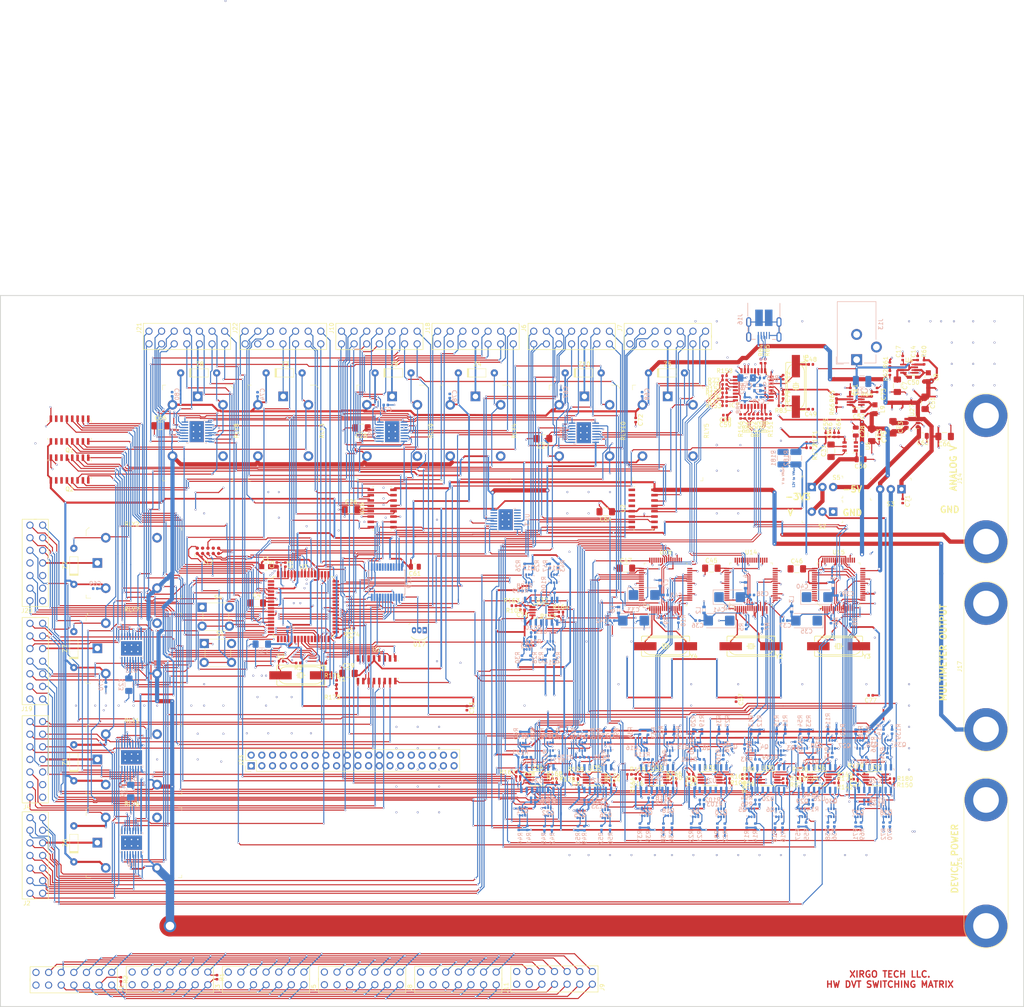
<source format=kicad_pcb>
(kicad_pcb (version 20171130) (host pcbnew "(5.0.0)")
  (layers (0 F.Cu signal) (1 In1.Cu mixed) (2 In2.Cu power) (31 B.Cu signal) (34 B.Paste user hide) (35 F.Paste user hide) (36 B.SilkS user) (37 F.SilkS user) (38 B.Mask user) (39 F.Mask user) (44 Edge.Cuts user))
  (net 0 "")
  (net 1 GND)
  (net 2 +5V)
  (net 3 MUXC)
  (net 4 MUXD)
  (net 5 MUX22)
  (net 6 5_IN4)
  (net 7 5_IN5)
  (net 8 "Net-(U13-Pad6)")
  (net 9 "Net-(U13-Pad7)")
  (net 10 VAA)
  (net 11 "Net-(U13-Pad9)")
  (net 12 "Net-(U13-Pad10)")
  (net 13 "Net-(U13-Pad11)")
  (net 14 "Net-(U13-Pad12)")
  (net 15 MUXE)
  (net 16 3_ADC0)
  (net 17 3_ADC3)
  (net 18 3_ADC2)
  (net 19 3_ADC1)
  (net 20 2_IN5)
  (net 21 2_IN4)
  (net 22 2_IN3)
  (net 23 2_IN2)
  (net 24 MUX21)
  (net 25 MUX20)
  (net 26 5_ADC0)
  (net 27 5_ADC3)
  (net 28 5_ADC2)
  (net 29 5_ADC1)
  (net 30 5_IN3)
  (net 31 5_IN2)
  (net 32 5_IN1)
  (net 33 5_IN0)
  (net 34 3_IN4)
  (net 35 3_IN5)
  (net 36 4_ADC0)
  (net 37 4_ADC3)
  (net 38 3_IN3)
  (net 39 3_IN2)
  (net 40 3_IN1)
  (net 41 3_IN0)
  (net 42 MUX16)
  (net 43 MUX18)
  (net 44 4_ADC2)
  (net 45 4_ADC1)
  (net 46 4_IN0)
  (net 47 4_IN1)
  (net 48 4_IN5)
  (net 49 4_IN4)
  (net 50 4_IN3)
  (net 51 4_IN2)
  (net 52 2_ADC2)
  (net 53 2_ADC1)
  (net 54 2_IN0)
  (net 55 2_IN1)
  (net 56 2_ADC3)
  (net 57 2_ADC0)
  (net 58 1_IN5)
  (net 59 1_IN4)
  (net 60 MUX19)
  (net 61 MUX17)
  (net 62 1_ADC0)
  (net 63 1_ADC3)
  (net 64 1_ADC2)
  (net 65 1_ADC1)
  (net 66 1_IN3)
  (net 67 1_IN2)
  (net 68 1_IN1)
  (net 69 1_IN0)
  (net 70 "Net-(U17-Pad2)")
  (net 71 -VSW)
  (net 72 -3V3)
  (net 73 +3V3)
  (net 74 +VSW)
  (net 75 4_OWB_SEC)
  (net 76 4_OWB_MAIN)
  (net 77 3_OWB_SEC)
  (net 78 3_OWB_MAIN)
  (net 79 2_OWB_SEC)
  (net 80 2_OWB_MAIN)
  (net 81 1_OWB_MAIN)
  (net 82 1_OWB_SEC)
  (net 83 MUXA1)
  (net 84 "Net-(U19-Pad15)")
  (net 85 "Net-(U19-Pad16)")
  (net 86 "Net-(U19-Pad17)")
  (net 87 "Net-(U19-Pad18)")
  (net 88 "Net-(U19-Pad19)")
  (net 89 "Net-(U19-Pad20)")
  (net 90 "Net-(U19-Pad21)")
  (net 91 5_OWB_SEC)
  (net 92 5_OWB_MAIN)
  (net 93 "Net-(Q35-Pad6)")
  (net 94 4_GarminTX)
  (net 95 "Net-(Q35-Pad2)")
  (net 96 "Net-(Q36-Pad2)")
  (net 97 4_GarminRX)
  (net 98 "Net-(Q36-Pad5)")
  (net 99 "Net-(Q37-Pad5)")
  (net 100 "Net-(Q37-Pad2)")
  (net 101 "Net-(Q38-Pad2)")
  (net 102 "Net-(Q38-Pad6)")
  (net 103 5_GarminTX)
  (net 104 5_GarminRX)
  (net 105 "Net-(Q7-Pad2)")
  (net 106 3_GarminTX)
  (net 107 "Net-(Q7-Pad6)")
  (net 108 2_GarminRX)
  (net 109 2_GarminTX)
  (net 110 "Net-(Q30-Pad2)")
  (net 111 "Net-(Q30-Pad6)")
  (net 112 "Net-(Q29-Pad5)")
  (net 113 "Net-(Q29-Pad2)")
  (net 114 "Net-(Q23-Pad2)")
  (net 115 2_TX)
  (net 116 "Net-(Q23-Pad6)")
  (net 117 "Net-(Q25-Pad5)")
  (net 118 2_CTS)
  (net 119 "Net-(Q25-Pad2)")
  (net 120 "Net-(Q26-Pad2)")
  (net 121 2_RTS)
  (net 122 "Net-(Q26-Pad6)")
  (net 123 "Net-(Q27-Pad6)")
  (net 124 1_GarminTX)
  (net 125 "Net-(Q27-Pad2)")
  (net 126 "Net-(Q28-Pad2)")
  (net 127 1_GarminRX)
  (net 128 "Net-(Q28-Pad5)")
  (net 129 "Net-(Q5-Pad5)")
  (net 130 3_CTS)
  (net 131 "Net-(Q5-Pad2)")
  (net 132 "Net-(Q17-Pad2)")
  (net 133 4_CTS)
  (net 134 "Net-(Q17-Pad5)")
  (net 135 "Net-(Q16-Pad5)")
  (net 136 4_RX)
  (net 137 "Net-(Q16-Pad2)")
  (net 138 "Net-(Q15-Pad2)")
  (net 139 4_TX)
  (net 140 "Net-(Q15-Pad6)")
  (net 141 "Net-(Q18-Pad6)")
  (net 142 4_RTS)
  (net 143 "Net-(Q18-Pad2)")
  (net 144 "Net-(Q19-Pad2)")
  (net 145 5_TX)
  (net 146 "Net-(Q19-Pad6)")
  (net 147 "Net-(Q20-Pad5)")
  (net 148 5_RX)
  (net 149 "Net-(Q20-Pad2)")
  (net 150 "Net-(Q21-Pad2)")
  (net 151 5_CTS)
  (net 152 "Net-(Q21-Pad5)")
  (net 153 "Net-(Q22-Pad6)")
  (net 154 5_RTS)
  (net 155 "Net-(Q22-Pad2)")
  (net 156 "Net-(Q6-Pad2)")
  (net 157 3_RTS)
  (net 158 "Net-(Q6-Pad6)")
  (net 159 "Net-(Q14-Pad6)")
  (net 160 1_RTS)
  (net 161 "Net-(Q14-Pad2)")
  (net 162 "Net-(Q13-Pad2)")
  (net 163 1_CTS)
  (net 164 "Net-(Q13-Pad5)")
  (net 165 "Net-(Q12-Pad5)")
  (net 166 1_RX)
  (net 167 "Net-(Q12-Pad2)")
  (net 168 "Net-(Q11-Pad2)")
  (net 169 1_TX)
  (net 170 "Net-(Q11-Pad6)")
  (net 171 "Net-(Q10-Pad6)")
  (net 172 /RS232/sheet5BBDE283/RTS)
  (net 173 "Net-(Q10-Pad2)")
  (net 174 "Net-(Q9-Pad2)")
  (net 175 /RS232/sheet5BBDE283/CTS)
  (net 176 "Net-(Q9-Pad5)")
  (net 177 "Net-(Q8-Pad5)")
  (net 178 3_GarminRX)
  (net 179 "Net-(Q8-Pad2)")
  (net 180 "Net-(Q3-Pad2)")
  (net 181 3_TX)
  (net 182 "Net-(Q3-Pad6)")
  (net 183 "Net-(Q4-Pad5)")
  (net 184 3_RX)
  (net 185 "Net-(Q4-Pad2)")
  (net 186 "Net-(Q24-Pad2)")
  (net 187 2_RX)
  (net 188 "Net-(Q24-Pad5)")
  (net 189 "Net-(C31-Pad1)")
  (net 190 "Net-(C31-Pad2)")
  (net 191 1_REL)
  (net 192 2_REL)
  (net 193 3_REL)
  (net 194 4_REL)
  (net 195 5_REL)
  (net 196 "Net-(Q1-Pad6)")
  (net 197 "Net-(Q1-Pad7)")
  (net 198 "Net-(Q1-Pad10)")
  (net 199 "Net-(Q1-Pad11)")
  (net 200 "Net-(Q1-Pad12)")
  (net 201 "Net-(Q1-Pad13)")
  (net 202 "Net-(Q1-Pad14)")
  (net 203 "Net-(Q1-Pad15)")
  (net 204 "Net-(Q1-Pad16)")
  (net 205 2_OUT0)
  (net 206 2_OUT1)
  (net 207 2_OUT2)
  (net 208 2_OUT3)
  (net 209 "Net-(J17-Pad1)")
  (net 210 1_OUT3)
  (net 211 1_OUT2)
  (net 212 1_OUT1)
  (net 213 1_OUT0)
  (net 214 MUX26)
  (net 215 MUX24)
  (net 216 5_OUT0)
  (net 217 5_OUT1)
  (net 218 5_OUT2)
  (net 219 5_OUT3)
  (net 220 "Net-(U2-Pad9)")
  (net 221 "Net-(U2-Pad10)")
  (net 222 "Net-(U2-Pad11)")
  (net 223 "Net-(U2-Pad12)")
  (net 224 "Net-(Q2-Pad16)")
  (net 225 "Net-(Q2-Pad15)")
  (net 226 "Net-(Q2-Pad14)")
  (net 227 "Net-(Q2-Pad13)")
  (net 228 "Net-(Q2-Pad12)")
  (net 229 "Net-(Q2-Pad11)")
  (net 230 "Net-(Q2-Pad10)")
  (net 231 "Net-(Q2-Pad7)")
  (net 232 "Net-(Q2-Pad6)")
  (net 233 MUX25)
  (net 234 3_OUT0)
  (net 235 3_OUT1)
  (net 236 3_OUT2)
  (net 237 3_OUT3)
  (net 238 4_OUT3)
  (net 239 4_OUT2)
  (net 240 4_OUT1)
  (net 241 4_OUT0)
  (net 242 RS232INV)
  (net 243 /RS232/sheet5BDC5154/RTS_3V3)
  (net 244 /RS232/sheet5BDC5154/CTS_3V3)
  (net 245 /RS232/sheet5BDC5154/Tx_3V3)
  (net 246 /RS232/sheet5BDC5154/RX_3V3)
  (net 247 /RS232/sheet5BD54784/RTS_3V3)
  (net 248 /RS232/sheet5BD54784/CTS_3V3)
  (net 249 /RS232/sheet5BD54784/Tx_3V3)
  (net 250 /RS232/sheet5BD54784/RX_3V3)
  (net 251 /RS232/sheet5BC21962/RX_3V3)
  (net 252 /RS232/sheet5BC21962/Tx_3V3)
  (net 253 /RS232/sheet5BC21962/CTS_3V3)
  (net 254 /RS232/sheet5BC21962/RTS_3V3)
  (net 255 /RS232/sheet5BC0E596/RTS_3V3)
  (net 256 /RS232/sheet5BC0E596/CTS_3V3)
  (net 257 /RS232/sheet5BC0E596/Tx_3V3)
  (net 258 /RS232/sheet5BC0E596/RX_3V3)
  (net 259 /RS232/sheet5BB9E804/RX_3V3)
  (net 260 /RS232/sheet5BB9E804/Tx_3V3)
  (net 261 /RS232/sheet5BB9E804/CTS_3V3)
  (net 262 /RS232/sheet5BB9E804/RTS_3V3)
  (net 263 /RS232/sheet5BBDE283/RTS_3V3)
  (net 264 /RS232/sheet5BBDE283/CTS_3V3)
  (net 265 /RS232/sheet5BBDE283/Tx_3V3)
  (net 266 /RS232/sheet5BBDE283/RX_3V3)
  (net 267 /RS232/sheet5BC04BA5/RX_3V3)
  (net 268 /RS232/sheet5BC04BA5/Tx_3V3)
  (net 269 /RS232/sheet5BC04BA5/CTS_3V3)
  (net 270 /RS232/sheet5BC04BA5/RTS_3V3)
  (net 271 /RS232/sheet5BC17F87/RTS_3V3)
  (net 272 /RS232/sheet5BC17F87/CTS_3V3)
  (net 273 /RS232/sheet5BC17F87/Tx_3V3)
  (net 274 /RS232/sheet5BC17F87/RX_3V3)
  (net 275 2_Vin)
  (net 276 VDC)
  (net 277 5_GarminPWR)
  (net 278 4_GarminPWR)
  (net 279 3_GarminPWR)
  (net 280 2_GarminPWR)
  (net 281 1_Vin)
  (net 282 3_Vin)
  (net 283 1_GarminPWR)
  (net 284 5_Vin)
  (net 285 4_Vin)
  (net 286 /ATMEGA2560/D+)
  (net 287 /ATMEGA2560/D-)
  (net 288 /ATMEGA2560/TCK)
  (net 289 /ATMEGA2560/TMS)
  (net 290 /ATMEGA2560/TDO)
  (net 291 /ATMEGA2560/TDI)
  (net 292 "Net-(U18-Pad2)")
  (net 293 "Net-(U18-Pad3)")
  (net 294 "Net-(R9-Pad2)")
  (net 295 "Net-(C47-Pad2)")
  (net 296 "Net-(R10-Pad2)")
  (net 297 "Net-(U18-Pad21)")
  (net 298 "Net-(U18-Pad22)")
  (net 299 "Net-(U18-Pad23)")
  (net 300 "Net-(U18-Pad24)")
  (net 301 "Net-(U18-Pad30)")
  (net 302 "Net-(U18-Pad32)")
  (net 303 "Net-(U18-Pad33)")
  (net 304 "Net-(U18-Pad34)")
  (net 305 "Net-(U18-Pad36)")
  (net 306 "Net-(U18-Pad43)")
  (net 307 "Net-(U18-Pad44)")
  (net 308 "Net-(U18-Pad45)")
  (net 309 "Net-(U18-Pad46)")
  (net 310 "Net-(U18-Pad55)")
  (net 311 "Net-(U18-Pad57)")
  (net 312 "Net-(U18-Pad58)")
  (net 313 "Net-(U18-Pad59)")
  (net 314 "Net-(U18-Pad60)")
  (net 315 "Net-(U18-Pad61)")
  (net 316 "Net-(U18-Pad62)")
  (net 317 "Net-(U18-Pad63)")
  (net 318 "Net-(C46-Pad2)")
  (net 319 "Net-(U15-Pad63)")
  (net 320 "Net-(U15-Pad62)")
  (net 321 "Net-(U15-Pad61)")
  (net 322 "Net-(U15-Pad60)")
  (net 323 "Net-(U15-Pad59)")
  (net 324 "Net-(U15-Pad58)")
  (net 325 "Net-(U15-Pad57)")
  (net 326 "Net-(U15-Pad55)")
  (net 327 "Net-(U15-Pad54)")
  (net 328 "Net-(U15-Pad53)")
  (net 329 "Net-(U15-Pad46)")
  (net 330 "Net-(U15-Pad45)")
  (net 331 "Net-(U15-Pad44)")
  (net 332 "Net-(U15-Pad43)")
  (net 333 "Net-(U15-Pad41)")
  (net 334 "Net-(U15-Pad40)")
  (net 335 "Net-(U15-Pad36)")
  (net 336 "Net-(U15-Pad34)")
  (net 337 "Net-(U15-Pad33)")
  (net 338 "Net-(U15-Pad32)")
  (net 339 "Net-(U15-Pad30)")
  (net 340 "Net-(U15-Pad29)")
  (net 341 "Net-(U15-Pad28)")
  (net 342 "Net-(U15-Pad24)")
  (net 343 "Net-(U15-Pad23)")
  (net 344 "Net-(U15-Pad22)")
  (net 345 "Net-(U15-Pad21)")
  (net 346 "Net-(U15-Pad19)")
  (net 347 "Net-(U15-Pad18)")
  (net 348 "Net-(R8-Pad2)")
  (net 349 "Net-(R6-Pad2)")
  (net 350 "Net-(U15-Pad3)")
  (net 351 "Net-(U15-Pad2)")
  (net 352 "Net-(U14-Pad2)")
  (net 353 "Net-(U14-Pad3)")
  (net 354 "Net-(R5-Pad2)")
  (net 355 "Net-(C45-Pad2)")
  (net 356 "Net-(R7-Pad2)")
  (net 357 "Net-(U14-Pad21)")
  (net 358 "Net-(U14-Pad22)")
  (net 359 "Net-(U14-Pad23)")
  (net 360 "Net-(U14-Pad24)")
  (net 361 "Net-(U14-Pad28)")
  (net 362 "Net-(U14-Pad29)")
  (net 363 "Net-(U14-Pad30)")
  (net 364 "Net-(U14-Pad32)")
  (net 365 "Net-(U14-Pad33)")
  (net 366 "Net-(U14-Pad34)")
  (net 367 "Net-(U14-Pad36)")
  (net 368 "Net-(U14-Pad38)")
  (net 369 "Net-(U14-Pad39)")
  (net 370 "Net-(U14-Pad40)")
  (net 371 "Net-(U14-Pad41)")
  (net 372 "Net-(U14-Pad43)")
  (net 373 "Net-(U14-Pad44)")
  (net 374 "Net-(U14-Pad45)")
  (net 375 "Net-(U14-Pad46)")
  (net 376 "Net-(U14-Pad48)")
  (net 377 "Net-(U14-Pad52)")
  (net 378 "Net-(U14-Pad53)")
  (net 379 "Net-(U14-Pad54)")
  (net 380 "Net-(U14-Pad55)")
  (net 381 "Net-(U14-Pad57)")
  (net 382 "Net-(U14-Pad58)")
  (net 383 "Net-(U14-Pad59)")
  (net 384 "Net-(U14-Pad60)")
  (net 385 "Net-(U14-Pad61)")
  (net 386 "Net-(U14-Pad62)")
  (net 387 "Net-(U14-Pad63)")
  (net 388 "Net-(IC1-Pad25)")
  (net 389 "Net-(IC1-Pad17)")
  (net 390 "Net-(IC1-Pad9)")
  (net 391 "Net-(IC1-Pad5)")
  (net 392 "Net-(IC1-Pad10)")
  (net 393 "Net-(IC1-Pad13)")
  (net 394 "Net-(IC1-Pad21)")
  (net 395 "Net-(C49-Pad2)")
  (net 396 "Net-(C48-Pad1)")
  (net 397 "Net-(C5-Pad1)")
  (net 398 "Net-(C4-Pad2)")
  (net 399 "Net-(C1-Pad2)")
  (net 400 "Net-(C2-Pad1)")
  (net 401 +12V)
  (net 402 "Net-(C3-Pad2)")
  (net 403 1_CANHigh)
  (net 404 1_CANLow)
  (net 405 1_CAN_MS_L)
  (net 406 1_CAN_MS_H)
  (net 407 "Net-(R171-Pad2)")
  (net 408 "Net-(R173-Pad2)")
  (net 409 "Net-(R175-Pad2)")
  (net 410 "Net-(U3-Pad1)")
  (net 411 "Net-(U3-Pad2)")
  (net 412 "Net-(U3-Pad18)")
  (net 413 "Net-(U3-Pad19)")
  (net 414 "Net-(U3-Pad44)")
  (net 415 "Net-(J22-Pad1)")
  (net 416 "Net-(J22-Pad2)")
  (net 417 "Net-(J22-Pad11)")
  (net 418 "Net-(J1-Pad7)")
  (net 419 "Net-(J1-Pad8)")
  (net 420 1_J1850+)
  (net 421 1_J1850-)
  (net 422 1_ISO-K)
  (net 423 1_ISO-Low)
  (net 424 1_SWC_BUS)
  (net 425 1_J1708-TXD)
  (net 426 1_J1708-RXD)
  (net 427 "Net-(J3-Pad7)")
  (net 428 "Net-(J3-Pad8)")
  (net 429 "Net-(J4-Pad1)")
  (net 430 "Net-(J4-Pad2)")
  (net 431 "Net-(J4-Pad11)")
  (net 432 "Net-(J5-Pad7)")
  (net 433 "Net-(J5-Pad8)")
  (net 434 "Net-(J7-Pad11)")
  (net 435 "Net-(J7-Pad2)")
  (net 436 "Net-(J7-Pad1)")
  (net 437 "Net-(J8-Pad8)")
  (net 438 "Net-(J8-Pad7)")
  (net 439 "Net-(J9-Pad7)")
  (net 440 "Net-(J9-Pad8)")
  (net 441 "Net-(J11-Pad7)")
  (net 442 "Net-(J11-Pad8)")
  (net 443 "Net-(J18-Pad1)")
  (net 444 "Net-(J18-Pad2)")
  (net 445 "Net-(J18-Pad11)")
  (net 446 "Net-(J20-Pad11)")
  (net 447 "Net-(J20-Pad2)")
  (net 448 "Net-(J20-Pad1)")
  (net 449 "Net-(U17-Pad3)")
  (net 450 /USBInterface/D0+)
  (net 451 /USBInterface/D0-)
  (net 452 /D1-)
  (net 453 /D1+)
  (net 454 /D3+)
  (net 455 /D3-)
  (net 456 /D2-)
  (net 457 /D2+)
  (net 458 "Net-(Q35-Pad5)")
  (net 459 "Net-(Q18-Pad5)")
  (net 460 "Net-(Q19-Pad5)")
  (net 461 "Net-(Q22-Pad5)")
  (net 462 "Net-(Q23-Pad5)")
  (net 463 "Net-(Q26-Pad5)")
  (net 464 "Net-(Q27-Pad5)")
  (net 465 "Net-(Q7-Pad5)")
  (net 466 "Net-(Q14-Pad5)")
  (net 467 "Net-(Q38-Pad5)")
  (net 468 "Net-(Q15-Pad5)")
  (net 469 "Net-(Q3-Pad5)")
  (net 470 "Net-(Q30-Pad5)")
  (net 471 "Net-(Q11-Pad5)")
  (net 472 "Net-(Q10-Pad5)")
  (net 473 "Net-(Q6-Pad5)")
  (net 474 TX_CONT)
  (net 475 CTS_CONT)
  (net 476 "Net-(C52-Pad1)")
  (net 477 "Net-(C50-Pad1)")
  (net 478 "Net-(R64-Pad1)")
  (net 479 "Net-(C11-Pad2)")
  (net 480 "Net-(R65-Pad2)")
  (net 481 "Net-(C52-Pad2)")
  (net 482 "Net-(C50-Pad2)")
  (net 483 "Net-(R61-Pad2)")
  (net 484 "Net-(C17-Pad2)")
  (net 485 "Net-(R60-Pad1)")
  (net 486 "Net-(C28-Pad2)")
  (net 487 "Net-(J16-Pad4)")
  (net 488 "Net-(S2-Pad3)")
  (net 489 -5V)
  (net 490 "Net-(S4-Pad3)")
  (net 491 "Net-(C63-Pad1)")
  (net 492 "Net-(C63-Pad2)")
  (net 493 10_REL)
  (net 494 9_REL)
  (net 495 8_REL)
  (net 496 7_REL)
  (net 497 6_REL)
  (net 498 "Net-(R102-Pad1)")
  (net 499 "Net-(R101-Pad2)")
  (net 500 "Net-(R110-Pad1)")
  (net 501 "Net-(R109-Pad2)")
  (net 502 "Net-(R125-Pad1)")
  (net 503 "Net-(R124-Pad2)")
  (net 504 "Net-(R132-Pad1)")
  (net 505 "Net-(R131-Pad2)")
  (net 506 "Net-(R140-Pad1)")
  (net 507 "Net-(R138-Pad2)")
  (net 508 "Net-(R148-Pad1)")
  (net 509 "Net-(R147-Pad2)")
  (net 510 "Net-(R118-Pad1)")
  (net 511 "Net-(R117-Pad2)")
  (net 512 "Net-(R94-Pad1)")
  (net 513 "Net-(R93-Pad2)")
  (net 514 "Net-(IC1-Pad29)")
  (net 515 "Net-(IC1-Pad24)")
  (net 516 "Net-(IC1-Pad23)")
  (net 517 "Net-(IC1-Pad20)")
  (net 518 "Net-(IC1-Pad19)")
  (net 519 "Net-(IC1-Pad16)")
  (net 520 "Net-(IC1-Pad15)")
  (net 521 "Net-(IC1-Pad12)")
  (net 522 "Net-(IC1-Pad11)")
  (net 523 "Net-(C54-Pad2)")
  (net 524 "Net-(IC1-Pad3)")
  (net 525 "Net-(R168-Pad1)")
  (net 526 "Net-(R167-Pad2)")
  (net 527 "Net-(R160-Pad1)")
  (net 528 "Net-(R159-Pad2)")
  (net 529 "Net-(R164-Pad1)")
  (net 530 "Net-(R163-Pad2)")
  (net 531 "Net-(R162-Pad1)")
  (net 532 "Net-(R161-Pad2)")
  (net 533 "Net-(R170-Pad1)")
  (net 534 "Net-(R169-Pad2)")
  (net 535 "Net-(R178-Pad1)")
  (net 536 "Net-(R177-Pad2)")
  (net 537 "Net-(R180-Pad1)")
  (net 538 "Net-(R179-Pad2)")
  (net 539 "Net-(R166-Pad1)")
  (net 540 "Net-(R165-Pad2)")
  (net 541 /USBInterface/D00-)
  (net 542 /USBInterface/D00+)
  (net 543 "Net-(C32-Pad2)")
  (net 544 "Net-(C36-Pad2)")
  (net 545 "Net-(C34-Pad2)")
  (net 546 "Net-(C33-Pad2)")
  (net 547 "Net-(C39-Pad2)")
  (net 548 "Net-(C35-Pad2)")
  (net 549 /ATMEGA2560/\RESET)
  (net 550 "Net-(U3-Pad58)")
  (net 551 "Net-(J12-Pad7)")
  (net 552 "Net-(J12-Pad9)")
  (net 553 /MUXing-2/VMux)
  (net 554 "Net-(R181-Pad1)")
  (net 555 "Net-(U3-Pad40)")
  (net 556 "Net-(U3-Pad32)")
  (net 557 "Net-(U3-Pad31)")
  (net 558 "Net-(U3-Pad30)")
  (net 559 "Net-(U3-Pad29)")
  (net 560 /ATMEGA2560/TX)
  (net 561 /ATMEGA2560/RX)
  (net 562 "Net-(J23-Pad35)")
  (net 563 "Net-(J23-Pad38)")
  (module Connector_PinHeader_2.54mm:PinHeader_2x20_P2.54mm_Vertical (layer F.Cu) (at 96.012 125.984 90)
    (fp_text reference J23 (at 1.27 -2.33 90) (layer F.SilkS))
    (fp_text value Raspberry_Pi_2_3)
    (pad 1 thru_hole rect (at 0 0 90) (size 1.7 1.7) (drill 1) (layers *.Cu *.Mask) (net 73 +3V3))
    (pad 2 thru_hole oval (at 2.54 0 90) (size 1.7 1.7) (drill 1) (layers *.Cu *.Mask) (net 2 +5V))
    (pad 3 thru_hole oval (at 0 2.54 90) (size 1.7 1.7) (drill 1) (layers *.Cu *.Mask) (net 24 MUX21))
    (pad 4 thru_hole oval (at 2.54 2.54 90) (size 1.7 1.7) (drill 1) (layers *.Cu *.Mask) (net 2 +5V))
    (pad 5 thru_hole oval (at 0 5.08 90) (size 1.7 1.7) (drill 1) (layers *.Cu *.Mask) (net 42 MUX16))
    (pad 6 thru_hole oval (at 2.54 5.08 90) (size 1.7 1.7) (drill 1) (layers *.Cu *.Mask) (net 1 GND))
    (pad 7 thru_hole oval (at 0 7.62 90) (size 1.7 1.7) (drill 1) (layers *.Cu *.Mask) (net 43 MUX18))
    (pad 8 thru_hole oval (at 2.54 7.62 90) (size 1.7 1.7) (drill 1) (layers *.Cu *.Mask) (net 561 /ATMEGA2560/RX))
    (pad 9 thru_hole oval (at 0 10.16 90) (size 1.7 1.7) (drill 1) (layers *.Cu *.Mask) (net 1 GND))
    (pad 10 thru_hole oval (at 2.54 10.16 90) (size 1.7 1.7) (drill 1) (layers *.Cu *.Mask) (net 560 /ATMEGA2560/TX))
    (pad 11 thru_hole oval (at 0 12.7 90) (size 1.7 1.7) (drill 1) (layers *.Cu *.Mask) (net 4 MUXD))
    (pad 12 thru_hole oval (at 2.54 12.7 90) (size 1.7 1.7) (drill 1) (layers *.Cu *.Mask) (net 15 MUXE))
    (pad 13 thru_hole oval (at 0 15.24 90) (size 1.7 1.7) (drill 1) (layers *.Cu *.Mask) (net 83 MUXA1))
    (pad 14 thru_hole oval (at 2.54 15.24 90) (size 1.7 1.7) (drill 1) (layers *.Cu *.Mask) (net 1 GND))
    (pad 15 thru_hole oval (at 0 17.78 90) (size 1.7 1.7) (drill 1) (layers *.Cu *.Mask) (net 494 9_REL))
    (pad 16 thru_hole oval (at 2.54 17.78 90) (size 1.7 1.7) (drill 1) (layers *.Cu *.Mask) (net 495 8_REL))
    (pad 17 thru_hole oval (at 0 20.32 90) (size 1.7 1.7) (drill 1) (layers *.Cu *.Mask) (net 73 +3V3))
    (pad 18 thru_hole oval (at 2.54 20.32 90) (size 1.7 1.7) (drill 1) (layers *.Cu *.Mask) (net 496 7_REL))
    (pad 19 thru_hole oval (at 0 22.86 90) (size 1.7 1.7) (drill 1) (layers *.Cu *.Mask) (net 194 4_REL))
    (pad 20 thru_hole oval (at 2.54 22.86 90) (size 1.7 1.7) (drill 1) (layers *.Cu *.Mask) (net 1 GND))
    (pad 21 thru_hole oval (at 0 25.4 90) (size 1.7 1.7) (drill 1) (layers *.Cu *.Mask) (net 193 3_REL))
    (pad 22 thru_hole oval (at 2.54 25.4 90) (size 1.7 1.7) (drill 1) (layers *.Cu *.Mask) (net 497 6_REL))
    (pad 23 thru_hole oval (at 0 27.94 90) (size 1.7 1.7) (drill 1) (layers *.Cu *.Mask) (net 195 5_REL))
    (pad 24 thru_hole oval (at 2.54 27.94 90) (size 1.7 1.7) (drill 1) (layers *.Cu *.Mask) (net 192 2_REL))
    (pad 25 thru_hole oval (at 0 30.48 90) (size 1.7 1.7) (drill 1) (layers *.Cu *.Mask) (net 1 GND))
    (pad 26 thru_hole oval (at 2.54 30.48 90) (size 1.7 1.7) (drill 1) (layers *.Cu *.Mask) (net 191 1_REL))
    (pad 27 thru_hole oval (at 0 33.02 90) (size 1.7 1.7) (drill 1) (layers *.Cu *.Mask) (net 61 MUX17))
    (pad 28 thru_hole oval (at 2.54 33.02 90) (size 1.7 1.7) (drill 1) (layers *.Cu *.Mask) (net 60 MUX19))
    (pad 29 thru_hole oval (at 0 35.56 90) (size 1.7 1.7) (drill 1) (layers *.Cu *.Mask) (net 25 MUX20))
    (pad 30 thru_hole oval (at 2.54 35.56 90) (size 1.7 1.7) (drill 1) (layers *.Cu *.Mask) (net 1 GND))
    (pad 31 thru_hole oval (at 0 38.1 90) (size 1.7 1.7) (drill 1) (layers *.Cu *.Mask) (net 5 MUX22))
    (pad 32 thru_hole oval (at 2.54 38.1 90) (size 1.7 1.7) (drill 1) (layers *.Cu *.Mask) (net 474 TX_CONT))
    (pad 33 thru_hole oval (at 0 40.64 90) (size 1.7 1.7) (drill 1) (layers *.Cu *.Mask) (net 475 CTS_CONT))
    (pad 34 thru_hole oval (at 2.54 40.64 90) (size 1.7 1.7) (drill 1) (layers *.Cu *.Mask) (net 1 GND))
    (pad 35 thru_hole oval (at 0 43.18 90) (size 1.7 1.7) (drill 1) (layers *.Cu *.Mask) (net 562 "Net-(J23-Pad35)"))
    (pad 36 thru_hole oval (at 2.54 43.18 90) (size 1.7 1.7) (drill 1) (layers *.Cu *.Mask) (net 3 MUXC))
    (pad 37 thru_hole oval (at 0 45.72 90) (size 1.7 1.7) (drill 1) (layers *.Cu *.Mask) (net 242 RS232INV))
    (pad 38 thru_hole oval (at 2.54 45.72 90) (size 1.7 1.7) (drill 1) (layers *.Cu *.Mask) (net 563 "Net-(J23-Pad38)"))
    (pad 39 thru_hole oval (at 0 48.26 90) (size 1.7 1.7) (drill 1) (layers *.Cu *.Mask) (net 1 GND))
    (pad 40 thru_hole oval (at 2.54 48.26 90) (size 1.7 1.7) (drill 1) (layers *.Cu *.Mask) (net 493 10_REL))
  )
  (module Capacitor_SMD:C_1206_3216Metric_Pad1.42x1.75mm_HandSolder (layer F.Cu) (at 180.34 65.532 180)
    (fp_text reference C64 (at 0 -1.82 180) (layer F.SilkS))
    (fp_text value 1uF)
    (pad 1 smd roundrect (at -1.4875 0 180) (size 1.425 1.75) (layers F.Cu F.Paste F.Mask) (roundrect_rratio 0.175439) (net 553 /MUXing-2/VMux))
    (pad 2 smd roundrect (at 1.4875 0 180) (size 1.425 1.75) (layers F.Cu F.Paste F.Mask) (roundrect_rratio 0.175439) (net 1 GND))
  )
  (module Capacitor_SMD:C_1210_3225Metric_Pad1.42x2.65mm_HandSolder (layer B.Cu) (at 241.3 34.544)
    (fp_text reference C21 (at 0 2.28) (layer B.SilkS) (effects (justify mirror)))
    (fp_text value 100uF)
    (pad 1 smd roundrect (at -1.4875 0) (size 1.425 2.65) (layers B.Cu B.Paste B.Mask) (roundrect_rratio 0.175439) (net 401 +12V))
    (pad 2 smd roundrect (at 1.4875 0) (size 1.425 2.65) (layers B.Cu B.Paste B.Mask) (roundrect_rratio 0.175439) (net 1 GND))
  )
  (module Resistor_SMD:R_1210_3225Metric_Pad1.42x2.65mm_HandSolder (layer B.Cu) (at 222.504 52.7955 270)
    (fp_text reference R181 (at 0 2.28 270) (layer B.SilkS) (effects (justify mirror)))
    (fp_text value RESISTOR)
    (pad 2 smd roundrect (at 1.4875 0 270) (size 1.425 2.65) (layers B.Cu B.Paste B.Mask) (roundrect_rratio 0.175439) (net 553 /MUXing-2/VMux))
    (pad 1 smd roundrect (at -1.4875 0 270) (size 1.425 2.65) (layers B.Cu B.Paste B.Mask) (roundrect_rratio 0.175439) (net 554 "Net-(R181-Pad1)"))
  )
  (module Resistor_SMD:R_1210_3225Metric_Pad1.42x2.65mm_HandSolder (layer B.Cu) (at 225.552 52.7955 270)
    (fp_text reference R182 (at 0 2.28 270) (layer B.SilkS) (effects (justify mirror)))
    (fp_text value RESISTOR)
    (pad 1 smd roundrect (at -1.4875 0 270) (size 1.425 2.65) (layers B.Cu B.Paste B.Mask) (roundrect_rratio 0.175439) (net 401 +12V))
    (pad 2 smd roundrect (at 1.4875 0 270) (size 1.425 2.65) (layers B.Cu B.Paste B.Mask) (roundrect_rratio 0.175439) (net 553 /MUXing-2/VMux))
  )
  (module digikey-footprints:SOIC-16_W3.90mm (layer F.Cu) (at 189.23 64.77 90)
    (fp_text reference U2 (at 0 -4.8 90) (layer F.SilkS))
    (fp_text value DG408LE)
    (pad 16 smd rect (at -4.445 -2.7 90) (size 0.6 1.55) (layers F.Cu F.Paste F.Mask) (net 4 MUXD))
    (pad 15 smd rect (at -3.175 -2.7 90) (size 0.6 1.55) (layers F.Cu F.Paste F.Mask) (net 15 MUXE))
    (pad 14 smd rect (at -1.905 -2.7 90) (size 0.6 1.55) (layers F.Cu F.Paste F.Mask) (net 1 GND))
    (pad 13 smd rect (at -0.635 -2.7 90) (size 0.6 1.55) (layers F.Cu F.Paste F.Mask) (net 553 /MUXing-2/VMux))
    (pad 12 smd rect (at 0.635 -2.7 90) (size 0.6 1.55) (layers F.Cu F.Paste F.Mask) (net 223 "Net-(U2-Pad12)"))
    (pad 11 smd rect (at 1.905 -2.7 90) (size 0.6 1.55) (layers F.Cu F.Paste F.Mask) (net 222 "Net-(U2-Pad11)"))
    (pad 10 smd rect (at 3.175 -2.7 90) (size 0.6 1.55) (layers F.Cu F.Paste F.Mask) (net 221 "Net-(U2-Pad10)"))
    (pad 9 smd rect (at 4.445 -2.7 90) (size 0.6 1.55) (layers F.Cu F.Paste F.Mask) (net 220 "Net-(U2-Pad9)"))
    (pad 8 smd rect (at 4.445 2.7 90) (size 0.6 1.55) (layers F.Cu F.Paste F.Mask) (net 209 "Net-(J17-Pad1)"))
    (pad 7 smd rect (at 3.175 2.7 90) (size 0.6 1.55) (layers F.Cu F.Paste F.Mask) (net 219 5_OUT3))
    (pad 6 smd rect (at 1.905 2.7 90) (size 0.6 1.55) (layers F.Cu F.Paste F.Mask) (net 218 5_OUT2))
    (pad 5 smd rect (at 0.635 2.7 90) (size 0.6 1.55) (layers F.Cu F.Paste F.Mask) (net 217 5_OUT1))
    (pad 4 smd rect (at -0.635 2.7 90) (size 0.6 1.55) (layers F.Cu F.Paste F.Mask) (net 216 5_OUT0))
    (pad 3 smd rect (at -1.905 2.7 90) (size 0.6 1.55) (layers F.Cu F.Paste F.Mask) (net 1 GND))
    (pad 2 smd rect (at -3.175 2.7 90) (size 0.6 1.55) (layers F.Cu F.Paste F.Mask) (net 215 MUX24))
    (pad 1 smd rect (at -4.445 2.7 90) (size 0.6 1.55) (layers F.Cu F.Paste F.Mask) (net 3 MUXC))
  )
  (module Capacitor_SMD:C_0402_1005Metric (layer F.Cu) (at 113.284 101.6 180)
    (fp_text reference C1 (at 0 -1.17 180) (layer F.SilkS))
    (fp_text value 20pF)
    (pad 1 smd roundrect (at -0.485 0 180) (size 0.59 0.64) (layers F.Cu F.Paste F.Mask) (net 1 GND))
    (pad 2 smd roundrect (at 0.485 0 180) (size 0.59 0.64) (layers F.Cu F.Paste F.Mask) (net 399 "Net-(C1-Pad2)"))
  )
  (module Connector:Tag-Connect_TC2050-IDC-NL_2x05_P1.27mm_Vertical (layer F.Cu) (at 85.735092 74.831545)
    (fp_text reference J12 (at 0 2.7) (layer F.SilkS))
    (fp_text value TC2050)
    (pad "" np_thru_hole circle (at 3.81 -1.016) (size 0.9906 0.9906) (drill 0.9906) (layers *.Cu *.Mask))
    (pad "" np_thru_hole circle (at 3.81 1.016) (size 0.9906 0.9906) (drill 0.9906) (layers *.Cu *.Mask))
    (pad "" np_thru_hole circle (at -3.81 0) (size 0.9906 0.9906) (drill 0.9906) (layers *.Cu *.Mask))
    (pad 1 connect circle (at -2.54 0.635) (size 0.7874 0.7874) (layers F.Cu F.Mask) (net 73 +3V3))
    (pad 2 connect circle (at -1.27 0.635) (size 0.7874 0.7874) (layers F.Cu F.Mask) (net 289 /ATMEGA2560/TMS))
    (pad 3 connect circle (at 0 0.635) (size 0.7874 0.7874) (layers F.Cu F.Mask) (net 1 GND))
    (pad 4 connect circle (at 1.27 0.635) (size 0.7874 0.7874) (layers F.Cu F.Mask) (net 288 /ATMEGA2560/TCK))
    (pad 5 connect circle (at 2.54 0.635) (size 0.7874 0.7874) (layers F.Cu F.Mask) (net 1 GND))
    (pad 6 connect circle (at 2.54 -0.635) (size 0.7874 0.7874) (layers F.Cu F.Mask) (net 290 /ATMEGA2560/TDO))
    (pad 7 connect circle (at 1.27 -0.635) (size 0.7874 0.7874) (layers F.Cu F.Mask) (net 551 "Net-(J12-Pad7)"))
    (pad 8 connect circle (at 0 -0.635) (size 0.7874 0.7874) (layers F.Cu F.Mask) (net 291 /ATMEGA2560/TDI))
    (pad 9 connect circle (at -1.27 -0.635) (size 0.7874 0.7874) (layers F.Cu F.Mask) (net 552 "Net-(J12-Pad9)"))
    (pad 10 connect circle (at -2.54 -0.635) (size 0.7874 0.7874) (layers F.Cu F.Mask) (net 549 /ATMEGA2560/\RESET))
  )
  (module Capacitor_SMD:C_0402_1005Metric (layer F.Cu) (at 243.332 109.22 180)
    (fp_text reference C77 (at 0 -1.17 180) (layer F.SilkS))
    (fp_text value 10pf)
    (pad 2 smd roundrect (at 0.485 0 180) (size 0.59 0.64) (layers F.Cu F.Paste F.Mask) (net 1 GND))
    (pad 1 smd roundrect (at -0.485 0 180) (size 0.59 0.64) (layers F.Cu F.Paste F.Mask) (net 73 +3V3))
  )
  (module Capacitor_SMD:C_0402_1005Metric (layer B.Cu) (at 169.672 37.084 90)
    (fp_text reference C67 (at 0 1.17 90) (layer B.SilkS) (effects (justify mirror)))
    (fp_text value .1uF)
    (pad 1 smd roundrect (at -0.485 0 90) (size 0.59 0.64) (layers B.Cu B.Paste B.Mask) (net 2 +5V))
    (pad 2 smd roundrect (at 0.485 0 90) (size 0.59 0.64) (layers B.Cu B.Paste B.Mask) (net 1 GND))
  )
  (module Capacitor_SMD:C_0402_1005Metric (layer B.Cu) (at 188.976 37.569 90)
    (fp_text reference C68 (at 0 1.17 90) (layer B.SilkS) (effects (justify mirror)))
    (fp_text value .1uF)
    (pad 2 smd roundrect (at 0.485 0 90) (size 0.59 0.64) (layers B.Cu B.Paste B.Mask) (net 1 GND))
    (pad 1 smd roundrect (at -0.485 0 90) (size 0.59 0.64) (layers B.Cu B.Paste B.Mask) (net 2 +5V))
  )
  (module Capacitor_SMD:C_0402_1005Metric (layer B.Cu) (at 58.928 83.82 180)
    (fp_text reference C69 (at 0 1.17 180) (layer B.SilkS) (effects (justify mirror)))
    (fp_text value .1uF)
    (pad 1 smd roundrect (at -0.485 0 180) (size 0.59 0.64) (layers B.Cu B.Paste B.Mask) (net 2 +5V))
    (pad 2 smd roundrect (at 0.485 0 180) (size 0.59 0.64) (layers B.Cu B.Paste B.Mask) (net 1 GND))
  )
  (module Capacitor_SMD:C_0402_1005Metric (layer B.Cu) (at 61.468 106.68 270)
    (fp_text reference C70 (at 0 1.17 270) (layer B.SilkS) (effects (justify mirror)))
    (fp_text value .1uF)
    (pad 2 smd roundrect (at 0.485 0 270) (size 0.59 0.64) (layers B.Cu B.Paste B.Mask) (net 1 GND))
    (pad 1 smd roundrect (at -0.485 0 270) (size 0.59 0.64) (layers B.Cu B.Paste B.Mask) (net 2 +5V))
  )
  (module Capacitor_SMD:C_0402_1005Metric (layer F.Cu) (at 250.952 62.992 270)
    (fp_text reference C71 (at 0 -1.17 270) (layer F.SilkS))
    (fp_text value .1uF)
    (pad 1 smd roundrect (at -0.485 0 270) (size 0.59 0.64) (layers F.Cu F.Paste F.Mask) (net 2 +5V))
    (pad 2 smd roundrect (at 0.485 0 270) (size 0.59 0.64) (layers F.Cu F.Paste F.Mask) (net 1 GND))
  )
  (module Capacitor_SMD:C_0402_1005Metric (layer F.Cu) (at 187.452 43.711 270)
    (fp_text reference C72 (at 0 -1.17 270) (layer F.SilkS))
    (fp_text value .1uF)
    (pad 2 smd roundrect (at 0.485 0 270) (size 0.59 0.64) (layers F.Cu F.Paste F.Mask) (net 1 GND))
    (pad 1 smd roundrect (at -0.485 0 270) (size 0.59 0.64) (layers F.Cu F.Paste F.Mask) (net 2 +5V))
  )
  (module Capacitor_SMD:C_0402_1005Metric (layer F.Cu) (at 244.856 36.576 90)
    (fp_text reference C73 (at -1.016 1.524 90) (layer F.SilkS))
    (fp_text value .01uF)
    (pad 1 smd roundrect (at -0.485 0 90) (size 0.59 0.64) (layers F.Cu F.Paste F.Mask) (net 73 +3V3))
    (pad 2 smd roundrect (at 0.485 0 90) (size 0.59 0.64) (layers F.Cu F.Paste F.Mask) (net 1 GND))
  )
  (module Capacitor_SMD:C_0402_1005Metric (layer B.Cu) (at 97.536 37.592 90)
    (fp_text reference C74 (at 0 1.17 90) (layer B.SilkS) (effects (justify mirror)))
    (fp_text value .01uF)
    (pad 2 smd roundrect (at 0.485 0 90) (size 0.59 0.64) (layers B.Cu B.Paste B.Mask) (net 1 GND))
    (pad 1 smd roundrect (at -0.485 0 90) (size 0.59 0.64) (layers B.Cu B.Paste B.Mask) (net 2 +5V))
  )
  (module Capacitor_SMD:C_0402_1005Metric (layer B.Cu) (at 128.016 40.132)
    (fp_text reference C76 (at 0 1.17) (layer B.SilkS) (effects (justify mirror)))
    (fp_text value .001uF)
    (pad 1 smd roundrect (at -0.485 0) (size 0.59 0.64) (layers B.Cu B.Paste B.Mask) (net 2 +5V))
    (pad 2 smd roundrect (at 0.485 0) (size 0.59 0.64) (layers B.Cu B.Paste B.Mask) (net 1 GND))
  )
  (module Capacitor_SMD:C_0402_1005Metric (layer B.Cu) (at 143.250092 37.98776 90)
    (fp_text reference C78 (at 0 1.17 90) (layer B.SilkS) (effects (justify mirror)))
    (fp_text value 10pf)
    (pad 2 smd roundrect (at 0.485 0 90) (size 0.59 0.64) (layers B.Cu B.Paste B.Mask) (net 1 GND))
    (pad 1 smd roundrect (at -0.485 0 90) (size 0.59 0.64) (layers B.Cu B.Paste B.Mask) (net 2 +5V))
  )
  (module Capacitor_SMD:C_0402_1005Metric (layer F.Cu) (at 222.504 38.1 270)
    (fp_text reference C79 (at 0 -1.17 270) (layer F.SilkS))
    (fp_text value 100pf)
    (pad 1 smd roundrect (at -0.485 0 270) (size 0.59 0.64) (layers F.Cu F.Paste F.Mask) (net 73 +3V3))
    (pad 2 smd roundrect (at 0.485 0 270) (size 0.59 0.64) (layers F.Cu F.Paste F.Mask) (net 1 GND))
  )
  (module Capacitor_SMD:C_0402_1005Metric (layer B.Cu) (at 77.216 37.569 90)
    (fp_text reference C80 (at 0 1.17 90) (layer B.SilkS) (effects (justify mirror)))
    (fp_text value 100pf)
    (pad 2 smd roundrect (at 0.485 0 90) (size 0.59 0.64) (layers B.Cu B.Paste B.Mask) (net 1 GND))
    (pad 1 smd roundrect (at -0.485 0 90) (size 0.59 0.64) (layers B.Cu B.Paste B.Mask) (net 2 +5V))
  )
  (module Capacitor_SMD:C_0402_1005Metric (layer F.Cu) (at 245.364 47.752 270)
    (fp_text reference C75 (at 0 -1.17 270) (layer F.SilkS))
    (fp_text value .001uF)
    (pad 1 smd roundrect (at -0.485 0 270) (size 0.59 0.64) (layers F.Cu F.Paste F.Mask) (net 73 +3V3))
    (pad 2 smd roundrect (at 0.485 0 270) (size 0.59 0.64) (layers F.Cu F.Paste F.Mask) (net 1 GND))
  )
  (module Capacitor_SMD:C_1206_3216Metric_Pad1.42x1.75mm_HandSolder (layer B.Cu) (at 98.552 97.028)
    (fp_text reference C44 (at 0 1.82) (layer B.SilkS) (effects (justify mirror)))
    (fp_text value 4.7uF)
    (pad 2 smd roundrect (at 1.4875 0) (size 1.425 1.75) (layers B.Cu B.Paste B.Mask) (roundrect_rratio 0.175439) (net 73 +3V3))
    (pad 1 smd roundrect (at -1.4875 0) (size 1.425 1.75) (layers B.Cu B.Paste B.Mask) (roundrect_rratio 0.175439) (net 1 GND))
  )
  (module Capacitor_SMD:C_1206_3216Metric_Pad1.42x1.75mm_HandSolder (layer F.Cu) (at 249.678 35.552 270)
    (fp_text reference C7 (at 0 -1.82 270) (layer F.SilkS))
    (fp_text value 22uF)
    (pad 1 smd roundrect (at -1.4875 0 270) (size 1.425 1.75) (layers F.Cu F.Paste F.Mask) (roundrect_rratio 0.175439) (net 401 +12V))
    (pad 2 smd roundrect (at 1.4875 0 270) (size 1.425 1.75) (layers F.Cu F.Paste F.Mask) (roundrect_rratio 0.175439) (net 1 GND))
  )
  (module Capacitor_SMD:C_1206_3216Metric_Pad1.42x1.75mm_HandSolder (layer F.Cu) (at 260.924 47.625 180)
    (fp_text reference C66 (at 0 -1.82 180) (layer F.SilkS))
    (fp_text value 4.7uF)
    (pad 2 smd roundrect (at 1.4875 0 180) (size 1.425 1.75) (layers F.Cu F.Paste F.Mask) (roundrect_rratio 0.175439) (net 2 +5V))
    (pad 1 smd roundrect (at -1.4875 0 180) (size 1.425 1.75) (layers F.Cu F.Paste F.Mask) (roundrect_rratio 0.175439) (net 1 GND))
  )
  (module Capacitor_SMD:C_1206_3216Metric_Pad1.42x1.75mm_HandSolder (layer F.Cu) (at 74.488 45.085)
    (fp_text reference C65 (at 0 -1.82) (layer F.SilkS))
    (fp_text value 1uF)
    (pad 1 smd roundrect (at -1.4875 0) (size 1.425 1.75) (layers F.Cu F.Paste F.Mask) (roundrect_rratio 0.175439) (net 1 GND))
    (pad 2 smd roundrect (at 1.4875 0) (size 1.425 1.75) (layers F.Cu F.Paste F.Mask) (roundrect_rratio 0.175439) (net 276 VDC))
  )
  (module Capacitor_SMD:C_1206_3216Metric_Pad1.42x1.75mm_HandSolder (layer F.Cu) (at 97.348 87.249)
    (fp_text reference C4 (at 0 -1.82) (layer F.SilkS))
    (fp_text value 1uF)
    (pad 2 smd roundrect (at 1.4875 0) (size 1.425 1.75) (layers F.Cu F.Paste F.Mask) (roundrect_rratio 0.175439) (net 398 "Net-(C4-Pad2)"))
    (pad 1 smd roundrect (at -1.4875 0) (size 1.425 1.75) (layers F.Cu F.Paste F.Mask) (roundrect_rratio 0.175439) (net 1 GND))
  )
  (module Capacitor_SMD:C_1206_3216Metric_Pad1.42x1.75mm_HandSolder (layer F.Cu) (at 248.636 45.442 270)
    (fp_text reference C63 (at 0 -1.82 270) (layer F.SilkS))
    (fp_text value 1uF)
    (pad 1 smd roundrect (at -1.4875 0 270) (size 1.425 1.75) (layers F.Cu F.Paste F.Mask) (roundrect_rratio 0.175439) (net 491 "Net-(C63-Pad1)"))
    (pad 2 smd roundrect (at 1.4875 0 270) (size 1.425 1.75) (layers F.Cu F.Paste F.Mask) (roundrect_rratio 0.175439) (net 492 "Net-(C63-Pad2)"))
  )
  (module Capacitor_SMD:C_1206_3216Metric_Pad1.42x1.75mm_HandSolder (layer F.Cu) (at 256.282 39.616 270)
    (fp_text reference C51 (at 0 -1.82 270) (layer F.SilkS))
    (fp_text value 47uF)
    (pad 2 smd roundrect (at 1.4875 0 270) (size 1.425 1.75) (layers F.Cu F.Paste F.Mask) (roundrect_rratio 0.175439) (net 1 GND))
    (pad 1 smd roundrect (at -1.4875 0 270) (size 1.425 1.75) (layers F.Cu F.Paste F.Mask) (roundrect_rratio 0.175439) (net 2 +5V))
  )
  (module Capacitor_SMD:C_1206_3216Metric_Pad1.42x1.75mm_HandSolder (layer B.Cu) (at 213.845 33.704411)
    (fp_text reference C54 (at 0 1.82) (layer B.SilkS) (effects (justify mirror)))
    (fp_text value 1uF)
    (pad 1 smd roundrect (at -1.4875 0) (size 1.425 1.75) (layers B.Cu B.Paste B.Mask) (roundrect_rratio 0.175439) (net 1 GND))
    (pad 2 smd roundrect (at 1.4875 0) (size 1.425 1.75) (layers B.Cu B.Paste B.Mask) (roundrect_rratio 0.175439) (net 523 "Net-(C54-Pad2)"))
  )
  (module Capacitor_SMD:C_1206_3216Metric_Pad1.42x1.75mm_HandSolder (layer F.Cu) (at 243.582 47.236 270)
    (fp_text reference C53 (at 0 -1.82 270) (layer F.SilkS))
    (fp_text value 47uF)
    (pad 2 smd roundrect (at 1.4875 0 270) (size 1.425 1.75) (layers F.Cu F.Paste F.Mask) (roundrect_rratio 0.175439) (net 1 GND))
    (pad 1 smd roundrect (at -1.4875 0 270) (size 1.425 1.75) (layers F.Cu F.Paste F.Mask) (roundrect_rratio 0.175439) (net 73 +3V3))
  )
  (module Capacitor_SMD:C_1206_3216Metric_Pad1.42x1.75mm_HandSolder (layer B.Cu) (at 67.376 131.9895 270)
    (fp_text reference C19 (at 0 1.82 270) (layer B.SilkS) (effects (justify mirror)))
    (fp_text value 1uF)
    (pad 1 smd roundrect (at -1.4875 0 270) (size 1.425 1.75) (layers B.Cu B.Paste B.Mask) (roundrect_rratio 0.175439) (net 276 VDC))
    (pad 2 smd roundrect (at 1.4875 0 270) (size 1.425 1.75) (layers B.Cu B.Paste B.Mask) (roundrect_rratio 0.175439) (net 1 GND))
  )
  (module Capacitor_SMD:C_1206_3216Metric_Pad1.42x1.75mm_HandSolder (layer F.Cu) (at 205.456 78.97)
    (fp_text reference C45 (at 0 -1.82) (layer F.SilkS))
    (fp_text value 3.3uF)
    (pad 2 smd roundrect (at 1.4875 0) (size 1.425 1.75) (layers F.Cu F.Paste F.Mask) (roundrect_rratio 0.175439) (net 355 "Net-(C45-Pad2)"))
    (pad 1 smd roundrect (at -1.4875 0) (size 1.425 1.75) (layers F.Cu F.Paste F.Mask) (roundrect_rratio 0.175439) (net 1 GND))
  )
  (module Capacitor_SMD:C_1206_3216Metric_Pad1.42x1.75mm_HandSolder (layer F.Cu) (at 225.776 79.121)
    (fp_text reference C46 (at 0 -1.82) (layer F.SilkS))
    (fp_text value 3.3uF)
    (pad 1 smd roundrect (at -1.4875 0) (size 1.425 1.75) (layers F.Cu F.Paste F.Mask) (roundrect_rratio 0.175439) (net 1 GND))
    (pad 2 smd roundrect (at 1.4875 0) (size 1.425 1.75) (layers F.Cu F.Paste F.Mask) (roundrect_rratio 0.175439) (net 318 "Net-(C46-Pad2)"))
  )
  (module Capacitor_SMD:C_1206_3216Metric_Pad1.42x1.75mm_HandSolder (layer F.Cu) (at 185.136 78.97)
    (fp_text reference C47 (at 0 -1.82) (layer F.SilkS))
    (fp_text value 3.3uF)
    (pad 2 smd roundrect (at 1.4875 0) (size 1.425 1.75) (layers F.Cu F.Paste F.Mask) (roundrect_rratio 0.175439) (net 295 "Net-(C47-Pad2)"))
    (pad 1 smd roundrect (at -1.4875 0) (size 1.425 1.75) (layers F.Cu F.Paste F.Mask) (roundrect_rratio 0.175439) (net 1 GND))
  )
  (module Capacitor_SMD:C_1206_3216Metric_Pad1.42x1.75mm_HandSolder (layer F.Cu) (at 233.904 51.03 270)
    (fp_text reference C31 (at 0 1.748 270) (layer F.SilkS))
    (fp_text value 1uF)
    (pad 1 smd roundrect (at -1.4875 0 270) (size 1.425 1.75) (layers F.Cu F.Paste F.Mask) (roundrect_rratio 0.175439) (net 189 "Net-(C31-Pad1)"))
    (pad 2 smd roundrect (at 1.4875 0 270) (size 1.425 1.75) (layers F.Cu F.Paste F.Mask) (roundrect_rratio 0.175439) (net 190 "Net-(C31-Pad2)"))
  )
  (module Capacitor_SMD:C_1206_3216Metric_Pad1.42x1.75mm_HandSolder (layer F.Cu) (at 119.148232 104.013)
    (fp_text reference C29 (at 0 -1.82) (layer F.SilkS))
    (fp_text value 1uF)
    (pad 2 smd roundrect (at 1.4875 0) (size 1.425 1.75) (layers F.Cu F.Paste F.Mask) (roundrect_rratio 0.175439) (net 553 /MUXing-2/VMux))
    (pad 1 smd roundrect (at -1.4875 0) (size 1.425 1.75) (layers F.Cu F.Paste F.Mask) (roundrect_rratio 0.175439) (net 1 GND))
  )
  (module Capacitor_SMD:C_1206_3216Metric_Pad1.42x1.75mm_HandSolder (layer F.Cu) (at 165.42 48.133 180)
    (fp_text reference C27 (at 0 -1.82 180) (layer F.SilkS))
    (fp_text value 1uF)
    (pad 1 smd roundrect (at -1.4875 0 180) (size 1.425 1.75) (layers F.Cu F.Paste F.Mask) (roundrect_rratio 0.175439) (net 276 VDC))
    (pad 2 smd roundrect (at 1.4875 0 180) (size 1.425 1.75) (layers F.Cu F.Paste F.Mask) (roundrect_rratio 0.175439) (net 1 GND))
  )
  (module Capacitor_SMD:C_1206_3216Metric_Pad1.42x1.75mm_HandSolder (layer F.Cu) (at 119.771092 65.024)
    (fp_text reference C26 (at 0 -1.82) (layer F.SilkS))
    (fp_text value 1uF)
    (pad 2 smd roundrect (at 1.4875 0) (size 1.425 1.75) (layers F.Cu F.Paste F.Mask) (roundrect_rratio 0.175439) (net 553 /MUXing-2/VMux))
    (pad 1 smd roundrect (at -1.4875 0) (size 1.425 1.75) (layers F.Cu F.Paste F.Mask) (roundrect_rratio 0.175439) (net 1 GND))
  )
  (module Capacitor_SMD:C_1206_3216Metric_Pad1.42x1.75mm_HandSolder (layer F.Cu) (at 122.24 45.593 180)
    (fp_text reference C25 (at 0 -1.82 180) (layer F.SilkS))
    (fp_text value 1uF)
    (pad 1 smd roundrect (at -1.4875 0 180) (size 1.425 1.75) (layers F.Cu F.Paste F.Mask) (roundrect_rratio 0.175439) (net 276 VDC))
    (pad 2 smd roundrect (at 1.4875 0 180) (size 1.425 1.75) (layers F.Cu F.Paste F.Mask) (roundrect_rratio 0.175439) (net 1 GND))
  )
  (module Capacitor_SMD:C_1206_3216Metric_Pad1.42x1.75mm_HandSolder (layer B.Cu) (at 66.929 106.68 270)
    (fp_text reference C23 (at 0 1.82 270) (layer B.SilkS) (effects (justify mirror)))
    (fp_text value 1uF)
    (pad 2 smd roundrect (at 1.4875 0 270) (size 1.425 1.75) (layers B.Cu B.Paste B.Mask) (roundrect_rratio 0.175439) (net 1 GND))
    (pad 1 smd roundrect (at -1.4875 0 270) (size 1.425 1.75) (layers B.Cu B.Paste B.Mask) (roundrect_rratio 0.175439) (net 276 VDC))
  )
  (module digikey-footprints:Relay_THT_G5LE-14 (layer F.Cu) (at 175.26 38.1 270)
    (fp_text reference RLY10 (at 8.2 -9.225 270) (layer F.SilkS))
    (fp_text value G5LE-14_DC5)
    (pad 4 thru_hole circle (at 14.2 -6 270) (size 2.3 2.3) (drill 1.3) (layers *.Cu *.Mask) (net 1 GND))
    (pad 3 thru_hole circle (at 14.2 6 270) (size 2.3 2.3) (drill 1.3) (layers *.Cu *.Mask) (net 276 VDC))
    (pad 5 thru_hole circle (at 2 -6 270) (size 2.3 2.3) (drill 1.3) (layers *.Cu *.Mask) (net 228 "Net-(Q2-Pad12)"))
    (pad 2 thru_hole circle (at 2 6 270) (size 2.3 2.3) (drill 1.3) (layers *.Cu *.Mask) (net 2 +5V))
    (pad 1 thru_hole rect (at 0 0 270) (size 2.3 2.3) (drill 1.3) (layers *.Cu *.Mask) (net 277 5_GarminPWR))
  )
  (module digikey-footprints:0805 (layer F.Cu) (at 244.348 41.148 270)
    (fp_text reference L9 (at 0 -1.84 270) (layer F.SilkS))
    (fp_text value 3.3uH)
    (pad 1 smd rect (at -1.05 0 270) (size 1.2 1.2) (layers F.Cu F.Paste F.Mask) (net 476 "Net-(C52-Pad1)"))
    (pad 2 smd rect (at 1.05 0 270) (size 1.2 1.2) (layers F.Cu F.Paste F.Mask) (net 73 +3V3))
  )
  (module digikey-footprints:0805 (layer F.Cu) (at 257.048 33.528 270)
    (fp_text reference L8 (at 0 -1.84 270) (layer F.SilkS))
    (fp_text value 3.3uH)
    (pad 2 smd rect (at 1.05 0 270) (size 1.2 1.2) (layers F.Cu F.Paste F.Mask) (net 2 +5V))
    (pad 1 smd rect (at -1.05 0 270) (size 1.2 1.2) (layers F.Cu F.Paste F.Mask) (net 477 "Net-(C50-Pad1)"))
  )
  (module digikey-footprints:LQFP-64_10x10mm (layer F.Cu) (at 194.564 82.804)
    (fp_text reference U18 (at 0.01 -7.62) (layer F.SilkS))
    (fp_text value FT4232HL-REEL)
    (pad 64 smd rect (at -5.75 3.75) (size 1.2 0.3) (layers F.Cu F.Paste F.Mask) (net 295 "Net-(C47-Pad2)"))
    (pad 63 smd rect (at -5.75 3.25) (size 1.2 0.3) (layers F.Cu F.Paste F.Mask) (net 317 "Net-(U18-Pad63)"))
    (pad 62 smd rect (at -5.75 2.75) (size 1.2 0.3) (layers F.Cu F.Paste F.Mask) (net 316 "Net-(U18-Pad62)"))
    (pad 61 smd rect (at -5.75 2.25) (size 1.2 0.3) (layers F.Cu F.Paste F.Mask) (net 315 "Net-(U18-Pad61)"))
    (pad 60 smd rect (at -5.75 1.75) (size 1.2 0.3) (layers F.Cu F.Paste F.Mask) (net 314 "Net-(U18-Pad60)"))
    (pad 59 smd rect (at -5.75 1.25) (size 1.2 0.3) (layers F.Cu F.Paste F.Mask) (net 313 "Net-(U18-Pad59)"))
    (pad 58 smd rect (at -5.75 0.75) (size 1.2 0.3) (layers F.Cu F.Paste F.Mask) (net 312 "Net-(U18-Pad58)"))
    (pad 57 smd rect (at -5.75 0.25) (size 1.2 0.3) (layers F.Cu F.Paste F.Mask) (net 311 "Net-(U18-Pad57)"))
    (pad 56 smd rect (at -5.75 -0.25) (size 1.2 0.3) (layers F.Cu F.Paste F.Mask) (net 73 +3V3))
    (pad 55 smd rect (at -5.75 -0.75) (size 1.2 0.3) (layers F.Cu F.Paste F.Mask) (net 310 "Net-(U18-Pad55)"))
    (pad 54 smd rect (at -5.75 -1.25) (size 1.2 0.3) (layers F.Cu F.Paste F.Mask) (net 253 /RS232/sheet5BC21962/CTS_3V3))
    (pad 53 smd rect (at -5.75 -1.75) (size 1.2 0.3) (layers F.Cu F.Paste F.Mask) (net 254 /RS232/sheet5BC21962/RTS_3V3))
    (pad 52 smd rect (at -5.75 -2.25) (size 1.2 0.3) (layers F.Cu F.Paste F.Mask) (net 251 /RS232/sheet5BC21962/RX_3V3))
    (pad 51 smd rect (at -5.75 -2.75) (size 1.2 0.3) (layers F.Cu F.Paste F.Mask) (net 1 GND))
    (pad 50 smd rect (at -5.75 -3.25) (size 1.2 0.3) (layers F.Cu F.Paste F.Mask) (net 73 +3V3))
    (pad 49 smd rect (at -5.75 -3.75) (size 1.2 0.3) (layers F.Cu F.Paste F.Mask) (net 295 "Net-(C47-Pad2)"))
    (pad 48 smd rect (at -3.75 -5.75) (size 0.3 1.2) (layers F.Cu F.Paste F.Mask) (net 252 /RS232/sheet5BC21962/Tx_3V3))
    (pad 47 smd rect (at -3.25 -5.75) (size 0.3 1.2) (layers F.Cu F.Paste F.Mask) (net 1 GND))
    (pad 46 smd rect (at -2.75 -5.75) (size 0.3 1.2) (layers F.Cu F.Paste F.Mask) (net 309 "Net-(U18-Pad46)"))
    (pad 45 smd rect (at -2.25 -5.75) (size 0.3 1.2) (layers F.Cu F.Paste F.Mask) (net 308 "Net-(U18-Pad45)"))
    (pad 44 smd rect (at -1.75 -5.75) (size 0.3 1.2) (layers F.Cu F.Paste F.Mask) (net 307 "Net-(U18-Pad44)"))
    (pad 43 smd rect (at -1.25 -5.75) (size 0.3 1.2) (layers F.Cu F.Paste F.Mask) (net 306 "Net-(U18-Pad43)"))
    (pad 42 smd rect (at -0.75 -5.75) (size 0.3 1.2) (layers F.Cu F.Paste F.Mask) (net 73 +3V3))
    (pad 41 smd rect (at -0.25 -5.75) (size 0.3 1.2) (layers F.Cu F.Paste F.Mask) (net 272 /RS232/sheet5BC17F87/CTS_3V3))
    (pad 40 smd rect (at 0.25 -5.75) (size 0.3 1.2) (layers F.Cu F.Paste F.Mask) (net 271 /RS232/sheet5BC17F87/RTS_3V3))
    (pad 39 smd rect (at 0.75 -5.75) (size 0.3 1.2) (layers F.Cu F.Paste F.Mask) (net 274 /RS232/sheet5BC17F87/RX_3V3))
    (pad 38 smd rect (at 1.25 -5.75) (size 0.3 1.2) (layers F.Cu F.Paste F.Mask) (net 273 /RS232/sheet5BC17F87/Tx_3V3))
    (pad 37 smd rect (at 1.75 -5.75) (size 0.3 1.2) (layers F.Cu F.Paste F.Mask) (net 295 "Net-(C47-Pad2)"))
    (pad 36 smd rect (at 2.25 -5.75) (size 0.3 1.2) (layers F.Cu F.Paste F.Mask) (net 305 "Net-(U18-Pad36)"))
    (pad 35 smd rect (at 2.75 -5.75) (size 0.3 1.2) (layers F.Cu F.Paste F.Mask) (net 1 GND))
    (pad 34 smd rect (at 3.25 -5.75) (size 0.3 1.2) (layers F.Cu F.Paste F.Mask) (net 304 "Net-(U18-Pad34)"))
    (pad 33 smd rect (at 3.75 -5.75) (size 0.3 1.2) (layers F.Cu F.Paste F.Mask) (net 303 "Net-(U18-Pad33)"))
    (pad 32 smd rect (at 5.75 -3.75) (size 1.2 0.3) (layers F.Cu F.Paste F.Mask) (net 302 "Net-(U18-Pad32)"))
    (pad 31 smd rect (at 5.75 -3.25) (size 1.2 0.3) (layers F.Cu F.Paste F.Mask) (net 73 +3V3))
    (pad 30 smd rect (at 5.75 -2.75) (size 1.2 0.3) (layers F.Cu F.Paste F.Mask) (net 301 "Net-(U18-Pad30)"))
    (pad 29 smd rect (at 5.75 -2.25) (size 1.2 0.3) (layers F.Cu F.Paste F.Mask) (net 256 /RS232/sheet5BC0E596/CTS_3V3))
    (pad 28 smd rect (at 5.75 -1.75) (size 1.2 0.3) (layers F.Cu F.Paste F.Mask) (net 255 /RS232/sheet5BC0E596/RTS_3V3))
    (pad 27 smd rect (at 5.75 -1.25) (size 1.2 0.3) (layers F.Cu F.Paste F.Mask) (net 258 /RS232/sheet5BC0E596/RX_3V3))
    (pad 26 smd rect (at 5.75 -0.75) (size 1.2 0.3) (layers F.Cu F.Paste F.Mask) (net 257 /RS232/sheet5BC0E596/Tx_3V3))
    (pad 25 smd rect (at 5.75 -0.25) (size 1.2 0.3) (layers F.Cu F.Paste F.Mask) (net 1 GND))
    (pad 24 smd rect (at 5.75 0.25) (size 1.2 0.3) (layers F.Cu F.Paste F.Mask) (net 300 "Net-(U18-Pad24)"))
    (pad 23 smd rect (at 5.75 0.75) (size 1.2 0.3) (layers F.Cu F.Paste F.Mask) (net 299 "Net-(U18-Pad23)"))
    (pad 22 smd rect (at 5.75 1.25) (size 1.2 0.3) (layers F.Cu F.Paste F.Mask) (net 298 "Net-(U18-Pad22)"))
    (pad 21 smd rect (at 5.75 1.75) (size 1.2 0.3) (layers F.Cu F.Paste F.Mask) (net 297 "Net-(U18-Pad21)"))
    (pad 20 smd rect (at 5.75 2.25) (size 1.2 0.3) (layers F.Cu F.Paste F.Mask) (net 73 +3V3))
    (pad 19 smd rect (at 5.75 2.75) (size 1.2 0.3) (layers F.Cu F.Paste F.Mask) (net 269 /RS232/sheet5BC04BA5/CTS_3V3))
    (pad 18 smd rect (at 5.75 3.25) (size 1.2 0.3) (layers F.Cu F.Paste F.Mask) (net 270 /RS232/sheet5BC04BA5/RTS_3V3))
    (pad 16 smd rect (at 3.75 5.75) (size 0.3 1.2) (layers F.Cu F.Paste F.Mask) (net 268 /RS232/sheet5BC04BA5/Tx_3V3))
    (pad 15 smd rect (at 3.25 5.75) (size 0.3 1.2) (layers F.Cu F.Paste F.Mask) (net 1 GND))
    (pad 14 smd rect (at 2.75 5.75) (size 0.3 1.2) (layers F.Cu F.Paste F.Mask) (net 296 "Net-(R10-Pad2)"))
    (pad 13 smd rect (at 2.25 5.75) (size 0.3 1.2) (layers F.Cu F.Paste F.Mask) (net 1 GND))
    (pad 12 smd rect (at 1.75 5.75) (size 0.3 1.2) (layers F.Cu F.Paste F.Mask) (net 295 "Net-(C47-Pad2)"))
    (pad 11 smd rect (at 1.25 5.75) (size 0.3 1.2) (layers F.Cu F.Paste F.Mask) (net 1 GND))
    (pad 10 smd rect (at 0.75 5.75) (size 0.3 1.2) (layers F.Cu F.Paste F.Mask) (net 1 GND))
    (pad 9 smd rect (at 0.25 5.75) (size 0.3 1.2) (layers F.Cu F.Paste F.Mask) (net 545 "Net-(C34-Pad2)"))
    (pad 8 smd rect (at -0.25 5.75) (size 0.3 1.2) (layers F.Cu F.Paste F.Mask) (net 457 /D2+))
    (pad 7 smd rect (at -0.75 5.75) (size 0.3 1.2) (layers F.Cu F.Paste F.Mask) (net 456 /D2-))
    (pad 6 smd rect (at -1.25 5.75) (size 0.3 1.2) (layers F.Cu F.Paste F.Mask) (net 294 "Net-(R9-Pad2)"))
    (pad 5 smd rect (at -1.75 5.75) (size 0.3 1.2) (layers F.Cu F.Paste F.Mask) (net 1 GND))
    (pad 4 smd rect (at -2.25 5.75) (size 0.3 1.2) (layers F.Cu F.Paste F.Mask) (net 546 "Net-(C33-Pad2)"))
    (pad 3 smd rect (at -2.75 5.75) (size 0.3 1.2) (layers F.Cu F.Paste F.Mask) (net 293 "Net-(U18-Pad3)"))
    (pad 2 smd rect (at -3.25 5.75) (size 0.3 1.2) (layers F.Cu F.Paste F.Mask) (net 292 "Net-(U18-Pad2)"))
    (pad 1 smd rect (at -3.75 5.75) (size 0.3 1.2) (layers F.Cu F.Paste F.Mask) (net 1 GND))
    (pad 17 smd rect (at 5.75 3.75) (size 1.2 0.3) (layers F.Cu F.Paste F.Mask) (net 267 /RS232/sheet5BC04BA5/RX_3V3))
  )
  (module Housings_SSOP:MSOP-8_3x3mm_Pitch0.65mm (layer F.Cu) (at 244.348 129.032)
    (fp_text reference U37 (at 0 -2.6) (layer F.SilkS))
    (fp_text value MAX324CUA)
    (pad 8 smd rect (at 2.2 -0.975) (size 1.45 0.45) (layers F.Cu F.Paste F.Mask) (net 74 +VSW))
    (pad 7 smd rect (at 2.2 -0.325) (size 1.45 0.45) (layers F.Cu F.Paste F.Mask) (net 474 TX_CONT))
    (pad 6 smd rect (at 2.2 0.325) (size 1.45 0.45) (layers F.Cu F.Paste F.Mask) (net 537 "Net-(R180-Pad1)"))
    (pad 5 smd rect (at 2.2 0.975) (size 1.45 0.45) (layers F.Cu F.Paste F.Mask) (net 103 5_GarminTX))
    (pad 4 smd rect (at -2.2 0.975) (size 1.45 0.45) (layers F.Cu F.Paste F.Mask) (net 71 -VSW))
    (pad 3 smd rect (at -2.2 0.325) (size 1.45 0.45) (layers F.Cu F.Paste F.Mask) (net 475 CTS_CONT))
    (pad 2 smd rect (at -2.2 -0.325) (size 1.45 0.45) (layers F.Cu F.Paste F.Mask) (net 94 4_GarminTX))
    (pad 1 smd rect (at -2.2 -0.975) (size 1.45 0.45) (layers F.Cu F.Paste F.Mask) (net 538 "Net-(R179-Pad2)"))
  )
  (module Capacitor_Tantalum_SMD:CP_EIA-6032-15_Kemet-U_Pad2.25x2.35mm_HandSolder (layer B.Cu) (at 186.944 91.44 180)
    (fp_text reference C33 (at 0 2.55 180) (layer B.SilkS) (effects (justify mirror)))
    (fp_text value 47uF)
    (pad 1 smd roundrect (at -2.55 0 180) (size 2.25 2.35) (layers B.Cu B.Paste B.Mask) (roundrect_rratio 0.111111) (net 1 GND))
    (pad 2 smd roundrect (at 2.55 0 180) (size 2.25 2.35) (layers B.Cu B.Paste B.Mask) (roundrect_rratio 0.111111) (net 546 "Net-(C33-Pad2)"))
  )
  (module Capacitor_Tantalum_SMD:CP_EIA-6032-15_Kemet-U_Pad2.25x2.35mm_HandSolder (layer B.Cu) (at 228.092 91.44 180)
    (fp_text reference C35 (at 0 -2.54 180) (layer B.SilkS) (effects (justify mirror)))
    (fp_text value 47uF)
    (pad 1 smd roundrect (at -2.55 0 180) (size 2.25 2.35) (layers B.Cu B.Paste B.Mask) (roundrect_rratio 0.111111) (net 1 GND))
    (pad 2 smd roundrect (at 2.55 0 180) (size 2.25 2.35) (layers B.Cu B.Paste B.Mask) (roundrect_rratio 0.111111) (net 548 "Net-(C35-Pad2)"))
  )
  (module Capacitor_Tantalum_SMD:CP_EIA-6032-15_Kemet-U_Pad2.25x2.35mm_HandSolder (layer B.Cu) (at 230.632 85.852)
    (fp_text reference C40 (at -3.556 -2.54) (layer B.SilkS) (effects (justify mirror)))
    (fp_text value 47uF)
    (pad 2 smd roundrect (at 2.55 0) (size 2.25 2.35) (layers B.Cu B.Paste B.Mask) (roundrect_rratio 0.111111) (net 547 "Net-(C39-Pad2)"))
    (pad 1 smd roundrect (at -2.55 0) (size 2.25 2.35) (layers B.Cu B.Paste B.Mask) (roundrect_rratio 0.111111) (net 1 GND))
  )
  (module Capacitor_Tantalum_SMD:CP_EIA-6032-15_Kemet-U_Pad2.25x2.35mm_HandSolder (layer B.Cu) (at 207.264 91.44 180)
    (fp_text reference C41 (at 0 2.55 180) (layer B.SilkS) (effects (justify mirror)))
    (fp_text value 47uF)
    (pad 1 smd roundrect (at -2.55 0 180) (size 2.25 2.35) (layers B.Cu B.Paste B.Mask) (roundrect_rratio 0.111111) (net 1 GND))
    (pad 2 smd roundrect (at 2.55 0 180) (size 2.25 2.35) (layers B.Cu B.Paste B.Mask) (roundrect_rratio 0.111111) (net 544 "Net-(C36-Pad2)"))
  )
  (module Capacitor_Tantalum_SMD:CP_EIA-6032-15_Kemet-U_Pad2.25x2.35mm_HandSolder (layer B.Cu) (at 209.804 85.852)
    (fp_text reference C32 (at 0 2.55) (layer B.SilkS) (effects (justify mirror)))
    (fp_text value 47uF)
    (pad 2 smd roundrect (at 2.55 0) (size 2.25 2.35) (layers B.Cu B.Paste B.Mask) (roundrect_rratio 0.111111) (net 543 "Net-(C32-Pad2)"))
    (pad 1 smd roundrect (at -2.55 0) (size 2.25 2.35) (layers B.Cu B.Paste B.Mask) (roundrect_rratio 0.111111) (net 1 GND))
  )
  (module Capacitor_Tantalum_SMD:CP_EIA-6032-15_Kemet-U_Pad2.25x2.35mm_HandSolder (layer B.Cu) (at 189.484 85.344)
    (fp_text reference C34 (at 0 2.55) (layer B.SilkS) (effects (justify mirror)))
    (fp_text value 47uF)
    (pad 1 smd roundrect (at -2.55 0) (size 2.25 2.35) (layers B.Cu B.Paste B.Mask) (roundrect_rratio 0.111111) (net 1 GND))
    (pad 2 smd roundrect (at 2.55 0) (size 2.25 2.35) (layers B.Cu B.Paste B.Mask) (roundrect_rratio 0.111111) (net 545 "Net-(C34-Pad2)"))
  )
  (module digikey-footprints:Relay_THT_G5LE-14 (layer F.Cu) (at 195.072 38.1 270)
    (fp_text reference RLY5 (at 8.2 -9.225 270) (layer F.SilkS))
    (fp_text value G5LE-14_DC5)
    (pad 4 thru_hole circle (at 14.2 -6 270) (size 2.3 2.3) (drill 1.3) (layers *.Cu *.Mask) (net 1 GND))
    (pad 3 thru_hole circle (at 14.2 6 270) (size 2.3 2.3) (drill 1.3) (layers *.Cu *.Mask) (net 276 VDC))
    (pad 5 thru_hole circle (at 2 -6 270) (size 2.3 2.3) (drill 1.3) (layers *.Cu *.Mask) (net 200 "Net-(Q1-Pad12)"))
    (pad 2 thru_hole circle (at 2 6 270) (size 2.3 2.3) (drill 1.3) (layers *.Cu *.Mask) (net 2 +5V))
    (pad 1 thru_hole rect (at 0 0 270) (size 2.3 2.3) (drill 1.3) (layers *.Cu *.Mask) (net 284 5_Vin))
  )
  (module Resistor_SMD:R_0402_1005Metric (layer B.Cu) (at 217.488103 33.704411 180)
    (fp_text reference R86 (at -2.54 0 180) (layer B.SilkS) (effects (justify mirror)))
    (fp_text value 1.5K)
    (pad 1 smd roundrect (at -0.485 0 180) (size 0.59 0.64) (layers B.Cu B.Paste B.Mask) (net 450 /USBInterface/D0+))
    (pad 2 smd roundrect (at 0.485 0 180) (size 0.59 0.64) (layers B.Cu B.Paste B.Mask) (net 524 "Net-(IC1-Pad3)"))
  )
  (module Resistor_SMD:R_0402_1005Metric (layer F.Cu) (at 223.012 129.032)
    (fp_text reference R160 (at 3.048 0) (layer F.SilkS))
    (fp_text value R0)
    (pad 2 smd roundrect (at 0.485 0) (size 0.59 0.64) (layers F.Cu F.Paste F.Mask) (net 473 "Net-(Q6-Pad5)"))
    (pad 1 smd roundrect (at -0.485 0) (size 0.59 0.64) (layers F.Cu F.Paste F.Mask) (net 527 "Net-(R160-Pad1)"))
  )
  (module Capacitor_SMD:C_0805_2012Metric (layer F.Cu) (at 134.94 78.613 180)
    (fp_text reference C61 (at 0 -1.65 180) (layer F.SilkS))
    (fp_text value 2.2uF)
    (pad 2 smd roundrect (at 0.9375 0 180) (size 0.975 1.4) (layers F.Cu F.Paste F.Mask) (net 2 +5V))
    (pad 1 smd roundrect (at -0.9375 0 180) (size 0.975 1.4) (layers F.Cu F.Paste F.Mask) (net 1 GND))
  )
  (module Capacitor_SMD:C_0805_2012Metric (layer F.Cu) (at 255.748 47.474 180)
    (fp_text reference C62 (at 0 -1.65 180) (layer F.SilkS))
    (fp_text value 2.2uF)
    (pad 1 smd roundrect (at -0.9375 0 180) (size 0.975 1.4) (layers F.Cu F.Paste F.Mask) (net 1 GND))
    (pad 2 smd roundrect (at 0.9375 0 180) (size 0.975 1.4) (layers F.Cu F.Paste F.Mask) (net 489 -5V))
  )
  (module Capacitor_SMD:C_0805_2012Metric (layer F.Cu) (at 239.793001 46.458 270)
    (fp_text reference C28 (at 0 -1.65 270) (layer F.SilkS))
    (fp_text value 2.2uF)
    (pad 2 smd roundrect (at 0.9375 0 270) (size 0.975 1.4) (layers F.Cu F.Paste F.Mask) (net 486 "Net-(C28-Pad2)"))
    (pad 1 smd roundrect (at -0.9375 0 270) (size 0.975 1.4) (layers F.Cu F.Paste F.Mask) (net 1 GND))
  )
  (module Capacitor_SMD:C_0805_2012Metric (layer F.Cu) (at 240.9375 53.062 180)
    (fp_text reference C30 (at 0 -1.65 180) (layer F.SilkS))
    (fp_text value 2.2uF)
    (pad 1 smd roundrect (at -0.9375 0 180) (size 0.975 1.4) (layers F.Cu F.Paste F.Mask) (net 1 GND))
    (pad 2 smd roundrect (at 0.9375 0 180) (size 0.975 1.4) (layers F.Cu F.Paste F.Mask) (net 72 -3V3))
  )
  (module Capacitor_SMD:C_0402_1005Metric (layer F.Cu) (at 200.66 129.032 180)
    (fp_text reference C20 (at 0 -1.17 180) (layer F.SilkS))
    (fp_text value .1uF)
    (pad 1 smd roundrect (at -0.485 0 180) (size 0.59 0.64) (layers F.Cu F.Paste F.Mask) (net 73 +3V3))
    (pad 2 smd roundrect (at 0.485 0 180) (size 0.59 0.64) (layers F.Cu F.Paste F.Mask) (net 1 GND))
  )
  (module Capacitor_SMD:C_0402_1005Metric (layer F.Cu) (at 239.776 129.159 180)
    (fp_text reference C22 (at 0 -1.17 180) (layer F.SilkS))
    (fp_text value .1uF)
    (pad 1 smd roundrect (at -0.485 0 180) (size 0.59 0.64) (layers F.Cu F.Paste F.Mask) (net 73 +3V3))
    (pad 2 smd roundrect (at 0.485 0 180) (size 0.59 0.64) (layers F.Cu F.Paste F.Mask) (net 1 GND))
  )
  (module Capacitor_SMD:C_0402_1005Metric (layer F.Cu) (at 226.568 129.032 180)
    (fp_text reference C24 (at -2.96 0 180) (layer F.SilkS))
    (fp_text value .1uF)
    (pad 1 smd roundrect (at -0.485 0 180) (size 0.59 0.64) (layers F.Cu F.Paste F.Mask) (net 73 +3V3))
    (pad 2 smd roundrect (at 0.485 0 180) (size 0.59 0.64) (layers F.Cu F.Paste F.Mask) (net 1 GND))
  )
  (module Capacitor_SMD:C_0402_1005Metric (layer F.Cu) (at 214.376 129.032 180)
    (fp_text reference C56 (at 0 -1.17 180) (layer F.SilkS))
    (fp_text value .1uF)
    (pad 1 smd roundrect (at -0.485 0 180) (size 0.59 0.64) (layers F.Cu F.Paste F.Mask) (net 73 +3V3))
    (pad 2 smd roundrect (at 0.485 0 180) (size 0.59 0.64) (layers F.Cu F.Paste F.Mask) (net 1 GND))
  )
  (module Capacitor_SMD:C_0402_1005Metric (layer F.Cu) (at 211.328 110.236 270)
    (fp_text reference C57 (at 0 -1.17 270) (layer F.SilkS))
    (fp_text value .1uF)
    (pad 2 smd roundrect (at 0.485 0 270) (size 0.59 0.64) (layers F.Cu F.Paste F.Mask) (net 1 GND))
    (pad 1 smd roundrect (at -0.485 0 270) (size 0.59 0.64) (layers F.Cu F.Paste F.Mask) (net 73 +3V3))
  )
  (module Capacitor_SMD:C_0402_1005Metric (layer B.Cu) (at 181.864 91.44)
    (fp_text reference C42 (at -2.54 0) (layer B.SilkS) (effects (justify mirror)))
    (fp_text value 100nF)
    (pad 1 smd roundrect (at -0.485 0) (size 0.59 0.64) (layers B.Cu B.Paste B.Mask) (net 1 GND))
    (pad 2 smd roundrect (at 0.485 0) (size 0.59 0.64) (layers B.Cu B.Paste B.Mask) (net 546 "Net-(C33-Pad2)"))
  )
  (module Capacitor_SMD:C_0402_1005Metric (layer B.Cu) (at 235.913 85.471 180)
    (fp_text reference C39 (at -2.055 0.405 180) (layer B.SilkS) (effects (justify mirror)))
    (fp_text value 100nF)
    (pad 2 smd roundrect (at 0.485 0 180) (size 0.59 0.64) (layers B.Cu B.Paste B.Mask) (net 547 "Net-(C39-Pad2)"))
    (pad 1 smd roundrect (at -0.485 0 180) (size 0.59 0.64) (layers B.Cu B.Paste B.Mask) (net 1 GND))
  )
  (module Capacitor_SMD:C_0402_1005Metric (layer B.Cu) (at 215.108 85.344 180)
    (fp_text reference C38 (at -2.54 0.278 180) (layer B.SilkS) (effects (justify mirror)))
    (fp_text value 100nF)
    (pad 1 smd roundrect (at -0.485 0 180) (size 0.59 0.64) (layers B.Cu B.Paste B.Mask) (net 1 GND))
    (pad 2 smd roundrect (at 0.485 0 180) (size 0.59 0.64) (layers B.Cu B.Paste B.Mask) (net 543 "Net-(C32-Pad2)"))
  )
  (module Capacitor_SMD:C_0402_1005Metric (layer B.Cu) (at 223.012 91.44)
    (fp_text reference C37 (at 0 1.17) (layer B.SilkS) (effects (justify mirror)))
    (fp_text value 100nF)
    (pad 2 smd roundrect (at 0.485 0) (size 0.59 0.64) (layers B.Cu B.Paste B.Mask) (net 548 "Net-(C35-Pad2)"))
    (pad 1 smd roundrect (at -0.485 0) (size 0.59 0.64) (layers B.Cu B.Paste B.Mask) (net 1 GND))
  )
  (module Capacitor_SMD:C_0402_1005Metric (layer B.Cu) (at 202.184 91.44)
    (fp_text reference C36 (at 0 1.17) (layer B.SilkS) (effects (justify mirror)))
    (fp_text value 100nF)
    (pad 1 smd roundrect (at -0.485 0) (size 0.59 0.64) (layers B.Cu B.Paste B.Mask) (net 1 GND))
    (pad 2 smd roundrect (at 0.485 0) (size 0.59 0.64) (layers B.Cu B.Paste B.Mask) (net 544 "Net-(C36-Pad2)"))
  )
  (module Capacitor_SMD:C_0402_1005Metric (layer F.Cu) (at 229.108 30.48)
    (fp_text reference C48 (at 0 -1.17) (layer F.SilkS))
    (fp_text value 20pF)
    (pad 2 smd roundrect (at 0.485 0) (size 0.59 0.64) (layers F.Cu F.Paste F.Mask) (net 1 GND))
    (pad 1 smd roundrect (at -0.485 0) (size 0.59 0.64) (layers F.Cu F.Paste F.Mask) (net 396 "Net-(C48-Pad1)"))
  )
  (module Capacitor_SMD:C_0402_1005Metric (layer F.Cu) (at 229.085 41.148 180)
    (fp_text reference C49 (at 0 -1.17 180) (layer F.SilkS))
    (fp_text value 20pF)
    (pad 1 smd roundrect (at -0.485 0 180) (size 0.59 0.64) (layers F.Cu F.Paste F.Mask) (net 1 GND))
    (pad 2 smd roundrect (at 0.485 0 180) (size 0.59 0.64) (layers F.Cu F.Paste F.Mask) (net 395 "Net-(C49-Pad2)"))
  )
  (module Capacitor_SMD:C_0402_1005Metric (layer F.Cu) (at 232.664 47.267 90)
    (fp_text reference C55 (at 2.563 0 90) (layer F.SilkS))
    (fp_text value .1uF)
    (pad 1 smd roundrect (at -0.485 0 90) (size 0.59 0.64) (layers F.Cu F.Paste F.Mask) (net 73 +3V3))
    (pad 2 smd roundrect (at 0.485 0 90) (size 0.59 0.64) (layers F.Cu F.Paste F.Mask) (net 1 GND))
  )
  (module Capacitor_SMD:C_0402_1005Metric (layer B.Cu) (at 194.564 85.344 180)
    (fp_text reference C43 (at -2.54 -0.103 180) (layer B.SilkS) (effects (justify mirror)))
    (fp_text value 100nF)
    (pad 2 smd roundrect (at 0.485 0 180) (size 0.59 0.64) (layers B.Cu B.Paste B.Mask) (net 545 "Net-(C34-Pad2)"))
    (pad 1 smd roundrect (at -0.485 0 180) (size 0.59 0.64) (layers B.Cu B.Paste B.Mask) (net 1 GND))
  )
  (module Capacitor_SMD:C_0402_1005Metric (layer F.Cu) (at 250.952 28.956 270)
    (fp_text reference C17 (at -1.524 1.016 270) (layer F.SilkS))
    (fp_text value 8.2nF)
    (pad 2 smd roundrect (at 0.485 0 270) (size 0.59 0.64) (layers F.Cu F.Paste F.Mask) (net 484 "Net-(C17-Pad2)"))
    (pad 1 smd roundrect (at -0.485 0 270) (size 0.59 0.64) (layers F.Cu F.Paste F.Mask) (net 1 GND))
  )
  (module Capacitor_SMD:C_0402_1005Metric (layer F.Cu) (at 104.150092 78.118545 270)
    (fp_text reference C3 (at 0 -1.17 270) (layer F.SilkS))
    (fp_text value 100nF)
    (pad 1 smd roundrect (at -0.485 0 270) (size 0.59 0.64) (layers F.Cu F.Paste F.Mask) (net 1 GND))
    (pad 2 smd roundrect (at 0.485 0 270) (size 0.59 0.64) (layers F.Cu F.Paste F.Mask) (net 402 "Net-(C3-Pad2)"))
  )
  (module Capacitor_SMD:C_0402_1005Metric (layer F.Cu) (at 102.118092 78.095545 90)
    (fp_text reference C5 (at 0 -1.17 90) (layer F.SilkS))
    (fp_text value 100nF)
    (pad 1 smd roundrect (at -0.485 0 90) (size 0.59 0.64) (layers F.Cu F.Paste F.Mask) (net 397 "Net-(C5-Pad1)"))
    (pad 2 smd roundrect (at 0.485 0 90) (size 0.59 0.64) (layers F.Cu F.Paste F.Mask) (net 1 GND))
  )
  (module Capacitor_SMD:C_0402_1005Metric (layer F.Cu) (at 233.68 47.244 90)
    (fp_text reference C6 (at 2.032 0 90) (layer F.SilkS))
    (fp_text value .1uF)
    (pad 2 smd roundrect (at 0.485 0 90) (size 0.59 0.64) (layers F.Cu F.Paste F.Mask) (net 1 GND))
    (pad 1 smd roundrect (at -0.485 0 90) (size 0.59 0.64) (layers F.Cu F.Paste F.Mask) (net 73 +3V3))
  )
  (module Capacitor_SMD:C_0402_1005Metric (layer F.Cu) (at 234.696 47.244 90)
    (fp_text reference C8 (at 0 -1.17 90) (layer F.SilkS))
    (fp_text value .1uF)
    (pad 2 smd roundrect (at 0.485 0 90) (size 0.59 0.64) (layers F.Cu F.Paste F.Mask) (net 1 GND))
    (pad 1 smd roundrect (at -0.485 0 90) (size 0.59 0.64) (layers F.Cu F.Paste F.Mask) (net 73 +3V3))
  )
  (module Capacitor_SMD:C_0402_1005Metric (layer F.Cu) (at 173.228 129.032 180)
    (fp_text reference C9 (at 0 -1.17 180) (layer F.SilkS))
    (fp_text value .1uF)
    (pad 1 smd roundrect (at -0.485 0 180) (size 0.59 0.64) (layers F.Cu F.Paste F.Mask) (net 73 +3V3))
    (pad 2 smd roundrect (at 0.485 0 180) (size 0.59 0.64) (layers F.Cu F.Paste F.Mask) (net 1 GND))
  )
  (module Capacitor_SMD:C_0402_1005Metric (layer F.Cu) (at 159.512 128.524 180)
    (fp_text reference C18 (at -2.54 0.508 180) (layer F.SilkS))
    (fp_text value .1uF)
    (pad 2 smd roundrect (at 0.485 0 180) (size 0.59 0.64) (layers F.Cu F.Paste F.Mask) (net 1 GND))
    (pad 1 smd roundrect (at -0.485 0 180) (size 0.59 0.64) (layers F.Cu F.Paste F.Mask) (net 73 +3V3))
  )
  (module Capacitor_SMD:C_0402_1005Metric (layer F.Cu) (at 222.504 33.528 270)
    (fp_text reference C12 (at 0 -1.17 270) (layer F.SilkS))
    (fp_text value .1uF)
    (pad 2 smd roundrect (at 0.485 0 270) (size 0.59 0.64) (layers F.Cu F.Paste F.Mask) (net 1 GND))
    (pad 1 smd roundrect (at -0.485 0 270) (size 0.59 0.64) (layers F.Cu F.Paste F.Mask) (net 73 +3V3))
  )
  (module Capacitor_SMD:C_0402_1005Metric (layer F.Cu) (at 103.124 101.092)
    (fp_text reference C2 (at 0 -1.17) (layer F.SilkS))
    (fp_text value 20pF)
    (pad 1 smd roundrect (at -0.485 0) (size 0.59 0.64) (layers F.Cu F.Paste F.Mask) (net 400 "Net-(C2-Pad1)"))
    (pad 2 smd roundrect (at 0.485 0) (size 0.59 0.64) (layers F.Cu F.Paste F.Mask) (net 1 GND))
  )
  (module Capacitor_SMD:C_0402_1005Metric (layer F.Cu) (at 147.32 112.268 270)
    (fp_text reference C13 (at 0 -1.17 270) (layer F.SilkS))
    (fp_text value .1uF)
    (pad 2 smd roundrect (at 0.485 0 270) (size 0.59 0.64) (layers F.Cu F.Paste F.Mask) (net 1 GND))
    (pad 1 smd roundrect (at -0.485 0 270) (size 0.59 0.64) (layers F.Cu F.Paste F.Mask) (net 73 +3V3))
  )
  (module Capacitor_SMD:C_0402_1005Metric (layer B.Cu) (at 216.722103 38.268411 180)
    (fp_text reference C10 (at 0 -1.016 180) (layer B.SilkS) (effects (justify mirror)))
    (fp_text value .1uF)
    (pad 1 smd roundrect (at -0.485 0 180) (size 0.59 0.64) (layers B.Cu B.Paste B.Mask) (net 73 +3V3))
    (pad 2 smd roundrect (at 0.485 0 180) (size 0.59 0.64) (layers B.Cu B.Paste B.Mask) (net 1 GND))
  )
  (module Capacitor_SMD:C_0402_1005Metric (layer F.Cu) (at 254.508 28.956 90)
    (fp_text reference C14 (at 1.524 -1.016 90) (layer F.SilkS))
    (fp_text value 22uF)
    (pad 2 smd roundrect (at 0.485 0 90) (size 0.59 0.64) (layers F.Cu F.Paste F.Mask) (net 1 GND))
    (pad 1 smd roundrect (at -0.485 0 90) (size 0.59 0.64) (layers F.Cu F.Paste F.Mask) (net 401 +12V))
  )
  (module Capacitor_SMD:C_0402_1005Metric (layer F.Cu) (at 160.528 88.885545 180)
    (fp_text reference C15 (at 0 -1.17 180) (layer F.SilkS))
    (fp_text value .1uF)
    (pad 1 smd roundrect (at -0.485 0 180) (size 0.59 0.64) (layers F.Cu F.Paste F.Mask) (net 73 +3V3))
    (pad 2 smd roundrect (at 0.485 0 180) (size 0.59 0.64) (layers F.Cu F.Paste F.Mask) (net 1 GND))
  )
  (module Capacitor_SMD:C_0402_1005Metric (layer F.Cu) (at 187.96 129.032 180)
    (fp_text reference C16 (at 0 -1.17 180) (layer F.SilkS))
    (fp_text value .1uF)
    (pad 2 smd roundrect (at 0.485 0 180) (size 0.59 0.64) (layers F.Cu F.Paste F.Mask) (net 1 GND))
    (pad 1 smd roundrect (at -0.485 0 180) (size 0.59 0.64) (layers F.Cu F.Paste F.Mask) (net 73 +3V3))
  )
  (module Capacitor_SMD:C_0402_1005Metric (layer F.Cu) (at 235.712 47.244 90)
    (fp_text reference C60 (at 2.54 0 90) (layer F.SilkS))
    (fp_text value .1uF)
    (pad 2 smd roundrect (at 0.485 0 90) (size 0.59 0.64) (layers F.Cu F.Paste F.Mask) (net 1 GND))
    (pad 1 smd roundrect (at -0.485 0 90) (size 0.59 0.64) (layers F.Cu F.Paste F.Mask) (net 73 +3V3))
  )
  (module Capacitor_SMD:C_0402_1005Metric (layer F.Cu) (at 208.788 43.688 180)
    (fp_text reference C59 (at 0 -1.17 180) (layer F.SilkS))
    (fp_text value .1uF)
    (pad 1 smd roundrect (at -0.485 0 180) (size 0.59 0.64) (layers F.Cu F.Paste F.Mask) (net 73 +3V3))
    (pad 2 smd roundrect (at 0.485 0 180) (size 0.59 0.64) (layers F.Cu F.Paste F.Mask) (net 1 GND))
  )
  (module Capacitor_SMD:C_0402_1005Metric (layer F.Cu) (at 238.502 36.568 270)
    (fp_text reference C11 (at 0 -1.17 270) (layer F.SilkS))
    (fp_text value 8.2nF)
    (pad 2 smd roundrect (at 0.485 0 270) (size 0.59 0.64) (layers F.Cu F.Paste F.Mask) (net 479 "Net-(C11-Pad2)"))
    (pad 1 smd roundrect (at -0.485 0 270) (size 0.59 0.64) (layers F.Cu F.Paste F.Mask) (net 1 GND))
  )
  (module Capacitor_SMD:C_0402_1005Metric (layer F.Cu) (at 208.788 42.545 180)
    (fp_text reference C58 (at 0 -1.17 180) (layer F.SilkS))
    (fp_text value .1uF)
    (pad 1 smd roundrect (at -0.485 0 180) (size 0.59 0.64) (layers F.Cu F.Paste F.Mask) (net 73 +3V3))
    (pad 2 smd roundrect (at 0.485 0 180) (size 0.59 0.64) (layers F.Cu F.Paste F.Mask) (net 1 GND))
  )
  (module Package_SO:SSOP-24_5.3x8.2mm_P0.65mm (layer B.Cu) (at 128.27 82.296 90)
    (fp_text reference U19 (at 0 5.25 90) (layer B.SilkS) (effects (justify mirror)))
    (fp_text value CD74HC4067SM96)
    (pad 1 smd rect (at -3.6 3.575 90) (size 1.75 0.45) (layers B.Cu B.Paste B.Mask) (net 70 "Net-(U17-Pad2)"))
    (pad 2 smd rect (at -3.6 2.925 90) (size 1.75 0.45) (layers B.Cu B.Paste B.Mask) (net 75 4_OWB_SEC))
    (pad 3 smd rect (at -3.6 2.275 90) (size 1.75 0.45) (layers B.Cu B.Paste B.Mask) (net 76 4_OWB_MAIN))
    (pad 4 smd rect (at -3.6 1.625 90) (size 1.75 0.45) (layers B.Cu B.Paste B.Mask) (net 77 3_OWB_SEC))
    (pad 5 smd rect (at -3.6 0.975 90) (size 1.75 0.45) (layers B.Cu B.Paste B.Mask) (net 78 3_OWB_MAIN))
    (pad 6 smd rect (at -3.6 0.325 90) (size 1.75 0.45) (layers B.Cu B.Paste B.Mask) (net 79 2_OWB_SEC))
    (pad 7 smd rect (at -3.6 -0.325 90) (size 1.75 0.45) (layers B.Cu B.Paste B.Mask) (net 80 2_OWB_MAIN))
    (pad 8 smd rect (at -3.6 -0.975 90) (size 1.75 0.45) (layers B.Cu B.Paste B.Mask) (net 81 1_OWB_MAIN))
    (pad 9 smd rect (at -3.6 -1.625 90) (size 1.75 0.45) (layers B.Cu B.Paste B.Mask) (net 82 1_OWB_SEC))
    (pad 10 smd rect (at -3.6 -2.275 90) (size 1.75 0.45) (layers B.Cu B.Paste B.Mask) (net 83 MUXA1))
    (pad 11 smd rect (at -3.6 -2.925 90) (size 1.75 0.45) (layers B.Cu B.Paste B.Mask) (net 3 MUXC))
    (pad 12 smd rect (at -3.6 -3.575 90) (size 1.75 0.45) (layers B.Cu B.Paste B.Mask) (net 1 GND))
    (pad 13 smd rect (at 3.6 -3.575 90) (size 1.75 0.45) (layers B.Cu B.Paste B.Mask) (net 4 MUXD))
    (pad 14 smd rect (at 3.6 -2.925 90) (size 1.75 0.45) (layers B.Cu B.Paste B.Mask) (net 15 MUXE))
    (pad 15 smd rect (at 3.6 -2.275 90) (size 1.75 0.45) (layers B.Cu B.Paste B.Mask) (net 84 "Net-(U19-Pad15)"))
    (pad 16 smd rect (at 3.6 -1.625 90) (size 1.75 0.45) (layers B.Cu B.Paste B.Mask) (net 85 "Net-(U19-Pad16)"))
    (pad 17 smd rect (at 3.6 -0.975 90) (size 1.75 0.45) (layers B.Cu B.Paste B.Mask) (net 86 "Net-(U19-Pad17)"))
    (pad 18 smd rect (at 3.6 -0.325 90) (size 1.75 0.45) (layers B.Cu B.Paste B.Mask) (net 87 "Net-(U19-Pad18)"))
    (pad 19 smd rect (at 3.6 0.325 90) (size 1.75 0.45) (layers B.Cu B.Paste B.Mask) (net 88 "Net-(U19-Pad19)"))
    (pad 20 smd rect (at 3.6 0.975 90) (size 1.75 0.45) (layers B.Cu B.Paste B.Mask) (net 89 "Net-(U19-Pad20)"))
    (pad 21 smd rect (at 3.6 1.625 90) (size 1.75 0.45) (layers B.Cu B.Paste B.Mask) (net 90 "Net-(U19-Pad21)"))
    (pad 22 smd rect (at 3.6 2.275 90) (size 1.75 0.45) (layers B.Cu B.Paste B.Mask) (net 91 5_OWB_SEC))
    (pad 23 smd rect (at 3.6 2.925 90) (size 1.75 0.45) (layers B.Cu B.Paste B.Mask) (net 92 5_OWB_MAIN))
    (pad 24 smd rect (at 3.6 3.575 90) (size 1.75 0.45) (layers B.Cu B.Paste B.Mask) (net 2 +5V))
  )
  (module Resistor_SMD:R_0402_1005Metric (layer F.Cu) (at 208.594103 38.276411)
    (fp_text reference R76 (at -2.54 0.053589) (layer F.SilkS))
    (fp_text value 22R)
    (pad 2 smd roundrect (at 0.485 0) (size 0.59 0.64) (layers F.Cu F.Paste F.Mask) (net 520 "Net-(IC1-Pad15)"))
    (pad 1 smd roundrect (at -0.485 0) (size 0.59 0.64) (layers F.Cu F.Paste F.Mask) (net 456 /D2-))
  )
  (module Resistor_SMD:R_0402_1005Metric (layer F.Cu) (at 208.594103 39.292411)
    (fp_text reference R77 (at -2.630103 0.053589) (layer F.SilkS))
    (fp_text value 22R)
    (pad 1 smd roundrect (at -0.485 0) (size 0.59 0.64) (layers F.Cu F.Paste F.Mask) (net 457 /D2+))
    (pad 2 smd roundrect (at 0.485 0) (size 0.59 0.64) (layers F.Cu F.Paste F.Mask) (net 519 "Net-(IC1-Pad16)"))
  )
  (module Resistor_SMD:R_0402_1005Metric (layer F.Cu) (at 218.504103 42.848411 90)
    (fp_text reference R78 (at -2.54 0 90) (layer F.SilkS))
    (fp_text value 22R)
    (pad 2 smd roundrect (at 0.485 0 90) (size 0.59 0.64) (layers F.Cu F.Paste F.Mask) (net 515 "Net-(IC1-Pad24)"))
    (pad 1 smd roundrect (at -0.485 0 90) (size 0.59 0.64) (layers F.Cu F.Paste F.Mask) (net 286 /ATMEGA2560/D+))
  )
  (module Resistor_SMD:R_0402_1005Metric (layer F.Cu) (at 217.488103 42.848411 90)
    (fp_text reference R80 (at -2.54 0 90) (layer F.SilkS))
    (fp_text value 22R)
    (pad 1 smd roundrect (at -0.485 0 90) (size 0.59 0.64) (layers F.Cu F.Paste F.Mask) (net 287 /ATMEGA2560/D-))
    (pad 2 smd roundrect (at 0.485 0 90) (size 0.59 0.64) (layers F.Cu F.Paste F.Mask) (net 516 "Net-(IC1-Pad23)"))
  )
  (module Resistor_SMD:R_0402_1005Metric (layer F.Cu) (at 214.440103 42.848411 90)
    (fp_text reference R81 (at -2.54 0 90) (layer F.SilkS))
    (fp_text value 22R)
    (pad 2 smd roundrect (at 0.485 0 90) (size 0.59 0.64) (layers F.Cu F.Paste F.Mask) (net 517 "Net-(IC1-Pad20)"))
    (pad 1 smd roundrect (at -0.485 0 90) (size 0.59 0.64) (layers F.Cu F.Paste F.Mask) (net 454 /D3+))
  )
  (module Resistor_SMD:R_0402_1005Metric (layer F.Cu) (at 213.424103 42.848411 90)
    (fp_text reference R82 (at -2.54 0 90) (layer F.SilkS))
    (fp_text value 22R)
    (pad 1 smd roundrect (at -0.485 0 90) (size 0.59 0.64) (layers F.Cu F.Paste F.Mask) (net 455 /D3-))
    (pad 2 smd roundrect (at 0.485 0 90) (size 0.59 0.64) (layers F.Cu F.Paste F.Mask) (net 518 "Net-(IC1-Pad19)"))
  )
  (module Resistor_SMD:R_0402_1005Metric (layer F.Cu) (at 208.594103 34.204411)
    (fp_text reference R73 (at -2.563 0.061589) (layer F.SilkS))
    (fp_text value 22R)
    (pad 2 smd roundrect (at 0.485 0) (size 0.59 0.64) (layers F.Cu F.Paste F.Mask) (net 522 "Net-(IC1-Pad11)"))
    (pad 1 smd roundrect (at -0.485 0) (size 0.59 0.64) (layers F.Cu F.Paste F.Mask) (net 453 /D1+))
  )
  (module Resistor_SMD:R_0402_1005Metric (layer F.Cu) (at 221.996 40.308411 180)
    (fp_text reference R83 (at 0 -1.17 180) (layer F.SilkS))
    (fp_text value 1.5K)
    (pad 1 smd roundrect (at -0.485 0 180) (size 0.59 0.64) (layers F.Cu F.Paste F.Mask) (net 395 "Net-(C49-Pad2)"))
    (pad 2 smd roundrect (at 0.485 0 180) (size 0.59 0.64) (layers F.Cu F.Paste F.Mask) (net 514 "Net-(IC1-Pad29)"))
  )
  (module Resistor_SMD:R_0402_1005Metric (layer F.Cu) (at 208.594103 35.228411)
    (fp_text reference R74 (at -2.54 -0.008) (layer F.SilkS))
    (fp_text value 22R)
    (pad 2 smd roundrect (at 0.485 0) (size 0.59 0.64) (layers F.Cu F.Paste F.Mask) (net 521 "Net-(IC1-Pad12)"))
    (pad 1 smd roundrect (at -0.485 0) (size 0.59 0.64) (layers F.Cu F.Paste F.Mask) (net 452 /D1-))
  )
  (module Resistor_SMD:R_0402_1005Metric (layer B.Cu) (at 160.043 123.952 180)
    (fp_text reference R123 (at 0 1.17 180) (layer B.SilkS) (effects (justify mirror)))
    (fp_text value 56K)
    (pad 1 smd roundrect (at -0.485 0 180) (size 0.59 0.64) (layers B.Cu B.Paste B.Mask) (net 147 "Net-(Q20-Pad5)"))
    (pad 2 smd roundrect (at 0.485 0 180) (size 0.59 0.64) (layers B.Cu B.Paste B.Mask) (net 71 -VSW))
  )
  (module Resistor_SMD:R_0402_1005Metric (layer F.Cu) (at 217.251723 29.699527 270)
    (fp_text reference R84 (at -2.54 0 270) (layer F.SilkS))
    (fp_text value 22R)
    (pad 2 smd roundrect (at 0.485 0 270) (size 0.59 0.64) (layers F.Cu F.Paste F.Mask) (net 451 /USBInterface/D0-))
    (pad 1 smd roundrect (at -0.485 0 270) (size 0.59 0.64) (layers F.Cu F.Paste F.Mask) (net 541 /USBInterface/D00-))
  )
  (module Resistor_SMD:R_0402_1005Metric (layer B.Cu) (at 161.036 84.328 180)
    (fp_text reference R108 (at 0 1.17 180) (layer B.SilkS) (effects (justify mirror)))
    (fp_text value 56K)
    (pad 1 smd roundrect (at -0.485 0 180) (size 0.59 0.64) (layers B.Cu B.Paste B.Mask) (net 165 "Net-(Q12-Pad5)"))
    (pad 2 smd roundrect (at 0.485 0 180) (size 0.59 0.64) (layers B.Cu B.Paste B.Mask) (net 71 -VSW))
  )
  (module Resistor_SMD:R_0402_1005Metric (layer B.Cu) (at 168.148 84.328 270)
    (fp_text reference R106 (at -1.524 2.54 270) (layer B.SilkS) (effects (justify mirror)))
    (fp_text value R0)
    (pad 2 smd roundrect (at 0.485 0 270) (size 0.59 0.64) (layers B.Cu B.Paste B.Mask) (net 169 1_TX))
    (pad 1 smd roundrect (at -0.485 0 270) (size 0.59 0.64) (layers B.Cu B.Paste B.Mask) (net 471 "Net-(Q11-Pad5)"))
  )
  (module Resistor_SMD:R_0402_1005Metric (layer F.Cu) (at 158.496 87.884 180)
    (fp_text reference R105 (at 0 -1.17 180) (layer F.SilkS))
    (fp_text value RESISTOR)
    (pad 1 smd roundrect (at -0.485 0 180) (size 0.59 0.64) (layers F.Cu F.Paste F.Mask) (net 471 "Net-(Q11-Pad5)"))
    (pad 2 smd roundrect (at 0.485 0 180) (size 0.59 0.64) (layers F.Cu F.Paste F.Mask) (net 1 GND))
  )
  (module Resistor_SMD:R_0402_1005Metric (layer F.Cu) (at 209.296 130.048)
    (fp_text reference R104 (at 2.54 0) (layer F.SilkS))
    (fp_text value R0)
    (pad 2 smd roundrect (at 0.485 0) (size 0.59 0.64) (layers F.Cu F.Paste F.Mask) (net 472 "Net-(Q10-Pad5)"))
    (pad 1 smd roundrect (at -0.485 0) (size 0.59 0.64) (layers F.Cu F.Paste F.Mask) (net 175 /RS232/sheet5BBDE283/CTS))
  )
  (module Resistor_SMD:R_0402_1005Metric (layer B.Cu) (at 203.2 135.128)
    (fp_text reference R103 (at 3.025 0) (layer B.SilkS) (effects (justify mirror)))
    (fp_text value 56K)
    (pad 1 smd roundrect (at -0.485 0) (size 0.59 0.64) (layers B.Cu B.Paste B.Mask) (net 176 "Net-(Q9-Pad5)"))
    (pad 2 smd roundrect (at 0.485 0) (size 0.59 0.64) (layers B.Cu B.Paste B.Mask) (net 71 -VSW))
  )
  (module Resistor_SMD:R_0402_1005Metric (layer B.Cu) (at 199.644 121.412 90)
    (fp_text reference R100 (at 0 1.17 90) (layer B.SilkS) (effects (justify mirror)))
    (fp_text value 56K)
    (pad 2 smd roundrect (at 0.485 0 90) (size 0.59 0.64) (layers B.Cu B.Paste B.Mask) (net 71 -VSW))
    (pad 1 smd roundrect (at -0.485 0 90) (size 0.59 0.64) (layers B.Cu B.Paste B.Mask) (net 177 "Net-(Q8-Pad5)"))
  )
  (module Resistor_SMD:R_0402_1005Metric (layer F.Cu) (at 200.66 128.016)
    (fp_text reference R99 (at 0 1.016) (layer F.SilkS))
    (fp_text value R0)
    (pad 1 smd roundrect (at -0.485 0) (size 0.59 0.64) (layers F.Cu F.Paste F.Mask) (net 465 "Net-(Q7-Pad5)"))
    (pad 2 smd roundrect (at 0.485 0) (size 0.59 0.64) (layers F.Cu F.Paste F.Mask) (net 106 3_GarminTX))
  )
  (module Resistor_SMD:R_0402_1005Metric (layer F.Cu) (at 223.012 130.048)
    (fp_text reference R97 (at 2.54 0.508) (layer F.SilkS))
    (fp_text value R0)
    (pad 2 smd roundrect (at 0.485 0) (size 0.59 0.64) (layers F.Cu F.Paste F.Mask) (net 473 "Net-(Q6-Pad5)"))
    (pad 1 smd roundrect (at -0.485 0) (size 0.59 0.64) (layers F.Cu F.Paste F.Mask) (net 130 3_CTS))
  )
  (module Resistor_SMD:R_0402_1005Metric (layer B.Cu) (at 216.408 135.128)
    (fp_text reference R96 (at -2.54 0) (layer B.SilkS) (effects (justify mirror)))
    (fp_text value 56K)
    (pad 1 smd roundrect (at -0.485 0) (size 0.59 0.64) (layers B.Cu B.Paste B.Mask) (net 129 "Net-(Q5-Pad5)"))
    (pad 2 smd roundrect (at 0.485 0) (size 0.59 0.64) (layers B.Cu B.Paste B.Mask) (net 71 -VSW))
  )
  (module Resistor_SMD:R_0402_1005Metric (layer B.Cu) (at 213.36 121.412 90)
    (fp_text reference R92 (at 0 1.17 90) (layer B.SilkS) (effects (justify mirror)))
    (fp_text value 56K)
    (pad 2 smd roundrect (at 0.485 0 90) (size 0.59 0.64) (layers B.Cu B.Paste B.Mask) (net 71 -VSW))
    (pad 1 smd roundrect (at -0.485 0 90) (size 0.59 0.64) (layers B.Cu B.Paste B.Mask) (net 183 "Net-(Q4-Pad5)"))
  )
  (module Resistor_SMD:R_0402_1005Metric (layer F.Cu) (at 214.353 128.016)
    (fp_text reference R90 (at 0 -1.17) (layer F.SilkS))
    (fp_text value R0)
    (pad 1 smd roundrect (at -0.485 0) (size 0.59 0.64) (layers F.Cu F.Paste F.Mask) (net 469 "Net-(Q3-Pad5)"))
    (pad 2 smd roundrect (at 0.485 0) (size 0.59 0.64) (layers F.Cu F.Paste F.Mask) (net 181 3_TX))
  )
  (module Resistor_SMD:R_0402_1005Metric (layer B.Cu) (at 213.424103 38.784411 90)
    (fp_text reference R88 (at -2.032 -1.524 90) (layer B.SilkS) (effects (justify mirror)))
    (fp_text value 15K)
    (pad 2 smd roundrect (at 0.485 0 90) (size 0.59 0.64) (layers B.Cu B.Paste B.Mask) (net 73 +3V3))
    (pad 1 smd roundrect (at -0.485 0 90) (size 0.59 0.64) (layers B.Cu B.Paste B.Mask) (net 392 "Net-(IC1-Pad10)"))
  )
  (module Resistor_SMD:R_0402_1005Metric (layer B.Cu) (at 214.440103 35.736411 90)
    (fp_text reference R87 (at -0.508 -1.524 90) (layer B.SilkS) (effects (justify mirror)))
    (fp_text value 15K)
    (pad 1 smd roundrect (at -0.485 0 90) (size 0.59 0.64) (layers B.Cu B.Paste B.Mask) (net 524 "Net-(IC1-Pad3)"))
    (pad 2 smd roundrect (at 0.485 0 90) (size 0.59 0.64) (layers B.Cu B.Paste B.Mask) (net 523 "Net-(C54-Pad2)"))
  )
  (module Resistor_SMD:R_0402_1005Metric (layer B.Cu) (at 210.312 121.412 270)
    (fp_text reference R98 (at 0 1.17 270) (layer B.SilkS) (effects (justify mirror)))
    (fp_text value RESISTOR)
    (pad 1 smd roundrect (at -0.485 0 270) (size 0.59 0.64) (layers B.Cu B.Paste B.Mask) (net 465 "Net-(Q7-Pad5)"))
    (pad 2 smd roundrect (at 0.485 0 270) (size 0.59 0.64) (layers B.Cu B.Paste B.Mask) (net 1 GND))
  )
  (module Resistor_SMD:R_0402_1005Metric (layer F.Cu) (at 218.246103 29.699527 270)
    (fp_text reference R85 (at -2.54 -0.508 270) (layer F.SilkS))
    (fp_text value 22R)
    (pad 2 smd roundrect (at 0.485 0 270) (size 0.59 0.64) (layers F.Cu F.Paste F.Mask) (net 450 /USBInterface/D0+))
    (pad 1 smd roundrect (at -0.485 0 270) (size 0.59 0.64) (layers F.Cu F.Paste F.Mask) (net 542 /USBInterface/D00+))
  )
  (module Resistor_SMD:R_0402_1005Metric (layer F.Cu) (at 212.852 128.524 270)
    (fp_text reference R89 (at 2.54 -0.508 270) (layer F.SilkS))
    (fp_text value RESISTOR)
    (pad 1 smd roundrect (at -0.485 0 270) (size 0.59 0.64) (layers F.Cu F.Paste F.Mask) (net 469 "Net-(Q3-Pad5)"))
    (pad 2 smd roundrect (at 0.485 0 270) (size 0.59 0.64) (layers F.Cu F.Paste F.Mask) (net 1 GND))
  )
  (module Resistor_SMD:R_0402_1005Metric (layer F.Cu) (at 181.864 129.54)
    (fp_text reference R170 (at 0 -1.17) (layer F.SilkS))
    (fp_text value R0)
    (pad 2 smd roundrect (at 0.485 0) (size 0.59 0.64) (layers F.Cu F.Paste F.Mask) (net 463 "Net-(Q26-Pad5)"))
    (pad 1 smd roundrect (at -0.485 0) (size 0.59 0.64) (layers F.Cu F.Paste F.Mask) (net 533 "Net-(R170-Pad1)"))
  )
  (module Resistor_SMD:R_0402_1005Metric (layer F.Cu) (at 208.594103 33.188411)
    (fp_text reference R158 (at 0 -1.17) (layer F.SilkS))
    (fp_text value 15K)
    (pad 1 smd roundrect (at -0.485 0) (size 0.59 0.64) (layers F.Cu F.Paste F.Mask) (net 453 /D1+))
    (pad 2 smd roundrect (at 0.485 0) (size 0.59 0.64) (layers F.Cu F.Paste F.Mask) (net 1 GND))
  )
  (module Resistor_SMD:R_0402_1005Metric (layer F.Cu) (at 168.148 129.032)
    (fp_text reference R168 (at 0 -1.17) (layer F.SilkS))
    (fp_text value R0)
    (pad 2 smd roundrect (at 0.485 0) (size 0.59 0.64) (layers F.Cu F.Paste F.Mask) (net 461 "Net-(Q22-Pad5)"))
    (pad 1 smd roundrect (at -0.485 0) (size 0.59 0.64) (layers F.Cu F.Paste F.Mask) (net 525 "Net-(R168-Pad1)"))
  )
  (module Resistor_SMD:R_0402_1005Metric (layer F.Cu) (at 159.512 127.508)
    (fp_text reference R167 (at -2.54 0) (layer F.SilkS))
    (fp_text value R0)
    (pad 1 smd roundrect (at -0.485 0) (size 0.59 0.64) (layers F.Cu F.Paste F.Mask) (net 460 "Net-(Q19-Pad5)"))
    (pad 2 smd roundrect (at 0.485 0) (size 0.59 0.64) (layers F.Cu F.Paste F.Mask) (net 526 "Net-(R167-Pad2)"))
  )
  (module Resistor_SMD:R_0402_1005Metric (layer F.Cu) (at 196.596 129.032)
    (fp_text reference R166 (at 0 -1.17) (layer F.SilkS))
    (fp_text value R0)
    (pad 2 smd roundrect (at 0.485 0) (size 0.59 0.64) (layers F.Cu F.Paste F.Mask) (net 459 "Net-(Q18-Pad5)"))
    (pad 1 smd roundrect (at -0.485 0) (size 0.59 0.64) (layers F.Cu F.Paste F.Mask) (net 539 "Net-(R166-Pad1)"))
  )
  (module Resistor_SMD:R_0402_1005Metric (layer B.Cu) (at 195.58 124.14 270)
    (fp_text reference R165 (at 0 1.17 270) (layer B.SilkS) (effects (justify mirror)))
    (fp_text value R0)
    (pad 1 smd roundrect (at -0.485 0 270) (size 0.59 0.64) (layers B.Cu B.Paste B.Mask) (net 468 "Net-(Q15-Pad5)"))
    (pad 2 smd roundrect (at 0.485 0 270) (size 0.59 0.64) (layers B.Cu B.Paste B.Mask) (net 540 "Net-(R165-Pad2)"))
  )
  (module Resistor_SMD:R_0402_1005Metric (layer F.Cu) (at 169.672 89.408)
    (fp_text reference R164 (at -0.061001 -1.183001) (layer F.SilkS))
    (fp_text value R0)
    (pad 2 smd roundrect (at 0.485 0) (size 0.59 0.64) (layers F.Cu F.Paste F.Mask) (net 466 "Net-(Q14-Pad5)"))
    (pad 1 smd roundrect (at -0.485 0) (size 0.59 0.64) (layers F.Cu F.Paste F.Mask) (net 529 "Net-(R164-Pad1)"))
  )
  (module Resistor_SMD:R_0402_1005Metric (layer F.Cu) (at 160.528 87.884)
    (fp_text reference R163 (at -2.563 -1.17) (layer F.SilkS))
    (fp_text value R0)
    (pad 1 smd roundrect (at -0.485 0) (size 0.59 0.64) (layers F.Cu F.Paste F.Mask) (net 471 "Net-(Q11-Pad5)"))
    (pad 2 smd roundrect (at 0.485 0) (size 0.59 0.64) (layers F.Cu F.Paste F.Mask) (net 530 "Net-(R163-Pad2)"))
  )
  (module Resistor_SMD:R_0402_1005Metric (layer F.Cu) (at 209.296 129.032)
    (fp_text reference R162 (at 2.54 -0.508) (layer F.SilkS))
    (fp_text value R0)
    (pad 2 smd roundrect (at 0.485 0) (size 0.59 0.64) (layers F.Cu F.Paste F.Mask) (net 472 "Net-(Q10-Pad5)"))
    (pad 1 smd roundrect (at -0.485 0) (size 0.59 0.64) (layers F.Cu F.Paste F.Mask) (net 531 "Net-(R162-Pad1)"))
  )
  (module Resistor_SMD:R_0402_1005Metric (layer F.Cu) (at 219.520103 42.848411 90)
    (fp_text reference R151 (at -3.048 0 90) (layer F.SilkS))
    (fp_text value 15K)
    (pad 1 smd roundrect (at -0.485 0 90) (size 0.59 0.64) (layers F.Cu F.Paste F.Mask) (net 286 /ATMEGA2560/D+))
    (pad 2 smd roundrect (at 0.485 0 90) (size 0.59 0.64) (layers F.Cu F.Paste F.Mask) (net 1 GND))
  )
  (module Resistor_SMD:R_0402_1005Metric (layer B.Cu) (at 221.996 123.952 270)
    (fp_text reference R159 (at 0 2.54) (layer B.SilkS) (effects (justify mirror)))
    (fp_text value R0)
    (pad 1 smd roundrect (at -0.485 0 270) (size 0.59 0.64) (layers B.Cu B.Paste B.Mask) (net 469 "Net-(Q3-Pad5)"))
    (pad 2 smd roundrect (at 0.485 0 270) (size 0.59 0.64) (layers B.Cu B.Paste B.Mask) (net 528 "Net-(R159-Pad2)"))
  )
  (module Resistor_SMD:R_0402_1005Metric (layer F.Cu) (at 216.472103 42.848411 90)
    (fp_text reference R155 (at -3.048 0 90) (layer F.SilkS))
    (fp_text value 15K)
    (pad 2 smd roundrect (at 0.485 0 90) (size 0.59 0.64) (layers F.Cu F.Paste F.Mask) (net 1 GND))
    (pad 1 smd roundrect (at -0.485 0 90) (size 0.59 0.64) (layers F.Cu F.Paste F.Mask) (net 287 /ATMEGA2560/D-))
  )
  (module Resistor_SMD:R_0402_1005Metric (layer F.Cu) (at 208.594103 36.236411)
    (fp_text reference R154 (at -2.630103 0.061589) (layer F.SilkS))
    (fp_text value 15K)
    (pad 1 smd roundrect (at -0.485 0) (size 0.59 0.64) (layers F.Cu F.Paste F.Mask) (net 452 /D1-))
    (pad 2 smd roundrect (at 0.485 0) (size 0.59 0.64) (layers F.Cu F.Paste F.Mask) (net 1 GND))
  )
  (module Resistor_SMD:R_0402_1005Metric (layer F.Cu) (at 208.594103 40.300411)
    (fp_text reference R153 (at -2.630103 0.061589) (layer F.SilkS))
    (fp_text value 15K)
    (pad 2 smd roundrect (at 0.485 0) (size 0.59 0.64) (layers F.Cu F.Paste F.Mask) (net 1 GND))
    (pad 1 smd roundrect (at -0.485 0) (size 0.59 0.64) (layers F.Cu F.Paste F.Mask) (net 457 /D2+))
  )
  (module Resistor_SMD:R_0402_1005Metric (layer F.Cu) (at 215.456103 42.848411 90)
    (fp_text reference R152 (at -3.048 0 90) (layer F.SilkS))
    (fp_text value 15K)
    (pad 1 smd roundrect (at -0.485 0 90) (size 0.59 0.64) (layers F.Cu F.Paste F.Mask) (net 454 /D3+))
    (pad 2 smd roundrect (at 0.485 0 90) (size 0.59 0.64) (layers F.Cu F.Paste F.Mask) (net 1 GND))
  )
  (module Resistor_SMD:R_0402_1005Metric (layer B.Cu) (at 208.28 123.952 270)
    (fp_text reference R161 (at 0 1.17 270) (layer B.SilkS) (effects (justify mirror)))
    (fp_text value R0)
    (pad 2 smd roundrect (at 0.485 0 270) (size 0.59 0.64) (layers B.Cu B.Paste B.Mask) (net 532 "Net-(R161-Pad2)"))
    (pad 1 smd roundrect (at -0.485 0 270) (size 0.59 0.64) (layers B.Cu B.Paste B.Mask) (net 465 "Net-(Q7-Pad5)"))
  )
  (module Resistor_SMD:R_0402_1005Metric (layer F.Cu) (at 212.408103 42.848411 90)
    (fp_text reference R156 (at -3.048 0 90) (layer F.SilkS))
    (fp_text value 15K)
    (pad 1 smd roundrect (at -0.485 0 90) (size 0.59 0.64) (layers F.Cu F.Paste F.Mask) (net 455 /D3-))
    (pad 2 smd roundrect (at 0.485 0 90) (size 0.59 0.64) (layers F.Cu F.Paste F.Mask) (net 1 GND))
  )
  (module Resistor_SMD:R_0402_1005Metric (layer F.Cu) (at 248.412 129.032)
    (fp_text reference R180 (at 3.071 0) (layer F.SilkS))
    (fp_text value R0)
    (pad 2 smd roundrect (at 0.485 0) (size 0.59 0.64) (layers F.Cu F.Paste F.Mask) (net 467 "Net-(Q38-Pad5)"))
    (pad 1 smd roundrect (at -0.485 0) (size 0.59 0.64) (layers F.Cu F.Paste F.Mask) (net 537 "Net-(R180-Pad1)"))
  )
  (module Resistor_SMD:R_0402_1005Metric (layer F.Cu) (at 239.776 127)
    (fp_text reference R179 (at 0 -1.016) (layer F.SilkS))
    (fp_text value R0)
    (pad 1 smd roundrect (at -0.485 0) (size 0.59 0.64) (layers F.Cu F.Paste F.Mask) (net 458 "Net-(Q35-Pad5)"))
    (pad 2 smd roundrect (at 0.485 0) (size 0.59 0.64) (layers F.Cu F.Paste F.Mask) (net 538 "Net-(R179-Pad2)"))
  )
  (module Resistor_SMD:R_0402_1005Metric (layer F.Cu) (at 235.204 129.032)
    (fp_text reference R178 (at 2.032 0) (layer F.SilkS))
    (fp_text value R0)
    (pad 2 smd roundrect (at 0.485 0) (size 0.59 0.64) (layers F.Cu F.Paste F.Mask) (net 470 "Net-(Q30-Pad5)"))
    (pad 1 smd roundrect (at -0.485 0) (size 0.59 0.64) (layers F.Cu F.Paste F.Mask) (net 535 "Net-(R178-Pad1)"))
  )
  (module Resistor_SMD:R_0402_1005Metric (layer B.Cu) (at 234.188 123.444 270)
    (fp_text reference R177 (at 0 1.17 270) (layer B.SilkS) (effects (justify mirror)))
    (fp_text value R0)
    (pad 1 smd roundrect (at -0.485 0 270) (size 0.59 0.64) (layers B.Cu B.Paste B.Mask) (net 464 "Net-(Q27-Pad5)"))
    (pad 2 smd roundrect (at 0.485 0 270) (size 0.59 0.64) (layers B.Cu B.Paste B.Mask) (net 536 "Net-(R177-Pad2)"))
  )
  (module Resistor_SMD:R_0402_1005Metric (layer F.Cu) (at 208.594103 37.252411)
    (fp_text reference R157 (at -2.630103 0.061589) (layer F.SilkS))
    (fp_text value 15K)
    (pad 2 smd roundrect (at 0.485 0) (size 0.59 0.64) (layers F.Cu F.Paste F.Mask) (net 1 GND))
    (pad 1 smd roundrect (at -0.485 0) (size 0.59 0.64) (layers F.Cu F.Paste F.Mask) (net 456 /D2-))
  )
  (module Resistor_SMD:R_0402_1005Metric (layer F.Cu) (at 173.228 128.016)
    (fp_text reference R129 (at 0 -1.17) (layer F.SilkS))
    (fp_text value R0)
    (pad 1 smd roundrect (at -0.485 0) (size 0.59 0.64) (layers F.Cu F.Paste F.Mask) (net 462 "Net-(Q23-Pad5)"))
    (pad 2 smd roundrect (at 0.485 0) (size 0.59 0.64) (layers F.Cu F.Paste F.Mask) (net 115 2_TX))
  )
  (module Resistor_SMD:R_0402_1005Metric (layer F.Cu) (at 171.196 128.016 180)
    (fp_text reference R128 (at 0 -1.17 180) (layer F.SilkS))
    (fp_text value RESISTOR)
    (pad 2 smd roundrect (at 0.485 0 180) (size 0.59 0.64) (layers F.Cu F.Paste F.Mask) (net 1 GND))
    (pad 1 smd roundrect (at -0.485 0 180) (size 0.59 0.64) (layers F.Cu F.Paste F.Mask) (net 462 "Net-(Q23-Pad5)"))
  )
  (module Resistor_SMD:R_0402_1005Metric (layer F.Cu) (at 168.171 130.048)
    (fp_text reference R127 (at 0 -1.17) (layer F.SilkS))
    (fp_text value R0)
    (pad 1 smd roundrect (at -0.485 0) (size 0.59 0.64) (layers F.Cu F.Paste F.Mask) (net 151 5_CTS))
    (pad 2 smd roundrect (at 0.485 0) (size 0.59 0.64) (layers F.Cu F.Paste F.Mask) (net 461 "Net-(Q22-Pad5)"))
  )
  (module Resistor_SMD:R_0402_1005Metric (layer B.Cu) (at 163.068 134.62)
    (fp_text reference R126 (at 3.556 0) (layer B.SilkS) (effects (justify mirror)))
    (fp_text value 56K)
    (pad 2 smd roundrect (at 0.485 0) (size 0.59 0.64) (layers B.Cu B.Paste B.Mask) (net 71 -VSW))
    (pad 1 smd roundrect (at -0.485 0) (size 0.59 0.64) (layers B.Cu B.Paste B.Mask) (net 152 "Net-(Q21-Pad5)"))
  )
  (module Resistor_SMD:R_0402_1005Metric (layer F.Cu) (at 196.596 130.048)
    (fp_text reference R120 (at 0 -1.17) (layer F.SilkS))
    (fp_text value R0)
    (pad 1 smd roundrect (at -0.485 0) (size 0.59 0.64) (layers F.Cu F.Paste F.Mask) (net 133 4_CTS))
    (pad 2 smd roundrect (at 0.485 0) (size 0.59 0.64) (layers F.Cu F.Paste F.Mask) (net 459 "Net-(Q18-Pad5)"))
  )
  (module Resistor_SMD:R_0402_1005Metric (layer B.Cu) (at 167.132 124.14 270)
    (fp_text reference R122 (at 0 1.17 270) (layer B.SilkS) (effects (justify mirror)))
    (fp_text value R0)
    (pad 2 smd roundrect (at 0.485 0 270) (size 0.59 0.64) (layers B.Cu B.Paste B.Mask) (net 145 5_TX))
    (pad 1 smd roundrect (at -0.485 0 270) (size 0.59 0.64) (layers B.Cu B.Paste B.Mask) (net 460 "Net-(Q19-Pad5)"))
  )
  (module Resistor_SMD:R_0402_1005Metric (layer B.Cu) (at 168.783 123.632)
    (fp_text reference R121 (at 0 1.17) (layer B.SilkS) (effects (justify mirror)))
    (fp_text value RESISTOR)
    (pad 1 smd roundrect (at -0.485 0) (size 0.59 0.64) (layers B.Cu B.Paste B.Mask) (net 460 "Net-(Q19-Pad5)"))
    (pad 2 smd roundrect (at 0.485 0) (size 0.59 0.64) (layers B.Cu B.Paste B.Mask) (net 1 GND))
  )
  (module Resistor_SMD:R_0402_1005Metric (layer B.Cu) (at 173.736 123.952 180)
    (fp_text reference R130 (at 3.048 0 180) (layer B.SilkS) (effects (justify mirror)))
    (fp_text value 56K)
    (pad 2 smd roundrect (at 0.485 0 180) (size 0.59 0.64) (layers B.Cu B.Paste B.Mask) (net 71 -VSW))
    (pad 1 smd roundrect (at -0.485 0 180) (size 0.59 0.64) (layers B.Cu B.Paste B.Mask) (net 188 "Net-(Q24-Pad5)"))
  )
  (module Resistor_SMD:R_0402_1005Metric (layer B.Cu) (at 191.008 134.62)
    (fp_text reference R119 (at 3.048 0) (layer B.SilkS) (effects (justify mirror)))
    (fp_text value 56K)
    (pad 1 smd roundrect (at -0.485 0) (size 0.59 0.64) (layers B.Cu B.Paste B.Mask) (net 134 "Net-(Q17-Pad5)"))
    (pad 2 smd roundrect (at 0.485 0) (size 0.59 0.64) (layers B.Cu B.Paste B.Mask) (net 71 -VSW))
  )
  (module Resistor_SMD:R_0402_1005Metric (layer B.Cu) (at 188.976 124.46 180)
    (fp_text reference R116 (at 0 1.17 180) (layer B.SilkS) (effects (justify mirror)))
    (fp_text value 56K)
    (pad 2 smd roundrect (at 0.485 0 180) (size 0.59 0.64) (layers B.Cu B.Paste B.Mask) (net 71 -VSW))
    (pad 1 smd roundrect (at -0.485 0 180) (size 0.59 0.64) (layers B.Cu B.Paste B.Mask) (net 135 "Net-(Q16-Pad5)"))
  )
  (module Resistor_SMD:R_0402_1005Metric (layer F.Cu) (at 187.96 128.016)
    (fp_text reference R115 (at 0 -1.17) (layer F.SilkS))
    (fp_text value R0)
    (pad 1 smd roundrect (at -0.485 0) (size 0.59 0.64) (layers F.Cu F.Paste F.Mask) (net 468 "Net-(Q15-Pad5)"))
    (pad 2 smd roundrect (at 0.485 0) (size 0.59 0.64) (layers F.Cu F.Paste F.Mask) (net 139 4_TX))
  )
  (module Resistor_SMD:R_0402_1005Metric (layer F.Cu) (at 185.951 128.016 180)
    (fp_text reference R114 (at -0.785 -2.54 270) (layer F.SilkS))
    (fp_text value RESISTOR)
    (pad 2 smd roundrect (at 0.485 0 180) (size 0.59 0.64) (layers F.Cu F.Paste F.Mask) (net 1 GND))
    (pad 1 smd roundrect (at -0.485 0 180) (size 0.59 0.64) (layers F.Cu F.Paste F.Mask) (net 468 "Net-(Q15-Pad5)"))
  )
  (module Resistor_SMD:R_0402_1005Metric (layer F.Cu) (at 169.672 90.424)
    (fp_text reference R113 (at -3.048 0) (layer F.SilkS))
    (fp_text value R0)
    (pad 1 smd roundrect (at -0.485 0) (size 0.59 0.64) (layers F.Cu F.Paste F.Mask) (net 163 1_CTS))
    (pad 2 smd roundrect (at 0.485 0) (size 0.59 0.64) (layers F.Cu F.Paste F.Mask) (net 466 "Net-(Q14-Pad5)"))
  )
  (module Resistor_SMD:R_0402_1005Metric (layer B.Cu) (at 163.078092 95.301545)
    (fp_text reference R112 (at 0 1.17) (layer B.SilkS) (effects (justify mirror)))
    (fp_text value 56K)
    (pad 2 smd roundrect (at 0.485 0) (size 0.59 0.64) (layers B.Cu B.Paste B.Mask) (net 71 -VSW))
    (pad 1 smd roundrect (at -0.485 0) (size 0.59 0.64) (layers B.Cu B.Paste B.Mask) (net 164 "Net-(Q13-Pad5)"))
  )
  (module Resistor_SMD:R_0402_1005Metric (layer B.Cu) (at 180.975 124.14 270)
    (fp_text reference R169 (at 0 1.17 270) (layer B.SilkS) (effects (justify mirror)))
    (fp_text value R0)
    (pad 1 smd roundrect (at -0.485 0 270) (size 0.59 0.64) (layers B.Cu B.Paste B.Mask) (net 462 "Net-(Q23-Pad5)"))
    (pad 2 smd roundrect (at 0.485 0 270) (size 0.59 0.64) (layers B.Cu B.Paste B.Mask) (net 534 "Net-(R169-Pad2)"))
  )
  (module Resistor_SMD:R_0402_1005Metric (layer B.Cu) (at 242.316 135.128)
    (fp_text reference R149 (at 2.54 0) (layer B.SilkS) (effects (justify mirror)))
    (fp_text value 56K)
    (pad 2 smd roundrect (at 0.485 0) (size 0.59 0.64) (layers B.Cu B.Paste B.Mask) (net 71 -VSW))
    (pad 1 smd roundrect (at -0.485 0) (size 0.59 0.64) (layers B.Cu B.Paste B.Mask) (net 99 "Net-(Q37-Pad5)"))
  )
  (module Resistor_SMD:R_0402_1005Metric (layer B.Cu) (at 242.824 120.904 90)
    (fp_text reference R146 (at 0 1.17 90) (layer B.SilkS) (effects (justify mirror)))
    (fp_text value 56K)
    (pad 1 smd roundrect (at -0.485 0 90) (size 0.59 0.64) (layers B.Cu B.Paste B.Mask) (net 98 "Net-(Q36-Pad5)"))
    (pad 2 smd roundrect (at 0.485 0 90) (size 0.59 0.64) (layers B.Cu B.Paste B.Mask) (net 71 -VSW))
  )
  (module Resistor_SMD:R_0402_1005Metric (layer F.Cu) (at 239.776 128.016)
    (fp_text reference R145 (at -2.54 0) (layer F.SilkS))
    (fp_text value R0)
    (pad 2 smd roundrect (at 0.485 0) (size 0.59 0.64) (layers F.Cu F.Paste F.Mask) (net 94 4_GarminTX))
    (pad 1 smd roundrect (at -0.485 0) (size 0.59 0.64) (layers F.Cu F.Paste F.Mask) (net 458 "Net-(Q35-Pad5)"))
  )
  (module Resistor_SMD:R_0402_1005Metric (layer B.Cu) (at 247.321471 123.472388 270)
    (fp_text reference R144 (at 0 1.17 270) (layer B.SilkS) (effects (justify mirror)))
    (fp_text value RESISTOR)
    (pad 1 smd roundrect (at -0.485 0 270) (size 0.59 0.64) (layers B.Cu B.Paste B.Mask) (net 458 "Net-(Q35-Pad5)"))
    (pad 2 smd roundrect (at 0.485 0 270) (size 0.59 0.64) (layers B.Cu B.Paste B.Mask) (net 1 GND))
  )
  (module Resistor_SMD:R_0402_1005Metric (layer F.Cu) (at 235.204 130.048)
    (fp_text reference R142 (at 2.032 1.016) (layer F.SilkS))
    (fp_text value R0)
    (pad 2 smd roundrect (at 0.485 0) (size 0.59 0.64) (layers F.Cu F.Paste F.Mask) (net 470 "Net-(Q30-Pad5)"))
    (pad 1 smd roundrect (at -0.485 0) (size 0.59 0.64) (layers F.Cu F.Paste F.Mask) (net 108 2_GarminRX))
  )
  (module Resistor_SMD:R_0402_1005Metric (layer B.Cu) (at 229.108 135.128)
    (fp_text reference R141 (at 0 1.17) (layer B.SilkS) (effects (justify mirror)))
    (fp_text value 56K)
    (pad 1 smd roundrect (at -0.485 0) (size 0.59 0.64) (layers B.Cu B.Paste B.Mask) (net 112 "Net-(Q29-Pad5)"))
    (pad 2 smd roundrect (at 0.485 0) (size 0.59 0.64) (layers B.Cu B.Paste B.Mask) (net 71 -VSW))
  )
  (module Resistor_SMD:R_0402_1005Metric (layer F.Cu) (at 248.412 130.048)
    (fp_text reference R150 (at 3.048 0.508) (layer F.SilkS))
    (fp_text value R0)
    (pad 2 smd roundrect (at 0.485 0) (size 0.59 0.64) (layers F.Cu F.Paste F.Mask) (net 467 "Net-(Q38-Pad5)"))
    (pad 1 smd roundrect (at -0.485 0) (size 0.59 0.64) (layers F.Cu F.Paste F.Mask) (net 103 5_GarminTX))
  )
  (module Resistor_SMD:R_0402_1005Metric (layer B.Cu) (at 175.768 135.128)
    (fp_text reference R133 (at 3.048 0.508) (layer B.SilkS) (effects (justify mirror)))
    (fp_text value 56K)
    (pad 1 smd roundrect (at -0.485 0) (size 0.59 0.64) (layers B.Cu B.Paste B.Mask) (net 117 "Net-(Q25-Pad5)"))
    (pad 2 smd roundrect (at 0.485 0) (size 0.59 0.64) (layers B.Cu B.Paste B.Mask) (net 71 -VSW))
  )
  (module Resistor_SMD:R_0402_1005Metric (layer F.Cu) (at 181.864 130.556)
    (fp_text reference R134 (at 0 -1.17) (layer F.SilkS))
    (fp_text value R0)
    (pad 2 smd roundrect (at 0.485 0) (size 0.59 0.64) (layers F.Cu F.Paste F.Mask) (net 463 "Net-(Q26-Pad5)"))
    (pad 1 smd roundrect (at -0.485 0) (size 0.59 0.64) (layers F.Cu F.Paste F.Mask) (net 118 2_CTS))
  )
  (module Resistor_SMD:R_0402_1005Metric (layer B.Cu) (at 225.364 120.777 90)
    (fp_text reference R135 (at 0 1.17 90) (layer B.SilkS) (effects (justify mirror)))
    (fp_text value RESISTOR)
    (pad 1 smd roundrect (at -0.485 0 90) (size 0.59 0.64) (layers B.Cu B.Paste B.Mask) (net 464 "Net-(Q27-Pad5)"))
    (pad 2 smd roundrect (at 0.485 0 90) (size 0.59 0.64) (layers B.Cu B.Paste B.Mask) (net 1 GND))
  )
  (module Resistor_SMD:R_0402_1005Metric (layer F.Cu) (at 226.568 128.016)
    (fp_text reference R136 (at 0 -1.17) (layer F.SilkS))
    (fp_text value R0)
    (pad 2 smd roundrect (at 0.485 0) (size 0.59 0.64) (layers F.Cu F.Paste F.Mask) (net 124 1_GarminTX))
    (pad 1 smd roundrect (at -0.485 0) (size 0.59 0.64) (layers F.Cu F.Paste F.Mask) (net 464 "Net-(Q27-Pad5)"))
  )
  (module Resistor_SMD:R_0402_1005Metric (layer B.Cu) (at 229.616 120.904 90)
    (fp_text reference R137 (at 0 1.17 90) (layer B.SilkS) (effects (justify mirror)))
    (fp_text value 56K)
    (pad 1 smd roundrect (at -0.485 0 90) (size 0.59 0.64) (layers B.Cu B.Paste B.Mask) (net 128 "Net-(Q28-Pad5)"))
    (pad 2 smd roundrect (at 0.485 0 90) (size 0.59 0.64) (layers B.Cu B.Paste B.Mask) (net 71 -VSW))
  )
  (module Resistor_SMD:R_0402_1005Metric (layer B.Cu) (at 175.768 134.112 180)
    (fp_text reference R132 (at -3.048 0 180) (layer B.SilkS) (effects (justify mirror)))
    (fp_text value 100k)
    (pad 2 smd roundrect (at 0.485 0 180) (size 0.59 0.64) (layers B.Cu B.Paste B.Mask) (net 117 "Net-(Q25-Pad5)"))
    (pad 1 smd roundrect (at -0.485 0 180) (size 0.59 0.64) (layers B.Cu B.Paste B.Mask) (net 504 "Net-(R132-Pad1)"))
  )
  (module Resistor_SMD:R_0402_1005Metric (layer B.Cu) (at 229.108 123.952)
    (fp_text reference R138 (at 0 1.17) (layer B.SilkS) (effects (justify mirror)))
    (fp_text value 100k)
    (pad 1 smd roundrect (at -0.485 0) (size 0.59 0.64) (layers B.Cu B.Paste B.Mask) (net 128 "Net-(Q28-Pad5)"))
    (pad 2 smd roundrect (at 0.485 0) (size 0.59 0.64) (layers B.Cu B.Paste B.Mask) (net 507 "Net-(R138-Pad2)"))
  )
  (module Resistor_SMD:R_0402_1005Metric (layer B.Cu) (at 175.768 123.952)
    (fp_text reference R131 (at 3.556 0) (layer B.SilkS) (effects (justify mirror)))
    (fp_text value 100k)
    (pad 2 smd roundrect (at 0.485 0) (size 0.59 0.64) (layers B.Cu B.Paste B.Mask) (net 505 "Net-(R131-Pad2)"))
    (pad 1 smd roundrect (at -0.485 0) (size 0.59 0.64) (layers B.Cu B.Paste B.Mask) (net 188 "Net-(Q24-Pad5)"))
  )
  (module Resistor_SMD:R_0402_1005Metric (layer B.Cu) (at 242.293 134.112 180)
    (fp_text reference R148 (at -2.563 0 180) (layer B.SilkS) (effects (justify mirror)))
    (fp_text value 100k)
    (pad 1 smd roundrect (at -0.485 0 180) (size 0.59 0.64) (layers B.Cu B.Paste B.Mask) (net 508 "Net-(R148-Pad1)"))
    (pad 2 smd roundrect (at 0.485 0 180) (size 0.59 0.64) (layers B.Cu B.Paste B.Mask) (net 99 "Net-(Q37-Pad5)"))
  )
  (module Resistor_SMD:R_0402_1005Metric (layer B.Cu) (at 241.808 123.952)
    (fp_text reference R147 (at 0 1.17) (layer B.SilkS) (effects (justify mirror)))
    (fp_text value 100k)
    (pad 2 smd roundrect (at 0.485 0) (size 0.59 0.64) (layers B.Cu B.Paste B.Mask) (net 509 "Net-(R147-Pad2)"))
    (pad 1 smd roundrect (at -0.485 0) (size 0.59 0.64) (layers B.Cu B.Paste B.Mask) (net 98 "Net-(Q36-Pad5)"))
  )
  (module Resistor_SMD:R_0402_1005Metric (layer B.Cu) (at 229.108 134.112 180)
    (fp_text reference R140 (at 0 1.17 180) (layer B.SilkS) (effects (justify mirror)))
    (fp_text value 100k)
    (pad 1 smd roundrect (at -0.485 0 180) (size 0.59 0.64) (layers B.Cu B.Paste B.Mask) (net 506 "Net-(R140-Pad1)"))
    (pad 2 smd roundrect (at 0.485 0 180) (size 0.59 0.64) (layers B.Cu B.Paste B.Mask) (net 112 "Net-(Q29-Pad5)"))
  )
  (module Resistor_SMD:R_0402_1005Metric (layer B.Cu) (at 216.408 124.46)
    (fp_text reference R93 (at -2.54 0) (layer B.SilkS) (effects (justify mirror)))
    (fp_text value 100k)
    (pad 2 smd roundrect (at 0.485 0) (size 0.59 0.64) (layers B.Cu B.Paste B.Mask) (net 513 "Net-(R93-Pad2)"))
    (pad 1 smd roundrect (at -0.485 0) (size 0.59 0.64) (layers B.Cu B.Paste B.Mask) (net 183 "Net-(Q4-Pad5)"))
  )
  (module Resistor_SMD:R_0402_1005Metric (layer B.Cu) (at 216.408 134.112 180)
    (fp_text reference R94 (at 2.54 0.508 180) (layer B.SilkS) (effects (justify mirror)))
    (fp_text value 100k)
    (pad 1 smd roundrect (at -0.485 0 180) (size 0.59 0.64) (layers B.Cu B.Paste B.Mask) (net 512 "Net-(R94-Pad1)"))
    (pad 2 smd roundrect (at 0.485 0 180) (size 0.59 0.64) (layers B.Cu B.Paste B.Mask) (net 129 "Net-(Q5-Pad5)"))
  )
  (module Resistor_SMD:R_0402_1005Metric (layer B.Cu) (at 203.2 124.46)
    (fp_text reference R101 (at -3.048 0) (layer B.SilkS) (effects (justify mirror)))
    (fp_text value 100k)
    (pad 2 smd roundrect (at 0.485 0) (size 0.59 0.64) (layers B.Cu B.Paste B.Mask) (net 499 "Net-(R101-Pad2)"))
    (pad 1 smd roundrect (at -0.485 0) (size 0.59 0.64) (layers B.Cu B.Paste B.Mask) (net 177 "Net-(Q8-Pad5)"))
  )
  (module Resistor_SMD:R_0402_1005Metric (layer B.Cu) (at 203.2 134.112 180)
    (fp_text reference R102 (at -2.54 0 180) (layer B.SilkS) (effects (justify mirror)))
    (fp_text value 100k)
    (pad 1 smd roundrect (at -0.485 0 180) (size 0.59 0.64) (layers B.Cu B.Paste B.Mask) (net 498 "Net-(R102-Pad1)"))
    (pad 2 smd roundrect (at 0.485 0 180) (size 0.59 0.64) (layers B.Cu B.Paste B.Mask) (net 176 "Net-(Q9-Pad5)"))
  )
  (module Resistor_SMD:R_0402_1005Metric (layer B.Cu) (at 163.068 84.328)
    (fp_text reference R109 (at -3.048 0) (layer B.SilkS) (effects (justify mirror)))
    (fp_text value 100k)
    (pad 2 smd roundrect (at 0.485 0) (size 0.59 0.64) (layers B.Cu B.Paste B.Mask) (net 501 "Net-(R109-Pad2)"))
    (pad 1 smd roundrect (at -0.485 0) (size 0.59 0.64) (layers B.Cu B.Paste B.Mask) (net 165 "Net-(Q12-Pad5)"))
  )
  (module Resistor_SMD:R_0402_1005Metric (layer B.Cu) (at 163.078092 94.285545 180)
    (fp_text reference R110 (at 0 1.17 180) (layer B.SilkS) (effects (justify mirror)))
    (fp_text value 100k)
    (pad 1 smd roundrect (at -0.485 0 180) (size 0.59 0.64) (layers B.Cu B.Paste B.Mask) (net 500 "Net-(R110-Pad1)"))
    (pad 2 smd roundrect (at 0.485 0 180) (size 0.59 0.64) (layers B.Cu B.Paste B.Mask) (net 164 "Net-(Q13-Pad5)"))
  )
  (module Resistor_SMD:R_0402_1005Metric (layer B.Cu) (at 191.008 124.46)
    (fp_text reference R117 (at 0 1.17) (layer B.SilkS) (effects (justify mirror)))
    (fp_text value 100k)
    (pad 2 smd roundrect (at 0.485 0) (size 0.59 0.64) (layers B.Cu B.Paste B.Mask) (net 511 "Net-(R117-Pad2)"))
    (pad 1 smd roundrect (at -0.485 0) (size 0.59 0.64) (layers B.Cu B.Paste B.Mask) (net 135 "Net-(Q16-Pad5)"))
  )
  (module Resistor_SMD:R_0402_1005Metric (layer B.Cu) (at 191.008 133.604 180)
    (fp_text reference R118 (at -3.048 0 180) (layer B.SilkS) (effects (justify mirror)))
    (fp_text value 100k)
    (pad 1 smd roundrect (at -0.485 0 180) (size 0.59 0.64) (layers B.Cu B.Paste B.Mask) (net 510 "Net-(R118-Pad1)"))
    (pad 2 smd roundrect (at 0.485 0 180) (size 0.59 0.64) (layers B.Cu B.Paste B.Mask) (net 134 "Net-(Q17-Pad5)"))
  )
  (module Resistor_SMD:R_0402_1005Metric (layer B.Cu) (at 162.052 123.952)
    (fp_text reference R124 (at 0 1.17) (layer B.SilkS) (effects (justify mirror)))
    (fp_text value 100k)
    (pad 2 smd roundrect (at 0.485 0) (size 0.59 0.64) (layers B.Cu B.Paste B.Mask) (net 503 "Net-(R124-Pad2)"))
    (pad 1 smd roundrect (at -0.485 0) (size 0.59 0.64) (layers B.Cu B.Paste B.Mask) (net 147 "Net-(Q20-Pad5)"))
  )
  (module Resistor_SMD:R_0402_1005Metric (layer B.Cu) (at 163.068 133.604 180)
    (fp_text reference R125 (at -3.048 0 180) (layer B.SilkS) (effects (justify mirror)))
    (fp_text value 100k)
    (pad 1 smd roundrect (at -0.485 0 180) (size 0.59 0.64) (layers B.Cu B.Paste B.Mask) (net 502 "Net-(R125-Pad1)"))
    (pad 2 smd roundrect (at 0.485 0 180) (size 0.59 0.64) (layers B.Cu B.Paste B.Mask) (net 152 "Net-(Q21-Pad5)"))
  )
  (module digikey-footprints:0603 (layer B.Cu) (at 216.406103 36.744411)
    (fp_text reference L11 (at 2.606 0.008) (layer B.SilkS) (effects (justify mirror)))
    (fp_text value L_Core_Ferrite)
    (pad 1 smd rect (at -0.7 0) (size 0.6 0.8) (layers B.Cu B.Paste B.Mask) (net 388 "Net-(IC1-Pad25)"))
    (pad 2 smd rect (at 0.7 0) (size 0.6 0.8) (layers B.Cu B.Paste B.Mask) (net 73 +3V3))
  )
  (module digikey-footprints:0603 (layer B.Cu) (at 216.403103 35.474411 180)
    (fp_text reference L10 (at -2.609 0.246 180) (layer B.SilkS) (effects (justify mirror)))
    (fp_text value L_Core_Ferrite)
    (pad 2 smd rect (at 0.7 0 180) (size 0.6 0.8) (layers B.Cu B.Paste B.Mask) (net 524 "Net-(IC1-Pad3)"))
    (pad 1 smd rect (at -0.7 0 180) (size 0.6 0.8) (layers B.Cu B.Paste B.Mask) (net 73 +3V3))
  )
  (module digikey-footprints:SOT-23-6 (layer F.Cu) (at 253.208 44.426 90)
    (fp_text reference U27 (at 3.048 0 90) (layer F.SilkS))
    (fp_text value LM2776)
    (pad 3 smd rect (at 0.95 1.35 90) (size 0.55 1) (layers F.Cu F.Paste F.Mask) (net 2 +5V))
    (pad 2 smd rect (at 0 1.35 90) (size 0.55 1) (layers F.Cu F.Paste F.Mask) (net 1 GND))
    (pad 1 smd rect (at -0.95 1.35 90) (size 0.55 1) (layers F.Cu F.Paste F.Mask) (net 489 -5V))
    (pad 4 smd rect (at 0.95 -1.35 90) (size 0.55 1) (layers F.Cu F.Paste F.Mask) (net 2 +5V))
    (pad 5 smd rect (at 0 -1.35 90) (size 0.55 1) (layers F.Cu F.Paste F.Mask) (net 491 "Net-(C63-Pad1)"))
    (pad 6 smd rect (at -0.95 -1.35 90) (size 0.55 1) (layers F.Cu F.Paste F.Mask) (net 492 "Net-(C63-Pad2)"))
  )
  (module digikey-footprints:Switch_Tactile_THT_6x6mm (layer F.Cu) (at 84.338092 88.255545)
    (fp_text reference S4 (at 3.81 -2.3368) (layer F.SilkS))
    (fp_text value 1825910-6)
    (pad 1 thru_hole rect (at 0 0) (size 2.2 2.2) (drill 1.2) (layers *.Cu *.Mask) (net 1 GND))
    (pad 2 thru_hole circle (at 6.5 0) (size 2.2 2.2) (drill 1.2) (layers *.Cu *.Mask) (net 1 GND))
    (pad 4 thru_hole circle (at 6.5 4.5) (size 2.2 2.2) (drill 1.2) (layers *.Cu *.Mask) (net 490 "Net-(S4-Pad3)"))
    (pad 3 thru_hole circle (at 0 4.5) (size 2.2 2.2) (drill 1.2) (layers *.Cu *.Mask) (net 490 "Net-(S4-Pad3)"))
  )
  (module digikey-footprints:Switch_Toggle_ATE1D-2M3-10-Z (layer F.Cu) (at 231.872 59.666)
    (fp_text reference S5 (at 3.332 -2.262) (layer F.SilkS))
    (fp_text value ATE1D-2M3-10-Z)
    (pad 1 thru_hole rect (at -2.54 0) (size 2 2) (drill 1) (layers *.Cu *.Mask) (net 72 -3V3))
    (pad 2 thru_hole circle (at 0 0) (size 2 2) (drill 1) (layers *.Cu *.Mask) (net 488 "Net-(S2-Pad3)"))
    (pad 3 thru_hole circle (at 2.54 0) (size 2 2) (drill 1) (layers *.Cu *.Mask) (net 489 -5V))
  )
  (module digikey-footprints:USB_Micro_B_Male_UJ2-MIBH-4-SMT-TR (layer B.Cu) (at 217.932 15.748 270)
    (fp_text reference J16 (at 4.01 5.64 270) (layer B.SilkS) (effects (justify mirror)))
    (fp_text value UJ2-MIBH-4-SMT-TR)
    (pad SH smd rect (at 3.65 1.15 270) (size 3.9 1.8) (layers B.Cu B.Paste B.Mask) (net 1 GND))
    (pad SH smd rect (at 3.65 -1.15 270) (size 3.9 1.8) (layers B.Cu B.Paste B.Mask) (net 1 GND))
    (pad SH thru_hole oval (at 4.65 3.6 270) (size 2.3 1.2) (drill oval 1.7 0.6) (layers *.Cu *.Mask) (net 1 GND))
    (pad SH thru_hole oval (at 8.2 3.6 270) (size 2.3 1.2) (drill oval 1.7 0.6) (layers *.Cu *.Mask) (net 1 GND))
    (pad SH thru_hole oval (at 4.65 -3.6 270) (size 2.3 1.2) (drill oval 1.7 0.6) (layers *.Cu *.Mask) (net 1 GND))
    (pad SH thru_hole oval (at 8.2 -3.6 270) (size 2.3 1.2) (drill oval 1.7 0.6) (layers *.Cu *.Mask) (net 1 GND))
    (pad 1 smd rect (at 7.85 1.3 270) (size 1.7 0.25) (layers B.Cu B.Paste B.Mask) (net 2 +5V))
    (pad 2 smd rect (at 7.85 0.65 270) (size 1.7 0.25) (layers B.Cu B.Paste B.Mask) (net 541 /USBInterface/D00-))
    (pad 3 smd rect (at 7.85 0 270) (size 1.7 0.25) (layers B.Cu B.Paste B.Mask) (net 542 /USBInterface/D00+))
    (pad 4 smd rect (at 7.85 -0.65 270) (size 1.7 0.25) (layers B.Cu B.Paste B.Mask) (net 487 "Net-(J16-Pad4)"))
    (pad 5 smd rect (at 7.85 -1.3 270) (size 1.7 0.25) (layers B.Cu B.Paste B.Mask) (net 1 GND))
  )
  (module digikey-footprints:SOIC-14_W3.9mm (layer B.Cu) (at 244.348 129.032)
    (fp_text reference U28 (at 0 0.508) (layer B.SilkS) (effects (justify mirror)))
    (fp_text value CD4070B)
    (pad 14 smd rect (at -3.81 2.7) (size 0.55 1.5) (layers B.Cu B.Paste B.Mask) (net 73 +3V3))
    (pad 13 smd rect (at -2.54 2.7) (size 0.55 1.5) (layers B.Cu B.Paste B.Mask) (net 244 /RS232/sheet5BDC5154/CTS_3V3))
    (pad 12 smd rect (at -1.27 2.7) (size 0.55 1.5) (layers B.Cu B.Paste B.Mask) (net 242 RS232INV))
    (pad 11 smd rect (at 0 2.7) (size 0.55 1.5) (layers B.Cu B.Paste B.Mask) (net 508 "Net-(R148-Pad1)"))
    (pad 10 smd rect (at 1.27 2.7) (size 0.55 1.5) (layers B.Cu B.Paste B.Mask) (net 243 /RS232/sheet5BDC5154/RTS_3V3))
    (pad 9 smd rect (at 2.54 2.7) (size 0.55 1.5) (layers B.Cu B.Paste B.Mask) (net 102 "Net-(Q38-Pad6)"))
    (pad 8 smd rect (at 3.81 2.7) (size 0.55 1.5) (layers B.Cu B.Paste B.Mask) (net 242 RS232INV))
    (pad 7 smd rect (at 3.81 -2.7) (size 0.55 1.5) (layers B.Cu B.Paste B.Mask) (net 1 GND))
    (pad 6 smd rect (at 2.54 -2.7) (size 0.55 1.5) (layers B.Cu B.Paste B.Mask) (net 242 RS232INV))
    (pad 5 smd rect (at 1.27 -2.7) (size 0.55 1.5) (layers B.Cu B.Paste B.Mask) (net 93 "Net-(Q35-Pad6)"))
    (pad 4 smd rect (at 0 -2.7) (size 0.55 1.5) (layers B.Cu B.Paste B.Mask) (net 246 /RS232/sheet5BDC5154/RX_3V3))
    (pad 3 smd rect (at -1.27 -2.7) (size 0.55 1.5) (layers B.Cu B.Paste B.Mask) (net 509 "Net-(R147-Pad2)"))
    (pad 2 smd rect (at -2.54 -2.7) (size 0.55 1.5) (layers B.Cu B.Paste B.Mask) (net 242 RS232INV))
    (pad 1 smd rect (at -3.81 -2.7) (size 0.55 1.5) (layers B.Cu B.Paste B.Mask) (net 245 /RS232/sheet5BDC5154/Tx_3V3))
  )
  (module Resistor_SMD:R_0402_1005Metric (layer F.Cu) (at 87.884 176.276 270)
    (fp_text reference R1 (at 0 -1.17 270) (layer F.SilkS))
    (fp_text value R120)
    (pad 2 smd roundrect (at 0.485 0 270) (size 0.59 0.64) (layers F.Cu F.Paste F.Mask) (net 404 1_CANLow))
    (pad 1 smd roundrect (at -0.485 0 270) (size 0.59 0.64) (layers F.Cu F.Paste F.Mask) (net 403 1_CANHigh))
  )
  (module Resistor_SMD:R_0402_1005Metric (layer F.Cu) (at 116.332 106.149 90)
    (fp_text reference R176 (at 1.617333 -1.020477 180) (layer F.SilkS))
    (fp_text value 100K)
    (pad 2 smd roundrect (at 0.485 0 90) (size 0.59 0.64) (layers F.Cu F.Paste F.Mask) (net 1 GND))
    (pad 1 smd roundrect (at -0.485 0 90) (size 0.59 0.64) (layers F.Cu F.Paste F.Mask) (net 409 "Net-(R175-Pad2)"))
  )
  (module crystals:HC49UP (layer F.Cu) (at 107.823 104.4575 180)
    (fp_text reference Y1 (at -8.752908 -1.469955 180) (layer F.SilkS) (effects (font (thickness 0.18)) (justify left bottom)))
    (fp_text value 16MHz hide)
    (pad 2 smd rect (at 4.826 0 180) (size 5.334 1.9304) (layers F.Cu F.Paste F.Mask) (net 400 "Net-(C2-Pad1)"))
    (pad 1 smd rect (at -4.826 0 180) (size 5.334 1.9304) (layers F.Cu F.Paste F.Mask) (net 399 "Net-(C1-Pad2)"))
  )
  (module digikey-footprints:LQFP-64_10x10mm (layer F.Cu) (at 214.884 82.804)
    (fp_text reference U14 (at 0.01 -7.62) (layer F.SilkS))
    (fp_text value FT4232HL-REEL)
    (pad 64 smd rect (at -5.75 3.75) (size 1.2 0.3) (layers F.Cu F.Paste F.Mask) (net 355 "Net-(C45-Pad2)"))
    (pad 63 smd rect (at -5.75 3.25) (size 1.2 0.3) (layers F.Cu F.Paste F.Mask) (net 387 "Net-(U14-Pad63)"))
    (pad 62 smd rect (at -5.75 2.75) (size 1.2 0.3) (layers F.Cu F.Paste F.Mask) (net 386 "Net-(U14-Pad62)"))
    (pad 61 smd rect (at -5.75 2.25) (size 1.2 0.3) (layers F.Cu F.Paste F.Mask) (net 385 "Net-(U14-Pad61)"))
    (pad 60 smd rect (at -5.75 1.75) (size 1.2 0.3) (layers F.Cu F.Paste F.Mask) (net 384 "Net-(U14-Pad60)"))
    (pad 59 smd rect (at -5.75 1.25) (size 1.2 0.3) (layers F.Cu F.Paste F.Mask) (net 383 "Net-(U14-Pad59)"))
    (pad 58 smd rect (at -5.75 0.75) (size 1.2 0.3) (layers F.Cu F.Paste F.Mask) (net 382 "Net-(U14-Pad58)"))
    (pad 57 smd rect (at -5.75 0.25) (size 1.2 0.3) (layers F.Cu F.Paste F.Mask) (net 381 "Net-(U14-Pad57)"))
    (pad 56 smd rect (at -5.75 -0.25) (size 1.2 0.3) (layers F.Cu F.Paste F.Mask) (net 73 +3V3))
    (pad 55 smd rect (at -5.75 -0.75) (size 1.2 0.3) (layers F.Cu F.Paste F.Mask) (net 380 "Net-(U14-Pad55)"))
    (pad 54 smd rect (at -5.75 -1.25) (size 1.2 0.3) (layers F.Cu F.Paste F.Mask) (net 379 "Net-(U14-Pad54)"))
    (pad 53 smd rect (at -5.75 -1.75) (size 1.2 0.3) (layers F.Cu F.Paste F.Mask) (net 378 "Net-(U14-Pad53)"))
    (pad 52 smd rect (at -5.75 -2.25) (size 1.2 0.3) (layers F.Cu F.Paste F.Mask) (net 377 "Net-(U14-Pad52)"))
    (pad 51 smd rect (at -5.75 -2.75) (size 1.2 0.3) (layers F.Cu F.Paste F.Mask) (net 1 GND))
    (pad 50 smd rect (at -5.75 -3.25) (size 1.2 0.3) (layers F.Cu F.Paste F.Mask) (net 73 +3V3))
    (pad 49 smd rect (at -5.75 -3.75) (size 1.2 0.3) (layers F.Cu F.Paste F.Mask) (net 355 "Net-(C45-Pad2)"))
    (pad 48 smd rect (at -3.75 -5.75) (size 0.3 1.2) (layers F.Cu F.Paste F.Mask) (net 376 "Net-(U14-Pad48)"))
    (pad 47 smd rect (at -3.25 -5.75) (size 0.3 1.2) (layers F.Cu F.Paste F.Mask) (net 1 GND))
    (pad 46 smd rect (at -2.75 -5.75) (size 0.3 1.2) (layers F.Cu F.Paste F.Mask) (net 375 "Net-(U14-Pad46)"))
    (pad 45 smd rect (at -2.25 -5.75) (size 0.3 1.2) (layers F.Cu F.Paste F.Mask) (net 374 "Net-(U14-Pad45)"))
    (pad 44 smd rect (at -1.75 -5.75) (size 0.3 1.2) (layers F.Cu F.Paste F.Mask) (net 373 "Net-(U14-Pad44)"))
    (pad 43 smd rect (at -1.25 -5.75) (size 0.3 1.2) (layers F.Cu F.Paste F.Mask) (net 372 "Net-(U14-Pad43)"))
    (pad 42 smd rect (at -0.75 -5.75) (size 0.3 1.2) (layers F.Cu F.Paste F.Mask) (net 73 +3V3))
    (pad 41 smd rect (at -0.25 -5.75) (size 0.3 1.2) (layers F.Cu F.Paste F.Mask) (net 371 "Net-(U14-Pad41)"))
    (pad 40 smd rect (at 0.25 -5.75) (size 0.3 1.2) (layers F.Cu F.Paste F.Mask) (net 370 "Net-(U14-Pad40)"))
    (pad 39 smd rect (at 0.75 -5.75) (size 0.3 1.2) (layers F.Cu F.Paste F.Mask) (net 369 "Net-(U14-Pad39)"))
    (pad 38 smd rect (at 1.25 -5.75) (size 0.3 1.2) (layers F.Cu F.Paste F.Mask) (net 368 "Net-(U14-Pad38)"))
    (pad 37 smd rect (at 1.75 -5.75) (size 0.3 1.2) (layers F.Cu F.Paste F.Mask) (net 355 "Net-(C45-Pad2)"))
    (pad 36 smd rect (at 2.25 -5.75) (size 0.3 1.2) (layers F.Cu F.Paste F.Mask) (net 367 "Net-(U14-Pad36)"))
    (pad 35 smd rect (at 2.75 -5.75) (size 0.3 1.2) (layers F.Cu F.Paste F.Mask) (net 1 GND))
    (pad 34 smd rect (at 3.25 -5.75) (size 0.3 1.2) (layers F.Cu F.Paste F.Mask) (net 366 "Net-(U14-Pad34)"))
    (pad 33 smd rect (at 3.75 -5.75) (size 0.3 1.2) (layers F.Cu F.Paste F.Mask) (net 365 "Net-(U14-Pad33)"))
    (pad 32 smd rect (at 5.75 -3.75) (size 1.2 0.3) (layers F.Cu F.Paste F.Mask) (net 364 "Net-(U14-Pad32)"))
    (pad 31 smd rect (at 5.75 -3.25) (size 1.2 0.3) (layers F.Cu F.Paste F.Mask) (net 73 +3V3))
    (pad 30 smd rect (at 5.75 -2.75) (size 1.2 0.3) (layers F.Cu F.Paste F.Mask) (net 363 "Net-(U14-Pad30)"))
    (pad 29 smd rect (at 5.75 -2.25) (size 1.2 0.3) (layers F.Cu F.Paste F.Mask) (net 362 "Net-(U14-Pad29)"))
    (pad 28 smd rect (at 5.75 -1.75) (size 1.2 0.3) (layers F.Cu F.Paste F.Mask) (net 361 "Net-(U14-Pad28)"))
    (pad 27 smd rect (at 5.75 -1.25) (size 1.2 0.3) (layers F.Cu F.Paste F.Mask) (net 266 /RS232/sheet5BBDE283/RX_3V3))
    (pad 26 smd rect (at 5.75 -0.75) (size 1.2 0.3) (layers F.Cu F.Paste F.Mask) (net 265 /RS232/sheet5BBDE283/Tx_3V3))
    (pad 25 smd rect (at 5.75 -0.25) (size 1.2 0.3) (layers F.Cu F.Paste F.Mask) (net 1 GND))
    (pad 24 smd rect (at 5.75 0.25) (size 1.2 0.3) (layers F.Cu F.Paste F.Mask) (net 360 "Net-(U14-Pad24)"))
    (pad 23 smd rect (at 5.75 0.75) (size 1.2 0.3) (layers F.Cu F.Paste F.Mask) (net 359 "Net-(U14-Pad23)"))
    (pad 22 smd rect (at 5.75 1.25) (size 1.2 0.3) (layers F.Cu F.Paste F.Mask) (net 358 "Net-(U14-Pad22)"))
    (pad 21 smd rect (at 5.75 1.75) (size 1.2 0.3) (layers F.Cu F.Paste F.Mask) (net 357 "Net-(U14-Pad21)"))
    (pad 20 smd rect (at 5.75 2.25) (size 1.2 0.3) (layers F.Cu F.Paste F.Mask) (net 73 +3V3))
    (pad 19 smd rect (at 5.75 2.75) (size 1.2 0.3) (layers F.Cu F.Paste F.Mask) (net 261 /RS232/sheet5BB9E804/CTS_3V3))
    (pad 18 smd rect (at 5.75 3.25) (size 1.2 0.3) (layers F.Cu F.Paste F.Mask) (net 262 /RS232/sheet5BB9E804/RTS_3V3))
    (pad 16 smd rect (at 3.75 5.75) (size 0.3 1.2) (layers F.Cu F.Paste F.Mask) (net 260 /RS232/sheet5BB9E804/Tx_3V3))
    (pad 15 smd rect (at 3.25 5.75) (size 0.3 1.2) (layers F.Cu F.Paste F.Mask) (net 1 GND))
    (pad 14 smd rect (at 2.75 5.75) (size 0.3 1.2) (layers F.Cu F.Paste F.Mask) (net 356 "Net-(R7-Pad2)"))
    (pad 13 smd rect (at 2.25 5.75) (size 0.3 1.2) (layers F.Cu F.Paste F.Mask) (net 1 GND))
    (pad 12 smd rect (at 1.75 5.75) (size 0.3 1.2) (layers F.Cu F.Paste F.Mask) (net 355 "Net-(C45-Pad2)"))
    (pad 11 smd rect (at 1.25 5.75) (size 0.3 1.2) (layers F.Cu F.Paste F.Mask) (net 1 GND))
    (pad 10 smd rect (at 0.75 5.75) (size 0.3 1.2) (layers F.Cu F.Paste F.Mask) (net 1 GND))
    (pad 9 smd rect (at 0.25 5.75) (size 0.3 1.2) (layers F.Cu F.Paste F.Mask) (net 543 "Net-(C32-Pad2)"))
    (pad 8 smd rect (at -0.25 5.75) (size 0.3 1.2) (layers F.Cu F.Paste F.Mask) (net 452 /D1-))
    (pad 7 smd rect (at -0.75 5.75) (size 0.3 1.2) (layers F.Cu F.Paste F.Mask) (net 453 /D1+))
    (pad 6 smd rect (at -1.25 5.75) (size 0.3 1.2) (layers F.Cu F.Paste F.Mask) (net 354 "Net-(R5-Pad2)"))
    (pad 5 smd rect (at -1.75 5.75) (size 0.3 1.2) (layers F.Cu F.Paste F.Mask) (net 1 GND))
    (pad 4 smd rect (at -2.25 5.75) (size 0.3 1.2) (layers F.Cu F.Paste F.Mask) (net 544 "Net-(C36-Pad2)"))
    (pad 3 smd rect (at -2.75 5.75) (size 0.3 1.2) (layers F.Cu F.Paste F.Mask) (net 353 "Net-(U14-Pad3)"))
    (pad 2 smd rect (at -3.25 5.75) (size 0.3 1.2) (layers F.Cu F.Paste F.Mask) (net 352 "Net-(U14-Pad2)"))
    (pad 1 smd rect (at -3.75 5.75) (size 0.3 1.2) (layers F.Cu F.Paste F.Mask) (net 1 GND))
    (pad 17 smd rect (at 5.75 3.75) (size 1.2 0.3) (layers F.Cu F.Paste F.Mask) (net 259 /RS232/sheet5BB9E804/RX_3V3))
  )
  (module Housings_SSOP:MSOP-8_3x3mm_Pitch0.65mm (layer F.Cu) (at 177.8 129.032)
    (fp_text reference U35 (at 0 -2.6) (layer F.SilkS))
    (fp_text value MAX324CUA)
    (pad 8 smd rect (at 2.2 -0.975) (size 1.45 0.45) (layers F.Cu F.Paste F.Mask) (net 74 +VSW))
    (pad 7 smd rect (at 2.2 -0.325) (size 1.45 0.45) (layers F.Cu F.Paste F.Mask) (net 474 TX_CONT))
    (pad 6 smd rect (at 2.2 0.325) (size 1.45 0.45) (layers F.Cu F.Paste F.Mask) (net 533 "Net-(R170-Pad1)"))
    (pad 5 smd rect (at 2.2 0.975) (size 1.45 0.45) (layers F.Cu F.Paste F.Mask) (net 118 2_CTS))
    (pad 4 smd rect (at -2.2 0.975) (size 1.45 0.45) (layers F.Cu F.Paste F.Mask) (net 71 -VSW))
    (pad 3 smd rect (at -2.2 0.325) (size 1.45 0.45) (layers F.Cu F.Paste F.Mask) (net 475 CTS_CONT))
    (pad 2 smd rect (at -2.2 -0.325) (size 1.45 0.45) (layers F.Cu F.Paste F.Mask) (net 115 2_TX))
    (pad 1 smd rect (at -2.2 -0.975) (size 1.45 0.45) (layers F.Cu F.Paste F.Mask) (net 534 "Net-(R169-Pad2)"))
  )
  (module Resistor_SMD:R_0402_1005Metric (layer B.Cu) (at 161.686 140.760002 270)
    (fp_text reference R41 (at 2.495998 -0.366 270) (layer B.SilkS) (effects (justify mirror)))
    (fp_text value 100k)
    (pad 2 smd roundrect (at 0.485 0 270) (size 0.59 0.64) (layers B.Cu B.Paste B.Mask) (net 74 +VSW))
    (pad 1 smd roundrect (at -0.485 0 270) (size 0.59 0.64) (layers B.Cu B.Paste B.Mask) (net 154 5_RTS))
  )
  (module digikey-footprints:SOT-363 (layer B.Cu) (at 195.199 136.906 180)
    (fp_text reference Q18 (at 0 0.254 180) (layer B.SilkS) (effects (justify mirror)))
    (fp_text value 2N7002DW)
    (pad 3 smd rect (at 0.65 -0.95 180) (size 0.42 0.6) (layers B.Cu B.Paste B.Mask) (net 143 "Net-(Q18-Pad2)"))
    (pad 2 smd rect (at 0 -0.95 180) (size 0.42 0.6) (layers B.Cu B.Paste B.Mask) (net 143 "Net-(Q18-Pad2)"))
    (pad 1 smd rect (at -0.65 -0.95 180) (size 0.42 0.6) (layers B.Cu B.Paste B.Mask) (net 1 GND))
    (pad 4 smd rect (at 0.65 0.95 180) (size 0.42 0.6) (layers B.Cu B.Paste B.Mask) (net 1 GND))
    (pad 5 smd rect (at 0 0.95 180) (size 0.42 0.6) (layers B.Cu B.Paste B.Mask) (net 459 "Net-(Q18-Pad5)"))
    (pad 6 smd rect (at -0.65 0.95 180) (size 0.42 0.6) (layers B.Cu B.Paste B.Mask) (net 141 "Net-(Q18-Pad6)"))
  )
  (module Connectors:Banana_Jack_2Pin (layer F.Cu) (at 270.764 72.644 90)
    (fp_text reference J14 (at 14.985 -6.24 90) (layer F.SilkS))
    (fp_text value "Banana Jack")
    (pad 2 thru_hole circle (at 29.97 0 90) (size 10.16 10.16) (drill 6.1) (layers *.Cu *.Mask) (net 1 GND))
    (pad 1 thru_hole circle (at 0 0 90) (size 10.16 10.16) (drill 6.1) (layers *.Cu *.Mask) (net 10 VAA))
  )
  (module TO_SOT_Packages_SMD:SOT-23-8_Handsoldering (layer F.Cu) (at 252.476 31.496 180)
    (fp_text reference U4 (at 0 2.032 180) (layer F.SilkS))
    (fp_text value TPS563210)
    (pad 8 smd rect (at 1.35 -0.98 180) (size 1.56 0.4) (layers F.Cu F.Paste F.Mask) (net 482 "Net-(C50-Pad2)"))
    (pad 7 smd rect (at 1.35 -0.33 180) (size 1.56 0.4) (layers F.Cu F.Paste F.Mask) (net 401 +12V))
    (pad 6 smd rect (at 1.35 0.33 180) (size 1.56 0.4) (layers F.Cu F.Paste F.Mask) (net 483 "Net-(R61-Pad2)"))
    (pad 5 smd rect (at 1.35 0.98 180) (size 1.56 0.4) (layers F.Cu F.Paste F.Mask) (net 484 "Net-(C17-Pad2)"))
    (pad 4 smd rect (at -1.35 0.98 180) (size 1.56 0.4) (layers F.Cu F.Paste F.Mask) (net 485 "Net-(R60-Pad1)"))
    (pad 3 smd rect (at -1.35 0.33 180) (size 1.56 0.4) (layers F.Cu F.Paste F.Mask) (net 401 +12V))
    (pad 2 smd rect (at -1.35 -0.33 180) (size 1.56 0.4) (layers F.Cu F.Paste F.Mask) (net 477 "Net-(C50-Pad1)"))
    (pad 1 smd rect (at -1.35 -0.98 180) (size 1.56 0.4) (layers F.Cu F.Paste F.Mask) (net 1 GND))
  )
  (module TO_SOT_Packages_SMD:SOT-23-8_Handsoldering (layer F.Cu) (at 239.776 39.116 180)
    (fp_text reference U5 (at 0.258 2.04 180) (layer F.SilkS))
    (fp_text value TPS563210)
    (pad 1 smd rect (at -1.35 -0.98 180) (size 1.56 0.4) (layers F.Cu F.Paste F.Mask) (net 1 GND))
    (pad 2 smd rect (at -1.35 -0.33 180) (size 1.56 0.4) (layers F.Cu F.Paste F.Mask) (net 476 "Net-(C52-Pad1)"))
    (pad 3 smd rect (at -1.35 0.33 180) (size 1.56 0.4) (layers F.Cu F.Paste F.Mask) (net 401 +12V))
    (pad 4 smd rect (at -1.35 0.98 180) (size 1.56 0.4) (layers F.Cu F.Paste F.Mask) (net 478 "Net-(R64-Pad1)"))
    (pad 5 smd rect (at 1.35 0.98 180) (size 1.56 0.4) (layers F.Cu F.Paste F.Mask) (net 479 "Net-(C11-Pad2)"))
    (pad 6 smd rect (at 1.35 0.33 180) (size 1.56 0.4) (layers F.Cu F.Paste F.Mask) (net 480 "Net-(R65-Pad2)"))
    (pad 7 smd rect (at 1.35 -0.33 180) (size 1.56 0.4) (layers F.Cu F.Paste F.Mask) (net 401 +12V))
    (pad 8 smd rect (at 1.35 -0.98 180) (size 1.56 0.4) (layers F.Cu F.Paste F.Mask) (net 481 "Net-(C52-Pad2)"))
  )
  (module Capacitors_SMD:C_0603_HandSoldering (layer F.Cu) (at 253.492 33.528 180)
    (fp_text reference C50 (at 0 -1.25 180) (layer F.SilkS))
    (fp_text value 100nF)
    (pad 2 smd rect (at 0.95 0 180) (size 1.2 0.75) (layers F.Cu F.Paste F.Mask) (net 482 "Net-(C50-Pad2)"))
    (pad 1 smd rect (at -0.95 0 180) (size 1.2 0.75) (layers F.Cu F.Paste F.Mask) (net 477 "Net-(C50-Pad1)"))
  )
  (module Capacitors_SMD:C_0603_HandSoldering (layer F.Cu) (at 240.534 41.648 180)
    (fp_text reference C52 (at 0 -1.25 180) (layer F.SilkS))
    (fp_text value 100nF)
    (pad 1 smd rect (at -0.95 0 180) (size 1.2 0.75) (layers F.Cu F.Paste F.Mask) (net 476 "Net-(C52-Pad1)"))
    (pad 2 smd rect (at 0.95 0 180) (size 1.2 0.75) (layers F.Cu F.Paste F.Mask) (net 481 "Net-(C52-Pad2)"))
  )
  (module Resistor_SMD:R_0402_1005Metric (layer F.Cu) (at 235.204 40.155 270)
    (fp_text reference R66 (at 0.993 1.016 270) (layer F.SilkS))
    (fp_text value 10K)
    (pad 2 smd roundrect (at 0.485 0 270) (size 0.59 0.64) (layers F.Cu F.Paste F.Mask) (net 1 GND))
    (pad 1 smd roundrect (at -0.485 0 270) (size 0.59 0.64) (layers F.Cu F.Paste F.Mask) (net 480 "Net-(R65-Pad2)"))
  )
  (module Resistor_SMD:R_0402_1005Metric (layer F.Cu) (at 235.204 38.1 270)
    (fp_text reference R65 (at 0 1.016 270) (layer F.SilkS))
    (fp_text value 33.2K)
    (pad 1 smd roundrect (at -0.485 0 270) (size 0.59 0.64) (layers F.Cu F.Paste F.Mask) (net 73 +3V3))
    (pad 2 smd roundrect (at 0.485 0 270) (size 0.59 0.64) (layers F.Cu F.Paste F.Mask) (net 480 "Net-(R65-Pad2)"))
  )
  (module Resistor_SMD:R_0402_1005Metric (layer F.Cu) (at 243.582 37.584 90)
    (fp_text reference R64 (at 0 -1.17 -180) (layer F.SilkS))
    (fp_text value 100K)
    (pad 2 smd roundrect (at 0.485 0 90) (size 0.59 0.64) (layers F.Cu F.Paste F.Mask) (net 73 +3V3))
    (pad 1 smd roundrect (at -0.485 0 90) (size 0.59 0.64) (layers F.Cu F.Paste F.Mask) (net 478 "Net-(R64-Pad1)"))
  )
  (module Resistor_SMD:R_0402_1005Metric (layer F.Cu) (at 256.032 29.972 90)
    (fp_text reference R60 (at 2.563 0 90) (layer F.SilkS))
    (fp_text value 100K)
    (pad 1 smd roundrect (at -0.485 0 90) (size 0.59 0.64) (layers F.Cu F.Paste F.Mask) (net 485 "Net-(R60-Pad1)"))
    (pad 2 smd roundrect (at 0.485 0 90) (size 0.59 0.64) (layers F.Cu F.Paste F.Mask) (net 2 +5V))
  )
  (module Resistor_SMD:R_0402_1005Metric (layer F.Cu) (at 247.904 32.512 270)
    (fp_text reference R62 (at 0.508 1.016 270) (layer F.SilkS))
    (fp_text value 10K)
    (pad 2 smd roundrect (at 0.485 0 270) (size 0.59 0.64) (layers F.Cu F.Paste F.Mask) (net 1 GND))
    (pad 1 smd roundrect (at -0.485 0 270) (size 0.59 0.64) (layers F.Cu F.Paste F.Mask) (net 483 "Net-(R61-Pad2)"))
  )
  (module Resistor_SMD:R_0402_1005Metric (layer F.Cu) (at 247.904 30.48 270)
    (fp_text reference R61 (at -0.508 1.016 270) (layer F.SilkS))
    (fp_text value 56.2K)
    (pad 1 smd roundrect (at -0.485 0 270) (size 0.59 0.64) (layers F.Cu F.Paste F.Mask) (net 2 +5V))
    (pad 2 smd roundrect (at 0.485 0 270) (size 0.59 0.64) (layers F.Cu F.Paste F.Mask) (net 483 "Net-(R61-Pad2)"))
  )
  (module digikey-footprints:0805 (layer F.Cu) (at 99.578092 78.603545)
    (fp_text reference L1 (at 0 -1.84) (layer F.SilkS))
    (fp_text value 10uH)
    (pad 2 smd rect (at 1.05 0) (size 1.2 1.2) (layers F.Cu F.Paste F.Mask) (net 397 "Net-(C5-Pad1)"))
    (pad 1 smd rect (at -1.05 0) (size 1.2 1.2) (layers F.Cu F.Paste F.Mask) (net 73 +3V3))
  )
  (module Connectors:3MM (layer F.Cu) (at 42.672 101.092 90)
    (fp_text reference J19 (at -11.35 0 180) (layer F.SilkS))
    (fp_text value "OBD Connector")
    (pad 7 thru_hole circle (at 9 3.76 90) (size 1.7 1.7) (drill 1.2) (layers *.Cu *.Mask) (net 109 2_GarminTX))
    (pad 8 thru_hole circle (at 9 0.74 90) (size 1.7 1.7) (drill 1.2) (layers *.Cu *.Mask) (net 55 2_IN1))
    (pad 6 thru_hole circle (at 6 3.76 90) (size 1.7 1.7) (drill 1.2) (layers *.Cu *.Mask) (net 108 2_GarminRX))
    (pad 9 thru_hole circle (at 6 0.74 90) (size 1.7 1.7) (drill 1.2) (layers *.Cu *.Mask) (net 23 2_IN2))
    (pad 5 thru_hole circle (at 3 3.76 90) (size 1.7 1.7) (drill 1.2) (layers *.Cu *.Mask) (net 280 2_GarminPWR))
    (pad 10 thru_hole circle (at 3 0.74 90) (size 1.7 1.7) (drill 1.2) (layers *.Cu *.Mask) (net 22 2_IN3))
    (pad 4 thru_hole circle (at 0 3.76 90) (size 1.7 1.7) (drill 1.2) (layers *.Cu *.Mask) (net 121 2_RTS))
    (pad 11 thru_hole circle (at 0 0.74 90) (size 1.7 1.7) (drill 1.2) (layers *.Cu *.Mask) (net 21 2_IN4))
    (pad 3 thru_hole circle (at -3 3.76 90) (size 1.7 1.7) (drill 1.2) (layers *.Cu *.Mask) (net 118 2_CTS))
    (pad 12 thru_hole circle (at -3 0.74 90) (size 1.7 1.7) (drill 1.2) (layers *.Cu *.Mask) (net 20 2_IN5))
    (pad 2 thru_hole circle (at -6 3.76 90) (size 1.7 1.7) (drill 1.2) (layers *.Cu *.Mask) (net 187 2_RX))
    (pad 13 thru_hole circle (at -6 0.74 90) (size 1.7 1.7) (drill 1.2) (layers *.Cu *.Mask) (net 54 2_IN0))
    (pad 1 thru_hole circle (at -9 3.76 90) (size 1.7 1.7) (drill 1.2) (layers *.Cu *.Mask) (net 115 2_TX))
    (pad 14 thru_hole circle (at -9 0.74 90) (size 1.7 1.7) (drill 1.2) (layers *.Cu *.Mask) (net 53 2_ADC1))
  )
  (module Housings_SSOP:MSOP-8_3x3mm_Pitch0.65mm (layer F.Cu) (at 192.532 129.032)
    (fp_text reference U33 (at 0 -2.6) (layer F.SilkS))
    (fp_text value MAX324CUA)
    (pad 8 smd rect (at 2.2 -0.975) (size 1.45 0.45) (layers F.Cu F.Paste F.Mask) (net 74 +VSW))
    (pad 7 smd rect (at 2.2 -0.325) (size 1.45 0.45) (layers F.Cu F.Paste F.Mask) (net 474 TX_CONT))
    (pad 6 smd rect (at 2.2 0.325) (size 1.45 0.45) (layers F.Cu F.Paste F.Mask) (net 539 "Net-(R166-Pad1)"))
    (pad 5 smd rect (at 2.2 0.975) (size 1.45 0.45) (layers F.Cu F.Paste F.Mask) (net 133 4_CTS))
    (pad 4 smd rect (at -2.2 0.975) (size 1.45 0.45) (layers F.Cu F.Paste F.Mask) (net 71 -VSW))
    (pad 3 smd rect (at -2.2 0.325) (size 1.45 0.45) (layers F.Cu F.Paste F.Mask) (net 475 CTS_CONT))
    (pad 2 smd rect (at -2.2 -0.325) (size 1.45 0.45) (layers F.Cu F.Paste F.Mask) (net 139 4_TX))
    (pad 1 smd rect (at -2.2 -0.975) (size 1.45 0.45) (layers F.Cu F.Paste F.Mask) (net 540 "Net-(R165-Pad2)"))
  )
  (module Housings_SSOP:MSOP-8_3x3mm_Pitch0.65mm (layer F.Cu) (at 231.14 129.032)
    (fp_text reference U36 (at 0 -2.6) (layer F.SilkS))
    (fp_text value MAX324CUA)
    (pad 8 smd rect (at 2.2 -0.975) (size 1.45 0.45) (layers F.Cu F.Paste F.Mask) (net 74 +VSW))
    (pad 7 smd rect (at 2.2 -0.325) (size 1.45 0.45) (layers F.Cu F.Paste F.Mask) (net 474 TX_CONT))
    (pad 6 smd rect (at 2.2 0.325) (size 1.45 0.45) (layers F.Cu F.Paste F.Mask) (net 535 "Net-(R178-Pad1)"))
    (pad 5 smd rect (at 2.2 0.975) (size 1.45 0.45) (layers F.Cu F.Paste F.Mask) (net 108 2_GarminRX))
    (pad 4 smd rect (at -2.2 0.975) (size 1.45 0.45) (layers F.Cu F.Paste F.Mask) (net 71 -VSW))
    (pad 3 smd rect (at -2.2 0.325) (size 1.45 0.45) (layers F.Cu F.Paste F.Mask) (net 475 CTS_CONT))
    (pad 2 smd rect (at -2.2 -0.325) (size 1.45 0.45) (layers F.Cu F.Paste F.Mask) (net 124 1_GarminTX))
    (pad 1 smd rect (at -2.2 -0.975) (size 1.45 0.45) (layers F.Cu F.Paste F.Mask) (net 536 "Net-(R177-Pad2)"))
  )
  (module Housings_SSOP:MSOP-8_3x3mm_Pitch0.65mm (layer F.Cu) (at 165.110092 89.205545)
    (fp_text reference U32 (at 0 -2.6) (layer F.SilkS))
    (fp_text value MAX324CUA)
    (pad 8 smd rect (at 2.2 -0.975) (size 1.45 0.45) (layers F.Cu F.Paste F.Mask) (net 74 +VSW))
    (pad 7 smd rect (at 2.2 -0.325) (size 1.45 0.45) (layers F.Cu F.Paste F.Mask) (net 474 TX_CONT))
    (pad 6 smd rect (at 2.2 0.325) (size 1.45 0.45) (layers F.Cu F.Paste F.Mask) (net 529 "Net-(R164-Pad1)"))
    (pad 5 smd rect (at 2.2 0.975) (size 1.45 0.45) (layers F.Cu F.Paste F.Mask) (net 163 1_CTS))
    (pad 4 smd rect (at -2.2 0.975) (size 1.45 0.45) (layers F.Cu F.Paste F.Mask) (net 71 -VSW))
    (pad 3 smd rect (at -2.2 0.325) (size 1.45 0.45) (layers F.Cu F.Paste F.Mask) (net 475 CTS_CONT))
    (pad 2 smd rect (at -2.2 -0.325) (size 1.45 0.45) (layers F.Cu F.Paste F.Mask) (net 169 1_TX))
    (pad 1 smd rect (at -2.2 -0.975) (size 1.45 0.45) (layers F.Cu F.Paste F.Mask) (net 530 "Net-(R163-Pad2)"))
  )
  (module Housings_SSOP:MSOP-8_3x3mm_Pitch0.65mm (layer F.Cu) (at 218.948 129.032)
    (fp_text reference U30 (at 0 -2.6) (layer F.SilkS))
    (fp_text value MAX324CUA)
    (pad 8 smd rect (at 2.2 -0.975) (size 1.45 0.45) (layers F.Cu F.Paste F.Mask) (net 74 +VSW))
    (pad 7 smd rect (at 2.2 -0.325) (size 1.45 0.45) (layers F.Cu F.Paste F.Mask) (net 474 TX_CONT))
    (pad 6 smd rect (at 2.2 0.325) (size 1.45 0.45) (layers F.Cu F.Paste F.Mask) (net 527 "Net-(R160-Pad1)"))
    (pad 5 smd rect (at 2.2 0.975) (size 1.45 0.45) (layers F.Cu F.Paste F.Mask) (net 130 3_CTS))
    (pad 4 smd rect (at -2.2 0.975) (size 1.45 0.45) (layers F.Cu F.Paste F.Mask) (net 71 -VSW))
    (pad 3 smd rect (at -2.2 0.325) (size 1.45 0.45) (layers F.Cu F.Paste F.Mask) (net 475 CTS_CONT))
    (pad 2 smd rect (at -2.2 -0.325) (size 1.45 0.45) (layers F.Cu F.Paste F.Mask) (net 181 3_TX))
    (pad 1 smd rect (at -2.2 -0.975) (size 1.45 0.45) (layers F.Cu F.Paste F.Mask) (net 528 "Net-(R159-Pad2)"))
  )
  (module Housings_SSOP:MSOP-8_3x3mm_Pitch0.65mm (layer F.Cu) (at 205.146 129.032)
    (fp_text reference U31 (at 0 -2.6) (layer F.SilkS))
    (fp_text value MAX324CUA)
    (pad 8 smd rect (at 2.2 -0.975) (size 1.45 0.45) (layers F.Cu F.Paste F.Mask) (net 74 +VSW))
    (pad 7 smd rect (at 2.2 -0.325) (size 1.45 0.45) (layers F.Cu F.Paste F.Mask) (net 474 TX_CONT))
    (pad 6 smd rect (at 2.2 0.325) (size 1.45 0.45) (layers F.Cu F.Paste F.Mask) (net 531 "Net-(R162-Pad1)"))
    (pad 5 smd rect (at 2.2 0.975) (size 1.45 0.45) (layers F.Cu F.Paste F.Mask) (net 175 /RS232/sheet5BBDE283/CTS))
    (pad 4 smd rect (at -2.2 0.975) (size 1.45 0.45) (layers F.Cu F.Paste F.Mask) (net 71 -VSW))
    (pad 3 smd rect (at -2.2 0.325) (size 1.45 0.45) (layers F.Cu F.Paste F.Mask) (net 475 CTS_CONT))
    (pad 2 smd rect (at -2.2 -0.325) (size 1.45 0.45) (layers F.Cu F.Paste F.Mask) (net 106 3_GarminTX))
    (pad 1 smd rect (at -2.2 -0.975) (size 1.45 0.45) (layers F.Cu F.Paste F.Mask) (net 532 "Net-(R161-Pad2)"))
  )
  (module Housings_SSOP:MSOP-8_3x3mm_Pitch0.65mm (layer F.Cu) (at 164.084 129.032)
    (fp_text reference U34 (at 0 -2.6) (layer F.SilkS))
    (fp_text value MAX324CUA)
    (pad 8 smd rect (at 2.2 -0.975) (size 1.45 0.45) (layers F.Cu F.Paste F.Mask) (net 74 +VSW))
    (pad 7 smd rect (at 2.2 -0.325) (size 1.45 0.45) (layers F.Cu F.Paste F.Mask) (net 474 TX_CONT))
    (pad 6 smd rect (at 2.2 0.325) (size 1.45 0.45) (layers F.Cu F.Paste F.Mask) (net 525 "Net-(R168-Pad1)"))
    (pad 5 smd rect (at 2.2 0.975) (size 1.45 0.45) (layers F.Cu F.Paste F.Mask) (net 151 5_CTS))
    (pad 4 smd rect (at -2.2 0.975) (size 1.45 0.45) (layers F.Cu F.Paste F.Mask) (net 71 -VSW))
    (pad 3 smd rect (at -2.2 0.325) (size 1.45 0.45) (layers F.Cu F.Paste F.Mask) (net 475 CTS_CONT))
    (pad 2 smd rect (at -2.2 -0.325) (size 1.45 0.45) (layers F.Cu F.Paste F.Mask) (net 145 5_TX))
    (pad 1 smd rect (at -2.2 -0.975) (size 1.45 0.45) (layers F.Cu F.Paste F.Mask) (net 526 "Net-(R167-Pad2)"))
  )
  (module digikey-footprints:SOIC-14_W3.9mm (layer B.Cu) (at 205.232 129.032)
    (fp_text reference U21 (at 0 0.508) (layer B.SilkS) (effects (justify mirror)))
    (fp_text value CD4070B)
    (pad 14 smd rect (at -3.81 2.7) (size 0.55 1.5) (layers B.Cu B.Paste B.Mask) (net 73 +3V3))
    (pad 13 smd rect (at -2.54 2.7) (size 0.55 1.5) (layers B.Cu B.Paste B.Mask) (net 264 /RS232/sheet5BBDE283/CTS_3V3))
    (pad 12 smd rect (at -1.27 2.7) (size 0.55 1.5) (layers B.Cu B.Paste B.Mask) (net 242 RS232INV))
    (pad 11 smd rect (at 0 2.7) (size 0.55 1.5) (layers B.Cu B.Paste B.Mask) (net 498 "Net-(R102-Pad1)"))
    (pad 10 smd rect (at 1.27 2.7) (size 0.55 1.5) (layers B.Cu B.Paste B.Mask) (net 263 /RS232/sheet5BBDE283/RTS_3V3))
    (pad 9 smd rect (at 2.54 2.7) (size 0.55 1.5) (layers B.Cu B.Paste B.Mask) (net 171 "Net-(Q10-Pad6)"))
    (pad 8 smd rect (at 3.81 2.7) (size 0.55 1.5) (layers B.Cu B.Paste B.Mask) (net 242 RS232INV))
    (pad 7 smd rect (at 3.81 -2.7) (size 0.55 1.5) (layers B.Cu B.Paste B.Mask) (net 1 GND))
    (pad 6 smd rect (at 2.54 -2.7) (size 0.55 1.5) (layers B.Cu B.Paste B.Mask) (net 242 RS232INV))
    (pad 5 smd rect (at 1.27 -2.7) (size 0.55 1.5) (layers B.Cu B.Paste B.Mask) (net 107 "Net-(Q7-Pad6)"))
    (pad 4 smd rect (at 0 -2.7) (size 0.55 1.5) (layers B.Cu B.Paste B.Mask) (net 266 /RS232/sheet5BBDE283/RX_3V3))
    (pad 3 smd rect (at -1.27 -2.7) (size 0.55 1.5) (layers B.Cu B.Paste B.Mask) (net 499 "Net-(R101-Pad2)"))
    (pad 2 smd rect (at -2.54 -2.7) (size 0.55 1.5) (layers B.Cu B.Paste B.Mask) (net 242 RS232INV))
    (pad 1 smd rect (at -3.81 -2.7) (size 0.55 1.5) (layers B.Cu B.Paste B.Mask) (net 265 /RS232/sheet5BBDE283/Tx_3V3))
  )
  (module digikey-footprints:LQFP-32_7x7mm (layer F.Cu) (at 215.419102 36.236411 180)
    (fp_text reference IC1 (at 4.534999 -3.957001 180) (layer F.SilkS))
    (fp_text value TUSB2046B)
    (pad 32 smd rect (at -4.25 2.8 180) (size 1.2 0.5) (layers F.Cu F.Paste F.Mask) (net 1 GND))
    (pad 31 smd rect (at -4.25 2 180) (size 1.2 0.5) (layers F.Cu F.Paste F.Mask) (net 1 GND))
    (pad 30 smd rect (at -4.25 1.2 180) (size 1.2 0.5) (layers F.Cu F.Paste F.Mask) (net 396 "Net-(C48-Pad1)"))
    (pad 29 smd rect (at -4.25 0.4 180) (size 1.2 0.5) (layers F.Cu F.Paste F.Mask) (net 514 "Net-(IC1-Pad29)"))
    (pad 28 smd rect (at -4.25 -0.4 180) (size 1.2 0.5) (layers F.Cu F.Paste F.Mask) (net 1 GND))
    (pad 27 smd rect (at -4.25 -1.2 180) (size 1.2 0.5) (layers F.Cu F.Paste F.Mask) (net 1 GND))
    (pad 26 smd rect (at -4.25 -2 180) (size 1.2 0.5) (layers F.Cu F.Paste F.Mask) (net 73 +3V3))
    (pad 24 smd rect (at -2.8 -4.25 180) (size 0.5 1.2) (layers F.Cu F.Paste F.Mask) (net 515 "Net-(IC1-Pad24)"))
    (pad 23 smd rect (at -2 -4.25 180) (size 0.5 1.2) (layers F.Cu F.Paste F.Mask) (net 516 "Net-(IC1-Pad23)"))
    (pad 22 smd rect (at -1.2 -4.25 180) (size 0.5 1.2) (layers F.Cu F.Paste F.Mask) (net 392 "Net-(IC1-Pad10)"))
    (pad 21 smd rect (at -0.4 -4.25 180) (size 0.5 1.2) (layers F.Cu F.Paste F.Mask) (net 394 "Net-(IC1-Pad21)"))
    (pad 20 smd rect (at 0.4 -4.25 180) (size 0.5 1.2) (layers F.Cu F.Paste F.Mask) (net 517 "Net-(IC1-Pad20)"))
    (pad 19 smd rect (at 1.2 -4.25 180) (size 0.5 1.2) (layers F.Cu F.Paste F.Mask) (net 518 "Net-(IC1-Pad19)"))
    (pad 18 smd rect (at 2 -4.25 180) (size 0.5 1.2) (layers F.Cu F.Paste F.Mask) (net 392 "Net-(IC1-Pad10)"))
    (pad 16 smd rect (at 4.25 -2.8 180) (size 1.2 0.5) (layers F.Cu F.Paste F.Mask) (net 519 "Net-(IC1-Pad16)"))
    (pad 15 smd rect (at 4.25 -2 180) (size 1.2 0.5) (layers F.Cu F.Paste F.Mask) (net 520 "Net-(IC1-Pad15)"))
    (pad 14 smd rect (at 4.25 -1.2 180) (size 1.2 0.5) (layers F.Cu F.Paste F.Mask) (net 392 "Net-(IC1-Pad10)"))
    (pad 13 smd rect (at 4.25 -0.4 180) (size 1.2 0.5) (layers F.Cu F.Paste F.Mask) (net 393 "Net-(IC1-Pad13)"))
    (pad 12 smd rect (at 4.25 0.4 180) (size 1.2 0.5) (layers F.Cu F.Paste F.Mask) (net 521 "Net-(IC1-Pad12)"))
    (pad 11 smd rect (at 4.25 1.2 180) (size 1.2 0.5) (layers F.Cu F.Paste F.Mask) (net 522 "Net-(IC1-Pad11)"))
    (pad 10 smd rect (at 4.25 2 180) (size 1.2 0.5) (layers F.Cu F.Paste F.Mask) (net 392 "Net-(IC1-Pad10)"))
    (pad 8 smd rect (at 2.8 4.25 180) (size 0.5 1.2) (layers F.Cu F.Paste F.Mask) (net 1 GND))
    (pad 7 smd rect (at 2 4.25 180) (size 0.5 1.2) (layers F.Cu F.Paste F.Mask) (net 1 GND))
    (pad 6 smd rect (at 1.2 4.25 180) (size 0.5 1.2) (layers F.Cu F.Paste F.Mask) (net 1 GND))
    (pad 5 smd rect (at 0.4 4.25 180) (size 0.5 1.2) (layers F.Cu F.Paste F.Mask) (net 391 "Net-(IC1-Pad5)"))
    (pad 4 smd rect (at -0.4 4.25 180) (size 0.5 1.2) (layers F.Cu F.Paste F.Mask) (net 523 "Net-(C54-Pad2)"))
    (pad 3 smd rect (at -1.2 4.25 180) (size 0.5 1.2) (layers F.Cu F.Paste F.Mask) (net 524 "Net-(IC1-Pad3)"))
    (pad 2 smd rect (at -2 4.25 180) (size 0.5 1.2) (layers F.Cu F.Paste F.Mask) (net 451 /USBInterface/D0-))
    (pad 1 smd rect (at -2.8 4.25 180) (size 0.5 1.2) (layers F.Cu F.Paste F.Mask) (net 450 /USBInterface/D0+))
    (pad 9 smd rect (at 4.25 2.8 180) (size 1.2 0.5) (layers F.Cu F.Paste F.Mask) (net 390 "Net-(IC1-Pad9)"))
    (pad 17 smd rect (at 2.8 -4.25 180) (size 0.5 1.2) (layers F.Cu F.Paste F.Mask) (net 389 "Net-(IC1-Pad17)"))
    (pad 25 smd rect (at -4.25 -2.8 180) (size 1.2 0.5) (layers F.Cu F.Paste F.Mask) (net 388 "Net-(IC1-Pad25)"))
  )
  (module crystals:HC49UP (layer F.Cu) (at 194.564 97.536 180)
    (fp_text reference Y4 (at -5.7 -3 180) (layer F.SilkS) (effects (font (thickness 0.18)) (justify left bottom)))
    (fp_text value 12MHz hide)
    (pad 2 smd rect (at 4.826 0 180) (size 5.334 1.9304) (layers F.Cu F.Paste F.Mask) (net 292 "Net-(U18-Pad2)"))
    (pad 1 smd rect (at -4.826 0 180) (size 5.334 1.9304) (layers F.Cu F.Paste F.Mask) (net 293 "Net-(U18-Pad3)"))
  )
  (module Resistor_SMD:R_0402_1005Metric (layer B.Cu) (at 227.98 139.954 270)
    (fp_text reference R55 (at 2.286 -0.112 270) (layer B.SilkS) (effects (justify mirror)))
    (fp_text value 100k)
    (pad 2 smd roundrect (at 0.485 0 270) (size 0.59 0.64) (layers B.Cu B.Paste B.Mask) (net 74 +VSW))
    (pad 1 smd roundrect (at -0.485 0 270) (size 0.59 0.64) (layers B.Cu B.Paste B.Mask) (net 109 2_GarminTX))
  )
  (module Resistor_SMD:R_0402_1005Metric (layer B.Cu) (at 226.202 139.975002 90)
    (fp_text reference R57 (at -2.264998 -0.142 90) (layer B.SilkS) (effects (justify mirror)))
    (fp_text value 100k)
    (pad 2 smd roundrect (at 0.485 0 90) (size 0.59 0.64) (layers B.Cu B.Paste B.Mask) (net 113 "Net-(Q29-Pad2)"))
    (pad 1 smd roundrect (at -0.485 0 90) (size 0.59 0.64) (layers B.Cu B.Paste B.Mask) (net 74 +VSW))
  )
  (module Connectors:3MM (layer F.Cu) (at 149.352 21.844)
    (fp_text reference J18 (at -11.35 0 90) (layer F.SilkS))
    (fp_text value "OBD Connector")
    (pad 7 thru_hole circle (at 9 3.76) (size 1.7 1.7) (drill 1.2) (layers *.Cu *.Mask) (net 75 4_OWB_SEC))
    (pad 8 thru_hole circle (at 9 0.74) (size 1.7 1.7) (drill 1.2) (layers *.Cu *.Mask) (net 44 4_ADC2))
    (pad 6 thru_hole circle (at 6 3.76) (size 1.7 1.7) (drill 1.2) (layers *.Cu *.Mask) (net 238 4_OUT3))
    (pad 9 thru_hole circle (at 6 0.74) (size 1.7 1.7) (drill 1.2) (layers *.Cu *.Mask) (net 37 4_ADC3))
    (pad 5 thru_hole circle (at 3 3.76) (size 1.7 1.7) (drill 1.2) (layers *.Cu *.Mask) (net 241 4_OUT0))
    (pad 10 thru_hole circle (at 3 0.74) (size 1.7 1.7) (drill 1.2) (layers *.Cu *.Mask) (net 36 4_ADC0))
    (pad 4 thru_hole circle (at 0 3.76) (size 1.7 1.7) (drill 1.2) (layers *.Cu *.Mask) (net 285 4_Vin))
    (pad 11 thru_hole circle (at 0 0.74) (size 1.7 1.7) (drill 1.2) (layers *.Cu *.Mask) (net 445 "Net-(J18-Pad11)"))
    (pad 3 thru_hole circle (at -3 3.76) (size 1.7 1.7) (drill 1.2) (layers *.Cu *.Mask) (net 1 GND))
    (pad 12 thru_hole circle (at -3 0.74) (size 1.7 1.7) (drill 1.2) (layers *.Cu *.Mask) (net 240 4_OUT1))
    (pad 2 thru_hole circle (at -6 3.76) (size 1.7 1.7) (drill 1.2) (layers *.Cu *.Mask) (net 444 "Net-(J18-Pad2)"))
    (pad 13 thru_hole circle (at -6 0.74) (size 1.7 1.7) (drill 1.2) (layers *.Cu *.Mask) (net 239 4_OUT2))
    (pad 1 thru_hole circle (at -9 3.76) (size 1.7 1.7) (drill 1.2) (layers *.Cu *.Mask) (net 443 "Net-(J18-Pad1)"))
    (pad 14 thru_hole circle (at -9 0.74) (size 1.7 1.7) (drill 1.2) (layers *.Cu *.Mask) (net 76 4_OWB_MAIN))
  )
  (module Connectors:3MM (layer F.Cu) (at 53.848 178.897404 180)
    (fp_text reference J1 (at -11.35 0 270) (layer F.SilkS))
    (fp_text value "OBD Connector")
    (pad 7 thru_hole circle (at 9 3.76 180) (size 1.7 1.7) (drill 1.2) (layers *.Cu *.Mask) (net 418 "Net-(J1-Pad7)"))
    (pad 8 thru_hole circle (at 9 0.74 180) (size 1.7 1.7) (drill 1.2) (layers *.Cu *.Mask) (net 419 "Net-(J1-Pad8)"))
    (pad 6 thru_hole circle (at 6 3.76 180) (size 1.7 1.7) (drill 1.2) (layers *.Cu *.Mask) (net 420 1_J1850+))
    (pad 9 thru_hole circle (at 6 0.74 180) (size 1.7 1.7) (drill 1.2) (layers *.Cu *.Mask) (net 1 GND))
    (pad 5 thru_hole circle (at 3 3.76 180) (size 1.7 1.7) (drill 1.2) (layers *.Cu *.Mask) (net 421 1_J1850-))
    (pad 10 thru_hole circle (at 3 0.74 180) (size 1.7 1.7) (drill 1.2) (layers *.Cu *.Mask) (net 422 1_ISO-K))
    (pad 4 thru_hole circle (at 0 3.76 180) (size 1.7 1.7) (drill 1.2) (layers *.Cu *.Mask) (net 423 1_ISO-Low))
    (pad 11 thru_hole circle (at 0 0.74 180) (size 1.7 1.7) (drill 1.2) (layers *.Cu *.Mask) (net 424 1_SWC_BUS))
    (pad 3 thru_hole circle (at -3 3.76 180) (size 1.7 1.7) (drill 1.2) (layers *.Cu *.Mask) (net 425 1_J1708-TXD))
    (pad 12 thru_hole circle (at -3 0.74 180) (size 1.7 1.7) (drill 1.2) (layers *.Cu *.Mask) (net 405 1_CAN_MS_L))
    (pad 2 thru_hole circle (at -6 3.76 180) (size 1.7 1.7) (drill 1.2) (layers *.Cu *.Mask) (net 426 1_J1708-RXD))
    (pad 13 thru_hole circle (at -6 0.74 180) (size 1.7 1.7) (drill 1.2) (layers *.Cu *.Mask) (net 406 1_CAN_MS_H))
    (pad 1 thru_hole circle (at -9 3.76 180) (size 1.7 1.7) (drill 1.2) (layers *.Cu *.Mask) (net 403 1_CANHigh))
    (pad 14 thru_hole circle (at -9 0.74 180) (size 1.7 1.7) (drill 1.2) (layers *.Cu *.Mask) (net 404 1_CANLow))
  )
  (module Connectors:3MM (layer F.Cu) (at 42.672 147.32 90)
    (fp_text reference J2 (at -11.35 0 180) (layer F.SilkS))
    (fp_text value "OBD Connector")
    (pad 7 thru_hole circle (at 9 3.76 90) (size 1.7 1.7) (drill 1.2) (layers *.Cu *.Mask) (net 124 1_GarminTX))
    (pad 8 thru_hole circle (at 9 0.74 90) (size 1.7 1.7) (drill 1.2) (layers *.Cu *.Mask) (net 68 1_IN1))
    (pad 6 thru_hole circle (at 6 3.76 90) (size 1.7 1.7) (drill 1.2) (layers *.Cu *.Mask) (net 127 1_GarminRX))
    (pad 9 thru_hole circle (at 6 0.74 90) (size 1.7 1.7) (drill 1.2) (layers *.Cu *.Mask) (net 67 1_IN2))
    (pad 5 thru_hole circle (at 3 3.76 90) (size 1.7 1.7) (drill 1.2) (layers *.Cu *.Mask) (net 283 1_GarminPWR))
    (pad 10 thru_hole circle (at 3 0.74 90) (size 1.7 1.7) (drill 1.2) (layers *.Cu *.Mask) (net 66 1_IN3))
    (pad 4 thru_hole circle (at 0 3.76 90) (size 1.7 1.7) (drill 1.2) (layers *.Cu *.Mask) (net 160 1_RTS))
    (pad 11 thru_hole circle (at 0 0.74 90) (size 1.7 1.7) (drill 1.2) (layers *.Cu *.Mask) (net 59 1_IN4))
    (pad 3 thru_hole circle (at -3 3.76 90) (size 1.7 1.7) (drill 1.2) (layers *.Cu *.Mask) (net 163 1_CTS))
    (pad 12 thru_hole circle (at -3 0.74 90) (size 1.7 1.7) (drill 1.2) (layers *.Cu *.Mask) (net 58 1_IN5))
    (pad 2 thru_hole circle (at -6 3.76 90) (size 1.7 1.7) (drill 1.2) (layers *.Cu *.Mask) (net 166 1_RX))
    (pad 13 thru_hole circle (at -6 0.74 90) (size 1.7 1.7) (drill 1.2) (layers *.Cu *.Mask) (net 69 1_IN0))
    (pad 1 thru_hole circle (at -9 3.76 90) (size 1.7 1.7) (drill 1.2) (layers *.Cu *.Mask) (net 169 1_TX))
    (pad 14 thru_hole circle (at -9 0.74 90) (size 1.7 1.7) (drill 1.2) (layers *.Cu *.Mask) (net 65 1_ADC1))
  )
  (module Connectors:3MM (layer F.Cu) (at 76.708 178.816 180)
    (fp_text reference J3 (at -11.35 0 270) (layer F.SilkS))
    (fp_text value "OBD Connector")
    (pad 7 thru_hole circle (at 9 3.76 180) (size 1.7 1.7) (drill 1.2) (layers *.Cu *.Mask) (net 427 "Net-(J3-Pad7)"))
    (pad 8 thru_hole circle (at 9 0.74 180) (size 1.7 1.7) (drill 1.2) (layers *.Cu *.Mask) (net 428 "Net-(J3-Pad8)"))
    (pad 6 thru_hole circle (at 6 3.76 180) (size 1.7 1.7) (drill 1.2) (layers *.Cu *.Mask) (net 420 1_J1850+))
    (pad 9 thru_hole circle (at 6 0.74 180) (size 1.7 1.7) (drill 1.2) (layers *.Cu *.Mask) (net 1 GND))
    (pad 5 thru_hole circle (at 3 3.76 180) (size 1.7 1.7) (drill 1.2) (layers *.Cu *.Mask) (net 421 1_J1850-))
    (pad 10 thru_hole circle (at 3 0.74 180) (size 1.7 1.7) (drill 1.2) (layers *.Cu *.Mask) (net 422 1_ISO-K))
    (pad 4 thru_hole circle (at 0 3.76 180) (size 1.7 1.7) (drill 1.2) (layers *.Cu *.Mask) (net 423 1_ISO-Low))
    (pad 11 thru_hole circle (at 0 0.74 180) (size 1.7 1.7) (drill 1.2) (layers *.Cu *.Mask) (net 424 1_SWC_BUS))
    (pad 3 thru_hole circle (at -3 3.76 180) (size 1.7 1.7) (drill 1.2) (layers *.Cu *.Mask) (net 425 1_J1708-TXD))
    (pad 12 thru_hole circle (at -3 0.74 180) (size 1.7 1.7) (drill 1.2) (layers *.Cu *.Mask) (net 405 1_CAN_MS_L))
    (pad 2 thru_hole circle (at -6 3.76 180) (size 1.7 1.7) (drill 1.2) (layers *.Cu *.Mask) (net 426 1_J1708-RXD))
    (pad 13 thru_hole circle (at -6 0.74 180) (size 1.7 1.7) (drill 1.2) (layers *.Cu *.Mask) (net 406 1_CAN_MS_H))
    (pad 1 thru_hole circle (at -9 3.76 180) (size 1.7 1.7) (drill 1.2) (layers *.Cu *.Mask) (net 403 1_CANHigh))
    (pad 14 thru_hole circle (at -9 0.74 180) (size 1.7 1.7) (drill 1.2) (layers *.Cu *.Mask) (net 404 1_CANLow))
  )
  (module Connectors:3MM (layer F.Cu) (at 42.672 124.46 90)
    (fp_text reference J4 (at -11.35 0 180) (layer F.SilkS))
    (fp_text value "OBD Connector")
    (pad 7 thru_hole circle (at 9 3.76 90) (size 1.7 1.7) (drill 1.2) (layers *.Cu *.Mask) (net 82 1_OWB_SEC))
    (pad 8 thru_hole circle (at 9 0.74 90) (size 1.7 1.7) (drill 1.2) (layers *.Cu *.Mask) (net 64 1_ADC2))
    (pad 6 thru_hole circle (at 6 3.76 90) (size 1.7 1.7) (drill 1.2) (layers *.Cu *.Mask) (net 210 1_OUT3))
    (pad 9 thru_hole circle (at 6 0.74 90) (size 1.7 1.7) (drill 1.2) (layers *.Cu *.Mask) (net 63 1_ADC3))
    (pad 5 thru_hole circle (at 3 3.76 90) (size 1.7 1.7) (drill 1.2) (layers *.Cu *.Mask) (net 213 1_OUT0))
    (pad 10 thru_hole circle (at 3 0.74 90) (size 1.7 1.7) (drill 1.2) (layers *.Cu *.Mask) (net 62 1_ADC0))
    (pad 4 thru_hole circle (at 0 3.76 90) (size 1.7 1.7) (drill 1.2) (layers *.Cu *.Mask) (net 281 1_Vin))
    (pad 11 thru_hole circle (at 0 0.74 90) (size 1.7 1.7) (drill 1.2) (layers *.Cu *.Mask) (net 431 "Net-(J4-Pad11)"))
    (pad 3 thru_hole circle (at -3 3.76 90) (size 1.7 1.7) (drill 1.2) (layers *.Cu *.Mask) (net 1 GND))
    (pad 12 thru_hole circle (at -3 0.74 90) (size 1.7 1.7) (drill 1.2) (layers *.Cu *.Mask) (net 212 1_OUT1))
    (pad 2 thru_hole circle (at -6 3.76 90) (size 1.7 1.7) (drill 1.2) (layers *.Cu *.Mask) (net 430 "Net-(J4-Pad2)"))
    (pad 13 thru_hole circle (at -6 0.74 90) (size 1.7 1.7) (drill 1.2) (layers *.Cu *.Mask) (net 211 1_OUT2))
    (pad 1 thru_hole circle (at -9 3.76 90) (size 1.7 1.7) (drill 1.2) (layers *.Cu *.Mask) (net 429 "Net-(J4-Pad1)"))
    (pad 14 thru_hole circle (at -9 0.74 90) (size 1.7 1.7) (drill 1.2) (layers *.Cu *.Mask) (net 81 1_OWB_MAIN))
  )
  (module Connectors:3MM (layer F.Cu) (at 99.568 178.816 180)
    (fp_text reference J5 (at -11.35 0 270) (layer F.SilkS))
    (fp_text value "OBD Connector")
    (pad 7 thru_hole circle (at 9 3.76 180) (size 1.7 1.7) (drill 1.2) (layers *.Cu *.Mask) (net 432 "Net-(J5-Pad7)"))
    (pad 8 thru_hole circle (at 9 0.74 180) (size 1.7 1.7) (drill 1.2) (layers *.Cu *.Mask) (net 433 "Net-(J5-Pad8)"))
    (pad 6 thru_hole circle (at 6 3.76 180) (size 1.7 1.7) (drill 1.2) (layers *.Cu *.Mask) (net 420 1_J1850+))
    (pad 9 thru_hole circle (at 6 0.74 180) (size 1.7 1.7) (drill 1.2) (layers *.Cu *.Mask) (net 1 GND))
    (pad 5 thru_hole circle (at 3 3.76 180) (size 1.7 1.7) (drill 1.2) (layers *.Cu *.Mask) (net 421 1_J1850-))
    (pad 10 thru_hole circle (at 3 0.74 180) (size 1.7 1.7) (drill 1.2) (layers *.Cu *.Mask) (net 422 1_ISO-K))
    (pad 4 thru_hole circle (at 0 3.76 180) (size 1.7 1.7) (drill 1.2) (layers *.Cu *.Mask) (net 423 1_ISO-Low))
    (pad 11 thru_hole circle (at 0 0.74 180) (size 1.7 1.7) (drill 1.2) (layers *.Cu *.Mask) (net 424 1_SWC_BUS))
    (pad 3 thru_hole circle (at -3 3.76 180) (size 1.7 1.7) (drill 1.2) (layers *.Cu *.Mask) (net 425 1_J1708-TXD))
    (pad 12 thru_hole circle (at -3 0.74 180) (size 1.7 1.7) (drill 1.2) (layers *.Cu *.Mask) (net 405 1_CAN_MS_L))
    (pad 2 thru_hole circle (at -6 3.76 180) (size 1.7 1.7) (drill 1.2) (layers *.Cu *.Mask) (net 426 1_J1708-RXD))
    (pad 13 thru_hole circle (at -6 0.74 180) (size 1.7 1.7) (drill 1.2) (layers *.Cu *.Mask) (net 406 1_CAN_MS_H))
    (pad 1 thru_hole circle (at -9 3.76 180) (size 1.7 1.7) (drill 1.2) (layers *.Cu *.Mask) (net 403 1_CANHigh))
    (pad 14 thru_hole circle (at -9 0.74 180) (size 1.7 1.7) (drill 1.2) (layers *.Cu *.Mask) (net 404 1_CANLow))
  )
  (module Connectors:3MM (layer F.Cu) (at 172.212 21.844)
    (fp_text reference J6 (at -11.35 0 90) (layer F.SilkS))
    (fp_text value "OBD Connector")
    (pad 7 thru_hole circle (at 9 3.76) (size 1.7 1.7) (drill 1.2) (layers *.Cu *.Mask) (net 103 5_GarminTX))
    (pad 8 thru_hole circle (at 9 0.74) (size 1.7 1.7) (drill 1.2) (layers *.Cu *.Mask) (net 32 5_IN1))
    (pad 6 thru_hole circle (at 6 3.76) (size 1.7 1.7) (drill 1.2) (layers *.Cu *.Mask) (net 104 5_GarminRX))
    (pad 9 thru_hole circle (at 6 0.74) (size 1.7 1.7) (drill 1.2) (layers *.Cu *.Mask) (net 31 5_IN2))
    (pad 5 thru_hole circle (at 3 3.76) (size 1.7 1.7) (drill 1.2) (layers *.Cu *.Mask) (net 277 5_GarminPWR))
    (pad 10 thru_hole circle (at 3 0.74) (size 1.7 1.7) (drill 1.2) (layers *.Cu *.Mask) (net 30 5_IN3))
    (pad 4 thru_hole circle (at 0 3.76) (size 1.7 1.7) (drill 1.2) (layers *.Cu *.Mask) (net 154 5_RTS))
    (pad 11 thru_hole circle (at 0 0.74) (size 1.7 1.7) (drill 1.2) (layers *.Cu *.Mask) (net 6 5_IN4))
    (pad 3 thru_hole circle (at -3 3.76) (size 1.7 1.7) (drill 1.2) (layers *.Cu *.Mask) (net 151 5_CTS))
    (pad 12 thru_hole circle (at -3 0.74) (size 1.7 1.7) (drill 1.2) (layers *.Cu *.Mask) (net 7 5_IN5))
    (pad 2 thru_hole circle (at -6 3.76) (size 1.7 1.7) (drill 1.2) (layers *.Cu *.Mask) (net 148 5_RX))
    (pad 13 thru_hole circle (at -6 0.74) (size 1.7 1.7) (drill 1.2) (layers *.Cu *.Mask) (net 33 5_IN0))
    (pad 1 thru_hole circle (at -9 3.76) (size 1.7 1.7) (drill 1.2) (layers *.Cu *.Mask) (net 145 5_TX))
    (pad 14 thru_hole circle (at -9 0.74) (size 1.7 1.7) (drill 1.2) (layers *.Cu *.Mask) (net 29 5_ADC1))
  )
  (module Connectors:3MM (layer F.Cu) (at 195.072 21.844)
    (fp_text reference J7 (at -11.35 0 90) (layer F.SilkS))
    (fp_text value "OBD Connector")
    (pad 7 thru_hole circle (at 9 3.76) (size 1.7 1.7) (drill 1.2) (layers *.Cu *.Mask) (net 91 5_OWB_SEC))
    (pad 8 thru_hole circle (at 9 0.74) (size 1.7 1.7) (drill 1.2) (layers *.Cu *.Mask) (net 28 5_ADC2))
    (pad 6 thru_hole circle (at 6 3.76) (size 1.7 1.7) (drill 1.2) (layers *.Cu *.Mask) (net 219 5_OUT3))
    (pad 9 thru_hole circle (at 6 0.74) (size 1.7 1.7) (drill 1.2) (layers *.Cu *.Mask) (net 27 5_ADC3))
    (pad 5 thru_hole circle (at 3 3.76) (size 1.7 1.7) (drill 1.2) (layers *.Cu *.Mask) (net 216 5_OUT0))
    (pad 10 thru_hole circle (at 3 0.74) (size 1.7 1.7) (drill 1.2) (layers *.Cu *.Mask) (net 26 5_ADC0))
    (pad 4 thru_hole circle (at 0 3.76) (size 1.7 1.7) (drill 1.2) (layers *.Cu *.Mask) (net 284 5_Vin))
    (pad 11 thru_hole circle (at 0 0.74) (size 1.7 1.7) (drill 1.2) (layers *.Cu *.Mask) (net 434 "Net-(J7-Pad11)"))
    (pad 3 thru_hole circle (at -3 3.76) (size 1.7 1.7) (drill 1.2) (layers *.Cu *.Mask) (net 1 GND))
    (pad 12 thru_hole circle (at -3 0.74) (size 1.7 1.7) (drill 1.2) (layers *.Cu *.Mask) (net 217 5_OUT1))
    (pad 2 thru_hole circle (at -6 3.76) (size 1.7 1.7) (drill 1.2) (layers *.Cu *.Mask) (net 435 "Net-(J7-Pad2)"))
    (pad 13 thru_hole circle (at -6 0.74) (size 1.7 1.7) (drill 1.2) (layers *.Cu *.Mask) (net 218 5_OUT2))
    (pad 1 thru_hole circle (at -9 3.76) (size 1.7 1.7) (drill 1.2) (layers *.Cu *.Mask) (net 436 "Net-(J7-Pad1)"))
    (pad 14 thru_hole circle (at -9 0.74) (size 1.7 1.7) (drill 1.2) (layers *.Cu *.Mask) (net 92 5_OWB_MAIN))
  )
  (module Connectors:3MM (layer F.Cu) (at 122.428 178.816 180)
    (fp_text reference J8 (at -11.35 0 270) (layer F.SilkS))
    (fp_text value "OBD Connector")
    (pad 7 thru_hole circle (at 9 3.76 180) (size 1.7 1.7) (drill 1.2) (layers *.Cu *.Mask) (net 438 "Net-(J8-Pad7)"))
    (pad 8 thru_hole circle (at 9 0.74 180) (size 1.7 1.7) (drill 1.2) (layers *.Cu *.Mask) (net 437 "Net-(J8-Pad8)"))
    (pad 6 thru_hole circle (at 6 3.76 180) (size 1.7 1.7) (drill 1.2) (layers *.Cu *.Mask) (net 420 1_J1850+))
    (pad 9 thru_hole circle (at 6 0.74 180) (size 1.7 1.7) (drill 1.2) (layers *.Cu *.Mask) (net 1 GND))
    (pad 5 thru_hole circle (at 3 3.76 180) (size 1.7 1.7) (drill 1.2) (layers *.Cu *.Mask) (net 421 1_J1850-))
    (pad 10 thru_hole circle (at 3 0.74 180) (size 1.7 1.7) (drill 1.2) (layers *.Cu *.Mask) (net 422 1_ISO-K))
    (pad 4 thru_hole circle (at 0 3.76 180) (size 1.7 1.7) (drill 1.2) (layers *.Cu *.Mask) (net 423 1_ISO-Low))
    (pad 11 thru_hole circle (at 0 0.74 180) (size 1.7 1.7) (drill 1.2) (layers *.Cu *.Mask) (net 424 1_SWC_BUS))
    (pad 3 thru_hole circle (at -3 3.76 180) (size 1.7 1.7) (drill 1.2) (layers *.Cu *.Mask) (net 425 1_J1708-TXD))
    (pad 12 thru_hole circle (at -3 0.74 180) (size 1.7 1.7) (drill 1.2) (layers *.Cu *.Mask) (net 405 1_CAN_MS_L))
    (pad 2 thru_hole circle (at -6 3.76 180) (size 1.7 1.7) (drill 1.2) (layers *.Cu *.Mask) (net 426 1_J1708-RXD))
    (pad 13 thru_hole circle (at -6 0.74 180) (size 1.7 1.7) (drill 1.2) (layers *.Cu *.Mask) (net 406 1_CAN_MS_H))
    (pad 1 thru_hole circle (at -9 3.76 180) (size 1.7 1.7) (drill 1.2) (layers *.Cu *.Mask) (net 403 1_CANHigh))
    (pad 14 thru_hole circle (at -9 0.74 180) (size 1.7 1.7) (drill 1.2) (layers *.Cu *.Mask) (net 404 1_CANLow))
  )
  (module Connectors:3MM (layer F.Cu) (at 42.672 77.724 90)
    (fp_text reference J20 (at -11.35 0 180) (layer F.SilkS))
    (fp_text value "OBD Connector")
    (pad 7 thru_hole circle (at 9 3.76 90) (size 1.7 1.7) (drill 1.2) (layers *.Cu *.Mask) (net 79 2_OWB_SEC))
    (pad 8 thru_hole circle (at 9 0.74 90) (size 1.7 1.7) (drill 1.2) (layers *.Cu *.Mask) (net 52 2_ADC2))
    (pad 6 thru_hole circle (at 6 3.76 90) (size 1.7 1.7) (drill 1.2) (layers *.Cu *.Mask) (net 208 2_OUT3))
    (pad 9 thru_hole circle (at 6 0.74 90) (size 1.7 1.7) (drill 1.2) (layers *.Cu *.Mask) (net 56 2_ADC3))
    (pad 5 thru_hole circle (at 3 3.76 90) (size 1.7 1.7) (drill 1.2) (layers *.Cu *.Mask) (net 205 2_OUT0))
    (pad 10 thru_hole circle (at 3 0.74 90) (size 1.7 1.7) (drill 1.2) (layers *.Cu *.Mask) (net 57 2_ADC0))
    (pad 4 thru_hole circle (at 0 3.76 90) (size 1.7 1.7) (drill 1.2) (layers *.Cu *.Mask) (net 275 2_Vin))
    (pad 11 thru_hole circle (at 0 0.74 90) (size 1.7 1.7) (drill 1.2) (layers *.Cu *.Mask) (net 446 "Net-(J20-Pad11)"))
    (pad 3 thru_hole circle (at -3 3.76 90) (size 1.7 1.7) (drill 1.2) (layers *.Cu *.Mask) (net 1 GND))
    (pad 12 thru_hole circle (at -3 0.74 90) (size 1.7 1.7) (drill 1.2) (layers *.Cu *.Mask) (net 206 2_OUT1))
    (pad 2 thru_hole circle (at -6 3.76 90) (size 1.7 1.7) (drill 1.2) (layers *.Cu *.Mask) (net 447 "Net-(J20-Pad2)"))
    (pad 13 thru_hole circle (at -6 0.74 90) (size 1.7 1.7) (drill 1.2) (layers *.Cu *.Mask) (net 207 2_OUT2))
    (pad 1 thru_hole circle (at -9 3.76 90) (size 1.7 1.7) (drill 1.2) (layers *.Cu *.Mask) (net 448 "Net-(J20-Pad1)"))
    (pad 14 thru_hole circle (at -9 0.74 90) (size 1.7 1.7) (drill 1.2) (layers *.Cu *.Mask) (net 80 2_OWB_MAIN))
  )
  (module Connectors:3MM (layer F.Cu) (at 103.577059 21.838105)
    (fp_text reference J22 (at -11.35 0 90) (layer F.SilkS))
    (fp_text value "OBD Connector")
    (pad 7 thru_hole circle (at 9 3.76) (size 1.7 1.7) (drill 1.2) (layers *.Cu *.Mask) (net 77 3_OWB_SEC))
    (pad 8 thru_hole circle (at 9 0.74) (size 1.7 1.7) (drill 1.2) (layers *.Cu *.Mask) (net 18 3_ADC2))
    (pad 6 thru_hole circle (at 6 3.76) (size 1.7 1.7) (drill 1.2) (layers *.Cu *.Mask) (net 237 3_OUT3))
    (pad 9 thru_hole circle (at 6 0.74) (size 1.7 1.7) (drill 1.2) (layers *.Cu *.Mask) (net 17 3_ADC3))
    (pad 5 thru_hole circle (at 3 3.76) (size 1.7 1.7) (drill 1.2) (layers *.Cu *.Mask) (net 234 3_OUT0))
    (pad 10 thru_hole circle (at 3 0.74) (size 1.7 1.7) (drill 1.2) (layers *.Cu *.Mask) (net 16 3_ADC0))
    (pad 4 thru_hole circle (at 0 3.76) (size 1.7 1.7) (drill 1.2) (layers *.Cu *.Mask) (net 282 3_Vin))
    (pad 11 thru_hole circle (at 0 0.74) (size 1.7 1.7) (drill 1.2) (layers *.Cu *.Mask) (net 417 "Net-(J22-Pad11)"))
    (pad 3 thru_hole circle (at -3 3.76) (size 1.7 1.7) (drill 1.2) (layers *.Cu *.Mask) (net 1 GND))
    (pad 12 thru_hole circle (at -3 0.74) (size 1.7 1.7) (drill 1.2) (layers *.Cu *.Mask) (net 235 3_OUT1))
    (pad 2 thru_hole circle (at -6 3.76) (size 1.7 1.7) (drill 1.2) (layers *.Cu *.Mask) (net 416 "Net-(J22-Pad2)"))
    (pad 13 thru_hole circle (at -6 0.74) (size 1.7 1.7) (drill 1.2) (layers *.Cu *.Mask) (net 236 3_OUT2))
    (pad 1 thru_hole circle (at -9 3.76) (size 1.7 1.7) (drill 1.2) (layers *.Cu *.Mask) (net 415 "Net-(J22-Pad1)"))
    (pad 14 thru_hole circle (at -9 0.74) (size 1.7 1.7) (drill 1.2) (layers *.Cu *.Mask) (net 78 3_OWB_MAIN))
  )
  (module Connectors:3MM (layer F.Cu) (at 80.717059 21.838105)
    (fp_text reference J21 (at -11.35 0 90) (layer F.SilkS))
    (fp_text value "OBD Connector")
    (pad 7 thru_hole circle (at 9 3.76) (size 1.7 1.7) (drill 1.2) (layers *.Cu *.Mask) (net 106 3_GarminTX))
    (pad 8 thru_hole circle (at 9 0.74) (size 1.7 1.7) (drill 1.2) (layers *.Cu *.Mask) (net 40 3_IN1))
    (pad 6 thru_hole circle (at 6 3.76) (size 1.7 1.7) (drill 1.2) (layers *.Cu *.Mask) (net 178 3_GarminRX))
    (pad 9 thru_hole circle (at 6 0.74) (size 1.7 1.7) (drill 1.2) (layers *.Cu *.Mask) (net 39 3_IN2))
    (pad 5 thru_hole circle (at 3 3.76) (size 1.7 1.7) (drill 1.2) (layers *.Cu *.Mask) (net 279 3_GarminPWR))
    (pad 10 thru_hole circle (at 3 0.74) (size 1.7 1.7) (drill 1.2) (layers *.Cu *.Mask) (net 38 3_IN3))
    (pad 4 thru_hole circle (at 0 3.76) (size 1.7 1.7) (drill 1.2) (layers *.Cu *.Mask) (net 157 3_RTS))
    (pad 11 thru_hole circle (at 0 0.74) (size 1.7 1.7) (drill 1.2) (layers *.Cu *.Mask) (net 34 3_IN4))
    (pad 3 thru_hole circle (at -3 3.76) (size 1.7 1.7) (drill 1.2) (layers *.Cu *.Mask) (net 130 3_CTS))
    (pad 12 thru_hole circle (at -3 0.74) (size 1.7 1.7) (drill 1.2) (layers *.Cu *.Mask) (net 35 3_IN5))
    (pad 2 thru_hole circle (at -6 3.76) (size 1.7 1.7) (drill 1.2) (layers *.Cu *.Mask) (net 184 3_RX))
    (pad 13 thru_hole circle (at -6 0.74) (size 1.7 1.7) (drill 1.2) (layers *.Cu *.Mask) (net 41 3_IN0))
    (pad 1 thru_hole circle (at -9 3.76) (size 1.7 1.7) (drill 1.2) (layers *.Cu *.Mask) (net 181 3_TX))
    (pad 14 thru_hole circle (at -9 0.74) (size 1.7 1.7) (drill 1.2) (layers *.Cu *.Mask) (net 19 3_ADC1))
  )
  (module Connectors:3MM (layer F.Cu) (at 168.148 178.689 180)
    (fp_text reference J9 (at -11.35 0 270) (layer F.SilkS))
    (fp_text value "OBD Connector")
    (pad 7 thru_hole circle (at 9 3.76 180) (size 1.7 1.7) (drill 1.2) (layers *.Cu *.Mask) (net 439 "Net-(J9-Pad7)"))
    (pad 8 thru_hole circle (at 9 0.74 180) (size 1.7 1.7) (drill 1.2) (layers *.Cu *.Mask) (net 440 "Net-(J9-Pad8)"))
    (pad 6 thru_hole circle (at 6 3.76 180) (size 1.7 1.7) (drill 1.2) (layers *.Cu *.Mask) (net 420 1_J1850+))
    (pad 9 thru_hole circle (at 6 0.74 180) (size 1.7 1.7) (drill 1.2) (layers *.Cu *.Mask) (net 1 GND))
    (pad 5 thru_hole circle (at 3 3.76 180) (size 1.7 1.7) (drill 1.2) (layers *.Cu *.Mask) (net 421 1_J1850-))
    (pad 10 thru_hole circle (at 3 0.74 180) (size 1.7 1.7) (drill 1.2) (layers *.Cu *.Mask) (net 422 1_ISO-K))
    (pad 4 thru_hole circle (at 0 3.76 180) (size 1.7 1.7) (drill 1.2) (layers *.Cu *.Mask) (net 423 1_ISO-Low))
    (pad 11 thru_hole circle (at 0 0.74 180) (size 1.7 1.7) (drill 1.2) (layers *.Cu *.Mask) (net 424 1_SWC_BUS))
    (pad 3 thru_hole circle (at -3 3.76 180) (size 1.7 1.7) (drill 1.2) (layers *.Cu *.Mask) (net 425 1_J1708-TXD))
    (pad 12 thru_hole circle (at -3 0.74 180) (size 1.7 1.7) (drill 1.2) (layers *.Cu *.Mask) (net 405 1_CAN_MS_L))
    (pad 2 thru_hole circle (at -6 3.76 180) (size 1.7 1.7) (drill 1.2) (layers *.Cu *.Mask) (net 426 1_J1708-RXD))
    (pad 13 thru_hole circle (at -6 0.74 180) (size 1.7 1.7) (drill 1.2) (layers *.Cu *.Mask) (net 406 1_CAN_MS_H))
    (pad 1 thru_hole circle (at -9 3.76 180) (size 1.7 1.7) (drill 1.2) (layers *.Cu *.Mask) (net 403 1_CANHigh))
    (pad 14 thru_hole circle (at -9 0.74 180) (size 1.7 1.7) (drill 1.2) (layers *.Cu *.Mask) (net 404 1_CANLow))
  )
  (module Connectors:3MM (layer F.Cu) (at 126.492 21.844)
    (fp_text reference J10 (at -11.35 0 90) (layer F.SilkS))
    (fp_text value "OBD Connector")
    (pad 7 thru_hole circle (at 9 3.76) (size 1.7 1.7) (drill 1.2) (layers *.Cu *.Mask) (net 94 4_GarminTX))
    (pad 8 thru_hole circle (at 9 0.74) (size 1.7 1.7) (drill 1.2) (layers *.Cu *.Mask) (net 47 4_IN1))
    (pad 6 thru_hole circle (at 6 3.76) (size 1.7 1.7) (drill 1.2) (layers *.Cu *.Mask) (net 97 4_GarminRX))
    (pad 9 thru_hole circle (at 6 0.74) (size 1.7 1.7) (drill 1.2) (layers *.Cu *.Mask) (net 51 4_IN2))
    (pad 5 thru_hole circle (at 3 3.76) (size 1.7 1.7) (drill 1.2) (layers *.Cu *.Mask) (net 278 4_GarminPWR))
    (pad 10 thru_hole circle (at 3 0.74) (size 1.7 1.7) (drill 1.2) (layers *.Cu *.Mask) (net 50 4_IN3))
    (pad 4 thru_hole circle (at 0 3.76) (size 1.7 1.7) (drill 1.2) (layers *.Cu *.Mask) (net 142 4_RTS))
    (pad 11 thru_hole circle (at 0 0.74) (size 1.7 1.7) (drill 1.2) (layers *.Cu *.Mask) (net 49 4_IN4))
    (pad 3 thru_hole circle (at -3 3.76) (size 1.7 1.7) (drill 1.2) (layers *.Cu *.Mask) (net 133 4_CTS))
    (pad 12 thru_hole circle (at -3 0.74) (size 1.7 1.7) (drill 1.2) (layers *.Cu *.Mask) (net 48 4_IN5))
    (pad 2 thru_hole circle (at -6 3.76) (size 1.7 1.7) (drill 1.2) (layers *.Cu *.Mask) (net 136 4_RX))
    (pad 13 thru_hole circle (at -6 0.74) (size 1.7 1.7) (drill 1.2) (layers *.Cu *.Mask) (net 46 4_IN0))
    (pad 1 thru_hole circle (at -9 3.76) (size 1.7 1.7) (drill 1.2) (layers *.Cu *.Mask) (net 139 4_TX))
    (pad 14 thru_hole circle (at -9 0.74) (size 1.7 1.7) (drill 1.2) (layers *.Cu *.Mask) (net 45 4_ADC1))
  )
  (module Connectors:3MM (layer F.Cu) (at 145.288 178.816 180)
    (fp_text reference J11 (at -11.35 0 270) (layer F.SilkS))
    (fp_text value "OBD Connector")
    (pad 7 thru_hole circle (at 9 3.76 180) (size 1.7 1.7) (drill 1.2) (layers *.Cu *.Mask) (net 441 "Net-(J11-Pad7)"))
    (pad 8 thru_hole circle (at 9 0.74 180) (size 1.7 1.7) (drill 1.2) (layers *.Cu *.Mask) (net 442 "Net-(J11-Pad8)"))
    (pad 6 thru_hole circle (at 6 3.76 180) (size 1.7 1.7) (drill 1.2) (layers *.Cu *.Mask) (net 420 1_J1850+))
    (pad 9 thru_hole circle (at 6 0.74 180) (size 1.7 1.7) (drill 1.2) (layers *.Cu *.Mask) (net 1 GND))
    (pad 5 thru_hole circle (at 3 3.76 180) (size 1.7 1.7) (drill 1.2) (layers *.Cu *.Mask) (net 421 1_J1850-))
    (pad 10 thru_hole circle (at 3 0.74 180) (size 1.7 1.7) (drill 1.2) (layers *.Cu *.Mask) (net 422 1_ISO-K))
    (pad 4 thru_hole circle (at 0 3.76 180) (size 1.7 1.7) (drill 1.2) (layers *.Cu *.Mask) (net 423 1_ISO-Low))
    (pad 11 thru_hole circle (at 0 0.74 180) (size 1.7 1.7) (drill 1.2) (layers *.Cu *.Mask) (net 424 1_SWC_BUS))
    (pad 3 thru_hole circle (at -3 3.76 180) (size 1.7 1.7) (drill 1.2) (layers *.Cu *.Mask) (net 425 1_J1708-TXD))
    (pad 12 thru_hole circle (at -3 0.74 180) (size 1.7 1.7) (drill 1.2) (layers *.Cu *.Mask) (net 405 1_CAN_MS_L))
    (pad 2 thru_hole circle (at -6 3.76 180) (size 1.7 1.7) (drill 1.2) (layers *.Cu *.Mask) (net 426 1_J1708-RXD))
    (pad 13 thru_hole circle (at -6 0.74 180) (size 1.7 1.7) (drill 1.2) (layers *.Cu *.Mask) (net 406 1_CAN_MS_H))
    (pad 1 thru_hole circle (at -9 3.76 180) (size 1.7 1.7) (drill 1.2) (layers *.Cu *.Mask) (net 403 1_CANHigh))
    (pad 14 thru_hole circle (at -9 0.74 180) (size 1.7 1.7) (drill 1.2) (layers *.Cu *.Mask) (net 404 1_CANLow))
  )
  (module Connectors:Barrel_Jack_CUI_PJ-102AH (layer B.Cu) (at 240 29.35176)
    (fp_text reference J13 (at 5.75 -8.45 -90) (layer B.SilkS) (effects (justify mirror)))
    (fp_text value Barrel_Jack_MountingPin)
    (pad 3 thru_hole circle (at 4.7 -3) (size 2.6 2.6) (drill 1.6) (layers *.Cu *.Mask))
    (pad 2 thru_hole circle (at 0 -6) (size 2.6 2.6) (drill 1.6) (layers *.Cu *.Mask) (net 1 GND))
    (pad 1 thru_hole rect (at 0 0) (size 2.6 2.6) (drill 1.6) (layers *.Cu *.Mask) (net 401 +12V))
  )
  (module Connectors:Banana_Jack_2Pin (layer F.Cu) (at 270.764 164.082 90)
    (fp_text reference J15 (at 14.985 -6.24 90) (layer F.SilkS))
    (fp_text value "Banana Jack")
    (pad 2 thru_hole circle (at 29.97 0 90) (size 10.16 10.16) (drill 6.1) (layers *.Cu *.Mask) (net 1 GND))
    (pad 1 thru_hole circle (at 0 0 90) (size 10.16 10.16) (drill 6.1) (layers *.Cu *.Mask) (net 276 VDC))
  )
  (module Connectors:Banana_Jack_2Pin (layer F.Cu) (at 270.764 117.346 90)
    (fp_text reference J17 (at 14.985 -6.24 90) (layer F.SilkS))
    (fp_text value "Banana Jack")
    (pad 2 thru_hole circle (at 29.97 0 90) (size 10.16 10.16) (drill 6.1) (layers *.Cu *.Mask) (net 1 GND))
    (pad 1 thru_hole circle (at 0 0 90) (size 10.16 10.16) (drill 6.1) (layers *.Cu *.Mask) (net 209 "Net-(J17-Pad1)"))
  )
  (module Package_QFP:TQFP-64_14x14mm_P0.8mm (layer F.Cu) (at 108.428 88.114)
    (fp_text reference U3 (at 0 -9.45) (layer F.SilkS))
    (fp_text value AT90USB1287-AU)
    (pad 64 smd rect (at -6 -7.7 90) (size 1.5 0.55) (layers F.Cu F.Paste F.Mask) (net 397 "Net-(C5-Pad1)"))
    (pad 63 smd rect (at -5.2 -7.7 90) (size 1.5 0.55) (layers F.Cu F.Paste F.Mask) (net 1 GND))
    (pad 62 smd rect (at -4.4 -7.7 90) (size 1.5 0.55) (layers F.Cu F.Paste F.Mask) (net 402 "Net-(C3-Pad2)"))
    (pad 61 smd rect (at -3.6 -7.7 90) (size 1.5 0.55) (layers F.Cu F.Paste F.Mask) (net 3 MUXC))
    (pad 60 smd rect (at -2.8 -7.7 90) (size 1.5 0.55) (layers F.Cu F.Paste F.Mask) (net 4 MUXD))
    (pad 59 smd rect (at -2 -7.7 90) (size 1.5 0.55) (layers F.Cu F.Paste F.Mask) (net 15 MUXE))
    (pad 58 smd rect (at -1.2 -7.7 90) (size 1.5 0.55) (layers F.Cu F.Paste F.Mask) (net 550 "Net-(U3-Pad58)"))
    (pad 57 smd rect (at -0.4 -7.7 90) (size 1.5 0.55) (layers F.Cu F.Paste F.Mask) (net 288 /ATMEGA2560/TCK))
    (pad 56 smd rect (at 0.4 -7.7 90) (size 1.5 0.55) (layers F.Cu F.Paste F.Mask) (net 289 /ATMEGA2560/TMS))
    (pad 55 smd rect (at 1.2 -7.7 90) (size 1.5 0.55) (layers F.Cu F.Paste F.Mask) (net 290 /ATMEGA2560/TDO))
    (pad 54 smd rect (at 2 -7.7 90) (size 1.5 0.55) (layers F.Cu F.Paste F.Mask) (net 291 /ATMEGA2560/TDI))
    (pad 53 smd rect (at 2.8 -7.7 90) (size 1.5 0.55) (layers F.Cu F.Paste F.Mask) (net 1 GND))
    (pad 52 smd rect (at 3.6 -7.7 90) (size 1.5 0.55) (layers F.Cu F.Paste F.Mask) (net 73 +3V3))
    (pad 51 smd rect (at 4.4 -7.7 90) (size 1.5 0.55) (layers F.Cu F.Paste F.Mask) (net 61 MUX17))
    (pad 50 smd rect (at 5.2 -7.7 90) (size 1.5 0.55) (layers F.Cu F.Paste F.Mask) (net 60 MUX19))
    (pad 49 smd rect (at 6 -7.7 90) (size 1.5 0.55) (layers F.Cu F.Paste F.Mask) (net 24 MUX21))
    (pad 48 smd rect (at 7.7 -6) (size 1.5 0.55) (layers F.Cu F.Paste F.Mask) (net 42 MUX16))
    (pad 47 smd rect (at 7.7 -5.2) (size 1.5 0.55) (layers F.Cu F.Paste F.Mask) (net 43 MUX18))
    (pad 46 smd rect (at 7.7 -4.4) (size 1.5 0.55) (layers F.Cu F.Paste F.Mask) (net 25 MUX20))
    (pad 45 smd rect (at 7.7 -3.6) (size 1.5 0.55) (layers F.Cu F.Paste F.Mask) (net 5 MUX22))
    (pad 44 smd rect (at 7.7 -2.8) (size 1.5 0.55) (layers F.Cu F.Paste F.Mask) (net 414 "Net-(U3-Pad44)"))
    (pad 43 smd rect (at 7.7 -2) (size 1.5 0.55) (layers F.Cu F.Paste F.Mask) (net 490 "Net-(S4-Pad3)"))
    (pad 42 smd rect (at 7.7 -1.2) (size 1.5 0.55) (layers F.Cu F.Paste F.Mask) (net 475 CTS_CONT))
    (pad 41 smd rect (at 7.7 -0.4) (size 1.5 0.55) (layers F.Cu F.Paste F.Mask) (net 474 TX_CONT))
    (pad 40 smd rect (at 7.7 0.4) (size 1.5 0.55) (layers F.Cu F.Paste F.Mask) (net 555 "Net-(U3-Pad40)"))
    (pad 39 smd rect (at 7.7 1.2) (size 1.5 0.55) (layers F.Cu F.Paste F.Mask) (net 493 10_REL))
    (pad 38 smd rect (at 7.7 2) (size 1.5 0.55) (layers F.Cu F.Paste F.Mask) (net 494 9_REL))
    (pad 37 smd rect (at 7.7 2.8) (size 1.5 0.55) (layers F.Cu F.Paste F.Mask) (net 495 8_REL))
    (pad 36 smd rect (at 7.7 3.6) (size 1.5 0.55) (layers F.Cu F.Paste F.Mask) (net 496 7_REL))
    (pad 35 smd rect (at 7.7 4.4) (size 1.5 0.55) (layers F.Cu F.Paste F.Mask) (net 497 6_REL))
    (pad 34 smd rect (at 7.7 5.2) (size 1.5 0.55) (layers F.Cu F.Paste F.Mask) (net 408 "Net-(R173-Pad2)"))
    (pad 33 smd rect (at 7.7 6) (size 1.5 0.55) (layers F.Cu F.Paste F.Mask) (net 409 "Net-(R175-Pad2)"))
    (pad 32 smd rect (at 6 7.7 90) (size 1.5 0.55) (layers F.Cu F.Paste F.Mask) (net 556 "Net-(U3-Pad32)"))
    (pad 31 smd rect (at 5.2 7.7 90) (size 1.5 0.55) (layers F.Cu F.Paste F.Mask) (net 557 "Net-(U3-Pad31)"))
    (pad 30 smd rect (at 4.4 7.7 90) (size 1.5 0.55) (layers F.Cu F.Paste F.Mask) (net 558 "Net-(U3-Pad30)"))
    (pad 29 smd rect (at 3.6 7.7 90) (size 1.5 0.55) (layers F.Cu F.Paste F.Mask) (net 559 "Net-(U3-Pad29)"))
    (pad 28 smd rect (at 2.8 7.7 90) (size 1.5 0.55) (layers F.Cu F.Paste F.Mask) (net 560 /ATMEGA2560/TX))
    (pad 27 smd rect (at 2 7.7 90) (size 1.5 0.55) (layers F.Cu F.Paste F.Mask) (net 561 /ATMEGA2560/RX))
    (pad 26 smd rect (at 1.2 7.7 90) (size 1.5 0.55) (layers F.Cu F.Paste F.Mask) (net 242 RS232INV))
    (pad 25 smd rect (at 0.4 7.7 90) (size 1.5 0.55) (layers F.Cu F.Paste F.Mask) (net 83 MUXA1))
    (pad 24 smd rect (at -0.4 7.7 90) (size 1.5 0.55) (layers F.Cu F.Paste F.Mask) (net 399 "Net-(C1-Pad2)"))
    (pad 23 smd rect (at -1.2 7.7 90) (size 1.5 0.55) (layers F.Cu F.Paste F.Mask) (net 400 "Net-(C2-Pad1)"))
    (pad 22 smd rect (at -2 7.7 90) (size 1.5 0.55) (layers F.Cu F.Paste F.Mask) (net 1 GND))
    (pad 21 smd rect (at -2.8 7.7 90) (size 1.5 0.55) (layers F.Cu F.Paste F.Mask) (net 73 +3V3))
    (pad 20 smd rect (at -3.6 7.7 90) (size 1.5 0.55) (layers F.Cu F.Paste F.Mask) (net 549 /ATMEGA2560/\RESET))
    (pad 19 smd rect (at -4.4 7.7 90) (size 1.5 0.55) (layers F.Cu F.Paste F.Mask) (net 413 "Net-(U3-Pad19)"))
    (pad 18 smd rect (at -5.2 7.7 90) (size 1.5 0.55) (layers F.Cu F.Paste F.Mask) (net 412 "Net-(U3-Pad18)"))
    (pad 17 smd rect (at -6 7.7 90) (size 1.5 0.55) (layers F.Cu F.Paste F.Mask) (net 215 MUX24))
    (pad 16 smd rect (at -7.7 6) (size 1.5 0.55) (layers F.Cu F.Paste F.Mask) (net 233 MUX25))
    (pad 15 smd rect (at -7.7 5.2) (size 1.5 0.55) (layers F.Cu F.Paste F.Mask) (net 214 MUX26))
    (pad 14 smd rect (at -7.7 4.4) (size 1.5 0.55) (layers F.Cu F.Paste F.Mask) (net 195 5_REL))
    (pad 13 smd rect (at -7.7 3.6) (size 1.5 0.55) (layers F.Cu F.Paste F.Mask) (net 194 4_REL))
    (pad 12 smd rect (at -7.7 2.8) (size 1.5 0.55) (layers F.Cu F.Paste F.Mask) (net 193 3_REL))
    (pad 11 smd rect (at -7.7 2) (size 1.5 0.55) (layers F.Cu F.Paste F.Mask) (net 192 2_REL))
    (pad 10 smd rect (at -7.7 1.2) (size 1.5 0.55) (layers F.Cu F.Paste F.Mask) (net 191 1_REL))
    (pad 9 smd rect (at -7.7 0.4) (size 1.5 0.55) (layers F.Cu F.Paste F.Mask) (net 407 "Net-(R171-Pad2)"))
    (pad 8 smd rect (at -7.7 -0.4) (size 1.5 0.55) (layers F.Cu F.Paste F.Mask) (net 2 +5V))
    (pad 7 smd rect (at -7.7 -1.2) (size 1.5 0.55) (layers F.Cu F.Paste F.Mask) (net 398 "Net-(C4-Pad2)"))
    (pad 6 smd rect (at -7.7 -2) (size 1.5 0.55) (layers F.Cu F.Paste F.Mask) (net 1 GND))
    (pad 5 smd rect (at -7.7 -2.8) (size 1.5 0.55) (layers F.Cu F.Paste F.Mask) (net 286 /ATMEGA2560/D+))
    (pad 4 smd rect (at -7.7 -3.6) (size 1.5 0.55) (layers F.Cu F.Paste F.Mask) (net 287 /ATMEGA2560/D-))
    (pad 3 smd rect (at -7.7 -4.4) (size 1.5 0.55) (layers F.Cu F.Paste F.Mask) (net 2 +5V))
    (pad 2 smd rect (at -7.7 -5.2) (size 1.5 0.55) (layers F.Cu F.Paste F.Mask) (net 411 "Net-(U3-Pad2)"))
    (pad 1 smd rect (at -7.7 -6) (size 1.5 0.55) (layers F.Cu F.Paste F.Mask) (net 410 "Net-(U3-Pad1)"))
  )
  (module Resistor_SMD:R_0402_1005Metric (layer B.Cu) (at 246.38 117.856 90)
    (fp_text reference R143 (at 0 -1.016 90) (layer B.SilkS) (effects (justify mirror)))
    (fp_text value 100k)
    (pad 2 smd roundrect (at 0.485 0 90) (size 0.59 0.64) (layers B.Cu B.Paste B.Mask) (net 73 +3V3))
    (pad 1 smd roundrect (at -0.485 0 90) (size 0.59 0.64) (layers B.Cu B.Paste B.Mask) (net 93 "Net-(Q35-Pad6)"))
  )
  (module Resistor_SMD:R_0402_1005Metric (layer B.Cu) (at 248.412 117.856 270)
    (fp_text reference R139 (at 0 -1.524 270) (layer B.SilkS) (effects (justify mirror)))
    (fp_text value 100k)
    (pad 2 smd roundrect (at 0.485 0 270) (size 0.59 0.64) (layers B.Cu B.Paste B.Mask) (net 95 "Net-(Q35-Pad2)"))
    (pad 1 smd roundrect (at -0.485 0 270) (size 0.59 0.64) (layers B.Cu B.Paste B.Mask) (net 73 +3V3))
  )
  (module Resistor_SMD:R_0402_1005Metric (layer F.Cu) (at 116.309 108.181 90)
    (fp_text reference R175 (at -1.524 -1.016 180) (layer F.SilkS))
    (fp_text value 100K)
    (pad 2 smd roundrect (at 0.485 0 90) (size 0.59 0.64) (layers F.Cu F.Paste F.Mask) (net 409 "Net-(R175-Pad2)"))
    (pad 1 smd roundrect (at -0.485 0 90) (size 0.59 0.64) (layers F.Cu F.Paste F.Mask) (net 73 +3V3))
  )
  (module Resistor_SMD:R_0402_1005Metric (layer F.Cu) (at 119.948139 93.236503)
    (fp_text reference R174 (at 0 1.524 180) (layer F.SilkS))
    (fp_text value 50K)
    (pad 2 smd roundrect (at 0.485 0) (size 0.59 0.64) (layers F.Cu F.Paste F.Mask) (net 1 GND))
    (pad 1 smd roundrect (at -0.485 0) (size 0.59 0.64) (layers F.Cu F.Paste F.Mask) (net 408 "Net-(R173-Pad2)"))
  )
  (module Resistor_SMD:R_0402_1005Metric (layer F.Cu) (at 118.060076 94.008595 90)
    (fp_text reference R173 (at -0.993 1.524 90) (layer F.SilkS))
    (fp_text value 100K)
    (pad 2 smd roundrect (at 0.485 0 90) (size 0.59 0.64) (layers F.Cu F.Paste F.Mask) (net 408 "Net-(R173-Pad2)"))
    (pad 1 smd roundrect (at -0.485 0 90) (size 0.59 0.64) (layers F.Cu F.Paste F.Mask) (net 2 +5V))
  )
  (module Resistor_SMD:R_0402_1005Metric (layer F.Cu) (at 228.577 50.323932)
    (fp_text reference R172 (at 1.524 1.016 -90) (layer F.SilkS))
    (fp_text value 10K)
    (pad 2 smd roundrect (at 0.485 0) (size 0.59 0.64) (layers F.Cu F.Paste F.Mask) (net 1 GND))
    (pad 1 smd roundrect (at -0.485 0) (size 0.59 0.64) (layers F.Cu F.Paste F.Mask) (net 407 "Net-(R171-Pad2)"))
  )
  (module Resistor_SMD:R_0402_1005Metric (layer F.Cu) (at 228.567463 49.118033 180)
    (fp_text reference R171 (at -1.524 1.016 270) (layer F.SilkS))
    (fp_text value 100K)
    (pad 2 smd roundrect (at 0.485 0 180) (size 0.59 0.64) (layers F.Cu F.Paste F.Mask) (net 407 "Net-(R171-Pad2)"))
    (pad 1 smd roundrect (at -0.485 0 180) (size 0.59 0.64) (layers F.Cu F.Paste F.Mask) (net 401 +12V))
  )
  (module Resistor_SMD:R_0402_1005Metric (layer B.Cu) (at 213.868 140.208 90)
    (fp_text reference R17 (at -2.54 0 90) (layer B.SilkS) (effects (justify mirror)))
    (fp_text value 100k)
    (pad 2 smd roundrect (at 0.485 0 90) (size 0.59 0.64) (layers B.Cu B.Paste B.Mask) (net 131 "Net-(Q5-Pad2)"))
    (pad 1 smd roundrect (at -0.485 0 90) (size 0.59 0.64) (layers B.Cu B.Paste B.Mask) (net 74 +VSW))
  )
  (module Resistor_SMD:R_0402_1005Metric (layer B.Cu) (at 220.98 117.856 90)
    (fp_text reference R15 (at 2.54 0 90) (layer B.SilkS) (effects (justify mirror)))
    (fp_text value 100k)
    (pad 2 smd roundrect (at 0.485 0 90) (size 0.59 0.64) (layers B.Cu B.Paste B.Mask) (net 73 +3V3))
    (pad 1 smd roundrect (at -0.485 0 90) (size 0.59 0.64) (layers B.Cu B.Paste B.Mask) (net 182 "Net-(Q3-Pad6)"))
  )
  (module Resistor_SMD:R_0402_1005Metric (layer B.Cu) (at 215.9 140.208 270)
    (fp_text reference R14 (at 2.54 0 270) (layer B.SilkS) (effects (justify mirror)))
    (fp_text value 100k)
    (pad 2 smd roundrect (at 0.485 0 270) (size 0.59 0.64) (layers B.Cu B.Paste B.Mask) (net 74 +VSW))
    (pad 1 smd roundrect (at -0.485 0 270) (size 0.59 0.64) (layers B.Cu B.Paste B.Mask) (net 157 3_RTS))
  )
  (module Resistor_SMD:R_0402_1005Metric (layer B.Cu) (at 214.884 117.856 90)
    (fp_text reference R13 (at 2.54 0 90) (layer B.SilkS) (effects (justify mirror)))
    (fp_text value 100k)
    (pad 2 smd roundrect (at 0.485 0 90) (size 0.59 0.64) (layers B.Cu B.Paste B.Mask) (net 74 +VSW))
    (pad 1 smd roundrect (at -0.485 0 90) (size 0.59 0.64) (layers B.Cu B.Paste B.Mask) (net 184 3_RX))
  )
  (module Resistor_SMD:R_0402_1005Metric (layer B.Cu) (at 216.916 117.879 270)
    (fp_text reference R12 (at -2.563 0 270) (layer B.SilkS) (effects (justify mirror)))
    (fp_text value 100k)
    (pad 2 smd roundrect (at 0.485 0 270) (size 0.59 0.64) (layers B.Cu B.Paste B.Mask) (net 185 "Net-(Q4-Pad2)"))
    (pad 1 smd roundrect (at -0.485 0 270) (size 0.59 0.64) (layers B.Cu B.Paste B.Mask) (net 74 +VSW))
  )
  (module Resistor_SMD:R_0402_1005Metric (layer B.Cu) (at 223.012 117.833 270)
    (fp_text reference R11 (at -2.517 0 270) (layer B.SilkS) (effects (justify mirror)))
    (fp_text value 100k)
    (pad 2 smd roundrect (at 0.485 0 270) (size 0.59 0.64) (layers B.Cu B.Paste B.Mask) (net 180 "Net-(Q3-Pad2)"))
    (pad 1 smd roundrect (at -0.485 0 270) (size 0.59 0.64) (layers B.Cu B.Paste B.Mask) (net 73 +3V3))
  )
  (module Resistor_SMD:R_0402_1005Metric (layer B.Cu) (at 197.612 91.44 90)
    (fp_text reference R10 (at 0 1.17 90) (layer B.SilkS) (effects (justify mirror)))
    (fp_text value 1K)
    (pad 2 smd roundrect (at 0.485 0 90) (size 0.59 0.64) (layers B.Cu B.Paste B.Mask) (net 296 "Net-(R10-Pad2)"))
    (pad 1 smd roundrect (at -0.485 0 90) (size 0.59 0.64) (layers B.Cu B.Paste B.Mask) (net 73 +3V3))
  )
  (module Resistor_SMD:R_0402_1005Metric (layer B.Cu) (at 193.548 91.44 90)
    (fp_text reference R9 (at 0 1.143 90) (layer B.SilkS) (effects (justify mirror)))
    (fp_text value 12K)
    (pad 2 smd roundrect (at 0.485 0 90) (size 0.59 0.64) (layers B.Cu B.Paste B.Mask) (net 294 "Net-(R9-Pad2)"))
    (pad 1 smd roundrect (at -0.485 0 90) (size 0.59 0.64) (layers B.Cu B.Paste B.Mask) (net 1 GND))
  )
  (module Resistor_SMD:R_0402_1005Metric (layer B.Cu) (at 238.476 91.694 90)
    (fp_text reference R8 (at 0 1.17 90) (layer B.SilkS) (effects (justify mirror)))
    (fp_text value 1K)
    (pad 2 smd roundrect (at 0.485 0 90) (size 0.59 0.64) (layers B.Cu B.Paste B.Mask) (net 348 "Net-(R8-Pad2)"))
    (pad 1 smd roundrect (at -0.485 0 90) (size 0.59 0.64) (layers B.Cu B.Paste B.Mask) (net 73 +3V3))
  )
  (module Resistor_SMD:R_0402_1005Metric (layer B.Cu) (at 217.551 92.837 90)
    (fp_text reference R7 (at 0 1.17 90) (layer B.SilkS) (effects (justify mirror)))
    (fp_text value 1K)
    (pad 2 smd roundrect (at 0.485 0 90) (size 0.59 0.64) (layers B.Cu B.Paste B.Mask) (net 356 "Net-(R7-Pad2)"))
    (pad 1 smd roundrect (at -0.485 0 90) (size 0.59 0.64) (layers B.Cu B.Paste B.Mask) (net 73 +3V3))
  )
  (module Resistor_SMD:R_0402_1005Metric (layer B.Cu) (at 233.904 91.567 90)
    (fp_text reference R6 (at 0 1.17 90) (layer B.SilkS) (effects (justify mirror)))
    (fp_text value 12K)
    (pad 2 smd roundrect (at 0.485 0 90) (size 0.59 0.64) (layers B.Cu B.Paste B.Mask) (net 349 "Net-(R6-Pad2)"))
    (pad 1 smd roundrect (at -0.485 0 90) (size 0.59 0.64) (layers B.Cu B.Paste B.Mask) (net 1 GND))
  )
  (module Resistor_SMD:R_0402_1005Metric (layer B.Cu) (at 213.741 92.964 270)
    (fp_text reference R5 (at 0 1.17 270) (layer B.SilkS) (effects (justify mirror)))
    (fp_text value 12K)
    (pad 2 smd roundrect (at 0.485 0 270) (size 0.59 0.64) (layers B.Cu B.Paste B.Mask) (net 354 "Net-(R5-Pad2)"))
    (pad 1 smd roundrect (at -0.485 0 270) (size 0.59 0.64) (layers B.Cu B.Paste B.Mask) (net 1 GND))
  )
  (module Resistor_SMD:R_0402_1005Metric (layer F.Cu) (at 107.208184 101.51759 180)
    (fp_text reference R3 (at 0 -1.17 180) (layer F.SilkS))
    (fp_text value 1M)
    (pad 2 smd roundrect (at 0.485 0 180) (size 0.59 0.64) (layers F.Cu F.Paste F.Mask) (net 400 "Net-(C2-Pad1)"))
    (pad 1 smd roundrect (at -0.485 0 180) (size 0.59 0.64) (layers F.Cu F.Paste F.Mask) (net 399 "Net-(C1-Pad2)"))
  )
  (module Resistor_SMD:R_0402_1005Metric (layer F.Cu) (at 65.024 176.784 270)
    (fp_text reference R2 (at 0 -1.17 270) (layer F.SilkS))
    (fp_text value R120)
    (pad 2 smd roundrect (at 0.485 0 270) (size 0.59 0.64) (layers F.Cu F.Paste F.Mask) (net 405 1_CAN_MS_L))
    (pad 1 smd roundrect (at -0.485 0 270) (size 0.59 0.64) (layers F.Cu F.Paste F.Mask) (net 406 1_CAN_MS_H))
  )
  (module Resistor_SMD:R_0402_1005Metric (layer B.Cu) (at 222.377 140.208 270)
    (fp_text reference R16 (at 2.54 -0.127 270) (layer B.SilkS) (effects (justify mirror)))
    (fp_text value 100k)
    (pad 2 smd roundrect (at 0.485 0 270) (size 0.59 0.64) (layers B.Cu B.Paste B.Mask) (net 73 +3V3))
    (pad 1 smd roundrect (at -0.485 0 270) (size 0.59 0.64) (layers B.Cu B.Paste B.Mask) (net 158 "Net-(Q6-Pad6)"))
  )
  (module Resistor_SMD:R_0402_1005Metric (layer B.Cu) (at 104.648 93.472 90)
    (fp_text reference R4 (at 0 1.17 90) (layer B.SilkS) (effects (justify mirror)))
    (fp_text value 100K)
    (pad 2 smd roundrect (at 0.485 0 90) (size 0.59 0.64) (layers B.Cu B.Paste B.Mask) (net 73 +3V3))
    (pad 1 smd roundrect (at -0.485 0 90) (size 0.59 0.64) (layers B.Cu B.Paste B.Mask) (net 549 /ATMEGA2560/\RESET))
  )
  (module Resistor_SMD:R_0402_1005Metric (layer B.Cu) (at 233.172 117.856 90)
    (fp_text reference R111 (at 2.54 0 90) (layer B.SilkS) (effects (justify mirror)))
    (fp_text value 100k)
    (pad 2 smd roundrect (at 0.485 0 90) (size 0.59 0.64) (layers B.Cu B.Paste B.Mask) (net 73 +3V3))
    (pad 1 smd roundrect (at -0.485 0 90) (size 0.59 0.64) (layers B.Cu B.Paste B.Mask) (net 123 "Net-(Q27-Pad6)"))
  )
  (module Resistor_SMD:R_0402_1005Metric (layer B.Cu) (at 179.832 118.364 90)
    (fp_text reference R95 (at 0 -1.016 90) (layer B.SilkS) (effects (justify mirror)))
    (fp_text value 100k)
    (pad 2 smd roundrect (at 0.485 0 90) (size 0.59 0.64) (layers B.Cu B.Paste B.Mask) (net 73 +3V3))
    (pad 1 smd roundrect (at -0.485 0 90) (size 0.59 0.64) (layers B.Cu B.Paste B.Mask) (net 116 "Net-(Q23-Pad6)"))
  )
  (module Resistor_SMD:R_0402_1005Metric (layer B.Cu) (at 235.204 117.856 270)
    (fp_text reference R107 (at 0 -1.524 270) (layer B.SilkS) (effects (justify mirror)))
    (fp_text value 100k)
    (pad 2 smd roundrect (at 0.485 0 270) (size 0.59 0.64) (layers B.Cu B.Paste B.Mask) (net 125 "Net-(Q27-Pad2)"))
    (pad 1 smd roundrect (at -0.485 0 270) (size 0.59 0.64) (layers B.Cu B.Paste B.Mask) (net 73 +3V3))
  )
  (module Resistor_SMD:R_0402_1005Metric (layer B.Cu) (at 228.6 117.856 270)
    (fp_text reference R53 (at -2.54 0 270) (layer B.SilkS) (effects (justify mirror)))
    (fp_text value 100k)
    (pad 2 smd roundrect (at 0.485 0 270) (size 0.59 0.64) (layers B.Cu B.Paste B.Mask) (net 126 "Net-(Q28-Pad2)"))
    (pad 1 smd roundrect (at -0.485 0 270) (size 0.59 0.64) (layers B.Cu B.Paste B.Mask) (net 74 +VSW))
  )
  (module Resistor_SMD:R_0402_1005Metric (layer B.Cu) (at 226.568 117.856 90)
    (fp_text reference R54 (at 2.54 0 90) (layer B.SilkS) (effects (justify mirror)))
    (fp_text value 100k)
    (pad 2 smd roundrect (at 0.485 0 90) (size 0.59 0.64) (layers B.Cu B.Paste B.Mask) (net 74 +VSW))
    (pad 1 smd roundrect (at -0.485 0 90) (size 0.59 0.64) (layers B.Cu B.Paste B.Mask) (net 127 1_GarminRX))
  )
  (module Resistor_SMD:R_0402_1005Metric (layer B.Cu) (at 169.047092 78.410545 270)
    (fp_text reference R43 (at 0 -1.016 270) (layer B.SilkS) (effects (justify mirror)))
    (fp_text value 100k)
    (pad 2 smd roundrect (at 0.485 0 270) (size 0.59 0.64) (layers B.Cu B.Paste B.Mask) (net 168 "Net-(Q11-Pad2)"))
    (pad 1 smd roundrect (at -0.485 0 270) (size 0.59 0.64) (layers B.Cu B.Paste B.Mask) (net 73 +3V3))
  )
  (module Resistor_SMD:R_0402_1005Metric (layer B.Cu) (at 241.046 139.954 270)
    (fp_text reference R69 (at 2.286 -0.254 270) (layer B.SilkS) (effects (justify mirror)))
    (fp_text value 100k)
    (pad 2 smd roundrect (at 0.485 0 270) (size 0.59 0.64) (layers B.Cu B.Paste B.Mask) (net 74 +VSW))
    (pad 1 smd roundrect (at -0.485 0 270) (size 0.59 0.64) (layers B.Cu B.Paste B.Mask) (net 104 5_GarminRX))
  )
  (module Resistor_SMD:R_0402_1005Metric (layer B.Cu) (at 166.116 118.364 90)
    (fp_text reference R79 (at 0 -1.016 90) (layer B.SilkS) (effects (justify mirror)))
    (fp_text value 100k)
    (pad 2 smd roundrect (at 0.485 0 90) (size 0.59 0.64) (layers B.Cu B.Paste B.Mask) (net 73 +3V3))
    (pad 1 smd roundrect (at -0.485 0 90) (size 0.59 0.64) (layers B.Cu B.Paste B.Mask) (net 146 "Net-(Q19-Pad6)"))
  )
  (module Resistor_SMD:R_0402_1005Metric (layer B.Cu) (at 165.999092 100.254545 90)
    (fp_text reference R32 (at 0 -1.016 90) (layer B.SilkS) (effects (justify mirror)))
    (fp_text value 100k)
    (pad 2 smd roundrect (at 0.485 0 90) (size 0.59 0.64) (layers B.Cu B.Paste B.Mask) (net 161 "Net-(Q14-Pad2)"))
    (pad 1 smd roundrect (at -0.485 0 90) (size 0.59 0.64) (layers B.Cu B.Paste B.Mask) (net 73 +3V3))
  )
  (module Resistor_SMD:R_0402_1005Metric (layer B.Cu) (at 168.148 118.364 270)
    (fp_text reference R75 (at 0 -1.016 270) (layer B.SilkS) (effects (justify mirror)))
    (fp_text value 100k)
    (pad 2 smd roundrect (at 0.485 0 270) (size 0.59 0.64) (layers B.Cu B.Paste B.Mask) (net 144 "Net-(Q19-Pad2)"))
    (pad 1 smd roundrect (at -0.485 0 270) (size 0.59 0.64) (layers B.Cu B.Paste B.Mask) (net 73 +3V3))
  )
  (module Resistor_SMD:R_0402_1005Metric (layer B.Cu) (at 246.38 139.954 90)
    (fp_text reference R72 (at -2.286 0 90) (layer B.SilkS) (effects (justify mirror)))
    (fp_text value 100k)
    (pad 2 smd roundrect (at 0.485 0 90) (size 0.59 0.64) (layers B.Cu B.Paste B.Mask) (net 101 "Net-(Q38-Pad2)"))
    (pad 1 smd roundrect (at -0.485 0 90) (size 0.59 0.64) (layers B.Cu B.Paste B.Mask) (net 73 +3V3))
  )
  (module Resistor_SMD:R_0402_1005Metric (layer B.Cu) (at 239.776 139.954 90)
    (fp_text reference R71 (at -2.286 0 90) (layer B.SilkS) (effects (justify mirror)))
    (fp_text value 100k)
    (pad 2 smd roundrect (at 0.485 0 90) (size 0.59 0.64) (layers B.Cu B.Paste B.Mask) (net 100 "Net-(Q37-Pad2)"))
    (pad 1 smd roundrect (at -0.485 0 90) (size 0.59 0.64) (layers B.Cu B.Paste B.Mask) (net 74 +VSW))
  )
  (module Resistor_SMD:R_0402_1005Metric (layer B.Cu) (at 247.904 139.954 270)
    (fp_text reference R70 (at 2.286 0 270) (layer B.SilkS) (effects (justify mirror)))
    (fp_text value 100k)
    (pad 2 smd roundrect (at 0.485 0 270) (size 0.59 0.64) (layers B.Cu B.Paste B.Mask) (net 73 +3V3))
    (pad 1 smd roundrect (at -0.485 0 270) (size 0.59 0.64) (layers B.Cu B.Paste B.Mask) (net 102 "Net-(Q38-Pad6)"))
  )
  (module Resistor_SMD:R_0402_1005Metric (layer B.Cu) (at 196.596 117.856 270)
    (fp_text reference R59 (at 0 -1.016 270) (layer B.SilkS) (effects (justify mirror)))
    (fp_text value 100k)
    (pad 2 smd roundrect (at 0.485 0 270) (size 0.59 0.64) (layers B.Cu B.Paste B.Mask) (net 138 "Net-(Q15-Pad2)"))
    (pad 1 smd roundrect (at -0.485 0 270) (size 0.59 0.64) (layers B.Cu B.Paste B.Mask) (net 73 +3V3))
  )
  (module Resistor_SMD:R_0402_1005Metric (layer B.Cu) (at 233.172 139.954 90)
    (fp_text reference R58 (at -2.286 0 90) (layer B.SilkS) (effects (justify mirror)))
    (fp_text value 100k)
    (pad 2 smd roundrect (at 0.485 0 90) (size 0.59 0.64) (layers B.Cu B.Paste B.Mask) (net 110 "Net-(Q30-Pad2)"))
    (pad 1 smd roundrect (at -0.485 0 90) (size 0.59 0.64) (layers B.Cu B.Paste B.Mask) (net 73 +3V3))
  )
  (module Resistor_SMD:R_0402_1005Metric (layer B.Cu) (at 207.264 117.856 90)
    (fp_text reference R31 (at 2.54 0 90) (layer B.SilkS) (effects (justify mirror)))
    (fp_text value 100k)
    (pad 2 smd roundrect (at 0.485 0 90) (size 0.59 0.64) (layers B.Cu B.Paste B.Mask) (net 73 +3V3))
    (pad 1 smd roundrect (at -0.485 0 90) (size 0.59 0.64) (layers B.Cu B.Paste B.Mask) (net 107 "Net-(Q7-Pad6)"))
  )
  (module Resistor_SMD:R_0402_1005Metric (layer B.Cu) (at 190.373 118.11 270)
    (fp_text reference R33 (at 0 -1.397 270) (layer B.SilkS) (effects (justify mirror)))
    (fp_text value 100k)
    (pad 2 smd roundrect (at 0.485 0 270) (size 0.59 0.64) (layers B.Cu B.Paste B.Mask) (net 137 "Net-(Q16-Pad2)"))
    (pad 1 smd roundrect (at -0.485 0 270) (size 0.59 0.64) (layers B.Cu B.Paste B.Mask) (net 74 +VSW))
  )
  (module Resistor_SMD:R_0402_1005Metric (layer B.Cu) (at 188.468 117.983 90)
    (fp_text reference R34 (at -0.127 -2.286 90) (layer B.SilkS) (effects (justify mirror)))
    (fp_text value 100k)
    (pad 2 smd roundrect (at 0.485 0 90) (size 0.59 0.64) (layers B.Cu B.Paste B.Mask) (net 74 +VSW))
    (pad 1 smd roundrect (at -0.485 0 90) (size 0.59 0.64) (layers B.Cu B.Paste B.Mask) (net 136 4_RX))
  )
  (module Resistor_SMD:R_0402_1005Metric (layer B.Cu) (at 190.5 140.208 270)
    (fp_text reference R35 (at 2.54 0 270) (layer B.SilkS) (effects (justify mirror)))
    (fp_text value 100k)
    (pad 2 smd roundrect (at 0.485 0 270) (size 0.59 0.64) (layers B.Cu B.Paste B.Mask) (net 74 +VSW))
    (pad 1 smd roundrect (at -0.485 0 270) (size 0.59 0.64) (layers B.Cu B.Paste B.Mask) (net 142 4_RTS))
  )
  (module Resistor_SMD:R_0402_1005Metric (layer B.Cu) (at 196.088 140.208 270)
    (fp_text reference R36 (at 2.54 0.127 270) (layer B.SilkS) (effects (justify mirror)))
    (fp_text value 100k)
    (pad 2 smd roundrect (at 0.485 0 270) (size 0.59 0.64) (layers B.Cu B.Paste B.Mask) (net 73 +3V3))
    (pad 1 smd roundrect (at -0.485 0 270) (size 0.59 0.64) (layers B.Cu B.Paste B.Mask) (net 141 "Net-(Q18-Pad6)"))
  )
  (module Resistor_SMD:R_0402_1005Metric (layer B.Cu) (at 188.468 140.208 90)
    (fp_text reference R37 (at -2.54 0 90) (layer B.SilkS) (effects (justify mirror)))
    (fp_text value 100k)
    (pad 2 smd roundrect (at 0.485 0 90) (size 0.59 0.64) (layers B.Cu B.Paste B.Mask) (net 132 "Net-(Q17-Pad2)"))
    (pad 1 smd roundrect (at -0.485 0 90) (size 0.59 0.64) (layers B.Cu B.Paste B.Mask) (net 74 +VSW))
  )
  (module Resistor_SMD:R_0402_1005Metric (layer B.Cu) (at 194.056 140.208 90)
    (fp_text reference R38 (at -2.54 0 90) (layer B.SilkS) (effects (justify mirror)))
    (fp_text value 100k)
    (pad 2 smd roundrect (at 0.485 0 90) (size 0.59 0.64) (layers B.Cu B.Paste B.Mask) (net 143 "Net-(Q18-Pad2)"))
    (pad 1 smd roundrect (at -0.485 0 90) (size 0.59 0.64) (layers B.Cu B.Paste B.Mask) (net 73 +3V3))
  )
  (module Resistor_SMD:R_0402_1005Metric (layer B.Cu) (at 179.324 140.760002 90)
    (fp_text reference R52 (at -2.495998 -0.142 90) (layer B.SilkS) (effects (justify mirror)))
    (fp_text value 100k)
    (pad 2 smd roundrect (at 0.485 0 90) (size 0.59 0.64) (layers B.Cu B.Paste B.Mask) (net 120 "Net-(Q26-Pad2)"))
    (pad 1 smd roundrect (at -0.485 0 90) (size 0.59 0.64) (layers B.Cu B.Paste B.Mask) (net 73 +3V3))
  )
  (module Resistor_SMD:R_0402_1005Metric (layer B.Cu) (at 160.02 118.364 90)
    (fp_text reference R40 (at 0 -1.016 90) (layer B.SilkS) (effects (justify mirror)))
    (fp_text value 100k)
    (pad 2 smd roundrect (at 0.485 0 90) (size 0.59 0.64) (layers B.Cu B.Paste B.Mask) (net 74 +VSW))
    (pad 1 smd roundrect (at -0.485 0 90) (size 0.59 0.64) (layers B.Cu B.Paste B.Mask) (net 148 5_RX))
  )
  (module Resistor_SMD:R_0402_1005Metric (layer B.Cu) (at 167.528 140.843 270)
    (fp_text reference R42 (at 2.413 -0.112 270) (layer B.SilkS) (effects (justify mirror)))
    (fp_text value 100k)
    (pad 2 smd roundrect (at 0.485 0 270) (size 0.59 0.64) (layers B.Cu B.Paste B.Mask) (net 73 +3V3))
    (pad 1 smd roundrect (at -0.485 0 270) (size 0.59 0.64) (layers B.Cu B.Paste B.Mask) (net 153 "Net-(Q22-Pad6)"))
  )
  (module Resistor_SMD:R_0402_1005Metric (layer B.Cu) (at 234.696 139.931 270)
    (fp_text reference R56 (at 2.309 0 270) (layer B.SilkS) (effects (justify mirror)))
    (fp_text value 100k)
    (pad 2 smd roundrect (at 0.485 0 270) (size 0.59 0.64) (layers B.Cu B.Paste B.Mask) (net 73 +3V3))
    (pad 1 smd roundrect (at -0.485 0 270) (size 0.59 0.64) (layers B.Cu B.Paste B.Mask) (net 111 "Net-(Q30-Pad6)"))
  )
  (module Resistor_SMD:R_0402_1005Metric (layer B.Cu) (at 159.654 140.760002 90)
    (fp_text reference R44 (at -2.495998 0.366 90) (layer B.SilkS) (effects (justify mirror)))
    (fp_text value 100k)
    (pad 2 smd roundrect (at 0.485 0 90) (size 0.59 0.64) (layers B.Cu B.Paste B.Mask) (net 150 "Net-(Q21-Pad2)"))
    (pad 1 smd roundrect (at -0.485 0 90) (size 0.59 0.64) (layers B.Cu B.Paste B.Mask) (net 74 +VSW))
  )
  (module Resistor_SMD:R_0402_1005Metric (layer B.Cu) (at 165.75 140.843 90)
    (fp_text reference R45 (at -2.413 -0.142 90) (layer B.SilkS) (effects (justify mirror)))
    (fp_text value 100k)
    (pad 2 smd roundrect (at 0.485 0 90) (size 0.59 0.64) (layers B.Cu B.Paste B.Mask) (net 155 "Net-(Q22-Pad2)"))
    (pad 1 smd roundrect (at -0.485 0 90) (size 0.59 0.64) (layers B.Cu B.Paste B.Mask) (net 73 +3V3))
  )
  (module Resistor_SMD:R_0402_1005Metric (layer B.Cu) (at 175.768 118.341 270)
    (fp_text reference R46 (at 0 -1.547 270) (layer B.SilkS) (effects (justify mirror)))
    (fp_text value 100k)
    (pad 2 smd roundrect (at 0.485 0 270) (size 0.59 0.64) (layers B.Cu B.Paste B.Mask) (net 186 "Net-(Q24-Pad2)"))
    (pad 1 smd roundrect (at -0.485 0 270) (size 0.59 0.64) (layers B.Cu B.Paste B.Mask) (net 74 +VSW))
  )
  (module Resistor_SMD:R_0402_1005Metric (layer B.Cu) (at 167.015092 78.410545 90)
    (fp_text reference R47 (at 0 -1.016 90) (layer B.SilkS) (effects (justify mirror)))
    (fp_text value 100k)
    (pad 2 smd roundrect (at 0.485 0 90) (size 0.59 0.64) (layers B.Cu B.Paste B.Mask) (net 73 +3V3))
    (pad 1 smd roundrect (at -0.485 0 90) (size 0.59 0.64) (layers B.Cu B.Paste B.Mask) (net 170 "Net-(Q11-Pad6)"))
  )
  (module Resistor_SMD:R_0402_1005Metric (layer B.Cu) (at 173.736 118.364 90)
    (fp_text reference R48 (at 0 -1.016 90) (layer B.SilkS) (effects (justify mirror)))
    (fp_text value 100k)
    (pad 2 smd roundrect (at 0.485 0 90) (size 0.59 0.64) (layers B.Cu B.Paste B.Mask) (net 74 +VSW))
    (pad 1 smd roundrect (at -0.485 0 90) (size 0.59 0.64) (layers B.Cu B.Paste B.Mask) (net 187 2_RX))
  )
  (module Resistor_SMD:R_0402_1005Metric (layer B.Cu) (at 175.26 140.843 270)
    (fp_text reference R49 (at 2.413 0 270) (layer B.SilkS) (effects (justify mirror)))
    (fp_text value 100k)
    (pad 2 smd roundrect (at 0.485 0 270) (size 0.59 0.64) (layers B.Cu B.Paste B.Mask) (net 74 +VSW))
    (pad 1 smd roundrect (at -0.485 0 270) (size 0.59 0.64) (layers B.Cu B.Paste B.Mask) (net 121 2_RTS))
  )
  (module Resistor_SMD:R_0402_1005Metric (layer B.Cu) (at 181.356 140.716 270)
    (fp_text reference R50 (at 2.495998 -0.112 270) (layer B.SilkS) (effects (justify mirror)))
    (fp_text value 100k)
    (pad 2 smd roundrect (at 0.485 0 270) (size 0.59 0.64) (layers B.Cu B.Paste B.Mask) (net 73 +3V3))
    (pad 1 smd roundrect (at -0.485 0 270) (size 0.59 0.64) (layers B.Cu B.Paste B.Mask) (net 122 "Net-(Q26-Pad6)"))
  )
  (module Resistor_SMD:R_0402_1005Metric (layer B.Cu) (at 173.736 140.843 90)
    (fp_text reference R51 (at -2.413 0 90) (layer B.SilkS) (effects (justify mirror)))
    (fp_text value 100k)
    (pad 2 smd roundrect (at 0.485 0 90) (size 0.59 0.64) (layers B.Cu B.Paste B.Mask) (net 119 "Net-(Q25-Pad2)"))
    (pad 1 smd roundrect (at -0.485 0 90) (size 0.59 0.64) (layers B.Cu B.Paste B.Mask) (net 74 +VSW))
  )
  (module Resistor_SMD:R_0402_1005Metric (layer B.Cu) (at 162.075 118.364 270)
    (fp_text reference R39 (at 0 -0.993 270) (layer B.SilkS) (effects (justify mirror)))
    (fp_text value 100k)
    (pad 2 smd roundrect (at 0.485 0 270) (size 0.59 0.64) (layers B.Cu B.Paste B.Mask) (net 149 "Net-(Q20-Pad2)"))
    (pad 1 smd roundrect (at -0.485 0 270) (size 0.59 0.64) (layers B.Cu B.Paste B.Mask) (net 74 +VSW))
  )
  (module Resistor_SMD:R_0402_1005Metric (layer B.Cu) (at 160.411092 100.254545 90)
    (fp_text reference R30 (at 0 -1.039 90) (layer B.SilkS) (effects (justify mirror)))
    (fp_text value 100k)
    (pad 2 smd roundrect (at 0.485 0 90) (size 0.59 0.64) (layers B.Cu B.Paste B.Mask) (net 162 "Net-(Q13-Pad2)"))
    (pad 1 smd roundrect (at -0.485 0 90) (size 0.59 0.64) (layers B.Cu B.Paste B.Mask) (net 74 +VSW))
  )
  (module Resistor_SMD:R_0402_1005Metric (layer B.Cu) (at 168.031092 100.254545 270)
    (fp_text reference R29 (at 0 -1.016 270) (layer B.SilkS) (effects (justify mirror)))
    (fp_text value 100k)
    (pad 2 smd roundrect (at 0.485 0 270) (size 0.59 0.64) (layers B.Cu B.Paste B.Mask) (net 73 +3V3))
    (pad 1 smd roundrect (at -0.485 0 270) (size 0.59 0.64) (layers B.Cu B.Paste B.Mask) (net 159 "Net-(Q14-Pad6)"))
  )
  (module Resistor_SMD:R_0402_1005Metric (layer B.Cu) (at 162.443092 100.254545 270)
    (fp_text reference R28 (at 0 -1.016 270) (layer B.SilkS) (effects (justify mirror)))
    (fp_text value 100k)
    (pad 2 smd roundrect (at 0.485 0 270) (size 0.59 0.64) (layers B.Cu B.Paste B.Mask) (net 74 +VSW))
    (pad 1 smd roundrect (at -0.485 0 270) (size 0.59 0.64) (layers B.Cu B.Paste B.Mask) (net 160 1_RTS))
  )
  (module Resistor_SMD:R_0402_1005Metric (layer B.Cu) (at 209.296 117.879 270)
    (fp_text reference R27 (at -2.563 0 270) (layer B.SilkS) (effects (justify mirror)))
    (fp_text value 100k)
    (pad 2 smd roundrect (at 0.485 0 270) (size 0.59 0.64) (layers B.Cu B.Paste B.Mask) (net 105 "Net-(Q7-Pad2)"))
    (pad 1 smd roundrect (at -0.485 0 270) (size 0.59 0.64) (layers B.Cu B.Paste B.Mask) (net 73 +3V3))
  )
  (module Resistor_SMD:R_0402_1005Metric (layer B.Cu) (at 161.046092 78.410545 90)
    (fp_text reference R26 (at 0 -1.524 90) (layer B.SilkS) (effects (justify mirror)))
    (fp_text value 100k)
    (pad 2 smd roundrect (at 0.485 0 90) (size 0.59 0.64) (layers B.Cu B.Paste B.Mask) (net 74 +VSW))
    (pad 1 smd roundrect (at -0.485 0 90) (size 0.59 0.64) (layers B.Cu B.Paste B.Mask) (net 166 1_RX))
  )
  (module Resistor_SMD:R_0402_1005Metric (layer B.Cu) (at 162.951092 78.387545 270)
    (fp_text reference R25 (at 0.023 -1.016 270) (layer B.SilkS) (effects (justify mirror)))
    (fp_text value 100k)
    (pad 2 smd roundrect (at 0.485 0 270) (size 0.59 0.64) (layers B.Cu B.Paste B.Mask) (net 167 "Net-(Q12-Pad2)"))
    (pad 1 smd roundrect (at -0.485 0 270) (size 0.59 0.64) (layers B.Cu B.Paste B.Mask) (net 74 +VSW))
  )
  (module Resistor_SMD:R_0402_1005Metric (layer B.Cu) (at 206.883 140.208 90)
    (fp_text reference R24 (at -2.54 -0.127 90) (layer B.SilkS) (effects (justify mirror)))
    (fp_text value 100k)
    (pad 2 smd roundrect (at 0.485 0 90) (size 0.59 0.64) (layers B.Cu B.Paste B.Mask) (net 173 "Net-(Q10-Pad2)"))
    (pad 1 smd roundrect (at -0.485 0 90) (size 0.59 0.64) (layers B.Cu B.Paste B.Mask) (net 73 +3V3))
  )
  (module Resistor_SMD:R_0402_1005Metric (layer B.Cu) (at 200.66 140.208 90)
    (fp_text reference R23 (at -2.54 0 90) (layer B.SilkS) (effects (justify mirror)))
    (fp_text value 100k)
    (pad 2 smd roundrect (at 0.485 0 90) (size 0.59 0.64) (layers B.Cu B.Paste B.Mask) (net 174 "Net-(Q9-Pad2)"))
    (pad 1 smd roundrect (at -0.485 0 90) (size 0.59 0.64) (layers B.Cu B.Paste B.Mask) (net 74 +VSW))
  )
  (module Resistor_SMD:R_0402_1005Metric (layer B.Cu) (at 208.661 140.208 270)
    (fp_text reference R22 (at 2.54 -0.127 270) (layer B.SilkS) (effects (justify mirror)))
    (fp_text value 100k)
    (pad 2 smd roundrect (at 0.485 0 270) (size 0.59 0.64) (layers B.Cu B.Paste B.Mask) (net 73 +3V3))
    (pad 1 smd roundrect (at -0.485 0 270) (size 0.59 0.64) (layers B.Cu B.Paste B.Mask) (net 171 "Net-(Q10-Pad6)"))
  )
  (module Resistor_SMD:R_0402_1005Metric (layer B.Cu) (at 202.692 140.208 270)
    (fp_text reference R21 (at 2.54 0 270) (layer B.SilkS) (effects (justify mirror)))
    (fp_text value 100k)
    (pad 2 smd roundrect (at 0.485 0 270) (size 0.59 0.64) (layers B.Cu B.Paste B.Mask) (net 74 +VSW))
    (pad 1 smd roundrect (at -0.485 0 270) (size 0.59 0.64) (layers B.Cu B.Paste B.Mask) (net 172 /RS232/sheet5BBDE283/RTS))
  )
  (module Resistor_SMD:R_0402_1005Metric (layer B.Cu) (at 181.864 118.341 270)
    (fp_text reference R91 (at 0.023 -1.016 270) (layer B.SilkS) (effects (justify mirror)))
    (fp_text value 100k)
    (pad 2 smd roundrect (at 0.485 0 270) (size 0.59 0.64) (layers B.Cu B.Paste B.Mask) (net 114 "Net-(Q23-Pad2)"))
    (pad 1 smd roundrect (at -0.485 0 270) (size 0.59 0.64) (layers B.Cu B.Paste B.Mask) (net 73 +3V3))
  )
  (module Resistor_SMD:R_0402_1005Metric (layer B.Cu) (at 203.2 117.833 270)
    (fp_text reference R19 (at -2.517 0 270) (layer B.SilkS) (effects (justify mirror)))
    (fp_text value 100k)
    (pad 2 smd roundrect (at 0.485 0 270) (size 0.59 0.64) (layers B.Cu B.Paste B.Mask) (net 179 "Net-(Q8-Pad2)"))
    (pad 1 smd roundrect (at -0.485 0 270) (size 0.59 0.64) (layers B.Cu B.Paste B.Mask) (net 74 +VSW))
  )
  (module Resistor_SMD:R_0402_1005Metric (layer B.Cu) (at 239.776 117.856 90)
    (fp_text reference R68 (at 0 1.17 90) (layer B.SilkS) (effects (justify mirror)))
    (fp_text value 100k)
    (pad 2 smd roundrect (at 0.485 0 90) (size 0.59 0.64) (layers B.Cu B.Paste B.Mask) (net 74 +VSW))
    (pad 1 smd roundrect (at -0.485 0 90) (size 0.59 0.64) (layers B.Cu B.Paste B.Mask) (net 97 4_GarminRX))
  )
  (module Resistor_SMD:R_0402_1005Metric (layer B.Cu) (at 241.808 117.856 270)
    (fp_text reference R67 (at 0 -1.016 270) (layer B.SilkS) (effects (justify mirror)))
    (fp_text value 100k)
    (pad 2 smd roundrect (at 0.485 0 270) (size 0.59 0.64) (layers B.Cu B.Paste B.Mask) (net 96 "Net-(Q36-Pad2)"))
    (pad 1 smd roundrect (at -0.485 0 270) (size 0.59 0.64) (layers B.Cu B.Paste B.Mask) (net 74 +VSW))
  )
  (module Resistor_SMD:R_0402_1005Metric (layer B.Cu) (at 194.564 117.856 90)
    (fp_text reference R63 (at 0 -1.016 90) (layer B.SilkS) (effects (justify mirror)))
    (fp_text value 100k)
    (pad 2 smd roundrect (at 0.485 0 90) (size 0.59 0.64) (layers B.Cu B.Paste B.Mask) (net 73 +3V3))
    (pad 1 smd roundrect (at -0.485 0 90) (size 0.59 0.64) (layers B.Cu B.Paste B.Mask) (net 140 "Net-(Q15-Pad6)"))
  )
  (module Resistor_SMD:R_0402_1005Metric (layer B.Cu) (at 220.599 140.208 90)
    (fp_text reference R18 (at -2.54 -0.127 90) (layer B.SilkS) (effects (justify mirror)))
    (fp_text value 100k)
    (pad 2 smd roundrect (at 0.485 0 90) (size 0.59 0.64) (layers B.Cu B.Paste B.Mask) (net 156 "Net-(Q6-Pad2)"))
    (pad 1 smd roundrect (at -0.485 0 90) (size 0.59 0.64) (layers B.Cu B.Paste B.Mask) (net 73 +3V3))
  )
  (module Resistor_SMD:R_0402_1005Metric (layer B.Cu) (at 201.168 117.833 90)
    (fp_text reference R20 (at 2.517 0 90) (layer B.SilkS) (effects (justify mirror)))
    (fp_text value 100k)
    (pad 2 smd roundrect (at 0.485 0 90) (size 0.59 0.64) (layers B.Cu B.Paste B.Mask) (net 74 +VSW))
    (pad 1 smd roundrect (at -0.485 0 90) (size 0.59 0.64) (layers B.Cu B.Paste B.Mask) (net 178 3_GarminRX))
  )
  (module crystals:HC49UP (layer F.Cu) (at 214.884 97.536 180)
    (fp_text reference Y2 (at -5.7 -3 180) (layer F.SilkS) (effects (font (thickness 0.18)) (justify left bottom)))
    (fp_text value 12MHz hide)
    (pad 2 smd rect (at 4.826 0 180) (size 5.334 1.9304) (layers F.Cu F.Paste F.Mask) (net 352 "Net-(U14-Pad2)"))
    (pad 1 smd rect (at -4.826 0 180) (size 5.334 1.9304) (layers F.Cu F.Paste F.Mask) (net 353 "Net-(U14-Pad3)"))
  )
  (module crystals:HC49UP (layer F.Cu) (at 235.712 97.536 180)
    (fp_text reference Y3 (at -5.7 -3 180) (layer F.SilkS) (effects (font (thickness 0.18)) (justify left bottom)))
    (fp_text value 12MHz hide)
    (pad 2 smd rect (at 4.826 0 180) (size 5.334 1.9304) (layers F.Cu F.Paste F.Mask) (net 351 "Net-(U15-Pad2)"))
    (pad 1 smd rect (at -4.826 0 180) (size 5.334 1.9304) (layers F.Cu F.Paste F.Mask) (net 350 "Net-(U15-Pad3)"))
  )
  (module crystals:HC49UP (layer F.Cu) (at 225.552 35.728411 270)
    (fp_text reference Y5 (at -5.7 -3 270) (layer F.SilkS) (effects (font (thickness 0.18)) (justify left bottom)))
    (fp_text value 6MHz hide)
    (pad 2 smd rect (at 4.826 0 270) (size 5.334 1.9304) (layers F.Cu F.Paste F.Mask) (net 395 "Net-(C49-Pad2)"))
    (pad 1 smd rect (at -4.826 0 270) (size 5.334 1.9304) (layers F.Cu F.Paste F.Mask) (net 396 "Net-(C48-Pad1)"))
  )
  (module digikey-footprints:0603 (layer B.Cu) (at 193.264 82.526 90)
    (fp_text reference L7 (at 0.127 1.397 90) (layer B.SilkS) (effects (justify mirror)))
    (fp_text value L_Core_Ferrite)
    (pad 1 smd rect (at -0.7 0 90) (size 0.6 0.8) (layers B.Cu B.Paste B.Mask) (net 545 "Net-(C34-Pad2)"))
    (pad 2 smd rect (at 0.7 0 90) (size 0.6 0.8) (layers B.Cu B.Paste B.Mask) (net 73 +3V3))
  )
  (module digikey-footprints:0603 (layer B.Cu) (at 213.584 83.034 90)
    (fp_text reference L4 (at 2.54 0 90) (layer B.SilkS) (effects (justify mirror)))
    (fp_text value L_Core_Ferrite)
    (pad 1 smd rect (at -0.7 0 90) (size 0.6 0.8) (layers B.Cu B.Paste B.Mask) (net 543 "Net-(C32-Pad2)"))
    (pad 2 smd rect (at 0.7 0 90) (size 0.6 0.8) (layers B.Cu B.Paste B.Mask) (net 73 +3V3))
  )
  (module digikey-footprints:0603 (layer B.Cu) (at 203.708 88.9 90)
    (fp_text reference L2 (at -0.0985 -1.345 90) (layer B.SilkS) (effects (justify mirror)))
    (fp_text value L_Core_Ferrite)
    (pad 1 smd rect (at -0.7 0 90) (size 0.6 0.8) (layers B.Cu B.Paste B.Mask) (net 544 "Net-(C36-Pad2)"))
    (pad 2 smd rect (at 0.7 0 90) (size 0.6 0.8) (layers B.Cu B.Paste B.Mask) (net 73 +3V3))
  )
  (module digikey-footprints:0603 (layer B.Cu) (at 183.388 88.9 90)
    (fp_text reference L6 (at 0.189 -1.397 90) (layer B.SilkS) (effects (justify mirror)))
    (fp_text value L_Core_Ferrite)
    (pad 1 smd rect (at -0.7 0 90) (size 0.6 0.8) (layers B.Cu B.Paste B.Mask) (net 546 "Net-(C33-Pad2)"))
    (pad 2 smd rect (at 0.7 0 90) (size 0.6 0.8) (layers B.Cu B.Paste B.Mask) (net 73 +3V3))
  )
  (module digikey-footprints:0603 (layer B.Cu) (at 224.536 88.646 90)
    (fp_text reference L3 (at 2.286 0 90) (layer B.SilkS) (effects (justify mirror)))
    (fp_text value L_Core_Ferrite)
    (pad 1 smd rect (at -0.7 0 90) (size 0.6 0.8) (layers B.Cu B.Paste B.Mask) (net 548 "Net-(C35-Pad2)"))
    (pad 2 smd rect (at 0.7 0 90) (size 0.6 0.8) (layers B.Cu B.Paste B.Mask) (net 73 +3V3))
  )
  (module digikey-footprints:0603 (layer B.Cu) (at 234.412 83.034 90)
    (fp_text reference L5 (at 2.032 0 90) (layer B.SilkS) (effects (justify mirror)))
    (fp_text value L_Core_Ferrite)
    (pad 1 smd rect (at -0.7 0 90) (size 0.6 0.8) (layers B.Cu B.Paste B.Mask) (net 547 "Net-(C39-Pad2)"))
    (pad 2 smd rect (at 0.7 0 90) (size 0.6 0.8) (layers B.Cu B.Paste B.Mask) (net 73 +3V3))
  )
  (module digikey-footprints:DO-35 (layer F.Cu) (at 53.848 129.54 90)
    (fp_text reference Z1 (at 4.55 -2.1 90) (layer F.SilkS))
    (fp_text value 1N5231BTR)
    (pad A thru_hole circle (at 8.56 0 90) (size 1.733 1.733) (drill 0.733) (layers *.Cu *.Mask) (net 204 "Net-(Q1-Pad16)"))
    (pad K thru_hole circle (at 0 0 90) (size 1.733 1.733) (drill 0.733) (layers *.Cu *.Mask) (net 2 +5V))
  )
  (module digikey-footprints:DO-35 (layer F.Cu) (at 53.848 82.804 90)
    (fp_text reference Z2 (at 4.55 -2.1 90) (layer F.SilkS))
    (fp_text value 1N5231BTR)
    (pad A thru_hole circle (at 8.56 0 90) (size 1.733 1.733) (drill 0.733) (layers *.Cu *.Mask) (net 203 "Net-(Q1-Pad15)"))
    (pad K thru_hole circle (at 0 0 90) (size 1.733 1.733) (drill 0.733) (layers *.Cu *.Mask) (net 2 +5V))
  )
  (module digikey-footprints:DO-35 (layer F.Cu) (at 99.568 32.512)
    (fp_text reference Z3 (at 4.55 -2.1) (layer F.SilkS))
    (fp_text value 1N5231BTR)
    (pad A thru_hole circle (at 8.56 0) (size 1.733 1.733) (drill 0.733) (layers *.Cu *.Mask) (net 202 "Net-(Q1-Pad14)"))
    (pad K thru_hole circle (at 0 0) (size 1.733 1.733) (drill 0.733) (layers *.Cu *.Mask) (net 2 +5V))
  )
  (module digikey-footprints:DO-35 (layer F.Cu) (at 145.288 32.512)
    (fp_text reference Z4 (at 4.55 -2.1) (layer F.SilkS))
    (fp_text value 1N5231BTR)
    (pad A thru_hole circle (at 8.56 0) (size 1.733 1.733) (drill 0.733) (layers *.Cu *.Mask) (net 201 "Net-(Q1-Pad13)"))
    (pad K thru_hole circle (at 0 0) (size 1.733 1.733) (drill 0.733) (layers *.Cu *.Mask) (net 2 +5V))
  )
  (module digikey-footprints:DO-35 (layer F.Cu) (at 190.5 32.512)
    (fp_text reference Z5 (at 4.55 -2.1) (layer F.SilkS))
    (fp_text value 1N5231BTR)
    (pad A thru_hole circle (at 8.56 0) (size 1.733 1.733) (drill 0.733) (layers *.Cu *.Mask) (net 200 "Net-(Q1-Pad12)"))
    (pad K thru_hole circle (at 0 0) (size 1.733 1.733) (drill 0.733) (layers *.Cu *.Mask) (net 2 +5V))
  )
  (module digikey-footprints:DO-35 (layer F.Cu) (at 53.848 148.844 90)
    (fp_text reference Z6 (at 4.55 -2.1 90) (layer F.SilkS))
    (fp_text value 1N5231BTR)
    (pad A thru_hole circle (at 8.56 0 90) (size 1.733 1.733) (drill 0.733) (layers *.Cu *.Mask) (net 224 "Net-(Q2-Pad16)"))
    (pad K thru_hole circle (at 0 0 90) (size 1.733 1.733) (drill 0.733) (layers *.Cu *.Mask) (net 2 +5V))
  )
  (module digikey-footprints:DO-35 (layer F.Cu) (at 53.848 102.616 90)
    (fp_text reference Z7 (at 4.55 -2.1 90) (layer F.SilkS))
    (fp_text value 1N5231BTR)
    (pad A thru_hole circle (at 8.56 0 90) (size 1.733 1.733) (drill 0.733) (layers *.Cu *.Mask) (net 225 "Net-(Q2-Pad15)"))
    (pad K thru_hole circle (at 0 0 90) (size 1.733 1.733) (drill 0.733) (layers *.Cu *.Mask) (net 2 +5V))
  )
  (module digikey-footprints:DO-35 (layer F.Cu) (at 79.248 32.512)
    (fp_text reference Z8 (at 4.55 -2.1) (layer F.SilkS))
    (fp_text value 1N5231BTR)
    (pad A thru_hole circle (at 8.56 0) (size 1.733 1.733) (drill 0.733) (layers *.Cu *.Mask) (net 226 "Net-(Q2-Pad14)"))
    (pad K thru_hole circle (at 0 0) (size 1.733 1.733) (drill 0.733) (layers *.Cu *.Mask) (net 2 +5V))
  )
  (module digikey-footprints:DO-35 (layer F.Cu) (at 125.476 32.512)
    (fp_text reference Z9 (at 4.55 -2.1) (layer F.SilkS))
    (fp_text value 1N5231BTR)
    (pad A thru_hole circle (at 8.56 0) (size 1.733 1.733) (drill 0.733) (layers *.Cu *.Mask) (net 227 "Net-(Q2-Pad13)"))
    (pad K thru_hole circle (at 0 0) (size 1.733 1.733) (drill 0.733) (layers *.Cu *.Mask) (net 2 +5V))
  )
  (module digikey-footprints:DO-35 (layer F.Cu) (at 170.688 32.512)
    (fp_text reference Z10 (at 4.55 -2.1) (layer F.SilkS))
    (fp_text value 1N5231BTR)
    (pad A thru_hole circle (at 8.56 0) (size 1.733 1.733) (drill 0.733) (layers *.Cu *.Mask) (net 228 "Net-(Q2-Pad12)"))
    (pad K thru_hole circle (at 0 0) (size 1.733 1.733) (drill 0.733) (layers *.Cu *.Mask) (net 2 +5V))
  )
  (module digikey-footprints:LQFP-64_10x10mm (layer F.Cu) (at 235.712 82.804)
    (fp_text reference U15 (at 0.01 -7.62) (layer F.SilkS))
    (fp_text value FT4232HL-REEL)
    (pad 64 smd rect (at -5.75 3.75) (size 1.2 0.3) (layers F.Cu F.Paste F.Mask) (net 318 "Net-(C46-Pad2)"))
    (pad 63 smd rect (at -5.75 3.25) (size 1.2 0.3) (layers F.Cu F.Paste F.Mask) (net 319 "Net-(U15-Pad63)"))
    (pad 62 smd rect (at -5.75 2.75) (size 1.2 0.3) (layers F.Cu F.Paste F.Mask) (net 320 "Net-(U15-Pad62)"))
    (pad 61 smd rect (at -5.75 2.25) (size 1.2 0.3) (layers F.Cu F.Paste F.Mask) (net 321 "Net-(U15-Pad61)"))
    (pad 60 smd rect (at -5.75 1.75) (size 1.2 0.3) (layers F.Cu F.Paste F.Mask) (net 322 "Net-(U15-Pad60)"))
    (pad 59 smd rect (at -5.75 1.25) (size 1.2 0.3) (layers F.Cu F.Paste F.Mask) (net 323 "Net-(U15-Pad59)"))
    (pad 58 smd rect (at -5.75 0.75) (size 1.2 0.3) (layers F.Cu F.Paste F.Mask) (net 324 "Net-(U15-Pad58)"))
    (pad 57 smd rect (at -5.75 0.25) (size 1.2 0.3) (layers F.Cu F.Paste F.Mask) (net 325 "Net-(U15-Pad57)"))
    (pad 56 smd rect (at -5.75 -0.25) (size 1.2 0.3) (layers F.Cu F.Paste F.Mask) (net 73 +3V3))
    (pad 55 smd rect (at -5.75 -0.75) (size 1.2 0.3) (layers F.Cu F.Paste F.Mask) (net 326 "Net-(U15-Pad55)"))
    (pad 54 smd rect (at -5.75 -1.25) (size 1.2 0.3) (layers F.Cu F.Paste F.Mask) (net 327 "Net-(U15-Pad54)"))
    (pad 53 smd rect (at -5.75 -1.75) (size 1.2 0.3) (layers F.Cu F.Paste F.Mask) (net 328 "Net-(U15-Pad53)"))
    (pad 52 smd rect (at -5.75 -2.25) (size 1.2 0.3) (layers F.Cu F.Paste F.Mask) (net 244 /RS232/sheet5BDC5154/CTS_3V3))
    (pad 51 smd rect (at -5.75 -2.75) (size 1.2 0.3) (layers F.Cu F.Paste F.Mask) (net 1 GND))
    (pad 50 smd rect (at -5.75 -3.25) (size 1.2 0.3) (layers F.Cu F.Paste F.Mask) (net 73 +3V3))
    (pad 49 smd rect (at -5.75 -3.75) (size 1.2 0.3) (layers F.Cu F.Paste F.Mask) (net 318 "Net-(C46-Pad2)"))
    (pad 48 smd rect (at -3.75 -5.75) (size 0.3 1.2) (layers F.Cu F.Paste F.Mask) (net 243 /RS232/sheet5BDC5154/RTS_3V3))
    (pad 47 smd rect (at -3.25 -5.75) (size 0.3 1.2) (layers F.Cu F.Paste F.Mask) (net 1 GND))
    (pad 46 smd rect (at -2.75 -5.75) (size 0.3 1.2) (layers F.Cu F.Paste F.Mask) (net 329 "Net-(U15-Pad46)"))
    (pad 45 smd rect (at -2.25 -5.75) (size 0.3 1.2) (layers F.Cu F.Paste F.Mask) (net 330 "Net-(U15-Pad45)"))
    (pad 44 smd rect (at -1.75 -5.75) (size 0.3 1.2) (layers F.Cu F.Paste F.Mask) (net 331 "Net-(U15-Pad44)"))
    (pad 43 smd rect (at -1.25 -5.75) (size 0.3 1.2) (layers F.Cu F.Paste F.Mask) (net 332 "Net-(U15-Pad43)"))
    (pad 42 smd rect (at -0.75 -5.75) (size 0.3 1.2) (layers F.Cu F.Paste F.Mask) (net 73 +3V3))
    (pad 41 smd rect (at -0.25 -5.75) (size 0.3 1.2) (layers F.Cu F.Paste F.Mask) (net 333 "Net-(U15-Pad41)"))
    (pad 40 smd rect (at 0.25 -5.75) (size 0.3 1.2) (layers F.Cu F.Paste F.Mask) (net 334 "Net-(U15-Pad40)"))
    (pad 39 smd rect (at 0.75 -5.75) (size 0.3 1.2) (layers F.Cu F.Paste F.Mask) (net 246 /RS232/sheet5BDC5154/RX_3V3))
    (pad 38 smd rect (at 1.25 -5.75) (size 0.3 1.2) (layers F.Cu F.Paste F.Mask) (net 245 /RS232/sheet5BDC5154/Tx_3V3))
    (pad 37 smd rect (at 1.75 -5.75) (size 0.3 1.2) (layers F.Cu F.Paste F.Mask) (net 318 "Net-(C46-Pad2)"))
    (pad 36 smd rect (at 2.25 -5.75) (size 0.3 1.2) (layers F.Cu F.Paste F.Mask) (net 335 "Net-(U15-Pad36)"))
    (pad 35 smd rect (at 2.75 -5.75) (size 0.3 1.2) (layers F.Cu F.Paste F.Mask) (net 1 GND))
    (pad 34 smd rect (at 3.25 -5.75) (size 0.3 1.2) (layers F.Cu F.Paste F.Mask) (net 336 "Net-(U15-Pad34)"))
    (pad 33 smd rect (at 3.75 -5.75) (size 0.3 1.2) (layers F.Cu F.Paste F.Mask) (net 337 "Net-(U15-Pad33)"))
    (pad 32 smd rect (at 5.75 -3.75) (size 1.2 0.3) (layers F.Cu F.Paste F.Mask) (net 338 "Net-(U15-Pad32)"))
    (pad 31 smd rect (at 5.75 -3.25) (size 1.2 0.3) (layers F.Cu F.Paste F.Mask) (net 73 +3V3))
    (pad 30 smd rect (at 5.75 -2.75) (size 1.2 0.3) (layers F.Cu F.Paste F.Mask) (net 339 "Net-(U15-Pad30)"))
    (pad 29 smd rect (at 5.75 -2.25) (size 1.2 0.3) (layers F.Cu F.Paste F.Mask) (net 340 "Net-(U15-Pad29)"))
    (pad 28 smd rect (at 5.75 -1.75) (size 1.2 0.3) (layers F.Cu F.Paste F.Mask) (net 341 "Net-(U15-Pad28)"))
    (pad 27 smd rect (at 5.75 -1.25) (size 1.2 0.3) (layers F.Cu F.Paste F.Mask) (net 248 /RS232/sheet5BD54784/CTS_3V3))
    (pad 26 smd rect (at 5.75 -0.75) (size 1.2 0.3) (layers F.Cu F.Paste F.Mask) (net 247 /RS232/sheet5BD54784/RTS_3V3))
    (pad 25 smd rect (at 5.75 -0.25) (size 1.2 0.3) (layers F.Cu F.Paste F.Mask) (net 1 GND))
    (pad 24 smd rect (at 5.75 0.25) (size 1.2 0.3) (layers F.Cu F.Paste F.Mask) (net 342 "Net-(U15-Pad24)"))
    (pad 23 smd rect (at 5.75 0.75) (size 1.2 0.3) (layers F.Cu F.Paste F.Mask) (net 343 "Net-(U15-Pad23)"))
    (pad 22 smd rect (at 5.75 1.25) (size 1.2 0.3) (layers F.Cu F.Paste F.Mask) (net 344 "Net-(U15-Pad22)"))
    (pad 21 smd rect (at 5.75 1.75) (size 1.2 0.3) (layers F.Cu F.Paste F.Mask) (net 345 "Net-(U15-Pad21)"))
    (pad 20 smd rect (at 5.75 2.25) (size 1.2 0.3) (layers F.Cu F.Paste F.Mask) (net 73 +3V3))
    (pad 19 smd rect (at 5.75 2.75) (size 1.2 0.3) (layers F.Cu F.Paste F.Mask) (net 346 "Net-(U15-Pad19)"))
    (pad 18 smd rect (at 5.75 3.25) (size 1.2 0.3) (layers F.Cu F.Paste F.Mask) (net 347 "Net-(U15-Pad18)"))
    (pad 16 smd rect (at 3.75 5.75) (size 0.3 1.2) (layers F.Cu F.Paste F.Mask) (net 249 /RS232/sheet5BD54784/Tx_3V3))
    (pad 15 smd rect (at 3.25 5.75) (size 0.3 1.2) (layers F.Cu F.Paste F.Mask) (net 1 GND))
    (pad 14 smd rect (at 2.75 5.75) (size 0.3 1.2) (layers F.Cu F.Paste F.Mask) (net 348 "Net-(R8-Pad2)"))
    (pad 13 smd rect (at 2.25 5.75) (size 0.3 1.2) (layers F.Cu F.Paste F.Mask) (net 1 GND))
    (pad 12 smd rect (at 1.75 5.75) (size 0.3 1.2) (layers F.Cu F.Paste F.Mask) (net 318 "Net-(C46-Pad2)"))
    (pad 11 smd rect (at 1.25 5.75) (size 0.3 1.2) (layers F.Cu F.Paste F.Mask) (net 1 GND))
    (pad 10 smd rect (at 0.75 5.75) (size 0.3 1.2) (layers F.Cu F.Paste F.Mask) (net 1 GND))
    (pad 9 smd rect (at 0.25 5.75) (size 0.3 1.2) (layers F.Cu F.Paste F.Mask) (net 547 "Net-(C39-Pad2)"))
    (pad 8 smd rect (at -0.25 5.75) (size 0.3 1.2) (layers F.Cu F.Paste F.Mask) (net 454 /D3+))
    (pad 7 smd rect (at -0.75 5.75) (size 0.3 1.2) (layers F.Cu F.Paste F.Mask) (net 455 /D3-))
    (pad 6 smd rect (at -1.25 5.75) (size 0.3 1.2) (layers F.Cu F.Paste F.Mask) (net 349 "Net-(R6-Pad2)"))
    (pad 5 smd rect (at -1.75 5.75) (size 0.3 1.2) (layers F.Cu F.Paste F.Mask) (net 1 GND))
    (pad 4 smd rect (at -2.25 5.75) (size 0.3 1.2) (layers F.Cu F.Paste F.Mask) (net 548 "Net-(C35-Pad2)"))
    (pad 3 smd rect (at -2.75 5.75) (size 0.3 1.2) (layers F.Cu F.Paste F.Mask) (net 350 "Net-(U15-Pad3)"))
    (pad 2 smd rect (at -3.25 5.75) (size 0.3 1.2) (layers F.Cu F.Paste F.Mask) (net 351 "Net-(U15-Pad2)"))
    (pad 1 smd rect (at -3.75 5.75) (size 0.3 1.2) (layers F.Cu F.Paste F.Mask) (net 1 GND))
    (pad 17 smd rect (at 5.75 3.75) (size 1.2 0.3) (layers F.Cu F.Paste F.Mask) (net 250 /RS232/sheet5BD54784/RX_3V3))
  )
  (module digikey-footprints:Relay_THT_G5LE-14 (layer F.Cu) (at 149.352 38.1 270)
    (fp_text reference RLY4 (at 8.2 -9.225 270) (layer F.SilkS))
    (fp_text value G5LE-14_DC5)
    (pad 4 thru_hole circle (at 14.2 -6 270) (size 2.3 2.3) (drill 1.3) (layers *.Cu *.Mask) (net 1 GND))
    (pad 3 thru_hole circle (at 14.2 6 270) (size 2.3 2.3) (drill 1.3) (layers *.Cu *.Mask) (net 276 VDC))
    (pad 5 thru_hole circle (at 2 -6 270) (size 2.3 2.3) (drill 1.3) (layers *.Cu *.Mask) (net 201 "Net-(Q1-Pad13)"))
    (pad 2 thru_hole circle (at 2 6 270) (size 2.3 2.3) (drill 1.3) (layers *.Cu *.Mask) (net 2 +5V))
    (pad 1 thru_hole rect (at 0 0 270) (size 2.3 2.3) (drill 1.3) (layers *.Cu *.Mask) (net 285 4_Vin))
  )
  (module digikey-footprints:Relay_THT_G5LE-14 (layer F.Cu) (at 59.436 144.272)
    (fp_text reference RLY6 (at 8.2 -9.225) (layer F.SilkS))
    (fp_text value G5LE-14_DC5)
    (pad 4 thru_hole circle (at 14.2 -6) (size 2.3 2.3) (drill 1.3) (layers *.Cu *.Mask) (net 1 GND))
    (pad 3 thru_hole circle (at 14.2 6) (size 2.3 2.3) (drill 1.3) (layers *.Cu *.Mask) (net 276 VDC))
    (pad 5 thru_hole circle (at 2 -6) (size 2.3 2.3) (drill 1.3) (layers *.Cu *.Mask) (net 224 "Net-(Q2-Pad16)"))
    (pad 2 thru_hole circle (at 2 6) (size 2.3 2.3) (drill 1.3) (layers *.Cu *.Mask) (net 2 +5V))
    (pad 1 thru_hole rect (at 0 0) (size 2.3 2.3) (drill 1.3) (layers *.Cu *.Mask) (net 283 1_GarminPWR))
  )
  (module digikey-footprints:Relay_THT_G5LE-14 (layer F.Cu) (at 103.632 38.1 270)
    (fp_text reference RLY3 (at 8.2 -9.225 270) (layer F.SilkS))
    (fp_text value G5LE-14_DC5)
    (pad 4 thru_hole circle (at 14.2 -6 270) (size 2.3 2.3) (drill 1.3) (layers *.Cu *.Mask) (net 1 GND))
    (pad 3 thru_hole circle (at 14.2 6 270) (size 2.3 2.3) (drill 1.3) (layers *.Cu *.Mask) (net 276 VDC))
    (pad 5 thru_hole circle (at 2 -6 270) (size 2.3 2.3) (drill 1.3) (layers *.Cu *.Mask) (net 202 "Net-(Q1-Pad14)"))
    (pad 2 thru_hole circle (at 2 6 270) (size 2.3 2.3) (drill 1.3) (layers *.Cu *.Mask) (net 2 +5V))
    (pad 1 thru_hole rect (at 0 0 270) (size 2.3 2.3) (drill 1.3) (layers *.Cu *.Mask) (net 282 3_Vin))
  )
  (module digikey-footprints:Relay_THT_G5LE-14 (layer F.Cu) (at 59.436 124.46)
    (fp_text reference RLY1 (at 8.2 -9.225) (layer F.SilkS))
    (fp_text value G5LE-14_DC5)
    (pad 4 thru_hole circle (at 14.2 -6) (size 2.3 2.3) (drill 1.3) (layers *.Cu *.Mask) (net 1 GND))
    (pad 3 thru_hole circle (at 14.2 6) (size 2.3 2.3) (drill 1.3) (layers *.Cu *.Mask) (net 276 VDC))
    (pad 5 thru_hole circle (at 2 -6) (size 2.3 2.3) (drill 1.3) (layers *.Cu *.Mask) (net 204 "Net-(Q1-Pad16)"))
    (pad 2 thru_hole circle (at 2 6) (size 2.3 2.3) (drill 1.3) (layers *.Cu *.Mask) (net 2 +5V))
    (pad 1 thru_hole rect (at 0 0) (size 2.3 2.3) (drill 1.3) (layers *.Cu *.Mask) (net 281 1_Vin))
  )
  (module digikey-footprints:Relay_THT_G5LE-14 (layer F.Cu) (at 59.436 98.044)
    (fp_text reference RLY7 (at 8.2 -9.225) (layer F.SilkS))
    (fp_text value G5LE-14_DC5)
    (pad 4 thru_hole circle (at 14.2 -6) (size 2.3 2.3) (drill 1.3) (layers *.Cu *.Mask) (net 1 GND))
    (pad 3 thru_hole circle (at 14.2 6) (size 2.3 2.3) (drill 1.3) (layers *.Cu *.Mask) (net 276 VDC))
    (pad 5 thru_hole circle (at 2 -6) (size 2.3 2.3) (drill 1.3) (layers *.Cu *.Mask) (net 225 "Net-(Q2-Pad15)"))
    (pad 2 thru_hole circle (at 2 6) (size 2.3 2.3) (drill 1.3) (layers *.Cu *.Mask) (net 2 +5V))
    (pad 1 thru_hole rect (at 0 0) (size 2.3 2.3) (drill 1.3) (layers *.Cu *.Mask) (net 280 2_GarminPWR))
  )
  (module digikey-footprints:Relay_THT_G5LE-14 (layer F.Cu) (at 83.312 38.1 270)
    (fp_text reference RLY8 (at 8.2 -9.225 270) (layer F.SilkS))
    (fp_text value G5LE-14_DC5)
    (pad 4 thru_hole circle (at 14.2 -6 270) (size 2.3 2.3) (drill 1.3) (layers *.Cu *.Mask) (net 1 GND))
    (pad 3 thru_hole circle (at 14.2 6 270) (size 2.3 2.3) (drill 1.3) (layers *.Cu *.Mask) (net 276 VDC))
    (pad 5 thru_hole circle (at 2 -6 270) (size 2.3 2.3) (drill 1.3) (layers *.Cu *.Mask) (net 226 "Net-(Q2-Pad14)"))
    (pad 2 thru_hole circle (at 2 6 270) (size 2.3 2.3) (drill 1.3) (layers *.Cu *.Mask) (net 2 +5V))
    (pad 1 thru_hole rect (at 0 0 270) (size 2.3 2.3) (drill 1.3) (layers *.Cu *.Mask) (net 279 3_GarminPWR))
  )
  (module digikey-footprints:Relay_THT_G5LE-14 (layer F.Cu) (at 129.54 38.1 270)
    (fp_text reference RLY9 (at 8.2 -9.225 270) (layer F.SilkS))
    (fp_text value G5LE-14_DC5)
    (pad 4 thru_hole circle (at 14.2 -6 270) (size 2.3 2.3) (drill 1.3) (layers *.Cu *.Mask) (net 1 GND))
    (pad 3 thru_hole circle (at 14.2 6 270) (size 2.3 2.3) (drill 1.3) (layers *.Cu *.Mask) (net 276 VDC))
    (pad 5 thru_hole circle (at 2 -6 270) (size 2.3 2.3) (drill 1.3) (layers *.Cu *.Mask) (net 227 "Net-(Q2-Pad13)"))
    (pad 2 thru_hole circle (at 2 6 270) (size 2.3 2.3) (drill 1.3) (layers *.Cu *.Mask) (net 2 +5V))
    (pad 1 thru_hole rect (at 0 0 270) (size 2.3 2.3) (drill 1.3) (layers *.Cu *.Mask) (net 278 4_GarminPWR))
  )
  (module digikey-footprints:Relay_THT_G5LE-14 (layer F.Cu) (at 59.436 77.724)
    (fp_text reference RLY2 (at 8.2 -9.225) (layer F.SilkS))
    (fp_text value G5LE-14_DC5)
    (pad 4 thru_hole circle (at 14.2 -6) (size 2.3 2.3) (drill 1.3) (layers *.Cu *.Mask) (net 1 GND))
    (pad 3 thru_hole circle (at 14.2 6) (size 2.3 2.3) (drill 1.3) (layers *.Cu *.Mask) (net 276 VDC))
    (pad 5 thru_hole circle (at 2 -6) (size 2.3 2.3) (drill 1.3) (layers *.Cu *.Mask) (net 203 "Net-(Q1-Pad15)"))
    (pad 2 thru_hole circle (at 2 6) (size 2.3 2.3) (drill 1.3) (layers *.Cu *.Mask) (net 2 +5V))
    (pad 1 thru_hole rect (at 0 0) (size 2.3 2.3) (drill 1.3) (layers *.Cu *.Mask) (net 275 2_Vin))
  )
  (module digikey-footprints:SOIC-14_W3.9mm (layer B.Cu) (at 164.084 129.032)
    (fp_text reference U24 (at 0 0.508) (layer B.SilkS) (effects (justify mirror)))
    (fp_text value CD4070B)
    (pad 14 smd rect (at -3.81 2.7) (size 0.55 1.5) (layers B.Cu B.Paste B.Mask) (net 73 +3V3))
    (pad 13 smd rect (at -2.54 2.7) (size 0.55 1.5) (layers B.Cu B.Paste B.Mask) (net 272 /RS232/sheet5BC17F87/CTS_3V3))
    (pad 12 smd rect (at -1.27 2.7) (size 0.55 1.5) (layers B.Cu B.Paste B.Mask) (net 242 RS232INV))
    (pad 11 smd rect (at 0 2.7) (size 0.55 1.5) (layers B.Cu B.Paste B.Mask) (net 502 "Net-(R125-Pad1)"))
    (pad 10 smd rect (at 1.27 2.7) (size 0.55 1.5) (layers B.Cu B.Paste B.Mask) (net 271 /RS232/sheet5BC17F87/RTS_3V3))
    (pad 9 smd rect (at 2.54 2.7) (size 0.55 1.5) (layers B.Cu B.Paste B.Mask) (net 153 "Net-(Q22-Pad6)"))
    (pad 8 smd rect (at 3.81 2.7) (size 0.55 1.5) (layers B.Cu B.Paste B.Mask) (net 242 RS232INV))
    (pad 7 smd rect (at 3.81 -2.7) (size 0.55 1.5) (layers B.Cu B.Paste B.Mask) (net 1 GND))
    (pad 6 smd rect (at 2.54 -2.7) (size 0.55 1.5) (layers B.Cu B.Paste B.Mask) (net 242 RS232INV))
    (pad 5 smd rect (at 1.27 -2.7) (size 0.55 1.5) (layers B.Cu B.Paste B.Mask) (net 146 "Net-(Q19-Pad6)"))
    (pad 4 smd rect (at 0 -2.7) (size 0.55 1.5) (layers B.Cu B.Paste B.Mask) (net 274 /RS232/sheet5BC17F87/RX_3V3))
    (pad 3 smd rect (at -1.27 -2.7) (size 0.55 1.5) (layers B.Cu B.Paste B.Mask) (net 503 "Net-(R124-Pad2)"))
    (pad 2 smd rect (at -2.54 -2.7) (size 0.55 1.5) (layers B.Cu B.Paste B.Mask) (net 242 RS232INV))
    (pad 1 smd rect (at -3.81 -2.7) (size 0.55 1.5) (layers B.Cu B.Paste B.Mask) (net 273 /RS232/sheet5BC17F87/Tx_3V3))
  )
  (module digikey-footprints:SOIC-14_W3.9mm (layer B.Cu) (at 164.983092 89.205545)
    (fp_text reference U22 (at 0 4.79) (layer B.SilkS) (effects (justify mirror)))
    (fp_text value CD4070B)
    (pad 14 smd rect (at -3.81 2.7) (size 0.55 1.5) (layers B.Cu B.Paste B.Mask) (net 73 +3V3))
    (pad 13 smd rect (at -2.54 2.7) (size 0.55 1.5) (layers B.Cu B.Paste B.Mask) (net 269 /RS232/sheet5BC04BA5/CTS_3V3))
    (pad 12 smd rect (at -1.27 2.7) (size 0.55 1.5) (layers B.Cu B.Paste B.Mask) (net 242 RS232INV))
    (pad 11 smd rect (at 0 2.7) (size 0.55 1.5) (layers B.Cu B.Paste B.Mask) (net 500 "Net-(R110-Pad1)"))
    (pad 10 smd rect (at 1.27 2.7) (size 0.55 1.5) (layers B.Cu B.Paste B.Mask) (net 270 /RS232/sheet5BC04BA5/RTS_3V3))
    (pad 9 smd rect (at 2.54 2.7) (size 0.55 1.5) (layers B.Cu B.Paste B.Mask) (net 159 "Net-(Q14-Pad6)"))
    (pad 8 smd rect (at 3.81 2.7) (size 0.55 1.5) (layers B.Cu B.Paste B.Mask) (net 242 RS232INV))
    (pad 7 smd rect (at 3.81 -2.7) (size 0.55 1.5) (layers B.Cu B.Paste B.Mask) (net 1 GND))
    (pad 6 smd rect (at 2.54 -2.7) (size 0.55 1.5) (layers B.Cu B.Paste B.Mask) (net 242 RS232INV))
    (pad 5 smd rect (at 1.27 -2.7) (size 0.55 1.5) (layers B.Cu B.Paste B.Mask) (net 170 "Net-(Q11-Pad6)"))
    (pad 4 smd rect (at 0 -2.7) (size 0.55 1.5) (layers B.Cu B.Paste B.Mask) (net 267 /RS232/sheet5BC04BA5/RX_3V3))
    (pad 3 smd rect (at -1.27 -2.7) (size 0.55 1.5) (layers B.Cu B.Paste B.Mask) (net 501 "Net-(R109-Pad2)"))
    (pad 2 smd rect (at -2.54 -2.7) (size 0.55 1.5) (layers B.Cu B.Paste B.Mask) (net 242 RS232INV))
    (pad 1 smd rect (at -3.81 -2.7) (size 0.55 1.5) (layers B.Cu B.Paste B.Mask) (net 268 /RS232/sheet5BC04BA5/Tx_3V3))
  )
  (module digikey-footprints:SOIC-14_W3.9mm (layer B.Cu) (at 218.948 129.032)
    (fp_text reference U20 (at 0 4.79) (layer B.SilkS) (effects (justify mirror)))
    (fp_text value CD4070B)
    (pad 14 smd rect (at -3.81 2.7) (size 0.55 1.5) (layers B.Cu B.Paste B.Mask) (net 73 +3V3))
    (pad 13 smd rect (at -2.54 2.7) (size 0.55 1.5) (layers B.Cu B.Paste B.Mask) (net 261 /RS232/sheet5BB9E804/CTS_3V3))
    (pad 12 smd rect (at -1.27 2.7) (size 0.55 1.5) (layers B.Cu B.Paste B.Mask) (net 242 RS232INV))
    (pad 11 smd rect (at 0 2.7) (size 0.55 1.5) (layers B.Cu B.Paste B.Mask) (net 512 "Net-(R94-Pad1)"))
    (pad 10 smd rect (at 1.27 2.7) (size 0.55 1.5) (layers B.Cu B.Paste B.Mask) (net 262 /RS232/sheet5BB9E804/RTS_3V3))
    (pad 9 smd rect (at 2.54 2.7) (size 0.55 1.5) (layers B.Cu B.Paste B.Mask) (net 158 "Net-(Q6-Pad6)"))
    (pad 8 smd rect (at 3.81 2.7) (size 0.55 1.5) (layers B.Cu B.Paste B.Mask) (net 242 RS232INV))
    (pad 7 smd rect (at 3.81 -2.7) (size 0.55 1.5) (layers B.Cu B.Paste B.Mask) (net 1 GND))
    (pad 6 smd rect (at 2.54 -2.7) (size 0.55 1.5) (layers B.Cu B.Paste B.Mask) (net 242 RS232INV))
    (pad 5 smd rect (at 1.27 -2.7) (size 0.55 1.5) (layers B.Cu B.Paste B.Mask) (net 182 "Net-(Q3-Pad6)"))
    (pad 4 smd rect (at 0 -2.7) (size 0.55 1.5) (layers B.Cu B.Paste B.Mask) (net 259 /RS232/sheet5BB9E804/RX_3V3))
    (pad 3 smd rect (at -1.27 -2.7) (size 0.55 1.5) (layers B.Cu B.Paste B.Mask) (net 513 "Net-(R93-Pad2)"))
    (pad 2 smd rect (at -2.54 -2.7) (size 0.55 1.5) (layers B.Cu B.Paste B.Mask) (net 242 RS232INV))
    (pad 1 smd rect (at -3.81 -2.7) (size 0.55 1.5) (layers B.Cu B.Paste B.Mask) (net 260 /RS232/sheet5BB9E804/Tx_3V3))
  )
  (module digikey-footprints:SOIC-14_W3.9mm (layer B.Cu) (at 192.532 129.032)
    (fp_text reference U23 (at 0 0) (layer B.SilkS) (effects (justify mirror)))
    (fp_text value CD4070B)
    (pad 14 smd rect (at -3.81 2.7) (size 0.55 1.5) (layers B.Cu B.Paste B.Mask) (net 73 +3V3))
    (pad 13 smd rect (at -2.54 2.7) (size 0.55 1.5) (layers B.Cu B.Paste B.Mask) (net 256 /RS232/sheet5BC0E596/CTS_3V3))
    (pad 12 smd rect (at -1.27 2.7) (size 0.55 1.5) (layers B.Cu B.Paste B.Mask) (net 242 RS232INV))
    (pad 11 smd rect (at 0 2.7) (size 0.55 1.5) (layers B.Cu B.Paste B.Mask) (net 510 "Net-(R118-Pad1)"))
    (pad 10 smd rect (at 1.27 2.7) (size 0.55 1.5) (layers B.Cu B.Paste B.Mask) (net 255 /RS232/sheet5BC0E596/RTS_3V3))
    (pad 9 smd rect (at 2.54 2.7) (size 0.55 1.5) (layers B.Cu B.Paste B.Mask) (net 141 "Net-(Q18-Pad6)"))
    (pad 8 smd rect (at 3.81 2.7) (size 0.55 1.5) (layers B.Cu B.Paste B.Mask) (net 242 RS232INV))
    (pad 7 smd rect (at 3.81 -2.7) (size 0.55 1.5) (layers B.Cu B.Paste B.Mask) (net 1 GND))
    (pad 6 smd rect (at 2.54 -2.7) (size 0.55 1.5) (layers B.Cu B.Paste B.Mask) (net 242 RS232INV))
    (pad 5 smd rect (at 1.27 -2.7) (size 0.55 1.5) (layers B.Cu B.Paste B.Mask) (net 140 "Net-(Q15-Pad6)"))
    (pad 4 smd rect (at 0 -2.7) (size 0.55 1.5) (layers B.Cu B.Paste B.Mask) (net 258 /RS232/sheet5BC0E596/RX_3V3))
    (pad 3 smd rect (at -1.27 -2.7) (size 0.55 1.5) (layers B.Cu B.Paste B.Mask) (net 511 "Net-(R117-Pad2)"))
    (pad 2 smd rect (at -2.54 -2.7) (size 0.55 1.5) (layers B.Cu B.Paste B.Mask) (net 242 RS232INV))
    (pad 1 smd rect (at -3.81 -2.7) (size 0.55 1.5) (layers B.Cu B.Paste B.Mask) (net 257 /RS232/sheet5BC0E596/Tx_3V3))
  )
  (module digikey-footprints:SOIC-14_W3.9mm (layer B.Cu) (at 177.8 129.032)
    (fp_text reference U25 (at 0 0.508) (layer B.SilkS) (effects (justify mirror)))
    (fp_text value CD4070B)
    (pad 14 smd rect (at -3.81 2.7) (size 0.55 1.5) (layers B.Cu B.Paste B.Mask) (net 73 +3V3))
    (pad 13 smd rect (at -2.54 2.7) (size 0.55 1.5) (layers B.Cu B.Paste B.Mask) (net 253 /RS232/sheet5BC21962/CTS_3V3))
    (pad 12 smd rect (at -1.27 2.7) (size 0.55 1.5) (layers B.Cu B.Paste B.Mask) (net 242 RS232INV))
    (pad 11 smd rect (at 0 2.7) (size 0.55 1.5) (layers B.Cu B.Paste B.Mask) (net 504 "Net-(R132-Pad1)"))
    (pad 10 smd rect (at 1.27 2.7) (size 0.55 1.5) (layers B.Cu B.Paste B.Mask) (net 254 /RS232/sheet5BC21962/RTS_3V3))
    (pad 9 smd rect (at 2.54 2.7) (size 0.55 1.5) (layers B.Cu B.Paste B.Mask) (net 122 "Net-(Q26-Pad6)"))
    (pad 8 smd rect (at 3.81 2.7) (size 0.55 1.5) (layers B.Cu B.Paste B.Mask) (net 242 RS232INV))
    (pad 7 smd rect (at 3.81 -2.7) (size 0.55 1.5) (layers B.Cu B.Paste B.Mask) (net 1 GND))
    (pad 6 smd rect (at 2.54 -2.7) (size 0.55 1.5) (layers B.Cu B.Paste B.Mask) (net 242 RS232INV))
    (pad 5 smd rect (at 1.27 -2.7) (size 0.55 1.5) (layers B.Cu B.Paste B.Mask) (net 116 "Net-(Q23-Pad6)"))
    (pad 4 smd rect (at 0 -2.7) (size 0.55 1.5) (layers B.Cu B.Paste B.Mask) (net 251 /RS232/sheet5BC21962/RX_3V3))
    (pad 3 smd rect (at -1.27 -2.7) (size 0.55 1.5) (layers B.Cu B.Paste B.Mask) (net 505 "Net-(R131-Pad2)"))
    (pad 2 smd rect (at -2.54 -2.7) (size 0.55 1.5) (layers B.Cu B.Paste B.Mask) (net 242 RS232INV))
    (pad 1 smd rect (at -3.81 -2.7) (size 0.55 1.5) (layers B.Cu B.Paste B.Mask) (net 252 /RS232/sheet5BC21962/Tx_3V3))
  )
  (module digikey-footprints:SOIC-14_W3.9mm (layer B.Cu) (at 231.14 129.032)
    (fp_text reference U26 (at 0 4.79) (layer B.SilkS) (effects (justify mirror)))
    (fp_text value CD4070B)
    (pad 14 smd rect (at -3.81 2.7) (size 0.55 1.5) (layers B.Cu B.Paste B.Mask) (net 73 +3V3))
    (pad 13 smd rect (at -2.54 2.7) (size 0.55 1.5) (layers B.Cu B.Paste B.Mask) (net 248 /RS232/sheet5BD54784/CTS_3V3))
    (pad 12 smd rect (at -1.27 2.7) (size 0.55 1.5) (layers B.Cu B.Paste B.Mask) (net 242 RS232INV))
    (pad 11 smd rect (at 0 2.7) (size 0.55 1.5) (layers B.Cu B.Paste B.Mask) (net 506 "Net-(R140-Pad1)"))
    (pad 10 smd rect (at 1.27 2.7) (size 0.55 1.5) (layers B.Cu B.Paste B.Mask) (net 247 /RS232/sheet5BD54784/RTS_3V3))
    (pad 9 smd rect (at 2.54 2.7) (size 0.55 1.5) (layers B.Cu B.Paste B.Mask) (net 111 "Net-(Q30-Pad6)"))
    (pad 8 smd rect (at 3.81 2.7) (size 0.55 1.5) (layers B.Cu B.Paste B.Mask) (net 242 RS232INV))
    (pad 7 smd rect (at 3.81 -2.7) (size 0.55 1.5) (layers B.Cu B.Paste B.Mask) (net 1 GND))
    (pad 6 smd rect (at 2.54 -2.7) (size 0.55 1.5) (layers B.Cu B.Paste B.Mask) (net 242 RS232INV))
    (pad 5 smd rect (at 1.27 -2.7) (size 0.55 1.5) (layers B.Cu B.Paste B.Mask) (net 123 "Net-(Q27-Pad6)"))
    (pad 4 smd rect (at 0 -2.7) (size 0.55 1.5) (layers B.Cu B.Paste B.Mask) (net 250 /RS232/sheet5BD54784/RX_3V3))
    (pad 3 smd rect (at -1.27 -2.7) (size 0.55 1.5) (layers B.Cu B.Paste B.Mask) (net 507 "Net-(R138-Pad2)"))
    (pad 2 smd rect (at -2.54 -2.7) (size 0.55 1.5) (layers B.Cu B.Paste B.Mask) (net 242 RS232INV))
    (pad 1 smd rect (at -3.81 -2.7) (size 0.55 1.5) (layers B.Cu B.Paste B.Mask) (net 249 /RS232/sheet5BD54784/Tx_3V3))
  )
  (module digikey-footprints:SOIC-16_W3.90mm (layer F.Cu) (at 127.16 64.77 90)
    (fp_text reference U16 (at 0 -4.8 90) (layer F.SilkS))
    (fp_text value DG408LE)
    (pad 16 smd rect (at -4.445 -2.7 90) (size 0.6 1.55) (layers F.Cu F.Paste F.Mask) (net 4 MUXD))
    (pad 15 smd rect (at -3.175 -2.7 90) (size 0.6 1.55) (layers F.Cu F.Paste F.Mask) (net 15 MUXE))
    (pad 14 smd rect (at -1.905 -2.7 90) (size 0.6 1.55) (layers F.Cu F.Paste F.Mask) (net 1 GND))
    (pad 13 smd rect (at -0.635 -2.7 90) (size 0.6 1.55) (layers F.Cu F.Paste F.Mask) (net 553 /MUXing-2/VMux))
    (pad 12 smd rect (at 0.635 -2.7 90) (size 0.6 1.55) (layers F.Cu F.Paste F.Mask) (net 241 4_OUT0))
    (pad 11 smd rect (at 1.905 -2.7 90) (size 0.6 1.55) (layers F.Cu F.Paste F.Mask) (net 240 4_OUT1))
    (pad 10 smd rect (at 3.175 -2.7 90) (size 0.6 1.55) (layers F.Cu F.Paste F.Mask) (net 239 4_OUT2))
    (pad 9 smd rect (at 4.445 -2.7 90) (size 0.6 1.55) (layers F.Cu F.Paste F.Mask) (net 238 4_OUT3))
    (pad 8 smd rect (at 4.445 2.7 90) (size 0.6 1.55) (layers F.Cu F.Paste F.Mask) (net 209 "Net-(J17-Pad1)"))
    (pad 7 smd rect (at 3.175 2.7 90) (size 0.6 1.55) (layers F.Cu F.Paste F.Mask) (net 237 3_OUT3))
    (pad 6 smd rect (at 1.905 2.7 90) (size 0.6 1.55) (layers F.Cu F.Paste F.Mask) (net 236 3_OUT2))
    (pad 5 smd rect (at 0.635 2.7 90) (size 0.6 1.55) (layers F.Cu F.Paste F.Mask) (net 235 3_OUT1))
    (pad 4 smd rect (at -0.635 2.7 90) (size 0.6 1.55) (layers F.Cu F.Paste F.Mask) (net 234 3_OUT0))
    (pad 3 smd rect (at -1.905 2.7 90) (size 0.6 1.55) (layers F.Cu F.Paste F.Mask) (net 1 GND))
    (pad 2 smd rect (at -3.175 2.7 90) (size 0.6 1.55) (layers F.Cu F.Paste F.Mask) (net 233 MUX25))
    (pad 1 smd rect (at -4.445 2.7 90) (size 0.6 1.55) (layers F.Cu F.Paste F.Mask) (net 3 MUXC))
  )
  (module digikey-footprints:SOIC-16_W3.90mm (layer F.Cu) (at 52.832 55.372 180)
    (fp_text reference Q2 (at 0 -4.8 180) (layer F.SilkS))
    (fp_text value ULN2003ADR)
    (pad 16 smd rect (at -4.445 -2.7 180) (size 0.6 1.55) (layers F.Cu F.Paste F.Mask) (net 224 "Net-(Q2-Pad16)"))
    (pad 15 smd rect (at -3.175 -2.7 180) (size 0.6 1.55) (layers F.Cu F.Paste F.Mask) (net 225 "Net-(Q2-Pad15)"))
    (pad 14 smd rect (at -1.905 -2.7 180) (size 0.6 1.55) (layers F.Cu F.Paste F.Mask) (net 226 "Net-(Q2-Pad14)"))
    (pad 13 smd rect (at -0.635 -2.7 180) (size 0.6 1.55) (layers F.Cu F.Paste F.Mask) (net 227 "Net-(Q2-Pad13)"))
    (pad 12 smd rect (at 0.635 -2.7 180) (size 0.6 1.55) (layers F.Cu F.Paste F.Mask) (net 228 "Net-(Q2-Pad12)"))
    (pad 11 smd rect (at 1.905 -2.7 180) (size 0.6 1.55) (layers F.Cu F.Paste F.Mask) (net 229 "Net-(Q2-Pad11)"))
    (pad 10 smd rect (at 3.175 -2.7 180) (size 0.6 1.55) (layers F.Cu F.Paste F.Mask) (net 230 "Net-(Q2-Pad10)"))
    (pad 9 smd rect (at 4.445 -2.7 180) (size 0.6 1.55) (layers F.Cu F.Paste F.Mask) (net 2 +5V))
    (pad 8 smd rect (at 4.445 2.7 180) (size 0.6 1.55) (layers F.Cu F.Paste F.Mask) (net 1 GND))
    (pad 7 smd rect (at 3.175 2.7 180) (size 0.6 1.55) (layers F.Cu F.Paste F.Mask) (net 231 "Net-(Q2-Pad7)"))
    (pad 6 smd rect (at 1.905 2.7 180) (size 0.6 1.55) (layers F.Cu F.Paste F.Mask) (net 232 "Net-(Q2-Pad6)"))
    (pad 5 smd rect (at 0.635 2.7 180) (size 0.6 1.55) (layers F.Cu F.Paste F.Mask) (net 493 10_REL))
    (pad 4 smd rect (at -0.635 2.7 180) (size 0.6 1.55) (layers F.Cu F.Paste F.Mask) (net 494 9_REL))
    (pad 3 smd rect (at -1.905 2.7 180) (size 0.6 1.55) (layers F.Cu F.Paste F.Mask) (net 495 8_REL))
    (pad 2 smd rect (at -3.175 2.7 180) (size 0.6 1.55) (layers F.Cu F.Paste F.Mask) (net 496 7_REL))
    (pad 1 smd rect (at -4.445 2.7 180) (size 0.6 1.55) (layers F.Cu F.Paste F.Mask) (net 497 6_REL))
  )
  (module digikey-footprints:SOIC-16_W3.90mm (layer F.Cu) (at 125.857 103.124)
    (fp_text reference U1 (at 0 -4.8) (layer F.SilkS))
    (fp_text value DG408LE)
    (pad 16 smd rect (at -4.445 -2.7) (size 0.6 1.55) (layers F.Cu F.Paste F.Mask) (net 4 MUXD))
    (pad 15 smd rect (at -3.175 -2.7) (size 0.6 1.55) (layers F.Cu F.Paste F.Mask) (net 15 MUXE))
    (pad 14 smd rect (at -1.905 -2.7) (size 0.6 1.55) (layers F.Cu F.Paste F.Mask) (net 1 GND))
    (pad 13 smd rect (at -0.635 -2.7) (size 0.6 1.55) (layers F.Cu F.Paste F.Mask) (net 553 /MUXing-2/VMux))
    (pad 12 smd rect (at 0.635 -2.7) (size 0.6 1.55) (layers F.Cu F.Paste F.Mask) (net 205 2_OUT0))
    (pad 11 smd rect (at 1.905 -2.7) (size 0.6 1.55) (layers F.Cu F.Paste F.Mask) (net 206 2_OUT1))
    (pad 10 smd rect (at 3.175 -2.7) (size 0.6 1.55) (layers F.Cu F.Paste F.Mask) (net 207 2_OUT2))
    (pad 9 smd rect (at 4.445 -2.7) (size 0.6 1.55) (layers F.Cu F.Paste F.Mask) (net 208 2_OUT3))
    (pad 8 smd rect (at 4.445 2.7) (size 0.6 1.55) (layers F.Cu F.Paste F.Mask) (net 209 "Net-(J17-Pad1)"))
    (pad 7 smd rect (at 3.175 2.7) (size 0.6 1.55) (layers F.Cu F.Paste F.Mask) (net 210 1_OUT3))
    (pad 6 smd rect (at 1.905 2.7) (size 0.6 1.55) (layers F.Cu F.Paste F.Mask) (net 211 1_OUT2))
    (pad 5 smd rect (at 0.635 2.7) (size 0.6 1.55) (layers F.Cu F.Paste F.Mask) (net 212 1_OUT1))
    (pad 4 smd rect (at -0.635 2.7) (size 0.6 1.55) (layers F.Cu F.Paste F.Mask) (net 213 1_OUT0))
    (pad 3 smd rect (at -1.905 2.7) (size 0.6 1.55) (layers F.Cu F.Paste F.Mask) (net 1 GND))
    (pad 2 smd rect (at -3.175 2.7) (size 0.6 1.55) (layers F.Cu F.Paste F.Mask) (net 214 MUX26))
    (pad 1 smd rect (at -4.445 2.7) (size 0.6 1.55) (layers F.Cu F.Paste F.Mask) (net 3 MUXC))
  )
  (module digikey-footprints:SOIC-16_W3.90mm (layer F.Cu) (at 52.832 46.101 180)
    (fp_text reference Q1 (at 0 -4.8 180) (layer F.SilkS))
    (fp_text value ULN2003ADR)
    (pad 16 smd rect (at -4.445 -2.7 180) (size 0.6 1.55) (layers F.Cu F.Paste F.Mask) (net 204 "Net-(Q1-Pad16)"))
    (pad 15 smd rect (at -3.175 -2.7 180) (size 0.6 1.55) (layers F.Cu F.Paste F.Mask) (net 203 "Net-(Q1-Pad15)"))
    (pad 14 smd rect (at -1.905 -2.7 180) (size 0.6 1.55) (layers F.Cu F.Paste F.Mask) (net 202 "Net-(Q1-Pad14)"))
    (pad 13 smd rect (at -0.635 -2.7 180) (size 0.6 1.55) (layers F.Cu F.Paste F.Mask) (net 201 "Net-(Q1-Pad13)"))
    (pad 12 smd rect (at 0.635 -2.7 180) (size 0.6 1.55) (layers F.Cu F.Paste F.Mask) (net 200 "Net-(Q1-Pad12)"))
    (pad 11 smd rect (at 1.905 -2.7 180) (size 0.6 1.55) (layers F.Cu F.Paste F.Mask) (net 199 "Net-(Q1-Pad11)"))
    (pad 10 smd rect (at 3.175 -2.7 180) (size 0.6 1.55) (layers F.Cu F.Paste F.Mask) (net 198 "Net-(Q1-Pad10)"))
    (pad 9 smd rect (at 4.445 -2.7 180) (size 0.6 1.55) (layers F.Cu F.Paste F.Mask) (net 2 +5V))
    (pad 8 smd rect (at 4.445 2.7 180) (size 0.6 1.55) (layers F.Cu F.Paste F.Mask) (net 1 GND))
    (pad 7 smd rect (at 3.175 2.7 180) (size 0.6 1.55) (layers F.Cu F.Paste F.Mask) (net 197 "Net-(Q1-Pad7)"))
    (pad 6 smd rect (at 1.905 2.7 180) (size 0.6 1.55) (layers F.Cu F.Paste F.Mask) (net 196 "Net-(Q1-Pad6)"))
    (pad 5 smd rect (at 0.635 2.7 180) (size 0.6 1.55) (layers F.Cu F.Paste F.Mask) (net 195 5_REL))
    (pad 4 smd rect (at -0.635 2.7 180) (size 0.6 1.55) (layers F.Cu F.Paste F.Mask) (net 194 4_REL))
    (pad 3 smd rect (at -1.905 2.7 180) (size 0.6 1.55) (layers F.Cu F.Paste F.Mask) (net 193 3_REL))
    (pad 2 smd rect (at -3.175 2.7 180) (size 0.6 1.55) (layers F.Cu F.Paste F.Mask) (net 192 2_REL))
    (pad 1 smd rect (at -4.445 2.7 180) (size 0.6 1.55) (layers F.Cu F.Paste F.Mask) (net 191 1_REL))
  )
  (module digikey-footprints:SOT-23-6 (layer F.Cu) (at 238.476 50.014 90)
    (fp_text reference U6 (at 0.127 4.191 90) (layer F.SilkS))
    (fp_text value LM2776)
    (pad 6 smd rect (at -0.95 -1.35 90) (size 0.55 1) (layers F.Cu F.Paste F.Mask) (net 190 "Net-(C31-Pad2)"))
    (pad 5 smd rect (at 0 -1.35 90) (size 0.55 1) (layers F.Cu F.Paste F.Mask) (net 189 "Net-(C31-Pad1)"))
    (pad 4 smd rect (at 0.95 -1.35 90) (size 0.55 1) (layers F.Cu F.Paste F.Mask) (net 73 +3V3))
    (pad 1 smd rect (at -0.95 1.35 90) (size 0.55 1) (layers F.Cu F.Paste F.Mask) (net 72 -3V3))
    (pad 2 smd rect (at 0 1.35 90) (size 0.55 1) (layers F.Cu F.Paste F.Mask) (net 1 GND))
    (pad 3 smd rect (at 0.95 1.35 90) (size 0.55 1) (layers F.Cu F.Paste F.Mask) (net 486 "Net-(C28-Pad2)"))
  )
  (module digikey-footprints:SOT-363 (layer B.Cu) (at 174.752 121.412)
    (fp_text reference Q24 (at 0 -2.54) (layer B.SilkS) (effects (justify mirror)))
    (fp_text value 2N7002DW)
    (pad 3 smd rect (at 0.65 -0.95) (size 0.42 0.6) (layers B.Cu B.Paste B.Mask) (net 186 "Net-(Q24-Pad2)"))
    (pad 2 smd rect (at 0 -0.95) (size 0.42 0.6) (layers B.Cu B.Paste B.Mask) (net 186 "Net-(Q24-Pad2)"))
    (pad 1 smd rect (at -0.65 -0.95) (size 0.42 0.6) (layers B.Cu B.Paste B.Mask) (net 71 -VSW))
    (pad 4 smd rect (at 0.65 0.95) (size 0.42 0.6) (layers B.Cu B.Paste B.Mask) (net 71 -VSW))
    (pad 5 smd rect (at 0 0.95) (size 0.42 0.6) (layers B.Cu B.Paste B.Mask) (net 188 "Net-(Q24-Pad5)"))
    (pad 6 smd rect (at -0.65 0.95) (size 0.42 0.6) (layers B.Cu B.Paste B.Mask) (net 187 2_RX))
  )
  (module digikey-footprints:SOT-363 (layer B.Cu) (at 215.9 121.412)
    (fp_text reference Q4 (at 2.174 0.044002) (layer B.SilkS) (effects (justify mirror)))
    (fp_text value 2N7002DW)
    (pad 3 smd rect (at 0.65 -0.95) (size 0.42 0.6) (layers B.Cu B.Paste B.Mask) (net 185 "Net-(Q4-Pad2)"))
    (pad 2 smd rect (at 0 -0.95) (size 0.42 0.6) (layers B.Cu B.Paste B.Mask) (net 185 "Net-(Q4-Pad2)"))
    (pad 1 smd rect (at -0.65 -0.95) (size 0.42 0.6) (layers B.Cu B.Paste B.Mask) (net 71 -VSW))
    (pad 4 smd rect (at 0.65 0.95) (size 0.42 0.6) (layers B.Cu B.Paste B.Mask) (net 71 -VSW))
    (pad 5 smd rect (at 0 0.95) (size 0.42 0.6) (layers B.Cu B.Paste B.Mask) (net 183 "Net-(Q4-Pad5)"))
    (pad 6 smd rect (at -0.65 0.95) (size 0.42 0.6) (layers B.Cu B.Paste B.Mask) (net 184 3_RX))
  )
  (module digikey-footprints:SOT-363 (layer B.Cu) (at 221.996 121.412)
    (fp_text reference Q3 (at 2.428 0.298002) (layer B.SilkS) (effects (justify mirror)))
    (fp_text value 2N7002DW)
    (pad 3 smd rect (at 0.65 -0.95) (size 0.42 0.6) (layers B.Cu B.Paste B.Mask) (net 180 "Net-(Q3-Pad2)"))
    (pad 2 smd rect (at 0 -0.95) (size 0.42 0.6) (layers B.Cu B.Paste B.Mask) (net 180 "Net-(Q3-Pad2)"))
    (pad 1 smd rect (at -0.65 -0.95) (size 0.42 0.6) (layers B.Cu B.Paste B.Mask) (net 1 GND))
    (pad 4 smd rect (at 0.65 0.95) (size 0.42 0.6) (layers B.Cu B.Paste B.Mask) (net 1 GND))
    (pad 5 smd rect (at 0 0.95) (size 0.42 0.6) (layers B.Cu B.Paste B.Mask) (net 469 "Net-(Q3-Pad5)"))
    (pad 6 smd rect (at -0.65 0.95) (size 0.42 0.6) (layers B.Cu B.Paste B.Mask) (net 182 "Net-(Q3-Pad6)"))
  )
  (module digikey-footprints:SOT-363 (layer B.Cu) (at 202.184 121.412)
    (fp_text reference Q8 (at 2.174 0.298002) (layer B.SilkS) (effects (justify mirror)))
    (fp_text value 2N7002DW)
    (pad 3 smd rect (at 0.65 -0.95) (size 0.42 0.6) (layers B.Cu B.Paste B.Mask) (net 179 "Net-(Q8-Pad2)"))
    (pad 2 smd rect (at 0 -0.95) (size 0.42 0.6) (layers B.Cu B.Paste B.Mask) (net 179 "Net-(Q8-Pad2)"))
    (pad 1 smd rect (at -0.65 -0.95) (size 0.42 0.6) (layers B.Cu B.Paste B.Mask) (net 71 -VSW))
    (pad 4 smd rect (at 0.65 0.95) (size 0.42 0.6) (layers B.Cu B.Paste B.Mask) (net 71 -VSW))
    (pad 5 smd rect (at 0 0.95) (size 0.42 0.6) (layers B.Cu B.Paste B.Mask) (net 177 "Net-(Q8-Pad5)"))
    (pad 6 smd rect (at -0.65 0.95) (size 0.42 0.6) (layers B.Cu B.Paste B.Mask) (net 178 3_GarminRX))
  )
  (module digikey-footprints:SOT-363 (layer B.Cu) (at 201.676 137.16 180)
    (fp_text reference Q9 (at 0 0.254 180) (layer B.SilkS) (effects (justify mirror)))
    (fp_text value 2N7002DW)
    (pad 3 smd rect (at 0.65 -0.95 180) (size 0.42 0.6) (layers B.Cu B.Paste B.Mask) (net 174 "Net-(Q9-Pad2)"))
    (pad 2 smd rect (at 0 -0.95 180) (size 0.42 0.6) (layers B.Cu B.Paste B.Mask) (net 174 "Net-(Q9-Pad2)"))
    (pad 1 smd rect (at -0.65 -0.95 180) (size 0.42 0.6) (layers B.Cu B.Paste B.Mask) (net 71 -VSW))
    (pad 4 smd rect (at 0.65 0.95 180) (size 0.42 0.6) (layers B.Cu B.Paste B.Mask) (net 71 -VSW))
    (pad 5 smd rect (at 0 0.95 180) (size 0.42 0.6) (layers B.Cu B.Paste B.Mask) (net 176 "Net-(Q9-Pad5)"))
    (pad 6 smd rect (at -0.65 0.95 180) (size 0.42 0.6) (layers B.Cu B.Paste B.Mask) (net 172 /RS232/sheet5BBDE283/RTS))
  )
  (module digikey-footprints:SOT-363 (layer B.Cu) (at 207.772 137.16 180)
    (fp_text reference Q10 (at 0 0 180) (layer B.SilkS) (effects (justify mirror)))
    (fp_text value 2N7002DW)
    (pad 3 smd rect (at 0.65 -0.95 180) (size 0.42 0.6) (layers B.Cu B.Paste B.Mask) (net 173 "Net-(Q10-Pad2)"))
    (pad 2 smd rect (at 0 -0.95 180) (size 0.42 0.6) (layers B.Cu B.Paste B.Mask) (net 173 "Net-(Q10-Pad2)"))
    (pad 1 smd rect (at -0.65 -0.95 180) (size 0.42 0.6) (layers B.Cu B.Paste B.Mask) (net 1 GND))
    (pad 4 smd rect (at 0.65 0.95 180) (size 0.42 0.6) (layers B.Cu B.Paste B.Mask) (net 1 GND))
    (pad 5 smd rect (at 0 0.95 180) (size 0.42 0.6) (layers B.Cu B.Paste B.Mask) (net 472 "Net-(Q10-Pad5)"))
    (pad 6 smd rect (at -0.65 0.95 180) (size 0.42 0.6) (layers B.Cu B.Paste B.Mask) (net 171 "Net-(Q10-Pad6)"))
  )
  (module digikey-footprints:SOT-363 (layer B.Cu) (at 168.031092 81.458545)
    (fp_text reference Q11 (at 0 -2.54) (layer B.SilkS) (effects (justify mirror)))
    (fp_text value 2N7002DW)
    (pad 3 smd rect (at 0.65 -0.95) (size 0.42 0.6) (layers B.Cu B.Paste B.Mask) (net 168 "Net-(Q11-Pad2)"))
    (pad 2 smd rect (at 0 -0.95) (size 0.42 0.6) (layers B.Cu B.Paste B.Mask) (net 168 "Net-(Q11-Pad2)"))
    (pad 1 smd rect (at -0.65 -0.95) (size 0.42 0.6) (layers B.Cu B.Paste B.Mask) (net 1 GND))
    (pad 4 smd rect (at 0.65 0.95) (size 0.42 0.6) (layers B.Cu B.Paste B.Mask) (net 1 GND))
    (pad 5 smd rect (at 0 0.95) (size 0.42 0.6) (layers B.Cu B.Paste B.Mask) (net 471 "Net-(Q11-Pad5)"))
    (pad 6 smd rect (at -0.65 0.95) (size 0.42 0.6) (layers B.Cu B.Paste B.Mask) (net 170 "Net-(Q11-Pad6)"))
  )
  (module digikey-footprints:SOT-363 (layer B.Cu) (at 162.062092 81.458545)
    (fp_text reference Q12 (at 0 -2.54) (layer B.SilkS) (effects (justify mirror)))
    (fp_text value 2N7002DW)
    (pad 3 smd rect (at 0.65 -0.95) (size 0.42 0.6) (layers B.Cu B.Paste B.Mask) (net 167 "Net-(Q12-Pad2)"))
    (pad 2 smd rect (at 0 -0.95) (size 0.42 0.6) (layers B.Cu B.Paste B.Mask) (net 167 "Net-(Q12-Pad2)"))
    (pad 1 smd rect (at -0.65 -0.95) (size 0.42 0.6) (layers B.Cu B.Paste B.Mask) (net 71 -VSW))
    (pad 4 smd rect (at 0.65 0.95) (size 0.42 0.6) (layers B.Cu B.Paste B.Mask) (net 71 -VSW))
    (pad 5 smd rect (at 0 0.95) (size 0.42 0.6) (layers B.Cu B.Paste B.Mask) (net 165 "Net-(Q12-Pad5)"))
    (pad 6 smd rect (at -0.65 0.95) (size 0.42 0.6) (layers B.Cu B.Paste B.Mask) (net 166 1_RX))
  )
  (module digikey-footprints:SOT-363 (layer B.Cu) (at 161.554092 97.333545 180)
    (fp_text reference Q13 (at 0 0 180) (layer B.SilkS) (effects (justify mirror)))
    (fp_text value 2N7002DW)
    (pad 3 smd rect (at 0.65 -0.95 180) (size 0.42 0.6) (layers B.Cu B.Paste B.Mask) (net 162 "Net-(Q13-Pad2)"))
    (pad 2 smd rect (at 0 -0.95 180) (size 0.42 0.6) (layers B.Cu B.Paste B.Mask) (net 162 "Net-(Q13-Pad2)"))
    (pad 1 smd rect (at -0.65 -0.95 180) (size 0.42 0.6) (layers B.Cu B.Paste B.Mask) (net 71 -VSW))
    (pad 4 smd rect (at 0.65 0.95 180) (size 0.42 0.6) (layers B.Cu B.Paste B.Mask) (net 71 -VSW))
    (pad 5 smd rect (at 0 0.95 180) (size 0.42 0.6) (layers B.Cu B.Paste B.Mask) (net 164 "Net-(Q13-Pad5)"))
    (pad 6 smd rect (at -0.65 0.95 180) (size 0.42 0.6) (layers B.Cu B.Paste B.Mask) (net 160 1_RTS))
  )
  (module digikey-footprints:SOT-363 (layer B.Cu) (at 167.142092 97.333545 180)
    (fp_text reference Q14 (at 0 -4.064 180) (layer B.SilkS) (effects (justify mirror)))
    (fp_text value 2N7002DW)
    (pad 3 smd rect (at 0.65 -0.95 180) (size 0.42 0.6) (layers B.Cu B.Paste B.Mask) (net 161 "Net-(Q14-Pad2)"))
    (pad 2 smd rect (at 0 -0.95 180) (size 0.42 0.6) (layers B.Cu B.Paste B.Mask) (net 161 "Net-(Q14-Pad2)"))
    (pad 1 smd rect (at -0.65 -0.95 180) (size 0.42 0.6) (layers B.Cu B.Paste B.Mask) (net 1 GND))
    (pad 4 smd rect (at 0.65 0.95 180) (size 0.42 0.6) (layers B.Cu B.Paste B.Mask) (net 1 GND))
    (pad 5 smd rect (at 0 0.95 180) (size 0.42 0.6) (layers B.Cu B.Paste B.Mask) (net 466 "Net-(Q14-Pad5)"))
    (pad 6 smd rect (at -0.65 0.95 180) (size 0.42 0.6) (layers B.Cu B.Paste B.Mask) (net 159 "Net-(Q14-Pad6)"))
  )
  (module digikey-footprints:SOT-363 (layer B.Cu) (at 221.488 137.16 180)
    (fp_text reference Q6 (at 2.032 0.762 180) (layer B.SilkS) (effects (justify mirror)))
    (fp_text value 2N7002DW)
    (pad 3 smd rect (at 0.65 -0.95 180) (size 0.42 0.6) (layers B.Cu B.Paste B.Mask) (net 156 "Net-(Q6-Pad2)"))
    (pad 2 smd rect (at 0 -0.95 180) (size 0.42 0.6) (layers B.Cu B.Paste B.Mask) (net 156 "Net-(Q6-Pad2)"))
    (pad 1 smd rect (at -0.65 -0.95 180) (size 0.42 0.6) (layers B.Cu B.Paste B.Mask) (net 1 GND))
    (pad 4 smd rect (at 0.65 0.95 180) (size 0.42 0.6) (layers B.Cu B.Paste B.Mask) (net 1 GND))
    (pad 5 smd rect (at 0 0.95 180) (size 0.42 0.6) (layers B.Cu B.Paste B.Mask) (net 473 "Net-(Q6-Pad5)"))
    (pad 6 smd rect (at -0.65 0.95 180) (size 0.42 0.6) (layers B.Cu B.Paste B.Mask) (net 158 "Net-(Q6-Pad6)"))
  )
  (module digikey-footprints:SOT-363 (layer B.Cu) (at 166.624 136.906 180)
    (fp_text reference Q22 (at 0 -0.298002 180) (layer B.SilkS) (effects (justify mirror)))
    (fp_text value 2N7002DW)
    (pad 3 smd rect (at 0.65 -0.95 180) (size 0.42 0.6) (layers B.Cu B.Paste B.Mask) (net 155 "Net-(Q22-Pad2)"))
    (pad 2 smd rect (at 0 -0.95 180) (size 0.42 0.6) (layers B.Cu B.Paste B.Mask) (net 155 "Net-(Q22-Pad2)"))
    (pad 1 smd rect (at -0.65 -0.95 180) (size 0.42 0.6) (layers B.Cu B.Paste B.Mask) (net 1 GND))
    (pad 4 smd rect (at 0.65 0.95 180) (size 0.42 0.6) (layers B.Cu B.Paste B.Mask) (net 1 GND))
    (pad 5 smd rect (at 0 0.95 180) (size 0.42 0.6) (layers B.Cu B.Paste B.Mask) (net 461 "Net-(Q22-Pad5)"))
    (pad 6 smd rect (at -0.65 0.95 180) (size 0.42 0.6) (layers B.Cu B.Paste B.Mask) (net 153 "Net-(Q22-Pad6)"))
  )
  (module digikey-footprints:SOT-363 (layer B.Cu) (at 160.528 136.84 180)
    (fp_text reference Q21 (at 0 0.143998 180) (layer B.SilkS) (effects (justify mirror)))
    (fp_text value 2N7002DW)
    (pad 3 smd rect (at 0.65 -0.95 180) (size 0.42 0.6) (layers B.Cu B.Paste B.Mask) (net 150 "Net-(Q21-Pad2)"))
    (pad 2 smd rect (at 0 -0.95 180) (size 0.42 0.6) (layers B.Cu B.Paste B.Mask) (net 150 "Net-(Q21-Pad2)"))
    (pad 1 smd rect (at -0.65 -0.95 180) (size 0.42 0.6) (layers B.Cu B.Paste B.Mask) (net 71 -VSW))
    (pad 4 smd rect (at 0.65 0.95 180) (size 0.42 0.6) (layers B.Cu B.Paste B.Mask) (net 71 -VSW))
    (pad 5 smd rect (at 0 0.95 180) (size 0.42 0.6) (layers B.Cu B.Paste B.Mask) (net 152 "Net-(Q21-Pad5)"))
    (pad 6 smd rect (at -0.65 0.95 180) (size 0.42 0.6) (layers B.Cu B.Paste B.Mask) (net 154 5_RTS))
  )
  (module digikey-footprints:SOT-363 (layer B.Cu) (at 160.64 121.5365)
    (fp_text reference Q20 (at 0 -2.54) (layer B.SilkS) (effects (justify mirror)))
    (fp_text value 2N7002DW)
    (pad 3 smd rect (at 0.65 -0.95) (size 0.42 0.6) (layers B.Cu B.Paste B.Mask) (net 149 "Net-(Q20-Pad2)"))
    (pad 2 smd rect (at 0 -0.95) (size 0.42 0.6) (layers B.Cu B.Paste B.Mask) (net 149 "Net-(Q20-Pad2)"))
    (pad 1 smd rect (at -0.65 -0.95) (size 0.42 0.6) (layers B.Cu B.Paste B.Mask) (net 71 -VSW))
    (pad 4 smd rect (at 0.65 0.95) (size 0.42 0.6) (layers B.Cu B.Paste B.Mask) (net 71 -VSW))
    (pad 5 smd rect (at 0 0.95) (size 0.42 0.6) (layers B.Cu B.Paste B.Mask) (net 147 "Net-(Q20-Pad5)"))
    (pad 6 smd rect (at -0.65 0.95) (size 0.42 0.6) (layers B.Cu B.Paste B.Mask) (net 148 5_RX))
  )
  (module digikey-footprints:SOT-363 (layer B.Cu) (at 167.132 121.412)
    (fp_text reference Q19 (at 0 -2.54) (layer B.SilkS) (effects (justify mirror)))
    (fp_text value 2N7002DW)
    (pad 3 smd rect (at 0.65 -0.95) (size 0.42 0.6) (layers B.Cu B.Paste B.Mask) (net 144 "Net-(Q19-Pad2)"))
    (pad 2 smd rect (at 0 -0.95) (size 0.42 0.6) (layers B.Cu B.Paste B.Mask) (net 144 "Net-(Q19-Pad2)"))
    (pad 1 smd rect (at -0.65 -0.95) (size 0.42 0.6) (layers B.Cu B.Paste B.Mask) (net 1 GND))
    (pad 4 smd rect (at 0.65 0.95) (size 0.42 0.6) (layers B.Cu B.Paste B.Mask) (net 1 GND))
    (pad 5 smd rect (at 0 0.95) (size 0.42 0.6) (layers B.Cu B.Paste B.Mask) (net 460 "Net-(Q19-Pad5)"))
    (pad 6 smd rect (at -0.65 0.95) (size 0.42 0.6) (layers B.Cu B.Paste B.Mask) (net 146 "Net-(Q19-Pad6)"))
  )
  (module digikey-footprints:SOT-363 (layer B.Cu) (at 195.58 121.412)
    (fp_text reference Q15 (at 3.19 0.044002) (layer B.SilkS) (effects (justify mirror)))
    (fp_text value 2N7002DW)
    (pad 3 smd rect (at 0.65 -0.95) (size 0.42 0.6) (layers B.Cu B.Paste B.Mask) (net 138 "Net-(Q15-Pad2)"))
    (pad 2 smd rect (at 0 -0.95) (size 0.42 0.6) (layers B.Cu B.Paste B.Mask) (net 138 "Net-(Q15-Pad2)"))
    (pad 1 smd rect (at -0.65 -0.95) (size 0.42 0.6) (layers B.Cu B.Paste B.Mask) (net 1 GND))
    (pad 4 smd rect (at 0.65 0.95) (size 0.42 0.6) (layers B.Cu B.Paste B.Mask) (net 1 GND))
    (pad 5 smd rect (at 0 0.95) (size 0.42 0.6) (layers B.Cu B.Paste B.Mask) (net 468 "Net-(Q15-Pad5)"))
    (pad 6 smd rect (at -0.65 0.95) (size 0.42 0.6) (layers B.Cu B.Paste B.Mask) (net 140 "Net-(Q15-Pad6)"))
  )
  (module digikey-footprints:SOT-363 (layer B.Cu) (at 189.484 121.412)
    (fp_text reference Q16 (at -2.906 0.298002) (layer B.SilkS) (effects (justify mirror)))
    (fp_text value 2N7002DW)
    (pad 3 smd rect (at 0.65 -0.95) (size 0.42 0.6) (layers B.Cu B.Paste B.Mask) (net 137 "Net-(Q16-Pad2)"))
    (pad 2 smd rect (at 0 -0.95) (size 0.42 0.6) (layers B.Cu B.Paste B.Mask) (net 137 "Net-(Q16-Pad2)"))
    (pad 1 smd rect (at -0.65 -0.95) (size 0.42 0.6) (layers B.Cu B.Paste B.Mask) (net 71 -VSW))
    (pad 4 smd rect (at 0.65 0.95) (size 0.42 0.6) (layers B.Cu B.Paste B.Mask) (net 71 -VSW))
    (pad 5 smd rect (at 0 0.95) (size 0.42 0.6) (layers B.Cu B.Paste B.Mask) (net 135 "Net-(Q16-Pad5)"))
    (pad 6 smd rect (at -0.65 0.95) (size 0.42 0.6) (layers B.Cu B.Paste B.Mask) (net 136 4_RX))
  )
  (module digikey-footprints:SOT-363 (layer B.Cu) (at 189.611 136.906 180)
    (fp_text reference Q17 (at -0.381 -0.254 180) (layer B.SilkS) (effects (justify mirror)))
    (fp_text value 2N7002DW)
    (pad 3 smd rect (at 0.65 -0.95 180) (size 0.42 0.6) (layers B.Cu B.Paste B.Mask) (net 132 "Net-(Q17-Pad2)"))
    (pad 2 smd rect (at 0 -0.95 180) (size 0.42 0.6) (layers B.Cu B.Paste B.Mask) (net 132 "Net-(Q17-Pad2)"))
    (pad 1 smd rect (at -0.65 -0.95 180) (size 0.42 0.6) (layers B.Cu B.Paste B.Mask) (net 71 -VSW))
    (pad 4 smd rect (at 0.65 0.95 180) (size 0.42 0.6) (layers B.Cu B.Paste B.Mask) (net 71 -VSW))
    (pad 5 smd rect (at 0 0.95 180) (size 0.42 0.6) (layers B.Cu B.Paste B.Mask) (net 134 "Net-(Q17-Pad5)"))
    (pad 6 smd rect (at -0.65 0.95 180) (size 0.42 0.6) (layers B.Cu B.Paste B.Mask) (net 142 4_RTS))
  )
  (module digikey-footprints:SOT-363 (layer B.Cu) (at 215.026 137.16 180)
    (fp_text reference Q5 (at 2.174 0.762 180) (layer B.SilkS) (effects (justify mirror)))
    (fp_text value 2N7002DW)
    (pad 3 smd rect (at 0.65 -0.95 180) (size 0.42 0.6) (layers B.Cu B.Paste B.Mask) (net 131 "Net-(Q5-Pad2)"))
    (pad 2 smd rect (at 0 -0.95 180) (size 0.42 0.6) (layers B.Cu B.Paste B.Mask) (net 131 "Net-(Q5-Pad2)"))
    (pad 1 smd rect (at -0.65 -0.95 180) (size 0.42 0.6) (layers B.Cu B.Paste B.Mask) (net 71 -VSW))
    (pad 4 smd rect (at 0.65 0.95 180) (size 0.42 0.6) (layers B.Cu B.Paste B.Mask) (net 71 -VSW))
    (pad 5 smd rect (at 0 0.95 180) (size 0.42 0.6) (layers B.Cu B.Paste B.Mask) (net 129 "Net-(Q5-Pad5)"))
    (pad 6 smd rect (at -0.65 0.95 180) (size 0.42 0.6) (layers B.Cu B.Paste B.Mask) (net 157 3_RTS))
  )
  (module digikey-footprints:SOT-363 (layer B.Cu) (at 227.584 120.904)
    (fp_text reference Q28 (at 2.936 0.298002) (layer B.SilkS) (effects (justify mirror)))
    (fp_text value 2N7002DW)
    (pad 3 smd rect (at 0.65 -0.95) (size 0.42 0.6) (layers B.Cu B.Paste B.Mask) (net 126 "Net-(Q28-Pad2)"))
    (pad 2 smd rect (at 0 -0.95) (size 0.42 0.6) (layers B.Cu B.Paste B.Mask) (net 126 "Net-(Q28-Pad2)"))
    (pad 1 smd rect (at -0.65 -0.95) (size 0.42 0.6) (layers B.Cu B.Paste B.Mask) (net 71 -VSW))
    (pad 4 smd rect (at 0.65 0.95) (size 0.42 0.6) (layers B.Cu B.Paste B.Mask) (net 71 -VSW))
    (pad 5 smd rect (at 0 0.95) (size 0.42 0.6) (layers B.Cu B.Paste B.Mask) (net 128 "Net-(Q28-Pad5)"))
    (pad 6 smd rect (at -0.65 0.95) (size 0.42 0.6) (layers B.Cu B.Paste B.Mask) (net 127 1_GarminRX))
  )
  (module digikey-footprints:SOT-363 (layer B.Cu) (at 234.188 120.904)
    (fp_text reference Q27 (at 2.936 0.298002) (layer B.SilkS) (effects (justify mirror)))
    (fp_text value 2N7002DW)
    (pad 3 smd rect (at 0.65 -0.95) (size 0.42 0.6) (layers B.Cu B.Paste B.Mask) (net 125 "Net-(Q27-Pad2)"))
    (pad 2 smd rect (at 0 -0.95) (size 0.42 0.6) (layers B.Cu B.Paste B.Mask) (net 125 "Net-(Q27-Pad2)"))
    (pad 1 smd rect (at -0.65 -0.95) (size 0.42 0.6) (layers B.Cu B.Paste B.Mask) (net 1 GND))
    (pad 4 smd rect (at 0.65 0.95) (size 0.42 0.6) (layers B.Cu B.Paste B.Mask) (net 1 GND))
    (pad 5 smd rect (at 0 0.95) (size 0.42 0.6) (layers B.Cu B.Paste B.Mask) (net 464 "Net-(Q27-Pad5)"))
    (pad 6 smd rect (at -0.65 0.95) (size 0.42 0.6) (layers B.Cu B.Paste B.Mask) (net 123 "Net-(Q27-Pad6)"))
  )
  (module digikey-footprints:SOT-363 (layer B.Cu) (at 180.198 137.414 180)
    (fp_text reference Q26 (at -0.142 -0.254 180) (layer B.SilkS) (effects (justify mirror)))
    (fp_text value 2N7002DW)
    (pad 3 smd rect (at 0.65 -0.95 180) (size 0.42 0.6) (layers B.Cu B.Paste B.Mask) (net 120 "Net-(Q26-Pad2)"))
    (pad 2 smd rect (at 0 -0.95 180) (size 0.42 0.6) (layers B.Cu B.Paste B.Mask) (net 120 "Net-(Q26-Pad2)"))
    (pad 1 smd rect (at -0.65 -0.95 180) (size 0.42 0.6) (layers B.Cu B.Paste B.Mask) (net 1 GND))
    (pad 4 smd rect (at 0.65 0.95 180) (size 0.42 0.6) (layers B.Cu B.Paste B.Mask) (net 1 GND))
    (pad 5 smd rect (at 0 0.95 180) (size 0.42 0.6) (layers B.Cu B.Paste B.Mask) (net 463 "Net-(Q26-Pad5)"))
    (pad 6 smd rect (at -0.65 0.95 180) (size 0.42 0.6) (layers B.Cu B.Paste B.Mask) (net 122 "Net-(Q26-Pad6)"))
  )
  (module digikey-footprints:SOT-363 (layer B.Cu) (at 174.244 137.414 180)
    (fp_text reference Q25 (at 0 -0.254 180) (layer B.SilkS) (effects (justify mirror)))
    (fp_text value 2N7002DW)
    (pad 3 smd rect (at 0.65 -0.95 180) (size 0.42 0.6) (layers B.Cu B.Paste B.Mask) (net 119 "Net-(Q25-Pad2)"))
    (pad 2 smd rect (at 0 -0.95 180) (size 0.42 0.6) (layers B.Cu B.Paste B.Mask) (net 119 "Net-(Q25-Pad2)"))
    (pad 1 smd rect (at -0.65 -0.95 180) (size 0.42 0.6) (layers B.Cu B.Paste B.Mask) (net 71 -VSW))
    (pad 4 smd rect (at 0.65 0.95 180) (size 0.42 0.6) (layers B.Cu B.Paste B.Mask) (net 71 -VSW))
    (pad 5 smd rect (at 0 0.95 180) (size 0.42 0.6) (layers B.Cu B.Paste B.Mask) (net 117 "Net-(Q25-Pad5)"))
    (pad 6 smd rect (at -0.65 0.95 180) (size 0.42 0.6) (layers B.Cu B.Paste B.Mask) (net 121 2_RTS))
  )
  (module digikey-footprints:SOT-363 (layer B.Cu) (at 180.848 121.412)
    (fp_text reference Q23 (at 0 -2.54) (layer B.SilkS) (effects (justify mirror)))
    (fp_text value 2N7002DW)
    (pad 3 smd rect (at 0.65 -0.95) (size 0.42 0.6) (layers B.Cu B.Paste B.Mask) (net 114 "Net-(Q23-Pad2)"))
    (pad 2 smd rect (at 0 -0.95) (size 0.42 0.6) (layers B.Cu B.Paste B.Mask) (net 114 "Net-(Q23-Pad2)"))
    (pad 1 smd rect (at -0.65 -0.95) (size 0.42 0.6) (layers B.Cu B.Paste B.Mask) (net 1 GND))
    (pad 4 smd rect (at 0.65 0.95) (size 0.42 0.6) (layers B.Cu B.Paste B.Mask) (net 1 GND))
    (pad 5 smd rect (at 0 0.95) (size 0.42 0.6) (layers B.Cu B.Paste B.Mask) (net 462 "Net-(Q23-Pad5)"))
    (pad 6 smd rect (at -0.65 0.95) (size 0.42 0.6) (layers B.Cu B.Paste B.Mask) (net 116 "Net-(Q23-Pad6)"))
  )
  (module digikey-footprints:SOT-363 (layer B.Cu) (at 227.076 137.16 180)
    (fp_text reference Q29 (at 0 2.75 180) (layer B.SilkS) (effects (justify mirror)))
    (fp_text value 2N7002DW)
    (pad 3 smd rect (at 0.65 -0.95 180) (size 0.42 0.6) (layers B.Cu B.Paste B.Mask) (net 113 "Net-(Q29-Pad2)"))
    (pad 2 smd rect (at 0 -0.95 180) (size 0.42 0.6) (layers B.Cu B.Paste B.Mask) (net 113 "Net-(Q29-Pad2)"))
    (pad 1 smd rect (at -0.65 -0.95 180) (size 0.42 0.6) (layers B.Cu B.Paste B.Mask) (net 71 -VSW))
    (pad 4 smd rect (at 0.65 0.95 180) (size 0.42 0.6) (layers B.Cu B.Paste B.Mask) (net 71 -VSW))
    (pad 5 smd rect (at 0 0.95 180) (size 0.42 0.6) (layers B.Cu B.Paste B.Mask) (net 112 "Net-(Q29-Pad5)"))
    (pad 6 smd rect (at -0.65 0.95 180) (size 0.42 0.6) (layers B.Cu B.Paste B.Mask) (net 109 2_GarminTX))
  )
  (module digikey-footprints:SOT-363 (layer B.Cu) (at 233.934 137.16 180)
    (fp_text reference Q30 (at 0 2.75 180) (layer B.SilkS) (effects (justify mirror)))
    (fp_text value 2N7002DW)
    (pad 3 smd rect (at 0.65 -0.95 180) (size 0.42 0.6) (layers B.Cu B.Paste B.Mask) (net 110 "Net-(Q30-Pad2)"))
    (pad 2 smd rect (at 0 -0.95 180) (size 0.42 0.6) (layers B.Cu B.Paste B.Mask) (net 110 "Net-(Q30-Pad2)"))
    (pad 1 smd rect (at -0.65 -0.95 180) (size 0.42 0.6) (layers B.Cu B.Paste B.Mask) (net 1 GND))
    (pad 4 smd rect (at 0.65 0.95 180) (size 0.42 0.6) (layers B.Cu B.Paste B.Mask) (net 1 GND))
    (pad 5 smd rect (at 0 0.95 180) (size 0.42 0.6) (layers B.Cu B.Paste B.Mask) (net 470 "Net-(Q30-Pad5)"))
    (pad 6 smd rect (at -0.65 0.95 180) (size 0.42 0.6) (layers B.Cu B.Paste B.Mask) (net 111 "Net-(Q30-Pad6)"))
  )
  (module digikey-footprints:SOT-363 (layer B.Cu) (at 208.28 121.412)
    (fp_text reference Q7 (at 2.428 0.044002) (layer B.SilkS) (effects (justify mirror)))
    (fp_text value 2N7002DW)
    (pad 3 smd rect (at 0.65 -0.95) (size 0.42 0.6) (layers B.Cu B.Paste B.Mask) (net 105 "Net-(Q7-Pad2)"))
    (pad 2 smd rect (at 0 -0.95) (size 0.42 0.6) (layers B.Cu B.Paste B.Mask) (net 105 "Net-(Q7-Pad2)"))
    (pad 1 smd rect (at -0.65 -0.95) (size 0.42 0.6) (layers B.Cu B.Paste B.Mask) (net 1 GND))
    (pad 4 smd rect (at 0.65 0.95) (size 0.42 0.6) (layers B.Cu B.Paste B.Mask) (net 1 GND))
    (pad 5 smd rect (at 0 0.95) (size 0.42 0.6) (layers B.Cu B.Paste B.Mask) (net 465 "Net-(Q7-Pad5)"))
    (pad 6 smd rect (at -0.65 0.95) (size 0.42 0.6) (layers B.Cu B.Paste B.Mask) (net 107 "Net-(Q7-Pad6)"))
  )
  (module digikey-footprints:SOT-363 (layer B.Cu) (at 247.015 137.16 180)
    (fp_text reference Q38 (at 0 0 180) (layer B.SilkS) (effects (justify mirror)))
    (fp_text value 2N7002DW)
    (pad 3 smd rect (at 0.65 -0.95 180) (size 0.42 0.6) (layers B.Cu B.Paste B.Mask) (net 101 "Net-(Q38-Pad2)"))
    (pad 2 smd rect (at 0 -0.95 180) (size 0.42 0.6) (layers B.Cu B.Paste B.Mask) (net 101 "Net-(Q38-Pad2)"))
    (pad 1 smd rect (at -0.65 -0.95 180) (size 0.42 0.6) (layers B.Cu B.Paste B.Mask) (net 1 GND))
    (pad 4 smd rect (at 0.65 0.95 180) (size 0.42 0.6) (layers B.Cu B.Paste B.Mask) (net 1 GND))
    (pad 5 smd rect (at 0 0.95 180) (size 0.42 0.6) (layers B.Cu B.Paste B.Mask) (net 467 "Net-(Q38-Pad5)"))
    (pad 6 smd rect (at -0.65 0.95 180) (size 0.42 0.6) (layers B.Cu B.Paste B.Mask) (net 102 "Net-(Q38-Pad6)"))
  )
  (module digikey-footprints:SOT-363 (layer B.Cu) (at 240.284 137.16 180)
    (fp_text reference Q37 (at 0 0 180) (layer B.SilkS) (effects (justify mirror)))
    (fp_text value 2N7002DW)
    (pad 3 smd rect (at 0.65 -0.95 180) (size 0.42 0.6) (layers B.Cu B.Paste B.Mask) (net 100 "Net-(Q37-Pad2)"))
    (pad 2 smd rect (at 0 -0.95 180) (size 0.42 0.6) (layers B.Cu B.Paste B.Mask) (net 100 "Net-(Q37-Pad2)"))
    (pad 1 smd rect (at -0.65 -0.95 180) (size 0.42 0.6) (layers B.Cu B.Paste B.Mask) (net 71 -VSW))
    (pad 4 smd rect (at 0.65 0.95 180) (size 0.42 0.6) (layers B.Cu B.Paste B.Mask) (net 71 -VSW))
    (pad 5 smd rect (at 0 0.95 180) (size 0.42 0.6) (layers B.Cu B.Paste B.Mask) (net 99 "Net-(Q37-Pad5)"))
    (pad 6 smd rect (at -0.65 0.95 180) (size 0.42 0.6) (layers B.Cu B.Paste B.Mask) (net 104 5_GarminRX))
  )
  (module digikey-footprints:SOT-363 (layer B.Cu) (at 240.792 120.904)
    (fp_text reference Q36 (at 2.936 0.044002) (layer B.SilkS) (effects (justify mirror)))
    (fp_text value 2N7002DW)
    (pad 3 smd rect (at 0.65 -0.95) (size 0.42 0.6) (layers B.Cu B.Paste B.Mask) (net 96 "Net-(Q36-Pad2)"))
    (pad 2 smd rect (at 0 -0.95) (size 0.42 0.6) (layers B.Cu B.Paste B.Mask) (net 96 "Net-(Q36-Pad2)"))
    (pad 1 smd rect (at -0.65 -0.95) (size 0.42 0.6) (layers B.Cu B.Paste B.Mask) (net 71 -VSW))
    (pad 4 smd rect (at 0.65 0.95) (size 0.42 0.6) (layers B.Cu B.Paste B.Mask) (net 71 -VSW))
    (pad 5 smd rect (at 0 0.95) (size 0.42 0.6) (layers B.Cu B.Paste B.Mask) (net 98 "Net-(Q36-Pad5)"))
    (pad 6 smd rect (at -0.65 0.95) (size 0.42 0.6) (layers B.Cu B.Paste B.Mask) (net 97 4_GarminRX))
  )
  (module digikey-footprints:SOT-363 (layer B.Cu) (at 247.396 120.838)
    (fp_text reference Q35 (at 2.936 0.110002) (layer B.SilkS) (effects (justify mirror)))
    (fp_text value 2N7002DW)
    (pad 3 smd rect (at 0.65 -0.95) (size 0.42 0.6) (layers B.Cu B.Paste B.Mask) (net 95 "Net-(Q35-Pad2)"))
    (pad 2 smd rect (at 0 -0.95) (size 0.42 0.6) (layers B.Cu B.Paste B.Mask) (net 95 "Net-(Q35-Pad2)"))
    (pad 1 smd rect (at -0.65 -0.95) (size 0.42 0.6) (layers B.Cu B.Paste B.Mask) (net 1 GND))
    (pad 4 smd rect (at 0.65 0.95) (size 0.42 0.6) (layers B.Cu B.Paste B.Mask) (net 1 GND))
    (pad 5 smd rect (at 0 0.95) (size 0.42 0.6) (layers B.Cu B.Paste B.Mask) (net 458 "Net-(Q35-Pad5)"))
    (pad 6 smd rect (at -0.65 0.95) (size 0.42 0.6) (layers B.Cu B.Paste B.Mask) (net 93 "Net-(Q35-Pad6)"))
  )
  (module digikey-footprints:Switch_Tactile_THT_6x6mm (layer F.Cu) (at 84.846092 96.891545)
    (fp_text reference S1 (at 3.81 -2.3368) (layer F.SilkS))
    (fp_text value 1825910-6)
    (pad 3 thru_hole circle (at 0 4.5) (size 2.2 2.2) (drill 1.2) (layers *.Cu *.Mask) (net 549 /ATMEGA2560/\RESET))
    (pad 4 thru_hole circle (at 6.5 4.5) (size 2.2 2.2) (drill 1.2) (layers *.Cu *.Mask) (net 549 /ATMEGA2560/\RESET))
    (pad 2 thru_hole circle (at 6.5 0) (size 2.2 2.2) (drill 1.2) (layers *.Cu *.Mask) (net 1 GND))
    (pad 1 thru_hole rect (at 0 0) (size 2.2 2.2) (drill 1.2) (layers *.Cu *.Mask) (net 1 GND))
  )
  (module digikey-footprints:Switch_Toggle_ATE1D-2M3-10-Z (layer F.Cu) (at 248.128 60.174 180)
    (fp_text reference S3 (at 0.06 -3.53 180) (layer F.SilkS))
    (fp_text value ATE1D-2M3-10-Z)
    (pad 3 thru_hole circle (at 2.54 0 180) (size 2 2) (drill 1) (layers *.Cu *.Mask) (net 73 +3V3))
    (pad 2 thru_hole circle (at 0 0 180) (size 2 2) (drill 1) (layers *.Cu *.Mask) (net 74 +VSW))
    (pad 1 thru_hole rect (at -2.54 0 180) (size 2 2) (drill 1) (layers *.Cu *.Mask) (net 2 +5V))
  )
  (module digikey-footprints:Switch_Toggle_ATE1D-2M3-10-Z (layer F.Cu) (at 231.872 65.532 180)
    (fp_text reference S2 (at 0.06 -3.53 180) (layer F.SilkS))
    (fp_text value ATE1D-2M3-10-Z)
    (pad 3 thru_hole circle (at 2.54 0 180) (size 2 2) (drill 1) (layers *.Cu *.Mask) (net 488 "Net-(S2-Pad3)"))
    (pad 2 thru_hole circle (at 0 0 180) (size 2 2) (drill 1) (layers *.Cu *.Mask) (net 71 -VSW))
    (pad 1 thru_hole rect (at -2.54 0 180) (size 2 2) (drill 1) (layers *.Cu *.Mask) (net 1 GND))
  )
  (module digikey-footprints:TO-92-3 (layer F.Cu) (at 137.287 93.726 180)
    (fp_text reference U17 (at 1.27 -3.35 180) (layer F.SilkS))
    (fp_text value DS18B20_)
    (pad 1 thru_hole rect (at 0 0) (size 1 1.5) (drill 0.55) (layers *.Cu *.Mask) (net 1 GND))
    (pad 3 thru_hole oval (at 2.54 0) (size 1 1.5) (drill 0.55) (layers *.Cu *.Mask) (net 449 "Net-(U17-Pad3)"))
    (pad 2 thru_hole oval (at 1.27 0) (size 1 1.5) (drill 0.55) (layers *.Cu *.Mask) (net 70 "Net-(U17-Pad2)"))
  )
  (module digikey-footprints:TSSOP-16-1EP_W4.40mm (layer B.Cu) (at 67.564 144.272)
    (fp_text reference U8 (at 0 5.2) (layer B.SilkS) (effects (justify mirror)))
    (fp_text value MAX14752)
    (pad 17 thru_hole circle (at 1.5 -0.75) (size 0.38 0.38) (drill 0.33) (layers *.Cu *.Mask))
    (pad 17 thru_hole circle (at 0 -0.75) (size 0.38 0.38) (drill 0.33) (layers *.Cu *.Mask))
    (pad 17 thru_hole circle (at -1.5 -0.75) (size 0.38 0.38) (drill 0.33) (layers *.Cu *.Mask))
    (pad 17 thru_hole circle (at 1.5 0.75) (size 0.38 0.38) (drill 0.33) (layers *.Cu *.Mask))
    (pad 17 thru_hole circle (at 0 0.75) (size 0.38 0.38) (drill 0.33) (layers *.Cu *.Mask))
    (pad 17 thru_hole circle (at -1.5 0.75) (size 0.38 0.38) (drill 0.33) (layers *.Cu *.Mask))
    (pad 17 smd rect (at 0 0) (size 5 3.4) (layers B.Cu))
    (pad 15 smd rect (at -1.625 2.8) (size 0.3 1.6) (layers B.Cu B.Paste B.Mask) (net 15 MUXE))
    (pad 14 smd rect (at -0.975 2.8) (size 0.3 1.6) (layers B.Cu B.Paste B.Mask) (net 1 GND))
    (pad 13 smd rect (at -0.325 2.8) (size 0.3 1.6) (layers B.Cu B.Paste B.Mask) (net 276 VDC))
    (pad 12 smd rect (at 0.325 2.8) (size 0.3 1.6) (layers B.Cu B.Paste B.Mask) (net 69 1_IN0))
    (pad 11 smd rect (at 0.975 2.8) (size 0.3 1.6) (layers B.Cu B.Paste B.Mask) (net 68 1_IN1))
    (pad 10 smd rect (at 1.625 2.8) (size 0.3 1.6) (layers B.Cu B.Paste B.Mask) (net 67 1_IN2))
    (pad 9 smd rect (at 2.275 2.8) (size 0.3 1.6) (layers B.Cu B.Paste B.Mask) (net 66 1_IN3))
    (pad 8 smd rect (at 2.275 -2.8) (size 0.3 1.6) (layers B.Cu B.Paste B.Mask) (net 10 VAA))
    (pad 7 smd rect (at 1.625 -2.8) (size 0.3 1.6) (layers B.Cu B.Paste B.Mask) (net 65 1_ADC1))
    (pad 6 smd rect (at 0.975 -2.8) (size 0.3 1.6) (layers B.Cu B.Paste B.Mask) (net 64 1_ADC2))
    (pad 5 smd rect (at 0.325 -2.8) (size 0.3 1.6) (layers B.Cu B.Paste B.Mask) (net 63 1_ADC3))
    (pad 4 smd rect (at -0.325 -2.8) (size 0.3 1.6) (layers B.Cu B.Paste B.Mask) (net 62 1_ADC0))
    (pad 3 smd rect (at -0.975 -2.8) (size 0.3 1.6) (layers B.Cu B.Paste B.Mask) (net 1 GND))
    (pad 2 smd rect (at -1.625 -2.8) (size 0.3 1.6) (layers B.Cu B.Paste B.Mask) (net 61 MUX17))
    (pad 16 smd rect (at -2.275 2.8) (size 0.3 1.6) (layers B.Cu B.Paste B.Mask) (net 4 MUXD))
    (pad 17 smd rect (at 0 0) (size 2.31 2.46) (layers B.Cu B.Paste B.Mask))
    (pad 1 smd rect (at -2.275 -2.8) (size 0.3 1.6) (layers B.Cu B.Paste B.Mask) (net 3 MUXC))
    (pad 17 smd rect (at 0 0) (size 5 3.4) (layers F.Cu))
  )
  (module digikey-footprints:TSSOP-16-1EP_W4.40mm (layer B.Cu) (at 67.564 123.952)
    (fp_text reference U10 (at 0 5.2) (layer B.SilkS) (effects (justify mirror)))
    (fp_text value MAX14752)
    (pad 17 thru_hole circle (at 1.5 -0.75) (size 0.38 0.38) (drill 0.33) (layers *.Cu *.Mask))
    (pad 17 thru_hole circle (at 0 -0.75) (size 0.38 0.38) (drill 0.33) (layers *.Cu *.Mask))
    (pad 17 thru_hole circle (at -1.5 -0.75) (size 0.38 0.38) (drill 0.33) (layers *.Cu *.Mask))
    (pad 17 thru_hole circle (at 1.5 0.75) (size 0.38 0.38) (drill 0.33) (layers *.Cu *.Mask))
    (pad 17 thru_hole circle (at 0 0.75) (size 0.38 0.38) (drill 0.33) (layers *.Cu *.Mask))
    (pad 17 thru_hole circle (at -1.5 0.75) (size 0.38 0.38) (drill 0.33) (layers *.Cu *.Mask))
    (pad 17 smd rect (at 0 0) (size 5 3.4) (layers B.Cu))
    (pad 15 smd rect (at -1.625 2.8) (size 0.3 1.6) (layers B.Cu B.Paste B.Mask) (net 15 MUXE))
    (pad 14 smd rect (at -0.975 2.8) (size 0.3 1.6) (layers B.Cu B.Paste B.Mask) (net 1 GND))
    (pad 13 smd rect (at -0.325 2.8) (size 0.3 1.6) (layers B.Cu B.Paste B.Mask) (net 276 VDC))
    (pad 12 smd rect (at 0.325 2.8) (size 0.3 1.6) (layers B.Cu B.Paste B.Mask) (net 52 2_ADC2))
    (pad 11 smd rect (at 0.975 2.8) (size 0.3 1.6) (layers B.Cu B.Paste B.Mask) (net 53 2_ADC1))
    (pad 10 smd rect (at 1.625 2.8) (size 0.3 1.6) (layers B.Cu B.Paste B.Mask) (net 54 2_IN0))
    (pad 9 smd rect (at 2.275 2.8) (size 0.3 1.6) (layers B.Cu B.Paste B.Mask) (net 55 2_IN1))
    (pad 8 smd rect (at 2.275 -2.8) (size 0.3 1.6) (layers B.Cu B.Paste B.Mask) (net 10 VAA))
    (pad 7 smd rect (at 1.625 -2.8) (size 0.3 1.6) (layers B.Cu B.Paste B.Mask) (net 56 2_ADC3))
    (pad 6 smd rect (at 0.975 -2.8) (size 0.3 1.6) (layers B.Cu B.Paste B.Mask) (net 57 2_ADC0))
    (pad 5 smd rect (at 0.325 -2.8) (size 0.3 1.6) (layers B.Cu B.Paste B.Mask) (net 58 1_IN5))
    (pad 4 smd rect (at -0.325 -2.8) (size 0.3 1.6) (layers B.Cu B.Paste B.Mask) (net 59 1_IN4))
    (pad 3 smd rect (at -0.975 -2.8) (size 0.3 1.6) (layers B.Cu B.Paste B.Mask) (net 1 GND))
    (pad 2 smd rect (at -1.625 -2.8) (size 0.3 1.6) (layers B.Cu B.Paste B.Mask) (net 60 MUX19))
    (pad 16 smd rect (at -2.275 2.8) (size 0.3 1.6) (layers B.Cu B.Paste B.Mask) (net 4 MUXD))
    (pad 17 smd rect (at 0 0) (size 2.31 2.46) (layers B.Cu B.Paste B.Mask))
    (pad 1 smd rect (at -2.275 -2.8) (size 0.3 1.6) (layers B.Cu B.Paste B.Mask) (net 3 MUXC))
    (pad 17 smd rect (at 0 0) (size 5 3.4) (layers F.Cu))
  )
  (module digikey-footprints:TSSOP-16-1EP_W4.40mm (layer B.Cu) (at 129.54 46.482 270)
    (fp_text reference U9 (at 0 5.2 270) (layer B.SilkS) (effects (justify mirror)))
    (fp_text value MAX14752)
    (pad 17 thru_hole circle (at 1.5 -0.75 270) (size 0.38 0.38) (drill 0.33) (layers *.Cu *.Mask))
    (pad 17 thru_hole circle (at 0 -0.75 270) (size 0.38 0.38) (drill 0.33) (layers *.Cu *.Mask))
    (pad 17 thru_hole circle (at -1.5 -0.75 270) (size 0.38 0.38) (drill 0.33) (layers *.Cu *.Mask))
    (pad 17 thru_hole circle (at 1.5 0.75 270) (size 0.38 0.38) (drill 0.33) (layers *.Cu *.Mask))
    (pad 17 thru_hole circle (at 0 0.75 270) (size 0.38 0.38) (drill 0.33) (layers *.Cu *.Mask))
    (pad 17 thru_hole circle (at -1.5 0.75 270) (size 0.38 0.38) (drill 0.33) (layers *.Cu *.Mask))
    (pad 17 smd rect (at 0 0 270) (size 5 3.4) (layers B.Cu))
    (pad 15 smd rect (at -1.625 2.8 270) (size 0.3 1.6) (layers B.Cu B.Paste B.Mask) (net 15 MUXE))
    (pad 14 smd rect (at -0.975 2.8 270) (size 0.3 1.6) (layers B.Cu B.Paste B.Mask) (net 1 GND))
    (pad 13 smd rect (at -0.325 2.8 270) (size 0.3 1.6) (layers B.Cu B.Paste B.Mask) (net 276 VDC))
    (pad 12 smd rect (at 0.325 2.8 270) (size 0.3 1.6) (layers B.Cu B.Paste B.Mask) (net 51 4_IN2))
    (pad 11 smd rect (at 0.975 2.8 270) (size 0.3 1.6) (layers B.Cu B.Paste B.Mask) (net 50 4_IN3))
    (pad 10 smd rect (at 1.625 2.8 270) (size 0.3 1.6) (layers B.Cu B.Paste B.Mask) (net 49 4_IN4))
    (pad 9 smd rect (at 2.275 2.8 270) (size 0.3 1.6) (layers B.Cu B.Paste B.Mask) (net 48 4_IN5))
    (pad 8 smd rect (at 2.275 -2.8 270) (size 0.3 1.6) (layers B.Cu B.Paste B.Mask) (net 10 VAA))
    (pad 7 smd rect (at 1.625 -2.8 270) (size 0.3 1.6) (layers B.Cu B.Paste B.Mask) (net 47 4_IN1))
    (pad 6 smd rect (at 0.975 -2.8 270) (size 0.3 1.6) (layers B.Cu B.Paste B.Mask) (net 46 4_IN0))
    (pad 5 smd rect (at 0.325 -2.8 270) (size 0.3 1.6) (layers B.Cu B.Paste B.Mask) (net 45 4_ADC1))
    (pad 4 smd rect (at -0.325 -2.8 270) (size 0.3 1.6) (layers B.Cu B.Paste B.Mask) (net 44 4_ADC2))
    (pad 3 smd rect (at -0.975 -2.8 270) (size 0.3 1.6) (layers B.Cu B.Paste B.Mask) (net 1 GND))
    (pad 2 smd rect (at -1.625 -2.8 270) (size 0.3 1.6) (layers B.Cu B.Paste B.Mask) (net 43 MUX18))
    (pad 16 smd rect (at -2.275 2.8 270) (size 0.3 1.6) (layers B.Cu B.Paste B.Mask) (net 4 MUXD))
    (pad 17 smd rect (at 0 0 270) (size 2.31 2.46) (layers B.Cu B.Paste B.Mask))
    (pad 1 smd rect (at -2.275 -2.8 270) (size 0.3 1.6) (layers B.Cu B.Paste B.Mask) (net 3 MUXC))
    (pad 17 smd rect (at 0 0 270) (size 5 3.4) (layers F.Cu))
  )
  (module digikey-footprints:TSSOP-16-1EP_W4.40mm (layer B.Cu) (at 83.058 46.482 270)
    (fp_text reference U7 (at 0 5.2 270) (layer B.SilkS) (effects (justify mirror)))
    (fp_text value MAX14752)
    (pad 17 thru_hole circle (at 1.5 -0.75 270) (size 0.38 0.38) (drill 0.33) (layers *.Cu *.Mask))
    (pad 17 thru_hole circle (at 0 -0.75 270) (size 0.38 0.38) (drill 0.33) (layers *.Cu *.Mask))
    (pad 17 thru_hole circle (at -1.5 -0.75 270) (size 0.38 0.38) (drill 0.33) (layers *.Cu *.Mask))
    (pad 17 thru_hole circle (at 1.5 0.75 270) (size 0.38 0.38) (drill 0.33) (layers *.Cu *.Mask))
    (pad 17 thru_hole circle (at 0 0.75 270) (size 0.38 0.38) (drill 0.33) (layers *.Cu *.Mask))
    (pad 17 thru_hole circle (at -1.5 0.75 270) (size 0.38 0.38) (drill 0.33) (layers *.Cu *.Mask))
    (pad 17 smd rect (at 0 0 270) (size 5 3.4) (layers B.Cu))
    (pad 15 smd rect (at -1.625 2.8 270) (size 0.3 1.6) (layers B.Cu B.Paste B.Mask) (net 15 MUXE))
    (pad 14 smd rect (at -0.975 2.8 270) (size 0.3 1.6) (layers B.Cu B.Paste B.Mask) (net 1 GND))
    (pad 13 smd rect (at -0.325 2.8 270) (size 0.3 1.6) (layers B.Cu B.Paste B.Mask) (net 276 VDC))
    (pad 12 smd rect (at 0.325 2.8 270) (size 0.3 1.6) (layers B.Cu B.Paste B.Mask) (net 34 3_IN4))
    (pad 11 smd rect (at 0.975 2.8 270) (size 0.3 1.6) (layers B.Cu B.Paste B.Mask) (net 35 3_IN5))
    (pad 10 smd rect (at 1.625 2.8 270) (size 0.3 1.6) (layers B.Cu B.Paste B.Mask) (net 36 4_ADC0))
    (pad 9 smd rect (at 2.275 2.8 270) (size 0.3 1.6) (layers B.Cu B.Paste B.Mask) (net 37 4_ADC3))
    (pad 8 smd rect (at 2.275 -2.8 270) (size 0.3 1.6) (layers B.Cu B.Paste B.Mask) (net 10 VAA))
    (pad 7 smd rect (at 1.625 -2.8 270) (size 0.3 1.6) (layers B.Cu B.Paste B.Mask) (net 38 3_IN3))
    (pad 6 smd rect (at 0.975 -2.8 270) (size 0.3 1.6) (layers B.Cu B.Paste B.Mask) (net 39 3_IN2))
    (pad 5 smd rect (at 0.325 -2.8 270) (size 0.3 1.6) (layers B.Cu B.Paste B.Mask) (net 40 3_IN1))
    (pad 4 smd rect (at -0.325 -2.8 270) (size 0.3 1.6) (layers B.Cu B.Paste B.Mask) (net 41 3_IN0))
    (pad 3 smd rect (at -0.975 -2.8 270) (size 0.3 1.6) (layers B.Cu B.Paste B.Mask) (net 1 GND))
    (pad 2 smd rect (at -1.625 -2.8 270) (size 0.3 1.6) (layers B.Cu B.Paste B.Mask) (net 42 MUX16))
    (pad 16 smd rect (at -2.275 2.8 270) (size 0.3 1.6) (layers B.Cu B.Paste B.Mask) (net 4 MUXD))
    (pad 17 smd rect (at 0 0 270) (size 2.31 2.46) (layers B.Cu B.Paste B.Mask))
    (pad 1 smd rect (at -2.275 -2.8 270) (size 0.3 1.6) (layers B.Cu B.Paste B.Mask) (net 3 MUXC))
    (pad 17 smd rect (at 0 0 270) (size 5 3.4) (layers F.Cu))
  )
  (module digikey-footprints:TSSOP-16-1EP_W4.40mm (layer B.Cu) (at 175.133 46.736 270)
    (fp_text reference U11 (at 0 5.2 270) (layer B.SilkS) (effects (justify mirror)))
    (fp_text value MAX14752)
    (pad 17 thru_hole circle (at 1.5 -0.75 270) (size 0.38 0.38) (drill 0.33) (layers *.Cu *.Mask))
    (pad 17 thru_hole circle (at 0 -0.75 270) (size 0.38 0.38) (drill 0.33) (layers *.Cu *.Mask))
    (pad 17 thru_hole circle (at -1.5 -0.75 270) (size 0.38 0.38) (drill 0.33) (layers *.Cu *.Mask))
    (pad 17 thru_hole circle (at 1.5 0.75 270) (size 0.38 0.38) (drill 0.33) (layers *.Cu *.Mask))
    (pad 17 thru_hole circle (at 0 0.75 270) (size 0.38 0.38) (drill 0.33) (layers *.Cu *.Mask))
    (pad 17 thru_hole circle (at -1.5 0.75 270) (size 0.38 0.38) (drill 0.33) (layers *.Cu *.Mask))
    (pad 17 smd rect (at 0 0 270) (size 5 3.4) (layers B.Cu))
    (pad 15 smd rect (at -1.625 2.8 270) (size 0.3 1.6) (layers B.Cu B.Paste B.Mask) (net 15 MUXE))
    (pad 14 smd rect (at -0.975 2.8 270) (size 0.3 1.6) (layers B.Cu B.Paste B.Mask) (net 1 GND))
    (pad 13 smd rect (at -0.325 2.8 270) (size 0.3 1.6) (layers B.Cu B.Paste B.Mask) (net 276 VDC))
    (pad 12 smd rect (at 0.325 2.8 270) (size 0.3 1.6) (layers B.Cu B.Paste B.Mask) (net 33 5_IN0))
    (pad 11 smd rect (at 0.975 2.8 270) (size 0.3 1.6) (layers B.Cu B.Paste B.Mask) (net 32 5_IN1))
    (pad 10 smd rect (at 1.625 2.8 270) (size 0.3 1.6) (layers B.Cu B.Paste B.Mask) (net 31 5_IN2))
    (pad 9 smd rect (at 2.275 2.8 270) (size 0.3 1.6) (layers B.Cu B.Paste B.Mask) (net 30 5_IN3))
    (pad 8 smd rect (at 2.275 -2.8 270) (size 0.3 1.6) (layers B.Cu B.Paste B.Mask) (net 10 VAA))
    (pad 7 smd rect (at 1.625 -2.8 270) (size 0.3 1.6) (layers B.Cu B.Paste B.Mask) (net 29 5_ADC1))
    (pad 6 smd rect (at 0.975 -2.8 270) (size 0.3 1.6) (layers B.Cu B.Paste B.Mask) (net 28 5_ADC2))
    (pad 5 smd rect (at 0.325 -2.8 270) (size 0.3 1.6) (layers B.Cu B.Paste B.Mask) (net 27 5_ADC3))
    (pad 4 smd rect (at -0.325 -2.8 270) (size 0.3 1.6) (layers B.Cu B.Paste B.Mask) (net 26 5_ADC0))
    (pad 3 smd rect (at -0.975 -2.8 270) (size 0.3 1.6) (layers B.Cu B.Paste B.Mask) (net 1 GND))
    (pad 2 smd rect (at -1.625 -2.8 270) (size 0.3 1.6) (layers B.Cu B.Paste B.Mask) (net 25 MUX20))
    (pad 16 smd rect (at -2.275 2.8 270) (size 0.3 1.6) (layers B.Cu B.Paste B.Mask) (net 4 MUXD))
    (pad 17 smd rect (at 0 0 270) (size 2.31 2.46) (layers B.Cu B.Paste B.Mask))
    (pad 1 smd rect (at -2.275 -2.8 270) (size 0.3 1.6) (layers B.Cu B.Paste B.Mask) (net 3 MUXC))
    (pad 17 smd rect (at 0 0 270) (size 5 3.4) (layers F.Cu))
  )
  (module digikey-footprints:TSSOP-16-1EP_W4.40mm (layer B.Cu) (at 67.564 98.044)
    (fp_text reference U12 (at 0 5.2) (layer B.SilkS) (effects (justify mirror)))
    (fp_text value MAX14752)
    (pad 17 thru_hole circle (at 1.5 -0.75) (size 0.38 0.38) (drill 0.33) (layers *.Cu *.Mask))
    (pad 17 thru_hole circle (at 0 -0.75) (size 0.38 0.38) (drill 0.33) (layers *.Cu *.Mask))
    (pad 17 thru_hole circle (at -1.5 -0.75) (size 0.38 0.38) (drill 0.33) (layers *.Cu *.Mask))
    (pad 17 thru_hole circle (at 1.5 0.75) (size 0.38 0.38) (drill 0.33) (layers *.Cu *.Mask))
    (pad 17 thru_hole circle (at 0 0.75) (size 0.38 0.38) (drill 0.33) (layers *.Cu *.Mask))
    (pad 17 thru_hole circle (at -1.5 0.75) (size 0.38 0.38) (drill 0.33) (layers *.Cu *.Mask))
    (pad 17 smd rect (at 0 0) (size 5 3.4) (layers B.Cu))
    (pad 15 smd rect (at -1.625 2.8) (size 0.3 1.6) (layers B.Cu B.Paste B.Mask) (net 15 MUXE))
    (pad 14 smd rect (at -0.975 2.8) (size 0.3 1.6) (layers B.Cu B.Paste B.Mask) (net 1 GND))
    (pad 13 smd rect (at -0.325 2.8) (size 0.3 1.6) (layers B.Cu B.Paste B.Mask) (net 276 VDC))
    (pad 12 smd rect (at 0.325 2.8) (size 0.3 1.6) (layers B.Cu B.Paste B.Mask) (net 16 3_ADC0))
    (pad 11 smd rect (at 0.975 2.8) (size 0.3 1.6) (layers B.Cu B.Paste B.Mask) (net 17 3_ADC3))
    (pad 10 smd rect (at 1.625 2.8) (size 0.3 1.6) (layers B.Cu B.Paste B.Mask) (net 18 3_ADC2))
    (pad 9 smd rect (at 2.275 2.8) (size 0.3 1.6) (layers B.Cu B.Paste B.Mask) (net 19 3_ADC1))
    (pad 8 smd rect (at 2.275 -2.8) (size 0.3 1.6) (layers B.Cu B.Paste B.Mask) (net 10 VAA))
    (pad 7 smd rect (at 1.625 -2.8) (size 0.3 1.6) (layers B.Cu B.Paste B.Mask) (net 20 2_IN5))
    (pad 6 smd rect (at 0.975 -2.8) (size 0.3 1.6) (layers B.Cu B.Paste B.Mask) (net 21 2_IN4))
    (pad 5 smd rect (at 0.325 -2.8) (size 0.3 1.6) (layers B.Cu B.Paste B.Mask) (net 22 2_IN3))
    (pad 4 smd rect (at -0.325 -2.8) (size 0.3 1.6) (layers B.Cu B.Paste B.Mask) (net 23 2_IN2))
    (pad 3 smd rect (at -0.975 -2.8) (size 0.3 1.6) (layers B.Cu B.Paste B.Mask) (net 1 GND))
    (pad 2 smd rect (at -1.625 -2.8) (size 0.3 1.6) (layers B.Cu B.Paste B.Mask) (net 24 MUX21))
    (pad 16 smd rect (at -2.275 2.8) (size 0.3 1.6) (layers B.Cu B.Paste B.Mask) (net 4 MUXD))
    (pad 17 smd rect (at 0 0) (size 2.31 2.46) (layers B.Cu B.Paste B.Mask))
    (pad 1 smd rect (at -2.275 -2.8) (size 0.3 1.6) (layers B.Cu B.Paste B.Mask) (net 3 MUXC))
    (pad 17 smd rect (at 0 0) (size 5 3.4) (layers F.Cu))
  )
  (module digikey-footprints:TSSOP-16-1EP_W4.40mm (layer B.Cu) (at 156.5275 67.437 90)
    (fp_text reference U13 (at 0 5.2 90) (layer B.SilkS) (effects (justify mirror)))
    (fp_text value MAX14752)
    (pad 17 thru_hole circle (at 1.5 -0.75 90) (size 0.38 0.38) (drill 0.33) (layers *.Cu *.Mask))
    (pad 17 thru_hole circle (at 0 -0.75 90) (size 0.38 0.38) (drill 0.33) (layers *.Cu *.Mask))
    (pad 17 thru_hole circle (at -1.5 -0.75 90) (size 0.38 0.38) (drill 0.33) (layers *.Cu *.Mask))
    (pad 17 thru_hole circle (at 1.5 0.75 90) (size 0.38 0.38) (drill 0.33) (layers *.Cu *.Mask))
    (pad 17 thru_hole circle (at 0 0.75 90) (size 0.38 0.38) (drill 0.33) (layers *.Cu *.Mask))
    (pad 17 thru_hole circle (at -1.5 0.75 90) (size 0.38 0.38) (drill 0.33) (layers *.Cu *.Mask))
    (pad 17 smd rect (at 0 0 90) (size 5 3.4) (layers B.Cu))
    (pad 15 smd rect (at -1.625 2.8 90) (size 0.3 1.6) (layers B.Cu B.Paste B.Mask) (net 15 MUXE))
    (pad 14 smd rect (at -0.975 2.8 90) (size 0.3 1.6) (layers B.Cu B.Paste B.Mask) (net 1 GND))
    (pad 13 smd rect (at -0.325 2.8 90) (size 0.3 1.6) (layers B.Cu B.Paste B.Mask) (net 276 VDC))
    (pad 12 smd rect (at 0.325 2.8 90) (size 0.3 1.6) (layers B.Cu B.Paste B.Mask) (net 14 "Net-(U13-Pad12)"))
    (pad 11 smd rect (at 0.975 2.8 90) (size 0.3 1.6) (layers B.Cu B.Paste B.Mask) (net 13 "Net-(U13-Pad11)"))
    (pad 10 smd rect (at 1.625 2.8 90) (size 0.3 1.6) (layers B.Cu B.Paste B.Mask) (net 12 "Net-(U13-Pad10)"))
    (pad 9 smd rect (at 2.275 2.8 90) (size 0.3 1.6) (layers B.Cu B.Paste B.Mask) (net 11 "Net-(U13-Pad9)"))
    (pad 8 smd rect (at 2.275 -2.8 90) (size 0.3 1.6) (layers B.Cu B.Paste B.Mask) (net 10 VAA))
    (pad 7 smd rect (at 1.625 -2.8 90) (size 0.3 1.6) (layers B.Cu B.Paste B.Mask) (net 9 "Net-(U13-Pad7)"))
    (pad 6 smd rect (at 0.975 -2.8 90) (size 0.3 1.6) (layers B.Cu B.Paste B.Mask) (net 8 "Net-(U13-Pad6)"))
    (pad 5 smd rect (at 0.325 -2.8 90) (size 0.3 1.6) (layers B.Cu B.Paste B.Mask) (net 7 5_IN5))
    (pad 4 smd rect (at -0.325 -2.8 90) (size 0.3 1.6) (layers B.Cu B.Paste B.Mask) (net 6 5_IN4))
    (pad 3 smd rect (at -0.975 -2.8 90) (size 0.3 1.6) (layers B.Cu B.Paste B.Mask) (net 1 GND))
    (pad 2 smd rect (at -1.625 -2.8 90) (size 0.3 1.6) (layers B.Cu B.Paste B.Mask) (net 5 MUX22))
    (pad 16 smd rect (at -2.275 2.8 90) (size 0.3 1.6) (layers B.Cu B.Paste B.Mask) (net 4 MUXD))
    (pad 17 smd rect (at 0 0 90) (size 2.31 2.46) (layers B.Cu B.Paste B.Mask))
    (pad 1 smd rect (at -2.275 -2.8 90) (size 0.3 1.6) (layers B.Cu B.Paste B.Mask) (net 3 MUXC))
    (pad 17 smd rect (at 0 0 90) (size 5 3.4) (layers F.Cu))
  )
  (gr_text "XIRGO TECH LLC.\nHW DVT SWITCHING MATRIX" (at 247.904 176.784) (layer F.Cu) (effects (font (size 1.5 1.5) (thickness 0.3))))
  (gr_text "V to VMux?" (at 222.504 56.896 90) (layer B.SilkS) (effects (font (size 0.5 0.5) (thickness 0.125))))
  (gr_text "12V to VMux" (at 225.044 57.404 90) (layer B.Cu) (effects (font (size 0.5 0.5) (thickness 0.125))))
  (gr_text GND (at 262.128 65.024) (layer F.SilkS) (effects (font (size 1.5 1.5) (thickness 0.3))))
  (gr_text V (at 224.252 65.762) (layer F.SilkS) (effects (font (size 1.5 1.5) (thickness 0.3))))
  (gr_text -5V (at 238.984 60.174) (layer F.SilkS) (effects (font (size 1.5 1.5) (thickness 0.3))))
  (gr_line (start 279.72 14.097) (end 36.388 14.097) (layer Edge.Cuts) (width 0.2))
  (gr_line (start 279.72 183.261) (end 279.72 14.097) (layer Edge.Cuts) (width 0.2))
  (gr_line (start 36.388 183.261) (end 279.72 183.261) (layer Edge.Cuts) (width 0.2))
  (gr_line (start 36.388 14.097) (end 36.388 183.261) (layer Edge.Cuts) (width 0.2))
  (gr_text GND (at 238.984 65.762) (layer F.SilkS) (effects (font (size 1.5 1.5) (thickness 0.3))))
  (gr_text -3V3 (at 226.06 61.976) (layer F.SilkS) (effects (font (size 1.5 1.5) (thickness 0.3))))
  (gr_text "MULTIMETER OUTPUT" (at 260.604 99.06 90) (layer F.SilkS) (effects (font (size 1.5 1.5) (thickness 0.3))))
  (gr_text "ANALOG V" (at 263.017 55.1815 90) (layer F.SilkS) (effects (font (size 1.5 1.5) (thickness 0.3))))
  (gr_text "DEVICE POWER" (at 263.3345 148.082 90) (layer F.SilkS) (effects (font (size 1.5 1.5) (thickness 0.3))))
  (via (at 244.325 95.481) (size 0.45) (drill 0.3) (layers F.Cu B.Cu) (net 0))
  (via (at 243.326092 75.57976) (size 0.45) (drill 0.3) (layers F.Cu B.Cu) (net 0))
  (segment (start 243.834092 75.07176) (end 243.326092 75.57976) (width 0.25) (layer B.Cu) (net 0))
  (via (at 89.910092 -55.99224) (size 0.45) (drill 0.3) (layers F.Cu B.Cu) (net 0))
  (via (at 83.312 118.364) (size 0.45) (drill 0.3) (layers F.Cu B.Cu) (net 0))
  (via (at 89.408 118.364) (size 0.45) (drill 0.3) (layers F.Cu B.Cu) (net 0))
  (via (at 88.9 124.968) (size 0.45) (drill 0.3) (layers F.Cu B.Cu) (net 0))
  (via (at 83.312 124.46) (size 0.45) (drill 0.3) (layers F.Cu B.Cu) (net 0))
  (via (at 73.66 124.46) (size 0.45) (drill 0.3) (layers F.Cu B.Cu) (net 0))
  (via (at 60.96 112.776) (size 0.45) (drill 0.3) (layers F.Cu B.Cu) (net 0))
  (via (at 252.476 32.512) (size 0.45) (drill 0.3) (layers F.Cu B.Cu) (net 1))
  (segment (start 253.826 32.476) (end 252.512 32.476) (width 0.25) (layer F.Cu) (net 1))
  (segment (start 252.512 32.476) (end 252.476 32.512) (width 0.25) (layer F.Cu) (net 1))
  (via (at 250.952 27.432) (size 0.45) (drill 0.3) (layers F.Cu B.Cu) (net 1))
  (segment (start 250.952 28.471) (end 250.952 27.432) (width 0.25) (layer F.Cu) (net 1))
  (via (at 254.508 27.432) (size 0.45) (drill 0.3) (layers F.Cu B.Cu) (net 1))
  (segment (start 254.508 28.471) (end 254.508 27.432) (width 0.25) (layer F.Cu) (net 1))
  (segment (start 238.502 36.083) (end 238.502 35.044) (width 0.25) (layer F.Cu) (net 1))
  (segment (start 209.079103 36.236411) (end 209.079103 37.252411) (width 0.25) (layer F.Cu) (net 1))
  (segment (start 221.182 23.598) (end 221.532 23.948) (width 0.25) (layer B.Cu) (net 1))
  (segment (start 219.232 23.598) (end 221.182 23.598) (width 0.25) (layer B.Cu) (net 1))
  (segment (start 221.532 20.398) (end 221.532 23.948) (width 0.25) (layer B.Cu) (net 1))
  (segment (start 214.332 20.398) (end 221.532 20.398) (width 0.25) (layer B.Cu) (net 1))
  (segment (start 214.332 23.948) (end 214.332 20.398) (width 0.25) (layer B.Cu) (net 1))
  (via (at 213.36 89.916) (size 0.45) (drill 0.3) (layers F.Cu B.Cu) (net 1))
  (segment (start 213.741 92.479) (end 213.741 90.297) (width 0.25) (layer B.Cu) (net 1))
  (segment (start 213.741 90.297) (end 213.36 89.916) (width 0.25) (layer B.Cu) (net 1))
  (segment (start 213.134 89.69) (end 213.134 88.554) (width 0.25) (layer F.Cu) (net 1))
  (segment (start 213.36 89.916) (end 213.134 89.69) (width 0.25) (layer F.Cu) (net 1))
  (segment (start 195.814 88.554) (end 195.314 88.554) (width 0.25) (layer F.Cu) (net 1))
  (via (at 253.304 141.605) (size 0.45) (drill 0.3) (layers F.Cu B.Cu) (net 1))
  (via (at 253.812 141.605) (size 0.45) (drill 0.3) (layers F.Cu B.Cu) (net 1))
  (via (at 220.792 137.033) (size 0.45) (drill 0.3) (layers F.Cu B.Cu) (net 1))
  (segment (start 220.838 136.21) (end 220.838 136.987) (width 0.25) (layer B.Cu) (net 1))
  (segment (start 220.838 136.987) (end 220.792 137.033) (width 0.25) (layer B.Cu) (net 1))
  (via (at 221.808 137.033) (size 0.45) (drill 0.3) (layers F.Cu B.Cu) (net 1))
  (segment (start 222.138 138.11) (end 222.138 137.363) (width 0.25) (layer B.Cu) (net 1))
  (segment (start 222.007999 137.232999) (end 221.808 137.033) (width 0.25) (layer B.Cu) (net 1))
  (segment (start 222.138 137.363) (end 222.007999 137.232999) (width 0.25) (layer B.Cu) (net 1))
  (via (at 182.349 124.945) (size 0.45) (drill 0.3) (layers F.Cu B.Cu) (net 1))
  (segment (start 181.61 126.332) (end 181.61 125.684) (width 0.25) (layer B.Cu) (net 1))
  (segment (start 181.61 125.684) (end 182.349 124.945) (width 0.25) (layer B.Cu) (net 1))
  (via (at 185.397 129.517) (size 0.45) (drill 0.3) (layers F.Cu B.Cu) (net 1))
  (segment (start 185.466 128.016) (end 185.466 129.448) (width 0.25) (layer F.Cu) (net 1))
  (segment (start 185.466 129.448) (end 185.397 129.517) (width 0.25) (layer F.Cu) (net 1))
  (via (at 182.349 126.977) (size 0.45) (drill 0.3) (layers F.Cu B.Cu) (net 1))
  (segment (start 181.61 126.332) (end 181.704 126.332) (width 0.25) (layer B.Cu) (net 1))
  (segment (start 181.704 126.332) (end 182.349 126.977) (width 0.25) (layer B.Cu) (net 1))
  (via (at 168.633 126.977) (size 0.45) (drill 0.3) (layers F.Cu B.Cu) (net 1))
  (segment (start 167.894 126.332) (end 167.988 126.332) (width 0.25) (layer B.Cu) (net 1))
  (segment (start 167.988 126.332) (end 168.633 126.977) (width 0.25) (layer B.Cu) (net 1))
  (via (at 159.428941 129.944545) (size 0.45) (drill 0.3) (layers F.Cu B.Cu) (net 1))
  (segment (start 159.027 128.524) (end 159.027 129.542604) (width 0.25) (layer F.Cu) (net 1))
  (segment (start 159.027 129.542604) (end 159.428941 129.944545) (width 0.25) (layer F.Cu) (net 1))
  (segment (start 159.471999 129.901487) (end 159.428941 129.944545) (width 0.25) (layer B.Cu) (net 1))
  (via (at 165.077 136.121) (size 0.45) (drill 0.3) (layers F.Cu B.Cu) (net 1))
  (segment (start 165.974 135.956) (end 165.242 135.956) (width 0.25) (layer B.Cu) (net 1))
  (segment (start 165.242 135.956) (end 165.077 136.121) (width 0.25) (layer B.Cu) (net 1))
  (via (at 166.601 137.137) (size 0.45) (drill 0.3) (layers F.Cu B.Cu) (net 1))
  (segment (start 167.105 137.137) (end 166.601 137.137) (width 0.25) (layer B.Cu) (net 1))
  (segment (start 167.274 137.856) (end 167.274 137.306) (width 0.25) (layer B.Cu) (net 1))
  (segment (start 167.274 137.306) (end 167.105 137.137) (width 0.25) (layer B.Cu) (net 1))
  (via (at 159.489 131.041) (size 0.45) (drill 0.3) (layers F.Cu B.Cu) (net 1))
  (segment (start 159.428941 129.944545) (end 159.428941 130.980941) (width 0.25) (layer B.Cu) (net 1))
  (segment (start 159.428941 130.980941) (end 159.489 131.041) (width 0.25) (layer B.Cu) (net 1))
  (via (at 157.965 126.977) (size 0.45) (drill 0.3) (layers F.Cu B.Cu) (net 1))
  (segment (start 159.027 128.524) (end 157.965 127.462) (width 0.25) (layer F.Cu) (net 1))
  (segment (start 157.965 127.462) (end 157.965 126.977) (width 0.25) (layer F.Cu) (net 1))
  (via (at 195.101568 121.311816) (size 0.45) (drill 0.3) (layers F.Cu B.Cu) (net 1))
  (segment (start 194.93 120.462) (end 194.93 121.140248) (width 0.25) (layer B.Cu) (net 1))
  (segment (start 194.93 121.140248) (end 195.101568 121.311816) (width 0.25) (layer B.Cu) (net 1))
  (via (at 196.065 121.389) (size 0.45) (drill 0.3) (layers F.Cu B.Cu) (net 1))
  (segment (start 196.23 122.362) (end 196.23 121.554) (width 0.25) (layer B.Cu) (net 1))
  (segment (start 196.23 121.554) (end 196.065 121.389) (width 0.25) (layer B.Cu) (net 1))
  (via (at 196.573 125.453) (size 0.45) (drill 0.3) (layers F.Cu B.Cu) (net 1))
  (segment (start 196.342 126.332) (end 196.342 125.684) (width 0.25) (layer B.Cu) (net 1))
  (segment (start 196.342 125.684) (end 196.573 125.453) (width 0.25) (layer B.Cu) (net 1))
  (via (at 199.621 128.785725) (size 0.45) (drill 0.3) (layers F.Cu B.Cu) (net 1))
  (segment (start 200.175 129.032) (end 199.867275 129.032) (width 0.25) (layer F.Cu) (net 1))
  (segment (start 199.867275 129.032) (end 199.621 128.785725) (width 0.25) (layer F.Cu) (net 1))
  (segment (start 199.621 129.009) (end 199.621 128.785725) (width 0.25) (layer B.Cu) (net 1))
  (via (at 196.573 124.945) (size 0.45) (drill 0.3) (layers F.Cu B.Cu) (net 1))
  (segment (start 196.342 126.332) (end 196.342 125.176) (width 0.25) (layer B.Cu) (net 1))
  (segment (start 196.342 125.176) (end 196.573 124.945) (width 0.25) (layer B.Cu) (net 1))
  (via (at 196.573 124.945) (size 0.45) (drill 0.3) (layers F.Cu B.Cu) (net 1))
  (via (at 199.602 131.041) (size 0.45) (drill 0.3) (layers F.Cu B.Cu) (net 1))
  (segment (start 199.421001 130.860001) (end 199.602 131.041) (width 0.25) (layer F.Cu) (net 1))
  (segment (start 199.621 128.785725) (end 199.421001 128.985724) (width 0.25) (layer F.Cu) (net 1))
  (segment (start 199.421001 128.985724) (end 199.421001 130.860001) (width 0.25) (layer F.Cu) (net 1))
  (segment (start 197.589 123.929) (end 197.589 116.817) (width 0.25) (layer B.Cu) (net 1))
  (segment (start 196.573 124.945) (end 197.589 123.929) (width 0.25) (layer B.Cu) (net 1))
  (via (at 198.097 116.309) (size 0.45) (drill 0.3) (layers F.Cu B.Cu) (net 1))
  (segment (start 197.589 116.817) (end 198.097 116.309) (width 0.25) (layer B.Cu) (net 1))
  (segment (start 199.602 131.041) (end 199.602 134.578) (width 0.25) (layer B.Cu) (net 1))
  (via (at 199.602 134.578) (size 0.45) (drill 0.3) (layers F.Cu B.Cu) (net 1))
  (via (at 195.557 137.137) (size 0.45) (drill 0.3) (layers F.Cu B.Cu) (net 1))
  (segment (start 195.849 137.856) (end 195.849 137.429) (width 0.25) (layer B.Cu) (net 1))
  (segment (start 195.849 137.429) (end 195.557 137.137) (width 0.25) (layer B.Cu) (net 1))
  (via (at 193.525 136.629) (size 0.45) (drill 0.3) (layers F.Cu B.Cu) (net 1))
  (segment (start 194.549 135.956) (end 194.198 135.956) (width 0.25) (layer B.Cu) (net 1))
  (segment (start 194.198 135.956) (end 193.525 136.629) (width 0.25) (layer B.Cu) (net 1))
  (via (at 167.617 121.389) (size 0.45) (drill 0.3) (layers F.Cu B.Cu) (net 1))
  (segment (start 166.859 121.389) (end 167.617 121.389) (width 0.25) (layer B.Cu) (net 1))
  (segment (start 166.482 120.462) (end 166.482 121.012) (width 0.25) (layer B.Cu) (net 1))
  (segment (start 166.482 121.012) (end 166.859 121.389) (width 0.25) (layer B.Cu) (net 1))
  (via (at 181.333 121.389) (size 0.45) (drill 0.3) (layers F.Cu B.Cu) (net 1))
  (segment (start 181.498 122.362) (end 181.498 121.554) (width 0.25) (layer B.Cu) (net 1))
  (segment (start 181.498 121.554) (end 181.333 121.389) (width 0.25) (layer B.Cu) (net 1))
  (via (at 180.317 121.389) (size 0.45) (drill 0.3) (layers F.Cu B.Cu) (net 1))
  (segment (start 180.198 120.462) (end 180.198 121.27) (width 0.25) (layer B.Cu) (net 1))
  (segment (start 180.198 121.27) (end 180.317 121.389) (width 0.25) (layer B.Cu) (net 1))
  (via (at 237.777 130.025) (size 0.45) (drill 0.3) (layers F.Cu B.Cu) (net 1))
  (segment (start 239.291 129.159) (end 238.643 129.159) (width 0.25) (layer F.Cu) (net 1))
  (segment (start 238.643 129.159) (end 237.777 130.025) (width 0.25) (layer F.Cu) (net 1))
  (via (at 233.657 137.137) (size 0.45) (drill 0.3) (layers F.Cu B.Cu) (net 1))
  (segment (start 233.284 136.21) (end 233.284 136.764) (width 0.25) (layer B.Cu) (net 1))
  (segment (start 233.284 136.764) (end 233.657 137.137) (width 0.25) (layer B.Cu) (net 1))
  (segment (start 233.939842 137.137) (end 233.657 137.137) (width 0.25) (layer B.Cu) (net 1))
  (segment (start 234.161 137.137) (end 233.939842 137.137) (width 0.25) (layer B.Cu) (net 1))
  (segment (start 234.584 137.56) (end 234.161 137.137) (width 0.25) (layer B.Cu) (net 1))
  (segment (start 234.584 138.11) (end 234.584 137.56) (width 0.25) (layer B.Cu) (net 1))
  (segment (start 247.139999 137.534999) (end 247.639999 137.534999) (width 0.25) (layer B.Cu) (net 1))
  (segment (start 246.365 136.21) (end 246.365 136.76) (width 0.25) (layer B.Cu) (net 1))
  (segment (start 246.365 136.76) (end 247.139999 137.534999) (width 0.25) (layer B.Cu) (net 1))
  (segment (start 247.665 137.56) (end 247.665 138.11) (width 0.25) (layer B.Cu) (net 1))
  (segment (start 247.639999 137.534999) (end 247.665 137.56) (width 0.25) (layer B.Cu) (net 1))
  (via (at 237.721 132.057) (size 0.45) (drill 0.3) (layers F.Cu B.Cu) (net 1))
  (segment (start 237.777 130.025) (end 237.777 132.001) (width 0.25) (layer B.Cu) (net 1))
  (segment (start 237.777 132.001) (end 237.721 132.057) (width 0.25) (layer B.Cu) (net 1))
  (segment (start 248.158 124.793917) (end 247.321471 123.957388) (width 0.25) (layer B.Cu) (net 1))
  (segment (start 248.158 126.332) (end 248.158 124.793917) (width 0.25) (layer B.Cu) (net 1))
  (via (at 248.389 123.929) (size 0.45) (drill 0.3) (layers F.Cu B.Cu) (net 1))
  (segment (start 248.158 126.332) (end 248.158 124.16) (width 0.25) (layer B.Cu) (net 1))
  (segment (start 248.158 124.16) (end 248.389 123.929) (width 0.25) (layer B.Cu) (net 1))
  (segment (start 248.046 121.788) (end 248.046 123.586) (width 0.25) (layer B.Cu) (net 1))
  (segment (start 248.046 123.586) (end 248.389 123.929) (width 0.25) (layer B.Cu) (net 1))
  (segment (start 248.046 121.238) (end 248.046 121.788) (width 0.25) (layer B.Cu) (net 1))
  (segment (start 248.020999 121.212999) (end 248.046 121.238) (width 0.25) (layer B.Cu) (net 1))
  (segment (start 247.520999 121.212999) (end 248.020999 121.212999) (width 0.25) (layer B.Cu) (net 1))
  (segment (start 246.746 120.438) (end 247.520999 121.212999) (width 0.25) (layer B.Cu) (net 1))
  (segment (start 246.746 119.888) (end 246.746 120.438) (width 0.25) (layer B.Cu) (net 1))
  (via (at 248.389 120.881) (size 0.45) (drill 0.3) (layers F.Cu B.Cu) (net 1))
  (segment (start 248.046 121.788) (end 248.046 121.224) (width 0.25) (layer B.Cu) (net 1))
  (segment (start 248.046 121.224) (end 248.389 120.881) (width 0.25) (layer B.Cu) (net 1))
  (via (at 247.373 118.849) (size 0.45) (drill 0.3) (layers F.Cu B.Cu) (net 1))
  (segment (start 246.746 119.888) (end 246.746 119.476) (width 0.25) (layer B.Cu) (net 1))
  (segment (start 246.746 119.476) (end 247.373 118.849) (width 0.25) (layer B.Cu) (net 1))
  (via (at 235.181 124.437) (size 0.45) (drill 0.3) (layers F.Cu B.Cu) (net 1))
  (segment (start 234.95 126.332) (end 234.95 124.668) (width 0.25) (layer B.Cu) (net 1))
  (segment (start 234.95 124.668) (end 235.181 124.437) (width 0.25) (layer B.Cu) (net 1))
  (via (at 222.989 124.945) (size 0.45) (drill 0.3) (layers F.Cu B.Cu) (net 1))
  (segment (start 222.758 126.332) (end 222.758 125.176) (width 0.25) (layer B.Cu) (net 1))
  (segment (start 222.758 125.176) (end 222.989 124.945) (width 0.25) (layer B.Cu) (net 1))
  (via (at 225.027508 127.948199) (size 0.45) (drill 0.3) (layers F.Cu B.Cu) (net 1))
  (segment (start 226.083 129.032) (end 226.083 129.003691) (width 0.25) (layer F.Cu) (net 1))
  (segment (start 226.083 129.003691) (end 225.027508 127.948199) (width 0.25) (layer F.Cu) (net 1))
  (via (at 209.781 123.421) (size 0.45) (drill 0.3) (layers F.Cu B.Cu) (net 1))
  (segment (start 208.93 122.362) (end 208.93 122.57) (width 0.25) (layer B.Cu) (net 1))
  (segment (start 208.93 122.57) (end 209.781 123.421) (width 0.25) (layer B.Cu) (net 1))
  (via (at 209.273 124.945) (size 0.45) (drill 0.3) (layers F.Cu B.Cu) (net 1))
  (segment (start 209.042 126.332) (end 209.042 125.176) (width 0.25) (layer B.Cu) (net 1))
  (segment (start 209.042 125.176) (end 209.273 124.945) (width 0.25) (layer B.Cu) (net 1))
  (via (at 210.797 122.913) (size 0.45) (drill 0.3) (layers F.Cu B.Cu) (net 1))
  (segment (start 210.312 121.897) (end 210.312 122.428) (width 0.25) (layer B.Cu) (net 1))
  (segment (start 210.312 122.428) (end 210.797 122.913) (width 0.25) (layer B.Cu) (net 1))
  (via (at 207.241004 119.867606) (size 0.45) (drill 0.3) (layers F.Cu B.Cu) (net 1))
  (segment (start 207.63 120.462) (end 207.63 120.256602) (width 0.25) (layer B.Cu) (net 1))
  (segment (start 207.63 120.256602) (end 207.241004 119.867606) (width 0.25) (layer B.Cu) (net 1))
  (via (at 246.384205 135.138569) (size 0.45) (drill 0.3) (layers F.Cu B.Cu) (net 1))
  (segment (start 246.365 136.21) (end 246.365 135.157774) (width 0.25) (layer B.Cu) (net 1))
  (segment (start 246.365 135.157774) (end 246.384205 135.138569) (width 0.25) (layer B.Cu) (net 1))
  (segment (start 246.384205 135.138569) (end 246.357 135.111364) (width 0.25) (layer F.Cu) (net 1))
  (segment (start 246.357 135.111364) (end 246.357 135.105) (width 0.25) (layer F.Cu) (net 1))
  (via (at 234.16545 118.776325) (size 0.45) (drill 0.3) (layers F.Cu B.Cu) (net 1))
  (segment (start 233.538 119.954) (end 233.538 119.403775) (width 0.25) (layer B.Cu) (net 1))
  (segment (start 233.538 119.403775) (end 234.16545 118.776325) (width 0.25) (layer B.Cu) (net 1))
  (via (at 235.689 121.897) (size 0.45) (drill 0.3) (layers F.Cu B.Cu) (net 1))
  (segment (start 234.838 121.854) (end 235.646 121.854) (width 0.25) (layer B.Cu) (net 1))
  (segment (start 235.646 121.854) (end 235.689 121.897) (width 0.25) (layer B.Cu) (net 1))
  (via (at 223.497 122.405) (size 0.45) (drill 0.3) (layers F.Cu B.Cu) (net 1))
  (segment (start 222.646 122.362) (end 223.454 122.362) (width 0.25) (layer B.Cu) (net 1))
  (segment (start 223.454 122.362) (end 223.497 122.405) (width 0.25) (layer B.Cu) (net 1))
  (via (at 221.973 121.389) (size 0.45) (drill 0.3) (layers F.Cu B.Cu) (net 1))
  (segment (start 221.346 120.462) (end 221.346 120.762) (width 0.25) (layer B.Cu) (net 1))
  (segment (start 221.346 120.762) (end 221.973 121.389) (width 0.25) (layer B.Cu) (net 1))
  (via (at 224.513 120.373) (size 0.45) (drill 0.3) (layers F.Cu B.Cu) (net 1))
  (segment (start 225.364 120.292) (end 224.594 120.292) (width 0.25) (layer B.Cu) (net 1))
  (segment (start 224.594 120.292) (end 224.513 120.373) (width 0.25) (layer B.Cu) (net 1))
  (via (at 102.085 86.337) (size 0.45) (drill 0.3) (layers F.Cu B.Cu) (net 1))
  (segment (start 100.728 86.114) (end 101.862 86.114) (width 0.25) (layer F.Cu) (net 1))
  (segment (start 101.862 86.114) (end 102.085 86.337) (width 0.25) (layer F.Cu) (net 1))
  (via (at 99.347 85.829) (size 0.45) (drill 0.3) (layers F.Cu B.Cu) (net 1))
  (segment (start 100.728 86.114) (end 99.632 86.114) (width 0.25) (layer F.Cu) (net 1))
  (segment (start 99.632 86.114) (end 99.347 85.829) (width 0.25) (layer F.Cu) (net 1))
  (via (at 103.101 78.717) (size 0.45) (drill 0.3) (layers F.Cu B.Cu) (net 1))
  (segment (start 103.228 80.414) (end 103.228 78.844) (width 0.25) (layer F.Cu) (net 1))
  (segment (start 103.228 78.844) (end 103.101 78.717) (width 0.25) (layer F.Cu) (net 1))
  (via (at 238.737 75.669) (size 0.45) (drill 0.3) (layers F.Cu B.Cu) (net 1))
  (segment (start 238.462 77.054) (end 238.462 75.944) (width 0.25) (layer F.Cu) (net 1))
  (segment (start 238.462 75.944) (end 238.737 75.669) (width 0.25) (layer F.Cu) (net 1))
  (via (at 232.641 78.209) (size 0.45) (drill 0.3) (layers F.Cu B.Cu) (net 1))
  (segment (start 232.462 77.054) (end 232.462 78.03) (width 0.25) (layer F.Cu) (net 1))
  (segment (start 232.462 78.03) (end 232.641 78.209) (width 0.25) (layer F.Cu) (net 1))
  (via (at 231.427 80.079) (size 0.45) (drill 0.3) (layers F.Cu B.Cu) (net 1))
  (segment (start 229.962 80.054) (end 231.402 80.054) (width 0.25) (layer F.Cu) (net 1))
  (segment (start 231.402 80.054) (end 231.427 80.079) (width 0.25) (layer F.Cu) (net 1))
  (via (at 217.401 78.209) (size 0.45) (drill 0.3) (layers F.Cu B.Cu) (net 1))
  (segment (start 217.634 77.054) (end 217.634 77.976) (width 0.25) (layer F.Cu) (net 1))
  (segment (start 217.634 77.976) (end 217.401 78.209) (width 0.25) (layer F.Cu) (net 1))
  (via (at 221.973 82.781) (size 0.45) (drill 0.3) (layers F.Cu B.Cu) (net 1))
  (segment (start 220.634 82.554) (end 221.746 82.554) (width 0.25) (layer F.Cu) (net 1))
  (segment (start 221.746 82.554) (end 221.973 82.781) (width 0.25) (layer F.Cu) (net 1))
  (via (at 201.653 82.781) (size 0.45) (drill 0.3) (layers F.Cu B.Cu) (net 1))
  (segment (start 200.314 82.554) (end 201.426 82.554) (width 0.25) (layer F.Cu) (net 1))
  (segment (start 201.426 82.554) (end 201.653 82.781) (width 0.25) (layer F.Cu) (net 1))
  (via (at 198.161543 87.371846) (size 0.45) (drill 0.3) (layers F.Cu B.Cu) (net 1))
  (segment (start 197.814 88.554) (end 197.814 87.719389) (width 0.25) (layer F.Cu) (net 1))
  (segment (start 197.814 87.719389) (end 198.161543 87.371846) (width 0.25) (layer F.Cu) (net 1))
  (via (at 192.774246 90.274037) (size 0.45) (drill 0.3) (layers F.Cu B.Cu) (net 1))
  (segment (start 192.814 88.554) (end 192.814 90.234283) (width 0.25) (layer F.Cu) (net 1))
  (segment (start 192.814 90.234283) (end 192.774246 90.274037) (width 0.25) (layer F.Cu) (net 1))
  (segment (start 192.716611 90.216401) (end 192.789011 90.144001) (width 0.25) (layer B.Cu) (net 1))
  (segment (start 192.774246 90.274037) (end 192.716611 90.216401) (width 0.25) (layer B.Cu) (net 1))
  (via (at 189.969 88.877) (size 0.45) (drill 0.3) (layers F.Cu B.Cu) (net 1))
  (segment (start 190.814 88.554) (end 190.292 88.554) (width 0.25) (layer F.Cu) (net 1))
  (segment (start 190.292 88.554) (end 189.969 88.877) (width 0.25) (layer F.Cu) (net 1))
  (via (at 182.349 79.225) (size 0.45) (drill 0.3) (layers F.Cu B.Cu) (net 1))
  (segment (start 183.6485 78.97) (end 182.604 78.97) (width 0.25) (layer F.Cu) (net 1))
  (segment (start 182.604 78.97) (end 182.349 79.225) (width 0.25) (layer F.Cu) (net 1))
  (segment (start 182.349 78.717) (end 182.349 79.225) (width 0.25) (layer B.Cu) (net 1))
  (via (at 189.837 80.241) (size 0.45) (drill 0.3) (layers F.Cu B.Cu) (net 1))
  (segment (start 188.814 80.054) (end 189.65 80.054) (width 0.25) (layer F.Cu) (net 1))
  (segment (start 189.65 80.054) (end 189.837 80.241) (width 0.25) (layer F.Cu) (net 1))
  (via (at 191.493 78.209) (size 0.45) (drill 0.3) (layers F.Cu B.Cu) (net 1))
  (segment (start 191.314 77.054) (end 191.314 78.03) (width 0.25) (layer F.Cu) (net 1))
  (segment (start 191.314 78.03) (end 191.493 78.209) (width 0.25) (layer F.Cu) (net 1))
  (via (at 194.541 92.941) (size 0.45) (drill 0.3) (layers F.Cu B.Cu) (net 1))
  (segment (start 193.548 91.925) (end 193.548 91.948) (width 0.25) (layer B.Cu) (net 1))
  (segment (start 193.548 91.948) (end 194.541 92.941) (width 0.25) (layer B.Cu) (net 1))
  (via (at 189.461 93.449) (size 0.45) (drill 0.3) (layers F.Cu B.Cu) (net 1))
  (segment (start 189.494 91.44) (end 189.494 93.416) (width 0.25) (layer B.Cu) (net 1))
  (segment (start 189.494 93.416) (end 189.461 93.449) (width 0.25) (layer B.Cu) (net 1))
  (via (at 187.429 91.925) (size 0.45) (drill 0.3) (layers F.Cu B.Cu) (net 1))
  (segment (start 189.494 91.44) (end 187.914 91.44) (width 0.25) (layer B.Cu) (net 1))
  (segment (start 187.914 91.44) (end 187.429 91.925) (width 0.25) (layer B.Cu) (net 1))
  (via (at 181.905384 92.429947) (size 0.45) (drill 0.3) (layers F.Cu B.Cu) (net 1))
  (segment (start 181.379 91.44) (end 181.905384 91.966384) (width 0.25) (layer B.Cu) (net 1))
  (segment (start 181.905384 91.966384) (end 181.905384 92.429947) (width 0.25) (layer B.Cu) (net 1))
  (via (at 185.905 83.289) (size 0.45) (drill 0.3) (layers F.Cu B.Cu) (net 1))
  (segment (start 186.154 83.289) (end 185.905 83.289) (width 0.25) (layer B.Cu) (net 1))
  (segment (start 186.934 85.344) (end 186.934 84.069) (width 0.25) (layer B.Cu) (net 1))
  (segment (start 186.934 84.069) (end 186.154 83.289) (width 0.25) (layer B.Cu) (net 1))
  (via (at 197.081 75.669) (size 0.45) (drill 0.3) (layers F.Cu B.Cu) (net 1))
  (segment (start 197.314 77.054) (end 197.314 75.902) (width 0.25) (layer F.Cu) (net 1))
  (segment (start 197.314 75.902) (end 197.081 75.669) (width 0.25) (layer F.Cu) (net 1))
  (via (at 197.08102 89.893) (size 0.45) (drill 0.3) (layers F.Cu B.Cu) (net 1))
  (segment (start 196.814 89.62598) (end 196.881021 89.693001) (width 0.25) (layer F.Cu) (net 1))
  (segment (start 196.814 88.554) (end 196.814 89.62598) (width 0.25) (layer F.Cu) (net 1))
  (segment (start 196.881021 89.693001) (end 197.08102 89.893) (width 0.25) (layer F.Cu) (net 1))
  (via (at 194.541 89.893) (size 0.45) (drill 0.3) (layers F.Cu B.Cu) (net 1))
  (segment (start 194.925 89.893) (end 194.541 89.893) (width 0.25) (layer F.Cu) (net 1))
  (segment (start 195.814 88.554) (end 195.814 89.004) (width 0.25) (layer F.Cu) (net 1))
  (segment (start 195.814 89.004) (end 194.925 89.893) (width 0.25) (layer F.Cu) (net 1))
  (segment (start 198.161543 87.371846) (end 199.602154 87.371846) (width 0.25) (layer F.Cu) (net 1))
  (via (at 199.621 87.353) (size 0.45) (drill 0.3) (layers F.Cu B.Cu) (net 1))
  (segment (start 199.602154 87.371846) (end 199.621 87.353) (width 0.25) (layer F.Cu) (net 1))
  (via (at 194.541 91.417) (size 0.45) (drill 0.3) (layers F.Cu B.Cu) (net 1))
  (segment (start 194.541 89.893) (end 194.541 91.417) (width 0.25) (layer B.Cu) (net 1))
  (via (at 256.009 45.189) (size 0.45) (drill 0.3) (layers F.Cu B.Cu) (net 1))
  (segment (start 254.558 44.426) (end 255.246 44.426) (width 0.25) (layer F.Cu) (net 1))
  (segment (start 255.246 44.426) (end 256.009 45.189) (width 0.25) (layer F.Cu) (net 1))
  (via (at 256.517 49.253) (size 0.45) (drill 0.3) (layers F.Cu B.Cu) (net 1))
  (segment (start 256.6855 47.474) (end 256.6855 49.0845) (width 0.25) (layer F.Cu) (net 1))
  (segment (start 256.6855 49.0845) (end 256.517 49.253) (width 0.25) (layer F.Cu) (net 1))
  (via (at 262.105 44.681) (size 0.45) (drill 0.3) (layers F.Cu B.Cu) (net 1))
  (segment (start 262.4115 47.625) (end 262.4115 44.9875) (width 0.25) (layer F.Cu) (net 1))
  (segment (start 262.4115 44.9875) (end 262.105 44.681) (width 0.25) (layer F.Cu) (net 1))
  (via (at 257.533 42.141) (size 0.45) (drill 0.3) (layers F.Cu B.Cu) (net 1))
  (segment (start 256.282 41.1035) (end 256.4955 41.1035) (width 0.25) (layer F.Cu) (net 1))
  (segment (start 256.4955 41.1035) (end 257.533 42.141) (width 0.25) (layer F.Cu) (net 1))
  (via (at 238.737 44.173) (size 0.45) (drill 0.3) (layers F.Cu B.Cu) (net 1))
  (segment (start 240 45.5205) (end 240 45.436) (width 0.25) (layer F.Cu) (net 1))
  (segment (start 240 45.436) (end 238.737 44.173) (width 0.25) (layer F.Cu) (net 1))
  (via (at 241.277 40.617) (size 0.45) (drill 0.3) (layers F.Cu B.Cu) (net 1))
  (segment (start 241.126 40.096) (end 241.126 40.466) (width 0.25) (layer F.Cu) (net 1))
  (segment (start 241.126 40.466) (end 241.277 40.617) (width 0.25) (layer F.Cu) (net 1))
  (via (at 235.181 42.141) (size 0.45) (drill 0.3) (layers F.Cu B.Cu) (net 1))
  (segment (start 235.204 40.64) (end 235.204 42.118) (width 0.25) (layer F.Cu) (net 1))
  (segment (start 235.204 42.118) (end 235.181 42.141) (width 0.25) (layer F.Cu) (net 1))
  (via (at 213.337 30.457) (size 0.45) (drill 0.3) (layers F.Cu B.Cu) (net 1))
  (segment (start 213.419102 31.986411) (end 213.419102 30.539102) (width 0.25) (layer F.Cu) (net 1))
  (segment (start 213.419102 30.539102) (end 213.337 30.457) (width 0.25) (layer F.Cu) (net 1))
  (via (at 214.353 30.457) (size 0.45) (drill 0.3) (layers F.Cu B.Cu) (net 1))
  (segment (start 214.219102 31.986411) (end 214.219102 30.590898) (width 0.25) (layer F.Cu) (net 1))
  (segment (start 214.219102 30.590898) (end 214.353 30.457) (width 0.25) (layer F.Cu) (net 1))
  (via (at 219.433 41.633) (size 0.45) (drill 0.3) (layers F.Cu B.Cu) (net 1))
  (segment (start 219.520103 42.363411) (end 219.520103 41.720103) (width 0.25) (layer F.Cu) (net 1))
  (segment (start 219.520103 41.720103) (end 219.433 41.633) (width 0.25) (layer F.Cu) (net 1))
  (via (at 215.877 41.633) (size 0.45) (drill 0.3) (layers F.Cu B.Cu) (net 1))
  (segment (start 215.456103 42.363411) (end 215.456103 42.053897) (width 0.25) (layer F.Cu) (net 1))
  (segment (start 215.456103 42.053897) (end 215.877 41.633) (width 0.25) (layer F.Cu) (net 1))
  (via (at 216.893 41.633) (size 0.45) (drill 0.3) (layers F.Cu B.Cu) (net 1))
  (segment (start 216.472103 42.363411) (end 216.472103 42.053897) (width 0.25) (layer F.Cu) (net 1))
  (segment (start 216.472103 42.053897) (end 216.893 41.633) (width 0.25) (layer F.Cu) (net 1))
  (via (at 219.941 31.981) (size 0.45) (drill 0.3) (layers F.Cu B.Cu) (net 1))
  (segment (start 219.669102 33.436411) (end 219.669102 32.252898) (width 0.25) (layer F.Cu) (net 1))
  (segment (start 219.669102 32.252898) (end 219.941 31.981) (width 0.25) (layer F.Cu) (net 1))
  (segment (start 219.941 32.489) (end 219.941 31.981) (width 0.25) (layer B.Cu) (net 1))
  (segment (start 219.669102 34.236411) (end 219.669102 33.436411) (width 0.25) (layer F.Cu) (net 1))
  (via (at 221.036 37.569) (size 0.45) (drill 0.3) (layers F.Cu B.Cu) (net 1))
  (segment (start 219.669102 36.636411) (end 220.103411 36.636411) (width 0.25) (layer F.Cu) (net 1))
  (segment (start 220.103411 36.636411) (end 221.036 37.569) (width 0.25) (layer F.Cu) (net 1))
  (segment (start 221.465 37.569) (end 221.036 37.569) (width 0.25) (layer B.Cu) (net 1))
  (segment (start 219.669102 37.332898) (end 219.669102 37.436411) (width 0.25) (layer F.Cu) (net 1))
  (segment (start 219.941 37.061) (end 219.669102 37.332898) (width 0.25) (layer F.Cu) (net 1))
  (segment (start 219.669102 37.436411) (end 219.669102 36.636411) (width 0.25) (layer F.Cu) (net 1))
  (via (at 220.957 38.585) (size 0.45) (drill 0.3) (layers F.Cu B.Cu) (net 1))
  (segment (start 220.957 37.874309) (end 220.957 38.585) (width 0.25) (layer F.Cu) (net 1))
  (segment (start 219.669102 37.436411) (end 220.519102 37.436411) (width 0.25) (layer F.Cu) (net 1))
  (segment (start 220.519102 37.436411) (end 220.957 37.874309) (width 0.25) (layer F.Cu) (net 1))
  (via (at 211.305 31.981) (size 0.45) (drill 0.3) (layers F.Cu B.Cu) (net 1))
  (segment (start 212.3575 33.704411) (end 212.3575 33.0335) (width 0.25) (layer B.Cu) (net 1))
  (segment (start 212.3575 33.0335) (end 211.305 31.981) (width 0.25) (layer B.Cu) (net 1))
  (via (at 213.845 33.505) (size 0.45) (drill 0.3) (layers F.Cu B.Cu) (net 1))
  (segment (start 212.3575 33.704411) (end 213.645589 33.704411) (width 0.25) (layer B.Cu) (net 1))
  (segment (start 213.645589 33.704411) (end 213.845 33.505) (width 0.25) (layer B.Cu) (net 1))
  (via (at 211.813 31.007) (size 0.45) (drill 0.3) (layers F.Cu B.Cu) (net 1))
  (segment (start 212.619102 31.986411) (end 212.619102 31.813102) (width 0.25) (layer F.Cu) (net 1))
  (segment (start 212.619102 31.813102) (end 211.813 31.007) (width 0.25) (layer F.Cu) (net 1))
  (via (at 209.781 31.981) (size 0.45) (drill 0.3) (layers F.Cu B.Cu) (net 1))
  (segment (start 209.079103 33.188411) (end 209.079103 32.682897) (width 0.25) (layer F.Cu) (net 1))
  (segment (start 209.079103 32.682897) (end 209.781 31.981) (width 0.25) (layer F.Cu) (net 1))
  (via (at 209.781 36.553) (size 0.45) (drill 0.3) (layers F.Cu B.Cu) (net 1))
  (segment (start 209.079103 36.236411) (end 209.464411 36.236411) (width 0.25) (layer F.Cu) (net 1))
  (segment (start 209.464411 36.236411) (end 209.781 36.553) (width 0.25) (layer F.Cu) (net 1))
  (via (at 247.881 34.013) (size 0.45) (drill 0.3) (layers F.Cu B.Cu) (net 1))
  (segment (start 247.904 32.997) (end 247.904 33.99) (width 0.25) (layer F.Cu) (net 1))
  (segment (start 247.904 33.99) (end 247.881 34.013) (width 0.25) (layer F.Cu) (net 1))
  (via (at 251.945 37.569) (size 0.45) (drill 0.3) (layers F.Cu B.Cu) (net 1))
  (segment (start 249.678 37.0395) (end 251.4155 37.0395) (width 0.25) (layer F.Cu) (net 1))
  (segment (start 251.4155 37.0395) (end 251.945 37.569) (width 0.25) (layer F.Cu) (net 1))
  (via (at 254.993 32.489) (size 0.45) (drill 0.3) (layers F.Cu B.Cu) (net 1))
  (segment (start 253.826 32.476) (end 254.98 32.476) (width 0.25) (layer F.Cu) (net 1))
  (segment (start 254.98 32.476) (end 254.993 32.489) (width 0.25) (layer F.Cu) (net 1))
  (via (at 257.533 39.601) (size 0.45) (drill 0.3) (layers F.Cu B.Cu) (net 1))
  (segment (start 256.282 41.1035) (end 256.282 40.852) (width 0.25) (layer F.Cu) (net 1))
  (segment (start 256.282 40.852) (end 257.533 39.601) (width 0.25) (layer F.Cu) (net 1))
  (via (at 252.961 46.205) (size 0.45) (drill 0.3) (layers F.Cu B.Cu) (net 1))
  (segment (start 252.961 45.798) (end 252.961 46.205) (width 0.25) (layer F.Cu) (net 1))
  (segment (start 254.558 44.426) (end 254.333 44.426) (width 0.25) (layer F.Cu) (net 1))
  (segment (start 254.333 44.426) (end 252.961 45.798) (width 0.25) (layer F.Cu) (net 1))
  (segment (start 167.381092 81.058545) (end 167.381092 80.508545) (width 0.25) (layer B.Cu) (net 1))
  (segment (start 167.406093 81.083546) (end 167.381092 81.058545) (width 0.25) (layer B.Cu) (net 1))
  (segment (start 167.906093 81.083546) (end 167.406093 81.083546) (width 0.25) (layer B.Cu) (net 1))
  (segment (start 168.681092 81.858545) (end 167.906093 81.083546) (width 0.25) (layer B.Cu) (net 1))
  (segment (start 168.681092 82.408545) (end 168.681092 81.858545) (width 0.25) (layer B.Cu) (net 1))
  (via (at 203.685 80.749) (size 0.45) (drill 0.3) (layers F.Cu B.Cu) (net 1))
  (segment (start 203.9685 78.97) (end 203.9685 80.4655) (width 0.25) (layer F.Cu) (net 1))
  (segment (start 203.9685 80.4655) (end 203.685 80.749) (width 0.25) (layer F.Cu) (net 1))
  (via (at 210.157 79.733) (size 0.45) (drill 0.3) (layers F.Cu B.Cu) (net 1))
  (segment (start 209.134 80.054) (end 209.836 80.054) (width 0.25) (layer F.Cu) (net 1))
  (segment (start 209.836 80.054) (end 210.157 79.733) (width 0.25) (layer F.Cu) (net 1))
  (via (at 211.813 78.209) (size 0.45) (drill 0.3) (layers F.Cu B.Cu) (net 1))
  (segment (start 211.634 77.054) (end 211.634 78.03) (width 0.25) (layer F.Cu) (net 1))
  (segment (start 211.634 78.03) (end 211.813 78.209) (width 0.25) (layer F.Cu) (net 1))
  (via (at 168.031092 79.403545) (size 0.45) (drill 0.3) (layers F.Cu B.Cu) (net 1))
  (segment (start 167.381092 80.508545) (end 167.381092 80.053545) (width 0.25) (layer B.Cu) (net 1))
  (segment (start 167.381092 80.053545) (end 168.031092 79.403545) (width 0.25) (layer B.Cu) (net 1))
  (via (at 160.919092 68.735545) (size 0.45) (drill 0.3) (layers F.Cu B.Cu) (net 1))
  (via (at 151.775092 68.227545) (size 0.45) (drill 0.3) (layers F.Cu B.Cu) (net 1))
  (segment (start 153.7275 68.412) (end 151.959547 68.412) (width 0.25) (layer B.Cu) (net 1))
  (segment (start 151.959547 68.412) (end 151.775092 68.227545) (width 0.25) (layer B.Cu) (net 1))
  (via (at 148.219092 67.719545) (size 0.45) (drill 0.3) (layers F.Cu B.Cu) (net 1))
  (segment (start 151.775092 68.227545) (end 148.727092 68.227545) (width 0.25) (layer F.Cu) (net 1))
  (segment (start 148.727092 68.227545) (end 148.219092 67.719545) (width 0.25) (layer F.Cu) (net 1))
  (via (at 66.515 118.011545) (size 0.45) (drill 0.3) (layers F.Cu B.Cu) (net 1))
  (segment (start 66.589 121.152) (end 66.589 118.085545) (width 0.25) (layer B.Cu) (net 1))
  (segment (start 66.589 118.085545) (end 66.515 118.011545) (width 0.25) (layer B.Cu) (net 1))
  (via (at 66.431092 129.507) (size 0.45) (drill 0.3) (layers F.Cu B.Cu) (net 1))
  (segment (start 66.589 126.752) (end 66.589 129.349092) (width 0.25) (layer B.Cu) (net 1))
  (segment (start 66.589 129.349092) (end 66.431092 129.507) (width 0.25) (layer B.Cu) (net 1))
  (segment (start 65.603637 129.507) (end 65.415092 129.695545) (width 0.25) (layer F.Cu) (net 1))
  (segment (start 66.431092 129.507) (end 65.603637 129.507) (width 0.25) (layer F.Cu) (net 1))
  (via (at 65.535065 131.031) (size 0.45) (drill 0.3) (layers F.Cu B.Cu) (net 1))
  (segment (start 64.795998 131.031) (end 65.535065 131.031) (width 0.25) (layer F.Cu) (net 1))
  (segment (start 64.548999 130.784001) (end 64.795998 131.031) (width 0.25) (layer F.Cu) (net 1))
  (segment (start 64.548999 130.327999) (end 64.548999 130.784001) (width 0.25) (layer F.Cu) (net 1))
  (segment (start 65.415092 129.695545) (end 65.181453 129.695545) (width 0.25) (layer F.Cu) (net 1))
  (segment (start 65.181453 129.695545) (end 64.548999 130.327999) (width 0.25) (layer F.Cu) (net 1))
  (via (at 67.447092 137.315545) (size 0.45) (drill 0.3) (layers F.Cu B.Cu) (net 1))
  (segment (start 67.376 133.477) (end 67.376 137.244453) (width 0.25) (layer B.Cu) (net 1))
  (segment (start 67.376 137.244453) (end 67.447092 137.315545) (width 0.25) (layer B.Cu) (net 1))
  (via (at 66.431092 137.315545) (size 0.45) (drill 0.3) (layers F.Cu B.Cu) (net 1))
  (segment (start 66.589 141.472) (end 66.589 137.473453) (width 0.25) (layer B.Cu) (net 1))
  (segment (start 66.589 137.473453) (end 66.431092 137.315545) (width 0.25) (layer B.Cu) (net 1))
  (via (at 66.939092 149.507545) (size 0.45) (drill 0.3) (layers F.Cu B.Cu) (net 1))
  (segment (start 66.589 147.072) (end 66.589 149.157453) (width 0.25) (layer B.Cu) (net 1))
  (segment (start 66.589 149.157453) (end 66.939092 149.507545) (width 0.25) (layer B.Cu) (net 1))
  (via (at 161.427092 48.415545) (size 0.45) (drill 0.3) (layers F.Cu B.Cu) (net 1))
  (segment (start 163.9325 48.133) (end 161.709637 48.133) (width 0.25) (layer F.Cu) (net 1))
  (segment (start 161.709637 48.133) (end 161.427092 48.415545) (width 0.25) (layer F.Cu) (net 1))
  (via (at 179.715092 45.875545) (size 0.45) (drill 0.3) (layers F.Cu B.Cu) (net 1))
  (segment (start 177.933 45.761) (end 179.600547 45.761) (width 0.25) (layer B.Cu) (net 1))
  (segment (start 179.600547 45.761) (end 179.715092 45.875545) (width 0.25) (layer B.Cu) (net 1))
  (via (at 77.607092 44.859545) (size 0.45) (drill 0.3) (layers F.Cu B.Cu) (net 1))
  (via (at 73.035092 47.399545) (size 0.45) (drill 0.3) (layers F.Cu B.Cu) (net 1))
  (segment (start 73.0005 45.085) (end 73.0005 47.364953) (width 0.25) (layer F.Cu) (net 1))
  (segment (start 73.0005 47.364953) (end 73.035092 47.399545) (width 0.25) (layer F.Cu) (net 1))
  (via (at 122.311092 66.703545) (size 0.45) (drill 0.3) (layers F.Cu B.Cu) (net 1))
  (segment (start 124.46 66.675) (end 122.339637 66.675) (width 0.25) (layer F.Cu) (net 1))
  (segment (start 122.339637 66.675) (end 122.311092 66.703545) (width 0.25) (layer F.Cu) (net 1))
  (via (at 118.247092 66.703545) (size 0.45) (drill 0.3) (layers F.Cu B.Cu) (net 1))
  (segment (start 118.283592 64.671545) (end 118.283592 66.667045) (width 0.25) (layer B.Cu) (net 1))
  (segment (start 118.283592 66.667045) (end 118.247092 66.703545) (width 0.25) (layer B.Cu) (net 1))
  (via (at 131.455092 66.703545) (size 0.45) (drill 0.3) (layers F.Cu B.Cu) (net 1))
  (segment (start 129.86 66.675) (end 131.426547 66.675) (width 0.25) (layer F.Cu) (net 1))
  (segment (start 131.426547 66.675) (end 131.455092 66.703545) (width 0.25) (layer F.Cu) (net 1))
  (via (at 116.215092 103.787545) (size 0.45) (drill 0.3) (layers F.Cu B.Cu) (net 1))
  (segment (start 116.332 105.664) (end 116.332 103.904453) (width 0.25) (layer F.Cu) (net 1))
  (segment (start 116.332 103.904453) (end 116.215092 103.787545) (width 0.25) (layer F.Cu) (net 1))
  (via (at 117.231092 102.263545) (size 0.45) (drill 0.3) (layers F.Cu B.Cu) (net 1))
  (segment (start 117.660732 104.013) (end 117.660732 102.693185) (width 0.25) (layer F.Cu) (net 1))
  (segment (start 117.660732 102.693185) (end 117.231092 102.263545) (width 0.25) (layer F.Cu) (net 1))
  (via (at 114.183092 100.739545) (size 0.45) (drill 0.3) (layers F.Cu B.Cu) (net 1))
  (segment (start 106.428 95.814) (end 106.428 95.46) (width 0.25) (layer F.Cu) (net 1))
  (via (at 95.438 97.536) (size 0.45) (drill 0.3) (layers F.Cu B.Cu) (net 1))
  (segment (start 97.0645 97.028) (end 95.946 97.028) (width 0.25) (layer B.Cu) (net 1))
  (segment (start 95.946 97.028) (end 95.438 97.536) (width 0.25) (layer B.Cu) (net 1))
  (via (at 97.028 102.616) (size 0.45) (drill 0.3) (layers F.Cu B.Cu) (net 1))
  (segment (start 97.0645 97.028) (end 97.0645 102.5795) (width 0.25) (layer B.Cu) (net 1))
  (segment (start 97.0645 102.5795) (end 97.028 102.616) (width 0.25) (layer B.Cu) (net 1))
  (via (at 101.092 102.150003) (size 0.45) (drill 0.3) (layers F.Cu B.Cu) (net 1))
  (segment (start 97.028 102.616) (end 97.493997 102.150003) (width 0.25) (layer F.Cu) (net 1))
  (segment (start 97.493997 102.150003) (end 101.092 102.150003) (width 0.25) (layer F.Cu) (net 1))
  (via (at 101.092 98.044) (size 0.45) (drill 0.3) (layers F.Cu B.Cu) (net 1))
  (segment (start 100.691992 98.444008) (end 101.092 98.044) (width 0.25) (layer B.Cu) (net 1))
  (segment (start 101.092 102.150003) (end 100.691992 101.749995) (width 0.25) (layer B.Cu) (net 1))
  (segment (start 100.691992 101.749995) (end 100.691992 98.444008) (width 0.25) (layer B.Cu) (net 1))
  (via (at 103.124 97.578) (size 0.45) (drill 0.3) (layers F.Cu B.Cu) (net 1))
  (segment (start 101.092 98.044) (end 102.658 98.044) (width 0.25) (layer F.Cu) (net 1))
  (segment (start 102.658 98.044) (end 103.124 97.578) (width 0.25) (layer F.Cu) (net 1))
  (segment (start 103.124 97.578) (end 103.124 97.536) (width 0.25) (layer B.Cu) (net 1))
  (via (at 103.124 77.724) (size 0.45) (drill 0.3) (layers F.Cu B.Cu) (net 1))
  (segment (start 104.150092 77.633545) (end 103.214455 77.633545) (width 0.25) (layer F.Cu) (net 1))
  (segment (start 103.214455 77.633545) (end 103.124 77.724) (width 0.25) (layer F.Cu) (net 1))
  (segment (start 102.118092 77.610545) (end 103.010545 77.610545) (width 0.25) (layer F.Cu) (net 1))
  (segment (start 103.101 77.701) (end 103.101 78.717) (width 0.25) (layer F.Cu) (net 1))
  (segment (start 103.010545 77.610545) (end 103.101 77.701) (width 0.25) (layer F.Cu) (net 1))
  (via (at 103.632 83.247) (size 0.45) (drill 0.3) (layers F.Cu B.Cu) (net 1))
  (segment (start 103.101 78.717) (end 103.101 82.716) (width 0.25) (layer B.Cu) (net 1))
  (segment (start 103.101 82.716) (end 103.632 83.247) (width 0.25) (layer B.Cu) (net 1))
  (segment (start 103.632 83.247) (end 103.632 83.312) (width 0.25) (layer F.Cu) (net 1))
  (via (at 66.548 93.98) (size 0.45) (drill 0.3) (layers F.Cu B.Cu) (net 1))
  (segment (start 66.589 95.244) (end 66.589 94.021) (width 0.25) (layer B.Cu) (net 1))
  (segment (start 66.589 94.021) (end 66.548 93.98) (width 0.25) (layer B.Cu) (net 1))
  (via (at 66.548 103.632) (size 0.45) (drill 0.3) (layers F.Cu B.Cu) (net 1))
  (segment (start 66.589 100.844) (end 66.589 103.591) (width 0.25) (layer B.Cu) (net 1))
  (segment (start 66.589 103.591) (end 66.548 103.632) (width 0.25) (layer B.Cu) (net 1))
  (via (at 86.868 97.028) (size 0.45) (drill 0.3) (layers F.Cu B.Cu) (net 1))
  (segment (start 84.846092 96.891545) (end 86.731545 96.891545) (width 0.25) (layer F.Cu) (net 1))
  (segment (start 86.731545 96.891545) (end 86.868 97.028) (width 0.25) (layer F.Cu) (net 1))
  (via (at 110.903 79.248) (size 0.45) (drill 0.3) (layers F.Cu B.Cu) (net 1))
  (segment (start 111.228 80.414) (end 111.228 79.573) (width 0.25) (layer F.Cu) (net 1))
  (segment (start 111.228 79.573) (end 110.903 79.248) (width 0.25) (layer F.Cu) (net 1))
  (segment (start 113.769 101.153637) (end 114.183092 100.739545) (width 0.25) (layer F.Cu) (net 1))
  (segment (start 113.769 101.6) (end 113.769 101.153637) (width 0.25) (layer F.Cu) (net 1))
  (via (at 104.648 101.6) (size 0.45) (drill 0.3) (layers F.Cu B.Cu) (net 1))
  (segment (start 103.609 101.092) (end 104.14 101.092) (width 0.25) (layer F.Cu) (net 1))
  (segment (start 104.14 101.092) (end 104.648 101.6) (width 0.25) (layer F.Cu) (net 1))
  (via (at 106.68 97.028) (size 0.45) (drill 0.3) (layers F.Cu B.Cu) (net 1))
  (segment (start 106.428 95.814) (end 106.428 96.776) (width 0.25) (layer F.Cu) (net 1))
  (segment (start 106.428 96.776) (end 106.68 97.028) (width 0.25) (layer F.Cu) (net 1))
  (via (at 48.768 55.372) (size 0.45) (drill 0.3) (layers F.Cu B.Cu) (net 1))
  (segment (start 48.387 52.672) (end 48.387 54.991) (width 0.25) (layer F.Cu) (net 1))
  (segment (start 48.387 54.991) (end 48.768 55.372) (width 0.25) (layer F.Cu) (net 1))
  (segment (start 48.387 43.401) (end 48.387 40.767) (width 0.25) (layer F.Cu) (net 1))
  (via (at 48.26 40.64) (size 0.45) (drill 0.3) (layers F.Cu B.Cu) (net 1))
  (segment (start 48.387 40.767) (end 48.26 40.64) (width 0.25) (layer F.Cu) (net 1))
  (via (at 209.296 88.392) (size 0.45) (drill 0.3) (layers F.Cu B.Cu) (net 1))
  (segment (start 211.134 88.554) (end 209.458 88.554) (width 0.25) (layer F.Cu) (net 1))
  (segment (start 209.458 88.554) (end 209.296 88.392) (width 0.25) (layer F.Cu) (net 1))
  (segment (start 209.296 87.894) (end 209.296 88.392) (width 0.25) (layer B.Cu) (net 1))
  (segment (start 207.254 85.852) (end 209.296 87.894) (width 0.25) (layer B.Cu) (net 1))
  (via (at 207.264 91.44) (size 0.45) (drill 0.3) (layers F.Cu B.Cu) (net 1))
  (segment (start 209.814 91.44) (end 207.264 91.44) (width 0.25) (layer B.Cu) (net 1))
  (via (at 200.152 89.916) (size 0.45) (drill 0.3) (layers F.Cu B.Cu) (net 1))
  (segment (start 201.699 91.44) (end 201.676 91.44) (width 0.25) (layer B.Cu) (net 1))
  (segment (start 201.676 91.44) (end 200.152 89.916) (width 0.25) (layer B.Cu) (net 1))
  (via (at 195.072 83.82) (size 0.45) (drill 0.3) (layers F.Cu B.Cu) (net 1))
  (segment (start 195.049 85.344) (end 195.049 83.843) (width 0.25) (layer B.Cu) (net 1))
  (segment (start 195.049 83.843) (end 195.072 83.82) (width 0.25) (layer B.Cu) (net 1))
  (segment (start 193.057088 90.274037) (end 192.774246 90.274037) (width 0.25) (layer F.Cu) (net 1))
  (segment (start 193.174052 90.391001) (end 193.057088 90.274037) (width 0.25) (layer F.Cu) (net 1))
  (segment (start 194.042999 90.391001) (end 193.174052 90.391001) (width 0.25) (layer F.Cu) (net 1))
  (segment (start 194.541 89.893) (end 194.042999 90.391001) (width 0.25) (layer F.Cu) (net 1))
  (via (at 218.44 86.868) (size 0.45) (drill 0.3) (layers F.Cu B.Cu) (net 1))
  (segment (start 218.134 88.554) (end 218.134 87.174) (width 0.25) (layer F.Cu) (net 1))
  (segment (start 218.134 87.174) (end 218.44 86.868) (width 0.25) (layer F.Cu) (net 1))
  (via (at 216.916 86.868) (size 0.45) (drill 0.3) (layers F.Cu B.Cu) (net 1))
  (segment (start 217.134 88.554) (end 217.134 87.086) (width 0.25) (layer F.Cu) (net 1))
  (segment (start 217.134 87.086) (end 216.916 86.868) (width 0.25) (layer F.Cu) (net 1))
  (segment (start 216.134 89.404) (end 215.9 89.638) (width 0.25) (layer F.Cu) (net 1))
  (segment (start 216.134 88.554) (end 216.134 89.404) (width 0.25) (layer F.Cu) (net 1))
  (via (at 215.9 90.932) (size 0.45) (drill 0.3) (layers F.Cu B.Cu) (net 1))
  (segment (start 215.9 89.638) (end 215.9 90.932) (width 0.25) (layer F.Cu) (net 1))
  (via (at 215.392 90.424) (size 0.45) (drill 0.3) (layers F.Cu B.Cu) (net 1))
  (segment (start 215.634 88.554) (end 215.634 90.182) (width 0.25) (layer F.Cu) (net 1))
  (segment (start 215.634 90.182) (end 215.392 90.424) (width 0.25) (layer F.Cu) (net 1))
  (segment (start 190.200699 66.675) (end 191.93 66.675) (width 0.25) (layer F.Cu) (net 1))
  (via (at 189.484 66.04) (size 0.45) (drill 0.3) (layers F.Cu B.Cu) (net 1))
  (segment (start 189.484 66.675) (end 189.484 66.04) (width 0.25) (layer F.Cu) (net 1))
  (segment (start 189.484 66.675) (end 190.200699 66.675) (width 0.25) (layer F.Cu) (net 1))
  (segment (start 186.53 66.675) (end 189.484 66.675) (width 0.25) (layer F.Cu) (net 1))
  (via (at 169.164 46.134) (size 0.45) (drill 0.3) (layers F.Cu B.Cu) (net 1))
  (via (at 231.14 88.9) (size 0.45) (drill 0.3) (layers F.Cu B.Cu) (net 1))
  (segment (start 231.962 88.554) (end 231.486 88.554) (width 0.25) (layer F.Cu) (net 1))
  (segment (start 231.486 88.554) (end 231.14 88.9) (width 0.25) (layer F.Cu) (net 1))
  (via (at 234.188 87.376) (size 0.45) (drill 0.3) (layers F.Cu B.Cu) (net 1))
  (segment (start 233.962 88.554) (end 233.962 87.602) (width 0.25) (layer F.Cu) (net 1))
  (segment (start 233.962 87.602) (end 234.188 87.376) (width 0.25) (layer F.Cu) (net 1))
  (segment (start 236.962 88.554) (end 236.962 88.118) (width 0.25) (layer F.Cu) (net 1))
  (segment (start 236.962 88.118) (end 236.728 87.884) (width 0.25) (layer F.Cu) (net 1))
  (via (at 236.728 87.376) (size 0.45) (drill 0.3) (layers F.Cu B.Cu) (net 1))
  (segment (start 236.962 88.554) (end 236.962 87.61) (width 0.25) (layer F.Cu) (net 1))
  (segment (start 236.962 87.61) (end 236.728 87.376) (width 0.25) (layer F.Cu) (net 1))
  (via (at 240.450999 87.376) (size 0.45) (drill 0.3) (layers F.Cu B.Cu) (net 1))
  (segment (start 239.29 87.376) (end 240.450999 87.376) (width 0.25) (layer F.Cu) (net 1))
  (segment (start 238.962 88.554) (end 238.962 87.704) (width 0.25) (layer F.Cu) (net 1))
  (segment (start 238.962 87.704) (end 239.29 87.376) (width 0.25) (layer F.Cu) (net 1))
  (via (at 244.348 87.376) (size 0.45) (drill 0.3) (layers F.Cu B.Cu) (net 1))
  (segment (start 240.450999 87.376) (end 244.348 87.376) (width 0.25) (layer F.Cu) (net 1))
  (via (at 242.824 82.804) (size 0.45) (drill 0.3) (layers F.Cu B.Cu) (net 1))
  (segment (start 241.462 82.554) (end 242.574 82.554) (width 0.25) (layer F.Cu) (net 1))
  (segment (start 242.574 82.554) (end 242.824 82.804) (width 0.25) (layer F.Cu) (net 1))
  (segment (start 237.010842 87.376) (end 236.728 87.376) (width 0.25) (layer F.Cu) (net 1))
  (segment (start 237.529002 87.376) (end 237.010842 87.376) (width 0.25) (layer F.Cu) (net 1))
  (segment (start 237.962 87.808998) (end 237.529002 87.376) (width 0.25) (layer F.Cu) (net 1))
  (segment (start 237.962 88.554) (end 237.962 87.808998) (width 0.25) (layer F.Cu) (net 1))
  (segment (start 236.462 88.554) (end 236.962 88.554) (width 0.25) (layer F.Cu) (net 1))
  (segment (start 240.251 87.176001) (end 240.450999 87.376) (width 0.25) (layer F.Cu) (net 1))
  (segment (start 239.942999 86.868) (end 240.251 87.176001) (width 0.25) (layer F.Cu) (net 1))
  (segment (start 237.236 86.868) (end 239.942999 86.868) (width 0.25) (layer F.Cu) (net 1))
  (segment (start 236.728 87.376) (end 237.236 86.868) (width 0.25) (layer F.Cu) (net 1))
  (via (at 82.804 60.96) (size 0.45) (drill 0.3) (layers F.Cu B.Cu) (net 1))
  (via (at 82.804 65.024) (size 0.45) (drill 0.3) (layers F.Cu B.Cu) (net 1))
  (segment (start 82.804 60.96) (end 82.804 65.024) (width 0.25) (layer B.Cu) (net 1))
  (via (at 125.470092 45.60776) (size 0.45) (drill 0.3) (layers F.Cu B.Cu) (net 1))
  (segment (start 126.74 45.507) (end 125.570852 45.507) (width 0.25) (layer B.Cu) (net 1))
  (segment (start 125.570852 45.507) (end 125.470092 45.60776) (width 0.25) (layer B.Cu) (net 1))
  (via (at 132.34 45.507) (size 0.45) (drill 0.3) (layers F.Cu B.Cu) (net 1))
  (via (at 117.856 46.228) (size 0.45) (drill 0.3) (layers F.Cu B.Cu) (net 1))
  (segment (start 120.7525 45.593) (end 118.491 45.593) (width 0.25) (layer F.Cu) (net 1))
  (segment (start 118.491 45.593) (end 117.856 46.228) (width 0.25) (layer F.Cu) (net 1))
  (segment (start 207.122 136.76) (end 207.122 136.21) (width 0.25) (layer B.Cu) (net 1))
  (segment (start 207.896999 137.534999) (end 207.122 136.76) (width 0.25) (layer B.Cu) (net 1))
  (segment (start 208.396999 137.534999) (end 207.896999 137.534999) (width 0.25) (layer B.Cu) (net 1))
  (segment (start 208.422 137.56) (end 208.396999 137.534999) (width 0.25) (layer B.Cu) (net 1))
  (segment (start 208.422 138.11) (end 208.422 137.56) (width 0.25) (layer B.Cu) (net 1))
  (segment (start 180.848 137.814) (end 180.848 138.364) (width 0.25) (layer B.Cu) (net 1))
  (segment (start 180.702 137.668) (end 180.848 137.814) (width 0.25) (layer B.Cu) (net 1))
  (segment (start 180.34 137.668) (end 180.702 137.668) (width 0.25) (layer B.Cu) (net 1))
  (segment (start 179.548 136.464) (end 179.548 136.876) (width 0.25) (layer B.Cu) (net 1))
  (segment (start 179.548 136.876) (end 180.34 137.668) (width 0.25) (layer B.Cu) (net 1))
  (via (at 245.364 49.784) (size 0.45) (drill 0.3) (layers F.Cu B.Cu) (net 1))
  (segment (start 245.364 48.237) (end 245.364 49.784) (width 0.25) (layer F.Cu) (net 1))
  (via (at 61.468 108.712) (size 0.45) (drill 0.3) (layers F.Cu B.Cu) (net 1))
  (segment (start 61.468 107.165) (end 61.468 108.712) (width 0.25) (layer B.Cu) (net 1))
  (via (at 66.04 110.744) (size 0.45) (drill 0.3) (layers F.Cu B.Cu) (net 1))
  (segment (start 66.929 108.1675) (end 66.929 109.855) (width 0.25) (layer B.Cu) (net 1))
  (segment (start 66.929 109.855) (end 66.04 110.744) (width 0.25) (layer B.Cu) (net 1))
  (via (at 169.672 35.56) (size 0.45) (drill 0.3) (layers F.Cu B.Cu) (net 1))
  (segment (start 169.672 36.599) (end 169.672 35.56) (width 0.25) (layer B.Cu) (net 1))
  (via (at 130.048 40.132) (size 0.45) (drill 0.3) (layers F.Cu B.Cu) (net 1))
  (segment (start 128.501 40.132) (end 130.048 40.132) (width 0.25) (layer B.Cu) (net 1))
  (via (at 181.864 94.996) (size 0.45) (drill 0.3) (layers F.Cu B.Cu) (net 1))
  (segment (start 181.905384 92.429947) (end 181.905384 94.954616) (width 0.25) (layer F.Cu) (net 1))
  (segment (start 181.905384 94.954616) (end 181.864 94.996) (width 0.25) (layer F.Cu) (net 1))
  (via (at 221.996 39.624) (size 0.45) (drill 0.3) (layers F.Cu B.Cu) (net 1))
  (segment (start 222.504 38.585) (end 222.504 39.116) (width 0.25) (layer F.Cu) (net 1))
  (segment (start 222.504 39.116) (end 221.996 39.624) (width 0.25) (layer F.Cu) (net 1))
  (via (at 218.948 87.376) (size 0.45) (drill 0.3) (layers F.Cu B.Cu) (net 1))
  (segment (start 218.462 87.376) (end 218.948 87.376) (width 0.25) (layer F.Cu) (net 1))
  (segment (start 218.134 88.554) (end 218.134 87.704) (width 0.25) (layer F.Cu) (net 1))
  (segment (start 218.134 87.704) (end 218.462 87.376) (width 0.25) (layer F.Cu) (net 1))
  (via (at 222.619909 90.539909) (size 0.45) (drill 0.3) (layers F.Cu B.Cu) (net 1))
  (segment (start 218.948 87.376) (end 222.111909 90.539909) (width 0.25) (layer F.Cu) (net 1))
  (segment (start 222.111909 90.539909) (end 222.619909 90.539909) (width 0.25) (layer F.Cu) (net 1))
  (segment (start 222.619909 91.347091) (end 222.527 91.44) (width 0.25) (layer B.Cu) (net 1))
  (segment (start 222.619909 90.539909) (end 222.619909 91.347091) (width 0.25) (layer B.Cu) (net 1))
  (via (at 123.444 86.36) (size 0.45) (drill 0.3) (layers F.Cu B.Cu) (net 1))
  (segment (start 124.695 85.896) (end 123.908 85.896) (width 0.25) (layer B.Cu) (net 1))
  (segment (start 123.908 85.896) (end 123.444 86.36) (width 0.25) (layer B.Cu) (net 1))
  (via (at 118.872 86.36) (size 0.45) (drill 0.3) (layers F.Cu B.Cu) (net 1))
  (segment (start 123.444 86.36) (end 118.872 86.36) (width 0.25) (layer F.Cu) (net 1))
  (via (at 86.36 76.2) (size 0.45) (drill 0.3) (layers F.Cu B.Cu) (net 1))
  (segment (start 85.735092 75.466545) (end 85.735092 75.575092) (width 0.25) (layer F.Cu) (net 1))
  (segment (start 85.735092 75.575092) (end 86.36 76.2) (width 0.25) (layer F.Cu) (net 1))
  (via (at 86.868 80.772) (size 0.45) (drill 0.3) (layers F.Cu B.Cu) (net 1))
  (segment (start 86.36 76.2) (end 86.868 76.708) (width 0.25) (layer B.Cu) (net 1))
  (segment (start 86.868 76.708) (end 86.868 80.772) (width 0.25) (layer B.Cu) (net 1))
  (via (at 91.44 75.184) (size 0.45) (drill 0.3) (layers F.Cu B.Cu) (net 1))
  (segment (start 91.333244 75.077244) (end 91.44 75.184) (width 0.25) (layer F.Cu) (net 1))
  (segment (start 89.221168 75.077244) (end 91.333244 75.077244) (width 0.25) (layer F.Cu) (net 1))
  (segment (start 88.275092 75.466545) (end 88.831867 75.466545) (width 0.25) (layer F.Cu) (net 1))
  (segment (start 88.831867 75.466545) (end 89.221168 75.077244) (width 0.25) (layer F.Cu) (net 1))
  (segment (start 179.2335 64.557) (end 178.816 64.1395) (width 0.25) (layer F.Cu) (net 1))
  (segment (start 179.2335 65.532) (end 179.2335 64.557) (width 0.25) (layer F.Cu) (net 1))
  (via (at 178.816 63.5) (size 0.45) (drill 0.3) (layers F.Cu B.Cu) (net 1))
  (segment (start 178.816 64.1395) (end 178.816 63.5) (width 0.25) (layer F.Cu) (net 1))
  (segment (start 78.493877 44.859545) (end 78.509093 44.874761) (width 0.25) (layer F.Cu) (net 1))
  (segment (start 78.959091 45.324759) (end 78.734092 45.09976) (width 0.25) (layer B.Cu) (net 1))
  (segment (start 79.141332 45.507) (end 78.959091 45.324759) (width 0.25) (layer B.Cu) (net 1))
  (segment (start 80.258 45.507) (end 79.141332 45.507) (width 0.25) (layer B.Cu) (net 1))
  (segment (start 77.607092 44.859545) (end 78.493877 44.859545) (width 0.25) (layer F.Cu) (net 1))
  (segment (start 78.509093 44.874761) (end 78.734092 45.09976) (width 0.25) (layer F.Cu) (net 1))
  (via (at 78.734092 45.09976) (size 0.45) (drill 0.3) (layers F.Cu B.Cu) (net 1))
  (segment (start 172.267324 45.826676) (end 171.911966 45.826676) (width 0.25) (layer B.Cu) (net 1))
  (via (at 171.593768 45.826676) (size 0.45) (drill 0.3) (layers F.Cu B.Cu) (net 1))
  (segment (start 169.164 46.134) (end 171.286444 46.134) (width 0.25) (layer F.Cu) (net 1))
  (segment (start 171.368769 46.051675) (end 171.593768 45.826676) (width 0.25) (layer F.Cu) (net 1))
  (segment (start 171.911966 45.826676) (end 171.593768 45.826676) (width 0.25) (layer B.Cu) (net 1))
  (segment (start 172.333 45.761) (end 172.267324 45.826676) (width 0.25) (layer B.Cu) (net 1))
  (segment (start 171.286444 46.134) (end 171.368769 46.051675) (width 0.25) (layer F.Cu) (net 1))
  (via (at 169.158092 122.31576) (size 0.45) (drill 0.3) (layers F.Cu B.Cu) (net 1))
  (segment (start 169.268 123.632) (end 169.268 122.425668) (width 0.25) (layer B.Cu) (net 1))
  (segment (start 169.268 122.425668) (end 169.158092 122.31576) (width 0.25) (layer B.Cu) (net 1))
  (segment (start 167.792092 97.928567) (end 167.792092 98.283545) (width 0.25) (layer B.Cu) (net 1))
  (segment (start 166.492092 96.628567) (end 167.792092 97.928567) (width 0.25) (layer B.Cu) (net 1))
  (segment (start 166.492092 96.383545) (end 166.492092 96.628567) (width 0.25) (layer B.Cu) (net 1))
  (via (at 165.094092 97.93176) (size 0.45) (drill 0.3) (layers F.Cu B.Cu) (net 1))
  (segment (start 166.492092 96.383545) (end 166.492092 96.53376) (width 0.25) (layer B.Cu) (net 1))
  (segment (start 166.492092 96.53376) (end 165.094092 97.93176) (width 0.25) (layer B.Cu) (net 1))
  (via (at 236.214092 84.72376) (size 0.45) (drill 0.3) (layers F.Cu B.Cu) (net 1))
  (segment (start 236.398 85.471) (end 236.398 84.907668) (width 0.25) (layer B.Cu) (net 1))
  (segment (start 236.398 84.907668) (end 236.214092 84.72376) (width 0.25) (layer B.Cu) (net 1))
  (via (at 123.946092 107.58376) (size 0.45) (drill 0.3) (layers F.Cu B.Cu) (net 1))
  (segment (start 123.952 105.824) (end 123.952 107.577852) (width 0.25) (layer F.Cu) (net 1))
  (segment (start 123.952 107.577852) (end 123.946092 107.58376) (width 0.25) (layer F.Cu) (net 1))
  (via (at 123.946092 103.51976) (size 0.45) (drill 0.3) (layers F.Cu B.Cu) (net 1))
  (segment (start 123.952 105.824) (end 123.952 103.525668) (width 0.25) (layer F.Cu) (net 1))
  (segment (start 123.952 103.525668) (end 123.946092 103.51976) (width 0.25) (layer F.Cu) (net 1))
  (via (at 123.946092 101.48776) (size 0.45) (drill 0.3) (layers F.Cu B.Cu) (net 1))
  (segment (start 123.946092 103.51976) (end 123.946092 101.48776) (width 0.25) (layer B.Cu) (net 1))
  (segment (start 123.946092 100.429908) (end 123.952 100.424) (width 0.25) (layer F.Cu) (net 1))
  (segment (start 123.946092 101.48776) (end 123.946092 100.429908) (width 0.25) (layer F.Cu) (net 1))
  (via (at 77.718092 43.06776) (size 0.45) (drill 0.3) (layers F.Cu B.Cu) (net 1))
  (segment (start 77.607092 44.859545) (end 77.607092 43.17876) (width 0.25) (layer F.Cu) (net 1))
  (segment (start 77.607092 43.17876) (end 77.718092 43.06776) (width 0.25) (layer F.Cu) (net 1))
  (via (at 77.718092 41.736111) (size 0.45) (drill 0.3) (layers F.Cu B.Cu) (net 1))
  (segment (start 77.718092 43.06776) (end 77.718092 41.736111) (width 0.25) (layer B.Cu) (net 1))
  (via (at 86.849316 45.594984) (size 0.45) (drill 0.3) (layers F.Cu B.Cu) (net 1))
  (segment (start 85.858 45.507) (end 86.761332 45.507) (width 0.25) (layer B.Cu) (net 1))
  (segment (start 86.761332 45.507) (end 86.849316 45.594984) (width 0.25) (layer B.Cu) (net 1))
  (via (at 88.386092 45.60776) (size 0.45) (drill 0.3) (layers F.Cu B.Cu) (net 1))
  (segment (start 219.892513 34.013) (end 219.669102 34.236411) (width 0.25) (layer F.Cu) (net 1))
  (via (at 220.974092 34.43176) (size 0.45) (drill 0.3) (layers F.Cu B.Cu) (net 1))
  (segment (start 220.974092 34.013) (end 220.974092 34.43176) (width 0.25) (layer F.Cu) (net 1))
  (segment (start 220.974092 34.013) (end 219.892513 34.013) (width 0.25) (layer F.Cu) (net 1))
  (segment (start 222.504 34.013) (end 220.974092 34.013) (width 0.25) (layer F.Cu) (net 1))
  (via (at 260.090092 20.20776) (size 0.45) (drill 0.3) (layers F.Cu B.Cu) (net 1))
  (via (at 263.138092 20.20776) (size 0.45) (drill 0.3) (layers F.Cu B.Cu) (net 1))
  (via (at 267.710092 20.20776) (size 0.45) (drill 0.3) (layers F.Cu B.Cu) (net 1))
  (via (at 272.790092 20.20776) (size 0.45) (drill 0.3) (layers F.Cu B.Cu) (net 1))
  (via (at 272.790092 25.28776) (size 0.45) (drill 0.3) (layers F.Cu B.Cu) (net 1))
  (via (at 267.710092 25.28776) (size 0.45) (drill 0.3) (layers F.Cu B.Cu) (net 1))
  (via (at 267.710092 30.36776) (size 0.45) (drill 0.3) (layers F.Cu B.Cu) (net 1))
  (via (at 272.790092 30.36776) (size 0.45) (drill 0.3) (layers F.Cu B.Cu) (net 1))
  (via (at 262.630092 30.36776) (size 0.45) (drill 0.3) (layers F.Cu B.Cu) (net 1))
  (via (at 262.630092 25.28776) (size 0.45) (drill 0.3) (layers F.Cu B.Cu) (net 1))
  (via (at 262.630092 35.44776) (size 0.45) (drill 0.3) (layers F.Cu B.Cu) (net 1))
  (via (at 267.710092 35.44776) (size 0.45) (drill 0.3) (layers F.Cu B.Cu) (net 1))
  (via (at 272.790092 35.44776) (size 0.45) (drill 0.3) (layers F.Cu B.Cu) (net 1))
  (via (at 145.790092 101.48776) (size 0.45) (drill 0.3) (layers F.Cu B.Cu) (net 1))
  (via (at 140.710092 121.80776) (size 0.45) (drill 0.3) (layers F.Cu B.Cu) (net 1))
  (via (at 140.710092 126.88776) (size 0.45) (drill 0.3) (layers F.Cu B.Cu) (net 1))
  (via (at 135.630092 126.88776) (size 0.45) (drill 0.3) (layers F.Cu B.Cu) (net 1))
  (via (at 135.630092 121.80776) (size 0.45) (drill 0.3) (layers F.Cu B.Cu) (net 1))
  (via (at 130.550092 121.80776) (size 0.45) (drill 0.3) (layers F.Cu B.Cu) (net 1))
  (via (at 130.550092 126.88776) (size 0.45) (drill 0.3) (layers F.Cu B.Cu) (net 1))
  (via (at 130.550092 137.04776) (size 0.45) (drill 0.3) (layers F.Cu B.Cu) (net 1))
  (via (at 135.630092 137.04776) (size 0.45) (drill 0.3) (layers F.Cu B.Cu) (net 1))
  (via (at 140.710092 137.04776) (size 0.45) (drill 0.3) (layers F.Cu B.Cu) (net 1))
  (via (at 140.710092 116.72776) (size 0.45) (drill 0.3) (layers F.Cu B.Cu) (net 1))
  (via (at 135.630092 116.72776) (size 0.45) (drill 0.3) (layers F.Cu B.Cu) (net 1))
  (via (at 130.550092 116.72776) (size 0.45) (drill 0.3) (layers F.Cu B.Cu) (net 1))
  (via (at 140.710092 130.95176) (size 0.45) (drill 0.3) (layers F.Cu B.Cu) (net 1))
  (via (at 135.630092 130.95176) (size 0.45) (drill 0.3) (layers F.Cu B.Cu) (net 1))
  (via (at 130.550092 130.95176) (size 0.45) (drill 0.3) (layers F.Cu B.Cu) (net 1))
  (via (at 171.698092 147.20776) (size 0.45) (drill 0.3) (layers F.Cu B.Cu) (net 1))
  (via (at 176.270092 147.20776) (size 0.45) (drill 0.3) (layers F.Cu B.Cu) (net 1))
  (via (at 181.350092 147.20776) (size 0.45) (drill 0.3) (layers F.Cu B.Cu) (net 1))
  (via (at 186.430092 147.20776) (size 0.45) (drill 0.3) (layers F.Cu B.Cu) (net 1))
  (via (at 192.018092 147.20776) (size 0.45) (drill 0.3) (layers F.Cu B.Cu) (net 1))
  (via (at 196.082092 147.20776) (size 0.45) (drill 0.3) (layers F.Cu B.Cu) (net 1))
  (via (at 201.162092 147.20776) (size 0.45) (drill 0.3) (layers F.Cu B.Cu) (net 1))
  (via (at 206.750092 147.20776) (size 0.45) (drill 0.3) (layers F.Cu B.Cu) (net 1))
  (via (at 211.830092 147.20776) (size 0.45) (drill 0.3) (layers F.Cu B.Cu) (net 1))
  (via (at 216.910092 147.20776) (size 0.45) (drill 0.3) (layers F.Cu B.Cu) (net 1))
  (via (at 221.990092 147.20776) (size 0.45) (drill 0.3) (layers F.Cu B.Cu) (net 1))
  (via (at 227.578092 147.20776) (size 0.45) (drill 0.3) (layers F.Cu B.Cu) (net 1))
  (via (at 237.230092 147.20776) (size 0.45) (drill 0.3) (layers F.Cu B.Cu) (net 1))
  (via (at 242.310092 147.20776) (size 0.45) (drill 0.3) (layers F.Cu B.Cu) (net 1))
  (via (at 252.470092 126.88776) (size 0.45) (drill 0.3) (layers F.Cu B.Cu) (net 1))
  (via (at 252.470092 121.80776) (size 0.45) (drill 0.3) (layers F.Cu B.Cu) (net 1))
  (via (at 252.470092 116.72776) (size 0.45) (drill 0.3) (layers F.Cu B.Cu) (net 1))
  (via (at 252.470092 111.64776) (size 0.45) (drill 0.3) (layers F.Cu B.Cu) (net 1))
  (via (at 252.470092 106.56776) (size 0.45) (drill 0.3) (layers F.Cu B.Cu) (net 1))
  (via (at 242.310092 106.56776) (size 0.45) (drill 0.3) (layers F.Cu B.Cu) (net 1))
  (via (at 227.070092 106.56776) (size 0.45) (drill 0.3) (layers F.Cu B.Cu) (net 1))
  (via (at 211.830092 106.56776) (size 0.45) (drill 0.3) (layers F.Cu B.Cu) (net 1))
  (via (at 200.654092 106.56776) (size 0.45) (drill 0.3) (layers F.Cu B.Cu) (net 1))
  (via (at 183.382092 106.56776) (size 0.45) (drill 0.3) (layers F.Cu B.Cu) (net 1))
  (via (at 186.430092 96.40776) (size 0.45) (drill 0.3) (layers F.Cu B.Cu) (net 1))
  (via (at 175.762092 96.40776) (size 0.45) (drill 0.3) (layers F.Cu B.Cu) (net 1))
  (via (at 161.030092 111.64776) (size 0.45) (drill 0.3) (layers F.Cu B.Cu) (net 1))
  (via (at 171.698092 75.07176) (size 0.45) (drill 0.3) (layers F.Cu B.Cu) (net 1))
  (via (at 171.190092 60.84776) (size 0.45) (drill 0.3) (layers F.Cu B.Cu) (net 1))
  (via (at 176.270092 60.84776) (size 0.45) (drill 0.3) (layers F.Cu B.Cu) (net 1))
  (via (at 176.270092 65.92776) (size 0.45) (drill 0.3) (layers F.Cu B.Cu) (net 1))
  (via (at 171.190092 65.92776) (size 0.45) (drill 0.3) (layers F.Cu B.Cu) (net 1))
  (via (at 181.350092 60.84776) (size 0.45) (drill 0.3) (layers F.Cu B.Cu) (net 1))
  (via (at 107.690092 87.26376) (size 0.45) (drill 0.3) (layers F.Cu B.Cu) (net 1))
  (via (at 106.166092 87.26376) (size 0.45) (drill 0.3) (layers F.Cu B.Cu) (net 1))
  (via (at 108.706092 83.70776) (size 0.45) (drill 0.3) (layers F.Cu B.Cu) (net 1))
  (via (at 100.578092 80.65976) (size 0.45) (drill 0.3) (layers F.Cu B.Cu) (net 1))
  (via (at 101.086092 80.15176) (size 0.45) (drill 0.3) (layers F.Cu B.Cu) (net 1))
  (via (at 101.594092 79.64376) (size 0.45) (drill 0.3) (layers F.Cu B.Cu) (net 1))
  (via (at 96.514092 104.53576) (size 0.45) (drill 0.3) (layers F.Cu B.Cu) (net 1))
  (via (at 98.546092 104.53576) (size 0.45) (drill 0.3) (layers F.Cu B.Cu) (net 1))
  (via (at 97.530092 109.61576) (size 0.45) (drill 0.3) (layers F.Cu B.Cu) (net 1))
  (via (at 102.102092 109.61576) (size 0.45) (drill 0.3) (layers F.Cu B.Cu) (net 1))
  (via (at 105.658092 109.61576) (size 0.45) (drill 0.3) (layers F.Cu B.Cu) (net 1))
  (via (at 94.990092 118.25176) (size 0.45) (drill 0.3) (layers F.Cu B.Cu) (net 1))
  (via (at 100.070092 118.25176) (size 0.45) (drill 0.3) (layers F.Cu B.Cu) (net 1))
  (via (at 105.658092 118.25176) (size 0.45) (drill 0.3) (layers F.Cu B.Cu) (net 1))
  (via (at 110.230092 118.25176) (size 0.45) (drill 0.3) (layers F.Cu B.Cu) (net 1))
  (via (at 84.830092 111.64776) (size 0.45) (drill 0.3) (layers F.Cu B.Cu) (net 1))
  (via (at 84.830092 106.56776) (size 0.45) (drill 0.3) (layers F.Cu B.Cu) (net 1))
  (via (at 257.550092 20.20776) (size 0.45) (drill 0.3) (layers F.Cu B.Cu) (net 1))
  (via (at 252.470092 20.20776) (size 0.45) (drill 0.3) (layers F.Cu B.Cu) (net 1))
  (via (at 227.070092 20.20776) (size 0.45) (drill 0.3) (layers F.Cu B.Cu) (net 1))
  (via (at 206.750092 20.20776) (size 0.45) (drill 0.3) (layers F.Cu B.Cu) (net 1))
  (via (at 201.670092 20.20776) (size 0.45) (drill 0.3) (layers F.Cu B.Cu) (net 1))
  (via (at 206.750092 25.28776) (size 0.45) (drill 0.3) (layers F.Cu B.Cu) (net 1))
  (via (at 209.290092 28.84376) (size 0.45) (drill 0.3) (layers F.Cu B.Cu) (net 1))
  (via (at 211.830092 65.92776) (size 0.45) (drill 0.3) (layers F.Cu B.Cu) (net 1))
  (via (at 206.750092 65.92776) (size 0.45) (drill 0.3) (layers F.Cu B.Cu) (net 1))
  (via (at 206.750092 55.76776) (size 0.45) (drill 0.3) (layers F.Cu B.Cu) (net 1))
  (via (at 211.830092 55.76776) (size 0.45) (drill 0.3) (layers F.Cu B.Cu) (net 1))
  (via (at 212.338092 49.67176) (size 0.45) (drill 0.3) (layers F.Cu B.Cu) (net 1))
  (via (at 206.750092 49.67176) (size 0.45) (drill 0.3) (layers F.Cu B.Cu) (net 1))
  (via (at 206.750092 49.67176) (size 0.45) (drill 0.3) (layers F.Cu B.Cu) (net 1))
  (via (at 206.750092 49.67176) (size 0.45) (drill 0.3) (layers F.Cu B.Cu) (net 1))
  (via (at 221.990092 55.76776) (size 0.45) (drill 0.3) (layers F.Cu B.Cu) (net 1))
  (via (at 221.990092 48.65576) (size 0.45) (drill 0.3) (layers F.Cu B.Cu) (net 1))
  (via (at 64.510092 111.64776) (size 0.45) (drill 0.3) (layers F.Cu B.Cu) (net 1))
  (via (at 61.462092 111.64776) (size 0.45) (drill 0.3) (layers F.Cu B.Cu) (net 1))
  (via (at 58.922092 111.64776) (size 0.45) (drill 0.3) (layers F.Cu B.Cu) (net 1))
  (via (at 54.350092 111.64776) (size 0.45) (drill 0.3) (layers F.Cu B.Cu) (net 1))
  (via (at 68.066092 111.64776) (size 0.45) (drill 0.3) (layers F.Cu B.Cu) (net 1))
  (via (at 70.606092 111.64776) (size 0.45) (drill 0.3) (layers F.Cu B.Cu) (net 1))
  (via (at 73.654092 111.64776) (size 0.45) (drill 0.3) (layers F.Cu B.Cu) (net 1))
  (via (at 81.782092 111.64776) (size 0.45) (drill 0.3) (layers F.Cu B.Cu) (net 1))
  (via (at 89.402092 111.64776) (size 0.45) (drill 0.3) (layers F.Cu B.Cu) (net 1))
  (via (at 99.562092 111.64776) (size 0.45) (drill 0.3) (layers F.Cu B.Cu) (net 1))
  (via (at 140.202092 67.45176) (size 0.45) (drill 0.3) (layers F.Cu B.Cu) (net 1))
  (via (at 127.502092 63.89576) (size 0.45) (drill 0.3) (layers F.Cu B.Cu) (net 1))
  (via (at 127.502092 62.37176) (size 0.45) (drill 0.3) (layers F.Cu B.Cu) (net 1))
  (via (at 127.502092 59.83176) (size 0.45) (drill 0.3) (layers F.Cu B.Cu) (net 1))
  (via (at 128.010092 66.94376) (size 0.45) (drill 0.3) (layers F.Cu B.Cu) (net 1))
  (via (at 122.930092 67.95976) (size 0.45) (drill 0.3) (layers F.Cu B.Cu) (net 1))
  (via (at 116.834092 69.99176) (size 0.45) (drill 0.3) (layers F.Cu B.Cu) (net 1))
  (via (at 109.214092 68.97576) (size 0.45) (drill 0.3) (layers F.Cu B.Cu) (net 1))
  (via (at 102.610092 66.94376) (size 0.45) (drill 0.3) (layers F.Cu B.Cu) (net 1))
  (via (at 102.610092 60.84776) (size 0.45) (drill 0.3) (layers F.Cu B.Cu) (net 1))
  (via (at 100.070092 60.84776) (size 0.45) (drill 0.3) (layers F.Cu B.Cu) (net 1))
  (via (at 84.830092 65.92776) (size 0.45) (drill 0.3) (layers F.Cu B.Cu) (net 1))
  (via (at 89.402092 59.83176) (size 0.45) (drill 0.3) (layers F.Cu B.Cu) (net 1))
  (segment (start 89.177093 60.056759) (end 89.402092 59.83176) (width 0.25) (layer F.Cu) (net 1))
  (segment (start 88.273852 60.96) (end 89.177093 60.056759) (width 0.25) (layer F.Cu) (net 1))
  (segment (start 82.804 60.96) (end 88.273852 60.96) (width 0.25) (layer F.Cu) (net 1))
  (via (at 109.214092 81.67576) (size 0.45) (drill 0.3) (layers F.Cu B.Cu) (net 1))
  (via (at 109.214092 82.69176) (size 0.45) (drill 0.3) (layers F.Cu B.Cu) (net 1))
  (via (at 99.562092 104.53576) (size 0.45) (drill 0.3) (layers F.Cu B.Cu) (net 1))
  (via (at 244.342092 35.44776) (size 0.45) (drill 0.3) (layers F.Cu B.Cu) (net 1))
  (segment (start 244.117093 35.222761) (end 244.342092 35.44776) (width 0.25) (layer B.Cu) (net 1))
  (segment (start 243.834092 34.93976) (end 244.117093 35.222761) (width 0.25) (layer B.Cu) (net 1))
  (segment (start 242.157204 34.994796) (end 242.21224 34.93976) (width 0.25) (layer B.Cu) (net 1))
  (segment (start 242.21224 34.93976) (end 243.834092 34.93976) (width 0.25) (layer B.Cu) (net 1))
  (via (at 245.866092 35.44776) (size 0.45) (drill 0.3) (layers F.Cu B.Cu) (net 1))
  (segment (start 244.856 36.091) (end 245.222852 36.091) (width 0.25) (layer F.Cu) (net 1))
  (segment (start 245.222852 36.091) (end 245.866092 35.44776) (width 0.25) (layer F.Cu) (net 1))
  (segment (start 244.3035 48.7235) (end 245.364 49.784) (width 0.25) (layer F.Cu) (net 1))
  (segment (start 243.582 48.7235) (end 244.3035 48.7235) (width 0.25) (layer F.Cu) (net 1))
  (segment (start 160.3775 68.412) (end 160.701045 68.735545) (width 0.25) (layer B.Cu) (net 1))
  (segment (start 159.3275 68.412) (end 160.3775 68.412) (width 0.25) (layer B.Cu) (net 1))
  (segment (start 160.701045 68.735545) (end 160.919092 68.735545) (width 0.25) (layer B.Cu) (net 1))
  (via (at 220.472 51.308) (size 0.45) (drill 0.3) (layers F.Cu B.Cu) (net 1))
  (via (at 140.208 101.092) (size 0.45) (drill 0.3) (layers F.Cu B.Cu) (net 1))
  (via (at 237.236 36.068) (size 0.45) (drill 0.3) (layers F.Cu B.Cu) (net 1))
  (segment (start 238.502 36.083) (end 237.251 36.083) (width 0.25) (layer F.Cu) (net 1))
  (segment (start 237.251 36.083) (end 237.236 36.068) (width 0.25) (layer F.Cu) (net 1))
  (via (at 236.728 40.64) (size 0.45) (drill 0.3) (layers F.Cu B.Cu) (net 1))
  (segment (start 235.204 40.64) (end 236.728 40.64) (width 0.25) (layer F.Cu) (net 1))
  (via (at 235.712 45.72) (size 0.45) (drill 0.3) (layers F.Cu B.Cu) (net 1))
  (segment (start 235.712 46.759) (end 235.712 45.72) (width 0.25) (layer F.Cu) (net 1))
  (via (at 234.696 45.72) (size 0.45) (drill 0.3) (layers F.Cu B.Cu) (net 1))
  (segment (start 234.696 46.759) (end 234.696 45.72) (width 0.25) (layer F.Cu) (net 1))
  (via (at 233.68 45.72) (size 0.45) (drill 0.3) (layers F.Cu B.Cu) (net 1))
  (segment (start 233.68 46.759) (end 233.68 45.72) (width 0.25) (layer F.Cu) (net 1))
  (via (at 232.664 45.72) (size 0.45) (drill 0.3) (layers F.Cu B.Cu) (net 1))
  (segment (start 232.664 46.782) (end 232.664 45.72) (width 0.25) (layer F.Cu) (net 1))
  (via (at 243.84 51.816) (size 0.45) (drill 0.3) (layers F.Cu B.Cu) (net 1))
  (segment (start 243.582 48.7235) (end 243.582 51.558) (width 0.25) (layer F.Cu) (net 1))
  (segment (start 243.582 51.558) (end 243.84 51.816) (width 0.25) (layer F.Cu) (net 1))
  (via (at 244.348 53.34) (size 0.45) (drill 0.3) (layers F.Cu B.Cu) (net 1))
  (segment (start 241.875 53.062) (end 244.07 53.062) (width 0.25) (layer F.Cu) (net 1))
  (segment (start 244.07 53.062) (end 244.348 53.34) (width 0.25) (layer F.Cu) (net 1))
  (via (at 247.904 37.084) (size 0.45) (drill 0.3) (layers F.Cu B.Cu) (net 1))
  (segment (start 249.678 37.0395) (end 247.9485 37.0395) (width 0.25) (layer F.Cu) (net 1))
  (segment (start 247.9485 37.0395) (end 247.904 37.084) (width 0.25) (layer F.Cu) (net 1))
  (via (at 215.9 30.48) (size 0.45) (drill 0.3) (layers F.Cu B.Cu) (net 1))
  (via (at 187.452 45.212) (size 0.45) (drill 0.3) (layers F.Cu B.Cu) (net 1))
  (segment (start 187.452 44.196) (end 187.452 45.212) (width 0.25) (layer F.Cu) (net 1))
  (via (at 181.356 56.388) (size 0.45) (drill 0.3) (layers F.Cu B.Cu) (net 1))
  (segment (start 181.26 52.3) (end 181.26 56.292) (width 0.25) (layer B.Cu) (net 1))
  (segment (start 181.26 56.292) (end 181.356 56.388) (width 0.25) (layer B.Cu) (net 1))
  (via (at 181.864 49.276) (size 0.45) (drill 0.3) (layers F.Cu B.Cu) (net 1))
  (segment (start 181.26 52.3) (end 181.26 49.88) (width 0.25) (layer B.Cu) (net 1))
  (segment (start 181.26 49.88) (end 181.864 49.276) (width 0.25) (layer B.Cu) (net 1))
  (via (at 116.84 65.024) (size 0.45) (drill 0.3) (layers F.Cu B.Cu) (net 1))
  (segment (start 118.283592 65.024) (end 116.84 65.024) (width 0.25) (layer F.Cu) (net 1))
  (via (at 47.244 45.212) (size 0.45) (drill 0.3) (layers F.Cu B.Cu) (net 1))
  (segment (start 48.387 43.401) (end 48.387 44.069) (width 0.25) (layer F.Cu) (net 1))
  (segment (start 48.387 44.069) (end 47.244 45.212) (width 0.25) (layer F.Cu) (net 1))
  (via (at 49.784 54.356) (size 0.45) (drill 0.3) (layers F.Cu B.Cu) (net 1))
  (segment (start 48.387 52.672) (end 48.387 52.959) (width 0.25) (layer F.Cu) (net 1))
  (segment (start 48.387 52.959) (end 49.784 54.356) (width 0.25) (layer F.Cu) (net 1))
  (via (at 44.704 49.276) (size 0.45) (drill 0.3) (layers F.Cu B.Cu) (net 1))
  (via (at 257.806 34.536) (size 0.45) (drill 0.3) (layers F.Cu B.Cu) (net 2))
  (via (at 216.632 26.138) (size 0.45) (drill 0.3) (layers F.Cu B.Cu) (net 2))
  (segment (start 216.632 26.138) (end 216.632 23.598) (width 0.4) (layer B.Cu) (net 2))
  (segment (start 255.013002 43.476) (end 254.558 43.476) (width 0.4) (layer F.Cu) (net 2))
  (segment (start 255.408001 43.870999) (end 255.013002 43.476) (width 0.4) (layer F.Cu) (net 2))
  (segment (start 254.558 43.476) (end 251.858 43.476) (width 0.4) (layer F.Cu) (net 2))
  (segment (start 254.558 43.476) (end 252.534359 43.476) (width 1) (layer F.Cu) (net 2))
  (segment (start 255.482 38.6785) (end 256.282 38.6785) (width 1) (layer F.Cu) (net 2))
  (segment (start 254.558 39.6025) (end 255.482 38.6785) (width 1) (layer F.Cu) (net 2))
  (segment (start 254.558 43.476) (end 254.558 39.6025) (width 1) (layer F.Cu) (net 2))
  (segment (start 256.032 38.4285) (end 256.282 38.6785) (width 1) (layer F.Cu) (net 2))
  (segment (start 257.806 34.253158) (end 257.806 34.536) (width 1) (layer F.Cu) (net 2))
  (segment (start 256.074 34.536) (end 256.032 34.578) (width 1) (layer F.Cu) (net 2))
  (segment (start 257.806 34.536) (end 256.074 34.536) (width 1) (layer F.Cu) (net 2))
  (segment (start 250.668 58.174) (end 250.668 60.174) (width 1) (layer F.Cu) (net 2))
  (segment (start 257.82301 51.01899) (end 250.668 58.174) (width 1) (layer F.Cu) (net 2))
  (segment (start 256.058 43.476) (end 257.82301 45.24101) (width 1) (layer F.Cu) (net 2))
  (segment (start 254.558 43.476) (end 256.058 43.476) (width 1) (layer F.Cu) (net 2))
  (segment (start 257.048 37.9125) (end 256.282 38.6785) (width 1) (layer F.Cu) (net 2))
  (segment (start 257.813 34.673) (end 257.048 34.673) (width 0.5) (layer F.Cu) (net 2))
  (segment (start 259.073 33.413) (end 257.813 34.673) (width 0.5) (layer F.Cu) (net 2))
  (segment (start 259.073 31.402998) (end 259.073 33.413) (width 0.5) (layer F.Cu) (net 2))
  (segment (start 257.157002 29.487) (end 259.073 31.402998) (width 0.5) (layer F.Cu) (net 2))
  (segment (start 256.032 29.487) (end 257.157002 29.487) (width 0.5) (layer F.Cu) (net 2))
  (segment (start 60.008 102.616) (end 61.436 104.044) (width 0.4) (layer F.Cu) (net 2))
  (segment (start 53.848 102.616) (end 60.008 102.616) (width 0.4) (layer F.Cu) (net 2))
  (segment (start 60.516 82.804) (end 61.436 83.724) (width 0.4) (layer F.Cu) (net 2))
  (segment (start 53.848 82.804) (end 60.516 82.804) (width 0.4) (layer F.Cu) (net 2))
  (via (at 79.258092 39.995545) (size 0.45) (drill 0.3) (layers F.Cu B.Cu) (net 2))
  (segment (start 79.248 32.512) (end 79.248 39.985453) (width 0.4) (layer B.Cu) (net 2))
  (segment (start 79.248 39.985453) (end 79.258092 39.995545) (width 0.4) (layer B.Cu) (net 2))
  (segment (start 77.416455 39.995545) (end 77.312 40.1) (width 0.4) (layer F.Cu) (net 2))
  (segment (start 79.258092 39.995545) (end 77.416455 39.995545) (width 0.4) (layer F.Cu) (net 2))
  (via (at 99.578092 39.487545) (size 0.45) (drill 0.3) (layers F.Cu B.Cu) (net 2))
  (segment (start 99.568 32.512) (end 99.568 39.477453) (width 0.4) (layer B.Cu) (net 2))
  (segment (start 99.568 39.477453) (end 99.578092 39.487545) (width 0.4) (layer B.Cu) (net 2))
  (segment (start 98.244455 39.487545) (end 97.632 40.1) (width 0.4) (layer F.Cu) (net 2))
  (segment (start 99.578092 39.487545) (end 98.244455 39.487545) (width 0.4) (layer F.Cu) (net 2))
  (via (at 145.298092 39.995545) (size 0.45) (drill 0.3) (layers F.Cu B.Cu) (net 2))
  (segment (start 145.288 32.512) (end 145.288 39.985453) (width 0.4) (layer B.Cu) (net 2))
  (segment (start 145.288 39.985453) (end 145.298092 39.995545) (width 0.4) (layer B.Cu) (net 2))
  (segment (start 143.456455 39.995545) (end 143.352 40.1) (width 0.4) (layer F.Cu) (net 2))
  (segment (start 145.298092 39.995545) (end 143.456455 39.995545) (width 0.4) (layer F.Cu) (net 2))
  (via (at 170.698092 39.995545) (size 0.45) (drill 0.3) (layers F.Cu B.Cu) (net 2))
  (segment (start 170.688 32.512) (end 170.688 39.985453) (width 0.4) (layer B.Cu) (net 2))
  (segment (start 170.688 39.985453) (end 170.698092 39.995545) (width 0.4) (layer B.Cu) (net 2))
  (segment (start 169.364455 39.995545) (end 169.26 40.1) (width 0.4) (layer F.Cu) (net 2))
  (segment (start 170.698092 39.995545) (end 169.364455 39.995545) (width 0.4) (layer F.Cu) (net 2))
  (via (at 190.510092 39.995545) (size 0.45) (drill 0.3) (layers F.Cu B.Cu) (net 2))
  (segment (start 190.5 32.512) (end 190.5 39.985453) (width 0.4) (layer B.Cu) (net 2))
  (segment (start 190.5 39.985453) (end 190.510092 39.995545) (width 0.4) (layer B.Cu) (net 2))
  (segment (start 189.176455 39.995545) (end 189.072 40.1) (width 0.4) (layer F.Cu) (net 2))
  (segment (start 190.510092 39.995545) (end 189.176455 39.995545) (width 0.4) (layer F.Cu) (net 2))
  (segment (start 187.922001 41.249999) (end 189.072 40.1) (width 0.5) (layer F.Cu) (net 2))
  (segment (start 187.521999 41.650001) (end 187.922001 41.249999) (width 0.5) (layer F.Cu) (net 2))
  (segment (start 167.542094 41.249999) (end 167.142092 41.650001) (width 0.5) (layer F.Cu) (net 2))
  (segment (start 168.110001 41.249999) (end 167.542094 41.249999) (width 0.5) (layer F.Cu) (net 2))
  (segment (start 169.26 40.1) (end 168.110001 41.249999) (width 0.5) (layer F.Cu) (net 2))
  (segment (start 167.142092 41.650001) (end 187.521999 41.650001) (width 0.5) (layer F.Cu) (net 2))
  (segment (start 123.54 41.056093) (end 122.946092 41.650001) (width 0.5) (layer F.Cu) (net 2))
  (segment (start 123.54 40.1) (end 123.54 41.056093) (width 0.5) (layer F.Cu) (net 2))
  (segment (start 96.422094 41.249999) (end 96.022092 41.650001) (width 0.5) (layer F.Cu) (net 2))
  (segment (start 96.482001 41.249999) (end 96.422094 41.249999) (width 0.5) (layer F.Cu) (net 2))
  (segment (start 97.632 40.1) (end 96.482001 41.249999) (width 0.5) (layer F.Cu) (net 2))
  (segment (start 77.312 40.1) (end 74.686092 42.725908) (width 0.5) (layer B.Cu) (net 2))
  (segment (start 74.686092 42.725908) (end 74.686092 63.363545) (width 0.5) (layer B.Cu) (net 2))
  (via (at 74.686092 63.363545) (size 0.45) (drill 0.3) (layers F.Cu B.Cu) (net 2))
  (segment (start 74.686092 63.363545) (end 51.826092 63.363545) (width 0.5) (layer F.Cu) (net 2))
  (via (at 51.826092 63.363545) (size 0.45) (drill 0.3) (layers F.Cu B.Cu) (net 2))
  (segment (start 51.826092 146.822092) (end 53.848 148.844) (width 0.5) (layer B.Cu) (net 2))
  (segment (start 52.695545 128.387545) (end 51.826092 128.387545) (width 0.5) (layer B.Cu) (net 2))
  (segment (start 53.848 129.54) (end 52.695545 128.387545) (width 0.5) (layer B.Cu) (net 2))
  (segment (start 51.826092 128.387545) (end 51.826092 146.822092) (width 0.5) (layer B.Cu) (net 2))
  (segment (start 52.187545 100.955545) (end 51.826092 100.955545) (width 0.5) (layer B.Cu) (net 2))
  (segment (start 53.848 102.616) (end 52.187545 100.955545) (width 0.5) (layer B.Cu) (net 2))
  (segment (start 51.826092 100.955545) (end 51.826092 128.387545) (width 0.5) (layer B.Cu) (net 2))
  (segment (start 52.048136 81.937501) (end 51.826092 82.159545) (width 0.5) (layer B.Cu) (net 2))
  (segment (start 52.981501 81.937501) (end 52.048136 81.937501) (width 0.5) (layer B.Cu) (net 2))
  (segment (start 53.848 82.804) (end 52.981501 81.937501) (width 0.5) (layer B.Cu) (net 2))
  (segment (start 51.826092 63.363545) (end 51.826092 82.159545) (width 0.5) (layer B.Cu) (net 2))
  (segment (start 51.826092 82.159545) (end 51.826092 100.955545) (width 0.5) (layer B.Cu) (net 2))
  (segment (start 48.387 59.924453) (end 51.826092 63.363545) (width 0.5) (layer F.Cu) (net 2))
  (segment (start 48.387 58.072) (end 48.387 59.924453) (width 0.5) (layer F.Cu) (net 2))
  (segment (start 60.008 148.844) (end 61.436 150.272) (width 0.5) (layer F.Cu) (net 2))
  (segment (start 53.848 148.844) (end 60.008 148.844) (width 0.5) (layer F.Cu) (net 2))
  (segment (start 60.516 129.54) (end 61.436 130.46) (width 0.5) (layer F.Cu) (net 2))
  (segment (start 53.848 129.54) (end 60.516 129.54) (width 0.5) (layer F.Cu) (net 2))
  (segment (start 166.120093 42.672) (end 167.142092 41.650001) (width 0.5) (layer F.Cu) (net 2))
  (via (at 102.593 87.839) (size 0.45) (drill 0.3) (layers F.Cu B.Cu) (net 2))
  (segment (start 100.728 87.714) (end 102.468 87.714) (width 0.4) (layer F.Cu) (net 2))
  (segment (start 102.468 87.714) (end 102.593 87.839) (width 0.4) (layer F.Cu) (net 2))
  (via (at 102.593 83.797) (size 0.45) (drill 0.3) (layers F.Cu B.Cu) (net 2))
  (segment (start 102.992999 84.196999) (end 102.593 83.797) (width 0.4) (layer B.Cu) (net 2))
  (segment (start 102.593 87.839) (end 102.992999 87.439001) (width 0.4) (layer B.Cu) (net 2))
  (segment (start 102.992999 87.439001) (end 102.992999 84.196999) (width 0.4) (layer B.Cu) (net 2))
  (segment (start 102.593 83.797) (end 100.561 83.797) (width 0.4) (layer F.Cu) (net 2))
  (segment (start 100.644 83.714) (end 100.728 83.714) (width 0.4) (layer F.Cu) (net 2))
  (segment (start 100.561 83.797) (end 100.644 83.714) (width 0.4) (layer F.Cu) (net 2))
  (via (at 232.641 26.393) (size 0.45) (drill 0.3) (layers F.Cu B.Cu) (net 2))
  (segment (start 216.632 26.138) (end 232.386 26.138) (width 1) (layer F.Cu) (net 2))
  (segment (start 232.386 26.138) (end 232.641 26.393) (width 0.4) (layer F.Cu) (net 2))
  (segment (start 232.641 26.393) (end 233.657 27.409) (width 1) (layer B.Cu) (net 2))
  (via (at 233.657 34.013) (size 0.45) (drill 0.3) (layers F.Cu B.Cu) (net 2))
  (segment (start 233.657 27.409) (end 233.657 34.013) (width 1) (layer B.Cu) (net 2))
  (via (at 246.865 34.013) (size 0.45) (drill 0.3) (layers F.Cu B.Cu) (net 2))
  (segment (start 246.865 34.013) (end 246.865 39.601) (width 1) (layer B.Cu) (net 2))
  (via (at 246.865 39.601) (size 0.45) (drill 0.3) (layers F.Cu B.Cu) (net 2))
  (segment (start 254.5565 39.601) (end 254.558 39.6025) (width 0.4) (layer F.Cu) (net 2))
  (via (at 246.865 32.997) (size 0.45) (drill 0.3) (layers F.Cu B.Cu) (net 2))
  (segment (start 246.865 34.013) (end 246.865 32.997) (width 0.4) (layer F.Cu) (net 2))
  (via (at 248.389 28.933) (size 0.45) (drill 0.3) (layers F.Cu B.Cu) (net 2))
  (segment (start 247.904 29.995) (end 247.904 29.418) (width 0.4) (layer F.Cu) (net 2))
  (segment (start 247.904 29.418) (end 248.389 28.933) (width 0.4) (layer F.Cu) (net 2))
  (via (at 256.009 28.425) (size 0.45) (drill 0.3) (layers F.Cu B.Cu) (net 2))
  (segment (start 256.032 29.487) (end 256.032 28.448) (width 0.4) (layer F.Cu) (net 2))
  (segment (start 256.032 28.448) (end 256.009 28.425) (width 0.4) (layer F.Cu) (net 2))
  (via (at 253.469 36.553) (size 0.45) (drill 0.3) (layers F.Cu B.Cu) (net 2))
  (segment (start 256.282 38.1285) (end 255.0445 38.1285) (width 0.4) (layer F.Cu) (net 2))
  (segment (start 255.0445 38.1285) (end 253.469 36.553) (width 0.4) (layer F.Cu) (net 2))
  (via (at 259.057 38.077) (size 0.45) (drill 0.3) (layers F.Cu B.Cu) (net 2))
  (segment (start 256.282 38.1285) (end 259.0055 38.1285) (width 0.4) (layer F.Cu) (net 2))
  (segment (start 259.0055 38.1285) (end 259.057 38.077) (width 0.4) (layer F.Cu) (net 2))
  (via (at 132.057 77.193) (size 0.45) (drill 0.3) (layers F.Cu B.Cu) (net 2))
  (segment (start 134.0025 78.613) (end 133.477 78.613) (width 0.4) (layer F.Cu) (net 2))
  (segment (start 133.477 78.613) (end 132.057 77.193) (width 0.4) (layer F.Cu) (net 2))
  (segment (start 132.057 78.484) (end 131.845 78.696) (width 0.4) (layer B.Cu) (net 2))
  (segment (start 132.057 77.193) (end 132.057 78.484) (width 0.4) (layer B.Cu) (net 2))
  (via (at 115.824 62.484) (size 0.45) (drill 0.3) (layers F.Cu B.Cu) (net 2))
  (segment (start 115.781999 62.441999) (end 115.824 62.484) (width 0.4) (layer F.Cu) (net 2))
  (segment (start 74.686092 63.363545) (end 75.607638 62.441999) (width 0.4) (layer F.Cu) (net 2))
  (segment (start 75.607638 62.441999) (end 115.781999 62.441999) (width 0.4) (layer F.Cu) (net 2))
  (via (at 115.824 71.769) (size 0.45) (drill 0.3) (layers F.Cu B.Cu) (net 2))
  (segment (start 115.824 62.484) (end 115.824 71.769) (width 0.4) (layer B.Cu) (net 2))
  (via (at 129.54 71.668) (size 0.45) (drill 0.3) (layers F.Cu B.Cu) (net 2))
  (segment (start 115.824 71.769) (end 129.439 71.769) (width 0.4) (layer F.Cu) (net 2))
  (segment (start 129.439 71.769) (end 129.54 71.668) (width 0.4) (layer F.Cu) (net 2))
  (via (at 129.032 76.708) (size 0.45) (drill 0.3) (layers F.Cu B.Cu) (net 2))
  (segment (start 129.54 71.668) (end 129.032 72.176) (width 0.4) (layer B.Cu) (net 2))
  (segment (start 129.032 72.176) (end 129.032 76.708) (width 0.4) (layer B.Cu) (net 2))
  (segment (start 131.572 76.708) (end 132.057 77.193) (width 0.4) (layer F.Cu) (net 2))
  (segment (start 129.032 76.708) (end 131.572 76.708) (width 0.4) (layer F.Cu) (net 2))
  (via (at 134.112 76.708) (size 0.45) (drill 0.3) (layers F.Cu B.Cu) (net 2))
  (segment (start 134.0025 78.613) (end 134.0025 76.8175) (width 0.4) (layer F.Cu) (net 2))
  (segment (start 134.0025 76.8175) (end 134.112 76.708) (width 0.4) (layer F.Cu) (net 2))
  (via (at 134.62 62.992) (size 0.45) (drill 0.3) (layers F.Cu B.Cu) (net 2))
  (segment (start 134.112 76.708) (end 134.62 76.2) (width 0.4) (layer B.Cu) (net 2))
  (segment (start 134.62 76.2) (end 134.62 62.992) (width 0.4) (layer B.Cu) (net 2))
  (via (at 147.828 62.992) (size 0.45) (drill 0.3) (layers F.Cu B.Cu) (net 2))
  (segment (start 134.62 62.992) (end 147.828 62.992) (width 0.4) (layer F.Cu) (net 2))
  (via (at 147.828 42.522011) (size 0.45) (drill 0.3) (layers F.Cu B.Cu) (net 2))
  (segment (start 147.828 62.992) (end 147.828 42.522011) (width 0.4) (layer B.Cu) (net 2))
  (segment (start 147.828 42.522011) (end 166.120093 42.672) (width 0.5) (layer F.Cu) (net 2))
  (segment (start 145.301534 39.995545) (end 147.828 42.522011) (width 0.4) (layer B.Cu) (net 2))
  (segment (start 145.298092 39.995545) (end 145.301534 39.995545) (width 0.4) (layer B.Cu) (net 2))
  (via (at 106.68 83.312) (size 0.45) (drill 0.3) (layers F.Cu B.Cu) (net 2))
  (segment (start 102.593 83.797) (end 106.195 83.797) (width 0.4) (layer F.Cu) (net 2))
  (segment (start 106.195 83.797) (end 106.68 83.312) (width 0.4) (layer F.Cu) (net 2))
  (via (at 107.188 70.612) (size 0.45) (drill 0.3) (layers F.Cu B.Cu) (net 2))
  (segment (start 107.029091 70.770909) (end 107.188 70.612) (width 0.4) (layer B.Cu) (net 2))
  (segment (start 107.029091 82.397224) (end 107.029091 70.770909) (width 0.4) (layer B.Cu) (net 2))
  (segment (start 106.68 83.312) (end 106.68 82.746315) (width 0.4) (layer B.Cu) (net 2))
  (segment (start 106.68 82.746315) (end 107.029091 82.397224) (width 0.4) (layer B.Cu) (net 2))
  (segment (start 114.667 70.612) (end 115.824 71.769) (width 0.4) (layer F.Cu) (net 2))
  (segment (start 107.188 70.612) (end 114.667 70.612) (width 0.4) (layer F.Cu) (net 2))
  (via (at 115.824 95.504) (size 0.45) (drill 0.3) (layers F.Cu B.Cu) (net 2))
  (segment (start 118.060076 94.493595) (end 117.049671 95.504) (width 0.4) (layer F.Cu) (net 2))
  (segment (start 117.049671 95.504) (end 115.824 95.504) (width 0.4) (layer F.Cu) (net 2))
  (via (at 116.332 80.772) (size 0.45) (drill 0.3) (layers F.Cu B.Cu) (net 2))
  (segment (start 115.824 95.504) (end 116.332 94.996) (width 0.4) (layer B.Cu) (net 2))
  (segment (start 116.332 94.996) (end 116.332 80.772) (width 0.4) (layer B.Cu) (net 2))
  (segment (start 233.657 34.013) (end 234.696 34.013) (width 1) (layer F.Cu) (net 2))
  (segment (start 234.696 34.013) (end 246.865 34.013) (width 1) (layer F.Cu) (net 2))
  (segment (start 48.387 57.597) (end 48.387 58.072) (width 0.4) (layer F.Cu) (net 2))
  (segment (start 47.687 56.897) (end 48.387 57.597) (width 0.4) (layer F.Cu) (net 2))
  (segment (start 47.687 49.976) (end 47.687 56.897) (width 0.4) (layer F.Cu) (net 2))
  (segment (start 48.387 49.276) (end 47.687 49.976) (width 0.4) (layer F.Cu) (net 2))
  (segment (start 48.387 48.801) (end 48.387 49.276) (width 0.4) (layer F.Cu) (net 2))
  (segment (start 187.452 41.72) (end 187.521999 41.650001) (width 0.4) (layer F.Cu) (net 2))
  (segment (start 187.452 43.226) (end 187.452 41.72) (width 0.4) (layer F.Cu) (net 2))
  (segment (start 250.952 60.458) (end 250.668 60.174) (width 0.4) (layer F.Cu) (net 2))
  (segment (start 250.952 62.507) (end 250.952 60.458) (width 0.4) (layer F.Cu) (net 2))
  (segment (start 168.807 39.647) (end 169.26 40.1) (width 0.4) (layer F.Cu) (net 2))
  (segment (start 189.072 40.1) (end 189.072 38.196) (width 0.4) (layer F.Cu) (net 2))
  (segment (start 189.072 38.15) (end 188.976 38.054) (width 0.4) (layer B.Cu) (net 2))
  (segment (start 189.072 40.1) (end 189.072 38.15) (width 0.4) (layer B.Cu) (net 2))
  (segment (start 61.436 106.163) (end 61.468 106.195) (width 0.4) (layer B.Cu) (net 2))
  (segment (start 61.436 104.044) (end 61.436 106.163) (width 0.4) (layer B.Cu) (net 2))
  (segment (start 257.82301 45.24101) (end 257.82301 47.752) (width 1) (layer F.Cu) (net 2))
  (segment (start 257.82301 47.752) (end 257.82301 51.01899) (width 1) (layer F.Cu) (net 2))
  (segment (start 258.624 47.625) (end 259.4365 47.625) (width 0.5) (layer F.Cu) (net 2))
  (segment (start 257.95001 47.625) (end 258.624 47.625) (width 0.5) (layer F.Cu) (net 2))
  (segment (start 257.82301 47.752) (end 257.95001 47.625) (width 0.5) (layer F.Cu) (net 2))
  (segment (start 169.672 39.688) (end 169.26 40.1) (width 0.4) (layer B.Cu) (net 2))
  (segment (start 169.672 37.569) (end 169.672 39.688) (width 0.4) (layer B.Cu) (net 2))
  (via (at 128.016 41.521999) (size 0.45) (drill 0.3) (layers F.Cu B.Cu) (net 2))
  (segment (start 127.531 41.036999) (end 128.016 41.521999) (width 0.4) (layer B.Cu) (net 2))
  (segment (start 127.881999 41.656) (end 128.016 41.521999) (width 0.5) (layer F.Cu) (net 2))
  (segment (start 122.946092 41.650001) (end 122.952091 41.656) (width 0.5) (layer F.Cu) (net 2))
  (segment (start 122.952091 41.656) (end 127.881999 41.656) (width 0.5) (layer F.Cu) (net 2))
  (segment (start 123.54 40.1) (end 125.25266 40.1) (width 0.4) (layer F.Cu) (net 2))
  (segment (start 125.476 39.85349) (end 125.487585 39.865075) (width 0.4) (layer B.Cu) (net 2))
  (segment (start 125.25266 40.1) (end 125.487585 39.865075) (width 0.4) (layer F.Cu) (net 2))
  (via (at 125.487585 39.865075) (size 0.45) (drill 0.3) (layers F.Cu B.Cu) (net 2))
  (segment (start 125.476 32.512) (end 125.476 39.85349) (width 0.4) (layer B.Cu) (net 2))
  (segment (start 88.662093 41.476759) (end 88.835335 41.650001) (width 0.5) (layer F.Cu) (net 2))
  (segment (start 88.835335 41.650001) (end 96.022092 41.650001) (width 0.5) (layer F.Cu) (net 2))
  (segment (start 77.312 40.1) (end 86.733332 40.1) (width 0.5) (layer F.Cu) (net 2))
  (segment (start 88.110091 41.476759) (end 88.662093 41.476759) (width 0.5) (layer F.Cu) (net 2))
  (segment (start 86.733332 40.1) (end 88.110091 41.476759) (width 0.5) (layer F.Cu) (net 2))
  (segment (start 96.022092 41.650001) (end 117.400783 41.650001) (width 0.5) (layer F.Cu) (net 2))
  (segment (start 117.400783 41.650001) (end 117.574091 41.476693) (width 0.5) (layer F.Cu) (net 2))
  (segment (start 117.574091 41.476693) (end 122.772784 41.476693) (width 0.5) (layer F.Cu) (net 2))
  (segment (start 122.772784 41.476693) (end 122.946092 41.650001) (width 0.5) (layer F.Cu) (net 2))
  (segment (start 128.016 41.521999) (end 133.919333 41.521999) (width 0.5) (layer F.Cu) (net 2))
  (segment (start 134.919345 42.522011) (end 147.509802 42.522011) (width 0.5) (layer F.Cu) (net 2))
  (segment (start 147.509802 42.522011) (end 147.828 42.522011) (width 0.5) (layer F.Cu) (net 2))
  (segment (start 133.919333 41.521999) (end 134.919345 42.522011) (width 0.5) (layer F.Cu) (net 2))
  (segment (start 97.536 40.004) (end 97.632 40.1) (width 0.4) (layer B.Cu) (net 2))
  (segment (start 97.536 38.077) (end 97.536 40.004) (width 0.4) (layer B.Cu) (net 2))
  (segment (start 77.312 38.15) (end 77.216 38.054) (width 0.4) (layer B.Cu) (net 2))
  (segment (start 77.312 40.1) (end 77.312 38.15) (width 0.4) (layer B.Cu) (net 2))
  (segment (start 61.34 83.82) (end 61.436 83.724) (width 0.4) (layer B.Cu) (net 2))
  (segment (start 59.413 83.82) (end 61.34 83.82) (width 0.4) (layer B.Cu) (net 2))
  (segment (start 143.250092 39.998092) (end 143.352 40.1) (width 0.4) (layer B.Cu) (net 2))
  (segment (start 143.250092 38.47276) (end 143.250092 39.998092) (width 0.4) (layer B.Cu) (net 2))
  (segment (start 127.531 40.132) (end 127.531 41.036999) (width 0.4) (layer B.Cu) (net 2))
  (via (at 259.588 50.292) (size 0.45) (drill 0.3) (layers F.Cu B.Cu) (net 2))
  (segment (start 259.4365 47.625) (end 259.4365 50.1405) (width 0.4) (layer F.Cu) (net 2))
  (segment (start 259.4365 50.1405) (end 259.588 50.292) (width 0.4) (layer F.Cu) (net 2))
  (via (at 259.588 45.212) (size 0.45) (drill 0.3) (layers F.Cu B.Cu) (net 2))
  (segment (start 259.4365 47.625) (end 259.4365 45.3635) (width 0.4) (layer F.Cu) (net 2))
  (segment (start 259.4365 45.3635) (end 259.588 45.212) (width 0.4) (layer F.Cu) (net 2))
  (via (at 259.08 36.576) (size 0.45) (drill 0.3) (layers F.Cu B.Cu) (net 2))
  (segment (start 258.572 36.068) (end 259.08 36.576) (width 0.4) (layer F.Cu) (net 2))
  (segment (start 257.048 36.068) (end 258.572 36.068) (width 0.4) (layer F.Cu) (net 2))
  (segment (start 257.048 36.068) (end 257.048 37.9125) (width 1) (layer F.Cu) (net 2))
  (segment (start 257.048 34.673) (end 257.048 36.068) (width 1) (layer F.Cu) (net 2))
  (via (at 250.444 41.148) (size 0.45) (drill 0.3) (layers F.Cu B.Cu) (net 2))
  (segment (start 250.952 40.64) (end 250.444 41.148) (width 0.4) (layer F.Cu) (net 2))
  (segment (start 250.952 39.601) (end 250.952 40.64) (width 0.4) (layer F.Cu) (net 2))
  (via (at 248.412 41.148) (size 0.45) (drill 0.3) (layers F.Cu B.Cu) (net 2))
  (segment (start 248.412 39.601) (end 248.412 41.148) (width 0.4) (layer F.Cu) (net 2))
  (segment (start 248.412 39.601) (end 250.952 39.601) (width 1) (layer F.Cu) (net 2))
  (segment (start 246.865 39.601) (end 248.412 39.601) (width 1) (layer F.Cu) (net 2))
  (via (at 252.984 38.608) (size 0.45) (drill 0.3) (layers F.Cu B.Cu) (net 2))
  (segment (start 252.984 39.601) (end 252.984 38.608) (width 0.4) (layer F.Cu) (net 2))
  (segment (start 252.984 39.601) (end 254.5565 39.601) (width 1) (layer F.Cu) (net 2))
  (segment (start 250.952 39.601) (end 252.984 39.601) (width 1) (layer F.Cu) (net 2))
  (segment (start 191.366499 31.645501) (end 190.5 32.512) (width 1) (layer F.Cu) (net 2))
  (segment (start 193.04 29.972) (end 191.366499 31.645501) (width 1) (layer F.Cu) (net 2))
  (segment (start 211.836 29.972) (end 193.04 29.972) (width 1) (layer F.Cu) (net 2))
  (segment (start 216.632 26.138) (end 213.814 28.956) (width 1) (layer F.Cu) (net 2))
  (segment (start 212.852 28.956) (end 211.836 29.972) (width 1) (layer F.Cu) (net 2))
  (segment (start 213.814 28.956) (end 212.852 28.956) (width 1) (layer F.Cu) (net 2))
  (via (at 65.024 92.456) (size 0.45) (drill 0.3) (layers F.Cu B.Cu) (net 3))
  (segment (start 65.289 95.244) (end 65.289 92.721) (width 0.25) (layer B.Cu) (net 3))
  (segment (start 65.289 92.721) (end 65.024 92.456) (width 0.25) (layer B.Cu) (net 3))
  (via (at 72.663092 93.98) (size 0.45) (drill 0.3) (layers F.Cu B.Cu) (net 3))
  (segment (start 71.172091 92.488999) (end 72.663092 93.98) (width 0.25) (layer F.Cu) (net 3))
  (segment (start 65.024 92.456) (end 71.139092 92.456) (width 0.25) (layer F.Cu) (net 3))
  (segment (start 71.139092 92.456) (end 71.172091 92.488999) (width 0.25) (layer F.Cu) (net 3))
  (via (at 76.2 101.092) (size 0.45) (drill 0.3) (layers F.Cu B.Cu) (net 3))
  (via (at 76.2 140.208) (size 0.45) (drill 0.3) (layers F.Cu B.Cu) (net 3))
  (via (at 65.532 140.208) (size 0.45) (drill 0.3) (layers F.Cu B.Cu) (net 3))
  (segment (start 76.2 140.208) (end 65.532 140.208) (width 0.25) (layer F.Cu) (net 3))
  (segment (start 65.289 140.451) (end 65.289 141.472) (width 0.25) (layer B.Cu) (net 3))
  (segment (start 65.532 140.208) (end 65.289 140.451) (width 0.25) (layer B.Cu) (net 3))
  (via (at 65.532 118.768545) (size 0.45) (drill 0.3) (layers F.Cu B.Cu) (net 3))
  (segment (start 65.289 121.152) (end 65.289 119.011545) (width 0.25) (layer B.Cu) (net 3))
  (segment (start 65.289 119.011545) (end 65.532 118.768545) (width 0.25) (layer B.Cu) (net 3))
  (segment (start 70.234094 118.768545) (end 70.337549 118.872) (width 0.25) (layer F.Cu) (net 3))
  (segment (start 65.532 118.768545) (end 70.234094 118.768545) (width 0.25) (layer F.Cu) (net 3))
  (via (at 70.337549 118.872) (size 0.45) (drill 0.3) (layers F.Cu B.Cu) (net 3))
  (via (at 76.2 116.571011) (size 0.45) (drill 0.3) (layers F.Cu B.Cu) (net 3))
  (segment (start 76.2 116.571011) (end 76.2 140.208) (width 0.25) (layer B.Cu) (net 3))
  (via (at 105.156 79.248) (size 0.45) (drill 0.3) (layers F.Cu B.Cu) (net 3))
  (segment (start 104.828 80.414) (end 104.828 79.576) (width 0.25) (layer F.Cu) (net 3))
  (segment (start 104.828 79.576) (end 105.156 79.248) (width 0.25) (layer F.Cu) (net 3))
  (segment (start 105.156 50.8) (end 105.156 43.688) (width 0.25) (layer B.Cu) (net 3))
  (via (at 105.156 43.688) (size 0.45) (drill 0.3) (layers F.Cu B.Cu) (net 3))
  (via (at 132.08 43.688) (size 0.45) (drill 0.3) (layers F.Cu B.Cu) (net 3))
  (segment (start 105.156 43.688) (end 132.08 43.688) (width 0.25) (layer F.Cu) (net 3))
  (segment (start 132.08 43.688) (end 132.08 44.196) (width 0.25) (layer B.Cu) (net 3))
  (segment (start 132.329 44.196) (end 132.34 44.207) (width 0.25) (layer B.Cu) (net 3))
  (segment (start 132.08 44.196) (end 132.329 44.196) (width 0.25) (layer B.Cu) (net 3))
  (via (at 177.8 43.688) (size 0.45) (drill 0.3) (layers F.Cu B.Cu) (net 3))
  (segment (start 177.8 44.328) (end 177.933 44.461) (width 0.25) (layer B.Cu) (net 3))
  (segment (start 177.8 43.688) (end 177.8 44.328) (width 0.25) (layer B.Cu) (net 3))
  (segment (start 134.989691 44.047023) (end 135.348714 43.688) (width 0.25) (layer F.Cu) (net 3))
  (segment (start 132.08 43.688) (end 132.439023 44.047023) (width 0.25) (layer F.Cu) (net 3))
  (segment (start 135.348714 43.688) (end 177.517158 43.688) (width 0.25) (layer F.Cu) (net 3))
  (segment (start 177.517158 43.688) (end 177.8 43.688) (width 0.25) (layer F.Cu) (net 3))
  (segment (start 132.439023 44.047023) (end 134.989691 44.047023) (width 0.25) (layer F.Cu) (net 3))
  (via (at 121.412 107.188) (size 0.45) (drill 0.3) (layers F.Cu B.Cu) (net 3))
  (segment (start 121.412 105.824) (end 121.412 107.188) (width 0.25) (layer F.Cu) (net 3))
  (segment (start 121.412 107.188) (end 121.412 113.792) (width 0.25) (layer B.Cu) (net 3))
  (via (at 121.412 113.792) (size 0.45) (drill 0.3) (layers F.Cu B.Cu) (net 3))
  (via (at 76.2 113.792) (size 0.45) (drill 0.3) (layers F.Cu B.Cu) (net 3))
  (segment (start 121.412 113.792) (end 76.2 113.792) (width 0.25) (layer F.Cu) (net 3))
  (segment (start 76.2 101.092) (end 76.2 113.792) (width 0.25) (layer B.Cu) (net 3))
  (segment (start 76.2 113.792) (end 76.2 116.571011) (width 0.25) (layer B.Cu) (net 3))
  (via (at 126.492 69.088) (size 0.45) (drill 0.3) (layers F.Cu B.Cu) (net 3))
  (segment (start 129.86 69.215) (end 126.619 69.215) (width 0.25) (layer F.Cu) (net 3))
  (segment (start 126.619 69.215) (end 126.492 69.088) (width 0.25) (layer F.Cu) (net 3))
  (via (at 126.492 77.216) (size 0.45) (drill 0.3) (layers F.Cu B.Cu) (net 3))
  (segment (start 126.492 77.216) (end 123.952 77.216) (width 0.25) (layer F.Cu) (net 3))
  (via (at 123.952 77.216) (size 0.45) (drill 0.3) (layers F.Cu B.Cu) (net 3))
  (via (at 123.952 83.82) (size 0.45) (drill 0.3) (layers F.Cu B.Cu) (net 3))
  (segment (start 123.952 77.216) (end 123.952 83.82) (width 0.25) (layer B.Cu) (net 3))
  (via (at 152.72 69.511003) (size 0.45) (drill 0.3) (layers F.Cu B.Cu) (net 3))
  (segment (start 153.7275 69.712) (end 152.920997 69.712) (width 0.25) (layer B.Cu) (net 3))
  (segment (start 152.920997 69.712) (end 152.72 69.511003) (width 0.25) (layer B.Cu) (net 3))
  (segment (start 136.522998 69.215) (end 130.885 69.215) (width 0.25) (layer F.Cu) (net 3))
  (segment (start 130.885 69.215) (end 129.86 69.215) (width 0.25) (layer F.Cu) (net 3))
  (segment (start 136.819001 69.511003) (end 136.522998 69.215) (width 0.25) (layer F.Cu) (net 3))
  (segment (start 152.72 69.511003) (end 136.819001 69.511003) (width 0.25) (layer F.Cu) (net 3))
  (segment (start 191.93 69.765) (end 191.836 69.859) (width 0.25) (layer F.Cu) (net 3))
  (segment (start 191.93 69.215) (end 191.93 69.765) (width 0.25) (layer F.Cu) (net 3))
  (segment (start 166.253001 69.859) (end 166.135001 69.977) (width 0.25) (layer F.Cu) (net 3))
  (segment (start 191.836 69.859) (end 166.253001 69.859) (width 0.25) (layer F.Cu) (net 3))
  (via (at 161.356 69.977) (size 0.45) (drill 0.3) (layers F.Cu B.Cu) (net 3))
  (segment (start 166.135001 69.977) (end 161.356 69.977) (width 0.25) (layer F.Cu) (net 3))
  (segment (start 161.356 69.977) (end 161.356 75.057) (width 0.25) (layer B.Cu) (net 3))
  (segment (start 161.356 75.057) (end 161.356 75.565) (width 0.25) (layer B.Cu) (net 3))
  (via (at 161.356 75.565) (size 0.45) (drill 0.3) (layers F.Cu B.Cu) (net 3))
  (via (at 152.72 75.057) (size 0.45) (drill 0.3) (layers F.Cu B.Cu) (net 3))
  (segment (start 161.356 75.565) (end 153.228 75.565) (width 0.25) (layer F.Cu) (net 3))
  (segment (start 153.228 75.565) (end 152.72 75.057) (width 0.25) (layer F.Cu) (net 3))
  (segment (start 152.72 75.057) (end 152.72 69.511003) (width 0.25) (layer B.Cu) (net 3))
  (segment (start 76.2 101.092) (end 81.981 101.092) (width 0.25) (layer F.Cu) (net 3))
  (via (at 82.616 100.965) (size 0.45) (drill 0.3) (layers F.Cu B.Cu) (net 3))
  (segment (start 81.981 101.092) (end 82.489 101.092) (width 0.25) (layer F.Cu) (net 3))
  (segment (start 82.489 101.092) (end 82.616 100.965) (width 0.25) (layer F.Cu) (net 3))
  (via (at 83.124 81.153) (size 0.45) (drill 0.3) (layers F.Cu B.Cu) (net 3))
  (segment (start 82.963091 81.313909) (end 83.124 81.153) (width 0.25) (layer B.Cu) (net 3))
  (segment (start 82.616 100.965) (end 82.963091 100.617909) (width 0.25) (layer B.Cu) (net 3))
  (segment (start 82.963091 100.617909) (end 82.963091 81.313909) (width 0.25) (layer B.Cu) (net 3))
  (segment (start 104.828 81.414) (end 104.828 80.414) (width 0.25) (layer F.Cu) (net 3))
  (segment (start 104.802999 81.439001) (end 104.828 81.414) (width 0.25) (layer F.Cu) (net 3))
  (segment (start 83.410001 81.439001) (end 104.802999 81.439001) (width 0.25) (layer F.Cu) (net 3))
  (segment (start 83.124 81.153) (end 83.410001 81.439001) (width 0.25) (layer F.Cu) (net 3))
  (via (at 105.156 73.533) (size 0.45) (drill 0.3) (layers F.Cu B.Cu) (net 3))
  (segment (start 105.156 73.533) (end 105.156 50.8) (width 0.25) (layer B.Cu) (net 3))
  (via (at 126.492 73.533) (size 0.45) (drill 0.3) (layers F.Cu B.Cu) (net 3))
  (segment (start 105.156 73.533) (end 126.492 73.533) (width 0.25) (layer F.Cu) (net 3))
  (segment (start 126.492 69.088) (end 126.492 73.533) (width 0.25) (layer B.Cu) (net 3))
  (segment (start 126.492 73.533) (end 126.492 77.216) (width 0.25) (layer B.Cu) (net 3))
  (segment (start 104.956001 79.048001) (end 104.956001 73.732999) (width 0.25) (layer B.Cu) (net 3))
  (segment (start 104.956001 73.732999) (end 105.156 73.533) (width 0.25) (layer B.Cu) (net 3))
  (segment (start 105.156 79.248) (end 104.956001 79.048001) (width 0.25) (layer B.Cu) (net 3))
  (via (at 125.147384 83.999384) (size 0.45) (drill 0.3) (layers F.Cu B.Cu) (net 3))
  (segment (start 125.345 85.896) (end 125.345 84.197) (width 0.25) (layer B.Cu) (net 3))
  (segment (start 124.968 83.82) (end 125.147384 83.999384) (width 0.25) (layer F.Cu) (net 3))
  (segment (start 123.952 83.82) (end 124.968 83.82) (width 0.25) (layer F.Cu) (net 3))
  (segment (start 125.345 84.197) (end 125.147384 83.999384) (width 0.25) (layer B.Cu) (net 3))
  (segment (start 105.156 43.688) (end 86.978629 43.688) (width 0.25) (layer F.Cu) (net 3))
  (via (at 86.890121 43.776508) (size 0.45) (drill 0.3) (layers F.Cu B.Cu) (net 3))
  (segment (start 86.571923 43.776508) (end 86.890121 43.776508) (width 0.25) (layer B.Cu) (net 3))
  (segment (start 85.858 43.807) (end 85.888492 43.776508) (width 0.25) (layer B.Cu) (net 3))
  (segment (start 86.978629 43.688) (end 86.890121 43.776508) (width 0.25) (layer F.Cu) (net 3))
  (segment (start 85.858 44.207) (end 85.858 43.807) (width 0.25) (layer B.Cu) (net 3))
  (segment (start 85.888492 43.776508) (end 86.571923 43.776508) (width 0.25) (layer B.Cu) (net 3))
  (segment (start 72.689614 101.092) (end 72.675386 101.077772) (width 0.25) (layer F.Cu) (net 3))
  (segment (start 72.663092 93.98) (end 72.663092 101.065478) (width 0.25) (layer B.Cu) (net 3))
  (segment (start 72.663092 101.065478) (end 72.675386 101.077772) (width 0.25) (layer B.Cu) (net 3))
  (via (at 72.675386 101.077772) (size 0.45) (drill 0.3) (layers F.Cu B.Cu) (net 3))
  (segment (start 76.2 101.092) (end 72.689614 101.092) (width 0.25) (layer F.Cu) (net 3))
  (via (at 66.04 102.658003) (size 0.45) (drill 0.3) (layers F.Cu B.Cu) (net 4))
  (segment (start 65.887001 102.658003) (end 66.04 102.658003) (width 0.25) (layer B.Cu) (net 4))
  (segment (start 65.289 100.844) (end 65.289 102.060002) (width 0.25) (layer B.Cu) (net 4))
  (segment (start 65.289 102.060002) (end 65.887001 102.658003) (width 0.25) (layer B.Cu) (net 4))
  (segment (start 68.935095 102.658003) (end 68.977098 102.616) (width 0.25) (layer F.Cu) (net 4))
  (segment (start 66.04 102.658003) (end 68.935095 102.658003) (width 0.25) (layer F.Cu) (net 4))
  (via (at 70.612 102.616) (size 0.45) (drill 0.3) (layers F.Cu B.Cu) (net 4))
  (segment (start 68.977098 102.616) (end 70.612 102.616) (width 0.25) (layer F.Cu) (net 4))
  (via (at 75.184 102.108) (size 0.45) (drill 0.3) (layers F.Cu B.Cu) (net 4))
  (via (at 75.184 148.844) (size 0.45) (drill 0.3) (layers F.Cu B.Cu) (net 4))
  (via (at 65.532 148.844) (size 0.45) (drill 0.3) (layers F.Cu B.Cu) (net 4))
  (segment (start 75.184 148.844) (end 65.532 148.844) (width 0.25) (layer F.Cu) (net 4))
  (segment (start 65.289 148.601) (end 65.289 147.072) (width 0.25) (layer B.Cu) (net 4))
  (segment (start 65.532 148.844) (end 65.289 148.601) (width 0.25) (layer B.Cu) (net 4))
  (segment (start 65.289 127.802) (end 65.024 128.067) (width 0.25) (layer B.Cu) (net 4))
  (segment (start 65.289 126.752) (end 65.289 127.802) (width 0.25) (layer B.Cu) (net 4))
  (segment (start 65.024 128.067) (end 65.024 130.556) (width 0.25) (layer B.Cu) (net 4))
  (via (at 65.024 130.556) (size 0.45) (drill 0.3) (layers F.Cu B.Cu) (net 4))
  (segment (start 65.024 130.556) (end 70.612 130.556) (width 0.25) (layer F.Cu) (net 4))
  (via (at 70.612 130.556) (size 0.45) (drill 0.3) (layers F.Cu B.Cu) (net 4))
  (via (at 72.644 128.524) (size 0.45) (drill 0.3) (layers F.Cu B.Cu) (net 4))
  (via (at 75.184 128.524) (size 0.45) (drill 0.3) (layers F.Cu B.Cu) (net 4))
  (segment (start 72.644 128.524) (end 75.184 128.524) (width 0.25) (layer F.Cu) (net 4))
  (segment (start 75.184 102.108) (end 75.184 128.524) (width 0.25) (layer B.Cu) (net 4))
  (segment (start 75.184 128.524) (end 75.184 148.844) (width 0.25) (layer B.Cu) (net 4))
  (via (at 172.212 43.18) (size 0.45) (drill 0.3) (layers F.Cu B.Cu) (net 4))
  (segment (start 172.333 44.461) (end 172.333 43.301) (width 0.25) (layer B.Cu) (net 4))
  (segment (start 172.333 43.301) (end 172.212 43.18) (width 0.25) (layer B.Cu) (net 4))
  (via (at 126.492 43.18) (size 0.45) (drill 0.3) (layers F.Cu B.Cu) (net 4))
  (segment (start 126.492 43.959) (end 126.74 44.207) (width 0.25) (layer B.Cu) (net 4))
  (segment (start 126.492 43.18) (end 126.492 43.959) (width 0.25) (layer B.Cu) (net 4))
  (via (at 80.264 43.18) (size 0.45) (drill 0.3) (layers F.Cu B.Cu) (net 4))
  (segment (start 80.264 44.201) (end 80.258 44.207) (width 0.25) (layer B.Cu) (net 4))
  (segment (start 80.264 43.18) (end 80.264 44.201) (width 0.25) (layer B.Cu) (net 4))
  (via (at 104.648 43.18) (size 0.45) (drill 0.3) (layers F.Cu B.Cu) (net 4))
  (via (at 105.706003 79.248) (size 0.45) (drill 0.3) (layers F.Cu B.Cu) (net 4))
  (segment (start 105.628 80.414) (end 105.628 79.326003) (width 0.25) (layer F.Cu) (net 4))
  (segment (start 105.628 79.326003) (end 105.706003 79.248) (width 0.25) (layer F.Cu) (net 4))
  (via (at 105.664 43.18) (size 0.45) (drill 0.3) (layers F.Cu B.Cu) (net 4))
  (segment (start 105.664 67.564) (end 105.664 43.18) (width 0.25) (layer B.Cu) (net 4))
  (segment (start 105.664 43.18) (end 104.648 43.18) (width 0.25) (layer F.Cu) (net 4))
  (segment (start 124.695 78.696) (end 124.695 76.981) (width 0.25) (layer B.Cu) (net 4))
  (via (at 125.476 69.088) (size 0.45) (drill 0.3) (layers F.Cu B.Cu) (net 4))
  (segment (start 124.587 69.088) (end 124.46 69.215) (width 0.25) (layer F.Cu) (net 4))
  (segment (start 125.476 69.088) (end 124.587 69.088) (width 0.25) (layer F.Cu) (net 4))
  (via (at 159.324 70.953001) (size 0.45) (drill 0.3) (layers F.Cu B.Cu) (net 4))
  (segment (start 159.3275 69.712) (end 159.3275 70.949501) (width 0.25) (layer B.Cu) (net 4))
  (segment (start 159.3275 70.949501) (end 159.324 70.953001) (width 0.25) (layer B.Cu) (net 4))
  (segment (start 137.48 70.993) (end 125.476 70.993) (width 0.25) (layer F.Cu) (net 4))
  (segment (start 125.476 70.993) (end 125.476 69.088) (width 0.25) (layer B.Cu) (net 4))
  (segment (start 125.476 76.2) (end 125.476 70.993) (width 0.25) (layer B.Cu) (net 4))
  (segment (start 159.324 70.953001) (end 148.695999 70.953001) (width 0.25) (layer F.Cu) (net 4))
  (segment (start 148.695999 70.953001) (end 148.656 70.993) (width 0.25) (layer F.Cu) (net 4))
  (segment (start 148.656 70.993) (end 137.48 70.993) (width 0.25) (layer F.Cu) (net 4))
  (via (at 125.476 70.993) (size 0.45) (drill 0.3) (layers F.Cu B.Cu) (net 4))
  (via (at 164.912 69.469) (size 0.45) (drill 0.3) (layers F.Cu B.Cu) (net 4))
  (segment (start 186.53 69.215) (end 165.166 69.215) (width 0.25) (layer F.Cu) (net 4))
  (segment (start 165.166 69.215) (end 164.912 69.469) (width 0.25) (layer F.Cu) (net 4))
  (via (at 164.912 70.953001) (size 0.45) (drill 0.3) (layers F.Cu B.Cu) (net 4))
  (segment (start 164.912 69.469) (end 164.912 70.953001) (width 0.25) (layer B.Cu) (net 4))
  (segment (start 164.629158 70.953001) (end 164.589159 70.993) (width 0.25) (layer F.Cu) (net 4))
  (segment (start 164.912 70.953001) (end 164.629158 70.953001) (width 0.25) (layer F.Cu) (net 4))
  (segment (start 159.606842 70.953001) (end 159.324 70.953001) (width 0.25) (layer F.Cu) (net 4))
  (segment (start 159.646841 70.993) (end 159.606842 70.953001) (width 0.25) (layer F.Cu) (net 4))
  (segment (start 164.589159 70.993) (end 159.646841 70.993) (width 0.25) (layer F.Cu) (net 4))
  (via (at 105.664 67.564) (size 0.45) (drill 0.3) (layers F.Cu B.Cu) (net 4))
  (via (at 121.732 67.945) (size 0.45) (drill 0.3) (layers F.Cu B.Cu) (net 4))
  (segment (start 105.664 67.564) (end 121.351 67.564) (width 0.25) (layer F.Cu) (net 4))
  (segment (start 121.351 67.564) (end 121.732 67.945) (width 0.25) (layer F.Cu) (net 4))
  (via (at 121.732 69.469) (size 0.45) (drill 0.3) (layers F.Cu B.Cu) (net 4))
  (segment (start 121.732 67.945) (end 121.732 69.469) (width 0.25) (layer B.Cu) (net 4))
  (segment (start 124.206 69.469) (end 124.46 69.215) (width 0.25) (layer F.Cu) (net 4))
  (segment (start 121.732 69.469) (end 124.206 69.469) (width 0.25) (layer F.Cu) (net 4))
  (via (at 105.476 81.661) (size 0.45) (drill 0.3) (layers F.Cu B.Cu) (net 4))
  (segment (start 105.628 80.414) (end 105.628 81.509) (width 0.25) (layer F.Cu) (net 4))
  (segment (start 105.628 81.509) (end 105.476 81.661) (width 0.25) (layer F.Cu) (net 4))
  (via (at 99.502001 81.914001) (size 0.45) (drill 0.3) (layers F.Cu B.Cu) (net 4))
  (segment (start 99.502001 81.914001) (end 83.438091 81.914001) (width 0.25) (layer F.Cu) (net 4))
  (via (at 82.108 82.169) (size 0.45) (drill 0.3) (layers F.Cu B.Cu) (net 4))
  (segment (start 83.438091 81.914001) (end 82.362999 81.914001) (width 0.25) (layer F.Cu) (net 4))
  (segment (start 82.362999 81.914001) (end 82.108 82.169) (width 0.25) (layer F.Cu) (net 4))
  (via (at 81.247 101.981) (size 0.45) (drill 0.3) (layers F.Cu B.Cu) (net 4))
  (segment (start 82.108 82.169) (end 81.247 83.03) (width 0.25) (layer B.Cu) (net 4))
  (segment (start 81.247 83.03) (end 81.247 101.981) (width 0.25) (layer B.Cu) (net 4))
  (segment (start 75.466842 102.108) (end 75.184 102.108) (width 0.25) (layer F.Cu) (net 4))
  (segment (start 75.887002 102.108) (end 75.466842 102.108) (width 0.25) (layer F.Cu) (net 4))
  (segment (start 76.014002 101.981) (end 75.887002 102.108) (width 0.25) (layer F.Cu) (net 4))
  (segment (start 81.247 101.981) (end 76.014002 101.981) (width 0.25) (layer F.Cu) (net 4))
  (via (at 125.476 76.106) (size 0.45) (drill 0.3) (layers F.Cu B.Cu) (net 4))
  (segment (start 124.695 76.981) (end 125.476 76.106) (width 0.25) (layer B.Cu) (net 4))
  (segment (start 125.476 76.106) (end 125.476 76.2) (width 0.25) (layer B.Cu) (net 4))
  (segment (start 105.706003 79.248) (end 105.706003 75.498508) (width 0.25) (layer B.Cu) (net 4))
  (segment (start 105.664 75.222585) (end 105.54704 75.339545) (width 0.25) (layer B.Cu) (net 4))
  (segment (start 105.664 67.564) (end 105.664 75.222585) (width 0.25) (layer B.Cu) (net 4))
  (segment (start 105.706003 75.498508) (end 105.54704 75.339545) (width 0.25) (layer B.Cu) (net 4))
  (via (at 105.54704 75.339545) (size 0.45) (drill 0.3) (layers F.Cu B.Cu) (net 4))
  (via (at 124.46 81.788) (size 0.45) (drill 0.3) (layers F.Cu B.Cu) (net 4))
  (segment (start 124.695 78.696) (end 124.695 81.553) (width 0.25) (layer B.Cu) (net 4))
  (segment (start 124.695 81.553) (end 124.46 81.788) (width 0.25) (layer B.Cu) (net 4))
  (via (at 121.920091 81.788) (size 0.45) (drill 0.3) (layers F.Cu B.Cu) (net 4))
  (segment (start 124.46 81.788) (end 121.920091 81.788) (width 0.25) (layer F.Cu) (net 4))
  (via (at 121.920091 101.6) (size 0.45) (drill 0.3) (layers F.Cu B.Cu) (net 4))
  (segment (start 121.920091 81.788) (end 121.920091 101.6) (width 0.25) (layer B.Cu) (net 4))
  (segment (start 121.920091 100.932091) (end 121.412 100.424) (width 0.25) (layer F.Cu) (net 4))
  (segment (start 121.920091 101.6) (end 121.920091 100.932091) (width 0.25) (layer F.Cu) (net 4))
  (segment (start 106.04135 75.626012) (end 105.754883 75.339545) (width 0.25) (layer F.Cu) (net 4))
  (segment (start 125.142543 75.772543) (end 121.478712 75.772543) (width 0.25) (layer F.Cu) (net 4))
  (segment (start 106.497354 75.626012) (end 106.04135 75.626012) (width 0.25) (layer F.Cu) (net 4))
  (segment (start 106.647344 75.476022) (end 106.497354 75.626012) (width 0.25) (layer F.Cu) (net 4))
  (segment (start 120.395999 75.586556) (end 120.642999 75.339556) (width 0.25) (layer F.Cu) (net 4))
  (segment (start 125.476 76.106) (end 125.142543 75.772543) (width 0.25) (layer F.Cu) (net 4))
  (segment (start 105.754883 75.339545) (end 105.54704 75.339545) (width 0.25) (layer F.Cu) (net 4))
  (segment (start 109.043378 75.476022) (end 106.647344 75.476022) (width 0.25) (layer F.Cu) (net 4))
  (segment (start 120.642999 76.289558) (end 120.395999 76.042558) (width 0.25) (layer F.Cu) (net 4))
  (segment (start 109.179855 75.339545) (end 109.043378 75.476022) (width 0.25) (layer F.Cu) (net 4))
  (segment (start 120.780314 75.339545) (end 109.179855 75.339545) (width 0.25) (layer F.Cu) (net 4))
  (segment (start 120.780303 75.339556) (end 120.780314 75.339545) (width 0.25) (layer F.Cu) (net 4))
  (segment (start 121.346001 76.042558) (end 121.099001 76.289558) (width 0.25) (layer F.Cu) (net 4))
  (segment (start 120.642999 75.339556) (end 120.780303 75.339556) (width 0.25) (layer F.Cu) (net 4))
  (segment (start 120.395999 76.042558) (end 120.395999 75.586556) (width 0.25) (layer F.Cu) (net 4))
  (segment (start 121.099001 76.289558) (end 120.642999 76.289558) (width 0.25) (layer F.Cu) (net 4))
  (segment (start 121.346001 75.905254) (end 121.346001 76.042558) (width 0.25) (layer F.Cu) (net 4))
  (segment (start 121.478712 75.772543) (end 121.346001 75.905254) (width 0.25) (layer F.Cu) (net 4))
  (segment (start 104.172215 43.337587) (end 83.971037 43.337587) (width 0.25) (layer F.Cu) (net 4))
  (segment (start 83.971037 43.337587) (end 83.81345 43.18) (width 0.25) (layer F.Cu) (net 4))
  (segment (start 80.582198 43.18) (end 80.264 43.18) (width 0.25) (layer F.Cu) (net 4))
  (segment (start 104.648 43.18) (end 104.329802 43.18) (width 0.25) (layer F.Cu) (net 4))
  (segment (start 104.329802 43.18) (end 104.172215 43.337587) (width 0.25) (layer F.Cu) (net 4))
  (segment (start 83.81345 43.18) (end 80.582198 43.18) (width 0.25) (layer F.Cu) (net 4))
  (segment (start 117.499037 43.337631) (end 117.341406 43.18) (width 0.25) (layer F.Cu) (net 4))
  (segment (start 126.173802 43.18) (end 126.016171 43.337631) (width 0.25) (layer F.Cu) (net 4))
  (segment (start 117.341406 43.18) (end 105.982198 43.18) (width 0.25) (layer F.Cu) (net 4))
  (segment (start 105.982198 43.18) (end 105.664 43.18) (width 0.25) (layer F.Cu) (net 4))
  (segment (start 126.492 43.18) (end 126.173802 43.18) (width 0.25) (layer F.Cu) (net 4))
  (segment (start 126.016171 43.337631) (end 117.499037 43.337631) (width 0.25) (layer F.Cu) (net 4))
  (segment (start 133.089466 43.18) (end 126.810198 43.18) (width 0.25) (layer F.Cu) (net 4))
  (segment (start 172.212 43.18) (end 135.291014 43.18) (width 0.25) (layer F.Cu) (net 4))
  (segment (start 135.291014 43.18) (end 134.824002 43.647012) (width 0.25) (layer F.Cu) (net 4))
  (segment (start 126.810198 43.18) (end 126.492 43.18) (width 0.25) (layer F.Cu) (net 4))
  (segment (start 134.824002 43.647012) (end 133.556478 43.647012) (width 0.25) (layer F.Cu) (net 4))
  (segment (start 133.556478 43.647012) (end 133.089466 43.18) (width 0.25) (layer F.Cu) (net 4))
  (segment (start 74.713386 101.955584) (end 72.789367 101.955584) (width 0.25) (layer F.Cu) (net 4))
  (via (at 72.789367 101.955584) (size 0.45) (drill 0.3) (layers F.Cu B.Cu) (net 4))
  (segment (start 75.184 102.108) (end 74.865802 102.108) (width 0.25) (layer F.Cu) (net 4))
  (segment (start 74.865802 102.108) (end 74.713386 101.955584) (width 0.25) (layer F.Cu) (net 4))
  (via (at 120.871 84.709) (size 0.45) (drill 0.3) (layers F.Cu B.Cu) (net 5))
  (segment (start 116.128 84.514) (end 120.676 84.514) (width 0.25) (layer F.Cu) (net 5))
  (segment (start 120.676 84.514) (end 120.871 84.709) (width 0.25) (layer F.Cu) (net 5))
  (via (at 151.704 75.565) (size 0.45) (drill 0.3) (layers F.Cu B.Cu) (net 5))
  (via (at 151.704 68.961) (size 0.45) (drill 0.3) (layers F.Cu B.Cu) (net 5))
  (segment (start 151.704 75.565) (end 151.704 68.961) (width 0.25) (layer B.Cu) (net 5))
  (via (at 152.72 68.961) (size 0.45) (drill 0.3) (layers F.Cu B.Cu) (net 5))
  (segment (start 151.704 68.961) (end 152.72 68.961) (width 0.25) (layer F.Cu) (net 5))
  (segment (start 153.6265 68.961) (end 153.7275 69.062) (width 0.25) (layer B.Cu) (net 5))
  (segment (start 152.72 68.961) (end 153.6265 68.961) (width 0.25) (layer B.Cu) (net 5))
  (via (at 120.871 75.814557) (size 0.45) (drill 0.3) (layers F.Cu B.Cu) (net 5))
  (segment (start 120.871 84.709) (end 120.871 75.814557) (width 0.25) (layer B.Cu) (net 5))
  (segment (start 151.704 75.565) (end 125.5007 75.565) (width 0.25) (layer F.Cu) (net 5))
  (segment (start 121.313024 75.372533) (end 120.871 75.814557) (width 0.25) (layer F.Cu) (net 5))
  (segment (start 125.308233 75.372533) (end 121.313024 75.372533) (width 0.25) (layer F.Cu) (net 5))
  (segment (start 125.5007 75.565) (end 125.308233 75.372533) (width 0.25) (layer F.Cu) (net 5))
  (segment (start 170.737011 26.932688) (end 169.221698 28.448) (width 0.25) (layer B.Cu) (net 6))
  (segment (start 172.212 22.584) (end 170.737011 24.058989) (width 0.25) (layer B.Cu) (net 6))
  (segment (start 170.737011 24.058989) (end 170.737011 26.932688) (width 0.25) (layer B.Cu) (net 6))
  (segment (start 169.221698 34.544) (end 169.162519 34.603179) (width 0.25) (layer B.Cu) (net 6))
  (segment (start 169.221698 28.448) (end 169.221698 34.544) (width 0.25) (layer B.Cu) (net 6))
  (via (at 168.752049 38.098011) (size 0.45) (drill 0.3) (layers F.Cu B.Cu) (net 6))
  (segment (start 169.162519 34.603179) (end 168.752049 35.013649) (width 0.25) (layer B.Cu) (net 6))
  (segment (start 168.752049 35.013649) (end 168.752049 38.098011) (width 0.25) (layer B.Cu) (net 6))
  (via (at 151.892 38.1) (size 0.45) (drill 0.3) (layers F.Cu B.Cu) (net 6))
  (segment (start 168.752049 38.098011) (end 151.893989 38.098011) (width 0.25) (layer F.Cu) (net 6))
  (segment (start 151.893989 38.098011) (end 151.892 38.1) (width 0.25) (layer F.Cu) (net 6))
  (via (at 151.892 66.548) (size 0.45) (drill 0.3) (layers F.Cu B.Cu) (net 6))
  (segment (start 151.892 38.1) (end 151.892 66.548) (width 0.25) (layer B.Cu) (net 6))
  (via (at 151.892 67.587) (size 0.45) (drill 0.3) (layers F.Cu B.Cu) (net 6))
  (segment (start 151.892 66.548) (end 151.892 67.587) (width 0.25) (layer F.Cu) (net 6))
  (segment (start 153.5525 67.587) (end 153.7275 67.762) (width 0.25) (layer B.Cu) (net 6))
  (segment (start 151.892 67.587) (end 153.5525 67.587) (width 0.25) (layer B.Cu) (net 6))
  (segment (start 170.337001 23.709001) (end 170.337001 26.766999) (width 0.25) (layer B.Cu) (net 7))
  (segment (start 169.212 22.584) (end 170.337001 23.709001) (width 0.25) (layer B.Cu) (net 7))
  (segment (start 168.762511 34.437489) (end 168.21252 34.98748) (width 0.25) (layer B.Cu) (net 7))
  (segment (start 170.337001 26.766999) (end 168.762511 28.341489) (width 0.25) (layer B.Cu) (net 7))
  (segment (start 168.762511 28.341489) (end 168.762511 34.437489) (width 0.25) (layer B.Cu) (net 7))
  (via (at 168.28751 38.608) (size 0.45) (drill 0.3) (layers F.Cu B.Cu) (net 7))
  (segment (start 168.21252 38.608) (end 168.28751 38.608) (width 0.25) (layer B.Cu) (net 7))
  (segment (start 168.21252 34.98748) (end 168.28751 38.608) (width 0.25) (layer B.Cu) (net 7))
  (via (at 151.384 38.608) (size 0.45) (drill 0.3) (layers F.Cu B.Cu) (net 7))
  (segment (start 168.28751 38.608) (end 151.384 38.608) (width 0.25) (layer F.Cu) (net 7))
  (segment (start 151.384 38.608) (end 151.384 67.056) (width 0.25) (layer B.Cu) (net 7))
  (segment (start 151.44 67.112) (end 153.7275 67.112) (width 0.25) (layer B.Cu) (net 7))
  (segment (start 151.384 67.056) (end 151.44 67.112) (width 0.25) (layer B.Cu) (net 7))
  (segment (start 262.230359 72.644) (end 260.579359 70.993) (width 1) (layer F.Cu) (net 10))
  (segment (start 270.764 72.644) (end 262.230359 72.644) (width 1) (layer F.Cu) (net 10))
  (segment (start 260.579359 70.993) (end 222.316 70.993) (width 1) (layer F.Cu) (net 10))
  (via (at 222.316 70.993) (size 0.45) (drill 0.3) (layers F.Cu B.Cu) (net 10))
  (via (at 222.316 67.945) (size 0.45) (drill 0.3) (layers F.Cu B.Cu) (net 10))
  (segment (start 222.316 70.993) (end 222.316 67.945) (width 0.4) (layer B.Cu) (net 10))
  (segment (start 222.316 67.945) (end 194.376 67.945) (width 0.4) (layer F.Cu) (net 10))
  (via (at 194.376 67.945) (size 0.45) (drill 0.3) (layers F.Cu B.Cu) (net 10))
  (via (at 194.376 70.993) (size 0.45) (drill 0.3) (layers F.Cu B.Cu) (net 10))
  (segment (start 194.376 67.945) (end 194.376 70.993) (width 0.4) (layer B.Cu) (net 10))
  (via (at 182.184 70.534) (size 0.45) (drill 0.3) (layers F.Cu B.Cu) (net 10))
  (segment (start 194.376 70.993) (end 193.917 70.534) (width 0.4) (layer F.Cu) (net 10))
  (segment (start 193.917 70.534) (end 182.184 70.534) (width 0.4) (layer F.Cu) (net 10))
  (via (at 166.455907 70.570839) (size 0.45) (drill 0.3) (layers F.Cu B.Cu) (net 10))
  (segment (start 182.184 70.534) (end 166.492746 70.534) (width 0.4) (layer F.Cu) (net 10))
  (segment (start 166.492746 70.534) (end 166.455907 70.570839) (width 0.4) (layer F.Cu) (net 10))
  (segment (start 166.455907 70.570839) (end 166.455907 68.472907) (width 0.25) (layer B.Cu) (net 10))
  (via (at 166.455907 68.472907) (size 0.45) (drill 0.3) (layers F.Cu B.Cu) (net 10))
  (segment (start 121.803092 50.209) (end 121.803092 56.035545) (width 0.25) (layer B.Cu) (net 10))
  (via (at 121.803092 56.035545) (size 0.45) (drill 0.3) (layers F.Cu B.Cu) (net 10))
  (via (at 87.259092 48.923545) (size 0.45) (drill 0.3) (layers F.Cu B.Cu) (net 10))
  (segment (start 86.024545 48.923545) (end 85.858 48.757) (width 0.25) (layer B.Cu) (net 10))
  (segment (start 87.259092 48.923545) (end 86.024545 48.923545) (width 0.25) (layer B.Cu) (net 10))
  (segment (start 131.557455 49.939545) (end 122.072547 49.939545) (width 0.25) (layer B.Cu) (net 10))
  (segment (start 132.34 49.157) (end 131.557455 49.939545) (width 0.25) (layer B.Cu) (net 10))
  (segment (start 132.34 48.757) (end 132.34 49.157) (width 0.25) (layer B.Cu) (net 10))
  (segment (start 122.072547 49.939545) (end 121.803092 50.209) (width 0.25) (layer B.Cu) (net 10))
  (segment (start 153.7275 64.762) (end 153.7275 65.162) (width 0.25) (layer B.Cu) (net 10))
  (via (at 70.104 129.032) (size 0.45) (drill 0.3) (layers F.Cu B.Cu) (net 10))
  (via (at 70.413092 121.108545) (size 0.45) (drill 0.3) (layers F.Cu B.Cu) (net 10))
  (segment (start 69.882455 121.108545) (end 69.839 121.152) (width 0.4) (layer B.Cu) (net 10))
  (segment (start 70.413092 121.108545) (end 69.882455 121.108545) (width 0.4) (layer B.Cu) (net 10))
  (segment (start 69.689001 109.22) (end 69.689001 108.991455) (width 0.4) (layer B.Cu) (net 10))
  (segment (start 69.689001 121.901999) (end 69.689001 109.22) (width 0.4) (layer B.Cu) (net 10))
  (via (at 69.689001 108.991455) (size 0.45) (drill 0.3) (layers F.Cu B.Cu) (net 10))
  (via (at 77.557 109.22) (size 0.45) (drill 0.3) (layers F.Cu B.Cu) (net 10))
  (segment (start 69.689001 108.991455) (end 77.328455 108.991455) (width 0.4) (layer F.Cu) (net 10))
  (segment (start 77.328455 108.991455) (end 77.557 109.22) (width 0.4) (layer F.Cu) (net 10))
  (via (at 69.596 92.964) (size 0.45) (drill 0.3) (layers F.Cu B.Cu) (net 10))
  (segment (start 69.839 95.244) (end 69.839 93.207) (width 0.4) (layer B.Cu) (net 10))
  (segment (start 69.839 93.207) (end 69.596 92.964) (width 0.4) (layer B.Cu) (net 10))
  (via (at 72.644 55.88) (size 0.45) (drill 0.3) (layers F.Cu B.Cu) (net 10))
  (via (at 72.136 80.264) (size 0.45) (drill 0.3) (layers F.Cu B.Cu) (net 10))
  (segment (start 72.136 65.145002) (end 72.136 80.264) (width 0.25) (layer B.Cu) (net 10))
  (segment (start 72.644 55.88) (end 72.644 64.637002) (width 0.25) (layer B.Cu) (net 10))
  (segment (start 72.644 64.637002) (end 72.136 65.145002) (width 0.25) (layer B.Cu) (net 10))
  (segment (start 72.136 80.264) (end 69.596 80.264) (width 0.25) (layer F.Cu) (net 10))
  (via (at 69.596 80.264) (size 0.45) (drill 0.3) (layers F.Cu B.Cu) (net 10))
  (segment (start 69.396001 92.764001) (end 69.596 92.964) (width 0.25) (layer B.Cu) (net 10))
  (segment (start 69.088 92.456) (end 69.396001 92.764001) (width 0.25) (layer B.Cu) (net 10))
  (segment (start 69.088 80.772) (end 69.088 92.456) (width 0.25) (layer B.Cu) (net 10))
  (segment (start 69.596 80.264) (end 69.088 80.772) (width 0.25) (layer B.Cu) (net 10))
  (via (at 177.8 54.697) (size 0.45) (drill 0.3) (layers F.Cu B.Cu) (net 10))
  (segment (start 177.933 49.011) (end 177.933 54.564) (width 0.4) (layer B.Cu) (net 10))
  (segment (start 177.933 54.564) (end 177.8 54.697) (width 0.4) (layer B.Cu) (net 10))
  (via (at 166.455907 54.697) (size 0.45) (drill 0.3) (layers F.Cu B.Cu) (net 10))
  (segment (start 177.8 54.697) (end 166.455907 54.697) (width 0.4) (layer F.Cu) (net 10))
  (via (at 92.45007 55.76776) (size 0.45) (drill 0.3) (layers F.Cu B.Cu) (net 10))
  (segment (start 121.535307 55.76776) (end 92.768268 55.76776) (width 0.25) (layer F.Cu) (net 10))
  (segment (start 92.768268 55.76776) (end 92.45007 55.76776) (width 0.25) (layer F.Cu) (net 10))
  (segment (start 121.803092 56.035545) (end 121.535307 55.76776) (width 0.25) (layer F.Cu) (net 10))
  (segment (start 92.33783 55.88) (end 92.45007 55.76776) (width 0.25) (layer F.Cu) (net 10))
  (segment (start 72.644 55.88) (end 92.33783 55.88) (width 0.25) (layer F.Cu) (net 10))
  (via (at 92.450108 49.16376) (size 0.45) (drill 0.3) (layers F.Cu B.Cu) (net 10))
  (segment (start 87.259092 48.923545) (end 87.499307 49.16376) (width 0.25) (layer F.Cu) (net 10))
  (segment (start 87.499307 49.16376) (end 92.13191 49.16376) (width 0.25) (layer F.Cu) (net 10))
  (segment (start 92.13191 49.16376) (end 92.450108 49.16376) (width 0.25) (layer F.Cu) (net 10))
  (segment (start 92.45007 55.76776) (end 92.45007 49.163798) (width 0.25) (layer B.Cu) (net 10))
  (segment (start 92.45007 49.163798) (end 92.450108 49.16376) (width 0.25) (layer B.Cu) (net 10))
  (segment (start 75.178092 99.360094) (end 75.178092 95.201958) (width 0.4) (layer B.Cu) (net 10))
  (segment (start 75.178092 95.201958) (end 75.178092 94.88376) (width 0.4) (layer B.Cu) (net 10))
  (segment (start 76.464001 100.118001) (end 75.935999 100.118001) (width 0.4) (layer B.Cu) (net 10))
  (segment (start 77.557 109.22) (end 77.557 101.211) (width 0.4) (layer B.Cu) (net 10))
  (segment (start 77.557 101.211) (end 76.464001 100.118001) (width 0.4) (layer B.Cu) (net 10))
  (segment (start 75.935999 100.118001) (end 75.178092 99.360094) (width 0.4) (layer B.Cu) (net 10))
  (via (at 75.178092 94.88376) (size 0.45) (drill 0.3) (layers F.Cu B.Cu) (net 10))
  (segment (start 166.455907 64.008) (end 166.455907 68.472907) (width 0.4) (layer B.Cu) (net 10))
  (segment (start 70.104 129.032) (end 69.879001 129.256999) (width 0.4) (layer B.Cu) (net 10))
  (segment (start 69.879001 129.256999) (end 69.879001 130.839001) (width 0.4) (layer B.Cu) (net 10))
  (segment (start 69.879001 131.288999) (end 69.839 131.329) (width 0.3) (layer B.Cu) (net 10))
  (segment (start 69.879001 130.839001) (end 69.879001 131.288999) (width 0.4) (layer B.Cu) (net 10))
  (segment (start 69.879001 131.531999) (end 69.839 131.572) (width 0.3) (layer B.Cu) (net 10))
  (segment (start 69.879001 130.839001) (end 69.879001 131.531999) (width 0.3) (layer B.Cu) (net 10))
  (segment (start 69.839 131.329) (end 69.839 131.572) (width 0.4) (layer B.Cu) (net 10))
  (segment (start 69.839 131.572) (end 69.839 141.472) (width 0.4) (layer B.Cu) (net 10))
  (via (at 166.455907 60.452) (size 0.8) (drill 0.5) (layers F.Cu B.Cu) (net 10))
  (segment (start 166.455907 60.452) (end 166.455907 64.008) (width 0.4) (layer B.Cu) (net 10))
  (segment (start 166.455907 54.697) (end 166.455907 60.452) (width 0.4) (layer B.Cu) (net 10))
  (via (at 153.416 60.96) (size 0.8) (drill 0.5) (layers F.Cu B.Cu) (net 10))
  (segment (start 166.455907 60.452) (end 153.924 60.452) (width 1) (layer F.Cu) (net 10))
  (segment (start 153.924 60.452) (end 153.416 60.96) (width 1) (layer F.Cu) (net 10))
  (segment (start 153.416 64.8505) (end 153.7275 65.162) (width 0.4) (layer B.Cu) (net 10))
  (via (at 152.4 52.324) (size 0.45) (drill 0.3) (layers F.Cu B.Cu) (net 10))
  (segment (start 152.4 60.452) (end 152.4 52.324) (width 0.4) (layer B.Cu) (net 10))
  (segment (start 153.416 61.468) (end 152.4 60.452) (width 0.4) (layer B.Cu) (net 10))
  (segment (start 153.416 61.468) (end 153.416 64.8505) (width 0.4) (layer B.Cu) (net 10))
  (segment (start 153.416 60.96) (end 153.416 61.468) (width 0.4) (layer B.Cu) (net 10))
  (via (at 146.304 52.832) (size 0.45) (drill 0.3) (layers F.Cu B.Cu) (net 10))
  (segment (start 152.4 52.324) (end 146.812 52.324) (width 0.4) (layer F.Cu) (net 10))
  (segment (start 146.812 52.324) (end 146.304 52.832) (width 0.4) (layer F.Cu) (net 10))
  (segment (start 146.304 52.832) (end 145.796 53.34) (width 0.4) (layer B.Cu) (net 10))
  (via (at 145.796 56.896) (size 0.45) (drill 0.3) (layers F.Cu B.Cu) (net 10))
  (segment (start 145.796 53.34) (end 145.796 56.896) (width 0.4) (layer B.Cu) (net 10))
  (via (at 135.636 56.896) (size 0.45) (drill 0.3) (layers F.Cu B.Cu) (net 10))
  (segment (start 145.796 56.896) (end 135.636 56.896) (width 0.4) (layer F.Cu) (net 10))
  (segment (start 134.775545 56.035545) (end 121.803092 56.035545) (width 0.4) (layer F.Cu) (net 10))
  (segment (start 135.636 56.896) (end 134.775545 56.035545) (width 0.4) (layer F.Cu) (net 10))
  (via (at 66.04 148.336) (size 0.45) (drill 0.3) (layers F.Cu B.Cu) (net 15))
  (segment (start 65.939 147.072) (end 65.939 148.235) (width 0.25) (layer B.Cu) (net 15))
  (segment (start 65.939 148.235) (end 66.04 148.336) (width 0.25) (layer B.Cu) (net 15))
  (via (at 66.04 102.108) (size 0.45) (drill 0.3) (layers F.Cu B.Cu) (net 15))
  (segment (start 65.939 100.844) (end 65.939 102.007) (width 0.25) (layer B.Cu) (net 15))
  (segment (start 65.939 102.007) (end 66.04 102.108) (width 0.25) (layer B.Cu) (net 15))
  (via (at 75.692 101.6) (size 0.45) (drill 0.3) (layers F.Cu B.Cu) (net 15))
  (segment (start 75.692 148.293987) (end 75.734013 148.336) (width 0.25) (layer B.Cu) (net 15))
  (via (at 75.734013 148.336) (size 0.45) (drill 0.3) (layers F.Cu B.Cu) (net 15))
  (segment (start 66.04 148.336) (end 75.692 148.336) (width 0.25) (layer F.Cu) (net 15))
  (segment (start 75.692 148.336) (end 75.734013 148.293987) (width 0.25) (layer F.Cu) (net 15))
  (segment (start 75.734013 148.293987) (end 75.734013 148.336) (width 0.25) (layer F.Cu) (net 15))
  (segment (start 75.692 127.508) (end 75.692 148.293987) (width 0.25) (layer B.Cu) (net 15))
  (via (at 75.692 127.508) (size 0.45) (drill 0.3) (layers F.Cu B.Cu) (net 15))
  (via (at 70.551125 129.945122) (size 0.45) (drill 0.3) (layers F.Cu B.Cu) (net 15))
  (via (at 72.988247 127.508) (size 0.45) (drill 0.3) (layers F.Cu B.Cu) (net 15))
  (via (at 66.04 130.048) (size 0.45) (drill 0.3) (layers F.Cu B.Cu) (net 15))
  (segment (start 65.939 126.752) (end 65.939 129.947) (width 0.25) (layer B.Cu) (net 15))
  (segment (start 65.939 129.947) (end 66.04 130.048) (width 0.25) (layer B.Cu) (net 15))
  (segment (start 70.448247 130.048) (end 70.551125 129.945122) (width 0.25) (layer F.Cu) (net 15))
  (segment (start 66.04 130.048) (end 70.448247 130.048) (width 0.25) (layer F.Cu) (net 15))
  (segment (start 72.988247 127.508) (end 75.692 127.508) (width 0.25) (layer F.Cu) (net 15))
  (via (at 78.74 42.672) (size 0.45) (drill 0.3) (layers F.Cu B.Cu) (net 15))
  (via (at 106.172 42.672) (size 0.45) (drill 0.3) (layers F.Cu B.Cu) (net 15))
  (via (at 106.256006 79.248) (size 0.45) (drill 0.3) (layers F.Cu B.Cu) (net 15))
  (segment (start 106.256006 80.242006) (end 106.428 80.414) (width 0.25) (layer F.Cu) (net 15))
  (segment (start 106.256006 79.248) (end 106.256006 80.242006) (width 0.25) (layer F.Cu) (net 15))
  (segment (start 125.476 44.643) (end 125.476 42.672) (width 0.25) (layer B.Cu) (net 15))
  (segment (start 126.74 44.857) (end 125.69 44.857) (width 0.25) (layer B.Cu) (net 15))
  (via (at 125.476 42.672) (size 0.45) (drill 0.3) (layers F.Cu B.Cu) (net 15))
  (segment (start 125.69 44.857) (end 125.476 44.643) (width 0.25) (layer B.Cu) (net 15))
  (via (at 125.984 68.072) (size 0.45) (drill 0.3) (layers F.Cu B.Cu) (net 15))
  (segment (start 124.46 67.945) (end 125.857 67.945) (width 0.25) (layer F.Cu) (net 15))
  (segment (start 125.857 67.945) (end 125.984 68.072) (width 0.25) (layer F.Cu) (net 15))
  (segment (start 125.345 77.347) (end 125.345 78.696) (width 0.25) (layer B.Cu) (net 15))
  (segment (start 125.984 76.708) (end 125.345 77.347) (width 0.25) (layer B.Cu) (net 15))
  (segment (start 159.3275 69.062) (end 160.239 69.062) (width 0.25) (layer B.Cu) (net 15))
  (via (at 160.34 70.485) (size 0.45) (drill 0.3) (layers F.Cu B.Cu) (net 15))
  (segment (start 160.402501 70.422499) (end 160.34 70.485) (width 0.25) (layer B.Cu) (net 15))
  (segment (start 160.239 69.062) (end 160.402501 69.225501) (width 0.25) (layer B.Cu) (net 15))
  (segment (start 160.402501 69.225501) (end 160.402501 70.422499) (width 0.25) (layer B.Cu) (net 15))
  (segment (start 160.050158 70.478) (end 136.979 70.478) (width 0.25) (layer F.Cu) (net 15))
  (segment (start 160.34 70.485) (end 160.057158 70.485) (width 0.25) (layer F.Cu) (net 15))
  (segment (start 160.057158 70.485) (end 160.050158 70.478) (width 0.25) (layer F.Cu) (net 15))
  (via (at 125.984 70.485) (size 0.45) (drill 0.3) (layers F.Cu B.Cu) (net 15))
  (segment (start 136.972 70.485) (end 125.984 70.485) (width 0.25) (layer F.Cu) (net 15))
  (segment (start 136.979 70.478) (end 136.972 70.485) (width 0.25) (layer F.Cu) (net 15))
  (segment (start 125.984 68.072) (end 125.984 70.485) (width 0.25) (layer B.Cu) (net 15))
  (segment (start 125.984 70.485) (end 125.984 76.708) (width 0.25) (layer B.Cu) (net 15))
  (via (at 164.404 67.945) (size 0.45) (drill 0.3) (layers F.Cu B.Cu) (net 15))
  (segment (start 186.53 67.945) (end 164.404 67.945) (width 0.25) (layer F.Cu) (net 15))
  (via (at 164.404 70.485) (size 0.45) (drill 0.3) (layers F.Cu B.Cu) (net 15))
  (segment (start 164.404 67.945) (end 164.404 70.485) (width 0.25) (layer B.Cu) (net 15))
  (segment (start 164.404 70.485) (end 160.34 70.485) (width 0.25) (layer F.Cu) (net 15))
  (via (at 164.404 45.593) (size 0.45) (drill 0.3) (layers F.Cu B.Cu) (net 15))
  (segment (start 164.404 45.593) (end 164.404 67.945) (width 0.25) (layer B.Cu) (net 15))
  (via (at 105.984 82.169) (size 0.45) (drill 0.3) (layers F.Cu B.Cu) (net 15))
  (segment (start 106.428 80.414) (end 106.428 81.725) (width 0.25) (layer F.Cu) (net 15))
  (segment (start 106.428 81.725) (end 105.984 82.169) (width 0.25) (layer F.Cu) (net 15))
  (via (at 98.364 82.389001) (size 0.45) (drill 0.3) (layers F.Cu B.Cu) (net 15))
  (via (at 82.108 83.185) (size 0.45) (drill 0.3) (layers F.Cu B.Cu) (net 15))
  (segment (start 98.364 82.389001) (end 82.903999 82.389001) (width 0.25) (layer F.Cu) (net 15))
  (segment (start 82.903999 82.389001) (end 82.108 83.185) (width 0.25) (layer F.Cu) (net 15))
  (via (at 81.247 102.531003) (size 0.45) (drill 0.3) (layers F.Cu B.Cu) (net 15))
  (segment (start 81.399999 102.531003) (end 81.247 102.531003) (width 0.25) (layer B.Cu) (net 15))
  (segment (start 81.722001 102.209001) (end 81.399999 102.531003) (width 0.25) (layer B.Cu) (net 15))
  (segment (start 82.108 83.185) (end 81.722001 83.570999) (width 0.25) (layer B.Cu) (net 15))
  (segment (start 81.722001 83.570999) (end 81.722001 102.209001) (width 0.25) (layer B.Cu) (net 15))
  (via (at 75.692 103.505) (size 0.45) (drill 0.3) (layers F.Cu B.Cu) (net 15))
  (segment (start 80.273003 103.505) (end 75.692 103.505) (width 0.25) (layer F.Cu) (net 15))
  (segment (start 81.247 102.531003) (end 80.273003 103.505) (width 0.25) (layer F.Cu) (net 15))
  (segment (start 75.692 101.6) (end 75.692 103.505) (width 0.25) (layer B.Cu) (net 15))
  (segment (start 75.692 103.505) (end 75.692 127.508) (width 0.25) (layer B.Cu) (net 15))
  (via (at 125.951 75.057) (size 0.45) (drill 0.3) (layers F.Cu B.Cu) (net 15))
  (via (at 122.781 101.6) (size 0.45) (drill 0.3) (layers F.Cu B.Cu) (net 15))
  (segment (start 122.682 100.424) (end 122.682 101.501) (width 0.25) (layer F.Cu) (net 15))
  (segment (start 122.682 101.501) (end 122.781 101.6) (width 0.25) (layer F.Cu) (net 15))
  (segment (start 125.345 79.821) (end 125.345 78.696) (width 0.25) (layer B.Cu) (net 15))
  (segment (start 125.476 79.952) (end 125.345 79.821) (width 0.25) (layer B.Cu) (net 15))
  (segment (start 125.476 82.999002) (end 125.476 79.952) (width 0.25) (layer B.Cu) (net 15))
  (segment (start 122.781 85.694002) (end 125.476 82.999002) (width 0.25) (layer B.Cu) (net 15))
  (segment (start 122.781 101.6) (end 122.781 85.694002) (width 0.25) (layer B.Cu) (net 15))
  (via (at 106.269352 75.15101) (size 0.45) (drill 0.3) (layers F.Cu B.Cu) (net 15))
  (segment (start 106.256006 79.248) (end 106.256006 75.164356) (width 0.25) (layer B.Cu) (net 15))
  (segment (start 109.096699 74.857001) (end 108.877689 75.076011) (width 0.25) (layer F.Cu) (net 15))
  (segment (start 125.951 75.057) (end 125.751001 74.857001) (width 0.25) (layer F.Cu) (net 15))
  (segment (start 106.344351 75.076011) (end 106.269352 75.15101) (width 0.25) (layer F.Cu) (net 15))
  (segment (start 108.877689 75.076011) (end 106.344351 75.076011) (width 0.25) (layer F.Cu) (net 15))
  (segment (start 106.172 75.053658) (end 106.269352 75.15101) (width 0.25) (layer B.Cu) (net 15))
  (segment (start 106.172 42.672) (end 106.172 75.053658) (width 0.25) (layer B.Cu) (net 15))
  (segment (start 106.256006 75.164356) (end 106.269352 75.15101) (width 0.25) (layer B.Cu) (net 15))
  (segment (start 125.751001 74.857001) (end 109.096699 74.857001) (width 0.25) (layer F.Cu) (net 15))
  (segment (start 78.74 42.990198) (end 78.74 42.672) (width 0.25) (layer B.Cu) (net 15))
  (segment (start 80.258 44.857) (end 79.608 44.857) (width 0.25) (layer B.Cu) (net 15))
  (segment (start 78.74 43.989) (end 78.74 42.990198) (width 0.25) (layer B.Cu) (net 15))
  (segment (start 79.608 44.857) (end 78.74 43.989) (width 0.25) (layer B.Cu) (net 15))
  (via (at 171.121002 45.56799) (size 0.45) (drill 0.3) (layers F.Cu B.Cu) (net 15))
  (segment (start 171.683 45.111) (end 171.22601 45.56799) (width 0.25) (layer B.Cu) (net 15))
  (segment (start 171.095992 45.593) (end 171.121002 45.56799) (width 0.25) (layer B.Cu) (net 15))
  (segment (start 164.404 45.593) (end 171.095992 45.593) (width 0.25) (layer F.Cu) (net 15))
  (segment (start 171.095992 45.593) (end 171.121002 45.56799) (width 0.25) (layer F.Cu) (net 15))
  (segment (start 171.08801 45.593) (end 171.095992 45.593) (width 0.25) (layer B.Cu) (net 15))
  (segment (start 171.22601 45.56799) (end 171.121002 45.56799) (width 0.25) (layer B.Cu) (net 15))
  (segment (start 172.333 45.111) (end 171.683 45.111) (width 0.25) (layer B.Cu) (net 15))
  (segment (start 84.111435 42.998677) (end 83.784758 42.672) (width 0.25) (layer F.Cu) (net 15))
  (segment (start 79.058198 42.672) (end 78.74 42.672) (width 0.25) (layer F.Cu) (net 15))
  (segment (start 106.172 42.672) (end 85.367426 42.672) (width 0.25) (layer F.Cu) (net 15))
  (segment (start 85.367426 42.672) (end 85.040749 42.998677) (width 0.25) (layer F.Cu) (net 15))
  (segment (start 83.784758 42.672) (end 79.058198 42.672) (width 0.25) (layer F.Cu) (net 15))
  (segment (start 85.040749 42.998677) (end 84.111435 42.998677) (width 0.25) (layer F.Cu) (net 15))
  (segment (start 106.490198 42.672) (end 106.172 42.672) (width 0.25) (layer F.Cu) (net 15))
  (segment (start 125.149271 42.998729) (end 117.639487 42.998729) (width 0.25) (layer F.Cu) (net 15))
  (segment (start 125.476 42.672) (end 125.149271 42.998729) (width 0.25) (layer F.Cu) (net 15))
  (segment (start 117.312758 42.672) (end 106.490198 42.672) (width 0.25) (layer F.Cu) (net 15))
  (segment (start 117.639487 42.998729) (end 117.312758 42.672) (width 0.25) (layer F.Cu) (net 15))
  (segment (start 72.489464 101.516682) (end 75.290484 101.516682) (width 0.25) (layer F.Cu) (net 15))
  (segment (start 75.373802 101.6) (end 75.692 101.6) (width 0.25) (layer F.Cu) (net 15))
  (segment (start 66.04 102.108) (end 71.112138 102.108) (width 0.25) (layer F.Cu) (net 15))
  (segment (start 71.112138 102.108) (end 71.885787 101.334351) (width 0.25) (layer F.Cu) (net 15))
  (segment (start 75.290484 101.516682) (end 75.373802 101.6) (width 0.25) (layer F.Cu) (net 15))
  (segment (start 71.885787 101.334351) (end 72.307133 101.334351) (width 0.25) (layer F.Cu) (net 15))
  (segment (start 72.307133 101.334351) (end 72.489464 101.516682) (width 0.25) (layer F.Cu) (net 15))
  (via (at 105.156 41.050001) (size 0.45) (drill 0.3) (layers F.Cu B.Cu) (net 16))
  (segment (start 105.156 25.354162) (end 105.156 41.050001) (width 0.25) (layer B.Cu) (net 16))
  (segment (start 106.577059 22.578105) (end 105.156 23.999164) (width 0.25) (layer B.Cu) (net 16))
  (segment (start 105.156 23.999164) (end 105.156 25.354162) (width 0.25) (layer B.Cu) (net 16))
  (via (at 99.06 41.050001) (size 0.45) (drill 0.3) (layers F.Cu B.Cu) (net 16))
  (segment (start 105.156 41.050001) (end 99.06 41.050001) (width 0.25) (layer F.Cu) (net 16))
  (via (at 99.06 71.628) (size 0.45) (drill 0.3) (layers F.Cu B.Cu) (net 16))
  (segment (start 99.06 41.050001) (end 99.06 71.628) (width 0.25) (layer B.Cu) (net 16))
  (via (at 80.772 71.628) (size 0.45) (drill 0.3) (layers F.Cu B.Cu) (net 16))
  (segment (start 99.06 71.628) (end 80.772 71.628) (width 0.25) (layer F.Cu) (net 16))
  (segment (start 80.772 71.628) (end 80.772 103.124) (width 0.25) (layer B.Cu) (net 16))
  (segment (start 71.960091 106.139001) (end 71.713091 105.892001) (width 0.25) (layer F.Cu) (net 16))
  (segment (start 71.713091 105.892001) (end 71.713091 105.435999) (width 0.25) (layer F.Cu) (net 16))
  (segment (start 71.713091 105.435999) (end 69.410095 103.133003) (width 0.25) (layer F.Cu) (net 16))
  (via (at 68.072 103.133003) (size 0.45) (drill 0.3) (layers F.Cu B.Cu) (net 16))
  (segment (start 69.410095 103.133003) (end 68.072 103.133003) (width 0.25) (layer F.Cu) (net 16))
  (segment (start 68.072 101.027) (end 67.889 100.844) (width 0.25) (layer B.Cu) (net 16))
  (segment (start 68.072 103.133003) (end 68.072 101.027) (width 0.25) (layer B.Cu) (net 16))
  (via (at 80.772 106.172) (size 0.45) (drill 0.3) (layers F.Cu B.Cu) (net 16))
  (segment (start 80.772 103.124) (end 80.772 106.172) (width 0.25) (layer B.Cu) (net 16))
  (segment (start 77.756999 106.172) (end 77.724 106.139001) (width 0.25) (layer F.Cu) (net 16))
  (segment (start 78.232 106.172) (end 77.756999 106.172) (width 0.25) (layer F.Cu) (net 16))
  (segment (start 77.724 106.139001) (end 71.960091 106.139001) (width 0.25) (layer F.Cu) (net 16))
  (segment (start 77.756999 106.139001) (end 77.724 106.139001) (width 0.25) (layer F.Cu) (net 16))
  (segment (start 78.232 106.172) (end 77.724 106.172) (width 0.25) (layer F.Cu) (net 16))
  (segment (start 80.772 106.172) (end 78.232 106.172) (width 0.25) (layer F.Cu) (net 16))
  (via (at 111.716082 101.092) (size 0.45) (drill 0.3) (layers F.Cu B.Cu) (net 17))
  (via (at 109.22 101.092) (size 0.45) (drill 0.3) (layers F.Cu B.Cu) (net 17))
  (segment (start 111.716082 101.092) (end 109.22 101.092) (width 0.25) (layer F.Cu) (net 17))
  (via (at 105.740166 100.857867) (size 0.45) (drill 0.3) (layers F.Cu B.Cu) (net 17))
  (via (at 101.6 101.092) (size 0.45) (drill 0.3) (layers F.Cu B.Cu) (net 17))
  (via (at 94.488 101.092) (size 0.45) (drill 0.3) (layers F.Cu B.Cu) (net 17))
  (segment (start 101.6 101.092) (end 94.488 101.092) (width 0.25) (layer F.Cu) (net 17))
  (via (at 94.488 104.648) (size 0.45) (drill 0.3) (layers F.Cu B.Cu) (net 17))
  (segment (start 94.488 101.092) (end 94.488 104.648) (width 0.25) (layer B.Cu) (net 17))
  (segment (start 94.488 104.648) (end 81.28 104.648) (width 0.25) (layer F.Cu) (net 17))
  (via (at 76.708 104.648) (size 0.45) (drill 0.3) (layers F.Cu B.Cu) (net 17))
  (segment (start 81.28 104.648) (end 76.708 104.648) (width 0.25) (layer F.Cu) (net 17))
  (via (at 76.708 106.68) (size 0.45) (drill 0.3) (layers F.Cu B.Cu) (net 17))
  (segment (start 76.708 104.648) (end 76.708 106.68) (width 0.25) (layer B.Cu) (net 17))
  (via (at 68.58 106.68) (size 0.45) (drill 0.3) (layers F.Cu B.Cu) (net 17))
  (segment (start 76.708 106.68) (end 68.58 106.68) (width 0.25) (layer F.Cu) (net 17))
  (segment (start 68.58 100.885) (end 68.539 100.844) (width 0.25) (layer B.Cu) (net 17))
  (segment (start 68.58 106.68) (end 68.58 100.885) (width 0.25) (layer B.Cu) (net 17))
  (segment (start 110.70206 23.703106) (end 109.577059 22.578105) (width 0.25) (layer B.Cu) (net 17))
  (segment (start 112.191083 100.616999) (end 112.191083 99.850638) (width 0.25) (layer B.Cu) (net 17))
  (segment (start 111.716082 101.092) (end 112.191083 100.616999) (width 0.25) (layer B.Cu) (net 17))
  (segment (start 112.191083 99.850638) (end 111.76 99.419555) (width 0.25) (layer B.Cu) (net 17))
  (segment (start 111.76 99.419555) (end 111.76 27.215348) (width 0.25) (layer B.Cu) (net 17))
  (segment (start 111.76 27.215348) (end 110.70206 26.157408) (width 0.25) (layer B.Cu) (net 17))
  (segment (start 110.70206 26.157408) (end 110.70206 23.703106) (width 0.25) (layer B.Cu) (net 17))
  (via (at 69.088 106.172) (size 0.45) (drill 0.3) (layers F.Cu B.Cu) (net 18))
  (segment (start 69.189 100.844) (end 69.189 106.071) (width 0.25) (layer B.Cu) (net 18))
  (segment (start 69.189 106.071) (end 69.088 106.172) (width 0.25) (layer B.Cu) (net 18))
  (via (at 69.088 107.188) (size 0.45) (drill 0.3) (layers F.Cu B.Cu) (net 18))
  (segment (start 69.088 106.172) (end 69.088 107.188) (width 0.25) (layer B.Cu) (net 18))
  (via (at 114.3 107.188) (size 0.45) (drill 0.3) (layers F.Cu B.Cu) (net 18))
  (segment (start 69.088 107.188) (end 114.3 107.188) (width 0.25) (layer F.Cu) (net 18))
  (segment (start 114.775001 24.776047) (end 112.577059 22.578105) (width 0.25) (layer B.Cu) (net 18))
  (segment (start 114.3 107.188) (end 114.775001 106.712999) (width 0.25) (layer B.Cu) (net 18))
  (segment (start 114.775001 106.712999) (end 114.775001 24.776047) (width 0.25) (layer B.Cu) (net 18))
  (via (at 70.612 86.36) (size 0.45) (drill 0.3) (layers F.Cu B.Cu) (net 19))
  (segment (start 70.592058 86.340058) (end 70.612 86.36) (width 0.25) (layer B.Cu) (net 19))
  (segment (start 71.717059 22.578105) (end 70.592058 23.703106) (width 0.25) (layer B.Cu) (net 19))
  (segment (start 70.592058 23.703106) (end 70.592058 86.340058) (width 0.25) (layer B.Cu) (net 19))
  (via (at 78.74 86.868) (size 0.45) (drill 0.3) (layers F.Cu B.Cu) (net 19))
  (via (at 78.74 102.616) (size 0.45) (drill 0.3) (layers F.Cu B.Cu) (net 19))
  (segment (start 78.74 86.868) (end 78.74 102.616) (width 0.25) (layer B.Cu) (net 19))
  (via (at 70.104 103.124) (size 0.45) (drill 0.3) (layers F.Cu B.Cu) (net 19))
  (segment (start 70.104 101.109) (end 69.839 100.844) (width 0.25) (layer B.Cu) (net 19))
  (segment (start 70.104 103.124) (end 70.104 101.109) (width 0.25) (layer B.Cu) (net 19))
  (segment (start 70.612 86.36) (end 71.320633 87.068633) (width 0.25) (layer F.Cu) (net 19))
  (segment (start 78.221169 87.068633) (end 78.421802 86.868) (width 0.25) (layer F.Cu) (net 19))
  (segment (start 78.421802 86.868) (end 78.74 86.868) (width 0.25) (layer F.Cu) (net 19))
  (segment (start 71.320633 87.068633) (end 78.221169 87.068633) (width 0.25) (layer F.Cu) (net 19))
  (via (at 73.169033 102.478999) (size 0.45) (drill 0.3) (layers F.Cu B.Cu) (net 19))
  (segment (start 73.306034 102.616) (end 73.169033 102.478999) (width 0.25) (layer F.Cu) (net 19))
  (segment (start 78.74 102.616) (end 73.306034 102.616) (width 0.25) (layer F.Cu) (net 19))
  (via (at 71.113082 93.472) (size 0.45) (drill 0.3) (layers F.Cu B.Cu) (net 20))
  (segment (start 69.189 93.466662) (end 69.082098 93.35976) (width 0.25) (layer B.Cu) (net 20))
  (segment (start 69.189 95.244) (end 69.189 93.466662) (width 0.25) (layer B.Cu) (net 20))
  (via (at 69.082098 93.35976) (size 0.45) (drill 0.3) (layers F.Cu B.Cu) (net 20))
  (segment (start 71.113082 93.472) (end 69.194338 93.472) (width 0.25) (layer F.Cu) (net 20))
  (segment (start 69.194338 93.472) (end 69.082098 93.35976) (width 0.25) (layer F.Cu) (net 20))
  (segment (start 71.113082 105.55075) (end 71.114092 105.55176) (width 0.25) (layer B.Cu) (net 20))
  (segment (start 71.113082 93.472) (end 71.113082 105.55075) (width 0.25) (layer B.Cu) (net 20))
  (segment (start 44.87176 105.55176) (end 70.795894 105.55176) (width 0.25) (layer F.Cu) (net 20))
  (segment (start 43.412 104.092) (end 44.87176 105.55176) (width 0.25) (layer F.Cu) (net 20))
  (segment (start 70.795894 105.55176) (end 71.114092 105.55176) (width 0.25) (layer F.Cu) (net 20))
  (via (at 71.114092 105.55176) (size 0.45) (drill 0.3) (layers F.Cu B.Cu) (net 20))
  (via (at 48.26 104.648) (size 0.45) (drill 0.3) (layers F.Cu B.Cu) (net 21))
  (segment (start 48.26 104.254998) (end 48.26 104.648) (width 0.25) (layer B.Cu) (net 21))
  (segment (start 46.972001 102.966999) (end 48.26 104.254998) (width 0.25) (layer B.Cu) (net 21))
  (segment (start 43.412 101.092) (end 45.286999 102.966999) (width 0.25) (layer B.Cu) (net 21))
  (segment (start 45.286999 102.966999) (end 46.972001 102.966999) (width 0.25) (layer B.Cu) (net 21))
  (via (at 58.928 104.648) (size 0.45) (drill 0.3) (layers F.Cu B.Cu) (net 21))
  (segment (start 48.26 104.648) (end 58.928 104.648) (width 0.25) (layer F.Cu) (net 21))
  (via (at 58.928 101.6) (size 0.45) (drill 0.3) (layers F.Cu B.Cu) (net 21))
  (segment (start 58.928 104.648) (end 58.928 101.6) (width 0.25) (layer B.Cu) (net 21))
  (via (at 70.612 101.6) (size 0.45) (drill 0.3) (layers F.Cu B.Cu) (net 21))
  (segment (start 58.928 101.6) (end 70.612 101.6) (width 0.25) (layer F.Cu) (net 21))
  (segment (start 70.612 101.6) (end 70.612 93.98) (width 0.25) (layer B.Cu) (net 21))
  (via (at 70.612 93.98) (size 0.45) (drill 0.3) (layers F.Cu B.Cu) (net 21))
  (segment (start 70.612 93.98) (end 68.58 93.98) (width 0.25) (layer F.Cu) (net 21))
  (via (at 68.576809 93.983191) (size 0.45) (drill 0.3) (layers F.Cu B.Cu) (net 21))
  (segment (start 68.539 94.021) (end 68.576809 93.983191) (width 0.25) (layer B.Cu) (net 21))
  (segment (start 68.58 93.98) (end 68.576809 93.983191) (width 0.25) (layer F.Cu) (net 21))
  (segment (start 68.539 95.244) (end 68.539 94.021) (width 0.25) (layer B.Cu) (net 21))
  (segment (start 44.537001 96.966999) (end 48.198999 96.966999) (width 0.25) (layer F.Cu) (net 22))
  (segment (start 43.412 98.092) (end 44.537001 96.966999) (width 0.25) (layer F.Cu) (net 22))
  (segment (start 48.198999 96.966999) (end 57.465001 96.966999) (width 0.25) (layer F.Cu) (net 22))
  (segment (start 57.813001 96.618999) (end 64.417001 96.618999) (width 0.25) (layer F.Cu) (net 22))
  (segment (start 57.465001 96.966999) (end 57.813001 96.618999) (width 0.25) (layer F.Cu) (net 22))
  (via (at 64.516 96.52) (size 0.45) (drill 0.3) (layers F.Cu B.Cu) (net 22))
  (segment (start 64.417001 96.618999) (end 64.516 96.52) (width 0.25) (layer F.Cu) (net 22))
  (segment (start 64.516 96.52) (end 64.516 93.472) (width 0.25) (layer B.Cu) (net 22))
  (via (at 64.516 93.472) (size 0.45) (drill 0.3) (layers F.Cu B.Cu) (net 22))
  (segment (start 67.889 93.63649) (end 68.048161 93.477329) (width 0.25) (layer B.Cu) (net 22))
  (via (at 68.048161 93.477329) (size 0.45) (drill 0.3) (layers F.Cu B.Cu) (net 22))
  (segment (start 67.889 95.244) (end 67.889 93.63649) (width 0.25) (layer B.Cu) (net 22))
  (segment (start 64.516 93.472) (end 68.042832 93.472) (width 0.25) (layer F.Cu) (net 22))
  (segment (start 68.042832 93.472) (end 68.048161 93.477329) (width 0.25) (layer F.Cu) (net 22))
  (via (at 64.008 96.012) (size 0.45) (drill 0.3) (layers F.Cu B.Cu) (net 23))
  (segment (start 63.802999 96.217001) (end 64.008 96.012) (width 0.25) (layer F.Cu) (net 23))
  (segment (start 43.412 95.092) (end 44.537001 96.217001) (width 0.25) (layer F.Cu) (net 23))
  (segment (start 44.537001 96.217001) (end 63.802999 96.217001) (width 0.25) (layer F.Cu) (net 23))
  (segment (start 64.008 96.012) (end 64.008 92.964) (width 0.25) (layer B.Cu) (net 23))
  (via (at 64.008 92.964) (size 0.45) (drill 0.3) (layers F.Cu B.Cu) (net 23))
  (via (at 67.056 92.964) (size 0.45) (drill 0.3) (layers F.Cu B.Cu) (net 23))
  (segment (start 64.008 92.964) (end 67.056 92.964) (width 0.25) (layer F.Cu) (net 23))
  (segment (start 67.056 95.061) (end 67.239 95.244) (width 0.25) (layer B.Cu) (net 23))
  (segment (start 67.056 92.964) (end 67.056 95.061) (width 0.25) (layer B.Cu) (net 23))
  (via (at 66.04 87.376) (size 0.45) (drill 0.3) (layers F.Cu B.Cu) (net 24))
  (segment (start 65.939 95.244) (end 65.939 87.477) (width 0.25) (layer B.Cu) (net 24))
  (segment (start 65.939 87.477) (end 66.04 87.376) (width 0.25) (layer B.Cu) (net 24))
  (via (at 82.296 87.376) (size 0.45) (drill 0.3) (layers F.Cu B.Cu) (net 24))
  (segment (start 82.296 87.376) (end 82.296 84.836) (width 0.25) (layer B.Cu) (net 24))
  (via (at 82.296 84.836) (size 0.45) (drill 0.3) (layers F.Cu B.Cu) (net 24))
  (segment (start 82.296 84.836) (end 98.552 84.836) (width 0.25) (layer F.Cu) (net 24))
  (via (at 98.552 84.836) (size 0.45) (drill 0.3) (layers F.Cu B.Cu) (net 24))
  (via (at 102.108 84.836) (size 0.45) (drill 0.3) (layers F.Cu B.Cu) (net 24))
  (segment (start 102.108 84.836) (end 114.3 84.836) (width 0.25) (layer F.Cu) (net 24))
  (via (at 114.3 84.836) (size 0.45) (drill 0.3) (layers F.Cu B.Cu) (net 24))
  (via (at 114.3 81.788) (size 0.45) (drill 0.3) (layers F.Cu B.Cu) (net 24))
  (segment (start 114.3 84.836) (end 114.3 81.788) (width 0.25) (layer B.Cu) (net 24))
  (segment (start 114.3 80.542) (end 114.428 80.414) (width 0.25) (layer F.Cu) (net 24))
  (segment (start 114.3 81.788) (end 114.3 80.542) (width 0.25) (layer F.Cu) (net 24))
  (segment (start 66.04 87.376) (end 66.358198 87.376) (width 0.25) (layer F.Cu) (net 24))
  (segment (start 81.977802 87.376) (end 82.296 87.376) (width 0.25) (layer F.Cu) (net 24))
  (segment (start 81.946259 87.407543) (end 81.977802 87.376) (width 0.25) (layer F.Cu) (net 24))
  (segment (start 66.389741 87.407543) (end 81.946259 87.407543) (width 0.25) (layer F.Cu) (net 24))
  (segment (start 66.358198 87.376) (end 66.389741 87.407543) (width 0.25) (layer F.Cu) (net 24))
  (segment (start 177.933 45.111) (end 180.634 45.111) (width 0.25) (layer B.Cu) (net 25))
  (segment (start 180.815001 45.292001) (end 180.815001 50.517999) (width 0.25) (layer B.Cu) (net 25))
  (segment (start 180.634 45.111) (end 180.815001 45.292001) (width 0.25) (layer B.Cu) (net 25))
  (via (at 179.644 57.785) (size 0.45) (drill 0.3) (layers F.Cu B.Cu) (net 25))
  (segment (start 180.815001 50.517999) (end 179.644 51.689) (width 0.25) (layer B.Cu) (net 25))
  (segment (start 179.644 51.689) (end 179.644 57.785) (width 0.25) (layer B.Cu) (net 25))
  (via (at 145.663 57.785) (size 0.45) (drill 0.3) (layers F.Cu B.Cu) (net 25))
  (segment (start 179.644 57.785) (end 145.663 57.785) (width 0.25) (layer F.Cu) (net 25))
  (via (at 145.663 57.785) (size 0.45) (drill 0.3) (layers F.Cu B.Cu) (net 25))
  (via (at 146.116 83.185) (size 0.45) (drill 0.3) (layers F.Cu B.Cu) (net 25))
  (segment (start 123.354998 83.714) (end 123.883998 83.185) (width 0.25) (layer F.Cu) (net 25))
  (segment (start 123.883998 83.185) (end 145.974579 83.185) (width 0.25) (layer F.Cu) (net 25))
  (segment (start 116.128 83.714) (end 123.354998 83.714) (width 0.25) (layer F.Cu) (net 25))
  (segment (start 145.974579 83.185) (end 146.116 83.185) (width 0.25) (layer F.Cu) (net 25))
  (segment (start 145.608 57.785) (end 145.663 57.785) (width 0.25) (layer B.Cu) (net 25))
  (segment (start 145.488011 57.904989) (end 145.608 57.785) (width 0.25) (layer B.Cu) (net 25))
  (segment (start 146.116 83.185) (end 145.488011 82.557011) (width 0.25) (layer B.Cu) (net 25))
  (segment (start 145.488011 82.557011) (end 145.488011 57.904989) (width 0.25) (layer B.Cu) (net 25))
  (via (at 197.612 46.736) (size 0.45) (drill 0.3) (layers F.Cu B.Cu) (net 26))
  (segment (start 197.612 27.729002) (end 197.612 46.736) (width 0.25) (layer B.Cu) (net 26))
  (segment (start 199.197001 26.144001) (end 197.612 27.729002) (width 0.25) (layer B.Cu) (net 26))
  (segment (start 198.072 22.584) (end 199.197001 23.709001) (width 0.25) (layer B.Cu) (net 26))
  (segment (start 199.197001 23.709001) (end 199.197001 26.144001) (width 0.25) (layer B.Cu) (net 26))
  (via (at 179.324 46.736) (size 0.45) (drill 0.3) (layers F.Cu B.Cu) (net 26))
  (segment (start 197.612 46.736) (end 179.324 46.736) (width 0.25) (layer F.Cu) (net 26))
  (segment (start 178.999 46.411) (end 177.933 46.411) (width 0.25) (layer B.Cu) (net 26))
  (segment (start 179.324 46.736) (end 178.999 46.411) (width 0.25) (layer B.Cu) (net 26))
  (segment (start 199.621093 39.441905) (end 199.621093 42.694907) (width 0.25) (layer B.Cu) (net 27))
  (segment (start 200.201501 38.861497) (end 199.621093 39.441905) (width 0.25) (layer B.Cu) (net 27))
  (segment (start 200.201501 31.964079) (end 200.201501 38.861497) (width 0.25) (layer B.Cu) (net 27))
  (segment (start 199.946999 31.709577) (end 200.201501 31.964079) (width 0.25) (layer B.Cu) (net 27))
  (segment (start 201.072 22.584) (end 199.946999 23.709001) (width 0.25) (layer B.Cu) (net 27))
  (segment (start 199.946999 23.709001) (end 199.946999 31.709577) (width 0.25) (layer B.Cu) (net 27))
  (via (at 198.628 47.244) (size 0.45) (drill 0.3) (layers F.Cu B.Cu) (net 27))
  (segment (start 199.621093 42.694907) (end 198.628 43.688) (width 0.25) (layer B.Cu) (net 27))
  (segment (start 198.628 43.688) (end 198.628 47.244) (width 0.25) (layer B.Cu) (net 27))
  (via (at 179.324 47.286003) (size 0.45) (drill 0.3) (layers F.Cu B.Cu) (net 27))
  (segment (start 198.628 47.244) (end 179.366003 47.244) (width 0.25) (layer F.Cu) (net 27))
  (segment (start 179.366003 47.244) (end 179.324 47.286003) (width 0.25) (layer F.Cu) (net 27))
  (segment (start 178.816155 47.061) (end 177.933 47.061) (width 0.25) (layer B.Cu) (net 27))
  (segment (start 179.041158 47.286003) (end 178.816155 47.061) (width 0.25) (layer B.Cu) (net 27))
  (segment (start 179.324 47.286003) (end 179.041158 47.286003) (width 0.25) (layer B.Cu) (net 27))
  (via (at 202.692 35.052) (size 0.45) (drill 0.3) (layers F.Cu B.Cu) (net 28))
  (segment (start 204.072 22.584) (end 202.692 23.964) (width 0.25) (layer B.Cu) (net 28))
  (segment (start 202.692 23.964) (end 202.692 35.052) (width 0.25) (layer B.Cu) (net 28))
  (via (at 192.532 35.052) (size 0.45) (drill 0.3) (layers F.Cu B.Cu) (net 28))
  (segment (start 202.692 35.052) (end 192.532 35.052) (width 0.25) (layer F.Cu) (net 28))
  (via (at 192.532 47.752) (size 0.45) (drill 0.3) (layers F.Cu B.Cu) (net 28))
  (segment (start 192.532 35.052) (end 192.532 47.752) (width 0.25) (layer B.Cu) (net 28))
  (via (at 179.832 47.752) (size 0.45) (drill 0.3) (layers F.Cu B.Cu) (net 28))
  (segment (start 192.532 47.752) (end 179.561005 47.752) (width 0.25) (layer F.Cu) (net 28))
  (segment (start 179.561005 47.752) (end 179.832 47.752) (width 0.25) (layer F.Cu) (net 28))
  (segment (start 177.933 47.711) (end 179.045995 47.711) (width 0.25) (layer B.Cu) (net 28))
  (segment (start 179.832 47.752) (end 179.045995 47.711) (width 0.25) (layer B.Cu) (net 28))
  (segment (start 179.045995 47.711) (end 179.549158 47.752) (width 0.25) (layer B.Cu) (net 28))
  (via (at 162.052 49.784) (size 0.45) (drill 0.3) (layers F.Cu B.Cu) (net 29))
  (segment (start 163.212 22.584) (end 162.052 23.744) (width 0.25) (layer B.Cu) (net 29))
  (segment (start 162.052 23.744) (end 162.052 49.784) (width 0.25) (layer B.Cu) (net 29))
  (via (at 180.34 49.784) (size 0.45) (drill 0.3) (layers F.Cu B.Cu) (net 29))
  (segment (start 162.052 49.784) (end 180.34 49.784) (width 0.25) (layer F.Cu) (net 29))
  (segment (start 180.34 49.784) (end 180.34 48.26) (width 0.25) (layer B.Cu) (net 29))
  (via (at 180.34 48.26) (size 0.45) (drill 0.3) (layers F.Cu B.Cu) (net 29))
  (via (at 179.324 48.26) (size 0.45) (drill 0.3) (layers F.Cu B.Cu) (net 29))
  (segment (start 180.34 48.26) (end 179.324 48.26) (width 0.25) (layer F.Cu) (net 29))
  (segment (start 178.034 48.26) (end 177.933 48.361) (width 0.25) (layer B.Cu) (net 29))
  (segment (start 179.324 48.26) (end 178.034 48.26) (width 0.25) (layer B.Cu) (net 29))
  (via (at 173.228 42.672) (size 0.45) (drill 0.3) (layers F.Cu B.Cu) (net 30))
  (segment (start 173.834999 42.065001) (end 173.228 42.672) (width 0.25) (layer B.Cu) (net 30))
  (segment (start 175.212 22.584) (end 173.834999 23.961001) (width 0.25) (layer B.Cu) (net 30))
  (segment (start 173.834999 23.961001) (end 173.834999 42.065001) (width 0.25) (layer B.Cu) (net 30))
  (segment (start 173.228 42.672) (end 170.688 42.672) (width 0.25) (layer F.Cu) (net 30))
  (via (at 170.688 42.672) (size 0.45) (drill 0.3) (layers F.Cu B.Cu) (net 30))
  (segment (start 170.931 49.011) (end 170.682092 48.762092) (width 0.25) (layer B.Cu) (net 30))
  (segment (start 170.682092 42.677908) (end 170.688 42.672) (width 0.25) (layer B.Cu) (net 30))
  (segment (start 172.333 49.011) (end 170.931 49.011) (width 0.25) (layer B.Cu) (net 30))
  (segment (start 170.682092 48.762092) (end 170.682092 42.677908) (width 0.25) (layer B.Cu) (net 30))
  (via (at 176.784 40.64) (size 0.45) (drill 0.3) (layers F.Cu B.Cu) (net 31))
  (segment (start 178.212 22.584) (end 176.784 24.012) (width 0.25) (layer B.Cu) (net 31))
  (segment (start 176.784 24.012) (end 176.784 40.64) (width 0.25) (layer B.Cu) (net 31))
  (segment (start 176.784 40.64) (end 172.72 40.64) (width 0.25) (layer F.Cu) (net 31))
  (segment (start 172.72 40.64) (end 172.212 40.64) (width 0.25) (layer F.Cu) (net 31))
  (via (at 172.212 40.64) (size 0.45) (drill 0.3) (layers F.Cu B.Cu) (net 31))
  (via (at 170.18 48.26) (size 0.45) (drill 0.3) (layers F.Cu B.Cu) (net 31))
  (via (at 170.18 44.704) (size 0.45) (drill 0.3) (layers F.Cu B.Cu) (net 31))
  (segment (start 170.18 48.26) (end 170.18 44.704) (width 0.25) (layer B.Cu) (net 31))
  (via (at 171.195609 44.704108) (size 0.45) (drill 0.3) (layers F.Cu B.Cu) (net 31))
  (segment (start 171.195717 44.704) (end 171.195609 44.704108) (width 0.25) (layer F.Cu) (net 31))
  (segment (start 171.196 44.704) (end 171.195717 44.704) (width 0.25) (layer F.Cu) (net 31))
  (segment (start 170.18 44.704) (end 171.195609 44.704108) (width 0.25) (layer F.Cu) (net 31))
  (via (at 172.212 40.64) (size 0.45) (drill 0.3) (layers F.Cu B.Cu) (net 31))
  (segment (start 172.012001 40.839999) (end 172.212 40.64) (width 0.25) (layer B.Cu) (net 31))
  (segment (start 172.012001 40.897697) (end 172.012001 40.839999) (width 0.25) (layer B.Cu) (net 31))
  (segment (start 171.195609 44.704108) (end 171.195609 41.714089) (width 0.25) (layer B.Cu) (net 31))
  (segment (start 171.195609 41.714089) (end 172.012001 40.897697) (width 0.25) (layer B.Cu) (net 31))
  (via (at 171.196 48.302013) (size 0.45) (drill 0.3) (layers F.Cu B.Cu) (net 31))
  (segment (start 171.254987 48.361) (end 171.196 48.302013) (width 0.25) (layer B.Cu) (net 31))
  (segment (start 170.18 48.26) (end 171.153987 48.26) (width 0.25) (layer F.Cu) (net 31))
  (segment (start 172.333 48.361) (end 171.254987 48.361) (width 0.25) (layer B.Cu) (net 31))
  (segment (start 171.153987 48.26) (end 171.196 48.302013) (width 0.25) (layer F.Cu) (net 31))
  (via (at 169.164 50.292) (size 0.45) (drill 0.3) (layers F.Cu B.Cu) (net 32))
  (segment (start 169.164 50.292) (end 169.164 47.752) (width 0.25) (layer B.Cu) (net 32))
  (via (at 169.164 47.752) (size 0.45) (drill 0.3) (layers F.Cu B.Cu) (net 32))
  (via (at 171.196 47.752) (size 0.45) (drill 0.3) (layers F.Cu B.Cu) (net 32))
  (segment (start 169.164 47.752) (end 171.196 47.752) (width 0.25) (layer F.Cu) (net 32))
  (segment (start 172.333 47.711) (end 171.237 47.711) (width 0.25) (layer B.Cu) (net 32))
  (segment (start 171.237 47.711) (end 171.196 47.752) (width 0.25) (layer B.Cu) (net 32))
  (via (at 184.297361 50.491068) (size 0.45) (drill 0.3) (layers F.Cu B.Cu) (net 32))
  (segment (start 169.164 50.292) (end 184.098293 50.292) (width 0.25) (layer F.Cu) (net 32))
  (segment (start 184.098293 50.292) (end 184.297361 50.491068) (width 0.25) (layer F.Cu) (net 32))
  (segment (start 184.297361 50.17287) (end 184.297361 50.491068) (width 0.25) (layer B.Cu) (net 32))
  (segment (start 184.297361 25.669361) (end 184.297361 50.17287) (width 0.25) (layer B.Cu) (net 32))
  (segment (start 181.212 22.584) (end 184.297361 25.669361) (width 0.25) (layer B.Cu) (net 32))
  (via (at 168.148 47.244) (size 0.45) (drill 0.3) (layers F.Cu B.Cu) (net 33))
  (segment (start 167.81251 24.18451) (end 167.81251 44.74399) (width 0.25) (layer B.Cu) (net 33))
  (segment (start 166.212 22.584) (end 167.81251 24.18451) (width 0.25) (layer B.Cu) (net 33))
  (segment (start 167.81251 44.74399) (end 168.148 45.07948) (width 0.25) (layer B.Cu) (net 33))
  (segment (start 168.148 45.07948) (end 168.148 47.244) (width 0.25) (layer B.Cu) (net 33))
  (via (at 171.196 47.201987) (size 0.45) (drill 0.3) (layers F.Cu B.Cu) (net 33))
  (segment (start 171.283 47.061) (end 171.196 47.148) (width 0.25) (layer B.Cu) (net 33))
  (segment (start 171.153987 47.244) (end 171.196 47.201987) (width 0.25) (layer F.Cu) (net 33))
  (segment (start 172.333 47.061) (end 171.283 47.061) (width 0.25) (layer B.Cu) (net 33))
  (segment (start 168.148 47.244) (end 171.153987 47.244) (width 0.25) (layer F.Cu) (net 33))
  (segment (start 171.196 47.148) (end 171.196 47.201987) (width 0.25) (layer B.Cu) (net 33))
  (segment (start 80.717059 22.578105) (end 81.84206 23.703106) (width 0.25) (layer B.Cu) (net 34))
  (via (at 81.84206 41.050001) (size 0.45) (drill 0.3) (layers F.Cu B.Cu) (net 34))
  (segment (start 81.84206 41.09394) (end 81.84206 41.050001) (width 0.25) (layer B.Cu) (net 34))
  (segment (start 81.84206 23.703106) (end 81.84206 41.050001) (width 0.25) (layer B.Cu) (net 34))
  (via (at 79.248 41.050001) (size 0.45) (drill 0.3) (layers F.Cu B.Cu) (net 34))
  (segment (start 81.84206 41.050001) (end 79.248 41.050001) (width 0.25) (layer F.Cu) (net 34))
  (segment (start 79.093859 46.692859) (end 79.208 46.807) (width 0.25) (layer B.Cu) (net 34))
  (segment (start 79.208 46.807) (end 80.258 46.807) (width 0.25) (layer B.Cu) (net 34))
  (segment (start 79.248 41.050001) (end 78.232 42.066001) (width 0.25) (layer B.Cu) (net 34))
  (segment (start 78.523419 46.692859) (end 79.093859 46.692859) (width 0.25) (layer B.Cu) (net 34))
  (segment (start 78.232 46.40144) (end 78.523419 46.692859) (width 0.25) (layer B.Cu) (net 34))
  (segment (start 78.232 42.066001) (end 78.232 46.40144) (width 0.25) (layer B.Cu) (net 34))
  (segment (start 75.84206 26.138106) (end 75.056166 26.924) (width 0.25) (layer B.Cu) (net 35))
  (segment (start 77.717059 22.578105) (end 75.84206 24.453104) (width 0.25) (layer B.Cu) (net 35))
  (segment (start 75.84206 24.453104) (end 75.84206 26.138106) (width 0.25) (layer B.Cu) (net 35))
  (segment (start 74.168 26.924) (end 73.95202 27.13998) (width 0.25) (layer B.Cu) (net 35))
  (segment (start 75.056166 26.924) (end 74.168 26.924) (width 0.25) (layer B.Cu) (net 35))
  (segment (start 73.95202 27.13998) (end 73.95202 40.42402) (width 0.25) (layer B.Cu) (net 35))
  (via (at 74.676 41.656) (size 0.45) (drill 0.3) (layers F.Cu B.Cu) (net 35))
  (segment (start 73.95202 40.42402) (end 74.676 41.148) (width 0.25) (layer B.Cu) (net 35))
  (segment (start 74.676 41.148) (end 74.676 41.656) (width 0.25) (layer B.Cu) (net 35))
  (via (at 76.708 41.656) (size 0.45) (drill 0.3) (layers F.Cu B.Cu) (net 35))
  (segment (start 74.676 41.656) (end 76.708 41.656) (width 0.25) (layer F.Cu) (net 35))
  (via (at 76.708 47.244) (size 0.45) (drill 0.3) (layers F.Cu B.Cu) (net 35))
  (segment (start 76.708 41.656) (end 76.708 47.244) (width 0.25) (layer B.Cu) (net 35))
  (segment (start 78.113852 47.244) (end 78.226092 47.13176) (width 0.25) (layer F.Cu) (net 35))
  (segment (start 80.258 47.457) (end 79.208 47.457) (width 0.25) (layer B.Cu) (net 35))
  (via (at 78.226092 47.13176) (size 0.45) (drill 0.3) (layers F.Cu B.Cu) (net 35))
  (segment (start 78.54429 47.13176) (end 78.226092 47.13176) (width 0.25) (layer B.Cu) (net 35))
  (segment (start 76.708 47.244) (end 78.113852 47.244) (width 0.25) (layer F.Cu) (net 35))
  (segment (start 78.88276 47.13176) (end 78.54429 47.13176) (width 0.25) (layer B.Cu) (net 35))
  (segment (start 79.208 47.457) (end 78.88276 47.13176) (width 0.25) (layer B.Cu) (net 35))
  (via (at 150.876 28.448) (size 0.45) (drill 0.3) (layers F.Cu B.Cu) (net 36))
  (segment (start 150.876 25.414998) (end 150.876 28.448) (width 0.25) (layer B.Cu) (net 36))
  (segment (start 152.352 22.584) (end 150.876 24.06) (width 0.25) (layer B.Cu) (net 36))
  (segment (start 150.876 24.06) (end 150.876 25.414998) (width 0.25) (layer B.Cu) (net 36))
  (segment (start 150.876 28.448) (end 130.613698 28.448) (width 0.25) (layer F.Cu) (net 36))
  (segment (start 130.613698 28.448) (end 130.105698 28.956) (width 0.25) (layer F.Cu) (net 36))
  (segment (start 130.105698 28.956) (end 128.524 28.956) (width 0.25) (layer F.Cu) (net 36))
  (via (at 72.644 28.956) (size 0.45) (drill 0.3) (layers F.Cu B.Cu) (net 36))
  (segment (start 128.524 28.956) (end 72.644 28.956) (width 0.25) (layer F.Cu) (net 36))
  (segment (start 72.644 28.956) (end 72.644 41.656) (width 0.25) (layer B.Cu) (net 36))
  (via (at 73.66 47.752) (size 0.45) (drill 0.3) (layers F.Cu B.Cu) (net 36))
  (segment (start 72.644 41.656) (end 73.66 42.672) (width 0.25) (layer B.Cu) (net 36))
  (segment (start 73.66 42.672) (end 73.66 47.752) (width 0.25) (layer B.Cu) (net 36))
  (via (at 78.74 47.752) (size 0.45) (drill 0.3) (layers F.Cu B.Cu) (net 36))
  (segment (start 73.66 47.752) (end 78.74 47.752) (width 0.25) (layer F.Cu) (net 36))
  (segment (start 79.095 48.107) (end 80.258 48.107) (width 0.25) (layer B.Cu) (net 36))
  (segment (start 78.74 47.752) (end 79.095 48.107) (width 0.25) (layer B.Cu) (net 36))
  (via (at 155.448 29.972) (size 0.45) (drill 0.3) (layers F.Cu B.Cu) (net 37))
  (segment (start 156.477001 28.942999) (end 155.448 29.972) (width 0.25) (layer B.Cu) (net 37))
  (segment (start 155.352 22.584) (end 156.477001 23.709001) (width 0.25) (layer B.Cu) (net 37))
  (segment (start 156.477001 23.709001) (end 156.477001 28.942999) (width 0.25) (layer B.Cu) (net 37))
  (segment (start 155.448 29.972) (end 131.572 29.972) (width 0.25) (layer F.Cu) (net 37))
  (segment (start 131.572 29.972) (end 131.064 30.48) (width 0.25) (layer F.Cu) (net 37))
  (segment (start 131.064 30.48) (end 120.904 30.48) (width 0.25) (layer F.Cu) (net 37))
  (segment (start 120.428999 30.955001) (end 109.760999 30.955001) (width 0.25) (layer F.Cu) (net 37))
  (segment (start 120.904 30.48) (end 120.428999 30.955001) (width 0.25) (layer F.Cu) (net 37))
  (via (at 72.136 30.48) (size 0.45) (drill 0.3) (layers F.Cu B.Cu) (net 37))
  (segment (start 109.760999 30.955001) (end 109.285998 30.48) (width 0.25) (layer F.Cu) (net 37))
  (segment (start 109.285998 30.48) (end 72.136 30.48) (width 0.25) (layer F.Cu) (net 37))
  (via (at 72.136 48.768) (size 0.45) (drill 0.3) (layers F.Cu B.Cu) (net 37))
  (segment (start 72.136 30.48) (end 72.136 48.768) (width 0.25) (layer B.Cu) (net 37))
  (via (at 78.74 48.768) (size 0.45) (drill 0.3) (layers F.Cu B.Cu) (net 37))
  (segment (start 72.136 48.768) (end 78.74 48.768) (width 0.25) (layer F.Cu) (net 37))
  (segment (start 80.247 48.768) (end 80.258 48.757) (width 0.25) (layer B.Cu) (net 37))
  (segment (start 78.74 48.768) (end 80.247 48.768) (width 0.25) (layer B.Cu) (net 37))
  (via (at 84.836 37.592) (size 0.45) (drill 0.3) (layers F.Cu B.Cu) (net 38))
  (segment (start 84.84206 37.58594) (end 84.836 37.592) (width 0.25) (layer B.Cu) (net 38))
  (segment (start 83.717059 22.578105) (end 84.84206 23.703106) (width 0.25) (layer B.Cu) (net 38))
  (segment (start 84.84206 23.703106) (end 84.84206 37.58594) (width 0.25) (layer B.Cu) (net 38))
  (via (at 91.44 37.592) (size 0.45) (drill 0.3) (layers F.Cu B.Cu) (net 38))
  (segment (start 84.836 37.592) (end 91.44 37.592) (width 0.25) (layer F.Cu) (net 38))
  (via (at 91.44 48.26) (size 0.45) (drill 0.3) (layers F.Cu B.Cu) (net 38))
  (segment (start 91.44 37.592) (end 91.44 48.26) (width 0.25) (layer B.Cu) (net 38))
  (via (at 87.376 48.26) (size 0.45) (drill 0.3) (layers F.Cu B.Cu) (net 38))
  (segment (start 91.44 48.26) (end 87.376 48.26) (width 0.25) (layer F.Cu) (net 38))
  (segment (start 86.011 48.26) (end 85.858 48.107) (width 0.25) (layer B.Cu) (net 38))
  (segment (start 87.376 48.26) (end 86.011 48.26) (width 0.25) (layer B.Cu) (net 38))
  (via (at 87.884 30.988) (size 0.45) (drill 0.3) (layers F.Cu B.Cu) (net 39))
  (segment (start 87.884 25.100044) (end 87.884 30.988) (width 0.25) (layer B.Cu) (net 39))
  (segment (start 86.717059 22.578105) (end 87.884 23.745046) (width 0.25) (layer B.Cu) (net 39))
  (segment (start 87.884 23.745046) (end 87.884 25.100044) (width 0.25) (layer B.Cu) (net 39))
  (via (at 92.964 30.988) (size 0.45) (drill 0.3) (layers F.Cu B.Cu) (net 39))
  (segment (start 87.884 30.988) (end 92.964 30.988) (width 0.25) (layer F.Cu) (net 39))
  (via (at 92.964 47.244) (size 0.45) (drill 0.3) (layers F.Cu B.Cu) (net 39))
  (segment (start 92.964 30.988) (end 92.964 47.244) (width 0.25) (layer B.Cu) (net 39))
  (via (at 87.376 47.244) (size 0.45) (drill 0.3) (layers F.Cu B.Cu) (net 39))
  (segment (start 92.964 47.244) (end 87.376 47.244) (width 0.25) (layer F.Cu) (net 39))
  (segment (start 86.071 47.244) (end 85.858 47.457) (width 0.25) (layer B.Cu) (net 39))
  (segment (start 87.376 47.244) (end 86.071 47.244) (width 0.25) (layer B.Cu) (net 39))
  (segment (start 89.717059 22.578105) (end 90.932 23.793046) (width 0.25) (layer B.Cu) (net 40))
  (via (at 92.456 46.228) (size 0.45) (drill 0.3) (layers F.Cu B.Cu) (net 40))
  (segment (start 90.932 23.793046) (end 92.456 25.317046) (width 0.25) (layer B.Cu) (net 40))
  (segment (start 92.456 25.317046) (end 92.456 46.228) (width 0.25) (layer B.Cu) (net 40))
  (segment (start 92.456 46.228) (end 88.392 46.228) (width 0.25) (layer F.Cu) (net 40))
  (via (at 87.884 46.736) (size 0.45) (drill 0.3) (layers F.Cu B.Cu) (net 40))
  (segment (start 88.392 46.228) (end 87.884 46.736) (width 0.25) (layer F.Cu) (net 40))
  (segment (start 85.929 46.736) (end 85.858 46.807) (width 0.25) (layer B.Cu) (net 40))
  (segment (start 87.884 46.736) (end 85.929 46.736) (width 0.25) (layer B.Cu) (net 40))
  (segment (start 73.66 41.656) (end 74.179011 42.175011) (width 0.25) (layer F.Cu) (net 41))
  (segment (start 87.884 42.175011) (end 88.007251 42.05176) (width 0.25) (layer F.Cu) (net 41))
  (segment (start 74.179011 42.175011) (end 87.944643 42.175011) (width 0.25) (layer F.Cu) (net 41))
  (segment (start 87.944643 42.175011) (end 88.067894 42.05176) (width 0.25) (layer F.Cu) (net 41))
  (segment (start 88.007251 42.05176) (end 88.067894 42.05176) (width 0.25) (layer F.Cu) (net 41))
  (segment (start 73.152 24.143164) (end 73.152 41.148) (width 0.25) (layer B.Cu) (net 41))
  (segment (start 74.717059 22.578105) (end 73.152 24.143164) (width 0.25) (layer B.Cu) (net 41))
  (segment (start 73.152 41.148) (end 73.66 41.656) (width 0.25) (layer B.Cu) (net 41))
  (via (at 73.66 41.656) (size 0.45) (drill 0.3) (layers F.Cu B.Cu) (net 41))
  (via (at 87.878092 42.05176) (size 0.45) (drill 0.3) (layers F.Cu B.Cu) (net 41))
  (segment (start 87.878092 45.186908) (end 87.878092 42.369958) (width 0.25) (layer B.Cu) (net 41))
  (segment (start 87.878092 42.369958) (end 87.878092 42.05176) (width 0.25) (layer B.Cu) (net 41))
  (segment (start 86.908 46.157) (end 87.878092 45.186908) (width 0.25) (layer B.Cu) (net 41))
  (segment (start 85.858 46.157) (end 86.908 46.157) (width 0.25) (layer B.Cu) (net 41))
  (via (at 87.188 45.085) (size 0.45) (drill 0.3) (layers F.Cu B.Cu) (net 42))
  (segment (start 85.858 44.857) (end 86.96 44.857) (width 0.25) (layer B.Cu) (net 42))
  (segment (start 86.96 44.857) (end 87.188 45.085) (width 0.25) (layer B.Cu) (net 42))
  (via (at 113.096 45.085) (size 0.45) (drill 0.3) (layers F.Cu B.Cu) (net 42))
  (segment (start 87.188 45.085) (end 113.096 45.085) (width 0.25) (layer F.Cu) (net 42))
  (via (at 115.636 81.153) (size 0.45) (drill 0.3) (layers F.Cu B.Cu) (net 42))
  (segment (start 115.636 81.622) (end 116.128 82.114) (width 0.25) (layer F.Cu) (net 42))
  (segment (start 115.636 81.153) (end 115.636 81.622) (width 0.25) (layer F.Cu) (net 42))
  (segment (start 113.096 45.085) (end 113.786106 45.775106) (width 0.25) (layer B.Cu) (net 42))
  (segment (start 113.786106 78.309562) (end 113.786106 78.62776) (width 0.25) (layer B.Cu) (net 42))
  (segment (start 113.786106 45.775106) (end 113.786106 78.309562) (width 0.25) (layer B.Cu) (net 42))
  (via (at 113.786106 78.62776) (size 0.45) (drill 0.3) (layers F.Cu B.Cu) (net 42))
  (via (at 115.310048 78.62776) (size 0.45) (drill 0.3) (layers F.Cu B.Cu) (net 42))
  (segment (start 113.786106 78.62776) (end 115.310048 78.62776) (width 0.25) (layer F.Cu) (net 42))
  (segment (start 115.636 81.153) (end 115.636 78.953712) (width 0.25) (layer B.Cu) (net 42))
  (segment (start 115.636 78.953712) (end 115.535047 78.852759) (width 0.25) (layer B.Cu) (net 42))
  (segment (start 115.535047 78.852759) (end 115.310048 78.62776) (width 0.25) (layer B.Cu) (net 42))
  (via (at 132.908 82.677) (size 0.45) (drill 0.3) (layers F.Cu B.Cu) (net 43))
  (segment (start 117.365 82.677) (end 132.908 82.677) (width 0.25) (layer F.Cu) (net 43))
  (segment (start 116.128 82.914) (end 117.128 82.914) (width 0.25) (layer F.Cu) (net 43))
  (segment (start 117.128 82.914) (end 117.365 82.677) (width 0.25) (layer F.Cu) (net 43))
  (via (at 133.416 45.085) (size 0.45) (drill 0.3) (layers F.Cu B.Cu) (net 43))
  (segment (start 132.34 44.857) (end 133.188 44.857) (width 0.25) (layer B.Cu) (net 43))
  (segment (start 133.188 44.857) (end 133.416 45.085) (width 0.25) (layer B.Cu) (net 43))
  (via (at 135.095 45.085) (size 0.45) (drill 0.3) (layers F.Cu B.Cu) (net 43))
  (segment (start 133.416 45.085) (end 135.095 45.085) (width 0.25) (layer F.Cu) (net 43))
  (segment (start 134.114999 51.615999) (end 134.114999 56.451999) (width 0.25) (layer B.Cu) (net 43))
  (segment (start 135.095 45.085) (end 135.095 50.635998) (width 0.25) (layer B.Cu) (net 43))
  (segment (start 135.095 50.635998) (end 134.114999 51.615999) (width 0.25) (layer B.Cu) (net 43))
  (via (at 132.908 57.437) (size 0.45) (drill 0.3) (layers F.Cu B.Cu) (net 43))
  (segment (start 132.908 57.658998) (end 132.908 57.437) (width 0.25) (layer B.Cu) (net 43))
  (segment (start 132.908 57.437) (end 132.908 82.677) (width 0.25) (layer B.Cu) (net 43))
  (via (at 134.432 57.437) (size 0.45) (drill 0.3) (layers F.Cu B.Cu) (net 43))
  (segment (start 132.908 57.437) (end 134.432 57.437) (width 0.25) (layer F.Cu) (net 43))
  (segment (start 134.432 56.769) (end 134.114999 56.451999) (width 0.25) (layer B.Cu) (net 43))
  (segment (start 134.432 57.437) (end 134.432 56.769) (width 0.25) (layer B.Cu) (net 43))
  (via (at 156.972 46.228) (size 0.45) (drill 0.3) (layers F.Cu B.Cu) (net 44))
  (segment (start 156.972 25.318998) (end 156.972 46.228) (width 0.25) (layer B.Cu) (net 44))
  (segment (start 158.352 22.584) (end 156.972 23.964) (width 0.25) (layer B.Cu) (net 44))
  (segment (start 156.972 23.964) (end 156.972 25.318998) (width 0.25) (layer B.Cu) (net 44))
  (via (at 133.450624 46.074624) (size 0.45) (drill 0.3) (layers F.Cu B.Cu) (net 44))
  (segment (start 133.604 46.228) (end 133.450624 46.074624) (width 0.25) (layer F.Cu) (net 44))
  (segment (start 135.128 46.228) (end 133.604 46.228) (width 0.25) (layer F.Cu) (net 44))
  (segment (start 135.128 46.228) (end 134.62 46.228) (width 0.25) (layer F.Cu) (net 44))
  (segment (start 156.972 46.228) (end 135.128 46.228) (width 0.25) (layer F.Cu) (net 44))
  (segment (start 132.422376 46.074624) (end 132.34 46.157) (width 0.25) (layer B.Cu) (net 44))
  (segment (start 133.450624 46.074624) (end 132.422376 46.074624) (width 0.25) (layer B.Cu) (net 44))
  (segment (start 117.850092 29.977908) (end 117.850092 42.24163) (width 0.25) (layer B.Cu) (net 45))
  (segment (start 118.617001 23.709001) (end 118.617001 29.210999) (width 0.25) (layer B.Cu) (net 45))
  (segment (start 117.850092 42.24163) (end 117.850092 42.559828) (width 0.25) (layer B.Cu) (net 45))
  (segment (start 118.617001 29.210999) (end 117.850092 29.977908) (width 0.25) (layer B.Cu) (net 45))
  (segment (start 117.492 22.584) (end 118.617001 23.709001) (width 0.25) (layer B.Cu) (net 45))
  (via (at 117.850092 42.559828) (size 0.45) (drill 0.3) (layers F.Cu B.Cu) (net 45))
  (segment (start 117.850092 42.559828) (end 118.212921 42.196999) (width 0.25) (layer F.Cu) (net 45))
  (segment (start 133.977078 46.219922) (end 133.977078 42.938746) (width 0.25) (layer B.Cu) (net 45))
  (segment (start 133.39 46.807) (end 133.977078 46.219922) (width 0.25) (layer B.Cu) (net 45))
  (via (at 133.598092 42.55976) (size 0.45) (drill 0.3) (layers F.Cu B.Cu) (net 45))
  (segment (start 133.823091 42.784759) (end 133.598092 42.55976) (width 0.25) (layer B.Cu) (net 45))
  (segment (start 133.977078 42.938746) (end 133.823091 42.784759) (width 0.25) (layer B.Cu) (net 45))
  (segment (start 133.373093 42.334761) (end 133.598092 42.55976) (width 0.25) (layer F.Cu) (net 45))
  (segment (start 133.235331 42.196999) (end 133.373093 42.334761) (width 0.25) (layer F.Cu) (net 45))
  (segment (start 118.212921 42.196999) (end 133.235331 42.196999) (width 0.25) (layer F.Cu) (net 45))
  (segment (start 132.34 46.807) (end 133.39 46.807) (width 0.25) (layer B.Cu) (net 45))
  (segment (start 119.017011 29.376688) (end 118.421698 29.972) (width 0.25) (layer B.Cu) (net 46))
  (segment (start 120.492 22.584) (end 119.017011 24.058989) (width 0.25) (layer B.Cu) (net 46))
  (segment (start 119.017011 24.058989) (end 119.017011 29.376688) (width 0.25) (layer B.Cu) (net 46))
  (via (at 118.364 49.276) (size 0.45) (drill 0.3) (layers F.Cu B.Cu) (net 46))
  (segment (start 118.421698 29.972) (end 118.364 30.029698) (width 0.25) (layer B.Cu) (net 46))
  (segment (start 118.364 30.029698) (end 118.364 49.276) (width 0.25) (layer B.Cu) (net 46))
  (via (at 134.112 49.276) (size 0.45) (drill 0.3) (layers F.Cu B.Cu) (net 46))
  (segment (start 133.309 47.457) (end 132.34 47.457) (width 0.25) (layer B.Cu) (net 46))
  (segment (start 134.112 49.276) (end 134.112 48.26) (width 0.25) (layer B.Cu) (net 46))
  (segment (start 134.112 48.26) (end 133.309 47.457) (width 0.25) (layer B.Cu) (net 46))
  (segment (start 133.785339 49.602661) (end 133.887001 49.500999) (width 0.25) (layer F.Cu) (net 46))
  (segment (start 118.364 49.276) (end 118.690661 49.602661) (width 0.25) (layer F.Cu) (net 46))
  (segment (start 133.887001 49.500999) (end 134.112 49.276) (width 0.25) (layer F.Cu) (net 46))
  (segment (start 118.690661 49.602661) (end 133.785339 49.602661) (width 0.25) (layer F.Cu) (net 46))
  (via (at 138.684 47.752) (size 0.45) (drill 0.3) (layers F.Cu B.Cu) (net 47))
  (segment (start 135.492 22.584) (end 138.684 25.776) (width 0.25) (layer B.Cu) (net 47))
  (segment (start 138.684 25.776) (end 138.684 47.752) (width 0.25) (layer B.Cu) (net 47))
  (via (at 133.522124 48.341876) (size 0.45) (drill 0.3) (layers F.Cu B.Cu) (net 47))
  (segment (start 138.684 47.752) (end 134.112 47.752) (width 0.25) (layer F.Cu) (net 47))
  (segment (start 134.112 47.752) (end 133.522124 48.341876) (width 0.25) (layer F.Cu) (net 47))
  (segment (start 133.287248 48.107) (end 132.34 48.107) (width 0.25) (layer B.Cu) (net 47))
  (segment (start 133.522124 48.341876) (end 133.287248 48.107) (width 0.25) (layer B.Cu) (net 47))
  (segment (start 126.729 48.768) (end 126.74 48.757) (width 0.25) (layer B.Cu) (net 48))
  (segment (start 121.914092 24.161908) (end 121.914092 48.337542) (width 0.25) (layer B.Cu) (net 48))
  (segment (start 121.914092 48.337542) (end 121.914092 48.65574) (width 0.25) (layer B.Cu) (net 48))
  (segment (start 123.492 22.584) (end 121.914092 24.161908) (width 0.25) (layer B.Cu) (net 48))
  (via (at 121.914092 48.65574) (size 0.45) (drill 0.3) (layers F.Cu B.Cu) (net 48))
  (via (at 125.470066 48.65576) (size 0.45) (drill 0.3) (layers F.Cu B.Cu) (net 48))
  (segment (start 126.74 48.757) (end 125.571306 48.757) (width 0.25) (layer B.Cu) (net 48))
  (segment (start 125.571306 48.757) (end 125.470066 48.65576) (width 0.25) (layer B.Cu) (net 48))
  (segment (start 121.914092 48.65574) (end 125.470046 48.65574) (width 0.25) (layer F.Cu) (net 48))
  (segment (start 125.470046 48.65574) (end 125.470066 48.65576) (width 0.25) (layer F.Cu) (net 48))
  (via (at 125.984002 40.64) (size 0.45) (drill 0.3) (layers F.Cu B.Cu) (net 49))
  (segment (start 124.617001 24.458999) (end 124.617001 31.681577) (width 0.25) (layer B.Cu) (net 49))
  (segment (start 124.617001 31.681577) (end 124.235001 32.063577) (width 0.25) (layer B.Cu) (net 49))
  (segment (start 126.492 22.584) (end 124.617001 24.458999) (width 0.25) (layer B.Cu) (net 49))
  (segment (start 124.235001 32.063577) (end 124.235001 38.383001) (width 0.25) (layer B.Cu) (net 49))
  (segment (start 124.235001 38.383001) (end 124.46 38.608) (width 0.25) (layer B.Cu) (net 49))
  (via (at 124.46 38.608) (size 0.45) (drill 0.3) (layers F.Cu B.Cu) (net 49))
  (segment (start 125.984002 40.64) (end 126.209001 40.415001) (width 0.25) (layer B.Cu) (net 49))
  (segment (start 126.209001 39.273991) (end 126.05101 39.116) (width 0.25) (layer B.Cu) (net 49))
  (segment (start 125.54301 38.608) (end 125.826011 38.891001) (width 0.25) (layer F.Cu) (net 49))
  (segment (start 124.46 38.608) (end 125.54301 38.608) (width 0.25) (layer F.Cu) (net 49))
  (segment (start 126.209001 40.415001) (end 126.209001 39.273991) (width 0.25) (layer B.Cu) (net 49))
  (segment (start 125.826011 38.891001) (end 126.05101 39.116) (width 0.25) (layer F.Cu) (net 49))
  (via (at 126.05101 39.116) (size 0.45) (drill 0.3) (layers F.Cu B.Cu) (net 49))
  (segment (start 126.74 48.107) (end 125.323 48.107) (width 0.25) (layer B.Cu) (net 49))
  (segment (start 125.323 48.107) (end 124.968 47.752) (width 0.25) (layer B.Cu) (net 49))
  (segment (start 125.251001 40.864999) (end 125.476 40.64) (width 0.25) (layer B.Cu) (net 49))
  (via (at 125.476 40.64) (size 0.45) (drill 0.3) (layers F.Cu B.Cu) (net 49))
  (segment (start 124.968 41.148) (end 125.251001 40.864999) (width 0.25) (layer B.Cu) (net 49))
  (segment (start 124.968 47.752) (end 124.968 41.148) (width 0.25) (layer B.Cu) (net 49))
  (segment (start 125.984002 40.64) (end 125.476 40.64) (width 0.25) (layer F.Cu) (net 49))
  (via (at 121.412 37.592) (size 0.45) (drill 0.3) (layers F.Cu B.Cu) (net 50))
  (via (at 121.412 47.752) (size 0.45) (drill 0.3) (layers F.Cu B.Cu) (net 50))
  (segment (start 121.412 37.592) (end 121.412 47.752) (width 0.25) (layer B.Cu) (net 50))
  (via (at 125.557876 47.632) (size 0.45) (drill 0.3) (layers F.Cu B.Cu) (net 50))
  (segment (start 121.412 47.752) (end 125.437876 47.752) (width 0.25) (layer F.Cu) (net 50))
  (segment (start 125.437876 47.752) (end 125.557876 47.632) (width 0.25) (layer F.Cu) (net 50))
  (segment (start 126.565 47.632) (end 126.74 47.457) (width 0.25) (layer B.Cu) (net 50))
  (segment (start 125.557876 47.632) (end 126.565 47.632) (width 0.25) (layer B.Cu) (net 50))
  (via (at 127.508 37.592) (size 0.45) (drill 0.3) (layers F.Cu B.Cu) (net 50))
  (segment (start 121.412 37.592) (end 127.508 37.592) (width 0.25) (layer F.Cu) (net 50))
  (segment (start 127.732999 37.367001) (end 127.508 37.592) (width 0.25) (layer B.Cu) (net 50))
  (segment (start 128.016 37.084) (end 127.732999 37.367001) (width 0.25) (layer B.Cu) (net 50))
  (segment (start 129.492 22.584) (end 128.016 24.06) (width 0.25) (layer B.Cu) (net 50))
  (segment (start 128.016 24.06) (end 128.016 37.084) (width 0.25) (layer B.Cu) (net 50))
  (via (at 131.064 27.432) (size 0.45) (drill 0.3) (layers F.Cu B.Cu) (net 51))
  (segment (start 131.366999 27.129001) (end 131.064 27.432) (width 0.25) (layer B.Cu) (net 51))
  (segment (start 132.492 22.584) (end 131.366999 23.709001) (width 0.25) (layer B.Cu) (net 51))
  (segment (start 131.366999 23.709001) (end 131.366999 27.129001) (width 0.25) (layer B.Cu) (net 51))
  (segment (start 131.064 27.432) (end 130.048 28.448) (width 0.25) (layer F.Cu) (net 51))
  (segment (start 130.048 28.448) (end 122.936 28.448) (width 0.25) (layer F.Cu) (net 51))
  (via (at 122.936 28.448) (size 0.45) (drill 0.3) (layers F.Cu B.Cu) (net 51))
  (via (at 122.936 37.084) (size 0.45) (drill 0.3) (layers F.Cu B.Cu) (net 51))
  (segment (start 122.936 28.448) (end 122.936 37.084) (width 0.25) (layer B.Cu) (net 51))
  (via (at 120.904 37.084) (size 0.45) (drill 0.3) (layers F.Cu B.Cu) (net 51))
  (segment (start 122.936 37.084) (end 120.904 37.084) (width 0.25) (layer F.Cu) (net 51))
  (via (at 120.904 47.244) (size 0.45) (drill 0.3) (layers F.Cu B.Cu) (net 51))
  (segment (start 120.904 37.084) (end 120.904 47.244) (width 0.25) (layer B.Cu) (net 51))
  (via (at 125.476 46.736) (size 0.45) (drill 0.3) (layers F.Cu B.Cu) (net 51))
  (segment (start 126.669 46.736) (end 126.74 46.807) (width 0.25) (layer B.Cu) (net 51))
  (segment (start 125.476 46.736) (end 126.669 46.736) (width 0.25) (layer B.Cu) (net 51))
  (segment (start 124.968 47.244) (end 125.476 46.736) (width 0.25) (layer F.Cu) (net 51))
  (segment (start 120.904 47.244) (end 124.968 47.244) (width 0.25) (layer F.Cu) (net 51))
  (via (at 49.784 75.184) (size 0.45) (drill 0.3) (layers F.Cu B.Cu) (net 52))
  (segment (start 49.784 73.410998) (end 49.784 75.184) (width 0.25) (layer F.Cu) (net 52))
  (segment (start 46.972001 70.598999) (end 49.784 73.410998) (width 0.25) (layer F.Cu) (net 52))
  (segment (start 43.412 68.724) (end 45.286999 70.598999) (width 0.25) (layer F.Cu) (net 52))
  (segment (start 45.286999 70.598999) (end 46.972001 70.598999) (width 0.25) (layer F.Cu) (net 52))
  (via (at 49.784 91.44) (size 0.45) (drill 0.3) (layers F.Cu B.Cu) (net 52))
  (segment (start 49.784 75.184) (end 49.784 91.44) (width 0.25) (layer B.Cu) (net 52))
  (via (at 55.372 91.569) (size 0.45) (drill 0.3) (layers F.Cu B.Cu) (net 52))
  (segment (start 49.784 91.44) (end 55.243 91.44) (width 0.25) (layer F.Cu) (net 52))
  (segment (start 55.243 91.44) (end 55.372 91.569) (width 0.25) (layer F.Cu) (net 52))
  (via (at 55.88 127) (size 0.45) (drill 0.3) (layers F.Cu B.Cu) (net 52))
  (segment (start 55.372 91.569) (end 55.88 92.077) (width 0.25) (layer B.Cu) (net 52))
  (segment (start 55.88 92.077) (end 55.88 127) (width 0.25) (layer B.Cu) (net 52))
  (via (at 62.484 127) (size 0.45) (drill 0.3) (layers F.Cu B.Cu) (net 52))
  (segment (start 55.88 127) (end 62.484 127) (width 0.25) (layer F.Cu) (net 52))
  (via (at 62.484 129.032) (size 0.45) (drill 0.3) (layers F.Cu B.Cu) (net 52))
  (segment (start 62.484 127) (end 62.484 129.032) (width 0.25) (layer B.Cu) (net 52))
  (via (at 68.072 129.032) (size 0.45) (drill 0.3) (layers F.Cu B.Cu) (net 52))
  (segment (start 62.484 129.032) (end 68.072 129.032) (width 0.25) (layer F.Cu) (net 52))
  (segment (start 68.072 126.935) (end 67.889 126.752) (width 0.25) (layer B.Cu) (net 52))
  (segment (start 68.072 129.032) (end 68.072 126.935) (width 0.25) (layer B.Cu) (net 52))
  (via (at 45.72 125.984) (size 0.45) (drill 0.3) (layers F.Cu B.Cu) (net 53))
  (segment (start 44.537001 124.801001) (end 45.72 125.984) (width 0.25) (layer B.Cu) (net 53))
  (segment (start 43.412 110.092) (end 44.537001 111.217001) (width 0.25) (layer B.Cu) (net 53))
  (segment (start 44.537001 111.217001) (end 44.537001 124.801001) (width 0.25) (layer B.Cu) (net 53))
  (via (at 60.452 125.984) (size 0.45) (drill 0.3) (layers F.Cu B.Cu) (net 53))
  (segment (start 45.72 125.984) (end 60.452 125.984) (width 0.25) (layer F.Cu) (net 53))
  (via (at 60.452 128.524) (size 0.45) (drill 0.3) (layers F.Cu B.Cu) (net 53))
  (segment (start 60.452 125.984) (end 60.452 128.524) (width 0.25) (layer B.Cu) (net 53))
  (via (at 68.58 128.524) (size 0.45) (drill 0.3) (layers F.Cu B.Cu) (net 53))
  (segment (start 60.452 128.524) (end 68.58 128.524) (width 0.25) (layer F.Cu) (net 53))
  (segment (start 68.58 126.793) (end 68.539 126.752) (width 0.25) (layer B.Cu) (net 53))
  (segment (start 68.58 128.524) (end 68.58 126.793) (width 0.25) (layer B.Cu) (net 53))
  (via (at 47.752 108.712) (size 0.45) (drill 0.3) (layers F.Cu B.Cu) (net 54))
  (segment (start 43.412 107.092) (end 45.032 108.712) (width 0.25) (layer F.Cu) (net 54))
  (segment (start 45.032 108.712) (end 47.752 108.712) (width 0.25) (layer F.Cu) (net 54))
  (via (at 69.088 134.62) (size 0.45) (drill 0.3) (layers F.Cu B.Cu) (net 54))
  (segment (start 49.045093 134.282775) (end 49.270092 134.507774) (width 0.25) (layer B.Cu) (net 54))
  (via (at 49.270092 134.507774) (size 0.45) (drill 0.3) (layers F.Cu B.Cu) (net 54))
  (segment (start 48.762092 133.999774) (end 49.045093 134.282775) (width 0.25) (layer B.Cu) (net 54))
  (segment (start 47.752 108.712) (end 48.762092 109.722092) (width 0.25) (layer B.Cu) (net 54))
  (segment (start 48.762092 109.722092) (end 48.762092 133.999774) (width 0.25) (layer B.Cu) (net 54))
  (segment (start 59.479045 134.508493) (end 59.279055 134.708483) (width 0.25) (layer F.Cu) (net 54))
  (segment (start 58.576945 134.708483) (end 58.37621 134.507748) (width 0.25) (layer F.Cu) (net 54))
  (segment (start 49.588316 134.507748) (end 49.58829 134.507774) (width 0.25) (layer F.Cu) (net 54))
  (segment (start 68.658295 134.508493) (end 59.479045 134.508493) (width 0.25) (layer F.Cu) (net 54))
  (segment (start 68.769802 134.62) (end 68.658295 134.508493) (width 0.25) (layer F.Cu) (net 54))
  (segment (start 69.088 134.62) (end 68.769802 134.62) (width 0.25) (layer F.Cu) (net 54))
  (segment (start 58.37621 134.507748) (end 49.588316 134.507748) (width 0.25) (layer F.Cu) (net 54))
  (segment (start 59.279055 134.708483) (end 58.576945 134.708483) (width 0.25) (layer F.Cu) (net 54))
  (segment (start 49.58829 134.507774) (end 49.270092 134.507774) (width 0.25) (layer F.Cu) (net 54))
  (segment (start 69.088 134.62) (end 69.088 126.853) (width 0.25) (layer B.Cu) (net 54))
  (segment (start 69.088 126.853) (end 69.189 126.752) (width 0.25) (layer B.Cu) (net 54))
  (via (at 48.768 94.996) (size 0.45) (drill 0.3) (layers F.Cu B.Cu) (net 55))
  (segment (start 46.989001 93.217001) (end 48.768 94.996) (width 0.25) (layer F.Cu) (net 55))
  (segment (start 43.412 92.092) (end 44.537001 93.217001) (width 0.25) (layer F.Cu) (net 55))
  (segment (start 44.537001 93.217001) (end 46.989001 93.217001) (width 0.25) (layer F.Cu) (net 55))
  (via (at 50.8 127.508) (size 0.45) (drill 0.3) (layers F.Cu B.Cu) (net 55))
  (segment (start 48.768 94.996) (end 50.8 97.028) (width 0.25) (layer B.Cu) (net 55))
  (segment (start 50.8 97.028) (end 50.8 127.508) (width 0.25) (layer B.Cu) (net 55))
  (via (at 70.612 127.508) (size 0.45) (drill 0.3) (layers F.Cu B.Cu) (net 55))
  (segment (start 50.8 127.508) (end 70.612 127.508) (width 0.25) (layer F.Cu) (net 55))
  (segment (start 70.612 127.508) (end 70.104 127.508) (width 0.25) (layer B.Cu) (net 55))
  (segment (start 70.104 127.017) (end 69.839 126.752) (width 0.25) (layer B.Cu) (net 55))
  (segment (start 70.104 127.508) (end 70.104 127.017) (width 0.25) (layer B.Cu) (net 55))
  (via (at 48.26 75.692) (size 0.45) (drill 0.3) (layers F.Cu B.Cu) (net 56))
  (segment (start 48.26 74.886998) (end 48.26 75.692) (width 0.25) (layer F.Cu) (net 56))
  (segment (start 46.972001 73.598999) (end 48.26 74.886998) (width 0.25) (layer F.Cu) (net 56))
  (segment (start 43.412 71.724) (end 45.286999 73.598999) (width 0.25) (layer F.Cu) (net 56))
  (segment (start 45.286999 73.598999) (end 46.972001 73.598999) (width 0.25) (layer F.Cu) (net 56))
  (segment (start 48.26 75.692) (end 48.768 76.2) (width 0.25) (layer B.Cu) (net 56))
  (via (at 48.768 93.472) (size 0.45) (drill 0.3) (layers F.Cu B.Cu) (net 56))
  (segment (start 48.768 76.2) (end 48.768 93.472) (width 0.25) (layer B.Cu) (net 56))
  (via (at 52.901092 92.964) (size 0.45) (drill 0.3) (layers F.Cu B.Cu) (net 56))
  (segment (start 48.768 93.472) (end 52.393092 93.472) (width 0.25) (layer F.Cu) (net 56))
  (segment (start 52.393092 93.472) (end 52.901092 92.964) (width 0.25) (layer F.Cu) (net 56))
  (via (at 52.901092 90.424) (size 0.45) (drill 0.3) (layers F.Cu B.Cu) (net 56))
  (segment (start 52.901092 92.964) (end 52.901092 90.424) (width 0.25) (layer B.Cu) (net 56))
  (via (at 72.188092 105.664) (size 0.45) (drill 0.3) (layers F.Cu B.Cu) (net 56))
  (via (at 72.188092 119.38) (size 0.45) (drill 0.3) (layers F.Cu B.Cu) (net 56))
  (segment (start 72.188092 105.664) (end 72.188092 119.38) (width 0.25) (layer B.Cu) (net 56))
  (via (at 69.088 119.38) (size 0.45) (drill 0.3) (layers F.Cu B.Cu) (net 56))
  (segment (start 72.188092 119.38) (end 69.088 119.38) (width 0.25) (layer F.Cu) (net 56))
  (segment (start 69.088 119.38) (end 69.088 120.904) (width 0.25) (layer B.Cu) (net 56))
  (via (at 72.4301 90.81976) (size 0.45) (drill 0.3) (layers F.Cu B.Cu) (net 56))
  (segment (start 52.901092 90.424) (end 72.03434 90.424) (width 0.25) (layer F.Cu) (net 56))
  (segment (start 72.205101 90.594761) (end 72.4301 90.81976) (width 0.25) (layer F.Cu) (net 56))
  (segment (start 72.03434 90.424) (end 72.205101 90.594761) (width 0.25) (layer F.Cu) (net 56))
  (segment (start 72.4301 90.81976) (end 72.4301 91.272072) (width 0.25) (layer B.Cu) (net 56))
  (segment (start 72.09646 101.455054) (end 72.09646 101.773252) (width 0.25) (layer B.Cu) (net 56))
  (segment (start 72.188092 105.664) (end 72.188092 101.864884) (width 0.25) (layer F.Cu) (net 56))
  (via (at 72.09646 101.773252) (size 0.45) (drill 0.3) (layers F.Cu B.Cu) (net 56))
  (segment (start 72.09646 91.605712) (end 72.09646 101.455054) (width 0.25) (layer B.Cu) (net 56))
  (segment (start 72.188092 101.864884) (end 72.09646 101.773252) (width 0.25) (layer F.Cu) (net 56))
  (segment (start 72.4301 91.272072) (end 72.09646 91.605712) (width 0.25) (layer B.Cu) (net 56))
  (segment (start 46.641997 82.598999) (end 47.546999 82.598999) (width 0.25) (layer B.Cu) (net 57))
  (segment (start 45.306999 81.264001) (end 46.641997 82.598999) (width 0.25) (layer B.Cu) (net 57))
  (segment (start 43.412 74.724) (end 45.306999 76.618999) (width 0.25) (layer B.Cu) (net 57))
  (segment (start 45.306999 76.618999) (end 45.306999 81.264001) (width 0.25) (layer B.Cu) (net 57))
  (via (at 47.546999 82.598999) (size 0.45) (drill 0.3) (layers F.Cu B.Cu) (net 57))
  (via (at 52.426092 82.804) (size 0.45) (drill 0.3) (layers F.Cu B.Cu) (net 57))
  (segment (start 47.546999 82.598999) (end 52.221091 82.598999) (width 0.25) (layer F.Cu) (net 57))
  (segment (start 52.221091 82.598999) (end 52.426092 82.804) (width 0.25) (layer F.Cu) (net 57))
  (segment (start 52.426092 99.50467) (end 54.521422 101.6) (width 0.25) (layer B.Cu) (net 57))
  (segment (start 52.426092 82.804) (end 52.426092 99.50467) (width 0.25) (layer B.Cu) (net 57))
  (via (at 54.864 115.316) (size 0.45) (drill 0.3) (layers F.Cu B.Cu) (net 57))
  (segment (start 54.989501 115.190499) (end 54.864 115.316) (width 0.25) (layer B.Cu) (net 57))
  (segment (start 54.521422 101.6) (end 54.989501 102.068079) (width 0.25) (layer B.Cu) (net 57))
  (segment (start 54.989501 102.068079) (end 54.989501 115.190499) (width 0.25) (layer B.Cu) (net 57))
  (segment (start 54.864 115.316) (end 55.372 114.808) (width 0.25) (layer F.Cu) (net 57))
  (via (at 68.072 114.808) (size 0.45) (drill 0.3) (layers F.Cu B.Cu) (net 57))
  (segment (start 55.372 114.808) (end 68.072 114.808) (width 0.25) (layer F.Cu) (net 57))
  (segment (start 68.539 115.275) (end 68.539 121.152) (width 0.25) (layer B.Cu) (net 57))
  (segment (start 68.072 114.808) (end 68.539 115.275) (width 0.25) (layer B.Cu) (net 57))
  (segment (start 46.222003 151.445001) (end 47.762092 152.98509) (width 0.25) (layer F.Cu) (net 58))
  (segment (start 43.412 150.32) (end 44.537001 151.445001) (width 0.25) (layer F.Cu) (net 58))
  (segment (start 44.537001 151.445001) (end 46.222003 151.445001) (width 0.25) (layer F.Cu) (net 58))
  (segment (start 47.762092 152.98509) (end 47.762092 154.754668) (width 0.25) (layer F.Cu) (net 58))
  (via (at 64.018092 154.754669) (size 0.45) (drill 0.3) (layers F.Cu B.Cu) (net 58))
  (segment (start 47.762092 154.754668) (end 64.018091 154.754668) (width 0.25) (layer F.Cu) (net 58))
  (segment (start 64.018091 154.754668) (end 64.018092 154.754669) (width 0.25) (layer F.Cu) (net 58))
  (via (at 64.526092 119.751545) (size 0.45) (drill 0.3) (layers F.Cu B.Cu) (net 58))
  (segment (start 64.018092 154.754669) (end 64.526092 154.246669) (width 0.25) (layer B.Cu) (net 58))
  (segment (start 64.526092 154.246669) (end 64.526092 119.751545) (width 0.25) (layer B.Cu) (net 58))
  (via (at 67.574092 119.751545) (size 0.45) (drill 0.3) (layers F.Cu B.Cu) (net 58))
  (segment (start 64.526092 119.751545) (end 67.574092 119.751545) (width 0.25) (layer F.Cu) (net 58))
  (segment (start 67.889 120.066453) (end 67.889 121.152) (width 0.25) (layer B.Cu) (net 58))
  (segment (start 67.574092 119.751545) (end 67.889 120.066453) (width 0.25) (layer B.Cu) (net 58))
  (segment (start 46.222003 148.445001) (end 48.778092 151.00109) (width 0.25) (layer F.Cu) (net 59))
  (segment (start 43.412 147.32) (end 44.537001 148.445001) (width 0.25) (layer F.Cu) (net 59))
  (segment (start 44.537001 148.445001) (end 46.222003 148.445001) (width 0.25) (layer F.Cu) (net 59))
  (segment (start 48.778092 151.00109) (end 48.778092 153.787545) (width 0.25) (layer F.Cu) (net 59))
  (via (at 63.002092 153.787545) (size 0.45) (drill 0.3) (layers F.Cu B.Cu) (net 59))
  (segment (start 48.778092 153.787545) (end 63.002092 153.787545) (width 0.25) (layer F.Cu) (net 59))
  (via (at 67.066092 119.243545) (size 0.45) (drill 0.3) (layers F.Cu B.Cu) (net 59))
  (segment (start 67.066092 120.979092) (end 67.239 121.152) (width 0.25) (layer B.Cu) (net 59))
  (segment (start 67.066092 119.243545) (end 67.066092 120.979092) (width 0.25) (layer B.Cu) (net 59))
  (via (at 64.012621 119.554443) (size 0.45) (drill 0.3) (layers F.Cu B.Cu) (net 59))
  (segment (start 64.014721 119.556543) (end 64.012621 119.554443) (width 0.25) (layer B.Cu) (net 59))
  (segment (start 64.018092 119.556543) (end 64.014721 119.556543) (width 0.25) (layer B.Cu) (net 59))
  (segment (start 64.012621 119.554443) (end 64.012621 119.384621) (width 0.25) (layer F.Cu) (net 59))
  (segment (start 64.153697 119.243545) (end 67.066092 119.243545) (width 0.25) (layer F.Cu) (net 59))
  (segment (start 64.012621 119.384621) (end 64.153697 119.243545) (width 0.25) (layer F.Cu) (net 59))
  (via (at 64.041247 138.514545) (size 0.45) (drill 0.3) (layers F.Cu B.Cu) (net 59))
  (segment (start 64.017845 138.491143) (end 64.041247 138.514545) (width 0.25) (layer B.Cu) (net 59))
  (segment (start 64.017845 138.176) (end 64.017845 138.491143) (width 0.25) (layer B.Cu) (net 59))
  (segment (start 64.017845 138.176) (end 64.012621 119.554443) (width 0.25) (layer B.Cu) (net 59))
  (segment (start 64.041247 138.514545) (end 63.669455 138.514545) (width 0.25) (layer F.Cu) (net 59))
  (via (at 62.996621 139.366443) (size 0.45) (drill 0.3) (layers F.Cu B.Cu) (net 59))
  (segment (start 62.996621 139.187379) (end 62.996621 139.366443) (width 0.25) (layer F.Cu) (net 59))
  (segment (start 63.669455 138.514545) (end 62.996621 139.187379) (width 0.25) (layer F.Cu) (net 59))
  (segment (start 63.002092 153.787545) (end 62.996621 139.366443) (width 0.25) (layer B.Cu) (net 59))
  (segment (start 62.996621 139.366443) (end 63.002092 139.368543) (width 0.25) (layer B.Cu) (net 59))
  (via (at 66.04 115.621011) (size 0.45) (drill 0.3) (layers F.Cu B.Cu) (net 60))
  (segment (start 66.04 118.963547) (end 66.04 115.621011) (width 0.25) (layer B.Cu) (net 60))
  (segment (start 65.939 121.152) (end 65.939 119.064547) (width 0.25) (layer B.Cu) (net 60))
  (segment (start 65.939 119.064547) (end 66.04 118.963547) (width 0.25) (layer B.Cu) (net 60))
  (via (at 112.776 115.621011) (size 0.45) (drill 0.3) (layers F.Cu B.Cu) (net 60))
  (segment (start 66.04 115.621011) (end 112.776 115.621011) (width 0.25) (layer F.Cu) (net 60))
  (via (at 112.776 82.804) (size 0.45) (drill 0.3) (layers F.Cu B.Cu) (net 60))
  (segment (start 112.776 115.621011) (end 112.776 82.804) (width 0.25) (layer B.Cu) (net 60))
  (segment (start 113.628 81.414) (end 113.628 80.414) (width 0.25) (layer F.Cu) (net 60))
  (segment (start 113.628 81.952) (end 112.776 82.804) (width 0.25) (layer F.Cu) (net 60))
  (segment (start 113.628 80.414) (end 113.628 81.952) (width 0.25) (layer F.Cu) (net 60))
  (via (at 66.04 139.088545) (size 0.45) (drill 0.3) (layers F.Cu B.Cu) (net 61))
  (segment (start 65.939 141.472) (end 66.04 141.371) (width 0.25) (layer B.Cu) (net 61))
  (segment (start 66.04 141.371) (end 66.04 139.088545) (width 0.25) (layer B.Cu) (net 61))
  (segment (start 66.04 139.088545) (end 71.576637 139.088545) (width 0.25) (layer F.Cu) (net 61))
  (segment (start 71.576637 139.088545) (end 72.188092 139.7) (width 0.25) (layer F.Cu) (net 61))
  (segment (start 72.188092 139.7) (end 113.284 139.7) (width 0.25) (layer F.Cu) (net 61))
  (via (at 113.284 139.7) (size 0.45) (drill 0.3) (layers F.Cu B.Cu) (net 61))
  (segment (start 112.828 80.414) (end 112.828 81.736) (width 0.25) (layer F.Cu) (net 61))
  (segment (start 112.828 81.736) (end 112.776 81.788) (width 0.25) (layer F.Cu) (net 61))
  (segment (start 112.975999 81.987999) (end 112.776 81.788) (width 0.25) (layer B.Cu) (net 61))
  (segment (start 113.759001 98.780001) (end 113.759001 82.771001) (width 0.25) (layer B.Cu) (net 61))
  (segment (start 113.284 99.255002) (end 113.759001 98.780001) (width 0.25) (layer B.Cu) (net 61))
  (via (at 112.776 81.788) (size 0.45) (drill 0.3) (layers F.Cu B.Cu) (net 61))
  (segment (start 113.284 139.7) (end 113.284 99.255002) (width 0.25) (layer B.Cu) (net 61))
  (segment (start 113.759001 82.771001) (end 112.975999 81.987999) (width 0.25) (layer B.Cu) (net 61))
  (via (at 63.510092 122.799545) (size 0.45) (drill 0.3) (layers F.Cu B.Cu) (net 62))
  (segment (start 46.106543 122.799545) (end 63.510092 122.799545) (width 0.25) (layer F.Cu) (net 62))
  (segment (start 43.412 121.46) (end 44.751545 122.799545) (width 0.25) (layer F.Cu) (net 62))
  (segment (start 44.751545 122.799545) (end 46.106543 122.799545) (width 0.25) (layer F.Cu) (net 62))
  (via (at 63.510092 138.039545) (size 0.45) (drill 0.3) (layers F.Cu B.Cu) (net 62))
  (segment (start 63.510092 122.799545) (end 63.510092 138.039545) (width 0.25) (layer B.Cu) (net 62))
  (via (at 67.066092 138.039545) (size 0.45) (drill 0.3) (layers F.Cu B.Cu) (net 62))
  (segment (start 63.510092 138.039545) (end 67.066092 138.039545) (width 0.25) (layer F.Cu) (net 62))
  (segment (start 67.066092 141.299092) (end 67.239 141.472) (width 0.25) (layer B.Cu) (net 62))
  (segment (start 67.066092 138.039545) (end 67.066092 141.299092) (width 0.25) (layer B.Cu) (net 62))
  (via (at 59.954092 120.259545) (size 0.45) (drill 0.3) (layers F.Cu B.Cu) (net 63))
  (segment (start 59.279548 119.585001) (end 59.954092 120.259545) (width 0.25) (layer F.Cu) (net 63))
  (segment (start 43.412 118.46) (end 44.537001 119.585001) (width 0.25) (layer F.Cu) (net 63))
  (segment (start 44.537001 119.585001) (end 59.279548 119.585001) (width 0.25) (layer F.Cu) (net 63))
  (via (at 63.002092 134.991545) (size 0.45) (drill 0.3) (layers F.Cu B.Cu) (net 63))
  (segment (start 59.954092 120.259545) (end 63.002092 123.307545) (width 0.25) (layer B.Cu) (net 63))
  (segment (start 63.002092 123.307545) (end 63.002092 134.991545) (width 0.25) (layer B.Cu) (net 63))
  (via (at 68.082092 134.991545) (size 0.45) (drill 0.3) (layers F.Cu B.Cu) (net 63))
  (segment (start 63.002092 134.991545) (end 68.082092 134.991545) (width 0.25) (layer F.Cu) (net 63))
  (segment (start 68.082092 141.278908) (end 67.889 141.472) (width 0.25) (layer B.Cu) (net 63))
  (segment (start 68.082092 134.991545) (end 68.082092 141.278908) (width 0.25) (layer B.Cu) (net 63))
  (via (at 71.088092 117.211545) (size 0.45) (drill 0.3) (layers F.Cu B.Cu) (net 64))
  (segment (start 70.461548 116.585001) (end 71.088092 117.211545) (width 0.25) (layer F.Cu) (net 64))
  (segment (start 43.412 115.46) (end 44.537001 116.585001) (width 0.25) (layer F.Cu) (net 64))
  (segment (start 44.537001 116.585001) (end 70.461548 116.585001) (width 0.25) (layer F.Cu) (net 64))
  (via (at 71.088092 138.547545) (size 0.45) (drill 0.3) (layers F.Cu B.Cu) (net 64))
  (segment (start 71.088092 117.211545) (end 71.088092 138.547545) (width 0.25) (layer B.Cu) (net 64))
  (via (at 68.590092 138.547545) (size 0.45) (drill 0.3) (layers F.Cu B.Cu) (net 64))
  (segment (start 71.088092 138.547545) (end 68.590092 138.547545) (width 0.25) (layer F.Cu) (net 64))
  (segment (start 68.590092 141.420908) (end 68.539 141.472) (width 0.25) (layer B.Cu) (net 64))
  (segment (start 68.590092 138.547545) (end 68.590092 141.420908) (width 0.25) (layer B.Cu) (net 64))
  (via (at 63.510092 157.343545) (size 0.45) (drill 0.3) (layers F.Cu B.Cu) (net 65))
  (segment (start 63.408636 157.445001) (end 63.510092 157.343545) (width 0.25) (layer F.Cu) (net 65))
  (segment (start 43.412 156.32) (end 44.537001 157.445001) (width 0.25) (layer F.Cu) (net 65))
  (segment (start 44.537001 157.445001) (end 63.408636 157.445001) (width 0.25) (layer F.Cu) (net 65))
  (via (at 63.510092 139.563545) (size 0.45) (drill 0.3) (layers F.Cu B.Cu) (net 65))
  (segment (start 63.510092 157.343545) (end 63.510092 139.563545) (width 0.25) (layer B.Cu) (net 65))
  (via (at 69.098092 139.563545) (size 0.45) (drill 0.3) (layers F.Cu B.Cu) (net 65))
  (segment (start 63.510092 139.563545) (end 69.098092 139.563545) (width 0.25) (layer F.Cu) (net 65))
  (segment (start 69.098092 141.381092) (end 69.189 141.472) (width 0.25) (layer B.Cu) (net 65))
  (segment (start 69.098092 139.563545) (end 69.098092 141.381092) (width 0.25) (layer B.Cu) (net 65))
  (segment (start 44.537001 145.445001) (end 46.531548 145.445001) (width 0.25) (layer F.Cu) (net 66))
  (segment (start 43.412 144.32) (end 44.537001 145.445001) (width 0.25) (layer F.Cu) (net 66))
  (segment (start 46.531548 145.445001) (end 48.270092 147.183545) (width 0.25) (layer F.Cu) (net 66))
  (segment (start 48.270092 147.183545) (end 48.270092 148.199545) (width 0.25) (layer F.Cu) (net 66))
  (segment (start 48.270092 148.199545) (end 49.794092 149.723545) (width 0.25) (layer F.Cu) (net 66))
  (segment (start 49.794092 149.723545) (end 49.794092 152.263545) (width 0.25) (layer F.Cu) (net 66))
  (segment (start 49.794092 152.263545) (end 50.302092 152.771545) (width 0.25) (layer F.Cu) (net 66))
  (via (at 70.114092 152.771545) (size 0.45) (drill 0.3) (layers F.Cu B.Cu) (net 66))
  (segment (start 50.302092 152.771545) (end 70.114092 152.771545) (width 0.25) (layer F.Cu) (net 66))
  (segment (start 70.114092 147.347092) (end 69.839 147.072) (width 0.25) (layer B.Cu) (net 66))
  (segment (start 70.114092 152.771545) (end 70.114092 147.347092) (width 0.25) (layer B.Cu) (net 66))
  (segment (start 43.412 142.522081) (end 44.009464 143.119545) (width 0.25) (layer B.Cu) (net 67))
  (segment (start 43.412 141.32) (end 43.412 142.522081) (width 0.25) (layer B.Cu) (net 67))
  (segment (start 46.896547 143.119545) (end 47.762092 143.98509) (width 0.25) (layer B.Cu) (net 67))
  (segment (start 44.009464 143.119545) (end 46.896547 143.119545) (width 0.25) (layer B.Cu) (net 67))
  (via (at 48.778092 146.675545) (size 0.45) (drill 0.3) (layers F.Cu B.Cu) (net 67))
  (segment (start 47.762092 143.98509) (end 47.762092 145.659545) (width 0.25) (layer B.Cu) (net 67))
  (segment (start 47.762092 145.659545) (end 48.778092 146.675545) (width 0.25) (layer B.Cu) (net 67))
  (segment (start 48.778092 146.675545) (end 48.778092 148.141847) (width 0.25) (layer F.Cu) (net 67))
  (segment (start 48.778092 148.141847) (end 50.302092 149.665847) (width 0.25) (layer F.Cu) (net 67))
  (segment (start 50.302092 149.665847) (end 50.302092 152.205847) (width 0.25) (layer F.Cu) (net 67))
  (via (at 69.606092 152.263545) (size 0.45) (drill 0.3) (layers F.Cu B.Cu) (net 67))
  (segment (start 50.302092 152.205847) (end 50.35979 152.263545) (width 0.25) (layer F.Cu) (net 67))
  (segment (start 50.35979 152.263545) (end 69.606092 152.263545) (width 0.25) (layer F.Cu) (net 67))
  (segment (start 69.189 151.846453) (end 69.189 147.072) (width 0.25) (layer B.Cu) (net 67))
  (segment (start 69.606092 152.263545) (end 69.189 151.846453) (width 0.25) (layer B.Cu) (net 67))
  (via (at 68.590092 151.755545) (size 0.45) (drill 0.3) (layers F.Cu B.Cu) (net 68))
  (segment (start 68.539 147.072) (end 68.539 151.704453) (width 0.25) (layer B.Cu) (net 68))
  (segment (start 68.539 151.704453) (end 68.590092 151.755545) (width 0.25) (layer B.Cu) (net 68))
  (segment (start 68.590092 151.755545) (end 51.318092 151.755545) (width 0.25) (layer F.Cu) (net 68))
  (segment (start 51.318092 151.755545) (end 50.810092 151.247545) (width 0.25) (layer F.Cu) (net 68))
  (segment (start 50.810092 149.608149) (end 49.286092 148.084149) (width 0.25) (layer F.Cu) (net 68))
  (segment (start 50.810092 151.247545) (end 50.810092 149.608149) (width 0.25) (layer F.Cu) (net 68))
  (segment (start 49.286092 148.084149) (end 49.286092 146.167545) (width 0.25) (layer F.Cu) (net 68))
  (via (at 48.270092 145.151545) (size 0.45) (drill 0.3) (layers F.Cu B.Cu) (net 68))
  (segment (start 49.286092 146.167545) (end 48.270092 145.151545) (width 0.25) (layer F.Cu) (net 68))
  (segment (start 48.270092 145.151545) (end 48.270092 143.119545) (width 0.25) (layer B.Cu) (net 68))
  (segment (start 47.870082 142.719535) (end 45.330082 142.719535) (width 0.25) (layer B.Cu) (net 68))
  (segment (start 48.270092 143.119545) (end 47.870082 142.719535) (width 0.25) (layer B.Cu) (net 68))
  (segment (start 44.261999 139.169999) (end 43.412 138.32) (width 0.25) (layer B.Cu) (net 68))
  (segment (start 44.714092 139.622092) (end 44.261999 139.169999) (width 0.25) (layer B.Cu) (net 68))
  (segment (start 44.714092 142.103545) (end 44.714092 139.622092) (width 0.25) (layer B.Cu) (net 68))
  (segment (start 45.330082 142.719535) (end 44.714092 142.103545) (width 0.25) (layer B.Cu) (net 68))
  (via (at 47.843968 155.229669) (size 0.45) (drill 0.3) (layers F.Cu B.Cu) (net 69))
  (segment (start 47.0593 154.445001) (end 47.843968 155.229669) (width 0.25) (layer B.Cu) (net 69))
  (segment (start 43.412 153.32) (end 44.537001 154.445001) (width 0.25) (layer B.Cu) (net 69))
  (segment (start 44.537001 154.445001) (end 47.0593 154.445001) (width 0.25) (layer B.Cu) (net 69))
  (via (at 68.082092 155.311545) (size 0.45) (drill 0.3) (layers F.Cu B.Cu) (net 69))
  (segment (start 47.843968 155.229669) (end 68.000216 155.229669) (width 0.25) (layer F.Cu) (net 69))
  (segment (start 68.000216 155.229669) (end 68.082092 155.311545) (width 0.25) (layer F.Cu) (net 69))
  (segment (start 68.082092 147.265092) (end 67.889 147.072) (width 0.25) (layer B.Cu) (net 69))
  (segment (start 68.082092 155.311545) (end 68.082092 147.265092) (width 0.25) (layer B.Cu) (net 69))
  (via (at 132.565 85.829) (size 0.45) (drill 0.3) (layers F.Cu B.Cu) (net 70))
  (segment (start 131.845 85.896) (end 132.498 85.896) (width 0.25) (layer B.Cu) (net 70))
  (segment (start 132.498 85.896) (end 132.565 85.829) (width 0.25) (layer B.Cu) (net 70))
  (via (at 135.613 85.829) (size 0.45) (drill 0.3) (layers F.Cu B.Cu) (net 70))
  (segment (start 132.565 85.829) (end 135.613 85.829) (width 0.25) (layer F.Cu) (net 70))
  (segment (start 135.613 93.322) (end 136.017 93.726) (width 0.25) (layer B.Cu) (net 70))
  (segment (start 135.613 85.829) (end 135.613 93.322) (width 0.25) (layer B.Cu) (net 70))
  (segment (start 216.55 121.812) (end 216.55 122.362) (width 0.25) (layer B.Cu) (net 71))
  (segment (start 215.775001 121.037001) (end 216.55 121.812) (width 0.25) (layer B.Cu) (net 71))
  (segment (start 215.275001 121.037001) (end 215.775001 121.037001) (width 0.25) (layer B.Cu) (net 71))
  (segment (start 215.25 121.012) (end 215.275001 121.037001) (width 0.25) (layer B.Cu) (net 71))
  (segment (start 215.25 120.462) (end 215.25 121.012) (width 0.25) (layer B.Cu) (net 71))
  (via (at 215.239999 119.38) (size 0.45) (drill 0.3) (layers F.Cu B.Cu) (net 71))
  (segment (start 215.25 120.462) (end 215.25 119.390001) (width 0.25) (layer B.Cu) (net 71))
  (segment (start 215.25 119.390001) (end 215.239999 119.38) (width 0.25) (layer B.Cu) (net 71))
  (segment (start 215.239999 119.38) (end 213.36 119.38) (width 0.25) (layer F.Cu) (net 71))
  (via (at 213.36 119.38) (size 0.45) (drill 0.3) (layers F.Cu B.Cu) (net 71))
  (segment (start 213.36 119.38) (end 213.36 120.927) (width 0.25) (layer B.Cu) (net 71))
  (segment (start 228.234 121.801) (end 228.234 121.854) (width 0.25) (layer B.Cu) (net 71))
  (segment (start 226.934 120.504) (end 226.934 119.954) (width 0.25) (layer B.Cu) (net 71))
  (segment (start 226.959001 120.529001) (end 226.934 120.504) (width 0.25) (layer B.Cu) (net 71))
  (segment (start 227.459001 120.529001) (end 226.959001 120.529001) (width 0.25) (layer B.Cu) (net 71))
  (segment (start 228.234 121.304) (end 227.459001 120.529001) (width 0.25) (layer B.Cu) (net 71))
  (segment (start 228.234 121.854) (end 228.234 121.304) (width 0.25) (layer B.Cu) (net 71))
  (segment (start 241.442 121.801) (end 241.442 121.854) (width 0.25) (layer B.Cu) (net 71))
  (segment (start 240.142 120.254) (end 240.142 119.954) (width 0.25) (layer B.Cu) (net 71))
  (segment (start 241.442 121.554) (end 240.142 120.254) (width 0.25) (layer B.Cu) (net 71))
  (segment (start 241.442 121.854) (end 241.442 121.554) (width 0.25) (layer B.Cu) (net 71))
  (segment (start 202.834 121.812) (end 202.834 122.362) (width 0.25) (layer B.Cu) (net 71))
  (segment (start 202.059001 121.037001) (end 202.834 121.812) (width 0.25) (layer B.Cu) (net 71))
  (segment (start 201.559001 121.037001) (end 202.059001 121.037001) (width 0.25) (layer B.Cu) (net 71))
  (segment (start 201.534 121.012) (end 201.559001 121.037001) (width 0.25) (layer B.Cu) (net 71))
  (segment (start 201.534 120.462) (end 201.534 121.012) (width 0.25) (layer B.Cu) (net 71))
  (via (at 201.676 119.38) (size 0.45) (drill 0.3) (layers F.Cu B.Cu) (net 71))
  (segment (start 201.534 120.462) (end 201.534 119.522) (width 0.25) (layer B.Cu) (net 71))
  (segment (start 201.534 119.522) (end 201.676 119.38) (width 0.25) (layer B.Cu) (net 71))
  (via (at 199.644 119.38) (size 0.45) (drill 0.3) (layers F.Cu B.Cu) (net 71))
  (segment (start 201.676 119.38) (end 199.644 119.38) (width 0.25) (layer F.Cu) (net 71))
  (segment (start 199.644 119.38) (end 199.644 120.927) (width 0.25) (layer B.Cu) (net 71))
  (via (at 163.576 130.290003) (size 0.45) (drill 0.3) (layers F.Cu B.Cu) (net 71))
  (segment (start 161.884 130.007) (end 162.167003 130.290003) (width 0.4) (layer F.Cu) (net 71))
  (segment (start 162.167003 130.290003) (end 163.576 130.290003) (width 0.4) (layer F.Cu) (net 71))
  (via (at 243.809075 130.499459) (size 0.45) (drill 0.3) (layers F.Cu B.Cu) (net 71))
  (segment (start 242.640459 130.499459) (end 242.148 130.007) (width 0.4) (layer F.Cu) (net 71))
  (segment (start 243.809075 130.499459) (end 242.640459 130.499459) (width 0.4) (layer F.Cu) (net 71))
  (via (at 231.137892 130.07182) (size 0.45) (drill 0.3) (layers F.Cu B.Cu) (net 71))
  (segment (start 229.00482 130.07182) (end 228.94 130.007) (width 0.4) (layer F.Cu) (net 71))
  (segment (start 231.137892 130.07182) (end 229.00482 130.07182) (width 0.4) (layer F.Cu) (net 71))
  (via (at 218.44 130.048) (size 0.45) (drill 0.3) (layers F.Cu B.Cu) (net 71))
  (segment (start 216.789 130.048) (end 216.748 130.007) (width 0.4) (layer F.Cu) (net 71))
  (segment (start 218.44 130.048) (end 216.789 130.048) (width 0.4) (layer F.Cu) (net 71))
  (via (at 177.8 130.048) (size 0.45) (drill 0.3) (layers F.Cu B.Cu) (net 71))
  (segment (start 175.641 130.048) (end 175.6 130.007) (width 0.4) (layer F.Cu) (net 71))
  (segment (start 177.8 130.048) (end 175.641 130.048) (width 0.4) (layer F.Cu) (net 71))
  (segment (start 163.010315 130.290003) (end 163.576 130.290003) (width 0.4) (layer B.Cu) (net 71))
  (segment (start 162.577001 130.290003) (end 163.010315 130.290003) (width 0.4) (layer B.Cu) (net 71))
  (segment (start 159.558 127.271002) (end 162.577001 130.290003) (width 0.4) (layer B.Cu) (net 71))
  (segment (start 159.558 123.952) (end 159.558 127.271002) (width 0.4) (layer B.Cu) (net 71))
  (segment (start 159.99 121.076502) (end 159.99 120.5865) (width 0.4) (layer B.Cu) (net 71))
  (segment (start 160.325498 121.412) (end 159.99 121.076502) (width 0.4) (layer B.Cu) (net 71))
  (segment (start 160.9155 121.412) (end 160.325498 121.412) (width 0.4) (layer B.Cu) (net 71))
  (segment (start 161.29 121.7865) (end 160.9155 121.412) (width 0.4) (layer B.Cu) (net 71))
  (segment (start 161.29 122.4865) (end 161.29 121.7865) (width 0.4) (layer B.Cu) (net 71))
  (via (at 162.56 121.412) (size 0.45) (drill 0.3) (layers F.Cu B.Cu) (net 71))
  (segment (start 160.9155 121.412) (end 162.56 121.412) (width 0.4) (layer B.Cu) (net 71))
  (via (at 242.824 119.38) (size 0.45) (drill 0.3) (layers F.Cu B.Cu) (net 71))
  (segment (start 162.56 121.412) (end 164.592 119.38) (width 0.4) (layer F.Cu) (net 71))
  (segment (start 242.824 119.38) (end 242.824 120.419) (width 0.4) (layer B.Cu) (net 71))
  (via (at 226.969128 119.281735) (size 0.45) (drill 0.3) (layers F.Cu B.Cu) (net 71))
  (segment (start 226.934 119.316863) (end 226.969128 119.281735) (width 0.4) (layer B.Cu) (net 71))
  (segment (start 226.934 119.954) (end 226.934 119.316863) (width 0.4) (layer B.Cu) (net 71))
  (via (at 188.976 119.350812) (size 0.45) (drill 0.3) (layers F.Cu B.Cu) (net 71))
  (segment (start 188.834 119.492812) (end 188.976 119.350812) (width 0.4) (layer B.Cu) (net 71))
  (segment (start 188.834 120.462) (end 188.834 119.492812) (width 0.4) (layer B.Cu) (net 71))
  (segment (start 188.976 119.350812) (end 226.969128 119.281735) (width 0.4) (layer F.Cu) (net 71))
  (segment (start 190.134 121.871998) (end 190.134 122.362) (width 0.4) (layer B.Cu) (net 71))
  (segment (start 189.974001 121.711999) (end 190.134 121.871998) (width 0.4) (layer B.Cu) (net 71))
  (segment (start 189.593997 121.711999) (end 189.974001 121.711999) (width 0.4) (layer B.Cu) (net 71))
  (segment (start 188.834 120.952002) (end 189.593997 121.711999) (width 0.4) (layer B.Cu) (net 71))
  (segment (start 188.834 120.462) (end 188.834 120.952002) (width 0.4) (layer B.Cu) (net 71))
  (via (at 187.452 119.38) (size 0.45) (drill 0.3) (layers F.Cu B.Cu) (net 71))
  (segment (start 188.491 124.46) (end 187.452 123.421) (width 0.4) (layer B.Cu) (net 71))
  (segment (start 187.452 123.421) (end 187.452 119.38) (width 0.4) (layer B.Cu) (net 71))
  (segment (start 164.592 119.38) (end 172.921998 119.38) (width 0.4) (layer F.Cu) (net 71))
  (via (at 174.752 119.376673) (size 0.45) (drill 0.3) (layers F.Cu B.Cu) (net 71))
  (segment (start 174.102 120.026673) (end 174.752 119.376673) (width 0.4) (layer B.Cu) (net 71))
  (segment (start 174.102 120.462) (end 174.102 120.026673) (width 0.4) (layer B.Cu) (net 71))
  (segment (start 172.921998 119.38) (end 174.752 119.376673) (width 0.4) (layer F.Cu) (net 71))
  (segment (start 174.752 119.376673) (end 188.976 119.350812) (width 0.4) (layer F.Cu) (net 71))
  (via (at 229.616 119.29814) (size 0.45) (drill 0.3) (layers F.Cu B.Cu) (net 71))
  (segment (start 229.616 120.419) (end 229.616 119.29814) (width 0.4) (layer B.Cu) (net 71))
  (segment (start 226.969128 119.281735) (end 229.616 119.29814) (width 0.4) (layer F.Cu) (net 71))
  (segment (start 229.616 119.29814) (end 242.824 119.38) (width 0.4) (layer F.Cu) (net 71))
  (segment (start 242.404 120.419) (end 242.824 120.419) (width 0.4) (layer B.Cu) (net 71))
  (segment (start 242.177 120.419) (end 242.404 120.419) (width 0.4) (layer B.Cu) (net 71))
  (segment (start 241.442 121.154) (end 242.177 120.419) (width 0.4) (layer B.Cu) (net 71))
  (segment (start 241.442 121.854) (end 241.442 121.154) (width 0.4) (layer B.Cu) (net 71))
  (segment (start 240.934 137.619998) (end 240.934 138.11) (width 0.4) (layer B.Cu) (net 71))
  (segment (start 240.774001 137.459999) (end 240.934 137.619998) (width 0.4) (layer B.Cu) (net 71))
  (segment (start 240.183999 137.459999) (end 240.774001 137.459999) (width 0.4) (layer B.Cu) (net 71))
  (segment (start 239.634 136.91) (end 240.183999 137.459999) (width 0.4) (layer B.Cu) (net 71))
  (segment (start 239.634 136.21) (end 239.634 136.91) (width 0.4) (layer B.Cu) (net 71))
  (segment (start 243.809075 135.097075) (end 243.84 135.128) (width 0.4) (layer F.Cu) (net 71))
  (segment (start 226.426 136.700002) (end 226.426 136.21) (width 0.4) (layer B.Cu) (net 71))
  (segment (start 226.585999 136.860001) (end 226.426 136.700002) (width 0.4) (layer B.Cu) (net 71))
  (segment (start 226.966003 136.860001) (end 226.585999 136.860001) (width 0.4) (layer B.Cu) (net 71))
  (segment (start 227.726 137.619998) (end 226.966003 136.860001) (width 0.4) (layer B.Cu) (net 71))
  (segment (start 227.726 138.11) (end 227.726 137.619998) (width 0.4) (layer B.Cu) (net 71))
  (via (at 229.108 136.144) (size 0.45) (drill 0.3) (layers F.Cu B.Cu) (net 71))
  (segment (start 229.593 135.128) (end 229.593 135.659) (width 0.4) (layer B.Cu) (net 71))
  (segment (start 229.593 135.659) (end 229.108 136.144) (width 0.4) (layer B.Cu) (net 71))
  (via (at 225.552 136.144) (size 0.45) (drill 0.3) (layers F.Cu B.Cu) (net 71))
  (segment (start 229.108 136.144) (end 225.552 136.144) (width 0.4) (layer F.Cu) (net 71))
  (segment (start 226.36 136.144) (end 226.426 136.21) (width 0.4) (layer B.Cu) (net 71))
  (segment (start 225.552 136.144) (end 226.36 136.144) (width 0.4) (layer B.Cu) (net 71))
  (segment (start 214.376 136.700002) (end 214.376 136.21) (width 0.4) (layer B.Cu) (net 71))
  (segment (start 214.535999 136.860001) (end 214.376 136.700002) (width 0.4) (layer B.Cu) (net 71))
  (segment (start 214.916003 136.860001) (end 214.535999 136.860001) (width 0.4) (layer B.Cu) (net 71))
  (segment (start 215.676 137.619998) (end 214.916003 136.860001) (width 0.4) (layer B.Cu) (net 71))
  (segment (start 215.676 138.11) (end 215.676 137.619998) (width 0.4) (layer B.Cu) (net 71))
  (via (at 216.916 136.144) (size 0.45) (drill 0.3) (layers F.Cu B.Cu) (net 71))
  (segment (start 216.893 135.128) (end 216.893 136.121) (width 0.4) (layer B.Cu) (net 71))
  (segment (start 216.893 136.121) (end 216.916 136.144) (width 0.4) (layer B.Cu) (net 71))
  (via (at 213.36 136.144) (size 0.45) (drill 0.3) (layers F.Cu B.Cu) (net 71))
  (segment (start 216.916 136.144) (end 213.36 136.144) (width 0.4) (layer F.Cu) (net 71))
  (segment (start 214.31 136.144) (end 214.376 136.21) (width 0.4) (layer B.Cu) (net 71))
  (segment (start 213.36 136.144) (end 214.31 136.144) (width 0.4) (layer B.Cu) (net 71))
  (segment (start 202.326 137.619998) (end 202.326 138.11) (width 0.4) (layer B.Cu) (net 71))
  (segment (start 202.166001 137.459999) (end 202.326 137.619998) (width 0.4) (layer B.Cu) (net 71))
  (segment (start 201.575999 137.459999) (end 202.166001 137.459999) (width 0.4) (layer B.Cu) (net 71))
  (segment (start 201.026 136.91) (end 201.575999 137.459999) (width 0.4) (layer B.Cu) (net 71))
  (segment (start 201.026 136.21) (end 201.026 136.91) (width 0.4) (layer B.Cu) (net 71))
  (via (at 203.708 136.144) (size 0.45) (drill 0.3) (layers F.Cu B.Cu) (net 71))
  (segment (start 203.685 135.128) (end 203.685 136.121) (width 0.4) (layer B.Cu) (net 71))
  (segment (start 203.685 136.121) (end 203.708 136.144) (width 0.4) (layer B.Cu) (net 71))
  (via (at 200.152 136.144) (size 0.45) (drill 0.3) (layers F.Cu B.Cu) (net 71))
  (segment (start 203.708 136.144) (end 200.152 136.144) (width 0.4) (layer F.Cu) (net 71))
  (segment (start 200.96 136.144) (end 201.026 136.21) (width 0.4) (layer B.Cu) (net 71))
  (segment (start 200.152 136.144) (end 200.96 136.144) (width 0.4) (layer B.Cu) (net 71))
  (segment (start 188.961 136.446002) (end 188.961 135.956) (width 0.4) (layer B.Cu) (net 71))
  (segment (start 189.120999 136.606001) (end 188.961 136.446002) (width 0.4) (layer B.Cu) (net 71))
  (segment (start 189.438001 136.606001) (end 189.120999 136.606001) (width 0.4) (layer B.Cu) (net 71))
  (segment (start 190.261 137.429) (end 189.438001 136.606001) (width 0.4) (layer B.Cu) (net 71))
  (segment (start 190.261 137.856) (end 190.261 137.429) (width 0.4) (layer B.Cu) (net 71))
  (via (at 191.516 136.144) (size 0.45) (drill 0.3) (layers F.Cu B.Cu) (net 71))
  (segment (start 191.493 134.62) (end 191.493 136.121) (width 0.4) (layer B.Cu) (net 71))
  (segment (start 191.493 136.121) (end 191.516 136.144) (width 0.4) (layer B.Cu) (net 71))
  (via (at 187.452 136.144) (size 0.45) (drill 0.3) (layers F.Cu B.Cu) (net 71))
  (segment (start 191.516 136.144) (end 187.452 136.144) (width 0.4) (layer F.Cu) (net 71))
  (segment (start 188.773 136.144) (end 188.961 135.956) (width 0.4) (layer B.Cu) (net 71))
  (segment (start 187.452 136.144) (end 188.773 136.144) (width 0.4) (layer B.Cu) (net 71))
  (segment (start 174.894 137.873998) (end 174.894 138.364) (width 0.4) (layer B.Cu) (net 71))
  (segment (start 174.734001 137.713999) (end 174.894 137.873998) (width 0.4) (layer B.Cu) (net 71))
  (segment (start 174.353997 137.713999) (end 174.734001 137.713999) (width 0.4) (layer B.Cu) (net 71))
  (segment (start 173.594 136.954002) (end 174.353997 137.713999) (width 0.4) (layer B.Cu) (net 71))
  (segment (start 173.594 136.464) (end 173.594 136.954002) (width 0.4) (layer B.Cu) (net 71))
  (via (at 175.768 136.652) (size 0.45) (drill 0.3) (layers F.Cu B.Cu) (net 71))
  (segment (start 176.253 135.128) (end 176.253 136.167) (width 0.4) (layer B.Cu) (net 71))
  (segment (start 176.253 136.167) (end 175.768 136.652) (width 0.4) (layer B.Cu) (net 71))
  (segment (start 175.768 136.652) (end 172.72 136.652) (width 0.4) (layer F.Cu) (net 71))
  (via (at 172.72 136.652) (size 0.45) (drill 0.3) (layers F.Cu B.Cu) (net 71))
  (segment (start 173.406 136.652) (end 173.594 136.464) (width 0.4) (layer B.Cu) (net 71))
  (segment (start 172.72 136.652) (end 173.406 136.652) (width 0.4) (layer B.Cu) (net 71))
  (segment (start 159.878 136.380002) (end 159.878 135.89) (width 0.4) (layer B.Cu) (net 71))
  (segment (start 160.037999 136.540001) (end 159.878 136.380002) (width 0.4) (layer B.Cu) (net 71))
  (segment (start 160.528001 136.540001) (end 160.037999 136.540001) (width 0.4) (layer B.Cu) (net 71))
  (segment (start 161.088001 137.100001) (end 160.528001 136.540001) (width 0.4) (layer B.Cu) (net 71))
  (segment (start 161.088001 137.720001) (end 161.088001 137.100001) (width 0.4) (layer B.Cu) (net 71))
  (segment (start 161.158 137.79) (end 161.088001 137.720001) (width 0.4) (layer B.Cu) (net 71))
  (segment (start 161.178 137.79) (end 161.158 137.79) (width 0.4) (layer B.Cu) (net 71))
  (via (at 163.068 136.144) (size 0.45) (drill 0.3) (layers F.Cu B.Cu) (net 71))
  (segment (start 163.553 134.62) (end 163.553 135.659) (width 0.4) (layer B.Cu) (net 71))
  (segment (start 163.553 135.659) (end 163.068 136.144) (width 0.4) (layer B.Cu) (net 71))
  (via (at 158.496 136.144) (size 0.45) (drill 0.3) (layers F.Cu B.Cu) (net 71))
  (segment (start 163.068 136.144) (end 158.496 136.144) (width 0.4) (layer F.Cu) (net 71))
  (segment (start 159.624 136.144) (end 159.878 135.89) (width 0.4) (layer B.Cu) (net 71))
  (segment (start 158.496 136.144) (end 159.624 136.144) (width 0.4) (layer B.Cu) (net 71))
  (via (at 192.492 130.048) (size 0.45) (drill 0.3) (layers F.Cu B.Cu) (net 71))
  (segment (start 192.451 130.007) (end 192.492 130.048) (width 0.4) (layer F.Cu) (net 71))
  (segment (start 190.332 130.007) (end 192.451 130.007) (width 0.4) (layer F.Cu) (net 71))
  (via (at 239.268 130.798001) (size 0.45) (drill 0.3) (layers F.Cu B.Cu) (net 71))
  (segment (start 239.634 131.164001) (end 239.268 130.798001) (width 0.4) (layer B.Cu) (net 71))
  (via (at 246.888 67.056) (size 0.45) (drill 0.3) (layers F.Cu B.Cu) (net 71))
  (segment (start 231.872 65.532) (end 233.396 67.056) (width 0.4) (layer F.Cu) (net 71))
  (segment (start 233.396 67.056) (end 246.888 67.056) (width 0.4) (layer F.Cu) (net 71))
  (via (at 246.38 112.268) (size 0.45) (drill 0.3) (layers F.Cu B.Cu) (net 71))
  (segment (start 246.888 67.056) (end 246.888 111.76) (width 0.4) (layer B.Cu) (net 71))
  (segment (start 246.888 111.76) (end 246.38 112.268) (width 0.4) (layer B.Cu) (net 71))
  (via (at 246.38 115.316) (size 0.45) (drill 0.3) (layers F.Cu B.Cu) (net 71))
  (segment (start 246.38 112.268) (end 246.38 115.316) (width 0.4) (layer F.Cu) (net 71))
  (segment (start 242.824 118.872) (end 242.824 119.38) (width 0.4) (layer B.Cu) (net 71))
  (segment (start 246.38 115.316) (end 242.824 118.872) (width 0.4) (layer B.Cu) (net 71))
  (segment (start 161.412092 81.058545) (end 161.633547 81.28) (width 0.25) (layer B.Cu) (net 71))
  (segment (start 161.412092 80.508545) (end 161.412092 81.058545) (width 0.25) (layer B.Cu) (net 71))
  (segment (start 162.712092 81.858545) (end 162.712092 82.408545) (width 0.25) (layer B.Cu) (net 71))
  (segment (start 162.133547 81.28) (end 162.712092 81.858545) (width 0.25) (layer B.Cu) (net 71))
  (segment (start 161.633547 81.28) (end 162.133547 81.28) (width 0.25) (layer B.Cu) (net 71))
  (segment (start 162.56 82.560637) (end 162.712092 82.408545) (width 0.25) (layer B.Cu) (net 71))
  (segment (start 163.957637 134.62) (end 163.553 134.62) (width 0.4) (layer B.Cu) (net 71))
  (segment (start 164.709001 133.868636) (end 163.957637 134.62) (width 0.4) (layer B.Cu) (net 71))
  (segment (start 164.709001 130.701999) (end 164.709001 133.868636) (width 0.4) (layer B.Cu) (net 71))
  (segment (start 164.297005 130.290003) (end 164.709001 130.701999) (width 0.4) (layer B.Cu) (net 71))
  (segment (start 163.576 130.290003) (end 164.297005 130.290003) (width 0.4) (layer B.Cu) (net 71))
  (segment (start 177.8 130.133764) (end 177.8 130.048) (width 0.4) (layer B.Cu) (net 71))
  (segment (start 178.425001 130.758765) (end 177.8 130.133764) (width 0.4) (layer B.Cu) (net 71))
  (segment (start 178.425001 133.350999) (end 178.425001 130.758765) (width 0.4) (layer B.Cu) (net 71))
  (segment (start 176.648 135.128) (end 178.425001 133.350999) (width 0.4) (layer B.Cu) (net 71))
  (segment (start 176.253 135.128) (end 176.648 135.128) (width 0.4) (layer B.Cu) (net 71))
  (via (at 187.462092 130.478001) (size 0.45) (drill 0.3) (layers F.Cu B.Cu) (net 71))
  (segment (start 187.452 130.488093) (end 187.462092 130.478001) (width 0.4) (layer B.Cu) (net 71))
  (segment (start 187.452 136.144) (end 187.452 130.488093) (width 0.4) (layer B.Cu) (net 71))
  (via (at 200.162092 130.048) (size 0.45) (drill 0.3) (layers F.Cu B.Cu) (net 71))
  (segment (start 200.152 130.058092) (end 200.162092 130.048) (width 0.4) (layer B.Cu) (net 71))
  (segment (start 200.152 136.144) (end 200.152 130.058092) (width 0.4) (layer B.Cu) (net 71))
  (via (at 212.354092 130.408001) (size 0.45) (drill 0.3) (layers F.Cu B.Cu) (net 71))
  (segment (start 213.36 131.413909) (end 212.354092 130.408001) (width 0.4) (layer B.Cu) (net 71))
  (segment (start 213.36 136.144) (end 213.36 131.413909) (width 0.4) (layer B.Cu) (net 71))
  (via (at 226.227 130.927545) (size 0.45) (drill 0.3) (layers F.Cu B.Cu) (net 71))
  (segment (start 225.552 136.144) (end 226.227 135.469) (width 0.4) (layer B.Cu) (net 71))
  (segment (start 226.227 135.469) (end 226.227 130.927545) (width 0.4) (layer B.Cu) (net 71))
  (via (at 159.522092 84.191545) (size 0.45) (drill 0.3) (layers F.Cu B.Cu) (net 71))
  (segment (start 160.551 84.328) (end 159.658547 84.328) (width 0.4) (layer B.Cu) (net 71))
  (segment (start 159.658547 84.328) (end 159.522092 84.191545) (width 0.4) (layer B.Cu) (net 71))
  (segment (start 159.522092 84.191545) (end 154.950092 84.191545) (width 0.4) (layer F.Cu) (net 71))
  (via (at 154.442092 84.191545) (size 0.45) (drill 0.3) (layers F.Cu B.Cu) (net 71))
  (segment (start 154.950092 84.191545) (end 154.442092 84.191545) (width 0.4) (layer F.Cu) (net 71))
  (via (at 158.506092 123.307545) (size 0.45) (drill 0.3) (layers F.Cu B.Cu) (net 71))
  (segment (start 158.913545 123.307545) (end 159.558 123.952) (width 0.4) (layer B.Cu) (net 71))
  (segment (start 158.506092 123.307545) (end 158.913545 123.307545) (width 0.4) (layer B.Cu) (net 71))
  (via (at 240.294092 134.483545) (size 0.45) (drill 0.3) (layers F.Cu B.Cu) (net 71))
  (segment (start 239.634 134.483545) (end 240.294092 134.483545) (width 0.4) (layer B.Cu) (net 71))
  (segment (start 239.634 134.483545) (end 239.634 131.164001) (width 0.4) (layer B.Cu) (net 71))
  (segment (start 239.634 136.21) (end 239.634 134.483545) (width 0.4) (layer B.Cu) (net 71))
  (segment (start 240.294092 134.483545) (end 243.342092 134.483545) (width 0.4) (layer F.Cu) (net 71))
  (via (at 243.850092 134.991545) (size 0.45) (drill 0.3) (layers F.Cu B.Cu) (net 71))
  (segment (start 243.342092 134.483545) (end 243.850092 134.991545) (width 0.4) (layer F.Cu) (net 71))
  (segment (start 242.937455 134.991545) (end 242.801 135.128) (width 0.4) (layer B.Cu) (net 71))
  (segment (start 243.850092 134.991545) (end 242.937455 134.991545) (width 0.4) (layer B.Cu) (net 71))
  (segment (start 202.987 130.048) (end 202.946 130.007) (width 0.4) (layer F.Cu) (net 71))
  (segment (start 204.724 130.048) (end 202.987 130.048) (width 0.4) (layer F.Cu) (net 71))
  (via (at 204.724 130.048) (size 0.45) (drill 0.3) (layers F.Cu B.Cu) (net 71))
  (segment (start 163.563092 95.301545) (end 163.563092 97.376545) (width 0.5) (layer B.Cu) (net 71))
  (via (at 163.563092 97.376545) (size 0.45) (drill 0.3) (layers F.Cu B.Cu) (net 71))
  (via (at 161.046092 97.399545) (size 0.45) (drill 0.3) (layers F.Cu B.Cu) (net 71))
  (segment (start 163.563092 97.376545) (end 161.069092 97.376545) (width 0.5) (layer F.Cu) (net 71))
  (segment (start 161.069092 97.376545) (end 161.046092 97.399545) (width 0.5) (layer F.Cu) (net 71))
  (segment (start 160.904092 97.257545) (end 160.904092 96.383545) (width 0.5) (layer B.Cu) (net 71))
  (segment (start 161.046092 97.399545) (end 160.904092 97.257545) (width 0.5) (layer B.Cu) (net 71))
  (segment (start 161.328934 97.399545) (end 161.046092 97.399545) (width 0.4) (layer B.Cu) (net 71))
  (segment (start 161.810094 97.399545) (end 161.328934 97.399545) (width 0.4) (layer B.Cu) (net 71))
  (segment (start 162.204092 97.793543) (end 161.810094 97.399545) (width 0.4) (layer B.Cu) (net 71))
  (segment (start 162.204092 98.283545) (end 162.204092 97.793543) (width 0.4) (layer B.Cu) (net 71))
  (via (at 161.046092 95.367545) (size 0.45) (drill 0.3) (layers F.Cu B.Cu) (net 71))
  (segment (start 162.910092 90.180545) (end 162.910092 90.805545) (width 0.4) (layer F.Cu) (net 71))
  (segment (start 162.910092 90.805545) (end 161.046092 92.669545) (width 0.4) (layer F.Cu) (net 71))
  (segment (start 160.904092 95.509545) (end 160.904092 96.383545) (width 0.4) (layer B.Cu) (net 71))
  (segment (start 161.046092 95.367545) (end 160.904092 95.509545) (width 0.4) (layer B.Cu) (net 71))
  (via (at 153.924 123.444) (size 0.45) (drill 0.3) (layers F.Cu B.Cu) (net 71))
  (segment (start 154.060455 123.307545) (end 153.924 123.444) (width 0.4) (layer F.Cu) (net 71))
  (segment (start 158.506092 123.307545) (end 154.060455 123.307545) (width 0.4) (layer F.Cu) (net 71))
  (segment (start 154.323999 123.044001) (end 153.924 123.444) (width 0.4) (layer B.Cu) (net 71))
  (segment (start 154.442092 122.925908) (end 154.323999 123.044001) (width 0.4) (layer B.Cu) (net 71))
  (segment (start 174.261999 121.112001) (end 173.876842 120.726844) (width 0.4) (layer B.Cu) (net 71))
  (segment (start 174.642003 121.112001) (end 174.261999 121.112001) (width 0.4) (layer B.Cu) (net 71))
  (segment (start 175.402 122.362) (end 175.402 121.871998) (width 0.4) (layer B.Cu) (net 71))
  (segment (start 175.402 121.871998) (end 174.642003 121.112001) (width 0.4) (layer B.Cu) (net 71))
  (segment (start 173.876842 120.687158) (end 174.102 120.462) (width 0.4) (layer B.Cu) (net 71))
  (segment (start 173.876842 120.726844) (end 173.876842 120.687158) (width 0.4) (layer B.Cu) (net 71))
  (via (at 173.35599 122.913) (size 0.45) (drill 0.3) (layers F.Cu B.Cu) (net 71))
  (segment (start 173.251 123.952) (end 173.251 123.01799) (width 0.4) (layer B.Cu) (net 71))
  (segment (start 173.251 123.01799) (end 173.35599 122.913) (width 0.4) (layer B.Cu) (net 71))
  (segment (start 161.046092 92.669545) (end 161.046092 94.135545) (width 0.4) (layer F.Cu) (net 71))
  (segment (start 161.046092 94.135545) (end 161.046092 95.367545) (width 0.4) (layer F.Cu) (net 71))
  (segment (start 154.442092 84.191545) (end 154.265 93.627545) (width 0.4) (layer B.Cu) (net 71))
  (segment (start 154.265 93.627545) (end 154.442092 122.925908) (width 0.4) (layer B.Cu) (net 71))
  (segment (start 161.046092 94.135545) (end 154.773 94.135545) (width 0.4) (layer F.Cu) (net 71))
  (via (at 154.265 93.627545) (size 0.45) (drill 0.3) (layers F.Cu B.Cu) (net 71))
  (segment (start 154.773 94.135545) (end 154.265 93.627545) (width 0.4) (layer F.Cu) (net 71))
  (via (at 162.554092 83.19976) (size 0.45) (drill 0.3) (layers F.Cu B.Cu) (net 71))
  (segment (start 162.712092 82.408545) (end 162.712092 83.04176) (width 0.4) (layer B.Cu) (net 71))
  (segment (start 162.712092 83.04176) (end 162.554092 83.19976) (width 0.4) (layer B.Cu) (net 71))
  (segment (start 160.513877 83.19976) (end 159.522092 84.191545) (width 0.4) (layer F.Cu) (net 71))
  (segment (start 162.554092 83.19976) (end 160.513877 83.19976) (width 0.4) (layer F.Cu) (net 71))
  (segment (start 240 51.138) (end 239.826 50.964) (width 0.4) (layer F.Cu) (net 72))
  (segment (start 240 53.062) (end 240 51.138) (width 0.4) (layer F.Cu) (net 72))
  (segment (start 235.936 53.062) (end 229.332 59.666) (width 1) (layer F.Cu) (net 72))
  (segment (start 240 53.062) (end 235.936 53.062) (width 1) (layer F.Cu) (net 72))
  (segment (start 243.582 42.19) (end 243.582 44.188) (width 0.5) (layer F.Cu) (net 73))
  (segment (start 243.582 42.19) (end 243.582 45.7485) (width 0.5) (layer F.Cu) (net 73))
  (segment (start 243.582 45.7485) (end 247.1015 45.7485) (width 0.5) (layer F.Cu) (net 73))
  (via (at 218.246103 38.268411) (size 0.45) (drill 0.3) (layers F.Cu B.Cu) (net 73))
  (segment (start 219.669102 38.236411) (end 218.278103 38.236411) (width 0.4) (layer F.Cu) (net 73))
  (segment (start 218.278103 38.236411) (end 218.246103 38.268411) (width 0.4) (layer F.Cu) (net 73))
  (segment (start 218.246103 38.268411) (end 217.207103 38.268411) (width 0.4) (layer B.Cu) (net 73))
  (via (at 218.246103 36.744411) (size 0.45) (drill 0.3) (layers F.Cu B.Cu) (net 73))
  (segment (start 217.106103 36.744411) (end 218.246103 36.744411) (width 0.4) (layer B.Cu) (net 73))
  (segment (start 218.246103 36.744411) (end 218.246103 38.268411) (width 0.4) (layer F.Cu) (net 73))
  (via (at 218.246103 35.728411) (size 0.45) (drill 0.3) (layers F.Cu B.Cu) (net 73))
  (segment (start 217.103103 35.474411) (end 217.992103 35.474411) (width 0.4) (layer B.Cu) (net 73))
  (segment (start 217.992103 35.474411) (end 218.246103 35.728411) (width 0.4) (layer B.Cu) (net 73))
  (segment (start 218.246103 35.728411) (end 218.246103 36.744411) (width 0.4) (layer F.Cu) (net 73))
  (via (at 247.1015 45.7485) (size 0.45) (drill 0.3) (layers F.Cu B.Cu) (net 73))
  (segment (start 244.132 45.7485) (end 243.582 46.2985) (width 1) (layer F.Cu) (net 73))
  (segment (start 243.582 46.2985) (end 243.582 42.19) (width 1) (layer F.Cu) (net 73))
  (segment (start 227.053 129.032) (end 227.053 130.025) (width 0.4) (layer F.Cu) (net 73))
  (via (at 227.076 130.048) (size 0.45) (drill 0.3) (layers F.Cu B.Cu) (net 73))
  (segment (start 227.053 130.025) (end 227.076 130.048) (width 0.4) (layer F.Cu) (net 73))
  (segment (start 227.076 131.478) (end 227.33 131.732) (width 0.4) (layer B.Cu) (net 73))
  (segment (start 227.076 130.048) (end 227.076 131.478) (width 0.4) (layer B.Cu) (net 73))
  (via (at 240.284 130.048) (size 0.45) (drill 0.3) (layers F.Cu B.Cu) (net 73))
  (segment (start 240.261 129.159) (end 240.261 130.025) (width 0.4) (layer F.Cu) (net 73))
  (segment (start 240.261 130.025) (end 240.284 130.048) (width 0.4) (layer F.Cu) (net 73))
  (segment (start 240.284 131.478) (end 240.538 131.732) (width 0.4) (layer B.Cu) (net 73))
  (segment (start 240.284 130.048) (end 240.284 131.478) (width 0.4) (layer B.Cu) (net 73))
  (via (at 201.670998 130.048) (size 0.45) (drill 0.3) (layers F.Cu B.Cu) (net 73))
  (segment (start 201.145 129.032) (end 201.145 129.522002) (width 0.4) (layer F.Cu) (net 73))
  (segment (start 201.145 129.522002) (end 201.670998 130.048) (width 0.4) (layer F.Cu) (net 73))
  (segment (start 201.670998 131.483002) (end 201.422 131.732) (width 0.4) (layer B.Cu) (net 73))
  (segment (start 201.670998 130.048) (end 201.670998 131.483002) (width 0.4) (layer B.Cu) (net 73))
  (via (at 214.884 130.048) (size 0.45) (drill 0.3) (layers F.Cu B.Cu) (net 73))
  (segment (start 214.861 129.032) (end 214.861 130.025) (width 0.4) (layer F.Cu) (net 73))
  (segment (start 214.861 130.025) (end 214.884 130.048) (width 0.4) (layer F.Cu) (net 73))
  (segment (start 214.884 131.478) (end 215.138 131.732) (width 0.4) (layer B.Cu) (net 73))
  (segment (start 214.884 130.048) (end 214.884 131.478) (width 0.4) (layer B.Cu) (net 73))
  (via (at 188.595 129.728) (size 0.45) (drill 0.3) (layers F.Cu B.Cu) (net 73))
  (segment (start 188.445 129.032) (end 188.445 129.578) (width 0.4) (layer F.Cu) (net 73))
  (segment (start 188.445 129.578) (end 188.595 129.728) (width 0.4) (layer F.Cu) (net 73))
  (segment (start 188.595 131.605) (end 188.722 131.732) (width 0.4) (layer B.Cu) (net 73))
  (segment (start 188.595 129.728) (end 188.595 131.605) (width 0.4) (layer B.Cu) (net 73))
  (via (at 173.863 129.728) (size 0.45) (drill 0.3) (layers F.Cu B.Cu) (net 73))
  (segment (start 173.713 129.032) (end 173.713 129.578) (width 0.4) (layer F.Cu) (net 73))
  (segment (start 173.713 129.578) (end 173.863 129.728) (width 0.4) (layer F.Cu) (net 73))
  (segment (start 173.863 131.605) (end 173.99 131.732) (width 0.4) (layer B.Cu) (net 73))
  (segment (start 173.863 129.728) (end 173.863 131.605) (width 0.4) (layer B.Cu) (net 73))
  (via (at 160.147 129.728) (size 0.45) (drill 0.3) (layers F.Cu B.Cu) (net 73))
  (segment (start 159.997 128.524) (end 159.997 129.578) (width 0.4) (layer F.Cu) (net 73))
  (segment (start 159.997 129.578) (end 160.147 129.728) (width 0.4) (layer F.Cu) (net 73))
  (segment (start 160.147 131.605) (end 160.274 131.732) (width 0.4) (layer B.Cu) (net 73))
  (segment (start 160.147 129.728) (end 160.147 131.605) (width 0.4) (layer B.Cu) (net 73))
  (segment (start 161.150092 88.885545) (end 161.150092 89.305545) (width 0.4) (layer F.Cu) (net 73))
  (segment (start 247.396 56.613158) (end 247.396 56.896) (width 1) (layer B.Cu) (net 73))
  (segment (start 247.396 46.043) (end 247.396 56.613158) (width 1) (layer B.Cu) (net 73))
  (segment (start 247.1015 45.7485) (end 247.396 46.043) (width 1) (layer B.Cu) (net 73))
  (segment (start 247.196001 57.095999) (end 247.396 56.896) (width 1) (layer F.Cu) (net 73))
  (segment (start 245.588 58.704) (end 247.196001 57.095999) (width 1) (layer F.Cu) (net 73))
  (segment (start 245.588 60.174) (end 245.588 58.704) (width 1) (layer F.Cu) (net 73))
  (via (at 247.396 56.896) (size 0.45) (drill 0.3) (layers F.Cu B.Cu) (net 73))
  (via (at 161.046092 90.287545) (size 0.45) (drill 0.3) (layers F.Cu B.Cu) (net 73))
  (segment (start 161.013 88.885545) (end 161.013 90.254453) (width 0.4) (layer F.Cu) (net 73))
  (segment (start 161.013 90.254453) (end 161.046092 90.287545) (width 0.4) (layer F.Cu) (net 73))
  (segment (start 161.046092 91.778545) (end 161.173092 91.905545) (width 0.4) (layer B.Cu) (net 73))
  (segment (start 161.046092 90.287545) (end 161.046092 91.778545) (width 0.4) (layer B.Cu) (net 73))
  (via (at 193.868 142.621) (size 0.45) (drill 0.3) (layers F.Cu B.Cu) (net 73))
  (segment (start 194.056 140.693) (end 194.056 142.433) (width 0.4) (layer B.Cu) (net 73))
  (segment (start 194.056 142.433) (end 193.868 142.621) (width 0.4) (layer B.Cu) (net 73))
  (via (at 195.9 142.621) (size 0.45) (drill 0.3) (layers F.Cu B.Cu) (net 73))
  (segment (start 196.088 140.693) (end 196.088 142.433) (width 0.4) (layer B.Cu) (net 73))
  (segment (start 196.088 142.433) (end 195.9 142.621) (width 0.4) (layer B.Cu) (net 73))
  (via (at 207.076 143.089) (size 0.45) (drill 0.3) (layers F.Cu B.Cu) (net 73))
  (segment (start 206.883 140.693) (end 206.883 142.896) (width 0.4) (layer B.Cu) (net 73))
  (segment (start 206.883 142.896) (end 207.076 143.089) (width 0.4) (layer B.Cu) (net 73))
  (segment (start 206.608 142.621) (end 207.076 143.089) (width 0.4) (layer F.Cu) (net 73))
  (via (at 208.6 143.089) (size 0.45) (drill 0.3) (layers F.Cu B.Cu) (net 73))
  (segment (start 208.661 140.693) (end 208.661 143.028) (width 0.4) (layer B.Cu) (net 73))
  (segment (start 208.661 143.028) (end 208.6 143.089) (width 0.4) (layer B.Cu) (net 73))
  (via (at 220.639 142.113) (size 0.45) (drill 0.3) (layers F.Cu B.Cu) (net 73))
  (segment (start 220.599 140.693) (end 220.599 142.073) (width 0.4) (layer B.Cu) (net 73))
  (segment (start 220.599 142.073) (end 220.639 142.113) (width 0.4) (layer B.Cu) (net 73))
  (segment (start 220.639 142.113) (end 220.792 142.266) (width 0.4) (layer F.Cu) (net 73))
  (via (at 222.316 142.113) (size 0.45) (drill 0.3) (layers F.Cu B.Cu) (net 73))
  (segment (start 222.377 140.693) (end 222.377 142.052) (width 0.4) (layer B.Cu) (net 73))
  (segment (start 222.377 142.052) (end 222.316 142.113) (width 0.4) (layer B.Cu) (net 73))
  (via (at 232.984 142.113) (size 0.45) (drill 0.3) (layers F.Cu B.Cu) (net 73))
  (segment (start 233.172 140.439) (end 233.172 141.925) (width 0.4) (layer B.Cu) (net 73))
  (segment (start 233.172 141.925) (end 232.984 142.113) (width 0.4) (layer B.Cu) (net 73))
  (via (at 234.508 142.113) (size 0.45) (drill 0.3) (layers F.Cu B.Cu) (net 73))
  (segment (start 234.696 140.416) (end 234.696 141.925) (width 0.4) (layer B.Cu) (net 73))
  (segment (start 234.696 141.925) (end 234.508 142.113) (width 0.4) (layer B.Cu) (net 73))
  (via (at 214.696 133.483999) (size 0.45) (drill 0.3) (layers F.Cu B.Cu) (net 73))
  (segment (start 215.138 131.732) (end 215.138 133.041999) (width 0.4) (layer B.Cu) (net 73))
  (segment (start 215.138 133.041999) (end 214.696 133.483999) (width 0.4) (layer B.Cu) (net 73))
  (via (at 227.396 133.483999) (size 0.45) (drill 0.3) (layers F.Cu B.Cu) (net 73))
  (segment (start 227.33 131.732) (end 227.33 133.417999) (width 0.4) (layer B.Cu) (net 73))
  (segment (start 227.33 133.417999) (end 227.396 133.483999) (width 0.4) (layer B.Cu) (net 73))
  (via (at 246.357 141.709) (size 0.45) (drill 0.3) (layers F.Cu B.Cu) (net 73))
  (segment (start 246.38 140.439) (end 246.38 141.686) (width 0.4) (layer B.Cu) (net 73))
  (segment (start 246.38 141.686) (end 246.357 141.709) (width 0.4) (layer B.Cu) (net 73))
  (segment (start 247.904 140.439) (end 247.904 141.686) (width 0.4) (layer B.Cu) (net 73))
  (via (at 247.881 141.709) (size 0.45) (drill 0.3) (layers F.Cu B.Cu) (net 73))
  (segment (start 247.904 141.686) (end 247.881 141.709) (width 0.4) (layer B.Cu) (net 73))
  (via (at 201.653 133.581) (size 0.45) (drill 0.3) (layers F.Cu B.Cu) (net 73))
  (segment (start 201.422 131.732) (end 201.422 133.35) (width 0.4) (layer B.Cu) (net 73))
  (segment (start 201.422 133.35) (end 201.653 133.581) (width 0.4) (layer B.Cu) (net 73))
  (via (at 188.953 133.581) (size 0.45) (drill 0.3) (layers F.Cu B.Cu) (net 73))
  (segment (start 188.722 131.732) (end 188.722 133.35) (width 0.4) (layer B.Cu) (net 73))
  (segment (start 188.722 133.35) (end 188.953 133.581) (width 0.4) (layer B.Cu) (net 73))
  (via (at 179.301 142.217) (size 0.45) (drill 0.3) (layers F.Cu B.Cu) (net 73))
  (segment (start 179.324 141.245002) (end 179.324 142.194) (width 0.4) (layer B.Cu) (net 73))
  (segment (start 179.324 142.194) (end 179.301 142.217) (width 0.4) (layer B.Cu) (net 73))
  (via (at 181.333 142.217) (size 0.45) (drill 0.3) (layers F.Cu B.Cu) (net 73))
  (segment (start 181.356 141.201) (end 181.356 142.194) (width 0.4) (layer B.Cu) (net 73))
  (segment (start 181.356 142.194) (end 181.333 142.217) (width 0.4) (layer B.Cu) (net 73))
  (via (at 167.617 142.217) (size 0.45) (drill 0.3) (layers F.Cu B.Cu) (net 73))
  (segment (start 167.528 141.328) (end 167.528 142.128) (width 0.4) (layer B.Cu) (net 73))
  (segment (start 167.528 142.128) (end 167.617 142.217) (width 0.4) (layer B.Cu) (net 73))
  (via (at 165.585 142.217) (size 0.45) (drill 0.3) (layers F.Cu B.Cu) (net 73))
  (segment (start 165.75 141.328) (end 165.75 142.052) (width 0.4) (layer B.Cu) (net 73))
  (segment (start 165.75 142.052) (end 165.585 142.217) (width 0.4) (layer B.Cu) (net 73))
  (via (at 166.601 117.007) (size 0.45) (drill 0.3) (layers F.Cu B.Cu) (net 73))
  (segment (start 166.116 117.879) (end 166.116 117.492) (width 0.4) (layer B.Cu) (net 73))
  (segment (start 166.116 117.492) (end 166.601 117.007) (width 0.4) (layer B.Cu) (net 73))
  (segment (start 167.276 117.007) (end 168.148 117.879) (width 0.4) (layer B.Cu) (net 73))
  (segment (start 166.601 117.007) (end 167.276 117.007) (width 0.4) (layer B.Cu) (net 73))
  (via (at 166.601 113.117) (size 0.45) (drill 0.3) (layers F.Cu B.Cu) (net 73))
  (segment (start 166.601 117.007) (end 166.601 113.117) (width 0.4) (layer B.Cu) (net 73))
  (via (at 248.33201 116.309) (size 0.45) (drill 0.3) (layers F.Cu B.Cu) (net 73))
  (segment (start 248.412 117.371) (end 248.412 116.38899) (width 0.4) (layer B.Cu) (net 73))
  (segment (start 248.412 116.38899) (end 248.33201 116.309) (width 0.4) (layer B.Cu) (net 73))
  (via (at 246.402331 116.354331) (size 0.45) (drill 0.3) (layers F.Cu B.Cu) (net 73))
  (segment (start 246.38 117.371) (end 246.38 116.376662) (width 0.4) (layer B.Cu) (net 73))
  (segment (start 246.38 116.376662) (end 246.402331 116.354331) (width 0.4) (layer B.Cu) (net 73))
  (via (at 196.573 116.309) (size 0.45) (drill 0.3) (layers F.Cu B.Cu) (net 73))
  (segment (start 196.596 117.371) (end 196.596 116.332) (width 0.4) (layer B.Cu) (net 73))
  (segment (start 196.596 116.332) (end 196.573 116.309) (width 0.4) (layer B.Cu) (net 73))
  (via (at 194.541 116.309) (size 0.45) (drill 0.3) (layers F.Cu B.Cu) (net 73))
  (segment (start 194.564 117.371) (end 194.564 116.332) (width 0.4) (layer B.Cu) (net 73))
  (segment (start 194.564 116.332) (end 194.541 116.309) (width 0.4) (layer B.Cu) (net 73))
  (via (at 207.241 116.309) (size 0.45) (drill 0.3) (layers F.Cu B.Cu) (net 73))
  (segment (start 207.264 117.371) (end 207.264 116.332) (width 0.4) (layer B.Cu) (net 73))
  (segment (start 207.264 116.332) (end 207.241 116.309) (width 0.4) (layer B.Cu) (net 73))
  (via (at 209.273 116.309) (size 0.45) (drill 0.3) (layers F.Cu B.Cu) (net 73))
  (segment (start 209.296 117.394) (end 209.296 116.332) (width 0.4) (layer B.Cu) (net 73))
  (segment (start 209.296 116.332) (end 209.273 116.309) (width 0.4) (layer B.Cu) (net 73))
  (via (at 171.681 136.121) (size 0.45) (drill 0.3) (layers F.Cu B.Cu) (net 73))
  (segment (start 173.99 131.732) (end 173.99 133.812) (width 0.4) (layer B.Cu) (net 73))
  (segment (start 173.99 133.812) (end 171.681 136.121) (width 0.4) (layer B.Cu) (net 73))
  (via (at 166.093 109.197) (size 0.45) (drill 0.3) (layers F.Cu B.Cu) (net 73))
  (segment (start 165.999092 100.739545) (end 165.999092 109.103092) (width 0.4) (layer B.Cu) (net 73))
  (segment (start 165.999092 109.103092) (end 166.093 109.197) (width 0.4) (layer B.Cu) (net 73))
  (via (at 168.125 109.197) (size 0.45) (drill 0.3) (layers F.Cu B.Cu) (net 73))
  (segment (start 168.031092 100.739545) (end 168.031092 109.103092) (width 0.4) (layer B.Cu) (net 73))
  (segment (start 168.031092 109.103092) (end 168.125 109.197) (width 0.4) (layer B.Cu) (net 73))
  (segment (start 240.284 130.048) (end 238.76 130.048) (width 0.4) (layer B.Cu) (net 73))
  (segment (start 238.76 130.048) (end 238.737 130.025) (width 0.4) (layer B.Cu) (net 73))
  (via (at 182.349 116.817) (size 0.45) (drill 0.3) (layers F.Cu B.Cu) (net 73))
  (segment (start 181.864 117.856) (end 181.864 117.302) (width 0.4) (layer B.Cu) (net 73))
  (segment (start 181.864 117.302) (end 182.349 116.817) (width 0.4) (layer B.Cu) (net 73))
  (via (at 180.317 116.817) (size 0.45) (drill 0.3) (layers F.Cu B.Cu) (net 73))
  (segment (start 179.832 117.879) (end 179.832 117.302) (width 0.4) (layer B.Cu) (net 73))
  (segment (start 179.832 117.302) (end 180.317 116.817) (width 0.4) (layer B.Cu) (net 73))
  (via (at 247.881 115.293) (size 0.45) (drill 0.3) (layers F.Cu B.Cu) (net 73))
  (segment (start 246.38 117.371) (end 246.38 116.794) (width 0.4) (layer B.Cu) (net 73))
  (segment (start 246.38 116.794) (end 247.881 115.293) (width 0.4) (layer B.Cu) (net 73))
  (segment (start 220.98 117.371) (end 220.98 116.794) (width 0.4) (layer B.Cu) (net 73))
  (segment (start 220.98 116.794) (end 221.973 115.801) (width 0.4) (layer B.Cu) (net 73))
  (via (at 221.973 115.801) (size 0.45) (drill 0.3) (layers F.Cu B.Cu) (net 73))
  (via (at 222.989 115.801) (size 0.45) (drill 0.3) (layers F.Cu B.Cu) (net 73))
  (segment (start 223.012 117.348) (end 223.012 115.824) (width 0.4) (layer B.Cu) (net 73))
  (segment (start 223.012 115.824) (end 222.989 115.801) (width 0.4) (layer B.Cu) (net 73))
  (via (at 233.149 116.309) (size 0.45) (drill 0.3) (layers F.Cu B.Cu) (net 73))
  (segment (start 233.172 117.371) (end 233.172 116.332) (width 0.4) (layer B.Cu) (net 73))
  (segment (start 233.172 116.332) (end 233.149 116.309) (width 0.4) (layer B.Cu) (net 73))
  (via (at 235.181 115.801) (size 0.45) (drill 0.3) (layers F.Cu B.Cu) (net 73))
  (segment (start 235.204 117.371) (end 235.204 115.824) (width 0.4) (layer B.Cu) (net 73))
  (segment (start 235.204 115.824) (end 235.181 115.801) (width 0.4) (layer B.Cu) (net 73))
  (via (at 110.721 81.765) (size 0.45) (drill 0.3) (layers F.Cu B.Cu) (net 73))
  (segment (start 111.827 81.765) (end 110.721 81.765) (width 0.4) (layer F.Cu) (net 73))
  (segment (start 112.028 80.414) (end 112.028 81.564) (width 0.4) (layer F.Cu) (net 73))
  (segment (start 112.028 81.564) (end 111.827 81.765) (width 0.4) (layer F.Cu) (net 73))
  (via (at 110.213 92.433) (size 0.45) (drill 0.3) (layers F.Cu B.Cu) (net 73))
  (segment (start 110.170999 92.390999) (end 110.213 92.433) (width 0.4) (layer B.Cu) (net 73))
  (segment (start 110.721 81.765) (end 110.170999 82.315001) (width 0.4) (layer B.Cu) (net 73))
  (segment (start 110.170999 82.315001) (end 110.170999 92.390999) (width 0.4) (layer B.Cu) (net 73))
  (via (at 105.641 92.433) (size 0.45) (drill 0.3) (layers F.Cu B.Cu) (net 73))
  (segment (start 110.213 92.433) (end 105.641 92.433) (width 0.4) (layer F.Cu) (net 73))
  (via (at 104.625 97.513) (size 0.45) (drill 0.3) (layers F.Cu B.Cu) (net 73))
  (segment (start 105.641 92.433) (end 105.641 96.497) (width 0.4) (layer B.Cu) (net 73))
  (segment (start 105.641 96.497) (end 104.625 97.513) (width 0.4) (layer B.Cu) (net 73))
  (segment (start 112.028 79.264) (end 112.028 80.414) (width 0.4) (layer F.Cu) (net 73))
  (segment (start 99.166102 76.965535) (end 109.729535 76.965535) (width 0.4) (layer F.Cu) (net 73))
  (segment (start 98.528092 77.603545) (end 99.166102 76.965535) (width 0.4) (layer F.Cu) (net 73))
  (segment (start 98.528092 78.603545) (end 98.528092 77.603545) (width 0.4) (layer F.Cu) (net 73))
  (via (at 233.149 82.273) (size 0.45) (drill 0.3) (layers F.Cu B.Cu) (net 73))
  (segment (start 229.962 82.554) (end 232.868 82.554) (width 0.4) (layer F.Cu) (net 73))
  (segment (start 232.868 82.554) (end 233.149 82.273) (width 0.4) (layer F.Cu) (net 73))
  (segment (start 234.351 82.273) (end 234.412 82.334) (width 0.4) (layer B.Cu) (net 73))
  (segment (start 233.149 82.273) (end 234.351 82.273) (width 0.4) (layer B.Cu) (net 73))
  (via (at 234.557238 78.423215) (size 0.45) (drill 0.3) (layers F.Cu B.Cu) (net 73))
  (segment (start 234.962 77.054) (end 234.962 78.018453) (width 0.4) (layer F.Cu) (net 73))
  (segment (start 234.962 78.018453) (end 234.557238 78.423215) (width 0.4) (layer F.Cu) (net 73))
  (segment (start 234.412 81.634) (end 234.412 82.334) (width 0.4) (layer B.Cu) (net 73))
  (segment (start 234.157239 81.379239) (end 234.412 81.634) (width 0.4) (layer B.Cu) (net 73))
  (segment (start 234.157239 78.823214) (end 234.157239 81.379239) (width 0.4) (layer B.Cu) (net 73))
  (segment (start 234.557238 78.423215) (end 234.157239 78.823214) (width 0.4) (layer B.Cu) (net 73))
  (segment (start 228.858 82.554) (end 228.577 82.273) (width 0.4) (layer F.Cu) (net 73))
  (segment (start 229.962 82.554) (end 228.858 82.554) (width 0.4) (layer F.Cu) (net 73))
  (segment (start 229.962 79.554) (end 228.756 79.554) (width 0.25) (layer F.Cu) (net 73))
  (segment (start 228.577 79.733) (end 228.577 82.273) (width 0.25) (layer F.Cu) (net 73))
  (segment (start 228.756 79.554) (end 228.577 79.733) (width 0.25) (layer F.Cu) (net 73))
  (segment (start 245.588 60.174) (end 245.588 79.486) (width 1) (layer B.Cu) (net 73))
  (via (at 228.069 82.273) (size 0.45) (drill 0.3) (layers F.Cu B.Cu) (net 73))
  (segment (start 228.577 82.273) (end 228.069 82.273) (width 0.25) (layer F.Cu) (net 73))
  (via (at 224.513 86.845) (size 0.45) (drill 0.3) (layers F.Cu B.Cu) (net 73))
  (segment (start 224.536 87.946) (end 224.536 86.868) (width 0.25) (layer B.Cu) (net 73))
  (segment (start 224.536 86.868) (end 224.513 86.845) (width 0.25) (layer B.Cu) (net 73))
  (via (at 222.481 85.321) (size 0.45) (drill 0.3) (layers F.Cu B.Cu) (net 73))
  (segment (start 220.634 85.054) (end 222.214 85.054) (width 0.25) (layer F.Cu) (net 73))
  (segment (start 222.214 85.054) (end 222.481 85.321) (width 0.25) (layer F.Cu) (net 73))
  (via (at 217.401 94.465) (size 0.45) (drill 0.3) (layers F.Cu B.Cu) (net 73))
  (segment (start 217.551 93.322) (end 217.551 94.315) (width 0.25) (layer B.Cu) (net 73))
  (segment (start 217.551 94.315) (end 217.401 94.465) (width 0.25) (layer B.Cu) (net 73))
  (via (at 207.749 80.241) (size 0.45) (drill 0.3) (layers F.Cu B.Cu) (net 73))
  (segment (start 209.134 79.554) (end 208.436 79.554) (width 0.25) (layer F.Cu) (net 73))
  (segment (start 208.436 79.554) (end 207.749 80.241) (width 0.25) (layer F.Cu) (net 73))
  (via (at 207.749 82.273) (size 0.45) (drill 0.3) (layers F.Cu B.Cu) (net 73))
  (segment (start 209.134 82.554) (end 208.03 82.554) (width 0.25) (layer F.Cu) (net 73))
  (segment (start 208.03 82.554) (end 207.749 82.273) (width 0.25) (layer F.Cu) (net 73))
  (via (at 212.321 82.273) (size 0.45) (drill 0.3) (layers F.Cu B.Cu) (net 73))
  (segment (start 213.584 82.334) (end 212.382 82.334) (width 0.25) (layer B.Cu) (net 73))
  (segment (start 212.382 82.334) (end 212.321 82.273) (width 0.25) (layer B.Cu) (net 73))
  (via (at 214.353 78.209) (size 0.45) (drill 0.3) (layers F.Cu B.Cu) (net 73))
  (segment (start 214.134 77.054) (end 214.134 77.99) (width 0.25) (layer F.Cu) (net 73))
  (segment (start 214.134 77.99) (end 214.353 78.209) (width 0.25) (layer F.Cu) (net 73))
  (via (at 221.973 79.733) (size 0.45) (drill 0.3) (layers F.Cu B.Cu) (net 73))
  (segment (start 220.634 79.554) (end 221.794 79.554) (width 0.25) (layer F.Cu) (net 73))
  (segment (start 221.794 79.554) (end 221.973 79.733) (width 0.25) (layer F.Cu) (net 73))
  (via (at 201.653 85.321) (size 0.45) (drill 0.3) (layers F.Cu B.Cu) (net 73))
  (segment (start 200.314 85.054) (end 201.386 85.054) (width 0.25) (layer F.Cu) (net 73))
  (segment (start 201.386 85.054) (end 201.653 85.321) (width 0.25) (layer F.Cu) (net 73))
  (via (at 203.685 86.845) (size 0.45) (drill 0.3) (layers F.Cu B.Cu) (net 73))
  (segment (start 203.708 88.2) (end 203.708 86.868) (width 0.25) (layer B.Cu) (net 73))
  (segment (start 203.708 86.868) (end 203.685 86.845) (width 0.25) (layer B.Cu) (net 73))
  (via (at 202.161 79.733) (size 0.45) (drill 0.3) (layers F.Cu B.Cu) (net 73))
  (segment (start 200.314 79.554) (end 201.982 79.554) (width 0.25) (layer F.Cu) (net 73))
  (segment (start 201.982 79.554) (end 202.161 79.733) (width 0.25) (layer F.Cu) (net 73))
  (via (at 182.349 88.369) (size 0.45) (drill 0.3) (layers F.Cu B.Cu) (net 73))
  (segment (start 183.388 88.2) (end 182.518 88.2) (width 0.25) (layer B.Cu) (net 73))
  (segment (start 182.518 88.2) (end 182.349 88.369) (width 0.25) (layer B.Cu) (net 73))
  (via (at 187.429 82.781) (size 0.45) (drill 0.3) (layers F.Cu B.Cu) (net 73))
  (segment (start 188.814 82.554) (end 187.656 82.554) (width 0.25) (layer F.Cu) (net 73))
  (segment (start 187.656 82.554) (end 187.429 82.781) (width 0.25) (layer F.Cu) (net 73))
  (via (at 185.640878 80.079) (size 0.45) (drill 0.3) (layers F.Cu B.Cu) (net 73))
  (segment (start 185.681888 80.12001) (end 185.640878 80.079) (width 0.25) (layer F.Cu) (net 73))
  (segment (start 187.30347 80.12001) (end 185.681888 80.12001) (width 0.25) (layer F.Cu) (net 73))
  (segment (start 188.814 79.554) (end 187.86948 79.554) (width 0.25) (layer F.Cu) (net 73))
  (segment (start 187.86948 79.554) (end 187.30347 80.12001) (width 0.25) (layer F.Cu) (net 73))
  (segment (start 197.612 91.925) (end 197.612 93.426) (width 0.25) (layer B.Cu) (net 73))
  (via (at 197.589 93.449) (size 0.45) (drill 0.3) (layers F.Cu B.Cu) (net 73))
  (segment (start 197.612 93.426) (end 197.589 93.449) (width 0.25) (layer B.Cu) (net 73))
  (via (at 192.001 81.765) (size 0.45) (drill 0.3) (layers F.Cu B.Cu) (net 73))
  (segment (start 193.264 81.826) (end 192.062 81.826) (width 0.25) (layer B.Cu) (net 73))
  (segment (start 192.062 81.826) (end 192.001 81.765) (width 0.25) (layer B.Cu) (net 73))
  (via (at 193.017 78.209) (size 0.45) (drill 0.3) (layers F.Cu B.Cu) (net 73))
  (segment (start 193.509 78.209) (end 193.017 78.209) (width 0.25) (layer F.Cu) (net 73))
  (segment (start 193.814 77.054) (end 193.814 77.904) (width 0.25) (layer F.Cu) (net 73))
  (segment (start 193.814 77.904) (end 193.509 78.209) (width 0.25) (layer F.Cu) (net 73))
  (via (at 241.277 44.173) (size 0.45) (drill 0.3) (layers F.Cu B.Cu) (net 73))
  (segment (start 243.582 45.7485) (end 242.8525 45.7485) (width 0.4) (layer F.Cu) (net 73))
  (segment (start 242.8525 45.7485) (end 241.277 44.173) (width 0.4) (layer F.Cu) (net 73))
  (via (at 237.213 47.729) (size 0.45) (drill 0.3) (layers F.Cu B.Cu) (net 73))
  (segment (start 237.126 49.064) (end 237.126 47.816) (width 0.4) (layer F.Cu) (net 73))
  (segment (start 237.126 47.816) (end 237.213 47.729) (width 0.4) (layer F.Cu) (net 73))
  (via (at 234.165 37.569) (size 0.45) (drill 0.3) (layers F.Cu B.Cu) (net 73))
  (segment (start 235.204 37.615) (end 234.211 37.615) (width 0.4) (layer F.Cu) (net 73))
  (segment (start 234.211 37.615) (end 234.165 37.569) (width 0.4) (layer F.Cu) (net 73))
  (via (at 245.341 42.141) (size 0.45) (drill 0.3) (layers F.Cu B.Cu) (net 73))
  (segment (start 244.348 42.198) (end 245.284 42.198) (width 0.4) (layer F.Cu) (net 73))
  (segment (start 245.284 42.198) (end 245.341 42.141) (width 0.4) (layer F.Cu) (net 73))
  (via (at 213.337 37.061) (size 0.45) (drill 0.3) (layers F.Cu B.Cu) (net 73))
  (segment (start 213.424103 38.299411) (end 213.424103 37.148103) (width 0.4) (layer B.Cu) (net 73))
  (segment (start 213.424103 37.148103) (end 213.337 37.061) (width 0.4) (layer B.Cu) (net 73))
  (via (at 214.861 38.585) (size 0.45) (drill 0.3) (layers F.Cu B.Cu) (net 73))
  (segment (start 213.424103 38.299411) (end 214.575411 38.299411) (width 0.4) (layer B.Cu) (net 73))
  (segment (start 214.575411 38.299411) (end 214.861 38.585) (width 0.4) (layer B.Cu) (net 73))
  (via (at 210.289 41.633) (size 0.45) (drill 0.3) (layers F.Cu B.Cu) (net 73))
  (segment (start 209.085 42.545) (end 209.377 42.545) (width 0.4) (layer F.Cu) (net 73))
  (segment (start 209.377 42.545) (end 210.289 41.633) (width 0.4) (layer F.Cu) (net 73))
  (via (at 222.090853 36.482771) (size 0.45) (drill 0.3) (layers F.Cu B.Cu) (net 73))
  (segment (start 234.165 37.569) (end 233.078771 36.482771) (width 0.4) (layer F.Cu) (net 73))
  (segment (start 233.078771 36.482771) (end 222.090853 36.482771) (width 0.4) (layer F.Cu) (net 73))
  (via (at 221.973 45.697) (size 0.45) (drill 0.3) (layers F.Cu B.Cu) (net 73))
  (segment (start 237.213 47.729) (end 224.005 47.729) (width 0.4) (layer F.Cu) (net 73))
  (segment (start 224.005 47.729) (end 221.973 45.697) (width 0.4) (layer F.Cu) (net 73))
  (via (at 221.465 42.649) (size 0.45) (drill 0.3) (layers F.Cu B.Cu) (net 73))
  (segment (start 222.438999 43.622999) (end 221.465 42.649) (width 0.4) (layer F.Cu) (net 73))
  (segment (start 241.277 44.173) (end 240.726999 43.622999) (width 0.4) (layer F.Cu) (net 73))
  (segment (start 240.726999 43.622999) (end 222.438999 43.622999) (width 0.4) (layer F.Cu) (net 73))
  (via (at 241.277 49.253) (size 0.45) (drill 0.3) (layers F.Cu B.Cu) (net 73))
  (segment (start 241.277 44.173) (end 241.277 49.253) (width 1) (layer F.Cu) (net 73))
  (via (at 241.277 75.669) (size 0.8) (drill 0.5) (layers F.Cu B.Cu) (net 73))
  (segment (start 241.277 49.253) (end 241.277 75.669) (width 1) (layer B.Cu) (net 73))
  (via (at 164.475092 100.739545) (size 0.45) (drill 0.3) (layers F.Cu B.Cu) (net 73))
  (segment (start 165.999092 100.739545) (end 164.475092 100.739545) (width 0.4) (layer B.Cu) (net 73))
  (via (at 169.007092 100.231545) (size 0.45) (drill 0.3) (layers F.Cu B.Cu) (net 73))
  (segment (start 168.031092 100.739545) (end 168.499092 100.739545) (width 0.4) (layer B.Cu) (net 73))
  (segment (start 168.499092 100.739545) (end 169.007092 100.231545) (width 0.4) (layer B.Cu) (net 73))
  (via (at 165.999092 78.387545) (size 0.45) (drill 0.3) (layers F.Cu B.Cu) (net 73))
  (segment (start 167.015092 77.925545) (end 166.461092 77.925545) (width 0.4) (layer B.Cu) (net 73))
  (segment (start 166.461092 77.925545) (end 165.999092 78.387545) (width 0.4) (layer B.Cu) (net 73))
  (via (at 167.523092 76.597545) (size 0.45) (drill 0.3) (layers F.Cu B.Cu) (net 73))
  (segment (start 169.047092 77.925545) (end 168.851092 77.925545) (width 0.4) (layer B.Cu) (net 73))
  (segment (start 168.851092 77.925545) (end 167.523092 76.597545) (width 0.4) (layer B.Cu) (net 73))
  (segment (start 83.938793 76.210246) (end 84.338246 76.210246) (width 0.4) (layer F.Cu) (net 73))
  (segment (start 83.195092 75.466545) (end 83.938793 76.210246) (width 0.4) (layer F.Cu) (net 73))
  (segment (start 83.588791 75.860244) (end 83.195092 75.466545) (width 0.4) (layer F.Cu) (net 73))
  (segment (start 85.358537 77.62999) (end 83.588791 75.860244) (width 0.4) (layer F.Cu) (net 73))
  (segment (start 97.554537 77.62999) (end 85.358537 77.62999) (width 0.4) (layer F.Cu) (net 73))
  (segment (start 98.528092 78.603545) (end 97.554537 77.62999) (width 0.4) (layer F.Cu) (net 73))
  (via (at 116.332 109.728) (size 0.45) (drill 0.3) (layers F.Cu B.Cu) (net 73))
  (segment (start 116.309 108.666) (end 116.309 109.705) (width 0.4) (layer F.Cu) (net 73))
  (segment (start 116.309 109.705) (end 116.332 109.728) (width 0.4) (layer F.Cu) (net 73))
  (via (at 148.844 109.728) (size 0.45) (drill 0.3) (layers F.Cu B.Cu) (net 73))
  (segment (start 116.332 109.728) (end 148.844 109.728) (width 0.4) (layer F.Cu) (net 73))
  (via (at 148.844 111.76) (size 0.45) (drill 0.3) (layers F.Cu B.Cu) (net 73))
  (segment (start 148.844 109.728) (end 148.844 111.76) (width 0.4) (layer F.Cu) (net 73))
  (via (at 108.204 111.76) (size 0.45) (drill 0.3) (layers F.Cu B.Cu) (net 73))
  (segment (start 148.844 111.76) (end 108.204 111.76) (width 0.4) (layer F.Cu) (net 73))
  (via (at 107.883953 97.867997) (size 0.45) (drill 0.3) (layers F.Cu B.Cu) (net 73))
  (segment (start 107.883953 100.287379) (end 107.883953 97.867997) (width 0.4) (layer B.Cu) (net 73))
  (segment (start 108.204 111.76) (end 108.204 100.607426) (width 0.4) (layer B.Cu) (net 73))
  (segment (start 108.204 100.607426) (end 107.883953 100.287379) (width 0.4) (layer B.Cu) (net 73))
  (segment (start 104.14 97.028) (end 104.625 97.513) (width 0.4) (layer B.Cu) (net 73))
  (segment (start 100.0395 97.028) (end 104.14 97.028) (width 0.4) (layer B.Cu) (net 73))
  (segment (start 104.979997 97.867997) (end 104.625 97.513) (width 0.4) (layer B.Cu) (net 73))
  (segment (start 107.883953 97.867997) (end 104.979997 97.867997) (width 0.4) (layer B.Cu) (net 73))
  (segment (start 105.079 97.513) (end 104.625 97.513) (width 0.4) (layer F.Cu) (net 73))
  (segment (start 105.628 96.964) (end 105.079 97.513) (width 0.4) (layer F.Cu) (net 73))
  (segment (start 105.628 95.814) (end 105.628 96.964) (width 0.4) (layer F.Cu) (net 73))
  (segment (start 104.671 91.463) (end 105.641 92.433) (width 0.25) (layer B.Cu) (net 73))
  (segment (start 104.648 91.463) (end 104.671 91.463) (width 0.25) (layer B.Cu) (net 73))
  (segment (start 105.087 92.987) (end 105.641 92.433) (width 0.25) (layer B.Cu) (net 73))
  (segment (start 104.648 92.987) (end 105.087 92.987) (width 0.25) (layer B.Cu) (net 73))
  (via (at 111.252 78.488) (size 0.45) (drill 0.3) (layers F.Cu B.Cu) (net 73))
  (segment (start 109.729535 76.965535) (end 111.252 78.488) (width 0.4) (layer F.Cu) (net 73))
  (via (at 123.444 79.756) (size 0.45) (drill 0.3) (layers F.Cu B.Cu) (net 73))
  (via (at 123.444 81.28) (size 0.45) (drill 0.3) (layers F.Cu B.Cu) (net 73))
  (segment (start 123.444 79.756) (end 123.444 81.28) (width 0.25) (layer B.Cu) (net 73))
  (via (at 157.48 81.28) (size 0.45) (drill 0.3) (layers F.Cu B.Cu) (net 73))
  (segment (start 123.444 81.28) (end 157.48 81.28) (width 0.25) (layer F.Cu) (net 73))
  (via (at 157.48 82.296) (size 0.45) (drill 0.3) (layers F.Cu B.Cu) (net 73))
  (segment (start 157.48 81.28) (end 157.48 82.296) (width 0.25) (layer B.Cu) (net 73))
  (via (at 118.364 82.202) (size 0.45) (drill 0.3) (layers F.Cu B.Cu) (net 73))
  (segment (start 118.43899 82.27699) (end 118.364 82.202) (width 0.25) (layer F.Cu) (net 73))
  (segment (start 132.605008 82.27699) (end 118.43899 82.27699) (width 0.25) (layer F.Cu) (net 73))
  (segment (start 132.785997 82.096001) (end 132.605008 82.27699) (width 0.25) (layer F.Cu) (net 73))
  (segment (start 157.48 82.296) (end 157.280001 82.096001) (width 0.25) (layer F.Cu) (net 73))
  (segment (start 157.280001 82.096001) (end 132.785997 82.096001) (width 0.25) (layer F.Cu) (net 73))
  (segment (start 118.364 82.202) (end 118.364 78.74) (width 0.25) (layer B.Cu) (net 73))
  (via (at 118.364 79.248) (size 0.45) (drill 0.3) (layers F.Cu B.Cu) (net 73))
  (segment (start 118.364 78.74) (end 118.364 79.248) (width 0.25) (layer B.Cu) (net 73))
  (segment (start 112.012 79.248) (end 111.76 78.996) (width 0.25) (layer F.Cu) (net 73))
  (segment (start 118.364 79.248) (end 112.012 79.248) (width 0.25) (layer F.Cu) (net 73))
  (segment (start 111.252 78.488) (end 111.76 78.996) (width 0.4) (layer F.Cu) (net 73))
  (segment (start 111.76 78.996) (end 112.028 79.264) (width 0.4) (layer F.Cu) (net 73))
  (via (at 242.657 84.836) (size 0.45) (drill 0.3) (layers F.Cu B.Cu) (net 73))
  (segment (start 241.462 85.054) (end 242.439 85.054) (width 0.4) (layer F.Cu) (net 73))
  (segment (start 242.439 85.054) (end 242.657 84.836) (width 0.4) (layer F.Cu) (net 73))
  (via (at 244.348 84.836) (size 0.45) (drill 0.3) (layers F.Cu B.Cu) (net 73))
  (segment (start 241.462 85.054) (end 244.13 85.054) (width 0.4) (layer F.Cu) (net 73))
  (segment (start 244.13 85.054) (end 244.348 84.836) (width 0.4) (layer F.Cu) (net 73))
  (via (at 238.311011 93.006814) (size 0.45) (drill 0.3) (layers F.Cu B.Cu) (net 73))
  (segment (start 238.476 92.179) (end 238.476 92.841825) (width 0.4) (layer B.Cu) (net 73))
  (segment (start 238.476 92.841825) (end 238.311011 93.006814) (width 0.4) (layer B.Cu) (net 73))
  (segment (start 222.504 36.895918) (end 222.090853 36.482771) (width 0.4) (layer F.Cu) (net 73))
  (segment (start 222.504 37.615) (end 222.504 36.895918) (width 0.4) (layer F.Cu) (net 73))
  (segment (start 243.62 37.061) (end 243.582 37.099) (width 0.4) (layer F.Cu) (net 73))
  (segment (start 244.856 37.061) (end 243.62 37.061) (width 0.4) (layer F.Cu) (net 73))
  (segment (start 245.364 46.2565) (end 244.856 45.7485) (width 0.4) (layer F.Cu) (net 73))
  (segment (start 245.364 47.267) (end 245.364 46.2565) (width 0.4) (layer F.Cu) (net 73))
  (segment (start 247.1015 45.7485) (end 244.856 45.7485) (width 1) (layer F.Cu) (net 73))
  (segment (start 244.856 45.7485) (end 244.132 45.7485) (width 1) (layer F.Cu) (net 73))
  (segment (start 240.271016 93.006814) (end 240.31383 92.964) (width 0.4) (layer F.Cu) (net 73))
  (segment (start 238.311011 93.006814) (end 240.271016 93.006814) (width 0.4) (layer F.Cu) (net 73))
  (via (at 244.348 93.472) (size 0.45) (drill 0.3) (layers F.Cu B.Cu) (net 73))
  (segment (start 240.31383 92.964) (end 243.84 92.964) (width 0.4) (layer F.Cu) (net 73))
  (segment (start 243.84 92.964) (end 244.348 93.472) (width 0.4) (layer F.Cu) (net 73))
  (via (at 245.364 109.22) (size 0.45) (drill 0.3) (layers F.Cu B.Cu) (net 73))
  (segment (start 244.348 93.472) (end 245.364 94.488) (width 0.4) (layer B.Cu) (net 73))
  (segment (start 245.364 94.488) (end 245.364 109.22) (width 0.4) (layer B.Cu) (net 73))
  (segment (start 245.364 109.22) (end 243.817 109.22) (width 0.4) (layer F.Cu) (net 73))
  (via (at 221.996 101.6) (size 0.45) (drill 0.3) (layers F.Cu B.Cu) (net 73))
  (segment (start 221.88199 101.48599) (end 221.996 101.6) (width 0.4) (layer B.Cu) (net 73))
  (segment (start 221.88199 90.50001) (end 221.88199 101.48599) (width 0.4) (layer B.Cu) (net 73))
  (segment (start 224.536 87.946) (end 224.436 87.946) (width 0.4) (layer B.Cu) (net 73))
  (segment (start 224.436 87.946) (end 221.88199 90.50001) (width 0.4) (layer B.Cu) (net 73))
  (segment (start 221.996 101.6) (end 221.996 109.22) (width 0.4) (layer B.Cu) (net 73))
  (segment (start 221.996 109.22) (end 221.996 109.728) (width 0.4) (layer B.Cu) (net 73))
  (via (at 221.996 109.728) (size 0.45) (drill 0.3) (layers F.Cu B.Cu) (net 73))
  (via (at 206.756 109.728) (size 0.45) (drill 0.3) (layers F.Cu B.Cu) (net 73))
  (segment (start 221.996 109.728) (end 206.756 109.728) (width 0.4) (layer F.Cu) (net 73))
  (via (at 206.756 100.584) (size 0.45) (drill 0.3) (layers F.Cu B.Cu) (net 73))
  (segment (start 206.756 109.728) (end 206.756 100.584) (width 0.4) (layer B.Cu) (net 73))
  (via (at 196.088 100.584) (size 0.45) (drill 0.3) (layers F.Cu B.Cu) (net 73))
  (segment (start 206.756 100.584) (end 196.088 100.584) (width 0.4) (layer F.Cu) (net 73))
  (via (at 196.088 109.728) (size 0.45) (drill 0.3) (layers F.Cu B.Cu) (net 73))
  (segment (start 196.088 100.584) (end 196.088 109.728) (width 0.4) (layer B.Cu) (net 73))
  (via (at 185.42 109.728) (size 0.45) (drill 0.3) (layers F.Cu B.Cu) (net 73))
  (segment (start 196.088 109.728) (end 185.42 109.728) (width 0.4) (layer F.Cu) (net 73))
  (via (at 185.42 100.076) (size 0.45) (drill 0.3) (layers F.Cu B.Cu) (net 73))
  (segment (start 185.42 109.728) (end 185.42 100.076) (width 0.4) (layer B.Cu) (net 73))
  (segment (start 209.273 43.688) (end 209.273 42.545) (width 0.4) (layer F.Cu) (net 73))
  (segment (start 123.219001 79.531001) (end 123.444 79.756) (width 0.25) (layer F.Cu) (net 73))
  (segment (start 121.865758 78.177758) (end 123.219001 79.531001) (width 0.25) (layer F.Cu) (net 73))
  (segment (start 113.57009 78.177758) (end 121.865758 78.177758) (width 0.25) (layer F.Cu) (net 73))
  (segment (start 111.252 78.488) (end 113.259848 78.488) (width 0.25) (layer F.Cu) (net 73))
  (segment (start 113.259848 78.488) (end 113.57009 78.177758) (width 0.25) (layer F.Cu) (net 73))
  (via (at 238.246092 134.50776) (size 0.45) (drill 0.3) (layers F.Cu B.Cu) (net 73))
  (via (at 221.990092 35.95576) (size 0.45) (drill 0.3) (layers F.Cu B.Cu) (net 73))
  (segment (start 222.090853 36.482771) (end 222.090853 36.056521) (width 0.4) (layer F.Cu) (net 73))
  (segment (start 222.090853 36.056521) (end 221.990092 35.95576) (width 0.4) (layer F.Cu) (net 73))
  (via (at 221.482092 33.41576) (size 0.45) (drill 0.3) (layers F.Cu B.Cu) (net 73))
  (segment (start 221.990092 35.95576) (end 221.990092 33.92376) (width 0.4) (layer B.Cu) (net 73))
  (segment (start 221.990092 33.92376) (end 221.482092 33.41576) (width 0.4) (layer B.Cu) (net 73))
  (segment (start 222.13124 33.41576) (end 222.504 33.043) (width 0.4) (layer F.Cu) (net 73))
  (segment (start 221.482092 33.41576) (end 222.13124 33.41576) (width 0.4) (layer F.Cu) (net 73))
  (via (at 241.802092 43.06776) (size 0.45) (drill 0.3) (layers F.Cu B.Cu) (net 73))
  (segment (start 244.348 42.198) (end 242.671852 42.198) (width 0.4) (layer F.Cu) (net 73))
  (segment (start 242.671852 42.198) (end 241.802092 43.06776) (width 0.4) (layer F.Cu) (net 73))
  (via (at 245.358092 79.135776) (size 0.6) (drill 0.5) (layers F.Cu B.Cu) (net 73))
  (segment (start 245.588 79.486) (end 245.358092 79.256092) (width 0.5) (layer B.Cu) (net 73))
  (segment (start 245.358092 79.256092) (end 245.358092 79.135776) (width 0.5) (layer B.Cu) (net 73))
  (segment (start 241.462 79.554) (end 244.939868 79.554) (width 0.25) (layer F.Cu) (net 73))
  (segment (start 244.939868 79.554) (end 245.058093 79.435775) (width 0.25) (layer F.Cu) (net 73))
  (segment (start 245.058093 79.435775) (end 245.358092 79.135776) (width 0.25) (layer F.Cu) (net 73))
  (via (at 232.150092 49.67176) (size 0.45) (drill 0.3) (layers F.Cu B.Cu) (net 73))
  (segment (start 232.664 47.752) (end 232.664 49.157852) (width 0.4) (layer F.Cu) (net 73))
  (segment (start 232.664 49.157852) (end 232.150092 49.67176) (width 0.4) (layer F.Cu) (net 73))
  (via (at 228.086092 75.57976) (size 0.45) (drill 0.3) (layers F.Cu B.Cu) (net 73))
  (segment (start 228.031999 75.525667) (end 228.086092 75.57976) (width 0.4) (layer B.Cu) (net 73))
  (segment (start 232.150092 49.67176) (end 228.031999 53.789853) (width 0.4) (layer B.Cu) (net 73))
  (segment (start 228.031999 53.789853) (end 228.031999 75.525667) (width 0.4) (layer B.Cu) (net 73))
  (via (at 200.654092 111.64776) (size 0.45) (drill 0.3) (layers F.Cu B.Cu) (net 73))
  (via (at 243.326092 36.46376) (size 0.45) (drill 0.3) (layers F.Cu B.Cu) (net 73))
  (segment (start 243.582 37.099) (end 243.582 36.704) (width 0.4) (layer F.Cu) (net 73))
  (segment (start 243.34176 36.46376) (end 243.326092 36.46376) (width 0.4) (layer F.Cu) (net 73))
  (segment (start 243.582 36.704) (end 243.34176 36.46376) (width 0.4) (layer F.Cu) (net 73))
  (via (at 236.22 37.592) (size 0.45) (drill 0.3) (layers F.Cu B.Cu) (net 73))
  (segment (start 235.204 37.615) (end 236.197 37.615) (width 0.4) (layer F.Cu) (net 73))
  (segment (start 236.197 37.615) (end 236.22 37.592) (width 0.4) (layer F.Cu) (net 73))
  (segment (start 201.168 117.348) (end 203.2 117.348) (width 0.25) (layer B.Cu) (net 74))
  (via (at 167.64 128.016) (size 0.45) (drill 0.3) (layers F.Cu B.Cu) (net 74))
  (segment (start 166.284 128.057) (end 167.599 128.057) (width 0.4) (layer F.Cu) (net 74))
  (segment (start 167.599 128.057) (end 167.64 128.016) (width 0.4) (layer F.Cu) (net 74))
  (via (at 247.904 128.016) (size 0.45) (drill 0.3) (layers F.Cu B.Cu) (net 74))
  (segment (start 246.589 128.016) (end 246.548 128.057) (width 0.4) (layer F.Cu) (net 74))
  (segment (start 247.904 128.016) (end 246.589 128.016) (width 0.4) (layer F.Cu) (net 74))
  (via (at 236.728 128.016) (size 0.45) (drill 0.3) (layers F.Cu B.Cu) (net 74))
  (segment (start 233.381 128.016) (end 233.34 128.057) (width 0.4) (layer F.Cu) (net 74))
  (segment (start 236.728 128.016) (end 233.381 128.016) (width 0.4) (layer F.Cu) (net 74))
  (via (at 210.82 128.016) (size 0.45) (drill 0.3) (layers F.Cu B.Cu) (net 74))
  (segment (start 207.387 128.016) (end 207.346 128.057) (width 0.4) (layer F.Cu) (net 74))
  (segment (start 210.82 128.016) (end 207.387 128.016) (width 0.4) (layer F.Cu) (net 74))
  (via (at 197.111546 128.037631) (size 0.45) (drill 0.3) (layers F.Cu B.Cu) (net 74))
  (segment (start 194.751369 128.037631) (end 194.732 128.057) (width 0.4) (layer F.Cu) (net 74))
  (segment (start 197.111546 128.037631) (end 194.751369 128.037631) (width 0.4) (layer F.Cu) (net 74))
  (via (at 182.372 128.016) (size 0.45) (drill 0.3) (layers F.Cu B.Cu) (net 74))
  (segment (start 182.372 128.016) (end 180.34 128.016) (width 0.4) (layer F.Cu) (net 74))
  (segment (start 180.074999 128.131999) (end 180 128.057) (width 0.4) (layer F.Cu) (net 74))
  (segment (start 180.224001 128.131999) (end 180.074999 128.131999) (width 0.4) (layer F.Cu) (net 74))
  (segment (start 180.34 128.016) (end 180.224001 128.131999) (width 0.4) (layer F.Cu) (net 74))
  (via (at 169.672 128.357) (size 0.45) (drill 0.3) (layers F.Cu B.Cu) (net 74))
  (via (at 170.688 117.856) (size 0.45) (drill 0.3) (layers F.Cu B.Cu) (net 74))
  (segment (start 170.071999 118.472001) (end 170.688 117.856) (width 0.4) (layer B.Cu) (net 74))
  (segment (start 169.672 128.357) (end 170.071999 127.957001) (width 0.4) (layer B.Cu) (net 74))
  (segment (start 170.071999 127.957001) (end 170.071999 118.472001) (width 0.4) (layer B.Cu) (net 74))
  (via (at 174.752 117.856) (size 0.45) (drill 0.3) (layers F.Cu B.Cu) (net 74))
  (segment (start 174.752 117.856) (end 175.768 117.856) (width 0.4) (layer B.Cu) (net 74))
  (segment (start 175.768 117.856) (end 173.391764 117.856) (width 0.4) (layer B.Cu) (net 74))
  (segment (start 173.414764 117.879) (end 173.736 117.879) (width 0.4) (layer B.Cu) (net 74))
  (segment (start 173.391764 117.856) (end 173.414764 117.879) (width 0.4) (layer B.Cu) (net 74))
  (via (at 242.824 117.348) (size 0.45) (drill 0.3) (layers F.Cu B.Cu) (net 74))
  (segment (start 242.316 117.856) (end 242.824 117.348) (width 0.4) (layer F.Cu) (net 74))
  (segment (start 241.831 117.348) (end 241.808 117.371) (width 0.4) (layer B.Cu) (net 74))
  (segment (start 242.824 117.348) (end 241.831 117.348) (width 0.4) (layer B.Cu) (net 74))
  (segment (start 241.808 117.371) (end 239.776 117.371) (width 0.4) (layer B.Cu) (net 74))
  (via (at 229.616 117.348) (size 0.45) (drill 0.3) (layers F.Cu B.Cu) (net 74))
  (segment (start 229.616 117.856) (end 229.616 117.348) (width 0.4) (layer F.Cu) (net 74))
  (segment (start 229.616 117.856) (end 242.316 117.856) (width 0.4) (layer F.Cu) (net 74))
  (segment (start 228.623 117.348) (end 228.6 117.371) (width 0.4) (layer B.Cu) (net 74))
  (segment (start 229.616 117.348) (end 228.623 117.348) (width 0.4) (layer B.Cu) (net 74))
  (segment (start 228.6 117.371) (end 226.568 117.371) (width 0.4) (layer B.Cu) (net 74))
  (via (at 217.932 117.348) (size 0.45) (drill 0.3) (layers F.Cu B.Cu) (net 74))
  (segment (start 217.932 117.856) (end 217.932 117.348) (width 0.4) (layer F.Cu) (net 74))
  (segment (start 217.932 117.856) (end 229.616 117.856) (width 0.4) (layer F.Cu) (net 74))
  (segment (start 216.962 117.348) (end 216.916 117.394) (width 0.4) (layer B.Cu) (net 74))
  (segment (start 217.932 117.348) (end 216.962 117.348) (width 0.4) (layer B.Cu) (net 74))
  (segment (start 214.907 117.394) (end 214.884 117.371) (width 0.4) (layer B.Cu) (net 74))
  (segment (start 216.916 117.394) (end 214.907 117.394) (width 0.4) (layer B.Cu) (net 74))
  (via (at 191.516 117.348) (size 0.45) (drill 0.3) (layers F.Cu B.Cu) (net 74))
  (segment (start 191.516 117.856) (end 191.516 117.348) (width 0.4) (layer F.Cu) (net 74))
  (segment (start 188.618 117.348) (end 188.468 117.498) (width 0.4) (layer B.Cu) (net 74))
  (segment (start 191.516 117.348) (end 188.618 117.348) (width 0.4) (layer B.Cu) (net 74))
  (segment (start 162.075 117.879) (end 160.02 117.879) (width 0.4) (layer B.Cu) (net 74))
  (via (at 162.56 116.84) (size 0.45) (drill 0.3) (layers F.Cu B.Cu) (net 74))
  (segment (start 162.075 117.879) (end 162.075 117.325) (width 0.4) (layer B.Cu) (net 74))
  (segment (start 162.075 117.325) (end 162.56 116.84) (width 0.4) (layer B.Cu) (net 74))
  (segment (start 161.686 141.245002) (end 159.654 141.245002) (width 0.4) (layer B.Cu) (net 74))
  (segment (start 175.26 141.328) (end 173.736 141.328) (width 0.4) (layer B.Cu) (net 74))
  (segment (start 173.736 141.328) (end 173.316 141.328) (width 0.4) (layer B.Cu) (net 74))
  (via (at 172.72 141.224) (size 0.45) (drill 0.3) (layers F.Cu B.Cu) (net 74))
  (segment (start 173.736 141.328) (end 172.824 141.328) (width 0.4) (layer B.Cu) (net 74))
  (segment (start 172.824 141.328) (end 172.72 141.224) (width 0.4) (layer B.Cu) (net 74))
  (segment (start 172.72 141.224) (end 169.672 141.224) (width 0.4) (layer F.Cu) (net 74))
  (via (at 169.672 141.224) (size 0.45) (drill 0.3) (layers F.Cu B.Cu) (net 74))
  (segment (start 169.672 141.224) (end 169.672 137.16) (width 0.4) (layer B.Cu) (net 74))
  (segment (start 169.672 137.684) (end 169.672 137.16) (width 0.4) (layer B.Cu) (net 74))
  (segment (start 169.672 141.224) (end 162.56 141.224) (width 0.4) (layer F.Cu) (net 74))
  (via (at 162.56 141.224) (size 0.45) (drill 0.3) (layers F.Cu B.Cu) (net 74))
  (segment (start 161.707002 141.224) (end 161.686 141.245002) (width 0.4) (layer B.Cu) (net 74))
  (segment (start 162.56 141.224) (end 161.707002 141.224) (width 0.4) (layer B.Cu) (net 74))
  (via (at 241.3 141.224) (size 0.45) (drill 0.3) (layers F.Cu B.Cu) (net 74))
  (segment (start 241.3 140.693) (end 241.046 140.439) (width 0.4) (layer B.Cu) (net 74))
  (segment (start 241.3 141.224) (end 241.3 140.693) (width 0.4) (layer B.Cu) (net 74))
  (segment (start 241.046 140.439) (end 239.776 140.439) (width 0.4) (layer B.Cu) (net 74))
  (via (at 229.108 141.224) (size 0.45) (drill 0.3) (layers F.Cu B.Cu) (net 74))
  (segment (start 229.108 141.224) (end 241.3 141.224) (width 0.4) (layer F.Cu) (net 74))
  (segment (start 228.765 141.224) (end 227.98 140.439) (width 0.4) (layer B.Cu) (net 74))
  (segment (start 229.108 141.224) (end 228.765 141.224) (width 0.4) (layer B.Cu) (net 74))
  (segment (start 226.223002 140.439) (end 226.202 140.460002) (width 0.4) (layer B.Cu) (net 74))
  (segment (start 227.98 140.439) (end 226.223002 140.439) (width 0.4) (layer B.Cu) (net 74))
  (segment (start 215.9 140.693) (end 213.868 140.693) (width 0.4) (layer B.Cu) (net 74))
  (via (at 204.216 141.224) (size 0.45) (drill 0.3) (layers F.Cu B.Cu) (net 74))
  (segment (start 203.223 141.224) (end 202.692 140.693) (width 0.4) (layer B.Cu) (net 74))
  (segment (start 204.216 141.224) (end 203.223 141.224) (width 0.4) (layer B.Cu) (net 74))
  (segment (start 202.692 140.693) (end 200.66 140.693) (width 0.4) (layer B.Cu) (net 74))
  (via (at 192.024 141.224) (size 0.45) (drill 0.3) (layers F.Cu B.Cu) (net 74))
  (segment (start 192.024 141.224) (end 204.216 141.224) (width 0.4) (layer F.Cu) (net 74))
  (segment (start 191.031 141.224) (end 190.5 140.693) (width 0.4) (layer B.Cu) (net 74))
  (segment (start 192.024 141.224) (end 191.031 141.224) (width 0.4) (layer B.Cu) (net 74))
  (segment (start 190.5 140.693) (end 188.468 140.693) (width 0.4) (layer B.Cu) (net 74))
  (segment (start 248.128 112.044) (end 242.824 117.348) (width 1) (layer B.Cu) (net 74))
  (segment (start 248.128 60.174) (end 248.128 112.044) (width 1) (layer B.Cu) (net 74))
  (via (at 170.688 102.489637) (size 0.45) (drill 0.3) (layers F.Cu B.Cu) (net 74))
  (via (at 159.522092 102.479545) (size 0.45) (drill 0.3) (layers F.Cu B.Cu) (net 74))
  (segment (start 159.522092 101.628545) (end 160.411092 100.739545) (width 0.4) (layer B.Cu) (net 74))
  (segment (start 159.522092 102.479545) (end 159.522092 101.628545) (width 0.4) (layer B.Cu) (net 74))
  (segment (start 162.443092 100.739545) (end 160.411092 100.739545) (width 0.4) (layer B.Cu) (net 74))
  (segment (start 161.069092 77.902545) (end 161.046092 77.925545) (width 0.4) (layer B.Cu) (net 74))
  (segment (start 162.951092 77.902545) (end 161.069092 77.902545) (width 0.4) (layer B.Cu) (net 74))
  (segment (start 159.532184 102.489637) (end 159.522092 102.479545) (width 0.4) (layer F.Cu) (net 74))
  (segment (start 170.688 102.489637) (end 159.532184 102.489637) (width 0.4) (layer F.Cu) (net 74))
  (via (at 171.881092 88.088545) (size 0.45) (drill 0.3) (layers F.Cu B.Cu) (net 74))
  (segment (start 167.310092 88.230545) (end 171.739092 88.230545) (width 0.4) (layer F.Cu) (net 74))
  (segment (start 171.739092 88.230545) (end 171.881092 88.088545) (width 0.4) (layer F.Cu) (net 74))
  (segment (start 171.881092 101.296545) (end 170.688 102.489637) (width 0.4) (layer B.Cu) (net 74))
  (segment (start 171.881092 88.088545) (end 171.881092 101.296545) (width 0.4) (layer B.Cu) (net 74))
  (via (at 224.546092 128.895545) (size 0.45) (drill 0.3) (layers F.Cu B.Cu) (net 74))
  (segment (start 223.707547 128.057) (end 224.146093 128.495546) (width 0.4) (layer F.Cu) (net 74))
  (segment (start 224.146093 128.495546) (end 224.546092 128.895545) (width 0.4) (layer F.Cu) (net 74))
  (segment (start 221.148 128.057) (end 223.707547 128.057) (width 0.4) (layer F.Cu) (net 74))
  (via (at 216.916 141.224) (size 0.45) (drill 0.3) (layers F.Cu B.Cu) (net 74))
  (segment (start 229.108 141.224) (end 216.916 141.224) (width 0.4) (layer F.Cu) (net 74))
  (segment (start 204.216 141.224) (end 216.916 141.224) (width 0.4) (layer F.Cu) (net 74))
  (segment (start 215.9 140.693) (end 216.431 141.224) (width 0.4) (layer B.Cu) (net 74))
  (segment (start 216.431 141.224) (end 216.916 141.224) (width 0.4) (layer B.Cu) (net 74))
  (segment (start 172.72 141.224) (end 192.024 141.224) (width 0.4) (layer F.Cu) (net 74))
  (via (at 191.516 117.856) (size 0.45) (drill 0.3) (layers F.Cu B.Cu) (net 74))
  (segment (start 190.373 117.625) (end 191.285 117.625) (width 0.4) (layer B.Cu) (net 74))
  (segment (start 191.285 117.625) (end 191.516 117.856) (width 0.4) (layer B.Cu) (net 74))
  (via (at 202.161 117.856) (size 0.45) (drill 0.3) (layers F.Cu B.Cu) (net 74))
  (segment (start 201.653 117.348) (end 202.161 117.856) (width 0.4) (layer B.Cu) (net 74))
  (segment (start 201.168 117.348) (end 201.653 117.348) (width 0.4) (layer B.Cu) (net 74))
  (segment (start 191.516 117.856) (end 202.161 117.856) (width 0.4) (layer F.Cu) (net 74))
  (segment (start 202.161 117.856) (end 217.932 117.856) (width 0.4) (layer F.Cu) (net 74))
  (via (at 169.047092 76.355545) (size 0.45) (drill 0.3) (layers F.Cu B.Cu) (net 74))
  (segment (start 171.881092 88.088545) (end 171.881092 79.189545) (width 0.4) (layer B.Cu) (net 74))
  (segment (start 171.881092 79.189545) (end 169.047092 76.355545) (width 0.4) (layer B.Cu) (net 74))
  (via (at 162.951092 75.847545) (size 0.45) (drill 0.3) (layers F.Cu B.Cu) (net 74))
  (segment (start 169.047092 76.355545) (end 168.539092 75.847545) (width 0.4) (layer F.Cu) (net 74))
  (segment (start 168.539092 75.847545) (end 162.951092 75.847545) (width 0.4) (layer F.Cu) (net 74))
  (segment (start 162.951092 75.847545) (end 162.951092 77.902545) (width 0.4) (layer B.Cu) (net 74))
  (segment (start 162.56 116.84) (end 163.480761 117.760761) (width 0.4) (layer F.Cu) (net 74))
  (segment (start 163.480761 117.760761) (end 170.274563 117.760761) (width 0.4) (layer F.Cu) (net 74))
  (segment (start 170.369802 117.856) (end 170.688 117.856) (width 0.4) (layer F.Cu) (net 74))
  (segment (start 170.274563 117.760761) (end 170.369802 117.856) (width 0.4) (layer F.Cu) (net 74))
  (segment (start 170.688 117.856) (end 170.463001 117.631001) (width 0.4) (layer B.Cu) (net 74))
  (segment (start 170.463001 102.714636) (end 170.688 102.489637) (width 0.4) (layer B.Cu) (net 74))
  (segment (start 170.463001 117.631001) (end 170.463001 102.714636) (width 0.4) (layer B.Cu) (net 74))
  (segment (start 170.688 117.856) (end 170.817242 117.726758) (width 0.4) (layer F.Cu) (net 74))
  (segment (start 170.817242 117.726758) (end 174.30456 117.726758) (width 0.4) (layer F.Cu) (net 74))
  (segment (start 174.30456 117.726758) (end 174.433802 117.856) (width 0.4) (layer F.Cu) (net 74))
  (segment (start 174.433802 117.856) (end 174.752 117.856) (width 0.4) (layer F.Cu) (net 74))
  (segment (start 170.191094 130.695762) (end 170.191094 128.876094) (width 0.4) (layer B.Cu) (net 74))
  (segment (start 169.896999 128.581999) (end 169.672 128.357) (width 0.4) (layer B.Cu) (net 74))
  (segment (start 169.672 131.214856) (end 170.191094 130.695762) (width 0.4) (layer B.Cu) (net 74))
  (segment (start 169.672 137.16) (end 169.672 131.214856) (width 0.4) (layer B.Cu) (net 74))
  (segment (start 170.191094 128.876094) (end 169.896999 128.581999) (width 0.4) (layer B.Cu) (net 74))
  (segment (start 174.976999 117.631001) (end 191.291001 117.631001) (width 0.4) (layer F.Cu) (net 74))
  (segment (start 191.386759 117.726759) (end 191.516 117.856) (width 0.4) (layer F.Cu) (net 74))
  (segment (start 174.752 117.856) (end 174.976999 117.631001) (width 0.4) (layer F.Cu) (net 74))
  (segment (start 191.291001 117.631001) (end 191.386759 117.726759) (width 0.4) (layer F.Cu) (net 74))
  (via (at 131.572 87.376) (size 0.45) (drill 0.3) (layers F.Cu B.Cu) (net 75))
  (segment (start 131.195 85.896) (end 131.195 86.999) (width 0.25) (layer B.Cu) (net 75))
  (segment (start 131.195 86.999) (end 131.572 87.376) (width 0.25) (layer B.Cu) (net 75))
  (segment (start 131.572 87.376) (end 139.7 87.376) (width 0.25) (layer F.Cu) (net 75))
  (via (at 158.352 47.211) (size 0.45) (drill 0.3) (layers F.Cu B.Cu) (net 75))
  (segment (start 158.352 47.1) (end 158.352 47.211) (width 0.25) (layer B.Cu) (net 75))
  (segment (start 158.352 25.604) (end 158.352 47.211) (width 0.25) (layer B.Cu) (net 75))
  (via (at 145.288 47.244) (size 0.45) (drill 0.3) (layers F.Cu B.Cu) (net 75))
  (segment (start 158.352 47.211) (end 145.321 47.211) (width 0.25) (layer F.Cu) (net 75))
  (segment (start 145.321 47.211) (end 145.288 47.244) (width 0.25) (layer F.Cu) (net 75))
  (via (at 145.288 87.376) (size 0.45) (drill 0.3) (layers F.Cu B.Cu) (net 75))
  (segment (start 145.288 86.36) (end 145.288 87.376) (width 0.25) (layer B.Cu) (net 75))
  (segment (start 145.288 86.36) (end 145.288 86.868) (width 0.25) (layer B.Cu) (net 75))
  (segment (start 145.288 87.376) (end 139.7 87.376) (width 0.25) (layer F.Cu) (net 75))
  (segment (start 145.088001 47.443999) (end 145.088001 83.220003) (width 0.25) (layer B.Cu) (net 75))
  (segment (start 145.088001 83.220003) (end 145.288 83.420002) (width 0.25) (layer B.Cu) (net 75))
  (segment (start 145.288 83.420002) (end 145.288 86.36) (width 0.25) (layer B.Cu) (net 75))
  (segment (start 145.288 47.244) (end 145.088001 47.443999) (width 0.25) (layer B.Cu) (net 75))
  (via (at 139.192 87.884) (size 0.45) (drill 0.3) (layers F.Cu B.Cu) (net 76))
  (segment (start 139.192 25.098998) (end 139.192 87.884) (width 0.25) (layer B.Cu) (net 76))
  (segment (start 140.352 22.584) (end 139.192 23.744) (width 0.25) (layer B.Cu) (net 76))
  (segment (start 139.192 23.744) (end 139.192 25.098998) (width 0.25) (layer B.Cu) (net 76))
  (via (at 130.556 87.884) (size 0.45) (drill 0.3) (layers F.Cu B.Cu) (net 76))
  (segment (start 139.192 87.884) (end 130.556 87.884) (width 0.25) (layer F.Cu) (net 76))
  (segment (start 130.556 85.907) (end 130.545 85.896) (width 0.25) (layer B.Cu) (net 76))
  (segment (start 130.556 87.884) (end 130.556 85.907) (width 0.25) (layer B.Cu) (net 76))
  (via (at 112.776 77.724) (size 0.45) (drill 0.3) (layers F.Cu B.Cu) (net 77))
  (segment (start 112.577059 25.598105) (end 112.577059 77.525059) (width 0.25) (layer B.Cu) (net 77))
  (segment (start 112.577059 77.525059) (end 112.776 77.724) (width 0.25) (layer B.Cu) (net 77))
  (via (at 122.936 77.724) (size 0.45) (drill 0.3) (layers F.Cu B.Cu) (net 77))
  (segment (start 122.936 77.724) (end 122.936 84.328) (width 0.25) (layer B.Cu) (net 77))
  (via (at 122.936 84.328) (size 0.45) (drill 0.3) (layers F.Cu B.Cu) (net 77))
  (via (at 129.54 84.328) (size 0.45) (drill 0.3) (layers F.Cu B.Cu) (net 77))
  (segment (start 129.895 84.683) (end 129.895 85.896) (width 0.25) (layer B.Cu) (net 77))
  (segment (start 129.54 84.328) (end 129.895 84.683) (width 0.25) (layer B.Cu) (net 77))
  (segment (start 122.936 84.328) (end 123.135999 84.527999) (width 0.25) (layer F.Cu) (net 77))
  (segment (start 129.340001 84.527999) (end 129.54 84.328) (width 0.25) (layer F.Cu) (net 77))
  (segment (start 123.135999 84.527999) (end 129.340001 84.527999) (width 0.25) (layer F.Cu) (net 77))
  (segment (start 113.180252 77.319748) (end 122.531748 77.319748) (width 0.25) (layer F.Cu) (net 77))
  (segment (start 122.531748 77.319748) (end 122.711001 77.499001) (width 0.25) (layer F.Cu) (net 77))
  (segment (start 112.776 77.724) (end 113.180252 77.319748) (width 0.25) (layer F.Cu) (net 77))
  (segment (start 122.711001 77.499001) (end 122.936 77.724) (width 0.25) (layer F.Cu) (net 77))
  (via (at 93.472 33.02) (size 0.45) (drill 0.3) (layers F.Cu B.Cu) (net 78))
  (segment (start 93.452058 33.000058) (end 93.472 33.02) (width 0.25) (layer B.Cu) (net 78))
  (segment (start 94.577059 22.578105) (end 93.452058 23.703106) (width 0.25) (layer B.Cu) (net 78))
  (segment (start 93.452058 23.703106) (end 93.452058 33.000058) (width 0.25) (layer B.Cu) (net 78))
  (via (at 94.488 33.02) (size 0.45) (drill 0.3) (layers F.Cu B.Cu) (net 78))
  (segment (start 93.472 33.02) (end 94.488 33.02) (width 0.25) (layer F.Cu) (net 78))
  (via (at 94.488 90.932) (size 0.45) (drill 0.3) (layers F.Cu B.Cu) (net 78))
  (via (at 97.536 90.932) (size 0.45) (drill 0.3) (layers F.Cu B.Cu) (net 78))
  (segment (start 94.488 90.932) (end 97.536 90.932) (width 0.25) (layer F.Cu) (net 78))
  (via (at 102.616 91.016006) (size 0.45) (drill 0.3) (layers F.Cu B.Cu) (net 78))
  (via (at 114.3 91.016006) (size 0.45) (drill 0.3) (layers F.Cu B.Cu) (net 78))
  (segment (start 102.616 91.016006) (end 114.3 91.016006) (width 0.25) (layer F.Cu) (net 78))
  (via (at 127.508 91.016006) (size 0.45) (drill 0.3) (layers F.Cu B.Cu) (net 78))
  (segment (start 129.245 87.021) (end 129.245 85.896) (width 0.25) (layer B.Cu) (net 78))
  (segment (start 129.245 89.577544) (end 129.245 87.021) (width 0.25) (layer B.Cu) (net 78))
  (segment (start 127.806538 91.016006) (end 129.245 89.577544) (width 0.25) (layer B.Cu) (net 78))
  (segment (start 127.508 91.016006) (end 127.806538 91.016006) (width 0.25) (layer B.Cu) (net 78))
  (segment (start 94.488 81.28) (end 94.488 90.932) (width 0.25) (layer B.Cu) (net 78))
  (segment (start 94.488 33.02) (end 94.488 81.28) (width 0.25) (layer B.Cu) (net 78))
  (via (at 117.342092 90.404499) (size 0.45) (drill 0.3) (layers F.Cu B.Cu) (net 78))
  (segment (start 117.567091 90.629498) (end 117.342092 90.404499) (width 0.25) (layer F.Cu) (net 78))
  (segment (start 117.953599 91.016006) (end 117.567091 90.629498) (width 0.25) (layer F.Cu) (net 78))
  (segment (start 127.508 91.016006) (end 117.953599 91.016006) (width 0.25) (layer F.Cu) (net 78))
  (via (at 50.292 87.884) (size 0.45) (drill 0.3) (layers F.Cu B.Cu) (net 79))
  (segment (start 50.292 73.918998) (end 50.292 87.884) (width 0.25) (layer B.Cu) (net 79))
  (segment (start 46.432 68.724) (end 50.292 72.584) (width 0.25) (layer B.Cu) (net 79))
  (segment (start 50.292 72.584) (end 50.292 73.918998) (width 0.25) (layer B.Cu) (net 79))
  (segment (start 50.292 87.884) (end 76.257699 87.884) (width 0.25) (layer F.Cu) (net 79))
  (via (at 77.766003 89.408) (size 0.45) (drill 0.3) (layers F.Cu B.Cu) (net 79))
  (segment (start 77.766003 89.255001) (end 77.766003 89.408) (width 0.25) (layer F.Cu) (net 79))
  (segment (start 76.257699 87.884) (end 76.395002 87.884) (width 0.25) (layer F.Cu) (net 79))
  (segment (start 76.395002 87.884) (end 77.766003 89.255001) (width 0.25) (layer F.Cu) (net 79))
  (via (at 77.724 90.424) (size 0.45) (drill 0.3) (layers F.Cu B.Cu) (net 79))
  (segment (start 77.766003 89.408) (end 77.766003 90.381997) (width 0.25) (layer B.Cu) (net 79))
  (segment (start 77.766003 90.381997) (end 77.724 90.424) (width 0.25) (layer B.Cu) (net 79))
  (via (at 98.044 90.466003) (size 0.45) (drill 0.3) (layers F.Cu B.Cu) (net 79))
  (segment (start 77.724 90.424) (end 98.001997 90.424) (width 0.25) (layer F.Cu) (net 79))
  (segment (start 98.001997 90.424) (end 98.044 90.466003) (width 0.25) (layer F.Cu) (net 79))
  (via (at 127.508 90.466003) (size 0.45) (drill 0.3) (layers F.Cu B.Cu) (net 79))
  (segment (start 128.595 87.021) (end 128.595 85.896) (width 0.25) (layer B.Cu) (net 79))
  (segment (start 128.595 89.661845) (end 128.595 87.021) (width 0.25) (layer B.Cu) (net 79))
  (segment (start 127.790842 90.466003) (end 128.595 89.661845) (width 0.25) (layer B.Cu) (net 79))
  (segment (start 127.508 90.466003) (end 127.790842 90.466003) (width 0.25) (layer B.Cu) (net 79))
  (via (at 102.616 90.466003) (size 0.45) (drill 0.3) (layers F.Cu B.Cu) (net 79))
  (via (at 114.3 90.466003) (size 0.45) (drill 0.3) (layers F.Cu B.Cu) (net 79))
  (segment (start 102.616 90.466003) (end 114.3 90.466003) (width 0.25) (layer F.Cu) (net 79))
  (segment (start 127.508 90.466003) (end 118.145909 90.466003) (width 0.25) (layer F.Cu) (net 79))
  (segment (start 118.145909 90.466003) (end 117.545492 89.865586) (width 0.25) (layer F.Cu) (net 79))
  (via (at 117.342092 89.865586) (size 0.45) (drill 0.3) (layers F.Cu B.Cu) (net 79))
  (segment (start 117.545492 89.865586) (end 117.342092 89.865586) (width 0.25) (layer F.Cu) (net 79))
  (via (at 43.688 89.916) (size 0.45) (drill 0.3) (layers F.Cu B.Cu) (net 80))
  (segment (start 43.412 86.724) (end 43.412 89.64) (width 0.25) (layer B.Cu) (net 80))
  (segment (start 43.412 89.64) (end 43.688 89.916) (width 0.25) (layer B.Cu) (net 80))
  (via (at 98.044 89.916) (size 0.45) (drill 0.3) (layers F.Cu B.Cu) (net 80))
  (via (at 127.508 89.916) (size 0.45) (drill 0.3) (layers F.Cu B.Cu) (net 80))
  (segment (start 127.945 89.479) (end 127.945 85.896) (width 0.25) (layer B.Cu) (net 80))
  (segment (start 127.508 89.916) (end 127.945 89.479) (width 0.25) (layer B.Cu) (net 80))
  (via (at 102.616 89.916) (size 0.45) (drill 0.3) (layers F.Cu B.Cu) (net 80))
  (via (at 114.3 89.916) (size 0.45) (drill 0.3) (layers F.Cu B.Cu) (net 80))
  (segment (start 102.616 89.916) (end 114.3 89.916) (width 0.25) (layer F.Cu) (net 80))
  (segment (start 71.919419 89.872859) (end 73.356765 89.872859) (width 0.25) (layer F.Cu) (net 80))
  (segment (start 43.688 89.916) (end 71.876278 89.916) (width 0.25) (layer F.Cu) (net 80))
  (segment (start 71.876278 89.916) (end 71.919419 89.872859) (width 0.25) (layer F.Cu) (net 80))
  (segment (start 73.356765 89.872859) (end 73.399906 89.916) (width 0.25) (layer F.Cu) (net 80))
  (segment (start 73.399906 89.916) (end 97.725802 89.916) (width 0.25) (layer F.Cu) (net 80))
  (segment (start 97.725802 89.916) (end 98.044 89.916) (width 0.25) (layer F.Cu) (net 80))
  (via (at 117.342092 89.326673) (size 0.45) (drill 0.3) (layers F.Cu B.Cu) (net 80))
  (segment (start 118.115716 89.916) (end 117.526389 89.326673) (width 0.25) (layer F.Cu) (net 80))
  (segment (start 117.526389 89.326673) (end 117.342092 89.326673) (width 0.25) (layer F.Cu) (net 80))
  (segment (start 127.508 89.916) (end 118.115716 89.916) (width 0.25) (layer F.Cu) (net 80))
  (segment (start 43.412 133.46) (end 43.412 136.229453) (width 0.25) (layer F.Cu) (net 81))
  (via (at 118.374092 136.515545) (size 0.45) (drill 0.3) (layers F.Cu B.Cu) (net 81))
  (segment (start 43.412 136.229453) (end 43.698092 136.515545) (width 0.25) (layer F.Cu) (net 81))
  (segment (start 43.698092 136.515545) (end 118.374092 136.515545) (width 0.25) (layer F.Cu) (net 81))
  (via (at 118.374092 136.515545) (size 0.45) (drill 0.3) (layers F.Cu B.Cu) (net 81))
  (via (at 127.010092 88.763545) (size 0.45) (drill 0.3) (layers F.Cu B.Cu) (net 81))
  (segment (start 127.295 88.478637) (end 127.295 85.896) (width 0.25) (layer B.Cu) (net 81))
  (segment (start 127.010092 88.763545) (end 127.295 88.478637) (width 0.25) (layer B.Cu) (net 81))
  (segment (start 118.374092 136.515545) (end 118.374092 89.84361) (width 0.25) (layer B.Cu) (net 81))
  (segment (start 118.866092 89.35161) (end 118.866092 89.105958) (width 0.25) (layer B.Cu) (net 81))
  (segment (start 118.890307 88.763545) (end 118.866092 88.78776) (width 0.25) (layer F.Cu) (net 81))
  (segment (start 127.010092 88.763545) (end 118.890307 88.763545) (width 0.25) (layer F.Cu) (net 81))
  (segment (start 118.866092 89.105958) (end 118.866092 88.78776) (width 0.25) (layer B.Cu) (net 81))
  (segment (start 118.374092 89.84361) (end 118.866092 89.35161) (width 0.25) (layer B.Cu) (net 81))
  (via (at 118.866092 88.78776) (size 0.45) (drill 0.3) (layers F.Cu B.Cu) (net 81))
  (segment (start 47.634081 115.46) (end 48.270092 116.096011) (width 0.25) (layer F.Cu) (net 82))
  (segment (start 46.432 115.46) (end 47.634081 115.46) (width 0.25) (layer F.Cu) (net 82))
  (via (at 124.470092 116.195545) (size 0.45) (drill 0.3) (layers F.Cu B.Cu) (net 82))
  (segment (start 48.270092 116.096011) (end 124.370558 116.096011) (width 0.25) (layer F.Cu) (net 82))
  (segment (start 124.370558 116.096011) (end 124.470092 116.195545) (width 0.25) (layer F.Cu) (net 82))
  (via (at 124.470092 88.255545) (size 0.45) (drill 0.3) (layers F.Cu B.Cu) (net 82))
  (segment (start 124.470092 116.195545) (end 124.470092 88.255545) (width 0.25) (layer B.Cu) (net 82))
  (via (at 126.502092 88.255545) (size 0.45) (drill 0.3) (layers F.Cu B.Cu) (net 82))
  (segment (start 124.470092 88.255545) (end 126.502092 88.255545) (width 0.25) (layer F.Cu) (net 82))
  (segment (start 126.502092 86.038908) (end 126.645 85.896) (width 0.25) (layer B.Cu) (net 82))
  (segment (start 126.502092 88.255545) (end 126.502092 86.038908) (width 0.25) (layer B.Cu) (net 82))
  (via (at 125.984 97.028) (size 0.45) (drill 0.3) (layers F.Cu B.Cu) (net 83))
  (segment (start 125.995 85.896) (end 125.995 97.017) (width 0.25) (layer B.Cu) (net 83))
  (segment (start 125.995 97.017) (end 125.984 97.028) (width 0.25) (layer B.Cu) (net 83))
  (segment (start 108.828 96.636) (end 108.828 95.814) (width 0.25) (layer F.Cu) (net 83))
  (segment (start 109.883545 97.691545) (end 108.828 96.636) (width 0.25) (layer F.Cu) (net 83))
  (segment (start 125.320455 97.691545) (end 109.883545 97.691545) (width 0.25) (layer F.Cu) (net 83))
  (segment (start 125.984 97.028) (end 125.320455 97.691545) (width 0.25) (layer F.Cu) (net 83))
  (via (at 204.216 35.56) (size 0.45) (drill 0.3) (layers F.Cu B.Cu) (net 91))
  (segment (start 204.072 25.604) (end 204.072 35.416) (width 0.25) (layer B.Cu) (net 91))
  (segment (start 204.072 35.416) (end 204.216 35.56) (width 0.25) (layer B.Cu) (net 91))
  (via (at 193.04 35.56) (size 0.45) (drill 0.3) (layers F.Cu B.Cu) (net 91))
  (segment (start 204.216 35.56) (end 193.04 35.56) (width 0.25) (layer F.Cu) (net 91))
  (via (at 193.04 55.372) (size 0.45) (drill 0.3) (layers F.Cu B.Cu) (net 91))
  (segment (start 193.04 35.56) (end 193.04 55.372) (width 0.25) (layer B.Cu) (net 91))
  (via (at 130.368 69.977) (size 0.45) (drill 0.3) (layers F.Cu B.Cu) (net 91))
  (segment (start 130.545 78.696) (end 130.545 70.154) (width 0.25) (layer B.Cu) (net 91))
  (segment (start 130.545 70.154) (end 130.368 69.977) (width 0.25) (layer B.Cu) (net 91))
  (segment (start 136.962987 69.977) (end 136.972 69.986013) (width 0.25) (layer F.Cu) (net 91))
  (segment (start 130.368 69.977) (end 136.962987 69.977) (width 0.25) (layer F.Cu) (net 91))
  (via (at 136.972 69.986013) (size 0.45) (drill 0.3) (layers F.Cu B.Cu) (net 91))
  (via (at 137.16 55.407681) (size 0.45) (drill 0.3) (layers F.Cu B.Cu) (net 91))
  (segment (start 137.195681 55.372) (end 137.16 55.407681) (width 0.25) (layer F.Cu) (net 91))
  (segment (start 136.972 69.986013) (end 136.972 55.595681) (width 0.25) (layer B.Cu) (net 91))
  (segment (start 136.972 55.595681) (end 137.16 55.407681) (width 0.25) (layer B.Cu) (net 91))
  (segment (start 193.04 55.372) (end 137.195681 55.372) (width 0.25) (layer F.Cu) (net 91))
  (via (at 184.912 71.628) (size 0.45) (drill 0.3) (layers F.Cu B.Cu) (net 92))
  (segment (start 184.912 71.628) (end 184.712001 71.428001) (width 0.25) (layer F.Cu) (net 92))
  (segment (start 131.195 75.053) (end 131.195 78.696) (width 0.25) (layer B.Cu) (net 92))
  (via (at 131.064 71.628) (size 0.45) (drill 0.3) (layers F.Cu B.Cu) (net 92))
  (segment (start 131.195 78.696) (end 131.195 71.759) (width 0.25) (layer B.Cu) (net 92))
  (segment (start 131.195 71.759) (end 131.064 71.628) (width 0.25) (layer B.Cu) (net 92))
  (segment (start 131.263999 71.428001) (end 135.128 71.428001) (width 0.25) (layer F.Cu) (net 92))
  (segment (start 131.064 71.628) (end 131.263999 71.428001) (width 0.25) (layer F.Cu) (net 92))
  (segment (start 184.712001 71.428001) (end 135.128 71.428001) (width 0.25) (layer F.Cu) (net 92))
  (segment (start 135.128 71.428001) (end 134.819999 71.428001) (width 0.25) (layer F.Cu) (net 92))
  (segment (start 184.736272 53.927854) (end 184.912 54.103582) (width 0.25) (layer B.Cu) (net 92))
  (segment (start 184.912 71.309802) (end 184.912 71.628) (width 0.25) (layer B.Cu) (net 92))
  (segment (start 186.072 22.584) (end 184.736271 23.919729) (width 0.25) (layer B.Cu) (net 92))
  (segment (start 184.912 54.103582) (end 184.912 71.309802) (width 0.25) (layer B.Cu) (net 92))
  (segment (start 184.736271 23.919729) (end 184.736272 53.927854) (width 0.25) (layer B.Cu) (net 92))
  (segment (start 245.618 125.332) (end 245.618 126.332) (width 0.25) (layer B.Cu) (net 93))
  (segment (start 245.618 123.466) (end 245.618 125.332) (width 0.25) (layer B.Cu) (net 93))
  (segment (start 246.746 122.338) (end 245.618 123.466) (width 0.25) (layer B.Cu) (net 93))
  (segment (start 246.746 121.788) (end 246.746 122.338) (width 0.25) (layer B.Cu) (net 93))
  (segment (start 246.746 121.238) (end 246.746 121.788) (width 0.25) (layer B.Cu) (net 93))
  (segment (start 246.045832 120.537832) (end 246.746 121.238) (width 0.25) (layer B.Cu) (net 93))
  (segment (start 246.045832 118.675168) (end 246.045832 120.537832) (width 0.25) (layer B.Cu) (net 93))
  (segment (start 246.38 118.341) (end 246.045832 118.675168) (width 0.25) (layer B.Cu) (net 93))
  (segment (start 241.46 128.707) (end 242.656 128.707) (width 0.25) (layer F.Cu) (net 94))
  (segment (start 240.769 128.016) (end 241.46 128.707) (width 0.25) (layer F.Cu) (net 94))
  (via (at 135.636 33.528) (size 0.45) (drill 0.3) (layers F.Cu B.Cu) (net 94))
  (segment (start 135.492 25.604) (end 135.492 33.384) (width 0.25) (layer B.Cu) (net 94))
  (segment (start 135.492 33.384) (end 135.636 33.528) (width 0.25) (layer B.Cu) (net 94))
  (via (at 182.88 85.852) (size 0.45) (drill 0.3) (layers F.Cu B.Cu) (net 94))
  (segment (start 182.88 85.852) (end 181.864 85.852) (width 0.25) (layer F.Cu) (net 94))
  (via (at 181.864 85.852) (size 0.45) (drill 0.3) (layers F.Cu B.Cu) (net 94))
  (via (at 181.864 89.408) (size 0.45) (drill 0.3) (layers F.Cu B.Cu) (net 94))
  (segment (start 181.864 85.852) (end 181.864 89.408) (width 0.25) (layer B.Cu) (net 94))
  (segment (start 181.864 89.408) (end 180.848 89.408) (width 0.25) (layer F.Cu) (net 94))
  (via (at 180.848 89.408) (size 0.45) (drill 0.3) (layers F.Cu B.Cu) (net 94))
  (segment (start 180.80899 92.221988) (end 180.848 92.260998) (width 0.25) (layer B.Cu) (net 94))
  (segment (start 180.80899 91.09249) (end 180.80899 92.221988) (width 0.25) (layer B.Cu) (net 94))
  (segment (start 180.848 89.408) (end 180.848 91.05348) (width 0.25) (layer B.Cu) (net 94))
  (segment (start 180.848 91.05348) (end 180.80899 91.09249) (width 0.25) (layer B.Cu) (net 94))
  (segment (start 180.848 92.260998) (end 180.848 103.632) (width 0.25) (layer B.Cu) (net 94))
  (via (at 180.848 115.824) (size 0.45) (drill 0.3) (layers F.Cu B.Cu) (net 94))
  (segment (start 180.848 103.632) (end 180.848 115.824) (width 0.25) (layer B.Cu) (net 94))
  (via (at 183.388 115.824) (size 0.45) (drill 0.3) (layers F.Cu B.Cu) (net 94))
  (segment (start 180.848 115.824) (end 183.388 115.824) (width 0.25) (layer F.Cu) (net 94))
  (segment (start 183.388 115.824) (end 183.896 116.332) (width 0.25) (layer B.Cu) (net 94))
  (via (at 183.896 125.476) (size 0.45) (drill 0.3) (layers F.Cu B.Cu) (net 94))
  (segment (start 183.896 116.332) (end 183.896 125.476) (width 0.25) (layer B.Cu) (net 94))
  (via (at 184.912 125.476) (size 0.45) (drill 0.3) (layers F.Cu B.Cu) (net 94))
  (segment (start 183.896 125.476) (end 184.912 125.476) (width 0.25) (layer F.Cu) (net 94))
  (via (at 184.912 143.764) (size 0.45) (drill 0.3) (layers F.Cu B.Cu) (net 94))
  (segment (start 184.912 125.476) (end 184.912 143.764) (width 0.25) (layer B.Cu) (net 94))
  (via (at 244.348 143.764) (size 0.45) (drill 0.3) (layers F.Cu B.Cu) (net 94))
  (segment (start 184.912 143.764) (end 244.348 143.764) (width 0.25) (layer F.Cu) (net 94))
  (via (at 181.864 34.544) (size 0.45) (drill 0.3) (layers F.Cu B.Cu) (net 94))
  (segment (start 182.063999 34.743999) (end 181.864 34.544) (width 0.25) (layer B.Cu) (net 94))
  (segment (start 181.581158 34.544) (end 181.864 34.544) (width 0.25) (layer F.Cu) (net 94))
  (segment (start 182.88 35.56) (end 182.063999 34.743999) (width 0.25) (layer B.Cu) (net 94))
  (segment (start 137.355002 34.544) (end 181.581158 34.544) (width 0.25) (layer F.Cu) (net 94))
  (segment (start 136.339002 33.528) (end 137.355002 34.544) (width 0.25) (layer F.Cu) (net 94))
  (segment (start 135.636 33.528) (end 136.339002 33.528) (width 0.25) (layer F.Cu) (net 94))
  (segment (start 182.88 85.852) (end 182.88 35.56) (width 0.25) (layer B.Cu) (net 94))
  (segment (start 240.261 128.016) (end 240.769 128.016) (width 0.25) (layer F.Cu) (net 94))
  (via (at 244.850092 129.42776) (size 0.45) (drill 0.3) (layers F.Cu B.Cu) (net 94))
  (segment (start 244.129332 128.707) (end 244.625093 129.202761) (width 0.25) (layer F.Cu) (net 94))
  (segment (start 242.148 128.707) (end 244.129332 128.707) (width 0.25) (layer F.Cu) (net 94))
  (segment (start 244.850092 129.745958) (end 244.850092 129.42776) (width 0.25) (layer B.Cu) (net 94))
  (segment (start 244.850092 143.261908) (end 244.850092 129.745958) (width 0.25) (layer B.Cu) (net 94))
  (segment (start 244.348 143.764) (end 244.850092 143.261908) (width 0.25) (layer B.Cu) (net 94))
  (segment (start 244.625093 129.202761) (end 244.850092 129.42776) (width 0.25) (layer F.Cu) (net 94))
  (segment (start 247.396 119.888) (end 248.046 119.888) (width 0.25) (layer B.Cu) (net 95))
  (segment (start 248.412 119.522) (end 248.046 119.888) (width 0.25) (layer B.Cu) (net 95))
  (segment (start 248.412 118.341) (end 248.412 119.522) (width 0.25) (layer B.Cu) (net 95))
  (segment (start 241.442 119.954) (end 240.792 119.954) (width 0.25) (layer B.Cu) (net 96))
  (segment (start 241.808 119.588) (end 241.442 119.954) (width 0.25) (layer B.Cu) (net 96))
  (segment (start 241.808 118.341) (end 241.808 119.38) (width 0.25) (layer B.Cu) (net 96))
  (segment (start 241.808 119.588) (end 241.808 119.38) (width 0.25) (layer B.Cu) (net 96))
  (segment (start 240.142 120.959002) (end 239.656999 120.474001) (width 0.25) (layer B.Cu) (net 97))
  (segment (start 240.142 121.854) (end 240.142 120.959002) (width 0.25) (layer B.Cu) (net 97))
  (segment (start 239.656999 120.474001) (end 239.656999 119.433999) (width 0.25) (layer B.Cu) (net 97))
  (segment (start 239.776 119.314998) (end 239.776 118.736) (width 0.25) (layer B.Cu) (net 97))
  (segment (start 239.776 118.736) (end 239.776 118.341) (width 0.25) (layer B.Cu) (net 97))
  (segment (start 239.656999 119.433999) (end 239.776 119.314998) (width 0.25) (layer B.Cu) (net 97))
  (via (at 133.096 34.036) (size 0.45) (drill 0.3) (layers F.Cu B.Cu) (net 97))
  (segment (start 132.492 25.604) (end 132.492 33.432) (width 0.25) (layer B.Cu) (net 97))
  (segment (start 132.492 33.432) (end 133.096 34.036) (width 0.25) (layer B.Cu) (net 97))
  (via (at 136.144 34.036) (size 0.45) (drill 0.3) (layers F.Cu B.Cu) (net 97))
  (segment (start 133.096 34.036) (end 136.144 34.036) (width 0.25) (layer F.Cu) (net 97))
  (via (at 138.176 113.792) (size 0.45) (drill 0.3) (layers F.Cu B.Cu) (net 97))
  (segment (start 138.176 40.706999) (end 138.176 113.792) (width 0.25) (layer B.Cu) (net 97))
  (segment (start 136.144 34.036) (end 138.176 36.068) (width 0.25) (layer B.Cu) (net 97))
  (segment (start 138.176 36.068) (end 138.176 40.706999) (width 0.25) (layer B.Cu) (net 97))
  (via (at 240.792338 118.817397) (size 0.45) (drill 0.3) (layers F.Cu B.Cu) (net 97))
  (segment (start 240.252397 118.817397) (end 239.776 118.341) (width 0.25) (layer B.Cu) (net 97))
  (segment (start 240.792338 118.817397) (end 240.252397 118.817397) (width 0.25) (layer B.Cu) (net 97))
  (via (at 239.311044 116.332) (size 0.45) (drill 0.3) (layers F.Cu B.Cu) (net 97))
  (segment (start 239.311044 112.268) (end 239.311044 116.332) (width 0.25) (layer B.Cu) (net 97))
  (segment (start 214.884 112.268) (end 239.311044 112.268) (width 0.25) (layer F.Cu) (net 97))
  (segment (start 200.66 113.284) (end 202.692 113.284) (width 0.25) (layer F.Cu) (net 97))
  (segment (start 213.868 113.284) (end 214.884 112.268) (width 0.25) (layer F.Cu) (net 97))
  (via (at 239.311044 112.268) (size 0.45) (drill 0.3) (layers F.Cu B.Cu) (net 97))
  (segment (start 138.176 113.792) (end 182.88 113.792) (width 0.25) (layer F.Cu) (net 97))
  (segment (start 182.88 113.792) (end 200.152 113.792) (width 0.25) (layer F.Cu) (net 97))
  (segment (start 200.152 113.792) (end 200.66 113.284) (width 0.25) (layer F.Cu) (net 97))
  (segment (start 202.692 113.284) (end 213.868 113.284) (width 0.25) (layer F.Cu) (net 97))
  (segment (start 240.792 123.421) (end 240.792 121.854) (width 0.25) (layer B.Cu) (net 98))
  (segment (start 241.323 123.952) (end 240.792 123.421) (width 0.25) (layer B.Cu) (net 98))
  (segment (start 242.824 122.451) (end 241.323 123.952) (width 0.25) (layer B.Cu) (net 98))
  (segment (start 242.824 121.389) (end 242.824 122.451) (width 0.25) (layer B.Cu) (net 98))
  (segment (start 240.284 136.337) (end 240.284 135.636) (width 0.25) (layer B.Cu) (net 99))
  (segment (start 241.808 135.105) (end 241.831 135.128) (width 0.25) (layer B.Cu) (net 99))
  (segment (start 241.808 134.112) (end 241.808 135.105) (width 0.25) (layer B.Cu) (net 99))
  (segment (start 240.284 135.66) (end 240.284 136.21) (width 0.25) (layer B.Cu) (net 99))
  (segment (start 240.816 135.128) (end 240.284 135.66) (width 0.25) (layer B.Cu) (net 99))
  (segment (start 241.831 135.128) (end 240.816 135.128) (width 0.25) (layer B.Cu) (net 99))
  (segment (start 240.284 138.237) (end 239.634 138.237) (width 0.25) (layer B.Cu) (net 100))
  (segment (start 239.634 139.327) (end 239.776 139.469) (width 0.25) (layer B.Cu) (net 100))
  (segment (start 239.776 138.379) (end 239.634 138.237) (width 0.25) (layer B.Cu) (net 100))
  (segment (start 239.776 139.469) (end 239.776 138.379) (width 0.25) (layer B.Cu) (net 100))
  (segment (start 246.365 139.454) (end 246.38 139.469) (width 0.25) (layer B.Cu) (net 101))
  (segment (start 247.015 138.11) (end 246.365 138.11) (width 0.25) (layer B.Cu) (net 101))
  (segment (start 246.38 138.125) (end 246.365 138.11) (width 0.25) (layer B.Cu) (net 101))
  (segment (start 246.38 139.469) (end 246.38 138.125) (width 0.25) (layer B.Cu) (net 101))
  (segment (start 247.665 135.66) (end 247.665 136.21) (width 0.25) (layer B.Cu) (net 102))
  (segment (start 247.665 133.509) (end 247.665 135.66) (width 0.25) (layer B.Cu) (net 102))
  (segment (start 246.888 132.732) (end 247.665 133.509) (width 0.25) (layer B.Cu) (net 102))
  (segment (start 246.888 131.732) (end 246.888 132.732) (width 0.25) (layer B.Cu) (net 102))
  (segment (start 247.665 136.76) (end 247.665 136.21) (width 0.25) (layer B.Cu) (net 102))
  (segment (start 248.238168 137.333168) (end 247.665 136.76) (width 0.25) (layer B.Cu) (net 102))
  (segment (start 248.238168 139.134832) (end 247.904 139.469) (width 0.25) (layer B.Cu) (net 102))
  (segment (start 248.238168 137.333168) (end 248.238168 139.134832) (width 0.25) (layer B.Cu) (net 102))
  (segment (start 246.589 130.048) (end 246.548 130.007) (width 0.25) (layer F.Cu) (net 103))
  (segment (start 247.927 130.048) (end 246.589 130.048) (width 0.25) (layer F.Cu) (net 103))
  (via (at 184.404 88.9) (size 0.45) (drill 0.3) (layers F.Cu B.Cu) (net 103))
  (via (at 186.944 89.408) (size 0.45) (drill 0.3) (layers F.Cu B.Cu) (net 103))
  (segment (start 184.404 88.9) (end 184.912 89.408) (width 0.25) (layer F.Cu) (net 103))
  (segment (start 184.912 89.408) (end 186.944 89.408) (width 0.25) (layer F.Cu) (net 103))
  (via (at 186.944 112.268) (size 0.45) (drill 0.3) (layers F.Cu B.Cu) (net 103))
  (segment (start 186.944 89.408) (end 186.944 112.268) (width 0.25) (layer B.Cu) (net 103))
  (via (at 248.389469 130.631998) (size 0.45) (drill 0.3) (layers F.Cu B.Cu) (net 103))
  (segment (start 248.389469 130.510469) (end 247.927 130.048) (width 0.25) (layer F.Cu) (net 103))
  (segment (start 248.389469 130.631998) (end 248.389469 130.510469) (width 0.25) (layer F.Cu) (net 103))
  (segment (start 183.85846 28.25046) (end 183.85846 50.701741) (width 0.25) (layer B.Cu) (net 103))
  (segment (start 181.212 25.604) (end 183.85846 28.25046) (width 0.25) (layer B.Cu) (net 103))
  (segment (start 183.85846 50.701741) (end 183.896 50.739281) (width 0.25) (layer B.Cu) (net 103))
  (segment (start 184.404 86.868) (end 184.404 88.581802) (width 0.25) (layer B.Cu) (net 103))
  (segment (start 184.404 88.581802) (end 184.404 88.9) (width 0.25) (layer B.Cu) (net 103))
  (segment (start 183.896 50.739281) (end 183.896 86.36) (width 0.25) (layer B.Cu) (net 103))
  (segment (start 183.896 86.36) (end 184.404 86.868) (width 0.25) (layer B.Cu) (net 103))
  (segment (start 186.944 112.268) (end 212.852 112.268) (width 0.25) (layer F.Cu) (net 103))
  (segment (start 212.852 112.268) (end 213.98024 111.13976) (width 0.25) (layer F.Cu) (net 103))
  (segment (start 248.389469 130.631998) (end 249.422092 129.599375) (width 0.25) (layer B.Cu) (net 103))
  (segment (start 249.422092 111.457958) (end 249.422092 111.13976) (width 0.25) (layer B.Cu) (net 103))
  (segment (start 249.103894 111.13976) (end 249.422092 111.13976) (width 0.25) (layer F.Cu) (net 103))
  (segment (start 213.98024 111.13976) (end 249.103894 111.13976) (width 0.25) (layer F.Cu) (net 103))
  (segment (start 249.422092 129.599375) (end 249.422092 111.457958) (width 0.25) (layer B.Cu) (net 103))
  (via (at 249.422092 111.13976) (size 0.45) (drill 0.3) (layers F.Cu B.Cu) (net 103))
  (segment (start 240.934 136.887) (end 241.419001 137.372001) (width 0.25) (layer B.Cu) (net 104))
  (segment (start 240.934 136.337) (end 240.934 136.887) (width 0.25) (layer B.Cu) (net 104))
  (segment (start 241.419001 139.095999) (end 241.046 139.469) (width 0.25) (layer B.Cu) (net 104))
  (segment (start 241.419001 137.372001) (end 241.419001 139.095999) (width 0.25) (layer B.Cu) (net 104))
  (via (at 177.292 42.672) (size 0.45) (drill 0.3) (layers F.Cu B.Cu) (net 104))
  (segment (start 177.292 32.778578) (end 177.292 42.672) (width 0.25) (layer B.Cu) (net 104))
  (segment (start 178.212 25.604) (end 177.292 26.524) (width 0.25) (layer B.Cu) (net 104))
  (segment (start 177.292 26.524) (end 177.292 32.778578) (width 0.25) (layer B.Cu) (net 104))
  (via (at 183.388 42.672) (size 0.45) (drill 0.3) (layers F.Cu B.Cu) (net 104))
  (segment (start 177.292 42.672) (end 183.388 42.672) (width 0.25) (layer F.Cu) (net 104))
  (segment (start 183.388 42.672) (end 183.388 52.324) (width 0.25) (layer B.Cu) (net 104))
  (segment (start 183.388 52.324) (end 183.388 56.388) (width 0.25) (layer B.Cu) (net 104))
  (segment (start 183.388 56.388) (end 183.388 69.596) (width 0.25) (layer B.Cu) (net 104))
  (segment (start 183.388 69.596) (end 183.388 76.2) (width 0.25) (layer B.Cu) (net 104))
  (via (at 183.388 84.224545) (size 0.45) (drill 0.3) (layers F.Cu B.Cu) (net 104))
  (segment (start 183.388 76.2) (end 183.388 84.224545) (width 0.25) (layer B.Cu) (net 104))
  (via (at 176.276 84.224545) (size 0.45) (drill 0.3) (layers F.Cu B.Cu) (net 104))
  (segment (start 183.388 84.224545) (end 176.276 84.224545) (width 0.25) (layer F.Cu) (net 104))
  (via (at 176.276 113.284) (size 0.45) (drill 0.3) (layers F.Cu B.Cu) (net 104))
  (segment (start 176.276 84.224545) (end 176.276 113.284) (width 0.25) (layer B.Cu) (net 104))
  (segment (start 176.276 113.284) (end 176.67601 112.88399) (width 0.25) (layer F.Cu) (net 104))
  (segment (start 213.36 112.88399) (end 213.36 112.776) (width 0.25) (layer F.Cu) (net 104))
  (segment (start 213.36 112.88399) (end 213.702312 112.88399) (width 0.25) (layer F.Cu) (net 104))
  (segment (start 176.67601 112.88399) (end 213.36 112.88399) (width 0.25) (layer F.Cu) (net 104))
  (segment (start 213.36 112.776) (end 214.376 111.76) (width 0.25) (layer F.Cu) (net 104))
  (segment (start 214.376 111.76) (end 222.504 111.76) (width 0.25) (layer F.Cu) (net 104))
  (via (at 239.776 111.76) (size 0.45) (drill 0.3) (layers F.Cu B.Cu) (net 104))
  (segment (start 222.504 111.76) (end 239.776 111.76) (width 0.25) (layer F.Cu) (net 104))
  (via (at 239.786044 115.824) (size 0.45) (drill 0.3) (layers F.Cu B.Cu) (net 104))
  (segment (start 239.786044 112.052886) (end 239.786044 115.824) (width 0.25) (layer B.Cu) (net 104))
  (segment (start 239.776 111.76) (end 239.776 112.042842) (width 0.25) (layer B.Cu) (net 104))
  (segment (start 239.776 112.042842) (end 239.786044 112.052886) (width 0.25) (layer B.Cu) (net 104))
  (via (at 244.348 118.364) (size 0.45) (drill 0.3) (layers F.Cu B.Cu) (net 104))
  (segment (start 244.348 117.872998) (end 244.348 118.364) (width 0.25) (layer F.Cu) (net 104))
  (segment (start 239.786044 115.824) (end 242.299002 115.824) (width 0.25) (layer F.Cu) (net 104))
  (segment (start 242.299002 115.824) (end 244.348 117.872998) (width 0.25) (layer F.Cu) (net 104))
  (via (at 245.804998 136.144) (size 0.45) (drill 0.3) (layers F.Cu B.Cu) (net 104))
  (via (at 241.808 136.144) (size 0.45) (drill 0.3) (layers F.Cu B.Cu) (net 104))
  (segment (start 245.804998 136.144) (end 241.808 136.144) (width 0.25) (layer F.Cu) (net 104))
  (segment (start 241 136.144) (end 240.934 136.21) (width 0.25) (layer B.Cu) (net 104))
  (segment (start 241.808 136.144) (end 241 136.144) (width 0.25) (layer B.Cu) (net 104))
  (segment (start 245.804998 135.046024) (end 245.804998 135.825802) (width 0.25) (layer B.Cu) (net 104))
  (segment (start 245.804998 135.825802) (end 245.804998 136.144) (width 0.25) (layer B.Cu) (net 104))
  (segment (start 244.898001 127.22459) (end 246.168001 128.49459) (width 0.25) (layer B.Cu) (net 104))
  (segment (start 244.348 118.364) (end 244.898001 118.914001) (width 0.25) (layer B.Cu) (net 104))
  (segment (start 244.898001 118.914001) (end 244.898001 127.22459) (width 0.25) (layer B.Cu) (net 104))
  (segment (start 246.168001 128.49459) (end 246.168001 134.683021) (width 0.25) (layer B.Cu) (net 104))
  (segment (start 246.168001 134.683021) (end 245.804998 135.046024) (width 0.25) (layer B.Cu) (net 104))
  (segment (start 208.93 120.462) (end 208.346 120.462) (width 0.25) (layer B.Cu) (net 105))
  (segment (start 208.346 120.462) (end 208.28 120.462) (width 0.25) (layer B.Cu) (net 105))
  (segment (start 209.296 120.096) (end 208.93 120.462) (width 0.25) (layer B.Cu) (net 105))
  (segment (start 209.296 118.364) (end 209.296 120.096) (width 0.25) (layer B.Cu) (net 105))
  (segment (start 201.836 128.707) (end 201.145 128.016) (width 0.25) (layer F.Cu) (net 106))
  (segment (start 202.946 128.707) (end 201.836 128.707) (width 0.25) (layer F.Cu) (net 106))
  (via (at 89.408 34.036) (size 0.45) (drill 0.3) (layers F.Cu B.Cu) (net 106))
  (segment (start 89.717059 25.598105) (end 89.717059 33.726941) (width 0.25) (layer B.Cu) (net 106))
  (segment (start 89.717059 33.726941) (end 89.408 34.036) (width 0.25) (layer B.Cu) (net 106))
  (segment (start 89.408 34.036) (end 93.98 34.036) (width 0.25) (layer F.Cu) (net 106))
  (via (at 93.98 34.036) (size 0.45) (drill 0.3) (layers F.Cu B.Cu) (net 106))
  (via (at 93.98 128.524) (size 0.45) (drill 0.3) (layers F.Cu B.Cu) (net 106))
  (segment (start 93.98 128.524) (end 120.904 128.524) (width 0.25) (layer F.Cu) (net 106))
  (segment (start 120.904 128.524) (end 153.924 128.524) (width 0.25) (layer F.Cu) (net 106))
  (segment (start 153.924 128.524) (end 157.48 128.524) (width 0.25) (layer F.Cu) (net 106))
  (via (at 157.988 128.524) (size 0.45) (drill 0.3) (layers F.Cu B.Cu) (net 106))
  (segment (start 157.48 128.524) (end 157.988 128.524) (width 0.25) (layer F.Cu) (net 106))
  (via (at 198.628 135.128) (size 0.45) (drill 0.3) (layers F.Cu B.Cu) (net 106))
  (via (at 199.106472 126.80039) (size 0.45) (drill 0.3) (layers F.Cu B.Cu) (net 106))
  (segment (start 198.628 135.128) (end 199.106472 134.649528) (width 0.25) (layer B.Cu) (net 106))
  (segment (start 199.106472 134.649528) (end 199.106472 126.80039) (width 0.25) (layer B.Cu) (net 106))
  (segment (start 199.106472 126.80039) (end 199.414862 126.492) (width 0.25) (layer F.Cu) (net 106))
  (segment (start 201.145 127.596) (end 201.145 128.016) (width 0.25) (layer F.Cu) (net 106))
  (segment (start 200.041 126.492) (end 201.145 127.596) (width 0.25) (layer F.Cu) (net 106))
  (segment (start 199.414862 126.492) (end 200.041 126.492) (width 0.25) (layer F.Cu) (net 106))
  (segment (start 93.98 34.036) (end 93.98 86.36) (width 0.25) (layer B.Cu) (net 106))
  (segment (start 93.98 86.36) (end 93.98 87.884) (width 0.25) (layer B.Cu) (net 106))
  (segment (start 93.98 87.884) (end 93.98 113.792) (width 0.25) (layer B.Cu) (net 106))
  (segment (start 93.98 113.792) (end 93.98 128.524) (width 0.25) (layer B.Cu) (net 106))
  (segment (start 157.988 128.524) (end 157.988 134.269581) (width 0.25) (layer B.Cu) (net 106))
  (segment (start 198.403001 135.352999) (end 187.227001 135.352999) (width 0.25) (layer F.Cu) (net 106))
  (via (at 157.988 134.269581) (size 0.45) (drill 0.3) (layers F.Cu B.Cu) (net 106))
  (segment (start 198.628 135.128) (end 198.403001 135.352999) (width 0.25) (layer F.Cu) (net 106))
  (segment (start 180.746999 135.791001) (end 180.083998 135.128) (width 0.25) (layer F.Cu) (net 106))
  (segment (start 158.846419 135.128) (end 158.212999 134.49458) (width 0.25) (layer F.Cu) (net 106))
  (segment (start 158.212999 134.49458) (end 157.988 134.269581) (width 0.25) (layer F.Cu) (net 106))
  (segment (start 180.083998 135.128) (end 158.846419 135.128) (width 0.25) (layer F.Cu) (net 106))
  (segment (start 186.788999 135.791001) (end 180.746999 135.791001) (width 0.25) (layer F.Cu) (net 106))
  (segment (start 187.227001 135.352999) (end 186.788999 135.791001) (width 0.25) (layer F.Cu) (net 106))
  (segment (start 207.17 122.362) (end 207.63 122.362) (width 0.25) (layer B.Cu) (net 107))
  (segment (start 206.502 123.03) (end 207.17 122.362) (width 0.25) (layer B.Cu) (net 107))
  (segment (start 206.502 126.332) (end 206.502 123.03) (width 0.25) (layer B.Cu) (net 107))
  (segment (start 207.63 121.812) (end 207.63 122.362) (width 0.25) (layer B.Cu) (net 107))
  (segment (start 206.756 120.938) (end 207.63 121.812) (width 0.25) (layer B.Cu) (net 107))
  (segment (start 206.756 118.849) (end 206.756 120.938) (width 0.25) (layer B.Cu) (net 107))
  (segment (start 207.264 118.341) (end 206.756 118.849) (width 0.25) (layer B.Cu) (net 107))
  (segment (start 233.381 130.048) (end 233.34 130.007) (width 0.25) (layer F.Cu) (net 108))
  (segment (start 234.719 130.048) (end 233.381 130.048) (width 0.25) (layer F.Cu) (net 108))
  (segment (start 47.634081 95.092) (end 48.046081 95.504) (width 0.25) (layer F.Cu) (net 108))
  (segment (start 46.432 95.092) (end 47.634081 95.092) (width 0.25) (layer F.Cu) (net 108))
  (via (at 48.26 95.504) (size 0.45) (drill 0.3) (layers F.Cu B.Cu) (net 108))
  (segment (start 48.046081 95.504) (end 48.26 95.504) (width 0.25) (layer F.Cu) (net 108))
  (via (at 50.292 132.08) (size 0.45) (drill 0.3) (layers F.Cu B.Cu) (net 108))
  (segment (start 48.26 95.504) (end 50.292 97.536) (width 0.25) (layer B.Cu) (net 108))
  (segment (start 50.292 97.536) (end 50.292 132.08) (width 0.25) (layer B.Cu) (net 108))
  (segment (start 229.361998 132.333998) (end 229.436989 132.408989) (width 0.25) (layer F.Cu) (net 108))
  (segment (start 232.84 130.007) (end 233.34 130.007) (width 0.25) (layer F.Cu) (net 108))
  (segment (start 230.513002 132.333998) (end 232.84 130.007) (width 0.25) (layer F.Cu) (net 108))
  (segment (start 229.361998 132.333998) (end 230.513002 132.333998) (width 0.25) (layer F.Cu) (net 108))
  (segment (start 224.730996 132.08) (end 225.044 132.393004) (width 0.25) (layer F.Cu) (net 108))
  (segment (start 225.044 132.393004) (end 225.103006 132.333998) (width 0.25) (layer F.Cu) (net 108))
  (segment (start 224.086999 132.333999) (end 224.340998 132.08) (width 0.25) (layer F.Cu) (net 108))
  (segment (start 163.633698 131.572) (end 164.395697 132.333999) (width 0.25) (layer F.Cu) (net 108))
  (segment (start 164.395697 132.333999) (end 224.086999 132.333999) (width 0.25) (layer F.Cu) (net 108))
  (segment (start 225.103006 132.333998) (end 229.361998 132.333998) (width 0.25) (layer F.Cu) (net 108))
  (segment (start 162.052 131.572) (end 163.633698 131.572) (width 0.25) (layer F.Cu) (net 108))
  (segment (start 224.340998 132.08) (end 224.730996 132.08) (width 0.25) (layer F.Cu) (net 108))
  (segment (start 161.544 132.08) (end 162.052 131.572) (width 0.25) (layer F.Cu) (net 108))
  (segment (start 50.292 132.08) (end 161.544 132.08) (width 0.25) (layer F.Cu) (net 108))
  (segment (start 227.726 135.956) (end 227.726 136.046) (width 0.25) (layer B.Cu) (net 109))
  (segment (start 227.726 136.76) (end 227.726 136.21) (width 0.25) (layer B.Cu) (net 109))
  (segment (start 228.211001 137.245001) (end 227.726 136.76) (width 0.25) (layer B.Cu) (net 109))
  (segment (start 228.211001 138.630001) (end 228.211001 137.245001) (width 0.25) (layer B.Cu) (net 109))
  (segment (start 227.98 138.861002) (end 228.211001 138.630001) (width 0.25) (layer B.Cu) (net 109))
  (segment (start 227.98 139.469) (end 227.98 138.861002) (width 0.25) (layer B.Cu) (net 109))
  (segment (start 47.417001 92.941999) (end 51.301082 96.82608) (width 0.25) (layer B.Cu) (net 109))
  (segment (start 46.432 92.092) (end 47.281999 92.941999) (width 0.25) (layer B.Cu) (net 109))
  (segment (start 47.281999 92.941999) (end 47.417001 92.941999) (width 0.25) (layer B.Cu) (net 109))
  (segment (start 51.301082 96.82608) (end 51.301082 116.846918) (width 0.25) (layer B.Cu) (net 109))
  (segment (start 51.301082 116.846918) (end 51.301082 126.498918) (width 0.25) (layer B.Cu) (net 109))
  (segment (start 51.301082 130.054918) (end 50.8 130.556) (width 0.25) (layer B.Cu) (net 109))
  (segment (start 51.301082 126.498918) (end 51.301082 130.054918) (width 0.25) (layer B.Cu) (net 109))
  (via (at 50.8 132.588) (size 0.45) (drill 0.3) (layers F.Cu B.Cu) (net 109))
  (segment (start 50.8 130.556) (end 50.8 132.588) (width 0.25) (layer B.Cu) (net 109))
  (segment (start 159.004 132.588) (end 159.061698 132.588) (width 0.25) (layer F.Cu) (net 109))
  (via (at 155.956 132.588) (size 0.45) (drill 0.3) (layers F.Cu B.Cu) (net 109))
  (segment (start 155.956 132.588) (end 159.004 132.588) (width 0.25) (layer F.Cu) (net 109))
  (segment (start 155.956 132.588) (end 155.956 145.288) (width 0.25) (layer B.Cu) (net 109))
  (via (at 155.956 145.288) (size 0.45) (drill 0.3) (layers F.Cu B.Cu) (net 109))
  (via (at 230.124 145.288) (size 0.45) (drill 0.3) (layers F.Cu B.Cu) (net 109))
  (segment (start 155.956 145.288) (end 230.124 145.288) (width 0.25) (layer F.Cu) (net 109))
  (segment (start 230.124 145.288) (end 230.124 141.193) (width 0.25) (layer B.Cu) (net 109))
  (segment (start 230.124 141.193) (end 230.124 139.192) (width 0.25) (layer B.Cu) (net 109))
  (via (at 230.124 139.192) (size 0.45) (drill 0.3) (layers F.Cu B.Cu) (net 109))
  (via (at 228.6 138.684) (size 0.45) (drill 0.3) (layers F.Cu B.Cu) (net 109))
  (segment (start 230.124 139.192) (end 229.108 139.192) (width 0.25) (layer F.Cu) (net 109))
  (segment (start 229.108 139.192) (end 228.6 138.684) (width 0.25) (layer F.Cu) (net 109))
  (segment (start 228.265 138.684) (end 228.211001 138.630001) (width 0.25) (layer B.Cu) (net 109))
  (segment (start 228.6 138.684) (end 228.265 138.684) (width 0.25) (layer B.Cu) (net 109))
  (segment (start 50.8 132.588) (end 155.956 132.588) (width 0.25) (layer F.Cu) (net 109))
  (segment (start 233.172 137.968) (end 233.284 137.856) (width 0.25) (layer B.Cu) (net 110))
  (segment (start 233.284 137.856) (end 233.934 137.856) (width 0.25) (layer B.Cu) (net 110))
  (segment (start 233.284 139.357) (end 233.172 139.469) (width 0.25) (layer B.Cu) (net 110))
  (segment (start 233.284 138.11) (end 233.284 139.357) (width 0.25) (layer B.Cu) (net 110))
  (segment (start 235.030168 139.111832) (end 234.696 139.446) (width 0.25) (layer B.Cu) (net 111))
  (segment (start 235.069001 139.072999) (end 235.030168 139.111832) (width 0.25) (layer B.Cu) (net 111))
  (segment (start 235.069001 136.235001) (end 235.069001 139.072999) (width 0.25) (layer B.Cu) (net 111))
  (segment (start 235.044 136.21) (end 235.069001 136.235001) (width 0.25) (layer B.Cu) (net 111))
  (segment (start 234.584 136.21) (end 235.044 136.21) (width 0.25) (layer B.Cu) (net 111))
  (segment (start 234.584 133.636) (end 234.584 136.21) (width 0.25) (layer B.Cu) (net 111))
  (segment (start 233.68 132.732) (end 234.584 133.636) (width 0.25) (layer B.Cu) (net 111))
  (segment (start 233.68 131.732) (end 233.68 132.732) (width 0.25) (layer B.Cu) (net 111))
  (segment (start 227.076 135.659) (end 227.076 136.21) (width 0.25) (layer B.Cu) (net 112))
  (segment (start 228.623 135.128) (end 228.623 134.112) (width 0.25) (layer B.Cu) (net 112))
  (segment (start 227.076 135.66) (end 227.076 136.21) (width 0.25) (layer B.Cu) (net 112))
  (segment (start 227.608 135.128) (end 227.076 135.66) (width 0.25) (layer B.Cu) (net 112))
  (segment (start 228.623 135.128) (end 227.608 135.128) (width 0.25) (layer B.Cu) (net 112))
  (segment (start 227.076 137.856) (end 226.426 137.856) (width 0.25) (layer B.Cu) (net 113))
  (segment (start 226.202 138.08) (end 226.426 137.856) (width 0.25) (layer B.Cu) (net 113))
  (segment (start 226.426 139.266002) (end 226.202 139.490002) (width 0.25) (layer B.Cu) (net 113))
  (segment (start 226.426 138.11) (end 226.426 139.266002) (width 0.25) (layer B.Cu) (net 113))
  (segment (start 181.498 119.192) (end 181.864 118.826) (width 0.25) (layer B.Cu) (net 114))
  (segment (start 181.498 120.462) (end 181.498 119.192) (width 0.25) (layer B.Cu) (net 114))
  (segment (start 180.848 120.462) (end 181.498 120.462) (width 0.25) (layer B.Cu) (net 114))
  (segment (start 174.404 128.707) (end 173.713 128.016) (width 0.25) (layer F.Cu) (net 115))
  (segment (start 175.6 128.707) (end 174.404 128.707) (width 0.25) (layer F.Cu) (net 115))
  (via (at 47.752 128.016) (size 0.45) (drill 0.3) (layers F.Cu B.Cu) (net 115))
  (segment (start 46.432 110.092) (end 47.752 111.412) (width 0.25) (layer B.Cu) (net 115))
  (segment (start 47.752 111.412) (end 47.752 128.016) (width 0.25) (layer B.Cu) (net 115))
  (segment (start 47.752 128.016) (end 153.416 128.016) (width 0.25) (layer F.Cu) (net 115))
  (via (at 154.432 128.016) (size 0.45) (drill 0.3) (layers F.Cu B.Cu) (net 115))
  (segment (start 153.416 128.016) (end 154.432 128.016) (width 0.25) (layer F.Cu) (net 115))
  (segment (start 154.432 128.016) (end 154.432 126.492) (width 0.25) (layer B.Cu) (net 115))
  (via (at 154.432 126.492) (size 0.45) (drill 0.3) (layers F.Cu B.Cu) (net 115))
  (via (at 159.004 126.492) (size 0.45) (drill 0.3) (layers F.Cu B.Cu) (net 115))
  (segment (start 154.432 126.492) (end 159.004 126.492) (width 0.25) (layer F.Cu) (net 115))
  (via (at 172.212 125.476) (size 0.45) (drill 0.3) (layers F.Cu B.Cu) (net 115))
  (via (at 160.955058 126.37976) (size 0.45) (drill 0.3) (layers F.Cu B.Cu) (net 115))
  (segment (start 165.662542 126.37976) (end 161.273256 126.37976) (width 0.25) (layer F.Cu) (net 115))
  (segment (start 161.273256 126.37976) (end 160.955058 126.37976) (width 0.25) (layer F.Cu) (net 115))
  (segment (start 166.566302 125.476) (end 165.662542 126.37976) (width 0.25) (layer F.Cu) (net 115))
  (segment (start 172.212 125.476) (end 166.566302 125.476) (width 0.25) (layer F.Cu) (net 115))
  (segment (start 172.212 127.048455) (end 173.067305 127.90376) (width 0.25) (layer B.Cu) (net 115))
  (segment (start 173.919894 127.90376) (end 174.238092 127.90376) (width 0.25) (layer B.Cu) (net 115))
  (segment (start 172.212 125.476) (end 172.212 127.048455) (width 0.25) (layer B.Cu) (net 115))
  (segment (start 173.713 128.016) (end 174.125852 128.016) (width 0.25) (layer F.Cu) (net 115))
  (segment (start 174.125852 128.016) (end 174.238092 127.90376) (width 0.25) (layer F.Cu) (net 115))
  (segment (start 173.067305 127.90376) (end 173.919894 127.90376) (width 0.25) (layer B.Cu) (net 115))
  (via (at 174.238092 127.90376) (size 0.45) (drill 0.3) (layers F.Cu B.Cu) (net 115))
  (segment (start 179.738 122.362) (end 180.198 122.362) (width 0.25) (layer B.Cu) (net 116))
  (segment (start 179.07 126.332) (end 179.07 123.03) (width 0.25) (layer B.Cu) (net 116))
  (segment (start 179.451 119.23) (end 179.451 122.649) (width 0.25) (layer B.Cu) (net 116))
  (segment (start 179.832 118.849) (end 179.451 119.23) (width 0.25) (layer B.Cu) (net 116))
  (segment (start 179.07 123.03) (end 179.451 122.649) (width 0.25) (layer B.Cu) (net 116))
  (segment (start 179.451 122.649) (end 179.738 122.362) (width 0.25) (layer B.Cu) (net 116))
  (segment (start 175.283 134.112) (end 175.283 135.128) (width 0.25) (layer B.Cu) (net 117))
  (segment (start 174.244 136.167) (end 174.244 136.464) (width 0.25) (layer B.Cu) (net 117))
  (segment (start 175.283 135.128) (end 174.244 136.167) (width 0.25) (layer B.Cu) (net 117))
  (segment (start 181.379 130.556) (end 180.680001 129.857001) (width 0.25) (layer F.Cu) (net 118))
  (segment (start 180.149999 129.857001) (end 180 130.007) (width 0.25) (layer F.Cu) (net 118))
  (segment (start 180.680001 129.857001) (end 180.149999 129.857001) (width 0.25) (layer F.Cu) (net 118))
  (via (at 179.832 133.604) (size 0.45) (drill 0.3) (layers F.Cu B.Cu) (net 118))
  (via (at 179.832 130.556) (size 0.45) (drill 0.3) (layers F.Cu B.Cu) (net 118))
  (segment (start 179.732001 130.655999) (end 179.832 130.556) (width 0.25) (layer B.Cu) (net 118))
  (segment (start 179.832 133.604) (end 179.732001 133.504001) (width 0.25) (layer B.Cu) (net 118))
  (segment (start 179.732001 133.504001) (end 179.732001 130.655999) (width 0.25) (layer B.Cu) (net 118))
  (segment (start 179.832 130.556) (end 179.832 130.048) (width 0.25) (layer F.Cu) (net 118))
  (segment (start 179.959 130.048) (end 180 130.007) (width 0.25) (layer F.Cu) (net 118))
  (segment (start 179.832 130.048) (end 179.959 130.048) (width 0.25) (layer F.Cu) (net 118))
  (segment (start 49.961488 133.102669) (end 49.961488 133.420867) (width 0.25) (layer B.Cu) (net 118))
  (segment (start 49.784 132.925181) (end 49.961488 133.102669) (width 0.25) (layer B.Cu) (net 118))
  (via (at 49.961488 133.420867) (size 0.45) (drill 0.3) (layers F.Cu B.Cu) (net 118))
  (segment (start 49.784 107.444) (end 49.784 132.925181) (width 0.25) (layer B.Cu) (net 118))
  (segment (start 46.432 104.092) (end 49.784 107.444) (width 0.25) (layer B.Cu) (net 118))
  (segment (start 50.356985 133.420867) (end 49.961488 133.420867) (width 0.25) (layer F.Cu) (net 118))
  (segment (start 50.384235 133.393616) (end 50.356985 133.420867) (width 0.25) (layer F.Cu) (net 118))
  (segment (start 179.324 134.112) (end 161.856998 134.112) (width 0.25) (layer F.Cu) (net 118))
  (segment (start 179.832 133.604) (end 179.324 134.112) (width 0.25) (layer F.Cu) (net 118))
  (segment (start 161.856998 134.112) (end 161.348998 133.604) (width 0.25) (layer F.Cu) (net 118))
  (segment (start 161.348998 133.604) (end 159.512 133.604) (width 0.25) (layer F.Cu) (net 118))
  (segment (start 159.512 133.604) (end 159.39976 133.49176) (width 0.25) (layer F.Cu) (net 118))
  (segment (start 50.482379 133.49176) (end 50.384235 133.393616) (width 0.25) (layer F.Cu) (net 118))
  (segment (start 159.39976 133.49176) (end 50.482379 133.49176) (width 0.25) (layer F.Cu) (net 118))
  (segment (start 174.244 139.85) (end 173.736 140.358) (width 0.25) (layer B.Cu) (net 119))
  (segment (start 174.244 138.364) (end 174.244 139.85) (width 0.25) (layer B.Cu) (net 119))
  (segment (start 173.594 138.364) (end 174.244 138.364) (width 0.25) (layer B.Cu) (net 119))
  (segment (start 180.198 139.543002) (end 179.466 140.275002) (width 0.25) (layer B.Cu) (net 120))
  (segment (start 180.198 138.364) (end 180.198 139.543002) (width 0.25) (layer B.Cu) (net 120))
  (segment (start 179.548 138.364) (end 180.198 138.364) (width 0.25) (layer B.Cu) (net 120))
  (via (at 48.768 104.14) (size 0.45) (drill 0.3) (layers F.Cu B.Cu) (net 121))
  (segment (start 46.432 101.092) (end 48.768 103.428) (width 0.25) (layer B.Cu) (net 121))
  (segment (start 48.768 103.428) (end 48.768 104.14) (width 0.25) (layer B.Cu) (net 121))
  (via (at 59.939094 104.140315) (size 0.45) (drill 0.3) (layers F.Cu B.Cu) (net 121))
  (segment (start 48.768 104.14) (end 59.938779 104.14) (width 0.25) (layer F.Cu) (net 121))
  (segment (start 59.938779 104.14) (end 59.939094 104.140315) (width 0.25) (layer F.Cu) (net 121))
  (via (at 59.944 115.621011) (size 0.45) (drill 0.3) (layers F.Cu B.Cu) (net 121))
  (segment (start 59.939094 104.140315) (end 59.939094 115.616105) (width 0.25) (layer B.Cu) (net 121))
  (segment (start 59.939094 115.616105) (end 59.944 115.621011) (width 0.25) (layer B.Cu) (net 121))
  (segment (start 59.944 115.621011) (end 60.249011 115.316) (width 0.25) (layer F.Cu) (net 121))
  (via (at 148.844 140.208) (size 0.45) (drill 0.3) (layers F.Cu B.Cu) (net 121))
  (via (at 176.276 140.208) (size 0.45) (drill 0.3) (layers F.Cu B.Cu) (net 121))
  (segment (start 148.844 140.208) (end 176.276 140.208) (width 0.25) (layer F.Cu) (net 121))
  (segment (start 175.41 140.208) (end 175.26 140.358) (width 0.25) (layer B.Cu) (net 121))
  (segment (start 176.276 140.208) (end 175.41 140.208) (width 0.25) (layer B.Cu) (net 121))
  (segment (start 174.894 137.014) (end 174.894 136.464) (width 0.25) (layer B.Cu) (net 121))
  (segment (start 175.594168 137.714168) (end 174.894 137.014) (width 0.25) (layer B.Cu) (net 121))
  (segment (start 175.594168 140.023832) (end 175.594168 137.714168) (width 0.25) (layer B.Cu) (net 121))
  (segment (start 175.26 140.358) (end 175.594168 140.023832) (width 0.25) (layer B.Cu) (net 121))
  (via (at 58.928 133.93067) (size 0.45) (drill 0.3) (layers F.Cu B.Cu) (net 121))
  (via (at 148.844 133.93067) (size 0.45) (drill 0.3) (layers F.Cu B.Cu) (net 121))
  (segment (start 148.844 140.208) (end 148.844 133.93067) (width 0.25) (layer B.Cu) (net 121))
  (segment (start 148.844 133.93067) (end 148.744001 133.830671) (width 0.25) (layer F.Cu) (net 121))
  (segment (start 58.703001 133.705671) (end 58.928 133.93067) (width 0.25) (layer B.Cu) (net 121))
  (segment (start 59.027999 133.830671) (end 58.928 133.93067) (width 0.25) (layer F.Cu) (net 121))
  (segment (start 59.944 115.621011) (end 58.010999 117.554012) (width 0.25) (layer B.Cu) (net 121))
  (segment (start 148.744001 133.830671) (end 59.027999 133.830671) (width 0.25) (layer F.Cu) (net 121))
  (segment (start 58.010999 133.013669) (end 58.703001 133.705671) (width 0.25) (layer B.Cu) (net 121))
  (segment (start 58.010999 117.554012) (end 58.010999 133.013669) (width 0.25) (layer B.Cu) (net 121))
  (via (at 180.975 135.316) (size 0.45) (drill 0.3) (layers F.Cu B.Cu) (net 122))
  (segment (start 180.848 136.464) (end 180.848 135.443) (width 0.25) (layer B.Cu) (net 122))
  (segment (start 180.848 135.443) (end 180.975 135.316) (width 0.25) (layer B.Cu) (net 122))
  (via (at 180.432625 133.757625) (size 0.45) (drill 0.3) (layers F.Cu B.Cu) (net 122))
  (segment (start 180.432625 131.824625) (end 180.34 131.732) (width 0.25) (layer B.Cu) (net 122))
  (segment (start 180.432625 133.757625) (end 180.432625 131.824625) (width 0.25) (layer B.Cu) (net 122))
  (segment (start 181.308 136.464) (end 180.848 136.464) (width 0.25) (layer B.Cu) (net 122))
  (segment (start 181.356 136.512) (end 181.308 136.464) (width 0.25) (layer B.Cu) (net 122))
  (segment (start 181.356 140.231) (end 181.356 136.512) (width 0.25) (layer B.Cu) (net 122))
  (segment (start 180.432625 134.773625) (end 180.432625 134.075823) (width 0.25) (layer F.Cu) (net 122))
  (segment (start 180.975 135.316) (end 180.432625 134.773625) (width 0.25) (layer F.Cu) (net 122))
  (segment (start 180.432625 134.075823) (end 180.432625 133.757625) (width 0.25) (layer F.Cu) (net 122))
  (segment (start 233.538 121.854) (end 233.538 121.764) (width 0.25) (layer B.Cu) (net 123))
  (via (at 233.172 124.968) (size 0.45) (drill 0.3) (layers F.Cu B.Cu) (net 123))
  (segment (start 232.41 126.332) (end 232.41 125.73) (width 0.25) (layer B.Cu) (net 123))
  (segment (start 232.41 125.73) (end 233.172 124.968) (width 0.25) (layer B.Cu) (net 123))
  (via (at 233.172 122.936) (size 0.45) (drill 0.3) (layers F.Cu B.Cu) (net 123))
  (segment (start 233.172 124.968) (end 233.172 122.936) (width 0.25) (layer F.Cu) (net 123))
  (segment (start 233.172 122.22) (end 233.538 121.854) (width 0.25) (layer B.Cu) (net 123))
  (segment (start 233.172 122.936) (end 233.172 122.22) (width 0.25) (layer B.Cu) (net 123))
  (segment (start 232.837832 121.063832) (end 233.538 121.764) (width 0.25) (layer B.Cu) (net 123))
  (segment (start 232.837832 118.675168) (end 232.837832 121.063832) (width 0.25) (layer B.Cu) (net 123))
  (segment (start 233.172 118.341) (end 232.837832 118.675168) (width 0.25) (layer B.Cu) (net 123))
  (segment (start 227.744 128.707) (end 228.94 128.707) (width 0.25) (layer F.Cu) (net 124))
  (segment (start 227.053 128.016) (end 227.744 128.707) (width 0.25) (layer F.Cu) (net 124))
  (segment (start 48.778092 141.868173) (end 48.778092 141.898313) (width 0.25) (layer B.Cu) (net 124))
  (segment (start 46.432 138.32) (end 46.432 139.522081) (width 0.25) (layer B.Cu) (net 124))
  (segment (start 46.432 139.522081) (end 48.778092 141.868173) (width 0.25) (layer B.Cu) (net 124))
  (segment (start 49.355971 142.476192) (end 49.355971 144.862669) (width 0.25) (layer B.Cu) (net 124))
  (segment (start 48.778092 141.898313) (end 49.355971 142.476192) (width 0.25) (layer B.Cu) (net 124))
  (segment (start 49.355971 144.999973) (end 50.302092 145.946094) (width 0.25) (layer B.Cu) (net 124))
  (segment (start 49.355971 144.862669) (end 49.355971 144.999973) (width 0.25) (layer B.Cu) (net 124))
  (via (at 50.302092 158.867545) (size 0.45) (drill 0.3) (layers F.Cu B.Cu) (net 124))
  (segment (start 50.302092 145.946094) (end 50.302092 158.867545) (width 0.25) (layer B.Cu) (net 124))
  (via (at 227.086092 158.867545) (size 0.45) (drill 0.3) (layers F.Cu B.Cu) (net 124))
  (segment (start 50.302092 158.867545) (end 227.086092 158.867545) (width 0.25) (layer F.Cu) (net 124))
  (via (at 232.166092 129.911545) (size 0.45) (drill 0.3) (layers F.Cu B.Cu) (net 124))
  (segment (start 231.812893 130.264744) (end 232.166092 129.911545) (width 0.25) (layer B.Cu) (net 124))
  (segment (start 227.086092 158.867545) (end 231.812893 154.140744) (width 0.25) (layer B.Cu) (net 124))
  (segment (start 231.812893 154.140744) (end 231.812893 130.264744) (width 0.25) (layer B.Cu) (net 124))
  (segment (start 231.469547 128.707) (end 228.94 128.707) (width 0.25) (layer F.Cu) (net 124))
  (segment (start 232.166092 129.403545) (end 231.469547 128.707) (width 0.25) (layer F.Cu) (net 124))
  (segment (start 232.166092 129.911545) (end 232.166092 129.403545) (width 0.25) (layer F.Cu) (net 124))
  (segment (start 234.188 119.954) (end 234.838 119.954) (width 0.25) (layer B.Cu) (net 125))
  (segment (start 235.204 119.588) (end 234.838 119.954) (width 0.25) (layer B.Cu) (net 125))
  (segment (start 235.204 118.341) (end 235.204 119.588) (width 0.25) (layer B.Cu) (net 125))
  (segment (start 228.234 119.954) (end 227.584 119.954) (width 0.25) (layer B.Cu) (net 126))
  (segment (start 228.6 119.588) (end 228.234 119.954) (width 0.25) (layer B.Cu) (net 126))
  (segment (start 228.6 119.588) (end 228.6 118.341) (width 0.25) (layer B.Cu) (net 126))
  (segment (start 226.934 121.304) (end 226.934 121.854) (width 0.25) (layer B.Cu) (net 127))
  (segment (start 226.233832 120.603832) (end 226.934 121.304) (width 0.25) (layer B.Cu) (net 127))
  (segment (start 226.233832 118.675168) (end 226.568 118.341) (width 0.25) (layer B.Cu) (net 127))
  (segment (start 226.233832 120.603832) (end 226.233832 118.675168) (width 0.25) (layer B.Cu) (net 127))
  (via (at 48.88097 145.09067) (size 0.45) (drill 0.3) (layers F.Cu B.Cu) (net 127))
  (segment (start 48.88097 142.566889) (end 48.88097 145.09067) (width 0.25) (layer B.Cu) (net 127))
  (segment (start 46.432 141.32) (end 47.634081 141.32) (width 0.25) (layer B.Cu) (net 127))
  (segment (start 47.634081 141.32) (end 48.88097 142.566889) (width 0.25) (layer B.Cu) (net 127))
  (via (at 49.286092 158.359545) (size 0.45) (drill 0.3) (layers F.Cu B.Cu) (net 127))
  (segment (start 49.286092 146.480543) (end 49.286092 158.359545) (width 0.25) (layer B.Cu) (net 127))
  (segment (start 48.88097 145.09067) (end 49.286092 145.495792) (width 0.25) (layer B.Cu) (net 127))
  (segment (start 49.286092 145.495792) (end 49.286092 146.480543) (width 0.25) (layer B.Cu) (net 127))
  (via (at 224.038092 158.359545) (size 0.45) (drill 0.3) (layers F.Cu B.Cu) (net 127))
  (segment (start 49.286092 158.359545) (end 224.038092 158.359545) (width 0.25) (layer F.Cu) (net 127))
  (via (at 226.070092 121.783545) (size 0.45) (drill 0.3) (layers F.Cu B.Cu) (net 127))
  (segment (start 226.934 121.854) (end 226.140547 121.854) (width 0.25) (layer B.Cu) (net 127))
  (segment (start 226.140547 121.854) (end 226.070092 121.783545) (width 0.25) (layer B.Cu) (net 127))
  (segment (start 226.070092 121.783545) (end 224.546092 121.783545) (width 0.25) (layer F.Cu) (net 127))
  (via (at 224.546092 121.783545) (size 0.45) (drill 0.3) (layers F.Cu B.Cu) (net 127))
  (segment (start 224.038092 158.359545) (end 224.038092 129.386547) (width 0.25) (layer B.Cu) (net 127))
  (segment (start 223.530092 128.878547) (end 223.530092 128.387545) (width 0.25) (layer B.Cu) (net 127))
  (segment (start 224.038092 129.386547) (end 223.530092 128.878547) (width 0.25) (layer B.Cu) (net 127))
  (segment (start 224.546092 127.371545) (end 224.546092 121.783545) (width 0.25) (layer B.Cu) (net 127))
  (segment (start 223.530092 128.387545) (end 224.546092 127.371545) (width 0.25) (layer B.Cu) (net 127))
  (segment (start 227.584 122.913) (end 227.584 121.854) (width 0.25) (layer B.Cu) (net 128))
  (segment (start 228.623 123.952) (end 227.584 122.913) (width 0.25) (layer B.Cu) (net 128))
  (segment (start 229.616 122.959) (end 228.623 123.952) (width 0.25) (layer B.Cu) (net 128))
  (segment (start 229.616 121.389) (end 229.616 122.959) (width 0.25) (layer B.Cu) (net 128))
  (segment (start 215.528 135.128) (end 214.884 135.772) (width 0.25) (layer B.Cu) (net 129))
  (segment (start 215.923 135.128) (end 215.528 135.128) (width 0.25) (layer B.Cu) (net 129))
  (segment (start 214.884 136.068) (end 215.026 136.21) (width 0.25) (layer B.Cu) (net 129))
  (segment (start 214.884 135.772) (end 214.884 136.068) (width 0.25) (layer B.Cu) (net 129))
  (segment (start 215.923 134.112) (end 215.923 135.128) (width 0.25) (layer B.Cu) (net 129))
  (segment (start 221.189 130.048) (end 221.148 130.007) (width 0.25) (layer F.Cu) (net 130))
  (segment (start 222.527 130.048) (end 221.189 130.048) (width 0.25) (layer F.Cu) (net 130))
  (segment (start 77.717059 25.598105) (end 75.883164 27.432) (width 0.25) (layer B.Cu) (net 130))
  (segment (start 75.883164 27.432) (end 74.676 27.432) (width 0.25) (layer B.Cu) (net 130))
  (segment (start 74.676 27.432) (end 74.35203 27.75597) (width 0.25) (layer B.Cu) (net 130))
  (segment (start 74.35203 27.75597) (end 74.35203 29.464) (width 0.25) (layer B.Cu) (net 130))
  (segment (start 74.35203 29.464) (end 74.35203 40.258332) (width 0.25) (layer B.Cu) (net 130))
  (via (at 75.184 41.148) (size 0.45) (drill 0.3) (layers F.Cu B.Cu) (net 130))
  (segment (start 74.35203 40.258332) (end 75.184 41.090302) (width 0.25) (layer B.Cu) (net 130))
  (segment (start 75.184 41.090302) (end 75.184 41.148) (width 0.25) (layer B.Cu) (net 130))
  (via (at 75.286092 43.688) (size 0.45) (drill 0.3) (layers F.Cu B.Cu) (net 130))
  (via (at 79.756 97.536) (size 0.45) (drill 0.3) (layers F.Cu B.Cu) (net 130))
  (via (at 79.756 129.54) (size 0.45) (drill 0.3) (layers F.Cu B.Cu) (net 130))
  (segment (start 79.756 97.536) (end 79.756 129.54) (width 0.25) (layer B.Cu) (net 130))
  (via (at 156.972 129.54) (size 0.45) (drill 0.3) (layers F.Cu B.Cu) (net 130))
  (segment (start 79.756 129.54) (end 156.972 129.54) (width 0.25) (layer F.Cu) (net 130))
  (via (at 157.48 144.272) (size 0.45) (drill 0.3) (layers F.Cu B.Cu) (net 130))
  (segment (start 156.972 129.54) (end 156.972 143.764) (width 0.25) (layer B.Cu) (net 130))
  (segment (start 156.972 143.764) (end 157.48 144.272) (width 0.25) (layer B.Cu) (net 130))
  (via (at 219.964 144.272) (size 0.45) (drill 0.3) (layers F.Cu B.Cu) (net 130))
  (segment (start 157.48 144.272) (end 219.964 144.272) (width 0.25) (layer F.Cu) (net 130))
  (via (at 219.964 133.604) (size 0.45) (drill 0.3) (layers F.Cu B.Cu) (net 130))
  (segment (start 219.964 144.272) (end 219.964 133.604) (width 0.25) (layer B.Cu) (net 130))
  (via (at 220.142999 129.927124) (size 0.45) (drill 0.3) (layers F.Cu B.Cu) (net 130))
  (segment (start 221.068124 129.927124) (end 221.148 130.007) (width 0.25) (layer F.Cu) (net 130))
  (segment (start 220.142999 129.927124) (end 221.068124 129.927124) (width 0.25) (layer F.Cu) (net 130))
  (segment (start 79.29471 97.392908) (end 78.234136 97.392908) (width 0.25) (layer F.Cu) (net 130))
  (segment (start 79.437802 97.536) (end 79.29471 97.392908) (width 0.25) (layer F.Cu) (net 130))
  (segment (start 79.756 97.536) (end 79.437802 97.536) (width 0.25) (layer F.Cu) (net 130))
  (via (at 78.234136 97.392908) (size 0.45) (drill 0.3) (layers F.Cu B.Cu) (net 130))
  (via (at 75.199371 83.327371) (size 0.45) (drill 0.3) (layers F.Cu B.Cu) (net 130))
  (via (at 75.160161 80.777329) (size 0.45) (drill 0.3) (layers F.Cu B.Cu) (net 130))
  (segment (start 75.160161 80.459131) (end 75.160161 80.777329) (width 0.25) (layer B.Cu) (net 130))
  (segment (start 75.160161 80.028117) (end 75.160161 80.459131) (width 0.25) (layer B.Cu) (net 130))
  (segment (start 75.286092 43.688) (end 75.286092 79.902186) (width 0.25) (layer B.Cu) (net 130))
  (segment (start 75.286092 79.902186) (end 75.160161 80.028117) (width 0.25) (layer B.Cu) (net 130))
  (segment (start 75.199371 83.327371) (end 78.008638 83.327371) (width 0.25) (layer F.Cu) (net 130))
  (segment (start 78.008638 83.327371) (end 78.024009 83.312) (width 0.25) (layer F.Cu) (net 130))
  (segment (start 78.234136 83.522127) (end 78.024009 83.312) (width 0.25) (layer B.Cu) (net 130))
  (segment (start 78.234136 97.392908) (end 78.234136 83.522127) (width 0.25) (layer B.Cu) (net 130))
  (via (at 78.024009 83.312) (size 0.45) (drill 0.3) (layers F.Cu B.Cu) (net 130))
  (segment (start 215.026 138.11) (end 214.376 138.11) (width 0.25) (layer B.Cu) (net 131))
  (segment (start 213.868 138.618) (end 214.376 138.11) (width 0.25) (layer B.Cu) (net 131))
  (segment (start 213.868 139.723) (end 213.868 138.618) (width 0.25) (layer B.Cu) (net 131))
  (segment (start 189.611 137.856) (end 188.961 137.856) (width 0.25) (layer B.Cu) (net 132))
  (segment (start 188.961 139.23) (end 188.468 139.723) (width 0.25) (layer B.Cu) (net 132))
  (segment (start 188.961 137.856) (end 188.961 139.23) (width 0.25) (layer B.Cu) (net 132))
  (segment (start 194.773 130.048) (end 194.732 130.007) (width 0.25) (layer F.Cu) (net 133))
  (segment (start 196.111 130.048) (end 194.773 130.048) (width 0.25) (layer F.Cu) (net 133))
  (via (at 120.396 26.924) (size 0.45) (drill 0.3) (layers F.Cu B.Cu) (net 133))
  (segment (start 123.492 25.604) (end 122.172 26.924) (width 0.25) (layer F.Cu) (net 133))
  (segment (start 122.172 26.924) (end 120.396 26.924) (width 0.25) (layer F.Cu) (net 133))
  (via (at 120.396 130.048) (size 0.45) (drill 0.3) (layers F.Cu B.Cu) (net 133))
  (via (at 154.94 130.048) (size 0.45) (drill 0.3) (layers F.Cu B.Cu) (net 133))
  (segment (start 120.396 130.048) (end 154.94 130.048) (width 0.25) (layer F.Cu) (net 133))
  (via (at 179.324 134.62) (size 0.45) (drill 0.3) (layers F.Cu B.Cu) (net 133))
  (via (at 194.056 134.62) (size 0.45) (drill 0.3) (layers F.Cu B.Cu) (net 133))
  (segment (start 194.658 130.556) (end 194.564 130.556) (width 0.25) (layer F.Cu) (net 133))
  (segment (start 194.732 130.007) (end 194.732 130.482) (width 0.25) (layer F.Cu) (net 133))
  (segment (start 194.732 130.482) (end 194.658 130.556) (width 0.25) (layer F.Cu) (net 133))
  (via (at 194.564 130.556) (size 0.45) (drill 0.3) (layers F.Cu B.Cu) (net 133))
  (segment (start 194.564 130.874198) (end 194.564 130.556) (width 0.25) (layer B.Cu) (net 133))
  (segment (start 194.248121 132.695901) (end 194.290901 132.653121) (width 0.25) (layer B.Cu) (net 133))
  (segment (start 194.056 134.62) (end 194.056 132.695901) (width 0.25) (layer B.Cu) (net 133))
  (segment (start 194.248121 132.695901) (end 194.056 132.695901) (width 0.25) (layer B.Cu) (net 133))
  (segment (start 194.564 132.380022) (end 194.248121 132.695901) (width 0.25) (layer B.Cu) (net 133))
  (segment (start 194.564 130.874198) (end 194.564 132.380022) (width 0.25) (layer B.Cu) (net 133))
  (via (at 154.94 133.93067) (size 0.45) (drill 0.3) (layers F.Cu B.Cu) (net 133))
  (segment (start 159.172973 133.830671) (end 155.358197 133.830671) (width 0.25) (layer F.Cu) (net 133))
  (segment (start 154.94 130.048) (end 154.94 133.93067) (width 0.25) (layer B.Cu) (net 133))
  (segment (start 159.962302 134.62) (end 159.172973 133.830671) (width 0.25) (layer F.Cu) (net 133))
  (segment (start 155.258198 133.93067) (end 154.94 133.93067) (width 0.25) (layer F.Cu) (net 133))
  (segment (start 155.358197 133.830671) (end 155.258198 133.93067) (width 0.25) (layer F.Cu) (net 133))
  (segment (start 179.324 134.62) (end 159.962302 134.62) (width 0.25) (layer F.Cu) (net 133))
  (segment (start 181.970332 134.62) (end 181.858092 134.50776) (width 0.25) (layer F.Cu) (net 133))
  (segment (start 194.056 134.62) (end 181.970332 134.62) (width 0.25) (layer F.Cu) (net 133))
  (via (at 181.858092 134.50776) (size 0.45) (drill 0.3) (layers F.Cu B.Cu) (net 133))
  (segment (start 120.396 129.835868) (end 120.396 130.048) (width 0.25) (layer B.Cu) (net 133))
  (segment (start 120.396 51.05605) (end 120.396 129.835868) (width 0.25) (layer B.Cu) (net 133))
  (segment (start 120.208 50.86805) (end 120.396 51.05605) (width 0.25) (layer B.Cu) (net 133))
  (segment (start 120.208 50.47795) (end 120.208 50.86805) (width 0.25) (layer B.Cu) (net 133))
  (segment (start 120.396 26.924) (end 120.396 50.28995) (width 0.25) (layer B.Cu) (net 133))
  (segment (start 120.396 50.28995) (end 120.208 50.47795) (width 0.25) (layer B.Cu) (net 133))
  (segment (start 189.611 135.532) (end 190.523 134.62) (width 0.25) (layer B.Cu) (net 134))
  (segment (start 189.611 135.956) (end 189.611 135.532) (width 0.25) (layer B.Cu) (net 134))
  (segment (start 190.523 134.62) (end 190.523 133.604) (width 0.25) (layer B.Cu) (net 134))
  (segment (start 189.461 124.46) (end 190.523 124.46) (width 0.25) (layer B.Cu) (net 135))
  (segment (start 189.484 124.437) (end 189.461 124.46) (width 0.25) (layer B.Cu) (net 135))
  (segment (start 189.484 122.362) (end 189.484 124.437) (width 0.25) (layer B.Cu) (net 135))
  (segment (start 188.834 121.812) (end 188.834 122.362) (width 0.25) (layer B.Cu) (net 136))
  (segment (start 188.133832 121.111832) (end 188.834 121.812) (width 0.25) (layer B.Cu) (net 136))
  (segment (start 188.133832 118.802168) (end 188.133832 121.111832) (width 0.25) (layer B.Cu) (net 136))
  (segment (start 188.468 118.468) (end 188.133832 118.802168) (width 0.25) (layer B.Cu) (net 136))
  (via (at 119.38 118.364) (size 0.45) (drill 0.3) (layers F.Cu B.Cu) (net 136))
  (segment (start 119.417021 26.678979) (end 119.417021 29.934979) (width 0.25) (layer B.Cu) (net 136))
  (segment (start 120.492 25.604) (end 119.417021 26.678979) (width 0.25) (layer B.Cu) (net 136))
  (segment (start 118.872 30.48) (end 118.872 50.8) (width 0.25) (layer B.Cu) (net 136))
  (segment (start 119.224999 91.592999) (end 119.224999 92.557001) (width 0.25) (layer B.Cu) (net 136))
  (segment (start 118.872 50.8) (end 119.38 51.308) (width 0.25) (layer B.Cu) (net 136))
  (segment (start 119.417021 29.934979) (end 118.872 30.48) (width 0.25) (layer B.Cu) (net 136))
  (segment (start 119.38 92.712002) (end 119.38 118.151868) (width 0.25) (layer B.Cu) (net 136))
  (segment (start 119.224999 92.557001) (end 119.38 92.712002) (width 0.25) (layer B.Cu) (net 136))
  (segment (start 119.38 118.151868) (end 119.38 118.364) (width 0.25) (layer B.Cu) (net 136))
  (segment (start 119.38 91.437998) (end 119.224999 91.592999) (width 0.25) (layer B.Cu) (net 136))
  (segment (start 119.38 51.308) (end 119.38 91.437998) (width 0.25) (layer B.Cu) (net 136))
  (segment (start 169.079863 118.364) (end 169.158092 118.285771) (width 0.25) (layer F.Cu) (net 136))
  (segment (start 169.158092 118.285771) (end 169.158092 116.727754) (width 0.25) (layer B.Cu) (net 136))
  (segment (start 119.38 118.364) (end 169.079863 118.364) (width 0.25) (layer F.Cu) (net 136))
  (via (at 169.158092 118.285771) (size 0.45) (drill 0.3) (layers F.Cu B.Cu) (net 136))
  (via (at 169.158092 116.727754) (size 0.45) (drill 0.3) (layers F.Cu B.Cu) (net 136))
  (via (at 171.190092 116.72776) (size 0.45) (drill 0.3) (layers F.Cu B.Cu) (net 136))
  (segment (start 171.190086 116.727754) (end 171.190092 116.72776) (width 0.25) (layer F.Cu) (net 136))
  (segment (start 169.158092 116.727754) (end 171.190086 116.727754) (width 0.25) (layer F.Cu) (net 136))
  (segment (start 171.190092 118.25176) (end 171.190092 116.72776) (width 0.25) (layer B.Cu) (net 136))
  (via (at 171.190092 118.25176) (size 0.45) (drill 0.3) (layers F.Cu B.Cu) (net 136))
  (via (at 186.937952 118.75976) (size 0.45) (drill 0.3) (layers F.Cu B.Cu) (net 136))
  (segment (start 186.476896 118.902618) (end 186.619754 118.75976) (width 0.25) (layer F.Cu) (net 136))
  (segment (start 186.619754 118.75976) (end 186.937952 118.75976) (width 0.25) (layer F.Cu) (net 136))
  (segment (start 171.84095 118.902618) (end 186.476896 118.902618) (width 0.25) (layer F.Cu) (net 136))
  (segment (start 187.229712 118.468) (end 187.162951 118.534761) (width 0.25) (layer B.Cu) (net 136))
  (segment (start 188.468 118.468) (end 187.229712 118.468) (width 0.25) (layer B.Cu) (net 136))
  (segment (start 187.162951 118.534761) (end 186.937952 118.75976) (width 0.25) (layer B.Cu) (net 136))
  (segment (start 171.190092 118.25176) (end 171.84095 118.902618) (width 0.25) (layer F.Cu) (net 136))
  (segment (start 189.484 120.462) (end 190.134 120.462) (width 0.25) (layer B.Cu) (net 137))
  (segment (start 190.134 118.834) (end 190.373 118.595) (width 0.25) (layer B.Cu) (net 137))
  (segment (start 190.134 120.462) (end 190.134 118.834) (width 0.25) (layer B.Cu) (net 137))
  (segment (start 195.58 120.462) (end 196.23 120.462) (width 0.25) (layer B.Cu) (net 138))
  (segment (start 196.23 118.707) (end 196.596 118.341) (width 0.25) (layer B.Cu) (net 138))
  (segment (start 196.596 120.096) (end 196.23 120.462) (width 0.25) (layer B.Cu) (net 138))
  (segment (start 196.596 118.341) (end 196.596 120.096) (width 0.25) (layer B.Cu) (net 138))
  (segment (start 189.136 128.707) (end 190.332 128.707) (width 0.25) (layer F.Cu) (net 139))
  (segment (start 188.445 128.016) (end 189.136 128.707) (width 0.25) (layer F.Cu) (net 139))
  (via (at 117.856 129.032) (size 0.45) (drill 0.3) (layers F.Cu B.Cu) (net 139))
  (segment (start 117.856 129.032) (end 135.636 129.032) (width 0.25) (layer F.Cu) (net 139))
  (segment (start 135.636 129.032) (end 136.144 129.032) (width 0.25) (layer F.Cu) (net 139))
  (via (at 158.496 129.032) (size 0.45) (drill 0.3) (layers F.Cu B.Cu) (net 139))
  (segment (start 136.144 129.032) (end 158.496 129.032) (width 0.25) (layer F.Cu) (net 139))
  (via (at 157.988 139.192) (size 0.45) (drill 0.3) (layers F.Cu B.Cu) (net 139))
  (via (at 183.896 139.192) (size 0.45) (drill 0.3) (layers F.Cu B.Cu) (net 139))
  (segment (start 157.988 139.192) (end 183.896 139.192) (width 0.25) (layer F.Cu) (net 139))
  (via (at 183.896 127) (size 0.45) (drill 0.3) (layers F.Cu B.Cu) (net 139))
  (segment (start 183.896 139.192) (end 183.896 127) (width 0.25) (layer B.Cu) (net 139))
  (via (at 187.452 127) (size 0.45) (drill 0.3) (layers F.Cu B.Cu) (net 139))
  (segment (start 183.896 127) (end 187.452 127) (width 0.25) (layer F.Cu) (net 139))
  (via (at 189.022374 127.743181) (size 0.45) (drill 0.3) (layers F.Cu B.Cu) (net 139))
  (segment (start 188.717819 127.743181) (end 188.445 128.016) (width 0.25) (layer F.Cu) (net 139))
  (segment (start 189.022374 127.743181) (end 188.717819 127.743181) (width 0.25) (layer F.Cu) (net 139))
  (segment (start 117.856 88.765998) (end 118.143001 89.052999) (width 0.25) (layer B.Cu) (net 139))
  (segment (start 117.492 26.806081) (end 117.348 26.950081) (width 0.25) (layer B.Cu) (net 139))
  (segment (start 117.856 85.852) (end 117.856 88.765998) (width 0.25) (layer B.Cu) (net 139))
  (segment (start 117.856 89.796002) (end 117.856 128.749158) (width 0.25) (layer B.Cu) (net 139))
  (segment (start 118.143001 89.509001) (end 117.856 89.796002) (width 0.25) (layer B.Cu) (net 139))
  (segment (start 117.348 26.950081) (end 117.348 85.344) (width 0.25) (layer B.Cu) (net 139))
  (segment (start 117.856 128.749158) (end 117.856 129.032) (width 0.25) (layer B.Cu) (net 139))
  (segment (start 118.143001 89.052999) (end 118.143001 89.509001) (width 0.25) (layer B.Cu) (net 139))
  (segment (start 117.348 85.344) (end 117.856 85.852) (width 0.25) (layer B.Cu) (net 139))
  (segment (start 117.492 25.604) (end 117.492 26.806081) (width 0.25) (layer B.Cu) (net 139))
  (segment (start 157.988 134.919155) (end 157.988 138.873802) (width 0.25) (layer B.Cu) (net 139))
  (segment (start 157.988 138.873802) (end 157.988 139.192) (width 0.25) (layer B.Cu) (net 139))
  (segment (start 158.496 129.032) (end 158.496 134.411155) (width 0.25) (layer B.Cu) (net 139))
  (segment (start 158.496 134.411155) (end 157.988 134.919155) (width 0.25) (layer B.Cu) (net 139))
  (via (at 194.183 125.156) (size 0.45) (drill 0.3) (layers F.Cu B.Cu) (net 140))
  (segment (start 193.802 126.332) (end 193.802 125.537) (width 0.25) (layer B.Cu) (net 140))
  (segment (start 193.802 125.537) (end 194.183 125.156) (width 0.25) (layer B.Cu) (net 140))
  (via (at 194.691 123.124) (size 0.45) (drill 0.3) (layers F.Cu B.Cu) (net 140))
  (segment (start 194.183 125.156) (end 194.183 123.632) (width 0.25) (layer F.Cu) (net 140))
  (segment (start 194.183 123.632) (end 194.691 123.124) (width 0.25) (layer F.Cu) (net 140))
  (segment (start 194.691 122.601) (end 194.93 122.362) (width 0.25) (layer B.Cu) (net 140))
  (segment (start 194.691 123.124) (end 194.691 122.601) (width 0.25) (layer B.Cu) (net 140))
  (segment (start 194.93 121.812) (end 194.93 122.362) (width 0.25) (layer B.Cu) (net 140))
  (segment (start 194.229832 121.111832) (end 194.93 121.812) (width 0.25) (layer B.Cu) (net 140))
  (segment (start 194.229832 118.675168) (end 194.229832 121.111832) (width 0.25) (layer B.Cu) (net 140))
  (segment (start 194.564 118.341) (end 194.229832 118.675168) (width 0.25) (layer B.Cu) (net 140))
  (segment (start 196.334001 136.991001) (end 196.334001 139.768999) (width 0.25) (layer B.Cu) (net 141))
  (segment (start 195.849 135.956) (end 195.849 136.506) (width 0.25) (layer B.Cu) (net 141))
  (segment (start 195.849 136.506) (end 196.334001 136.991001) (width 0.25) (layer B.Cu) (net 141))
  (segment (start 196.288002 139.723) (end 196.088 139.723) (width 0.25) (layer B.Cu) (net 141))
  (segment (start 196.334001 139.768999) (end 196.288002 139.723) (width 0.25) (layer B.Cu) (net 141))
  (via (at 195.199 133.284) (size 0.45) (drill 0.3) (layers F.Cu B.Cu) (net 141))
  (segment (start 195.072 131.732) (end 195.072 133.157) (width 0.25) (layer B.Cu) (net 141))
  (segment (start 195.072 133.157) (end 195.199 133.284) (width 0.25) (layer B.Cu) (net 141))
  (via (at 196.215 134.808) (size 0.45) (drill 0.3) (layers F.Cu B.Cu) (net 141))
  (segment (start 195.199 133.284) (end 195.199 133.792) (width 0.25) (layer F.Cu) (net 141))
  (segment (start 195.199 133.792) (end 196.215 134.808) (width 0.25) (layer F.Cu) (net 141))
  (segment (start 196.215 135.59) (end 195.849 135.956) (width 0.25) (layer B.Cu) (net 141))
  (segment (start 196.215 134.808) (end 196.215 135.59) (width 0.25) (layer B.Cu) (net 141))
  (segment (start 190.261 136.506) (end 190.261 135.956) (width 0.25) (layer B.Cu) (net 142))
  (segment (start 190.834168 137.079168) (end 190.261 136.506) (width 0.25) (layer B.Cu) (net 142))
  (segment (start 190.834168 139.388832) (end 190.834168 137.079168) (width 0.25) (layer B.Cu) (net 142))
  (segment (start 190.5 139.723) (end 190.834168 139.388832) (width 0.25) (layer B.Cu) (net 142))
  (via (at 122.428 27.432) (size 0.45) (drill 0.3) (layers F.Cu B.Cu) (net 142))
  (segment (start 126.492 25.604) (end 124.664 27.432) (width 0.25) (layer F.Cu) (net 142))
  (segment (start 124.664 27.432) (end 122.428 27.432) (width 0.25) (layer F.Cu) (net 142))
  (via (at 122.428 38.1) (size 0.45) (drill 0.3) (layers F.Cu B.Cu) (net 142))
  (segment (start 122.428 27.432) (end 122.428 38.1) (width 0.25) (layer B.Cu) (net 142))
  (via (at 165.1 46.736) (size 0.45) (drill 0.3) (layers F.Cu B.Cu) (net 142))
  (segment (start 165.1 46.736) (end 165.1 66.548) (width 0.25) (layer B.Cu) (net 142))
  (via (at 165.1 66.548) (size 0.45) (drill 0.3) (layers F.Cu B.Cu) (net 142))
  (via (at 181.356 90.320545) (size 0.45) (drill 0.3) (layers F.Cu B.Cu) (net 142))
  (segment (start 181.356 90.424) (end 181.356 90.320545) (width 0.25) (layer B.Cu) (net 142))
  (via (at 180.34 90.320545) (size 0.45) (drill 0.3) (layers F.Cu B.Cu) (net 142))
  (segment (start 181.356 90.320545) (end 180.34 90.320545) (width 0.25) (layer F.Cu) (net 142))
  (via (at 180.34 92.456) (size 0.45) (drill 0.3) (layers F.Cu B.Cu) (net 142))
  (segment (start 180.34 90.320545) (end 180.34 92.456) (width 0.25) (layer B.Cu) (net 142))
  (via (at 181.356 92.456) (size 0.45) (drill 0.3) (layers F.Cu B.Cu) (net 142))
  (segment (start 180.34 92.456) (end 181.356 92.456) (width 0.25) (layer F.Cu) (net 142))
  (via (at 181.356 115.316) (size 0.45) (drill 0.3) (layers F.Cu B.Cu) (net 142))
  (segment (start 181.356 92.456) (end 181.356 115.316) (width 0.25) (layer B.Cu) (net 142))
  (segment (start 181.356 115.316) (end 183.896 115.316) (width 0.25) (layer F.Cu) (net 142))
  (via (at 183.896 115.316) (size 0.45) (drill 0.3) (layers F.Cu B.Cu) (net 142))
  (via (at 184.404 137.16) (size 0.45) (drill 0.3) (layers F.Cu B.Cu) (net 142))
  (segment (start 183.896 115.316) (end 184.404 115.824) (width 0.25) (layer B.Cu) (net 142))
  (segment (start 184.404 115.824) (end 184.404 137.16) (width 0.25) (layer B.Cu) (net 142))
  (via (at 190.634909 137.025091) (size 0.45) (drill 0.3) (layers F.Cu B.Cu) (net 142))
  (segment (start 184.404 137.16) (end 190.5 137.16) (width 0.25) (layer F.Cu) (net 142))
  (segment (start 190.5 137.16) (end 190.634909 137.025091) (width 0.25) (layer F.Cu) (net 142))
  (segment (start 190.634909 137.025091) (end 190.43491 136.825092) (width 0.25) (layer B.Cu) (net 142))
  (via (at 127 42.672) (size 0.45) (drill 0.3) (layers F.Cu B.Cu) (net 142))
  (via (at 134.122383 46.746383) (size 0.45) (drill 0.3) (layers F.Cu B.Cu) (net 142))
  (segment (start 165.1 46.736) (end 134.132766 46.736) (width 0.25) (layer F.Cu) (net 142))
  (segment (start 134.132766 46.736) (end 134.122383 46.746383) (width 0.25) (layer F.Cu) (net 142))
  (via (at 181.356 67.056) (size 0.45) (drill 0.3) (layers F.Cu B.Cu) (net 142))
  (segment (start 181.356 90.320545) (end 181.356 67.056) (width 0.25) (layer B.Cu) (net 142))
  (segment (start 126.276009 38.324999) (end 126.05101 38.1) (width 0.25) (layer B.Cu) (net 142))
  (segment (start 127 42.672) (end 126.775001 42.447001) (width 0.25) (layer B.Cu) (net 142))
  (segment (start 122.428 38.1) (end 126.05101 38.1) (width 0.25) (layer F.Cu) (net 142))
  (via (at 126.05101 38.1) (size 0.45) (drill 0.3) (layers F.Cu B.Cu) (net 142))
  (segment (start 126.775001 42.447001) (end 126.775001 38.823991) (width 0.25) (layer B.Cu) (net 142))
  (segment (start 126.775001 38.823991) (end 126.276009 38.324999) (width 0.25) (layer B.Cu) (net 142))
  (via (at 134.614092 43.06776) (size 0.45) (drill 0.3) (layers F.Cu B.Cu) (net 142))
  (segment (start 134.122383 46.746383) (end 134.614092 46.254674) (width 0.25) (layer B.Cu) (net 142))
  (segment (start 134.614092 46.254674) (end 134.614092 43.385958) (width 0.25) (layer B.Cu) (net 142))
  (segment (start 134.614092 43.385958) (end 134.614092 43.06776) (width 0.25) (layer B.Cu) (net 142))
  (segment (start 134.295894 43.06776) (end 134.614092 43.06776) (width 0.25) (layer F.Cu) (net 142))
  (segment (start 133.456518 43.06776) (end 134.295894 43.06776) (width 0.25) (layer F.Cu) (net 142))
  (segment (start 133.060758 42.672) (end 133.456518 43.06776) (width 0.25) (layer F.Cu) (net 142))
  (segment (start 127 42.672) (end 133.060758 42.672) (width 0.25) (layer F.Cu) (net 142))
  (segment (start 181.037802 67.056) (end 181.356 67.056) (width 0.25) (layer F.Cu) (net 142))
  (segment (start 165.608 67.056) (end 178.56393 67.056) (width 0.25) (layer F.Cu) (net 142))
  (segment (start 178.56393 67.056) (end 178.57884 67.07091) (width 0.25) (layer F.Cu) (net 142))
  (segment (start 165.1 66.548) (end 165.608 67.056) (width 0.25) (layer F.Cu) (net 142))
  (segment (start 178.57884 67.07091) (end 179.88816 67.07091) (width 0.25) (layer F.Cu) (net 142))
  (segment (start 179.88816 67.07091) (end 179.90307 67.056) (width 0.25) (layer F.Cu) (net 142))
  (segment (start 179.90307 67.056) (end 181.037802 67.056) (width 0.25) (layer F.Cu) (net 142))
  (segment (start 194.056 138.349) (end 194.549 137.856) (width 0.25) (layer B.Cu) (net 143))
  (segment (start 194.056 139.723) (end 194.056 138.349) (width 0.25) (layer B.Cu) (net 143))
  (segment (start 194.549 137.856) (end 195.199 137.856) (width 0.25) (layer B.Cu) (net 143))
  (segment (start 167.782 120.462) (end 167.132 120.462) (width 0.25) (layer B.Cu) (net 144))
  (segment (start 167.782 119.215) (end 168.148 118.849) (width 0.25) (layer B.Cu) (net 144))
  (segment (start 167.782 120.462) (end 167.782 119.215) (width 0.25) (layer B.Cu) (net 144))
  (via (at 163.703 128.712) (size 0.45) (drill 0.3) (layers F.Cu B.Cu) (net 145))
  (segment (start 164.494002 128.712) (end 163.703 128.712) (width 0.25) (layer B.Cu) (net 145))
  (segment (start 165.904001 127.302001) (end 164.494002 128.712) (width 0.25) (layer B.Cu) (net 145))
  (segment (start 165.904001 125.432999) (end 165.904001 127.302001) (width 0.25) (layer B.Cu) (net 145))
  (segment (start 167.132 124.625) (end 166.712 124.625) (width 0.25) (layer B.Cu) (net 145))
  (segment (start 166.712 124.625) (end 165.904001 125.432999) (width 0.25) (layer B.Cu) (net 145))
  (segment (start 161.889 128.712) (end 161.884 128.707) (width 0.25) (layer F.Cu) (net 145))
  (segment (start 163.703 128.712) (end 161.889 128.712) (width 0.25) (layer F.Cu) (net 145))
  (segment (start 163.212 26.806081) (end 162.56 27.458081) (width 0.25) (layer B.Cu) (net 145))
  (segment (start 163.212 25.604) (end 163.212 26.806081) (width 0.25) (layer B.Cu) (net 145))
  (segment (start 162.56 27.458081) (end 162.56 70.104) (width 0.25) (layer B.Cu) (net 145))
  (via (at 162.56 71.969) (size 0.45) (drill 0.3) (layers F.Cu B.Cu) (net 145))
  (segment (start 162.56 70.104) (end 162.56 71.969) (width 0.25) (layer B.Cu) (net 145))
  (via (at 156.464 71.969) (size 0.45) (drill 0.3) (layers F.Cu B.Cu) (net 145))
  (segment (start 162.56 71.969) (end 156.464 71.969) (width 0.25) (layer F.Cu) (net 145))
  (via (at 156.464 122.428) (size 0.45) (drill 0.3) (layers F.Cu B.Cu) (net 145))
  (segment (start 156.464 71.969) (end 156.464 122.428) (width 0.25) (layer B.Cu) (net 145))
  (via (at 165.608 122.428) (size 0.45) (drill 0.3) (layers F.Cu B.Cu) (net 145))
  (segment (start 156.464 122.428) (end 165.608 122.428) (width 0.25) (layer F.Cu) (net 145))
  (via (at 168.142092 124.34776) (size 0.45) (drill 0.3) (layers F.Cu B.Cu) (net 145))
  (segment (start 167.864852 124.625) (end 167.917093 124.572759) (width 0.25) (layer B.Cu) (net 145))
  (segment (start 167.132 124.625) (end 167.864852 124.625) (width 0.25) (layer B.Cu) (net 145))
  (segment (start 167.917093 124.572759) (end 168.142092 124.34776) (width 0.25) (layer B.Cu) (net 145))
  (segment (start 166.482 121.812) (end 166.482 122.362) (width 0.25) (layer B.Cu) (net 146))
  (segment (start 165.781832 121.111832) (end 166.482 121.812) (width 0.25) (layer B.Cu) (net 146))
  (segment (start 165.781832 119.183168) (end 165.781832 121.111832) (width 0.25) (layer B.Cu) (net 146))
  (segment (start 166.116 118.849) (end 165.781832 119.183168) (width 0.25) (layer B.Cu) (net 146))
  (segment (start 166.482 122.912) (end 166.482 122.362) (width 0.25) (layer B.Cu) (net 146))
  (segment (start 165.259999 124.134001) (end 166.482 122.912) (width 0.25) (layer B.Cu) (net 146))
  (segment (start 165.259999 125.762999) (end 165.259999 124.134001) (width 0.25) (layer B.Cu) (net 146))
  (segment (start 165.354 125.857) (end 165.259999 125.762999) (width 0.25) (layer B.Cu) (net 146))
  (segment (start 165.354 126.332) (end 165.354 125.857) (width 0.25) (layer B.Cu) (net 146))
  (segment (start 160.64 123.84) (end 160.528 123.952) (width 0.25) (layer B.Cu) (net 147))
  (segment (start 160.64 122.4865) (end 160.64 123.84) (width 0.25) (layer B.Cu) (net 147))
  (segment (start 160.528 123.952) (end 161.567 123.952) (width 0.25) (layer B.Cu) (net 147))
  (segment (start 159.99 121.9365) (end 159.99 122.4865) (width 0.25) (layer B.Cu) (net 148))
  (segment (start 159.504999 121.451499) (end 159.99 121.9365) (width 0.25) (layer B.Cu) (net 148))
  (segment (start 160.02 118.849) (end 159.504999 119.364001) (width 0.25) (layer B.Cu) (net 148))
  (segment (start 165.009919 25.604) (end 162.96001 27.653909) (width 0.25) (layer B.Cu) (net 148))
  (segment (start 166.212 25.604) (end 165.009919 25.604) (width 0.25) (layer B.Cu) (net 148))
  (segment (start 162.96001 27.653909) (end 162.96001 41.54801) (width 0.25) (layer B.Cu) (net 148))
  (via (at 163.068 73.319) (size 0.45) (drill 0.3) (layers F.Cu B.Cu) (net 148))
  (segment (start 162.96001 41.54801) (end 163.068 41.656) (width 0.25) (layer B.Cu) (net 148))
  (segment (start 163.068 41.656) (end 163.068 73.319) (width 0.25) (layer B.Cu) (net 148))
  (via (at 155.956 73.319) (size 0.45) (drill 0.3) (layers F.Cu B.Cu) (net 148))
  (segment (start 163.068 73.319) (end 155.956 73.319) (width 0.25) (layer F.Cu) (net 148))
  (via (at 155.956 119.38) (size 0.45) (drill 0.3) (layers F.Cu B.Cu) (net 148))
  (segment (start 155.956 73.319) (end 155.956 119.38) (width 0.25) (layer B.Cu) (net 148))
  (via (at 159.504999 119.38) (size 0.45) (drill 0.3) (layers F.Cu B.Cu) (net 148))
  (segment (start 155.956 119.38) (end 159.504999 119.38) (width 0.25) (layer F.Cu) (net 148))
  (segment (start 159.504999 119.364001) (end 159.504999 119.38) (width 0.25) (layer B.Cu) (net 148))
  (segment (start 159.504999 119.38) (end 159.504999 121.451499) (width 0.25) (layer B.Cu) (net 148))
  (segment (start 161.29 119.634) (end 162.075 118.849) (width 0.25) (layer B.Cu) (net 149))
  (segment (start 161.29 120.5865) (end 161.29 119.634) (width 0.25) (layer B.Cu) (net 149))
  (segment (start 160.64 120.5865) (end 161.29 120.5865) (width 0.25) (layer B.Cu) (net 149))
  (segment (start 160.528 137.79) (end 159.878 137.79) (width 0.25) (layer B.Cu) (net 150))
  (segment (start 159.878 140.051002) (end 159.654 140.275002) (width 0.25) (layer B.Cu) (net 150))
  (segment (start 159.878 137.79) (end 159.878 140.051002) (width 0.25) (layer B.Cu) (net 150))
  (segment (start 167.645 130.007) (end 167.686 130.048) (width 0.25) (layer F.Cu) (net 151))
  (segment (start 166.284 130.007) (end 167.645 130.007) (width 0.25) (layer F.Cu) (net 151))
  (segment (start 169.212 25.604) (end 168.21252 26.60348) (width 0.25) (layer B.Cu) (net 151))
  (via (at 168.28751 33.528) (size 0.45) (drill 0.3) (layers F.Cu B.Cu) (net 151))
  (segment (start 168.21252 26.60348) (end 168.21252 33.45301) (width 0.25) (layer B.Cu) (net 151))
  (segment (start 168.21252 33.45301) (end 168.28751 33.528) (width 0.25) (layer B.Cu) (net 151))
  (via (at 163.43501 33.528) (size 0.45) (drill 0.3) (layers F.Cu B.Cu) (net 151))
  (segment (start 168.28751 33.528) (end 163.43501 33.528) (width 0.25) (layer F.Cu) (net 151))
  (via (at 163.068 73.869003) (size 0.45) (drill 0.3) (layers F.Cu B.Cu) (net 151))
  (segment (start 163.220999 73.869003) (end 163.068 73.869003) (width 0.25) (layer B.Cu) (net 151))
  (segment (start 163.635009 73.454993) (end 163.220999 73.869003) (width 0.25) (layer B.Cu) (net 151))
  (segment (start 163.43501 33.528) (end 163.635009 33.727999) (width 0.25) (layer B.Cu) (net 151))
  (segment (start 163.635009 33.727999) (end 163.635009 73.454993) (width 0.25) (layer B.Cu) (net 151))
  (via (at 155.448 73.66) (size 0.45) (drill 0.3) (layers F.Cu B.Cu) (net 151))
  (segment (start 155.593998 73.66) (end 155.448 73.66) (width 0.25) (layer F.Cu) (net 151))
  (segment (start 163.068 73.869003) (end 155.803001 73.869003) (width 0.25) (layer F.Cu) (net 151))
  (segment (start 155.803001 73.869003) (end 155.593998 73.66) (width 0.25) (layer F.Cu) (net 151))
  (segment (start 155.448 73.66) (end 155.448 90.424) (width 0.25) (layer B.Cu) (net 151))
  (segment (start 154.94 90.932) (end 154.94 122.806451) (width 0.25) (layer B.Cu) (net 151))
  (segment (start 155.448 90.424) (end 154.94 90.932) (width 0.25) (layer B.Cu) (net 151))
  (via (at 154.982003 128.016) (size 0.45) (drill 0.3) (layers F.Cu B.Cu) (net 151))
  (segment (start 154.94 122.806451) (end 154.94 127.973997) (width 0.25) (layer B.Cu) (net 151))
  (segment (start 154.94 127.973997) (end 154.982003 128.016) (width 0.25) (layer B.Cu) (net 151))
  (segment (start 154.982003 128.016) (end 156.464 128.016) (width 0.25) (layer F.Cu) (net 151))
  (via (at 156.464 128.016) (size 0.45) (drill 0.3) (layers F.Cu B.Cu) (net 151))
  (segment (start 156.464 128.016) (end 156.464 134.112) (width 0.25) (layer B.Cu) (net 151))
  (via (at 156.464 138.684) (size 0.45) (drill 0.3) (layers F.Cu B.Cu) (net 151))
  (segment (start 156.464 134.112) (end 156.464 138.684) (width 0.25) (layer B.Cu) (net 151))
  (via (at 169.122 138.684) (size 0.45) (drill 0.3) (layers F.Cu B.Cu) (net 151))
  (segment (start 156.464 138.684) (end 169.122 138.684) (width 0.25) (layer F.Cu) (net 151))
  (segment (start 168.25599 130.61799) (end 168.25599 130.66399) (width 0.25) (layer F.Cu) (net 151))
  (segment (start 167.686 130.048) (end 168.25599 130.61799) (width 0.25) (layer F.Cu) (net 151))
  (segment (start 168.316322 130.61799) (end 168.425093 130.726761) (width 0.25) (layer F.Cu) (net 151))
  (segment (start 168.425093 130.726761) (end 168.650092 130.95176) (width 0.25) (layer F.Cu) (net 151))
  (segment (start 168.25599 130.61799) (end 168.316322 130.61799) (width 0.25) (layer F.Cu) (net 151))
  (segment (start 168.875091 131.176759) (end 168.650092 130.95176) (width 0.25) (layer B.Cu) (net 151))
  (segment (start 169.122 138.684) (end 169.122 131.423668) (width 0.25) (layer B.Cu) (net 151))
  (segment (start 169.122 131.423668) (end 168.875091 131.176759) (width 0.25) (layer B.Cu) (net 151))
  (via (at 168.650092 130.95176) (size 0.45) (drill 0.3) (layers F.Cu B.Cu) (net 151))
  (segment (start 162.583 134.62) (end 162.583 133.604) (width 0.25) (layer B.Cu) (net 152))
  (segment (start 161.248 134.62) (end 162.188 134.62) (width 0.25) (layer B.Cu) (net 152))
  (segment (start 160.528 135.89) (end 160.528 135.34) (width 0.25) (layer B.Cu) (net 152))
  (segment (start 160.528 135.34) (end 161.248 134.62) (width 0.25) (layer B.Cu) (net 152))
  (segment (start 162.188 134.62) (end 162.583 134.62) (width 0.25) (layer B.Cu) (net 152))
  (segment (start 167.274 136.506) (end 167.274 135.956) (width 0.25) (layer B.Cu) (net 153))
  (segment (start 167.862168 137.094168) (end 167.274 136.506) (width 0.25) (layer B.Cu) (net 153))
  (segment (start 167.862168 140.023832) (end 167.862168 137.094168) (width 0.25) (layer B.Cu) (net 153))
  (segment (start 167.528 140.358) (end 167.862168 140.023832) (width 0.25) (layer B.Cu) (net 153))
  (segment (start 167.149 131.732) (end 166.624 131.732) (width 0.25) (layer B.Cu) (net 153))
  (segment (start 167.274 131.857) (end 167.149 131.732) (width 0.25) (layer B.Cu) (net 153))
  (segment (start 167.274 135.956) (end 167.274 131.857) (width 0.25) (layer B.Cu) (net 153))
  (segment (start 161.638 135.89) (end 161.178 135.89) (width 0.25) (layer B.Cu) (net 154))
  (segment (start 161.686 135.938) (end 161.638 135.89) (width 0.25) (layer B.Cu) (net 154))
  (segment (start 161.686 140.275002) (end 161.686 135.938) (width 0.25) (layer B.Cu) (net 154))
  (segment (start 172.212 25.604) (end 172.212 33.02) (width 0.25) (layer B.Cu) (net 154))
  (segment (start 172.212 33.02) (end 171.196 34.036) (width 0.25) (layer B.Cu) (net 154))
  (segment (start 171.196 34.036) (end 171.196 38.608) (width 0.25) (layer B.Cu) (net 154))
  (segment (start 171.373093 39.671544) (end 171.373093 40.970907) (width 0.25) (layer B.Cu) (net 154))
  (segment (start 171.196 38.608) (end 171.196 39.494451) (width 0.25) (layer B.Cu) (net 154))
  (segment (start 171.196 39.494451) (end 171.373093 39.671544) (width 0.25) (layer B.Cu) (net 154))
  (segment (start 168.623001 43.720999) (end 168.623001 49.243001) (width 0.25) (layer B.Cu) (net 154))
  (segment (start 171.373093 40.970907) (end 168.623001 43.720999) (width 0.25) (layer B.Cu) (net 154))
  (via (at 167.64 74.168) (size 0.45) (drill 0.3) (layers F.Cu B.Cu) (net 154))
  (segment (start 168.623001 49.243001) (end 167.64 50.226002) (width 0.25) (layer B.Cu) (net 154))
  (segment (start 167.64 50.226002) (end 167.64 74.168) (width 0.25) (layer B.Cu) (net 154))
  (via (at 154.94 74.676) (size 0.45) (drill 0.3) (layers F.Cu B.Cu) (net 154))
  (segment (start 162.964005 74.676) (end 154.94 74.676) (width 0.25) (layer F.Cu) (net 154))
  (segment (start 167.64 74.168) (end 167.132 74.676) (width 0.25) (layer F.Cu) (net 154))
  (segment (start 167.132 74.676) (end 162.964005 74.676) (width 0.25) (layer F.Cu) (net 154))
  (segment (start 154.94 74.676) (end 154.94 83.312) (width 0.25) (layer B.Cu) (net 154))
  (via (at 153.416 140.716) (size 0.45) (drill 0.3) (layers F.Cu B.Cu) (net 154))
  (segment (start 153.248999 140.548999) (end 153.416 140.716) (width 0.25) (layer B.Cu) (net 154))
  (segment (start 153.248999 84.385636) (end 153.248999 140.548999) (width 0.25) (layer B.Cu) (net 154))
  (segment (start 154.94 83.312) (end 154.322635 83.312) (width 0.25) (layer B.Cu) (net 154))
  (segment (start 154.322635 83.312) (end 153.248999 84.385636) (width 0.25) (layer B.Cu) (net 154))
  (via (at 160.528 140.695002) (size 0.45) (drill 0.3) (layers F.Cu B.Cu) (net 154))
  (segment (start 153.416 140.716) (end 160.507002 140.716) (width 0.25) (layer F.Cu) (net 154))
  (segment (start 160.507002 140.716) (end 160.528 140.695002) (width 0.25) (layer F.Cu) (net 154))
  (segment (start 161.266 140.695002) (end 161.686 140.275002) (width 0.25) (layer B.Cu) (net 154))
  (segment (start 160.528 140.695002) (end 161.266 140.695002) (width 0.25) (layer B.Cu) (net 154))
  (segment (start 166.624 137.856) (end 165.735 137.856) (width 0.25) (layer B.Cu) (net 155))
  (segment (start 165.735 137.856) (end 165.974 137.856) (width 0.25) (layer B.Cu) (net 155))
  (segment (start 165.974 140.134) (end 165.75 140.358) (width 0.25) (layer B.Cu) (net 155))
  (segment (start 165.974 137.856) (end 165.974 140.134) (width 0.25) (layer B.Cu) (net 155))
  (segment (start 221.488 138.834) (end 220.599 139.723) (width 0.25) (layer B.Cu) (net 156))
  (segment (start 221.488 138.11) (end 221.488 138.834) (width 0.25) (layer B.Cu) (net 156))
  (segment (start 221.488 138.11) (end 220.838 138.11) (width 0.25) (layer B.Cu) (net 156))
  (segment (start 216.234168 139.388832) (end 215.9 139.723) (width 0.25) (layer B.Cu) (net 157))
  (segment (start 216.234168 137.318168) (end 216.234168 139.388832) (width 0.25) (layer B.Cu) (net 157))
  (segment (start 215.676 136.76) (end 216.234168 137.318168) (width 0.25) (layer B.Cu) (net 157))
  (segment (start 215.676 136.21) (end 215.676 136.76) (width 0.25) (layer B.Cu) (net 157))
  (via (at 80.772 36.068) (size 0.45) (drill 0.3) (layers F.Cu B.Cu) (net 157))
  (segment (start 80.717059 25.598105) (end 80.717059 36.013059) (width 0.25) (layer B.Cu) (net 157))
  (segment (start 80.717059 36.013059) (end 80.772 36.068) (width 0.25) (layer B.Cu) (net 157))
  (via (at 90.932 37.084) (size 0.45) (drill 0.3) (layers F.Cu B.Cu) (net 157))
  (segment (start 80.772 36.068) (end 89.916 36.068) (width 0.25) (layer F.Cu) (net 157))
  (segment (start 89.916 36.068) (end 90.932 37.084) (width 0.25) (layer F.Cu) (net 157))
  (via (at 90.932 86.36) (size 0.45) (drill 0.3) (layers F.Cu B.Cu) (net 157))
  (via (at 92.456 86.36) (size 0.45) (drill 0.3) (layers F.Cu B.Cu) (net 157))
  (segment (start 90.932 86.36) (end 92.456 86.36) (width 0.25) (layer F.Cu) (net 157))
  (via (at 92.964 144.272) (size 0.45) (drill 0.3) (layers F.Cu B.Cu) (net 157))
  (segment (start 92.964 96.474451) (end 92.964 144.272) (width 0.25) (layer B.Cu) (net 157))
  (segment (start 92.456 86.36) (end 92.964 86.868) (width 0.25) (layer B.Cu) (net 157))
  (segment (start 92.964 86.868) (end 92.964 96.474451) (width 0.25) (layer B.Cu) (net 157))
  (via (at 217.932 144.78) (size 0.45) (drill 0.3) (layers F.Cu B.Cu) (net 157))
  (segment (start 92.964 144.272) (end 93.472 144.78) (width 0.25) (layer F.Cu) (net 157))
  (segment (start 93.472 144.78) (end 217.932 144.78) (width 0.25) (layer F.Cu) (net 157))
  (segment (start 216.32 139.723) (end 215.9 139.723) (width 0.25) (layer B.Cu) (net 157))
  (segment (start 216.922002 139.723) (end 216.32 139.723) (width 0.25) (layer B.Cu) (net 157))
  (segment (start 217.932 144.78) (end 217.932 140.732998) (width 0.25) (layer B.Cu) (net 157))
  (segment (start 217.932 140.732998) (end 216.922002 139.723) (width 0.25) (layer B.Cu) (net 157))
  (segment (start 90.932 37.084) (end 90.932 86.36) (width 0.25) (layer B.Cu) (net 157))
  (segment (start 222.138 135.66) (end 222.138 136.21) (width 0.25) (layer B.Cu) (net 158))
  (segment (start 222.138 133.382) (end 222.138 135.66) (width 0.25) (layer B.Cu) (net 158))
  (segment (start 221.488 132.732) (end 222.138 133.382) (width 0.25) (layer B.Cu) (net 158))
  (segment (start 221.488 131.732) (end 221.488 132.732) (width 0.25) (layer B.Cu) (net 158))
  (segment (start 222.711168 139.388832) (end 222.377 139.723) (width 0.25) (layer B.Cu) (net 158))
  (segment (start 222.711168 136.873168) (end 222.711168 139.388832) (width 0.25) (layer B.Cu) (net 158))
  (segment (start 222.138 136.3) (end 222.711168 136.873168) (width 0.25) (layer B.Cu) (net 158))
  (segment (start 222.138 136.21) (end 222.138 136.3) (width 0.25) (layer B.Cu) (net 158))
  (segment (start 167.792092 96.933545) (end 167.792092 96.383545) (width 0.25) (layer B.Cu) (net 159))
  (segment (start 168.277093 97.418546) (end 167.792092 96.933545) (width 0.25) (layer B.Cu) (net 159))
  (segment (start 168.277093 99.128544) (end 168.277093 97.418546) (width 0.25) (layer B.Cu) (net 159))
  (segment (start 168.031092 99.374545) (end 168.277093 99.128544) (width 0.25) (layer B.Cu) (net 159))
  (segment (start 168.031092 99.769545) (end 168.031092 99.374545) (width 0.25) (layer B.Cu) (net 159))
  (segment (start 167.792092 92.174545) (end 167.523092 91.905545) (width 0.25) (layer B.Cu) (net 159))
  (segment (start 167.792092 96.383545) (end 167.792092 92.174545) (width 0.25) (layer B.Cu) (net 159))
  (segment (start 162.77726 99.435377) (end 162.443092 99.769545) (width 0.25) (layer B.Cu) (net 160))
  (segment (start 162.77726 97.506713) (end 162.77726 99.435377) (width 0.25) (layer B.Cu) (net 160))
  (segment (start 162.204092 96.933545) (end 162.77726 97.506713) (width 0.25) (layer B.Cu) (net 160))
  (segment (start 162.204092 96.383545) (end 162.204092 96.933545) (width 0.25) (layer B.Cu) (net 160))
  (via (at 163.078092 103.039637) (size 0.45) (drill 0.3) (layers F.Cu B.Cu) (net 160))
  (segment (start 163.078092 103.039637) (end 159.961002 103.039637) (width 0.25) (layer F.Cu) (net 160))
  (segment (start 159.961002 103.039637) (end 159.846093 103.154546) (width 0.25) (layer F.Cu) (net 160))
  (segment (start 159.846093 103.154546) (end 153.085093 103.154546) (width 0.25) (layer F.Cu) (net 160))
  (segment (start 163.078092 100.457025) (end 163.078092 103.039637) (width 0.25) (layer B.Cu) (net 160))
  (segment (start 163.078092 100.404545) (end 163.078092 100.457025) (width 0.25) (layer B.Cu) (net 160))
  (segment (start 162.443092 99.769545) (end 163.078092 100.404545) (width 0.25) (layer B.Cu) (net 160))
  (segment (start 46.432 147.32) (end 49.286092 150.174092) (width 0.25) (layer F.Cu) (net 160))
  (segment (start 49.286092 150.174092) (end 49.286092 152.771545) (width 0.25) (layer F.Cu) (net 160))
  (segment (start 49.286092 152.771545) (end 49.794092 153.279545) (width 0.25) (layer F.Cu) (net 160))
  (via (at 149.362092 152.771545) (size 0.45) (drill 0.3) (layers F.Cu B.Cu) (net 160))
  (segment (start 49.794092 153.279545) (end 148.854092 153.279545) (width 0.25) (layer F.Cu) (net 160))
  (segment (start 148.854092 153.279545) (end 149.362092 152.771545) (width 0.25) (layer F.Cu) (net 160))
  (via (at 149.870092 103.495545) (size 0.45) (drill 0.3) (layers F.Cu B.Cu) (net 160))
  (segment (start 149.362092 152.771545) (end 149.870092 152.263545) (width 0.25) (layer B.Cu) (net 160))
  (segment (start 149.870092 152.263545) (end 149.870092 103.495545) (width 0.25) (layer B.Cu) (net 160))
  (segment (start 152.744094 103.495545) (end 153.085093 103.154546) (width 0.25) (layer F.Cu) (net 160))
  (segment (start 149.870092 103.495545) (end 152.744094 103.495545) (width 0.25) (layer F.Cu) (net 160))
  (segment (start 166.492092 99.276545) (end 165.999092 99.769545) (width 0.25) (layer B.Cu) (net 161))
  (segment (start 166.492092 98.283545) (end 166.492092 99.276545) (width 0.25) (layer B.Cu) (net 161))
  (segment (start 167.142092 98.283545) (end 166.492092 98.283545) (width 0.25) (layer B.Cu) (net 161))
  (segment (start 161.554092 98.283545) (end 160.904092 98.283545) (width 0.25) (layer B.Cu) (net 162))
  (segment (start 160.904092 99.276545) (end 160.411092 99.769545) (width 0.25) (layer B.Cu) (net 162))
  (segment (start 160.904092 98.283545) (end 160.904092 99.276545) (width 0.25) (layer B.Cu) (net 162))
  (segment (start 167.351092 90.221545) (end 167.310092 90.180545) (width 0.25) (layer F.Cu) (net 163))
  (segment (start 167.539092 90.409545) (end 167.310092 90.180545) (width 0.25) (layer F.Cu) (net 163))
  (segment (start 167.553547 90.424) (end 167.310092 90.180545) (width 0.25) (layer F.Cu) (net 163))
  (segment (start 169.187 90.424) (end 167.553547 90.424) (width 0.25) (layer F.Cu) (net 163))
  (via (at 149.870092 154.295545) (size 0.45) (drill 0.3) (layers F.Cu B.Cu) (net 163))
  (via (at 150.378092 104.511545) (size 0.45) (drill 0.3) (layers F.Cu B.Cu) (net 163))
  (segment (start 149.870092 154.295545) (end 150.378092 153.787545) (width 0.25) (layer B.Cu) (net 163))
  (segment (start 150.378092 153.787545) (end 150.378092 104.511545) (width 0.25) (layer B.Cu) (net 163))
  (via (at 169.682092 104.511545) (size 0.45) (drill 0.3) (layers F.Cu B.Cu) (net 163))
  (segment (start 150.378092 104.511545) (end 169.682092 104.511545) (width 0.25) (layer F.Cu) (net 163))
  (via (at 170.698092 91.303545) (size 0.45) (drill 0.3) (layers F.Cu B.Cu) (net 163))
  (segment (start 170.698092 92.885243) (end 170.698092 91.303545) (width 0.25) (layer B.Cu) (net 163))
  (segment (start 169.682092 104.511545) (end 169.682092 93.901243) (width 0.25) (layer B.Cu) (net 163))
  (segment (start 169.682092 93.901243) (end 170.698092 92.885243) (width 0.25) (layer B.Cu) (net 163))
  (segment (start 170.698092 91.303545) (end 169.682092 91.303545) (width 0.25) (layer F.Cu) (net 163))
  (segment (start 169.682092 90.919092) (end 169.187 90.424) (width 0.25) (layer F.Cu) (net 163))
  (segment (start 169.682092 91.303545) (end 169.682092 90.919092) (width 0.25) (layer F.Cu) (net 163))
  (segment (start 149.854215 154.279668) (end 149.870092 154.295545) (width 0.25) (layer F.Cu) (net 163))
  (segment (start 48.285969 154.279668) (end 149.854215 154.279668) (width 0.25) (layer F.Cu) (net 163))
  (segment (start 48.270092 154.295545) (end 48.285969 154.279668) (width 0.25) (layer F.Cu) (net 163))
  (segment (start 46.432 150.32) (end 48.270092 152.158092) (width 0.25) (layer F.Cu) (net 163))
  (segment (start 48.270092 152.158092) (end 48.270092 154.295545) (width 0.25) (layer F.Cu) (net 163))
  (segment (start 162.593092 95.301545) (end 162.593092 94.285545) (width 0.25) (layer B.Cu) (net 164))
  (segment (start 161.554092 95.833545) (end 161.554092 96.383545) (width 0.25) (layer B.Cu) (net 164))
  (segment (start 162.086092 95.301545) (end 161.554092 95.833545) (width 0.25) (layer B.Cu) (net 164))
  (segment (start 162.593092 95.301545) (end 162.086092 95.301545) (width 0.25) (layer B.Cu) (net 164))
  (segment (start 162.062092 82.408545) (end 162.062092 84.328) (width 0.25) (layer B.Cu) (net 165))
  (segment (start 162.583 84.328) (end 162.062092 84.328) (width 0.25) (layer B.Cu) (net 165))
  (segment (start 162.062092 84.328) (end 161.521 84.328) (width 0.25) (layer B.Cu) (net 165))
  (segment (start 161.412092 81.858545) (end 161.412092 82.408545) (width 0.25) (layer B.Cu) (net 166))
  (segment (start 160.711924 81.158377) (end 161.412092 81.858545) (width 0.25) (layer B.Cu) (net 166))
  (segment (start 161.046092 78.895545) (end 160.711924 79.229713) (width 0.25) (layer B.Cu) (net 166))
  (segment (start 47.281999 154.169999) (end 47.281999 155.339452) (width 0.25) (layer F.Cu) (net 166))
  (segment (start 46.432 153.32) (end 47.281999 154.169999) (width 0.25) (layer F.Cu) (net 166))
  (segment (start 47.281999 155.339452) (end 47.762092 155.819545) (width 0.25) (layer F.Cu) (net 166))
  (via (at 150.296216 155.229669) (size 0.45) (drill 0.3) (layers F.Cu B.Cu) (net 166))
  (segment (start 47.762092 155.819545) (end 149.70634 155.819545) (width 0.25) (layer F.Cu) (net 166))
  (segment (start 149.70634 155.819545) (end 150.296216 155.229669) (width 0.25) (layer F.Cu) (net 166))
  (segment (start 150.296216 155.229669) (end 150.886092 154.639793) (width 0.25) (layer B.Cu) (net 166))
  (via (at 150.886092 80.635545) (size 0.45) (drill 0.3) (layers F.Cu B.Cu) (net 166))
  (segment (start 150.886092 154.639793) (end 150.886092 80.635545) (width 0.25) (layer B.Cu) (net 166))
  (via (at 160.538092 80.635545) (size 0.45) (drill 0.3) (layers F.Cu B.Cu) (net 166))
  (segment (start 150.886092 80.635545) (end 160.538092 80.635545) (width 0.25) (layer F.Cu) (net 166))
  (segment (start 160.538092 80.635545) (end 160.711924 80.635545) (width 0.25) (layer B.Cu) (net 166))
  (segment (start 160.711924 79.229713) (end 160.711924 80.635545) (width 0.25) (layer B.Cu) (net 166))
  (segment (start 160.711924 80.635545) (end 160.711924 81.158377) (width 0.25) (layer B.Cu) (net 166))
  (segment (start 162.951092 80.269545) (end 162.712092 80.508545) (width 0.25) (layer B.Cu) (net 167))
  (segment (start 162.951092 78.872545) (end 162.951092 80.269545) (width 0.25) (layer B.Cu) (net 167))
  (segment (start 162.712092 80.508545) (end 162.062092 80.508545) (width 0.25) (layer B.Cu) (net 167))
  (segment (start 169.047092 80.142545) (end 168.681092 80.508545) (width 0.25) (layer B.Cu) (net 168))
  (segment (start 169.047092 78.895545) (end 169.047092 80.142545) (width 0.25) (layer B.Cu) (net 168))
  (segment (start 168.681092 80.508545) (end 168.031092 80.508545) (width 0.25) (layer B.Cu) (net 168))
  (via (at 168.148 87.376) (size 0.45) (drill 0.3) (layers F.Cu B.Cu) (net 169))
  (segment (start 168.148 84.813) (end 168.148 87.376) (width 0.25) (layer B.Cu) (net 169))
  (segment (start 163.705094 88.880545) (end 162.910092 88.880545) (width 0.25) (layer F.Cu) (net 169))
  (via (at 164.094092 88.763545) (size 0.45) (drill 0.3) (layers F.Cu B.Cu) (net 169))
  (segment (start 162.910092 88.880545) (end 163.977092 88.880545) (width 0.25) (layer F.Cu) (net 169))
  (segment (start 163.977092 88.880545) (end 164.094092 88.763545) (width 0.25) (layer F.Cu) (net 169))
  (via (at 165.618092 87.376) (size 0.45) (drill 0.3) (layers F.Cu B.Cu) (net 169))
  (segment (start 164.230547 88.763545) (end 165.618092 87.376) (width 0.25) (layer B.Cu) (net 169))
  (segment (start 164.094092 88.763545) (end 164.230547 88.763545) (width 0.25) (layer B.Cu) (net 169))
  (segment (start 168.148 87.376) (end 165.618092 87.376) (width 0.25) (layer F.Cu) (net 169))
  (via (at 149.870092 156.327545) (size 0.45) (drill 0.3) (layers F.Cu B.Cu) (net 169))
  (segment (start 46.432 156.32) (end 149.862547 156.32) (width 0.25) (layer F.Cu) (net 169))
  (segment (start 149.862547 156.32) (end 149.870092 156.327545) (width 0.25) (layer F.Cu) (net 169))
  (via (at 151.394092 86.731545) (size 0.45) (drill 0.3) (layers F.Cu B.Cu) (net 169))
  (segment (start 149.870092 156.327545) (end 151.394092 154.803545) (width 0.25) (layer B.Cu) (net 169))
  (segment (start 151.394092 154.803545) (end 151.394092 86.731545) (width 0.25) (layer B.Cu) (net 169))
  (via (at 159.522092 87.239545) (size 0.45) (drill 0.3) (layers F.Cu B.Cu) (net 169))
  (segment (start 151.394092 86.731545) (end 159.014092 86.731545) (width 0.25) (layer F.Cu) (net 169))
  (segment (start 159.014092 86.731545) (end 159.522092 87.239545) (width 0.25) (layer F.Cu) (net 169))
  (via (at 161.818 88.924916) (size 0.45) (drill 0.3) (layers F.Cu B.Cu) (net 169))
  (segment (start 159.522092 87.239545) (end 160.132629 87.239545) (width 0.25) (layer B.Cu) (net 169))
  (segment (start 160.132629 87.239545) (end 161.818 88.924916) (width 0.25) (layer B.Cu) (net 169))
  (segment (start 162.865721 88.924916) (end 162.910092 88.880545) (width 0.25) (layer F.Cu) (net 169))
  (segment (start 161.818 88.924916) (end 162.865721 88.924916) (width 0.25) (layer F.Cu) (net 169))
  (segment (start 167.268547 82.296) (end 167.381092 82.408545) (width 0.25) (layer B.Cu) (net 170))
  (segment (start 166.921092 82.408545) (end 167.381092 82.408545) (width 0.25) (layer B.Cu) (net 170))
  (segment (start 166.253092 83.076545) (end 166.921092 82.408545) (width 0.25) (layer B.Cu) (net 170))
  (segment (start 166.253092 86.505545) (end 166.253092 83.076545) (width 0.25) (layer B.Cu) (net 170))
  (segment (start 166.680924 79.229713) (end 167.015092 78.895545) (width 0.25) (layer B.Cu) (net 170))
  (segment (start 166.680924 81.158377) (end 166.680924 79.229713) (width 0.25) (layer B.Cu) (net 170))
  (segment (start 167.381092 81.858545) (end 166.680924 81.158377) (width 0.25) (layer B.Cu) (net 170))
  (segment (start 167.381092 82.408545) (end 167.381092 81.858545) (width 0.25) (layer B.Cu) (net 170))
  (segment (start 208.995168 139.388832) (end 208.661 139.723) (width 0.25) (layer B.Cu) (net 171))
  (segment (start 208.995168 137.333168) (end 208.995168 139.388832) (width 0.25) (layer B.Cu) (net 171))
  (segment (start 208.422 136.76) (end 208.995168 137.333168) (width 0.25) (layer B.Cu) (net 171))
  (segment (start 208.422 136.21) (end 208.422 136.76) (width 0.25) (layer B.Cu) (net 171))
  (via (at 207.772 133.604) (size 0.45) (drill 0.3) (layers F.Cu B.Cu) (net 171))
  (segment (start 207.772 131.732) (end 207.772 133.604) (width 0.25) (layer B.Cu) (net 171))
  (segment (start 207.772 133.604) (end 208.788 134.62) (width 0.25) (layer F.Cu) (net 171))
  (via (at 208.788 134.62) (size 0.45) (drill 0.3) (layers F.Cu B.Cu) (net 171))
  (segment (start 208.788 135.844) (end 208.422 136.21) (width 0.25) (layer B.Cu) (net 171))
  (segment (start 208.788 134.62) (end 208.788 135.844) (width 0.25) (layer B.Cu) (net 171))
  (segment (start 202.326 136.76) (end 202.326 136.21) (width 0.25) (layer B.Cu) (net 172))
  (segment (start 203.2 137.634) (end 202.326 136.76) (width 0.25) (layer B.Cu) (net 172))
  (segment (start 203.2 139.215) (end 203.2 137.634) (width 0.25) (layer B.Cu) (net 172))
  (segment (start 202.692 139.723) (end 203.2 139.215) (width 0.25) (layer B.Cu) (net 172))
  (segment (start 207.772 138.834) (end 206.883 139.723) (width 0.25) (layer B.Cu) (net 173))
  (segment (start 207.772 138.11) (end 207.772 138.834) (width 0.25) (layer B.Cu) (net 173))
  (segment (start 207.122 138.11) (end 207.772 138.11) (width 0.25) (layer B.Cu) (net 173))
  (segment (start 201.676 138.11) (end 201.026 138.11) (width 0.25) (layer B.Cu) (net 174))
  (segment (start 201.026 139.357) (end 200.66 139.723) (width 0.25) (layer B.Cu) (net 174))
  (segment (start 201.026 138.11) (end 201.026 139.357) (width 0.25) (layer B.Cu) (net 174))
  (segment (start 207.387 130.048) (end 207.346 130.007) (width 0.25) (layer F.Cu) (net 175))
  (segment (start 208.811 130.048) (end 207.387 130.048) (width 0.25) (layer F.Cu) (net 175))
  (segment (start 202.715 134.112) (end 202.715 135.128) (width 0.25) (layer B.Cu) (net 176))
  (segment (start 201.676 135.66) (end 201.676 136.21) (width 0.25) (layer B.Cu) (net 176))
  (segment (start 202.208 135.128) (end 201.676 135.66) (width 0.25) (layer B.Cu) (net 176))
  (segment (start 202.715 135.128) (end 202.208 135.128) (width 0.25) (layer B.Cu) (net 176))
  (segment (start 202.184 123.929) (end 202.715 124.46) (width 0.25) (layer B.Cu) (net 177))
  (segment (start 202.184 122.362) (end 202.184 123.929) (width 0.25) (layer B.Cu) (net 177))
  (via (at 201.676 124.46) (size 0.45) (drill 0.3) (layers F.Cu B.Cu) (net 177))
  (segment (start 202.715 124.46) (end 201.676 124.46) (width 0.25) (layer B.Cu) (net 177))
  (segment (start 201.676 124.46) (end 199.136 124.46) (width 0.25) (layer F.Cu) (net 177))
  (via (at 199.136 124.46) (size 0.45) (drill 0.3) (layers F.Cu B.Cu) (net 177))
  (segment (start 199.136 122.405) (end 199.644 121.897) (width 0.25) (layer B.Cu) (net 177))
  (segment (start 199.136 124.46) (end 199.136 122.405) (width 0.25) (layer B.Cu) (net 177))
  (segment (start 201.534 121.812) (end 201.534 122.362) (width 0.25) (layer B.Cu) (net 178))
  (segment (start 200.833832 121.111832) (end 201.534 121.812) (width 0.25) (layer B.Cu) (net 178))
  (segment (start 200.833832 118.652168) (end 200.833832 121.111832) (width 0.25) (layer B.Cu) (net 178))
  (segment (start 201.168 118.318) (end 200.833832 118.652168) (width 0.25) (layer B.Cu) (net 178))
  (via (at 86.36 35.052) (size 0.45) (drill 0.3) (layers F.Cu B.Cu) (net 178))
  (segment (start 86.36 32.270578) (end 86.36 35.052) (width 0.25) (layer B.Cu) (net 178))
  (segment (start 86.717059 25.598105) (end 86.717059 31.913519) (width 0.25) (layer B.Cu) (net 178))
  (segment (start 86.717059 31.913519) (end 86.36 32.270578) (width 0.25) (layer B.Cu) (net 178))
  (via (at 91.948 35.052) (size 0.45) (drill 0.3) (layers F.Cu B.Cu) (net 178))
  (segment (start 86.36 35.052) (end 91.948 35.052) (width 0.25) (layer F.Cu) (net 178))
  (via (at 91.948 85.344) (size 0.45) (drill 0.3) (layers F.Cu B.Cu) (net 178))
  (segment (start 91.948 85.344) (end 92.964 85.344) (width 0.25) (layer F.Cu) (net 178))
  (via (at 93.472 85.852) (size 0.45) (drill 0.3) (layers F.Cu B.Cu) (net 178))
  (segment (start 92.964 85.344) (end 93.472 85.852) (width 0.25) (layer F.Cu) (net 178))
  (via (at 93.472 114.808) (size 0.45) (drill 0.3) (layers F.Cu B.Cu) (net 178))
  (segment (start 93.472 85.852) (end 93.472 114.808) (width 0.25) (layer B.Cu) (net 178))
  (segment (start 93.472 114.808) (end 117.348 114.808) (width 0.25) (layer F.Cu) (net 178))
  (segment (start 117.348 114.808) (end 117.774124 114.381876) (width 0.25) (layer F.Cu) (net 178))
  (segment (start 117.774124 114.381876) (end 174.311369 114.381876) (width 0.25) (layer F.Cu) (net 178))
  (via (at 199.644 114.381876) (size 0.45) (drill 0.3) (layers F.Cu B.Cu) (net 178))
  (segment (start 174.311369 114.381876) (end 199.644 114.381876) (width 0.25) (layer F.Cu) (net 178))
  (via (at 199.644 118.406) (size 0.45) (drill 0.3) (layers F.Cu B.Cu) (net 178))
  (segment (start 199.644 114.381876) (end 199.644 118.406) (width 0.25) (layer B.Cu) (net 178))
  (via (at 200.833832 118.652168) (size 0.45) (drill 0.3) (layers F.Cu B.Cu) (net 178))
  (segment (start 200.587664 118.406) (end 200.833832 118.652168) (width 0.25) (layer F.Cu) (net 178))
  (segment (start 200.152 118.406) (end 200.587664 118.406) (width 0.25) (layer F.Cu) (net 178))
  (segment (start 199.644 118.406) (end 200.152 118.406) (width 0.25) (layer F.Cu) (net 178))
  (segment (start 91.948 35.052) (end 91.948 85.344) (width 0.25) (layer B.Cu) (net 178))
  (segment (start 202.184 120.462) (end 202.834 120.462) (width 0.25) (layer B.Cu) (net 179))
  (segment (start 202.834 118.684) (end 203.2 118.318) (width 0.25) (layer B.Cu) (net 179))
  (segment (start 202.834 120.462) (end 202.834 118.684) (width 0.25) (layer B.Cu) (net 179))
  (segment (start 222.646 118.684) (end 223.012 118.318) (width 0.25) (layer B.Cu) (net 180))
  (segment (start 222.646 120.462) (end 222.646 118.684) (width 0.25) (layer B.Cu) (net 180))
  (segment (start 222.646 120.462) (end 221.996 120.462) (width 0.25) (layer B.Cu) (net 180))
  (segment (start 71.429895 25.598105) (end 71.12 25.908) (width 0.25) (layer B.Cu) (net 181))
  (segment (start 71.717059 25.598105) (end 71.429895 25.598105) (width 0.25) (layer B.Cu) (net 181))
  (via (at 71.12 81.28) (size 0.45) (drill 0.3) (layers F.Cu B.Cu) (net 181))
  (segment (start 71.12 25.908) (end 71.12 81.28) (width 0.25) (layer B.Cu) (net 181))
  (via (at 78.74 81.28) (size 0.45) (drill 0.3) (layers F.Cu B.Cu) (net 181))
  (segment (start 71.12 81.28) (end 78.74 81.28) (width 0.25) (layer F.Cu) (net 181))
  (via (at 79.248 131.572) (size 0.45) (drill 0.3) (layers F.Cu B.Cu) (net 181))
  (segment (start 78.74 81.28) (end 79.248 81.788) (width 0.25) (layer B.Cu) (net 181))
  (segment (start 79.248 81.788) (end 79.248 131.572) (width 0.25) (layer B.Cu) (net 181))
  (segment (start 197.104 131.933989) (end 197.252013 131.933989) (width 0.25) (layer F.Cu) (net 181))
  (via (at 214.376 131.858999) (size 0.45) (drill 0.3) (layers F.Cu B.Cu) (net 181))
  (segment (start 214.376 131.933989) (end 214.376 131.858999) (width 0.25) (layer F.Cu) (net 181))
  (segment (start 197.104 131.933989) (end 214.376 131.933989) (width 0.25) (layer F.Cu) (net 181))
  (via (at 214.376 127) (size 0.45) (drill 0.3) (layers F.Cu B.Cu) (net 181))
  (segment (start 214.376 129.556998) (end 214.376 127) (width 0.25) (layer B.Cu) (net 181))
  (segment (start 214.176001 129.756997) (end 214.376 129.556998) (width 0.25) (layer B.Cu) (net 181))
  (segment (start 214.376 131.858999) (end 214.176001 131.659) (width 0.25) (layer B.Cu) (net 181))
  (segment (start 214.176001 131.659) (end 214.176001 129.756997) (width 0.25) (layer B.Cu) (net 181))
  (segment (start 214.376 127.554) (end 214.838 128.016) (width 0.25) (layer F.Cu) (net 181))
  (segment (start 214.376 127) (end 214.376 127.554) (width 0.25) (layer F.Cu) (net 181))
  (segment (start 215.529 128.707) (end 216.748 128.707) (width 0.25) (layer F.Cu) (net 181))
  (segment (start 214.838 128.016) (end 215.529 128.707) (width 0.25) (layer F.Cu) (net 181))
  (segment (start 186.074011 131.933989) (end 197.104 131.933989) (width 0.25) (layer F.Cu) (net 181))
  (segment (start 168.656 131.572) (end 181.356 131.572) (width 0.25) (layer F.Cu) (net 181))
  (segment (start 161.036 131.572) (end 161.544 131.064) (width 0.25) (layer F.Cu) (net 181))
  (segment (start 181.717989 131.933989) (end 186.074011 131.933989) (width 0.25) (layer F.Cu) (net 181))
  (segment (start 79.248 131.572) (end 161.036 131.572) (width 0.25) (layer F.Cu) (net 181))
  (segment (start 167.132 131.064) (end 167.617 131.549) (width 0.25) (layer F.Cu) (net 181))
  (segment (start 167.617 131.549) (end 168.633 131.549) (width 0.25) (layer F.Cu) (net 181))
  (segment (start 181.356 131.572) (end 181.717989 131.933989) (width 0.25) (layer F.Cu) (net 181))
  (segment (start 161.544 131.064) (end 167.132 131.064) (width 0.25) (layer F.Cu) (net 181))
  (segment (start 168.633 131.549) (end 168.656 131.572) (width 0.25) (layer F.Cu) (net 181))
  (segment (start 221.346 122.912) (end 221.346 122.362) (width 0.25) (layer B.Cu) (net 182))
  (segment (start 221.346 124.204) (end 221.346 122.912) (width 0.25) (layer B.Cu) (net 182))
  (segment (start 220.218 125.332) (end 221.346 124.204) (width 0.25) (layer B.Cu) (net 182))
  (segment (start 220.218 126.332) (end 220.218 125.332) (width 0.25) (layer B.Cu) (net 182))
  (segment (start 220.98 119.888) (end 220.76402 120.10398) (width 0.25) (layer B.Cu) (net 182))
  (segment (start 220.98 118.341) (end 220.98 119.888) (width 0.25) (layer B.Cu) (net 182))
  (segment (start 221.346 121.812) (end 221.346 122.362) (width 0.25) (layer B.Cu) (net 182))
  (segment (start 220.76402 121.23002) (end 221.346 121.812) (width 0.25) (layer B.Cu) (net 182))
  (segment (start 220.76402 120.10398) (end 220.76402 121.23002) (width 0.25) (layer B.Cu) (net 182))
  (segment (start 215.9 124.437) (end 215.923 124.46) (width 0.25) (layer B.Cu) (net 183))
  (via (at 213.36 122.936) (size 0.45) (drill 0.3) (layers F.Cu B.Cu) (net 183))
  (segment (start 213.36 121.897) (end 213.36 122.936) (width 0.25) (layer B.Cu) (net 183))
  (via (at 213.36 122.936) (size 0.45) (drill 0.3) (layers F.Cu B.Cu) (net 183))
  (via (at 215.9 122.936) (size 0.45) (drill 0.3) (layers F.Cu B.Cu) (net 183))
  (segment (start 213.36 122.936) (end 215.9 122.936) (width 0.25) (layer F.Cu) (net 183))
  (segment (start 215.9 122.362) (end 215.9 122.936) (width 0.25) (layer B.Cu) (net 183))
  (segment (start 215.9 122.936) (end 215.9 124.437) (width 0.25) (layer B.Cu) (net 183))
  (segment (start 215.25 121.812) (end 215.25 122.362) (width 0.25) (layer B.Cu) (net 184))
  (segment (start 214.764999 118.855001) (end 214.764999 121.326999) (width 0.25) (layer B.Cu) (net 184))
  (segment (start 214.884 118.736) (end 214.764999 118.855001) (width 0.25) (layer B.Cu) (net 184))
  (segment (start 214.884 118.341) (end 214.884 118.736) (width 0.25) (layer B.Cu) (net 184))
  (segment (start 74.717059 25.598105) (end 73.55201 26.763154) (width 0.25) (layer B.Cu) (net 184))
  (segment (start 73.55201 26.763154) (end 73.55201 40.982312) (width 0.25) (layer B.Cu) (net 184))
  (segment (start 74.135001 41.427999) (end 74.135001 64.991001) (width 0.25) (layer B.Cu) (net 184))
  (segment (start 73.55201 40.982312) (end 73.689314 40.982312) (width 0.25) (layer B.Cu) (net 184))
  (segment (start 73.689314 40.982312) (end 74.135001 41.427999) (width 0.25) (layer B.Cu) (net 184))
  (via (at 74.135001 64.991001) (size 0.45) (drill 0.3) (layers F.Cu B.Cu) (net 184))
  (via (at 71.628 65.024) (size 0.45) (drill 0.3) (layers F.Cu B.Cu) (net 184))
  (segment (start 74.135001 64.991001) (end 71.660999 64.991001) (width 0.25) (layer F.Cu) (net 184))
  (segment (start 71.660999 64.991001) (end 71.628 65.024) (width 0.25) (layer F.Cu) (net 184))
  (via (at 76.708 90.424) (size 0.45) (drill 0.3) (layers F.Cu B.Cu) (net 184))
  (via (at 76.708 98.044) (size 0.45) (drill 0.3) (layers F.Cu B.Cu) (net 184))
  (segment (start 76.708 90.424) (end 76.708 98.044) (width 0.25) (layer B.Cu) (net 184))
  (via (at 78.74 120.904) (size 0.45) (drill 0.3) (layers F.Cu B.Cu) (net 184))
  (via (at 162.56 120.396) (size 0.45) (drill 0.3) (layers F.Cu B.Cu) (net 184))
  (segment (start 78.74 120.904) (end 162.052 120.904) (width 0.25) (layer F.Cu) (net 184))
  (segment (start 162.052 120.904) (end 162.56 120.396) (width 0.25) (layer F.Cu) (net 184))
  (via (at 214.884 121.446) (size 0.45) (drill 0.3) (layers F.Cu B.Cu) (net 184))
  (segment (start 214.764999 121.326999) (end 214.884 121.446) (width 0.25) (layer B.Cu) (net 184))
  (segment (start 214.884 121.446) (end 215.25 121.812) (width 0.25) (layer B.Cu) (net 184))
  (via (at 73.146092 90.31176) (size 0.45) (drill 0.3) (layers F.Cu B.Cu) (net 184))
  (segment (start 76.708 90.424) (end 73.258332 90.424) (width 0.25) (layer F.Cu) (net 184))
  (segment (start 73.258332 90.424) (end 73.146092 90.31176) (width 0.25) (layer F.Cu) (net 184))
  (segment (start 76.708 98.044) (end 78.113852 98.044) (width 0.25) (layer F.Cu) (net 184))
  (segment (start 78.113852 98.044) (end 78.226092 97.93176) (width 0.25) (layer F.Cu) (net 184))
  (segment (start 78.74 120.904) (end 78.226092 120.390092) (width 0.25) (layer B.Cu) (net 184))
  (segment (start 78.226092 120.390092) (end 78.226092 98.249958) (width 0.25) (layer B.Cu) (net 184))
  (segment (start 78.226092 98.249958) (end 78.226092 97.93176) (width 0.25) (layer B.Cu) (net 184))
  (via (at 78.226092 97.93176) (size 0.45) (drill 0.3) (layers F.Cu B.Cu) (net 184))
  (via (at 165.094092 120.79176) (size 0.45) (drill 0.3) (layers F.Cu B.Cu) (net 184))
  (segment (start 165.41229 120.79176) (end 165.094092 120.79176) (width 0.25) (layer F.Cu) (net 184))
  (segment (start 214.884 121.446) (end 214.22976 120.79176) (width 0.25) (layer F.Cu) (net 184))
  (segment (start 214.22976 120.79176) (end 165.41229 120.79176) (width 0.25) (layer F.Cu) (net 184))
  (segment (start 71.628 65.024) (end 71.628 84.209852) (width 0.25) (layer B.Cu) (net 184))
  (segment (start 71.628 84.209852) (end 71.339091 84.498761) (width 0.25) (layer B.Cu) (net 184))
  (via (at 71.114092 84.72376) (size 0.45) (drill 0.3) (layers F.Cu B.Cu) (net 184))
  (segment (start 71.339091 84.498761) (end 71.114092 84.72376) (width 0.25) (layer B.Cu) (net 184))
  (segment (start 71.114092 84.72376) (end 72.130092 85.73976) (width 0.25) (layer F.Cu) (net 184))
  (segment (start 73.146092 90.31176) (end 73.146092 85.73976) (width 0.25) (layer B.Cu) (net 184))
  (segment (start 72.130092 85.73976) (end 72.827894 85.73976) (width 0.25) (layer F.Cu) (net 184))
  (segment (start 72.827894 85.73976) (end 73.146092 85.73976) (width 0.25) (layer F.Cu) (net 184))
  (via (at 73.146092 85.73976) (size 0.45) (drill 0.3) (layers F.Cu B.Cu) (net 184))
  (segment (start 216.55 118.73) (end 216.916 118.364) (width 0.25) (layer B.Cu) (net 185))
  (segment (start 216.55 120.462) (end 216.55 118.73) (width 0.25) (layer B.Cu) (net 185))
  (segment (start 216.55 120.462) (end 215.9 120.462) (width 0.25) (layer B.Cu) (net 185))
  (segment (start 175.768 120.096) (end 175.402 120.462) (width 0.25) (layer B.Cu) (net 186))
  (segment (start 175.768 118.826) (end 175.768 120.096) (width 0.25) (layer B.Cu) (net 186))
  (segment (start 175.402 120.462) (end 174.752 120.462) (width 0.25) (layer B.Cu) (net 186))
  (via (at 151.892 118.872) (size 0.45) (drill 0.3) (layers F.Cu B.Cu) (net 187))
  (segment (start 49.270092 108.728011) (end 49.270092 133.350184) (width 0.25) (layer B.Cu) (net 187))
  (via (at 49.809005 133.99976) (size 0.45) (drill 0.3) (layers F.Cu B.Cu) (net 187))
  (segment (start 49.778092 133.99976) (end 49.809005 133.99976) (width 0.25) (layer B.Cu) (net 187))
  (segment (start 49.270092 133.350184) (end 49.778092 133.858184) (width 0.25) (layer B.Cu) (net 187))
  (segment (start 46.432 107.092) (end 47.634081 107.092) (width 0.25) (layer B.Cu) (net 187))
  (segment (start 49.778092 133.858184) (end 49.778092 133.99976) (width 0.25) (layer B.Cu) (net 187))
  (segment (start 47.634081 107.092) (end 49.270092 108.728011) (width 0.25) (layer B.Cu) (net 187))
  (segment (start 59.138674 134.369572) (end 59.338664 134.169582) (width 0.25) (layer F.Cu) (net 187))
  (segment (start 58.717326 134.369572) (end 59.138674 134.369572) (width 0.25) (layer F.Cu) (net 187))
  (segment (start 49.809005 133.99976) (end 58.347514 133.99976) (width 0.25) (layer F.Cu) (net 187))
  (segment (start 58.347514 133.99976) (end 58.717326 134.369572) (width 0.25) (layer F.Cu) (net 187))
  (segment (start 148.633326 134.369572) (end 151.453098 134.369572) (width 0.25) (layer F.Cu) (net 187))
  (segment (start 151.453098 134.369572) (end 151.667001 134.155669) (width 0.25) (layer F.Cu) (net 187))
  (segment (start 151.667001 134.155669) (end 151.892 133.93067) (width 0.25) (layer F.Cu) (net 187))
  (segment (start 59.338664 134.169582) (end 148.433336 134.169582) (width 0.25) (layer F.Cu) (net 187))
  (segment (start 151.892 118.872) (end 151.892 133.93067) (width 0.25) (layer B.Cu) (net 187))
  (via (at 151.892 133.93067) (size 0.45) (drill 0.3) (layers F.Cu B.Cu) (net 187))
  (segment (start 148.433336 134.169582) (end 148.633326 134.369572) (width 0.25) (layer F.Cu) (net 187))
  (segment (start 170.569852 118.872) (end 170.682092 118.75976) (width 0.25) (layer F.Cu) (net 187))
  (segment (start 151.892 118.872) (end 170.569852 118.872) (width 0.25) (layer F.Cu) (net 187))
  (via (at 170.682092 118.75976) (size 0.45) (drill 0.3) (layers F.Cu B.Cu) (net 187))
  (via (at 173.222092 120.28376) (size 0.45) (drill 0.3) (layers F.Cu B.Cu) (net 187))
  (segment (start 173.222092 120.601958) (end 173.222092 120.28376) (width 0.25) (layer B.Cu) (net 187))
  (segment (start 174.102 121.812) (end 173.222092 120.932092) (width 0.25) (layer B.Cu) (net 187))
  (segment (start 174.102 122.362) (end 174.102 121.812) (width 0.25) (layer B.Cu) (net 187))
  (segment (start 173.222092 120.932092) (end 173.222092 120.601958) (width 0.25) (layer B.Cu) (net 187))
  (segment (start 173.736 118.849) (end 173.222092 119.362908) (width 0.25) (layer B.Cu) (net 187))
  (segment (start 173.222092 119.362908) (end 173.222092 119.965562) (width 0.25) (layer B.Cu) (net 187))
  (segment (start 173.222092 119.965562) (end 173.222092 120.28376) (width 0.25) (layer B.Cu) (net 187))
  (segment (start 174.752 123.421) (end 175.283 123.952) (width 0.25) (layer B.Cu) (net 188))
  (segment (start 174.752 122.362) (end 174.752 123.421) (width 0.25) (layer B.Cu) (net 188))
  (segment (start 175.283 123.952) (end 174.221 123.952) (width 0.25) (layer B.Cu) (net 188))
  (segment (start 233.9825 50.014) (end 233.904 50.0925) (width 0.25) (layer F.Cu) (net 189))
  (segment (start 237.126 50.014) (end 233.9825 50.014) (width 0.25) (layer F.Cu) (net 189))
  (segment (start 234.704 51.9675) (end 233.904 51.9675) (width 0.25) (layer F.Cu) (net 190))
  (segment (start 236.6475 51.9675) (end 234.704 51.9675) (width 0.25) (layer F.Cu) (net 190))
  (segment (start 237.126 51.489) (end 236.6475 51.9675) (width 0.25) (layer F.Cu) (net 190))
  (segment (start 237.126 50.964) (end 237.126 51.489) (width 0.25) (layer F.Cu) (net 190))
  (via (at 57.216 44.577) (size 0.45) (drill 0.3) (layers F.Cu B.Cu) (net 191))
  (segment (start 57.277 43.401) (end 57.277 44.516) (width 0.25) (layer F.Cu) (net 191))
  (segment (start 57.277 44.516) (end 57.216 44.577) (width 0.25) (layer F.Cu) (net 191))
  (segment (start 57.216 44.577) (end 69.916 44.577) (width 0.25) (layer F.Cu) (net 191))
  (via (at 69.916 44.577) (size 0.45) (drill 0.3) (layers F.Cu B.Cu) (net 191))
  (segment (start 69.916 44.577) (end 70.192048 44.853048) (width 0.25) (layer B.Cu) (net 191))
  (segment (start 70.192048 44.853048) (end 70.192048 48.364952) (width 0.25) (layer B.Cu) (net 191))
  (segment (start 70.192048 48.364952) (end 70.192048 64.620952) (width 0.25) (layer B.Cu) (net 191))
  (segment (start 70.192048 64.620952) (end 70.192048 65.636952) (width 0.25) (layer B.Cu) (net 191))
  (via (at 70.117058 65.913) (size 0.45) (drill 0.3) (layers F.Cu B.Cu) (net 191))
  (segment (start 70.192048 65.636952) (end 70.192048 65.83801) (width 0.25) (layer B.Cu) (net 191))
  (segment (start 70.192048 65.83801) (end 70.117058 65.913) (width 0.25) (layer B.Cu) (net 191))
  (via (at 94.963 89.281) (size 0.45) (drill 0.3) (layers F.Cu B.Cu) (net 191))
  (segment (start 100.695 89.281) (end 100.728 89.314) (width 0.25) (layer F.Cu) (net 191))
  (segment (start 94.963 89.281) (end 100.695 89.281) (width 0.25) (layer F.Cu) (net 191))
  (via (at 94.963 80.137) (size 0.45) (drill 0.3) (layers F.Cu B.Cu) (net 191))
  (segment (start 94.963 80.137) (end 94.963 89.281) (width 0.25) (layer B.Cu) (net 191))
  (via (at 78.13701 65.913) (size 0.45) (drill 0.3) (layers F.Cu B.Cu) (net 191))
  (segment (start 70.117058 65.913) (end 78.13701 65.913) (width 0.25) (layer F.Cu) (net 191))
  (segment (start 94.963 80.137) (end 78.748852 80.137) (width 0.25) (layer F.Cu) (net 191))
  (via (at 78.734092 80.15176) (size 0.45) (drill 0.3) (layers F.Cu B.Cu) (net 191))
  (segment (start 78.13701 65.913) (end 78.13701 66.231198) (width 0.25) (layer B.Cu) (net 191))
  (segment (start 78.044 66.324208) (end 78.044 79.461668) (width 0.25) (layer B.Cu) (net 191))
  (segment (start 78.044 79.461668) (end 78.509093 79.926761) (width 0.25) (layer B.Cu) (net 191))
  (segment (start 78.748852 80.137) (end 78.734092 80.15176) (width 0.25) (layer F.Cu) (net 191))
  (segment (start 78.13701 66.231198) (end 78.044 66.324208) (width 0.25) (layer B.Cu) (net 191))
  (segment (start 78.509093 79.926761) (end 78.734092 80.15176) (width 0.25) (layer B.Cu) (net 191))
  (segment (start 56.007 44.426) (end 56.2 44.619) (width 0.25) (layer F.Cu) (net 192))
  (segment (start 56.007 43.401) (end 56.007 44.426) (width 0.25) (layer F.Cu) (net 192))
  (segment (start 56.2 44.619) (end 56.2 45.085) (width 0.25) (layer F.Cu) (net 192))
  (via (at 56.2 45.085) (size 0.45) (drill 0.3) (layers F.Cu B.Cu) (net 192))
  (via (at 69.408 45.085) (size 0.45) (drill 0.3) (layers F.Cu B.Cu) (net 192))
  (segment (start 56.2 45.085) (end 69.408 45.085) (width 0.25) (layer F.Cu) (net 192))
  (via (at 69.914653 66.424405) (size 0.45) (drill 0.3) (layers F.Cu B.Cu) (net 192))
  (segment (start 69.408 45.085) (end 69.408 65.917752) (width 0.25) (layer B.Cu) (net 192))
  (segment (start 69.408 65.917752) (end 69.914653 66.424405) (width 0.25) (layer B.Cu) (net 192))
  (via (at 78.552 66.421) (size 0.45) (drill 0.3) (layers F.Cu B.Cu) (net 192))
  (segment (start 69.914653 66.424405) (end 78.548595 66.424405) (width 0.25) (layer F.Cu) (net 192))
  (segment (start 78.548595 66.424405) (end 78.552 66.421) (width 0.25) (layer F.Cu) (net 192))
  (via (at 95.438001 88.650999) (size 0.45) (drill 0.3) (layers F.Cu B.Cu) (net 192))
  (segment (start 95.36301 88.72599) (end 95.438001 88.650999) (width 0.25) (layer B.Cu) (net 192))
  (via (at 99.38 88.773) (size 0.45) (drill 0.3) (layers F.Cu B.Cu) (net 192))
  (segment (start 95.438001 88.650999) (end 99.257999 88.650999) (width 0.25) (layer F.Cu) (net 192))
  (segment (start 99.257999 88.650999) (end 99.38 88.773) (width 0.25) (layer F.Cu) (net 192))
  (via (at 101.92 89.281) (size 0.45) (drill 0.3) (layers F.Cu B.Cu) (net 192))
  (segment (start 101.92 89.922) (end 101.92 89.281) (width 0.25) (layer F.Cu) (net 192))
  (segment (start 100.728 90.114) (end 101.728 90.114) (width 0.25) (layer F.Cu) (net 192))
  (segment (start 101.728 90.114) (end 101.92 89.922) (width 0.25) (layer F.Cu) (net 192))
  (via (at 95.316 79.629) (size 0.45) (drill 0.3) (layers F.Cu B.Cu) (net 192))
  (segment (start 95.316 79.629) (end 95.438001 79.751001) (width 0.25) (layer B.Cu) (net 192))
  (segment (start 95.438001 79.751001) (end 95.438001 88.650999) (width 0.25) (layer B.Cu) (net 192))
  (segment (start 95.316 79.629) (end 78.832046 79.629) (width 0.25) (layer F.Cu) (net 192))
  (segment (start 78.552 66.421) (end 78.552 79.348954) (width 0.25) (layer B.Cu) (net 192))
  (segment (start 78.552 79.348954) (end 78.692023 79.488977) (width 0.25) (layer B.Cu) (net 192))
  (via (at 78.692023 79.488977) (size 0.45) (drill 0.3) (layers F.Cu B.Cu) (net 192))
  (segment (start 78.832046 79.629) (end 78.692023 79.488977) (width 0.25) (layer F.Cu) (net 192))
  (segment (start 54.737 43.401) (end 54.737 44.426) (width 0.25) (layer F.Cu) (net 193))
  (segment (start 54.737 44.426) (end 55.904 45.593) (width 0.25) (layer F.Cu) (net 193))
  (segment (start 67.376 45.593) (end 68.392 45.593) (width 0.25) (layer F.Cu) (net 193))
  (segment (start 55.904 45.593) (end 67.376 45.593) (width 0.25) (layer F.Cu) (net 193))
  (via (at 68.392 45.593) (size 0.45) (drill 0.3) (layers F.Cu B.Cu) (net 193))
  (segment (start 68.392 45.593) (end 68.9 45.593) (width 0.25) (layer B.Cu) (net 193))
  (segment (start 68.9 45.593) (end 68.9 55.245) (width 0.25) (layer B.Cu) (net 193))
  (via (at 69.916121 66.974405) (size 0.45) (drill 0.3) (layers F.Cu B.Cu) (net 193))
  (segment (start 69.761651 66.974405) (end 69.916121 66.974405) (width 0.25) (layer B.Cu) (net 193))
  (segment (start 68.9 55.245) (end 68.9 66.112754) (width 0.25) (layer B.Cu) (net 193))
  (segment (start 68.9 66.112754) (end 69.761651 66.974405) (width 0.25) (layer B.Cu) (net 193))
  (via (at 79.06 66.929) (size 0.45) (drill 0.3) (layers F.Cu B.Cu) (net 193))
  (segment (start 69.916121 66.974405) (end 79.014595 66.974405) (width 0.25) (layer F.Cu) (net 193))
  (segment (start 79.014595 66.974405) (end 79.06 66.929) (width 0.25) (layer F.Cu) (net 193))
  (via (at 96.332 91.407) (size 0.45) (drill 0.3) (layers F.Cu B.Cu) (net 193))
  (segment (start 99.728 90.914) (end 100.728 90.914) (width 0.25) (layer F.Cu) (net 193))
  (segment (start 98.299005 90.914) (end 99.728 90.914) (width 0.25) (layer F.Cu) (net 193))
  (segment (start 97.806005 91.407) (end 98.299005 90.914) (width 0.25) (layer F.Cu) (net 193))
  (segment (start 96.332 91.407) (end 97.806005 91.407) (width 0.25) (layer F.Cu) (net 193))
  (segment (start 95.894806 79.62079) (end 96.094805 79.820789) (width 0.25) (layer B.Cu) (net 193))
  (segment (start 96.094805 79.820789) (end 96.094805 91.169805) (width 0.25) (layer B.Cu) (net 193))
  (segment (start 96.094805 91.169805) (end 96.332 91.407) (width 0.25) (layer B.Cu) (net 193))
  (via (at 95.894806 79.62079) (size 0.45) (drill 0.3) (layers F.Cu B.Cu) (net 193))
  (segment (start 79.391289 79.107909) (end 79.073091 79.107909) (width 0.25) (layer F.Cu) (net 193))
  (segment (start 95.700123 79.107909) (end 79.391289 79.107909) (width 0.25) (layer F.Cu) (net 193))
  (segment (start 95.894806 79.62079) (end 95.894806 79.302592) (width 0.25) (layer F.Cu) (net 193))
  (segment (start 95.894806 79.302592) (end 95.700123 79.107909) (width 0.25) (layer F.Cu) (net 193))
  (via (at 79.073091 79.107909) (size 0.45) (drill 0.3) (layers F.Cu B.Cu) (net 193))
  (segment (start 79.06 79.094818) (end 79.073091 79.107909) (width 0.25) (layer B.Cu) (net 193))
  (segment (start 79.06 66.929) (end 79.06 79.094818) (width 0.25) (layer B.Cu) (net 193))
  (via (at 67.884 46.101) (size 0.45) (drill 0.3) (layers F.Cu B.Cu) (net 194))
  (segment (start 55.846301 46.101) (end 67.884 46.101) (width 0.25) (layer F.Cu) (net 194))
  (segment (start 55.692 46.101) (end 55.846301 46.101) (width 0.25) (layer F.Cu) (net 194))
  (segment (start 53.467 43.401) (end 53.467 43.876) (width 0.25) (layer F.Cu) (net 194))
  (segment (start 53.467 43.876) (end 55.692 46.101) (width 0.25) (layer F.Cu) (net 194))
  (segment (start 67.884 46.101) (end 68.392 46.609) (width 0.25) (layer B.Cu) (net 194))
  (via (at 69.915978 67.524406) (size 0.45) (drill 0.3) (layers F.Cu B.Cu) (net 194))
  (segment (start 69.745953 67.524406) (end 69.915978 67.524406) (width 0.25) (layer B.Cu) (net 194))
  (segment (start 68.392 46.609) (end 68.392 66.170453) (width 0.25) (layer B.Cu) (net 194))
  (segment (start 68.392 66.170453) (end 69.745953 67.524406) (width 0.25) (layer B.Cu) (net 194))
  (via (at 79.568 67.437) (size 0.45) (drill 0.3) (layers F.Cu B.Cu) (net 194))
  (segment (start 69.915978 67.524406) (end 79.480594 67.524406) (width 0.25) (layer F.Cu) (net 194))
  (segment (start 79.480594 67.524406) (end 79.568 67.437) (width 0.25) (layer F.Cu) (net 194))
  (via (at 79.568 78.613) (size 0.45) (drill 0.3) (layers F.Cu B.Cu) (net 194))
  (segment (start 79.568 67.437) (end 79.568 78.613) (width 0.25) (layer B.Cu) (net 194))
  (segment (start 79.568 78.613) (end 95.824 78.613) (width 0.25) (layer F.Cu) (net 194))
  (segment (start 95.824 78.613) (end 96.332 79.121) (width 0.25) (layer F.Cu) (net 194))
  (via (at 96.332 79.121) (size 0.45) (drill 0.3) (layers F.Cu B.Cu) (net 194))
  (via (at 98.364 91.821) (size 0.45) (drill 0.3) (layers F.Cu B.Cu) (net 194))
  (segment (start 97.721998 91.821) (end 98.364 91.821) (width 0.25) (layer B.Cu) (net 194))
  (segment (start 96.531999 90.631001) (end 97.721998 91.821) (width 0.25) (layer B.Cu) (net 194))
  (segment (start 96.332 79.121) (end 96.531999 79.320999) (width 0.25) (layer B.Cu) (net 194))
  (segment (start 96.531999 79.320999) (end 96.531999 90.631001) (width 0.25) (layer B.Cu) (net 194))
  (segment (start 100.621 91.821) (end 100.728 91.714) (width 0.25) (layer F.Cu) (net 194))
  (segment (start 98.364 91.821) (end 100.621 91.821) (width 0.25) (layer F.Cu) (net 194))
  (segment (start 52.197 43.401) (end 52.197 44.516) (width 0.25) (layer F.Cu) (net 195))
  (segment (start 52.197 44.426) (end 54.38 46.609) (width 0.25) (layer F.Cu) (net 195))
  (segment (start 52.197 43.401) (end 52.197 44.426) (width 0.25) (layer F.Cu) (net 195))
  (segment (start 54.38 46.609) (end 66.868 46.609) (width 0.25) (layer F.Cu) (net 195))
  (via (at 66.868 46.609) (size 0.45) (drill 0.3) (layers F.Cu B.Cu) (net 195))
  (via (at 99.38 92.329) (size 0.45) (drill 0.3) (layers F.Cu B.Cu) (net 195))
  (segment (start 100.728 92.514) (end 99.565 92.514) (width 0.25) (layer F.Cu) (net 195))
  (segment (start 99.565 92.514) (end 99.38 92.329) (width 0.25) (layer F.Cu) (net 195))
  (via (at 98.872 80.137) (size 0.45) (drill 0.3) (layers F.Cu B.Cu) (net 195))
  (segment (start 99.027001 80.292001) (end 98.872 80.137) (width 0.25) (layer B.Cu) (net 195))
  (segment (start 99.027001 85.064001) (end 99.027001 80.292001) (width 0.25) (layer B.Cu) (net 195))
  (segment (start 98.872 85.219002) (end 99.027001 85.064001) (width 0.25) (layer B.Cu) (net 195))
  (segment (start 99.38 92.329) (end 98.872 91.821) (width 0.25) (layer B.Cu) (net 195))
  (segment (start 98.872 91.821) (end 98.872 85.219002) (width 0.25) (layer B.Cu) (net 195))
  (via (at 96.84 78.613) (size 0.45) (drill 0.3) (layers F.Cu B.Cu) (net 195))
  (segment (start 97.705546 79.478546) (end 96.84 78.613) (width 0.25) (layer F.Cu) (net 195))
  (segment (start 98.872 80.137) (end 98.364 80.137) (width 0.25) (layer F.Cu) (net 195))
  (segment (start 98.364 80.137) (end 97.705546 79.478546) (width 0.25) (layer F.Cu) (net 195))
  (via (at 80.076 78.105) (size 0.45) (drill 0.3) (layers F.Cu B.Cu) (net 195))
  (segment (start 96.84 78.613) (end 96.332 78.105) (width 0.25) (layer F.Cu) (net 195))
  (segment (start 96.332 78.105) (end 80.076 78.105) (width 0.25) (layer F.Cu) (net 195))
  (via (at 80.076 50.165) (size 0.45) (drill 0.3) (layers F.Cu B.Cu) (net 195))
  (segment (start 80.076 78.105) (end 80.076 52.954998) (width 0.25) (layer B.Cu) (net 195))
  (segment (start 80.076 52.954998) (end 80.076 50.165) (width 0.25) (layer B.Cu) (net 195))
  (via (at 67.884 50.165) (size 0.45) (drill 0.3) (layers F.Cu B.Cu) (net 195))
  (segment (start 80.076 50.165) (end 67.884 50.165) (width 0.25) (layer F.Cu) (net 195))
  (segment (start 67.884 47.625) (end 66.868 46.609) (width 0.25) (layer B.Cu) (net 195))
  (segment (start 67.884 50.165) (end 67.884 47.625) (width 0.25) (layer B.Cu) (net 195))
  (via (at 199.146092 39.995545) (size 0.45) (drill 0.3) (layers F.Cu B.Cu) (net 200))
  (segment (start 199.06 32.512) (end 199.06 39.909453) (width 0.25) (layer B.Cu) (net 200))
  (segment (start 199.06 39.909453) (end 199.146092 39.995545) (width 0.25) (layer B.Cu) (net 200))
  (segment (start 200.967545 39.995545) (end 201.072 40.1) (width 0.25) (layer F.Cu) (net 200))
  (segment (start 199.146092 39.995545) (end 200.967545 39.995545) (width 0.25) (layer F.Cu) (net 200))
  (via (at 65.344 51.689) (size 0.45) (drill 0.3) (layers F.Cu B.Cu) (net 200))
  (segment (start 65.23601 51.58101) (end 65.344 51.689) (width 0.25) (layer F.Cu) (net 200))
  (segment (start 54.50201 51.58101) (end 65.23601 51.58101) (width 0.25) (layer F.Cu) (net 200))
  (segment (start 52.197 48.801) (end 52.197 49.276) (width 0.25) (layer F.Cu) (net 200))
  (segment (start 52.197 49.276) (end 54.50201 51.58101) (width 0.25) (layer F.Cu) (net 200))
  (segment (start 65.344 51.689) (end 65.852 52.197) (width 0.25) (layer B.Cu) (net 200))
  (via (at 65.852 54.737) (size 0.45) (drill 0.3) (layers F.Cu B.Cu) (net 200))
  (segment (start 65.852 52.197) (end 65.852 54.737) (width 0.25) (layer B.Cu) (net 200))
  (via (at 137.48 51.689) (size 0.45) (drill 0.3) (layers F.Cu B.Cu) (net 200))
  (via (at 195.805999 55.847001) (size 0.45) (drill 0.3) (layers F.Cu B.Cu) (net 200))
  (via (at 195.9 41.021) (size 0.45) (drill 0.3) (layers F.Cu B.Cu) (net 200))
  (segment (start 195.805999 55.847001) (end 195.805999 41.115001) (width 0.25) (layer B.Cu) (net 200))
  (segment (start 195.805999 41.115001) (end 195.9 41.021) (width 0.25) (layer B.Cu) (net 200))
  (segment (start 196.821 40.1) (end 201.072 40.1) (width 0.25) (layer F.Cu) (net 200))
  (segment (start 195.9 41.021) (end 196.821 40.1) (width 0.25) (layer F.Cu) (net 200))
  (via (at 135.448 55.407681) (size 0.45) (drill 0.3) (layers F.Cu B.Cu) (net 200))
  (segment (start 135.672999 55.182682) (end 135.448 55.407681) (width 0.25) (layer B.Cu) (net 200))
  (segment (start 195.805999 55.847001) (end 135.88732 55.847001) (width 0.25) (layer F.Cu) (net 200))
  (segment (start 135.672999 55.63268) (end 135.448 55.407681) (width 0.25) (layer F.Cu) (net 200))
  (segment (start 135.88732 55.847001) (end 135.672999 55.63268) (width 0.25) (layer F.Cu) (net 200))
  (segment (start 137.48 53.375681) (end 135.672999 55.182682) (width 0.25) (layer B.Cu) (net 200))
  (segment (start 137.48 51.689) (end 137.48 53.375681) (width 0.25) (layer B.Cu) (net 200))
  (segment (start 66.422681 55.307681) (end 97.54916 55.307681) (width 0.25) (layer F.Cu) (net 200))
  (segment (start 97.64916 55.407681) (end 135.129802 55.407681) (width 0.25) (layer F.Cu) (net 200))
  (segment (start 97.54916 55.307681) (end 97.64916 55.407681) (width 0.25) (layer F.Cu) (net 200))
  (segment (start 65.852 54.737) (end 66.422681 55.307681) (width 0.25) (layer F.Cu) (net 200))
  (segment (start 135.129802 55.407681) (end 135.448 55.407681) (width 0.25) (layer F.Cu) (net 200))
  (via (at 153.934092 39.995545) (size 0.45) (drill 0.3) (layers F.Cu B.Cu) (net 201))
  (segment (start 153.848 32.512) (end 153.848 39.909453) (width 0.25) (layer B.Cu) (net 201))
  (segment (start 153.848 39.909453) (end 153.934092 39.995545) (width 0.25) (layer B.Cu) (net 201))
  (segment (start 155.247545 39.995545) (end 155.352 40.1) (width 0.25) (layer F.Cu) (net 201))
  (segment (start 153.934092 39.995545) (end 155.247545 39.995545) (width 0.25) (layer F.Cu) (net 201))
  (via (at 65.852 51.181) (size 0.45) (drill 0.3) (layers F.Cu B.Cu) (net 201))
  (segment (start 55.546998 51.181) (end 65.852 51.181) (width 0.25) (layer F.Cu) (net 201))
  (segment (start 55.372 51.181) (end 55.546998 51.181) (width 0.25) (layer F.Cu) (net 201))
  (segment (start 53.467 48.801) (end 53.467 49.276) (width 0.25) (layer F.Cu) (net 201))
  (segment (start 53.467 49.276) (end 55.372 51.181) (width 0.25) (layer F.Cu) (net 201))
  (segment (start 65.852 51.181) (end 66.36 51.689) (width 0.25) (layer B.Cu) (net 201))
  (via (at 66.36 54.229) (size 0.45) (drill 0.3) (layers F.Cu B.Cu) (net 201))
  (segment (start 66.36 51.689) (end 66.36 54.229) (width 0.25) (layer B.Cu) (net 201))
  (via (at 153.228 54.737) (size 0.45) (drill 0.3) (layers F.Cu B.Cu) (net 201))
  (segment (start 153.228 42.224) (end 155.352 40.1) (width 0.25) (layer B.Cu) (net 201))
  (segment (start 153.228 54.737) (end 153.228 42.224) (width 0.25) (layer B.Cu) (net 201))
  (segment (start 67.099771 54.968771) (end 152.996229 54.968771) (width 0.25) (layer F.Cu) (net 201))
  (segment (start 152.996229 54.968771) (end 153.003001 54.961999) (width 0.25) (layer F.Cu) (net 201))
  (segment (start 153.003001 54.961999) (end 153.228 54.737) (width 0.25) (layer F.Cu) (net 201))
  (segment (start 66.36 54.229) (end 67.099771 54.968771) (width 0.25) (layer F.Cu) (net 201))
  (segment (start 108.128 32.512) (end 108.128 38.893453) (width 0.25) (layer B.Cu) (net 202))
  (via (at 108.214092 38.979545) (size 0.45) (drill 0.3) (layers F.Cu B.Cu) (net 202))
  (segment (start 108.128 38.893453) (end 108.214092 38.979545) (width 0.25) (layer B.Cu) (net 202))
  (segment (start 108.511545 38.979545) (end 109.632 40.1) (width 0.25) (layer F.Cu) (net 202))
  (segment (start 108.214092 38.979545) (end 108.511545 38.979545) (width 0.25) (layer F.Cu) (net 202))
  (segment (start 56.308998 50.673) (end 65.852 50.673) (width 0.25) (layer F.Cu) (net 202))
  (segment (start 56.134 50.673) (end 56.308998 50.673) (width 0.25) (layer F.Cu) (net 202))
  (segment (start 54.737 48.801) (end 54.737 49.276) (width 0.25) (layer F.Cu) (net 202))
  (segment (start 54.737 49.276) (end 56.134 50.673) (width 0.25) (layer F.Cu) (net 202))
  (via (at 109.032 50.673) (size 0.45) (drill 0.3) (layers F.Cu B.Cu) (net 202))
  (segment (start 65.852 50.673) (end 109.032 50.673) (width 0.25) (layer F.Cu) (net 202))
  (segment (start 109.032 40.7) (end 109.632 40.1) (width 0.25) (layer B.Cu) (net 202))
  (segment (start 109.032 50.673) (end 109.032 40.7) (width 0.25) (layer B.Cu) (net 202))
  (via (at 53.858092 71.999545) (size 0.45) (drill 0.3) (layers F.Cu B.Cu) (net 203))
  (segment (start 61.436 71.724) (end 54.133637 71.724) (width 0.25) (layer F.Cu) (net 203))
  (segment (start 54.133637 71.724) (end 53.858092 71.999545) (width 0.25) (layer F.Cu) (net 203))
  (segment (start 53.858092 74.233908) (end 53.848 74.244) (width 0.25) (layer B.Cu) (net 203))
  (segment (start 53.858092 71.999545) (end 53.858092 74.233908) (width 0.25) (layer B.Cu) (net 203))
  (via (at 66.36 50.165) (size 0.45) (drill 0.3) (layers F.Cu B.Cu) (net 203))
  (segment (start 57.070998 50.165) (end 66.36 50.165) (width 0.25) (layer F.Cu) (net 203))
  (segment (start 56.896 50.165) (end 57.070998 50.165) (width 0.25) (layer F.Cu) (net 203))
  (segment (start 56.007 48.801) (end 56.007 49.276) (width 0.25) (layer F.Cu) (net 203))
  (segment (start 56.007 49.276) (end 56.896 50.165) (width 0.25) (layer F.Cu) (net 203))
  (segment (start 66.36 50.165) (end 66.868 50.673) (width 0.25) (layer B.Cu) (net 203))
  (via (at 66.868 71.501) (size 0.45) (drill 0.3) (layers F.Cu B.Cu) (net 203))
  (segment (start 66.868 50.673) (end 66.868 71.501) (width 0.25) (layer B.Cu) (net 203))
  (segment (start 61.659 71.501) (end 61.436 71.724) (width 0.25) (layer F.Cu) (net 203))
  (segment (start 66.868 71.501) (end 61.659 71.501) (width 0.25) (layer F.Cu) (net 203))
  (via (at 61.478092 120.767545) (size 0.45) (drill 0.3) (layers F.Cu B.Cu) (net 204))
  (segment (start 53.848 120.98) (end 61.265637 120.98) (width 0.5) (layer F.Cu) (net 204))
  (segment (start 61.265637 120.98) (end 61.478092 120.767545) (width 0.5) (layer F.Cu) (net 204))
  (segment (start 61.478092 118.502092) (end 61.436 118.46) (width 0.5) (layer B.Cu) (net 204))
  (segment (start 61.478092 120.767545) (end 61.478092 118.502092) (width 0.5) (layer B.Cu) (net 204))
  (via (at 67.376 49.149) (size 0.45) (drill 0.3) (layers F.Cu B.Cu) (net 204))
  (segment (start 57.277 48.801) (end 67.028 48.801) (width 0.25) (layer F.Cu) (net 204))
  (segment (start 67.028 48.801) (end 67.376 49.149) (width 0.25) (layer F.Cu) (net 204))
  (segment (start 67.376 49.149) (end 67.376 54.737) (width 0.25) (layer B.Cu) (net 204))
  (segment (start 67.376 54.737) (end 67.376 57.785) (width 0.25) (layer B.Cu) (net 204))
  (segment (start 67.376 57.785) (end 67.376 78.105) (width 0.25) (layer B.Cu) (net 204))
  (segment (start 67.376 78.105) (end 67.376 86.741) (width 0.25) (layer B.Cu) (net 204))
  (via (at 67.376 86.741) (size 0.45) (drill 0.3) (layers F.Cu B.Cu) (net 204))
  (via (at 63.82 86.741) (size 0.45) (drill 0.3) (layers F.Cu B.Cu) (net 204))
  (segment (start 67.376 86.741) (end 63.82 86.741) (width 0.25) (layer F.Cu) (net 204))
  (segment (start 62.585999 117.310001) (end 61.436 118.46) (width 0.25) (layer B.Cu) (net 204))
  (segment (start 63.312 116.584) (end 62.585999 117.310001) (width 0.25) (layer B.Cu) (net 204))
  (segment (start 63.312 87.249) (end 63.312 116.584) (width 0.25) (layer B.Cu) (net 204))
  (segment (start 63.82 86.741) (end 63.312 87.249) (width 0.25) (layer B.Cu) (net 204))
  (segment (start 46.432 74.724) (end 47.752 76.044) (width 0.25) (layer F.Cu) (net 205))
  (segment (start 47.752 76.044) (end 47.752 76.708) (width 0.25) (layer F.Cu) (net 205))
  (via (at 47.752 76.708) (size 0.45) (drill 0.3) (layers F.Cu B.Cu) (net 205))
  (via (at 48.26 88.392) (size 0.45) (drill 0.3) (layers F.Cu B.Cu) (net 205))
  (segment (start 48.26 82.631998) (end 48.26 88.392) (width 0.25) (layer B.Cu) (net 205))
  (segment (start 47.752 76.708) (end 48.26 77.216) (width 0.25) (layer B.Cu) (net 205))
  (segment (start 48.26 77.216) (end 48.26 82.631998) (width 0.25) (layer B.Cu) (net 205))
  (segment (start 48.26 88.392) (end 76.2 88.392) (width 0.25) (layer F.Cu) (net 205))
  (via (at 77.216 89.408) (size 0.45) (drill 0.3) (layers F.Cu B.Cu) (net 205))
  (segment (start 76.2 88.392) (end 77.216 89.408) (width 0.25) (layer F.Cu) (net 205))
  (via (at 102.108 100.076) (size 0.45) (drill 0.3) (layers F.Cu B.Cu) (net 205))
  (via (at 105.664 100.076) (size 0.45) (drill 0.3) (layers F.Cu B.Cu) (net 205))
  (via (at 108.474799 100.064223) (size 0.45) (drill 0.3) (layers F.Cu B.Cu) (net 205))
  (segment (start 105.664 100.076) (end 108.463022 100.076) (width 0.25) (layer F.Cu) (net 205))
  (segment (start 108.463022 100.076) (end 108.474799 100.064223) (width 0.25) (layer F.Cu) (net 205))
  (via (at 111.716082 100.078639) (size 0.45) (drill 0.3) (layers F.Cu B.Cu) (net 205))
  (via (at 113.792 100.076) (size 0.45) (drill 0.3) (layers F.Cu B.Cu) (net 205))
  (segment (start 113.792 100.076) (end 115.824 100.076) (width 0.25) (layer F.Cu) (net 205))
  (segment (start 115.824 100.076) (end 118.872 100.076) (width 0.25) (layer F.Cu) (net 205))
  (via (at 118.872 100.076) (size 0.45) (drill 0.3) (layers F.Cu B.Cu) (net 205))
  (via (at 126.492 98.044) (size 0.45) (drill 0.3) (layers F.Cu B.Cu) (net 205))
  (via (at 109.731153 100.151387) (size 0.45) (drill 0.3) (layers F.Cu B.Cu) (net 205))
  (segment (start 111.716082 100.078639) (end 111.443335 100.351386) (width 0.25) (layer F.Cu) (net 205))
  (segment (start 109.931152 100.351386) (end 109.731153 100.151387) (width 0.25) (layer F.Cu) (net 205))
  (segment (start 111.443335 100.351386) (end 109.931152 100.351386) (width 0.25) (layer F.Cu) (net 205))
  (via (at 118.872 98.566566) (size 0.45) (drill 0.3) (layers F.Cu B.Cu) (net 205))
  (segment (start 126.492 98.044) (end 126.044433 98.491567) (width 0.25) (layer F.Cu) (net 205))
  (segment (start 126.184565 99.966597) (end 125.984566 99.766598) (width 0.25) (layer F.Cu) (net 205))
  (segment (start 126.492 100.274032) (end 126.184565 99.966597) (width 0.25) (layer F.Cu) (net 205))
  (segment (start 126.492 100.424) (end 126.492 100.274032) (width 0.25) (layer F.Cu) (net 205))
  (segment (start 126.044433 98.491567) (end 118.946999 98.491567) (width 0.25) (layer F.Cu) (net 205))
  (segment (start 126.184565 99.566599) (end 125.984566 99.766598) (width 0.25) (layer B.Cu) (net 205))
  (segment (start 126.492 98.044) (end 126.492 99.259164) (width 0.25) (layer B.Cu) (net 205))
  (segment (start 118.946999 98.491567) (end 118.872 98.566566) (width 0.25) (layer F.Cu) (net 205))
  (via (at 125.984566 99.766598) (size 0.45) (drill 0.3) (layers F.Cu B.Cu) (net 205))
  (segment (start 126.492 99.259164) (end 126.184565 99.566599) (width 0.25) (layer B.Cu) (net 205))
  (segment (start 118.872 100.076) (end 118.872 98.566566) (width 0.25) (layer B.Cu) (net 205))
  (via (at 77.216028 100.076) (size 0.45) (drill 0.3) (layers F.Cu B.Cu) (net 205))
  (segment (start 102.108 100.076) (end 101.825158 100.076) (width 0.25) (layer F.Cu) (net 205))
  (segment (start 101.765702 100.016544) (end 77.558326 100.016544) (width 0.25) (layer F.Cu) (net 205))
  (segment (start 77.558326 100.016544) (end 77.49887 100.076) (width 0.25) (layer F.Cu) (net 205))
  (segment (start 101.825158 100.076) (end 101.765702 100.016544) (width 0.25) (layer F.Cu) (net 205))
  (segment (start 77.216 89.408) (end 77.216 100.075972) (width 0.25) (layer B.Cu) (net 205))
  (segment (start 77.49887 100.076) (end 77.216028 100.076) (width 0.25) (layer F.Cu) (net 205))
  (segment (start 77.216 100.075972) (end 77.216028 100.076) (width 0.25) (layer B.Cu) (net 205))
  (via (at 45.212 88.9) (size 0.45) (drill 0.3) (layers F.Cu B.Cu) (net 206))
  (segment (start 43.412 80.724) (end 45.212 82.524) (width 0.25) (layer B.Cu) (net 206))
  (segment (start 45.212 82.524) (end 45.212 88.9) (width 0.25) (layer B.Cu) (net 206))
  (via (at 76.242003 89.408) (size 0.45) (drill 0.3) (layers F.Cu B.Cu) (net 206))
  (segment (start 76.242003 89.255001) (end 76.242003 89.408) (width 0.25) (layer F.Cu) (net 206))
  (segment (start 45.212 88.9) (end 75.887002 88.9) (width 0.25) (layer F.Cu) (net 206))
  (segment (start 75.887002 88.9) (end 76.242003 89.255001) (width 0.25) (layer F.Cu) (net 206))
  (via (at 76.708 99.06) (size 0.45) (drill 0.3) (layers F.Cu B.Cu) (net 206))
  (segment (start 76.242003 89.408) (end 76.242003 98.594003) (width 0.25) (layer B.Cu) (net 206))
  (segment (start 76.242003 98.594003) (end 76.708 99.06) (width 0.25) (layer B.Cu) (net 206))
  (via (at 104.14 99.017997) (size 0.45) (drill 0.3) (layers F.Cu B.Cu) (net 206))
  (via (at 106.637997 99.017997) (size 0.45) (drill 0.3) (layers F.Cu B.Cu) (net 206))
  (via (at 127.508 98.552) (size 0.45) (drill 0.3) (layers F.Cu B.Cu) (net 206))
  (via (at 127.508 102.108) (size 0.45) (drill 0.3) (layers F.Cu B.Cu) (net 206))
  (segment (start 127.508 98.552) (end 127.508 102.108) (width 0.25) (layer B.Cu) (net 206))
  (segment (start 127.508 100.678) (end 127.762 100.424) (width 0.25) (layer F.Cu) (net 206))
  (segment (start 127.508 102.108) (end 127.508 100.678) (width 0.25) (layer F.Cu) (net 206))
  (segment (start 110.841465 99.493399) (end 110.927549 99.407315) (width 0.25) (layer F.Cu) (net 206))
  (segment (start 110.310631 99.493399) (end 110.841465 99.493399) (width 0.25) (layer F.Cu) (net 206))
  (segment (start 109.835229 99.017997) (end 110.310631 99.493399) (width 0.25) (layer F.Cu) (net 206))
  (segment (start 106.637997 99.017997) (end 109.835229 99.017997) (width 0.25) (layer F.Cu) (net 206))
  (via (at 110.927549 99.407315) (size 0.45) (drill 0.3) (layers F.Cu B.Cu) (net 206))
  (segment (start 119.249992 98.891578) (end 119.100002 99.041568) (width 0.25) (layer F.Cu) (net 206))
  (segment (start 119.100002 99.041568) (end 113.759002 99.041568) (width 0.25) (layer F.Cu) (net 206))
  (segment (start 113.759002 99.041568) (end 113.483999 98.766565) (width 0.25) (layer F.Cu) (net 206))
  (segment (start 113.483999 98.766565) (end 113.284 98.566566) (width 0.25) (layer F.Cu) (net 206))
  (segment (start 127.168422 98.891578) (end 119.249992 98.891578) (width 0.25) (layer F.Cu) (net 206))
  (segment (start 127.508 98.552) (end 127.168422 98.891578) (width 0.25) (layer F.Cu) (net 206))
  (via (at 113.284 98.566566) (size 0.45) (drill 0.3) (layers F.Cu B.Cu) (net 206))
  (segment (start 104.097997 99.06) (end 104.14 99.017997) (width 0.25) (layer F.Cu) (net 206))
  (segment (start 76.708 99.06) (end 104.097997 99.06) (width 0.25) (layer F.Cu) (net 206))
  (via (at 44.704 89.408) (size 0.45) (drill 0.3) (layers F.Cu B.Cu) (net 207))
  (segment (start 44.704 86.350998) (end 44.704 89.408) (width 0.25) (layer B.Cu) (net 207))
  (segment (start 43.412 83.724) (end 44.704 85.016) (width 0.25) (layer B.Cu) (net 207))
  (segment (start 44.704 85.016) (end 44.704 86.350998) (width 0.25) (layer B.Cu) (net 207))
  (via (at 75.692 89.408) (size 0.45) (drill 0.3) (layers F.Cu B.Cu) (net 207))
  (segment (start 44.704 89.408) (end 75.692 89.408) (width 0.25) (layer F.Cu) (net 207))
  (via (at 76.2 99.568) (size 0.45) (drill 0.3) (layers F.Cu B.Cu) (net 207))
  (segment (start 75.692 89.408) (end 75.692 99.06) (width 0.25) (layer B.Cu) (net 207))
  (segment (start 75.692 99.06) (end 76.2 99.568) (width 0.25) (layer B.Cu) (net 207))
  (segment (start 76.2 99.568) (end 85.852 99.568) (width 0.25) (layer F.Cu) (net 207))
  (via (at 104.14 99.568) (size 0.45) (drill 0.3) (layers F.Cu B.Cu) (net 207))
  (segment (start 85.852 99.568) (end 104.14 99.568) (width 0.25) (layer F.Cu) (net 207))
  (via (at 106.172 99.568) (size 0.45) (drill 0.3) (layers F.Cu B.Cu) (net 207))
  (via (at 108.712 99.568) (size 0.45) (drill 0.3) (layers F.Cu B.Cu) (net 207))
  (segment (start 106.172 99.568) (end 108.712 99.568) (width 0.25) (layer F.Cu) (net 207))
  (via (at 114.3 99.568) (size 0.45) (drill 0.3) (layers F.Cu B.Cu) (net 207))
  (segment (start 119.13927 99.568) (end 119.415681 99.291589) (width 0.25) (layer F.Cu) (net 207))
  (segment (start 128.374589 99.291589) (end 129.032 99.949) (width 0.25) (layer F.Cu) (net 207))
  (segment (start 129.032 99.949) (end 129.032 100.424) (width 0.25) (layer F.Cu) (net 207))
  (segment (start 114.3 99.568) (end 119.13927 99.568) (width 0.25) (layer F.Cu) (net 207))
  (segment (start 119.415681 99.291589) (end 128.374589 99.291589) (width 0.25) (layer F.Cu) (net 207))
  (via (at 48.768 75.184) (size 0.45) (drill 0.3) (layers F.Cu B.Cu) (net 208))
  (segment (start 46.432 71.724) (end 48.768 74.06) (width 0.25) (layer F.Cu) (net 208))
  (segment (start 48.768 74.06) (end 48.768 75.184) (width 0.25) (layer F.Cu) (net 208))
  (segment (start 48.768 75.184) (end 49.276 75.692) (width 0.25) (layer B.Cu) (net 208))
  (via (at 50.471377 95.324623) (size 0.45) (drill 0.3) (layers F.Cu B.Cu) (net 208))
  (segment (start 49.276 75.692) (end 49.276 94.129246) (width 0.25) (layer B.Cu) (net 208))
  (segment (start 49.276 94.129246) (end 50.471377 95.324623) (width 0.25) (layer B.Cu) (net 208))
  (via (at 77.724 96.012) (size 0.45) (drill 0.3) (layers F.Cu B.Cu) (net 208))
  (segment (start 50.471377 95.324623) (end 77.036623 95.324623) (width 0.25) (layer F.Cu) (net 208))
  (segment (start 77.036623 95.324623) (end 77.724 96.012) (width 0.25) (layer F.Cu) (net 208))
  (via (at 102.616 98.552) (size 0.45) (drill 0.3) (layers F.Cu B.Cu) (net 208))
  (via (at 107.188 98.542997) (size 0.45) (drill 0.3) (layers F.Cu B.Cu) (net 208))
  (via (at 130.048 97.536) (size 0.45) (drill 0.3) (layers F.Cu B.Cu) (net 208))
  (via (at 130.048 99.06) (size 0.45) (drill 0.3) (layers F.Cu B.Cu) (net 208))
  (segment (start 130.048 97.536) (end 130.048 99.06) (width 0.25) (layer B.Cu) (net 208))
  (segment (start 130.048 100.17) (end 130.302 100.424) (width 0.25) (layer F.Cu) (net 208))
  (segment (start 130.048 99.06) (end 130.048 100.17) (width 0.25) (layer F.Cu) (net 208))
  (segment (start 110.063231 98.542997) (end 110.338633 98.818399) (width 0.25) (layer F.Cu) (net 208))
  (via (at 110.538632 99.018398) (size 0.45) (drill 0.3) (layers F.Cu B.Cu) (net 208))
  (segment (start 107.188 98.542997) (end 110.063231 98.542997) (width 0.25) (layer F.Cu) (net 208))
  (segment (start 110.338633 98.818399) (end 110.538632 99.018398) (width 0.25) (layer F.Cu) (net 208))
  (segment (start 126.0417 97.536) (end 125.486144 98.091556) (width 0.25) (layer F.Cu) (net 208))
  (segment (start 112.625841 98.091556) (end 112.550842 98.166555) (width 0.25) (layer F.Cu) (net 208))
  (segment (start 125.486144 98.091556) (end 112.625841 98.091556) (width 0.25) (layer F.Cu) (net 208))
  (segment (start 130.048 97.536) (end 126.0417 97.536) (width 0.25) (layer F.Cu) (net 208))
  (via (at 112.268 98.166555) (size 0.45) (drill 0.3) (layers F.Cu B.Cu) (net 208))
  (segment (start 112.550842 98.166555) (end 112.268 98.166555) (width 0.25) (layer F.Cu) (net 208))
  (segment (start 101.6 98.552) (end 102.616 98.552) (width 0.25) (layer F.Cu) (net 208))
  (via (at 77.724 98.552) (size 0.45) (drill 0.3) (layers F.Cu B.Cu) (net 208))
  (segment (start 77.724 98.552) (end 101.6 98.552) (width 0.25) (layer F.Cu) (net 208))
  (segment (start 77.724 96.012) (end 77.724 98.552) (width 0.25) (layer B.Cu) (net 208))
  (segment (start 263.579796 117.346) (end 260.096 113.862204) (width 1) (layer B.Cu) (net 209))
  (segment (start 270.764 117.346) (end 263.579796 117.346) (width 1) (layer B.Cu) (net 209))
  (segment (start 260.096 113.862204) (end 260.096 80.264) (width 1) (layer B.Cu) (net 209))
  (segment (start 260.096 80.264) (end 260.096 73.152) (width 1) (layer B.Cu) (net 209))
  (via (at 260.096 73.152) (size 0.45) (drill 0.3) (layers F.Cu B.Cu) (net 209))
  (via (at 220.472 73.152) (size 0.45) (drill 0.3) (layers F.Cu B.Cu) (net 209))
  (segment (start 260.096 73.152) (end 220.472 73.152) (width 1) (layer F.Cu) (net 209))
  (via (at 220.472 60.96) (size 0.45) (drill 0.3) (layers F.Cu B.Cu) (net 209))
  (segment (start 220.472 73.152) (end 220.472 60.96) (width 1) (layer B.Cu) (net 209))
  (segment (start 219.837 60.325) (end 191.93 60.325) (width 1) (layer F.Cu) (net 209))
  (segment (start 220.472 60.96) (end 219.837 60.325) (width 1) (layer F.Cu) (net 209))
  (segment (start 191.93 60.325) (end 191.93 58.514) (width 0.5) (layer F.Cu) (net 209))
  (via (at 191.93 58.514) (size 0.45) (drill 0.3) (layers F.Cu B.Cu) (net 209))
  (via (at 143.256 58.42) (size 0.45) (drill 0.3) (layers F.Cu B.Cu) (net 209))
  (segment (start 191.93 58.514) (end 143.35 58.514) (width 0.5) (layer F.Cu) (net 209))
  (segment (start 143.35 58.514) (end 143.256 58.42) (width 0.5) (layer F.Cu) (net 209))
  (segment (start 143.256 58.42) (end 143.256 59.944) (width 0.5) (layer B.Cu) (net 209))
  (via (at 143.256 59.944) (size 0.45) (drill 0.3) (layers F.Cu B.Cu) (net 209))
  (segment (start 130.241 59.944) (end 129.86 60.325) (width 0.5) (layer F.Cu) (net 209))
  (segment (start 143.256 59.944) (end 130.241 59.944) (width 0.5) (layer F.Cu) (net 209))
  (segment (start 130.852 105.824) (end 131.2 106.172) (width 0.25) (layer F.Cu) (net 209))
  (segment (start 130.302 105.824) (end 130.852 105.824) (width 0.25) (layer F.Cu) (net 209))
  (via (at 143.256 106.172) (size 0.45) (drill 0.3) (layers F.Cu B.Cu) (net 209))
  (segment (start 131.2 106.172) (end 143.256 106.172) (width 0.25) (layer F.Cu) (net 209))
  (segment (start 143.056001 60.143999) (end 143.256 59.944) (width 0.25) (layer B.Cu) (net 209))
  (segment (start 142.327009 60.872991) (end 143.056001 60.143999) (width 0.25) (layer B.Cu) (net 209))
  (segment (start 142.327009 105.243009) (end 142.327009 60.872991) (width 0.25) (layer B.Cu) (net 209))
  (segment (start 143.256 106.172) (end 142.327009 105.243009) (width 0.25) (layer B.Cu) (net 209))
  (via (at 129.042092 120.259545) (size 0.45) (drill 0.3) (layers F.Cu B.Cu) (net 210))
  (segment (start 62.494545 120.259545) (end 129.042092 120.259545) (width 0.25) (layer F.Cu) (net 210))
  (segment (start 62.120001 119.885001) (end 62.494545 120.259545) (width 0.25) (layer F.Cu) (net 210))
  (segment (start 60.751999 119.885001) (end 62.120001 119.885001) (width 0.25) (layer F.Cu) (net 210))
  (segment (start 46.432 118.46) (end 59.326998 118.46) (width 0.25) (layer F.Cu) (net 210))
  (segment (start 59.326998 118.46) (end 60.751999 119.885001) (width 0.25) (layer F.Cu) (net 210))
  (via (at 129.042092 107.559545) (size 0.45) (drill 0.3) (layers F.Cu B.Cu) (net 210))
  (segment (start 129.042092 120.259545) (end 129.042092 107.559545) (width 0.25) (layer B.Cu) (net 210))
  (segment (start 129.042092 105.834092) (end 129.032 105.824) (width 0.25) (layer F.Cu) (net 210))
  (segment (start 129.042092 107.559545) (end 129.042092 105.834092) (width 0.25) (layer F.Cu) (net 210))
  (segment (start 43.412 130.46) (end 44.714092 131.762092) (width 0.25) (layer F.Cu) (net 211))
  (segment (start 44.714092 131.762092) (end 44.714092 133.09709) (width 0.25) (layer F.Cu) (net 211))
  (segment (start 44.714092 135.499545) (end 45.222092 136.007545) (width 0.25) (layer F.Cu) (net 211))
  (segment (start 44.714092 133.09709) (end 44.714092 135.499545) (width 0.25) (layer F.Cu) (net 211))
  (via (at 127.518092 136.007545) (size 0.45) (drill 0.3) (layers F.Cu B.Cu) (net 211))
  (segment (start 45.222092 136.007545) (end 127.518092 136.007545) (width 0.25) (layer F.Cu) (net 211))
  (via (at 127.518092 107.559545) (size 0.45) (drill 0.3) (layers F.Cu B.Cu) (net 211))
  (segment (start 127.518092 136.007545) (end 127.518092 107.559545) (width 0.25) (layer B.Cu) (net 211))
  (segment (start 127.518092 106.067908) (end 127.762 105.824) (width 0.25) (layer F.Cu) (net 211))
  (segment (start 127.518092 107.559545) (end 127.518092 106.067908) (width 0.25) (layer F.Cu) (net 211))
  (segment (start 45.306999 129.354999) (end 45.306999 134.568452) (width 0.25) (layer F.Cu) (net 212))
  (segment (start 43.412 127.46) (end 45.306999 129.354999) (width 0.25) (layer F.Cu) (net 212))
  (segment (start 45.306999 134.568452) (end 46.238092 135.499545) (width 0.25) (layer F.Cu) (net 212))
  (via (at 125.486092 135.499545) (size 0.45) (drill 0.3) (layers F.Cu B.Cu) (net 212))
  (segment (start 46.238092 135.499545) (end 125.486092 135.499545) (width 0.25) (layer F.Cu) (net 212))
  (via (at 126.502092 107.559545) (size 0.45) (drill 0.3) (layers F.Cu B.Cu) (net 212))
  (segment (start 125.486092 135.499545) (end 125.486092 108.575545) (width 0.25) (layer B.Cu) (net 212))
  (segment (start 125.486092 108.575545) (end 126.502092 107.559545) (width 0.25) (layer B.Cu) (net 212))
  (segment (start 126.502092 105.834092) (end 126.492 105.824) (width 0.25) (layer F.Cu) (net 212))
  (segment (start 126.502092 107.559545) (end 126.502092 105.834092) (width 0.25) (layer F.Cu) (net 212))
  (via (at 63.002092 122.291545) (size 0.45) (drill 0.3) (layers F.Cu B.Cu) (net 213))
  (segment (start 53.538044 122.291545) (end 63.002092 122.291545) (width 0.25) (layer F.Cu) (net 213))
  (segment (start 46.432 121.46) (end 52.706499 121.46) (width 0.25) (layer F.Cu) (net 213))
  (segment (start 52.706499 121.46) (end 53.538044 122.291545) (width 0.25) (layer F.Cu) (net 213))
  (via (at 124.978092 121.783545) (size 0.45) (drill 0.3) (layers F.Cu B.Cu) (net 213))
  (segment (start 65.037453 121.783545) (end 124.978092 121.783545) (width 0.25) (layer F.Cu) (net 213))
  (segment (start 63.002092 122.291545) (end 63.510092 121.783545) (width 0.25) (layer F.Cu) (net 213))
  (segment (start 63.510092 121.783545) (end 65.037453 121.783545) (width 0.25) (layer F.Cu) (net 213))
  (segment (start 124.978092 121.783545) (end 124.978092 108.067545) (width 0.25) (layer B.Cu) (net 213))
  (via (at 124.978092 107.559545) (size 0.45) (drill 0.3) (layers F.Cu B.Cu) (net 213))
  (segment (start 124.978092 108.067545) (end 124.978092 107.559545) (width 0.25) (layer B.Cu) (net 213))
  (segment (start 124.978092 106.067908) (end 125.222 105.824) (width 0.25) (layer F.Cu) (net 213))
  (segment (start 124.978092 107.559545) (end 124.978092 106.067908) (width 0.25) (layer F.Cu) (net 213))
  (via (at 123.256 92.329) (size 0.45) (drill 0.3) (layers F.Cu B.Cu) (net 214))
  (via (at 123.256 104.013) (size 0.45) (drill 0.3) (layers F.Cu B.Cu) (net 214))
  (segment (start 123.256 92.329) (end 123.256 104.013) (width 0.25) (layer B.Cu) (net 214))
  (segment (start 123.256 105.25) (end 122.682 105.824) (width 0.25) (layer F.Cu) (net 214))
  (segment (start 123.256 104.013) (end 123.256 105.25) (width 0.25) (layer F.Cu) (net 214))
  (segment (start 122.943507 92.641493) (end 123.056001 92.528999) (width 0.25) (layer F.Cu) (net 214))
  (segment (start 123.056001 92.528999) (end 123.256 92.329) (width 0.25) (layer F.Cu) (net 214))
  (segment (start 119.309489 92.641493) (end 122.943507 92.641493) (width 0.25) (layer F.Cu) (net 214))
  (segment (start 119.181996 92.514) (end 119.309489 92.641493) (width 0.25) (layer F.Cu) (net 214))
  (segment (start 116.128 92.514) (end 119.181996 92.514) (width 0.25) (layer F.Cu) (net 214))
  (via (at 162.085 67.437) (size 0.45) (drill 0.3) (layers F.Cu B.Cu) (net 215))
  (via (at 161.864 76.073) (size 0.45) (drill 0.3) (layers F.Cu B.Cu) (net 215))
  (segment (start 162.085 67.437) (end 161.864 67.658) (width 0.25) (layer B.Cu) (net 215))
  (segment (start 161.864 67.658) (end 161.864 76.073) (width 0.25) (layer B.Cu) (net 215))
  (via (at 140.02 76.073) (size 0.45) (drill 0.3) (layers F.Cu B.Cu) (net 215))
  (segment (start 161.864 76.073) (end 140.02 76.073) (width 0.25) (layer F.Cu) (net 215))
  (via (at 140.02 91.821) (size 0.45) (drill 0.3) (layers F.Cu B.Cu) (net 215))
  (segment (start 140.02 76.073) (end 140.02 91.821) (width 0.25) (layer B.Cu) (net 215))
  (segment (start 117.165984 90.914) (end 116.128 90.914) (width 0.25) (layer F.Cu) (net 215))
  (segment (start 117.668 91.416016) (end 117.165984 90.914) (width 0.25) (layer F.Cu) (net 215))
  (segment (start 119.652557 91.416016) (end 117.668 91.416016) (width 0.25) (layer F.Cu) (net 215))
  (segment (start 140.02 91.821) (end 120.057541 91.821) (width 0.25) (layer F.Cu) (net 215))
  (segment (start 120.057541 91.821) (end 119.652557 91.416016) (width 0.25) (layer F.Cu) (net 215))
  (segment (start 162.403198 67.437) (end 162.085 67.437) (width 0.25) (layer F.Cu) (net 215))
  (segment (start 181.087426 67.437) (end 162.403198 67.437) (width 0.25) (layer F.Cu) (net 215))
  (segment (start 190.905 67.945) (end 190.329999 67.369999) (width 0.25) (layer F.Cu) (net 215))
  (segment (start 191.93 67.945) (end 190.905 67.945) (width 0.25) (layer F.Cu) (net 215))
  (segment (start 181.691575 67.369999) (end 181.497574 67.564) (width 0.25) (layer F.Cu) (net 215))
  (segment (start 190.329999 67.369999) (end 181.691575 67.369999) (width 0.25) (layer F.Cu) (net 215))
  (segment (start 181.497574 67.564) (end 181.214426 67.564) (width 0.25) (layer F.Cu) (net 215))
  (segment (start 181.214426 67.564) (end 181.087426 67.437) (width 0.25) (layer F.Cu) (net 215))
  (via (at 197.104 65.532) (size 0.45) (drill 0.3) (layers F.Cu B.Cu) (net 216))
  (segment (start 197.104 32.778578) (end 197.104 65.532) (width 0.25) (layer B.Cu) (net 216))
  (segment (start 198.072 25.604) (end 197.104 26.572) (width 0.25) (layer B.Cu) (net 216))
  (segment (start 197.104 26.572) (end 197.104 32.778578) (width 0.25) (layer B.Cu) (net 216))
  (segment (start 192.057 65.532) (end 191.93 65.405) (width 0.25) (layer F.Cu) (net 216))
  (segment (start 197.104 65.532) (end 192.057 65.532) (width 0.25) (layer F.Cu) (net 216))
  (via (at 185.928 54.864) (size 0.45) (drill 0.3) (layers F.Cu B.Cu) (net 217))
  (via (at 194.056 54.864) (size 0.45) (drill 0.3) (layers F.Cu B.Cu) (net 217))
  (segment (start 185.928 54.864) (end 194.056 54.864) (width 0.25) (layer F.Cu) (net 217))
  (via (at 194.056 64.008) (size 0.45) (drill 0.3) (layers F.Cu B.Cu) (net 217))
  (segment (start 194.056 54.864) (end 194.056 64.008) (width 0.25) (layer B.Cu) (net 217))
  (segment (start 192.057 64.008) (end 191.93 64.135) (width 0.25) (layer F.Cu) (net 217))
  (segment (start 194.056 64.008) (end 192.057 64.008) (width 0.25) (layer F.Cu) (net 217))
  (segment (start 185.414092 53.64709) (end 185.928 54.160998) (width 0.25) (layer B.Cu) (net 217))
  (segment (start 185.414092 28.492608) (end 185.414092 53.64709) (width 0.25) (layer B.Cu) (net 217))
  (segment (start 187.597011 26.309689) (end 185.414092 28.492608) (width 0.25) (layer B.Cu) (net 217))
  (segment (start 187.96 24.384) (end 187.597011 24.746989) (width 0.25) (layer B.Cu) (net 217))
  (segment (start 192.072 22.584) (end 190.272 24.384) (width 0.25) (layer B.Cu) (net 217))
  (segment (start 190.272 24.384) (end 187.96 24.384) (width 0.25) (layer B.Cu) (net 217))
  (segment (start 185.928 54.160998) (end 185.928 54.864) (width 0.25) (layer B.Cu) (net 217))
  (segment (start 187.597011 24.746989) (end 187.597011 26.309689) (width 0.25) (layer B.Cu) (net 217))
  (via (at 185.42 54.356) (size 0.45) (drill 0.3) (layers F.Cu B.Cu) (net 218))
  (segment (start 185.42 54.356) (end 194.564 54.356) (width 0.25) (layer F.Cu) (net 218))
  (via (at 194.564 54.356) (size 0.45) (drill 0.3) (layers F.Cu B.Cu) (net 218))
  (via (at 194.564 62.992) (size 0.45) (drill 0.3) (layers F.Cu B.Cu) (net 218))
  (segment (start 194.564 54.356) (end 194.564 62.992) (width 0.25) (layer B.Cu) (net 218))
  (segment (start 192.057 62.992) (end 191.93 62.865) (width 0.25) (layer F.Cu) (net 218))
  (segment (start 194.564 62.992) (end 192.057 62.992) (width 0.25) (layer F.Cu) (net 218))
  (segment (start 189.072 22.584) (end 187.197001 24.458999) (width 0.25) (layer B.Cu) (net 218))
  (segment (start 187.197001 24.458999) (end 187.197001 26.230407) (width 0.25) (layer B.Cu) (net 218))
  (segment (start 187.197001 26.230407) (end 185.075181 28.352227) (width 0.25) (layer B.Cu) (net 218))
  (segment (start 185.42 54.13229) (end 185.42 54.356) (width 0.25) (layer B.Cu) (net 218))
  (segment (start 185.075182 53.787472) (end 185.42 54.13229) (width 0.25) (layer B.Cu) (net 218))
  (segment (start 185.075181 28.352227) (end 185.075182 53.787472) (width 0.25) (layer B.Cu) (net 218))
  (via (at 201.168 38.1) (size 0.45) (drill 0.3) (layers F.Cu B.Cu) (net 219))
  (segment (start 201.072 25.604) (end 201.072 38.004) (width 0.25) (layer B.Cu) (net 219))
  (segment (start 201.072 38.004) (end 201.168 38.1) (width 0.25) (layer B.Cu) (net 219))
  (via (at 198.12 38.608) (size 0.45) (drill 0.3) (layers F.Cu B.Cu) (net 219))
  (segment (start 201.168 38.1) (end 200.66 38.608) (width 0.25) (layer F.Cu) (net 219))
  (segment (start 200.66 38.608) (end 198.12 38.608) (width 0.25) (layer F.Cu) (net 219))
  (via (at 198.12 61.468) (size 0.45) (drill 0.3) (layers F.Cu B.Cu) (net 219))
  (segment (start 198.12 38.608) (end 198.12 61.468) (width 0.25) (layer B.Cu) (net 219))
  (segment (start 192.057 61.468) (end 191.93 61.595) (width 0.25) (layer F.Cu) (net 219))
  (segment (start 198.12 61.468) (end 192.057 61.468) (width 0.25) (layer F.Cu) (net 219))
  (via (at 61.478092 140.579545) (size 0.45) (drill 0.3) (layers F.Cu B.Cu) (net 224))
  (segment (start 53.848 140.284) (end 61.182547 140.284) (width 0.5) (layer F.Cu) (net 224))
  (segment (start 61.182547 140.284) (end 61.478092 140.579545) (width 0.5) (layer F.Cu) (net 224))
  (segment (start 61.478092 138.314092) (end 61.436 138.272) (width 0.5) (layer B.Cu) (net 224))
  (segment (start 61.478092 140.579545) (end 61.478092 138.314092) (width 0.5) (layer B.Cu) (net 224))
  (segment (start 57.277 57.047) (end 57.216 56.986) (width 0.25) (layer F.Cu) (net 224))
  (segment (start 57.277 58.072) (end 57.277 57.047) (width 0.25) (layer F.Cu) (net 224))
  (via (at 63.312 57.785) (size 0.45) (drill 0.3) (layers F.Cu B.Cu) (net 224))
  (segment (start 57.216 56.986) (end 62.513 56.986) (width 0.25) (layer F.Cu) (net 224))
  (segment (start 62.513 56.986) (end 63.312 57.785) (width 0.25) (layer F.Cu) (net 224))
  (segment (start 63.312 57.785) (end 64.328 58.801) (width 0.25) (layer B.Cu) (net 224))
  (segment (start 64.328 58.801) (end 64.328 75.565) (width 0.25) (layer B.Cu) (net 224))
  (via (at 64.328 92.329) (size 0.45) (drill 0.3) (layers F.Cu B.Cu) (net 224))
  (segment (start 64.328 75.565) (end 64.328 92.329) (width 0.25) (layer B.Cu) (net 224))
  (via (at 62.804 93.853) (size 0.45) (drill 0.3) (layers F.Cu B.Cu) (net 224))
  (segment (start 62.804 93.464998) (end 62.804 93.853) (width 0.25) (layer F.Cu) (net 224))
  (segment (start 64.328 92.329) (end 63.939998 92.329) (width 0.25) (layer F.Cu) (net 224))
  (segment (start 63.939998 92.329) (end 62.804 93.464998) (width 0.25) (layer F.Cu) (net 224))
  (segment (start 61.436 138.272) (end 60.197 137.033) (width 0.25) (layer F.Cu) (net 224))
  (segment (start 60.197 137.033) (end 57.216 137.033) (width 0.25) (layer F.Cu) (net 224))
  (via (at 57.216 137.033) (size 0.45) (drill 0.3) (layers F.Cu B.Cu) (net 224))
  (via (at 57.216 93.853) (size 0.45) (drill 0.3) (layers F.Cu B.Cu) (net 224))
  (segment (start 57.216 137.033) (end 57.216 93.853) (width 0.25) (layer B.Cu) (net 224))
  (segment (start 57.216 93.853) (end 62.804 93.853) (width 0.25) (layer F.Cu) (net 224))
  (via (at 53.858092 92.319545) (size 0.45) (drill 0.3) (layers F.Cu B.Cu) (net 225))
  (segment (start 61.436 92.044) (end 54.133637 92.044) (width 0.25) (layer F.Cu) (net 225))
  (segment (start 54.133637 92.044) (end 53.858092 92.319545) (width 0.25) (layer F.Cu) (net 225))
  (segment (start 53.858092 94.045908) (end 53.848 94.056) (width 0.25) (layer B.Cu) (net 225))
  (segment (start 53.858092 92.319545) (end 53.858092 94.045908) (width 0.25) (layer B.Cu) (net 225))
  (via (at 63.82 59.309) (size 0.45) (drill 0.3) (layers F.Cu B.Cu) (net 225))
  (segment (start 56.943998 59.309) (end 63.82 59.309) (width 0.25) (layer F.Cu) (net 225))
  (segment (start 56.769 59.309) (end 56.943998 59.309) (width 0.25) (layer F.Cu) (net 225))
  (segment (start 56.007 58.072) (end 56.007 58.547) (width 0.25) (layer F.Cu) (net 225))
  (segment (start 56.007 58.547) (end 56.769 59.309) (width 0.25) (layer F.Cu) (net 225))
  (segment (start 61.436 88.109) (end 61.436 92.044) (width 0.25) (layer B.Cu) (net 225))
  (segment (start 63.82 59.309) (end 63.82 85.725) (width 0.25) (layer B.Cu) (net 225))
  (segment (start 63.82 85.725) (end 61.436 88.109) (width 0.25) (layer B.Cu) (net 225))
  (via (at 87.894092 38.979545) (size 0.45) (drill 0.3) (layers F.Cu B.Cu) (net 226))
  (segment (start 87.808 32.512) (end 87.808 38.893453) (width 0.25) (layer B.Cu) (net 226))
  (segment (start 87.808 38.893453) (end 87.894092 38.979545) (width 0.25) (layer B.Cu) (net 226))
  (segment (start 88.191545 38.979545) (end 89.312 40.1) (width 0.25) (layer F.Cu) (net 226))
  (segment (start 87.894092 38.979545) (end 88.191545 38.979545) (width 0.25) (layer F.Cu) (net 226))
  (segment (start 54.737 58.072) (end 54.737 57.597) (width 0.25) (layer F.Cu) (net 226))
  (segment (start 54.737 57.597) (end 55.74801 56.58599) (width 0.25) (layer F.Cu) (net 226))
  (via (at 86.68 56.58599) (size 0.45) (drill 0.3) (layers F.Cu B.Cu) (net 226))
  (segment (start 86.68 56.58599) (end 87.00499 56.58599) (width 0.25) (layer F.Cu) (net 226))
  (segment (start 55.74801 56.58599) (end 86.68 56.58599) (width 0.25) (layer F.Cu) (net 226))
  (segment (start 89.312 41.726345) (end 89.312 40.1) (width 0.25) (layer B.Cu) (net 226))
  (segment (start 89.312 46.571) (end 89.312 41.726345) (width 0.25) (layer B.Cu) (net 226))
  (segment (start 87.851001 48.031999) (end 89.312 46.571) (width 0.25) (layer B.Cu) (net 226))
  (segment (start 87.851001 55.414989) (end 87.851001 48.031999) (width 0.25) (layer B.Cu) (net 226))
  (segment (start 86.68 56.58599) (end 87.851001 55.414989) (width 0.25) (layer B.Cu) (net 226))
  (via (at 134.122092 39.487545) (size 0.45) (drill 0.3) (layers F.Cu B.Cu) (net 227))
  (segment (start 134.036 32.512) (end 134.036 39.401453) (width 0.25) (layer B.Cu) (net 227))
  (segment (start 134.036 39.401453) (end 134.122092 39.487545) (width 0.25) (layer B.Cu) (net 227))
  (segment (start 134.927545 39.487545) (end 135.54 40.1) (width 0.25) (layer F.Cu) (net 227))
  (segment (start 134.122092 39.487545) (end 134.927545 39.487545) (width 0.25) (layer F.Cu) (net 227))
  (segment (start 53.467 58.547) (end 54.737 59.817) (width 0.25) (layer F.Cu) (net 227))
  (segment (start 53.467 58.072) (end 53.467 58.547) (width 0.25) (layer F.Cu) (net 227))
  (via (at 81.092 59.817) (size 0.45) (drill 0.3) (layers F.Cu B.Cu) (net 227))
  (segment (start 54.737 59.817) (end 81.092 59.817) (width 0.25) (layer F.Cu) (net 227))
  (segment (start 81.092 59.817) (end 81.092 58.801) (width 0.25) (layer B.Cu) (net 227))
  (segment (start 81.092 58.801) (end 81.092 58.293) (width 0.25) (layer B.Cu) (net 227))
  (via (at 81.092 58.293) (size 0.45) (drill 0.3) (layers F.Cu B.Cu) (net 227))
  (via (at 132.4 58.387) (size 0.45) (drill 0.3) (layers F.Cu B.Cu) (net 227))
  (segment (start 121.183998 58.387) (end 132.4 58.387) (width 0.25) (layer F.Cu) (net 227))
  (segment (start 81.092 58.293) (end 121.089998 58.293) (width 0.25) (layer F.Cu) (net 227))
  (segment (start 121.089998 58.293) (end 121.183998 58.387) (width 0.25) (layer F.Cu) (net 227))
  (via (at 132.4 50.165) (size 0.45) (drill 0.3) (layers F.Cu B.Cu) (net 227))
  (segment (start 132.4 58.387) (end 132.4 50.165) (width 0.25) (layer B.Cu) (net 227))
  (via (at 135.57 50.165) (size 0.45) (drill 0.3) (layers F.Cu B.Cu) (net 227))
  (segment (start 132.4 50.165) (end 135.57 50.165) (width 0.25) (layer F.Cu) (net 227))
  (segment (start 135.57 40.13) (end 135.54 40.1) (width 0.25) (layer B.Cu) (net 227))
  (segment (start 135.57 50.165) (end 135.57 40.13) (width 0.25) (layer B.Cu) (net 227))
  (via (at 179.334092 39.995545) (size 0.45) (drill 0.3) (layers F.Cu B.Cu) (net 228))
  (segment (start 179.248 32.512) (end 179.248 39.909453) (width 0.25) (layer B.Cu) (net 228))
  (segment (start 179.248 39.909453) (end 179.334092 39.995545) (width 0.25) (layer B.Cu) (net 228))
  (segment (start 181.155545 39.995545) (end 181.26 40.1) (width 0.25) (layer F.Cu) (net 228))
  (segment (start 179.334092 39.995545) (end 181.155545 39.995545) (width 0.25) (layer F.Cu) (net 228))
  (via (at 80.584 60.325) (size 0.45) (drill 0.3) (layers F.Cu B.Cu) (net 228))
  (segment (start 54.149998 60.325) (end 80.584 60.325) (width 0.25) (layer F.Cu) (net 228))
  (segment (start 53.975 60.325) (end 54.149998 60.325) (width 0.25) (layer F.Cu) (net 228))
  (segment (start 52.197 58.072) (end 52.197 58.547) (width 0.25) (layer F.Cu) (net 228))
  (segment (start 52.197 58.547) (end 53.975 60.325) (width 0.25) (layer F.Cu) (net 228))
  (via (at 80.584 57.785) (size 0.45) (drill 0.3) (layers F.Cu B.Cu) (net 228))
  (segment (start 80.584 60.325) (end 80.584 57.785) (width 0.25) (layer B.Cu) (net 228))
  (segment (start 80.584 57.785) (end 104.46 57.785) (width 0.25) (layer F.Cu) (net 228))
  (segment (start 104.46 57.785) (end 104.968 57.785) (width 0.25) (layer F.Cu) (net 228))
  (segment (start 104.968 57.785) (end 113.604 57.785) (width 0.25) (layer F.Cu) (net 228))
  (via (at 118.684 57.785) (size 0.45) (drill 0.3) (layers F.Cu B.Cu) (net 228))
  (segment (start 113.604 57.785) (end 118.684 57.785) (width 0.25) (layer F.Cu) (net 228))
  (via (at 118.684 51.689) (size 0.45) (drill 0.3) (layers F.Cu B.Cu) (net 228))
  (segment (start 118.684 57.785) (end 118.684 51.689) (width 0.25) (layer B.Cu) (net 228))
  (via (at 120.871 51.689) (size 0.45) (drill 0.3) (layers F.Cu B.Cu) (net 228))
  (segment (start 118.684 51.689) (end 120.871 51.689) (width 0.25) (layer F.Cu) (net 228))
  (via (at 158.816 50.673) (size 0.45) (drill 0.3) (layers F.Cu B.Cu) (net 228))
  (via (at 158.827 30.861) (size 0.45) (drill 0.3) (layers F.Cu B.Cu) (net 228))
  (segment (start 158.827 47.439002) (end 158.827 30.861) (width 0.25) (layer B.Cu) (net 228))
  (segment (start 158.816 50.673) (end 158.816 47.450002) (width 0.25) (layer B.Cu) (net 228))
  (segment (start 158.816 47.450002) (end 158.827 47.439002) (width 0.25) (layer B.Cu) (net 228))
  (segment (start 158.827 30.861) (end 177.597 30.861) (width 0.25) (layer F.Cu) (net 228))
  (via (at 179.136 30.861) (size 0.45) (drill 0.3) (layers F.Cu B.Cu) (net 228))
  (segment (start 177.597 30.861) (end 179.136 30.861) (width 0.25) (layer F.Cu) (net 228))
  (segment (start 179.136 32.4) (end 179.248 32.512) (width 0.25) (layer B.Cu) (net 228))
  (segment (start 179.136 30.861) (end 179.136 32.4) (width 0.25) (layer B.Cu) (net 228))
  (segment (start 158.816 50.673) (end 121.223892 50.673) (width 0.25) (layer F.Cu) (net 228))
  (via (at 121.223892 50.673) (size 0.45) (drill 0.3) (layers F.Cu B.Cu) (net 228))
  (segment (start 121.223892 50.955842) (end 121.223892 50.673) (width 0.25) (layer B.Cu) (net 228))
  (segment (start 120.871 51.689) (end 121.223892 51.336108) (width 0.25) (layer B.Cu) (net 228))
  (segment (start 121.223892 51.336108) (end 121.223892 50.955842) (width 0.25) (layer B.Cu) (net 228))
  (via (at 127.32 67.945) (size 0.45) (drill 0.3) (layers F.Cu B.Cu) (net 233))
  (segment (start 129.86 67.945) (end 127.32 67.945) (width 0.25) (layer F.Cu) (net 233))
  (via (at 127.32 76.581) (size 0.45) (drill 0.3) (layers F.Cu B.Cu) (net 233))
  (segment (start 127.32 67.945) (end 127.32 76.581) (width 0.25) (layer B.Cu) (net 233))
  (via (at 117.823 76.581) (size 0.45) (drill 0.3) (layers F.Cu B.Cu) (net 233))
  (via (at 119.855 85.725) (size 0.45) (drill 0.3) (layers F.Cu B.Cu) (net 233))
  (via (at 118.294843 85.670224) (size 0.45) (drill 0.3) (layers F.Cu B.Cu) (net 233))
  (segment (start 118.349619 85.725) (end 118.294843 85.670224) (width 0.25) (layer F.Cu) (net 233))
  (segment (start 119.855 85.725) (end 118.349619 85.725) (width 0.25) (layer F.Cu) (net 233))
  (segment (start 118.294843 85.670224) (end 118.256008 85.68631) (width 0.25) (layer B.Cu) (net 233))
  (segment (start 118.176 85.551381) (end 118.294843 85.670224) (width 0.25) (layer B.Cu) (net 233))
  (segment (start 118.176 85.217) (end 118.176 85.551381) (width 0.25) (layer B.Cu) (net 233))
  (segment (start 117.823 76.581) (end 117.823 84.864) (width 0.25) (layer B.Cu) (net 233))
  (segment (start 117.823 84.864) (end 118.176 85.217) (width 0.25) (layer B.Cu) (net 233))
  (segment (start 119.855 85.725) (end 119.855 92.011461) (width 0.25) (layer B.Cu) (net 233))
  (via (at 119.7 92.166461) (size 0.45) (drill 0.3) (layers F.Cu B.Cu) (net 233))
  (segment (start 119.855 92.011461) (end 119.7 92.166461) (width 0.25) (layer B.Cu) (net 233))
  (segment (start 119.354539 91.821) (end 119.7 92.166461) (width 0.25) (layer F.Cu) (net 233))
  (segment (start 116.652 91.821) (end 119.354539 91.821) (width 0.25) (layer F.Cu) (net 233))
  (segment (start 116.128 91.714) (end 116.545 91.714) (width 0.25) (layer F.Cu) (net 233))
  (segment (start 116.545 91.714) (end 116.652 91.821) (width 0.25) (layer F.Cu) (net 233))
  (segment (start 118.214409 76.689567) (end 118.105842 76.581) (width 0.25) (layer F.Cu) (net 233))
  (segment (start 127.037158 76.581) (end 126.928591 76.689567) (width 0.25) (layer F.Cu) (net 233))
  (segment (start 126.928591 76.689567) (end 118.214409 76.689567) (width 0.25) (layer F.Cu) (net 233))
  (segment (start 118.105842 76.581) (end 117.823 76.581) (width 0.25) (layer F.Cu) (net 233))
  (segment (start 127.32 76.581) (end 127.037158 76.581) (width 0.25) (layer F.Cu) (net 233))
  (segment (start 106.577059 32.650481) (end 106.68 32.753422) (width 0.25) (layer B.Cu) (net 234))
  (segment (start 106.577059 25.598105) (end 106.577059 32.650481) (width 0.25) (layer B.Cu) (net 234))
  (segment (start 106.68 32.753422) (end 106.68 66.04) (width 0.25) (layer B.Cu) (net 234))
  (via (at 106.731006 66.04) (size 0.45) (drill 0.3) (layers F.Cu B.Cu) (net 234))
  (segment (start 106.68 66.04) (end 106.731006 66.04) (width 0.25) (layer B.Cu) (net 234))
  (segment (start 130.048 65.767) (end 130.048 65.593) (width 0.25) (layer F.Cu) (net 234))
  (segment (start 129.775 66.04) (end 130.048 65.767) (width 0.25) (layer F.Cu) (net 234))
  (segment (start 121.986162 66.04) (end 129.775 66.04) (width 0.25) (layer F.Cu) (net 234))
  (segment (start 130.048 65.593) (end 129.86 65.405) (width 0.25) (layer F.Cu) (net 234))
  (segment (start 121.913252 66.11291) (end 121.986162 66.04) (width 0.25) (layer F.Cu) (net 234))
  (segment (start 117.556022 66.04) (end 117.628932 66.11291) (width 0.25) (layer F.Cu) (net 234))
  (segment (start 106.731006 66.04) (end 117.556022 66.04) (width 0.25) (layer F.Cu) (net 234))
  (segment (start 120.603932 66.11291) (end 121.913252 66.11291) (width 0.25) (layer F.Cu) (net 234))
  (segment (start 117.628932 66.11291) (end 118.938252 66.11291) (width 0.25) (layer F.Cu) (net 234))
  (segment (start 118.938252 66.11291) (end 119.011162 66.04) (width 0.25) (layer F.Cu) (net 234))
  (segment (start 119.011162 66.04) (end 120.531022 66.04) (width 0.25) (layer F.Cu) (net 234))
  (segment (start 120.531022 66.04) (end 120.603932 66.11291) (width 0.25) (layer F.Cu) (net 234))
  (segment (start 96.10207 25.408092) (end 96.10207 26.32593) (width 0.25) (layer B.Cu) (net 235))
  (segment (start 97.057058 24.453104) (end 96.10207 25.408092) (width 0.25) (layer B.Cu) (net 235))
  (segment (start 100.577059 22.578105) (end 98.70206 24.453104) (width 0.25) (layer B.Cu) (net 235))
  (segment (start 98.70206 24.453104) (end 97.057058 24.453104) (width 0.25) (layer B.Cu) (net 235))
  (via (at 95.504 56.896) (size 0.45) (drill 0.3) (layers F.Cu B.Cu) (net 235))
  (segment (start 96.10207 26.32593) (end 95.504 26.924) (width 0.25) (layer B.Cu) (net 235))
  (segment (start 95.504 26.924) (end 95.504 56.896) (width 0.25) (layer B.Cu) (net 235))
  (via (at 131.572 56.896) (size 0.45) (drill 0.3) (layers F.Cu B.Cu) (net 235))
  (segment (start 95.504 56.896) (end 131.572 56.896) (width 0.25) (layer F.Cu) (net 235))
  (via (at 131.572 64.008) (size 0.45) (drill 0.3) (layers F.Cu B.Cu) (net 235))
  (segment (start 131.572 56.896) (end 131.572 64.008) (width 0.25) (layer B.Cu) (net 235))
  (segment (start 129.987 64.008) (end 129.86 64.135) (width 0.25) (layer F.Cu) (net 235))
  (segment (start 131.572 64.008) (end 129.987 64.008) (width 0.25) (layer F.Cu) (net 235))
  (via (at 96.52 62.992) (size 0.45) (drill 0.3) (layers F.Cu B.Cu) (net 236))
  (segment (start 128.835 62.865) (end 129.86 62.865) (width 0.25) (layer F.Cu) (net 236))
  (segment (start 128.259999 63.440001) (end 128.835 62.865) (width 0.25) (layer F.Cu) (net 236))
  (segment (start 96.968001 63.440001) (end 128.259999 63.440001) (width 0.25) (layer F.Cu) (net 236))
  (segment (start 96.52 62.992) (end 96.968001 63.440001) (width 0.25) (layer F.Cu) (net 236))
  (segment (start 94.996 61.468) (end 96.52 62.992) (width 0.25) (layer B.Cu) (net 236))
  (segment (start 95.39956 24.755604) (end 95.70206 25.058104) (width 0.25) (layer B.Cu) (net 236))
  (segment (start 95.70206 25.058104) (end 95.70206 26.138106) (width 0.25) (layer B.Cu) (net 236))
  (segment (start 95.70206 26.138106) (end 95.11706 26.723106) (width 0.25) (layer B.Cu) (net 236))
  (segment (start 97.577059 22.578105) (end 95.39956 24.755604) (width 0.25) (layer B.Cu) (net 236))
  (segment (start 95.11706 26.723106) (end 94.996 26.723106) (width 0.25) (layer B.Cu) (net 236))
  (segment (start 94.996 26.723106) (end 94.996 61.468) (width 0.25) (layer B.Cu) (net 236))
  (via (at 111.252 60.452) (size 0.45) (drill 0.3) (layers F.Cu B.Cu) (net 237))
  (segment (start 111.252 39.610998) (end 111.252 60.452) (width 0.25) (layer B.Cu) (net 237))
  (segment (start 109.577059 25.598105) (end 111.252 27.273046) (width 0.25) (layer B.Cu) (net 237))
  (segment (start 111.252 27.273046) (end 111.252 39.610998) (width 0.25) (layer B.Cu) (net 237))
  (segment (start 128.835 61.595) (end 129.86 61.595) (width 0.25) (layer F.Cu) (net 237))
  (segment (start 128.259999 61.019999) (end 128.835 61.595) (width 0.25) (layer F.Cu) (net 237))
  (segment (start 111.819999 61.019999) (end 128.259999 61.019999) (width 0.25) (layer F.Cu) (net 237))
  (segment (start 111.252 60.452) (end 111.819999 61.019999) (width 0.25) (layer F.Cu) (net 237))
  (via (at 154.94 29.464) (size 0.45) (drill 0.3) (layers F.Cu B.Cu) (net 238))
  (segment (start 155.352 25.604) (end 155.352 29.052) (width 0.25) (layer B.Cu) (net 238))
  (segment (start 155.352 29.052) (end 154.94 29.464) (width 0.25) (layer B.Cu) (net 238))
  (segment (start 154.94 29.464) (end 131.121698 29.464) (width 0.25) (layer F.Cu) (net 238))
  (segment (start 131.121698 29.464) (end 130.613698 29.972) (width 0.25) (layer F.Cu) (net 238))
  (via (at 119.888 30.48) (size 0.45) (drill 0.3) (layers F.Cu B.Cu) (net 238))
  (segment (start 130.613698 29.972) (end 120.396 29.972) (width 0.25) (layer F.Cu) (net 238))
  (segment (start 120.396 29.972) (end 119.888 30.48) (width 0.25) (layer F.Cu) (net 238))
  (via (at 119.888 59.944) (size 0.45) (drill 0.3) (layers F.Cu B.Cu) (net 238))
  (segment (start 124.079 59.944) (end 124.46 60.325) (width 0.25) (layer F.Cu) (net 238))
  (segment (start 119.888 59.944) (end 124.079 59.944) (width 0.25) (layer F.Cu) (net 238))
  (segment (start 119.888 59.661158) (end 119.888 59.944) (width 0.25) (layer B.Cu) (net 238))
  (segment (start 119.888 30.48) (end 119.688001 30.679999) (width 0.25) (layer B.Cu) (net 238))
  (segment (start 119.688001 50.913705) (end 119.888 51.113704) (width 0.25) (layer B.Cu) (net 238))
  (segment (start 119.688001 30.679999) (end 119.688001 50.913705) (width 0.25) (layer B.Cu) (net 238))
  (segment (start 119.888 51.113704) (end 119.888 59.661158) (width 0.25) (layer B.Cu) (net 238))
  (via (at 141.732 58.928) (size 0.45) (drill 0.3) (layers F.Cu B.Cu) (net 239))
  (segment (start 141.926999 58.733001) (end 141.732 58.928) (width 0.25) (layer B.Cu) (net 239))
  (segment (start 143.352 22.584) (end 141.926999 24.009001) (width 0.25) (layer B.Cu) (net 239))
  (segment (start 141.926999 24.009001) (end 141.926999 58.733001) (width 0.25) (layer B.Cu) (net 239))
  (segment (start 141.732 58.928) (end 122.428 58.928) (width 0.25) (layer F.Cu) (net 239))
  (via (at 122.428 58.928) (size 0.45) (drill 0.3) (layers F.Cu B.Cu) (net 239))
  (via (at 122.428 61.976) (size 0.45) (drill 0.3) (layers F.Cu B.Cu) (net 239))
  (segment (start 122.428 58.928) (end 122.428 61.976) (width 0.25) (layer B.Cu) (net 239))
  (segment (start 124.079 61.976) (end 124.46 61.595) (width 0.25) (layer F.Cu) (net 239))
  (segment (start 122.428 61.976) (end 124.079 61.976) (width 0.25) (layer F.Cu) (net 239))
  (via (at 144.272 27.94) (size 0.45) (drill 0.3) (layers F.Cu B.Cu) (net 240))
  (segment (start 145.226999 26.985001) (end 144.272 27.94) (width 0.25) (layer B.Cu) (net 240))
  (segment (start 146.352 22.584) (end 145.226999 23.709001) (width 0.25) (layer B.Cu) (net 240))
  (segment (start 145.226999 23.709001) (end 145.226999 26.985001) (width 0.25) (layer B.Cu) (net 240))
  (segment (start 144.272 27.94) (end 141.224 27.94) (width 0.25) (layer F.Cu) (net 240))
  (via (at 141.224 27.94) (size 0.45) (drill 0.3) (layers F.Cu B.Cu) (net 240))
  (via (at 141.224 57.912) (size 0.45) (drill 0.3) (layers F.Cu B.Cu) (net 240))
  (segment (start 141.224 27.94) (end 141.224 57.912) (width 0.25) (layer B.Cu) (net 240))
  (via (at 121.412 57.912) (size 0.45) (drill 0.3) (layers F.Cu B.Cu) (net 240))
  (segment (start 141.224 57.912) (end 121.412 57.912) (width 0.25) (layer F.Cu) (net 240))
  (via (at 121.412 62.484) (size 0.45) (drill 0.3) (layers F.Cu B.Cu) (net 240))
  (segment (start 121.412 57.912) (end 121.412 62.484) (width 0.25) (layer B.Cu) (net 240))
  (segment (start 124.079 62.484) (end 124.46 62.865) (width 0.25) (layer F.Cu) (net 240))
  (segment (start 121.412 62.484) (end 124.079 62.484) (width 0.25) (layer F.Cu) (net 240))
  (via (at 151.892 28.956) (size 0.45) (drill 0.3) (layers F.Cu B.Cu) (net 241))
  (segment (start 152.352 25.604) (end 152.352 28.496) (width 0.25) (layer B.Cu) (net 241))
  (segment (start 152.352 28.496) (end 151.892 28.956) (width 0.25) (layer B.Cu) (net 241))
  (segment (start 151.892 28.956) (end 131.064 28.956) (width 0.25) (layer F.Cu) (net 241))
  (via (at 116.84 29.464) (size 0.45) (drill 0.3) (layers F.Cu B.Cu) (net 241))
  (segment (start 131.064 28.956) (end 130.556 29.464) (width 0.25) (layer F.Cu) (net 241))
  (segment (start 130.556 29.464) (end 116.84 29.464) (width 0.25) (layer F.Cu) (net 241))
  (segment (start 116.84 29.464) (end 116.84 64.008) (width 0.25) (layer B.Cu) (net 241))
  (via (at 116.84 64.008) (size 0.45) (drill 0.3) (layers F.Cu B.Cu) (net 241))
  (segment (start 124.333 64.008) (end 124.46 64.135) (width 0.25) (layer F.Cu) (net 241))
  (segment (start 121.913252 63.93509) (end 121.986162 64.008) (width 0.25) (layer F.Cu) (net 241))
  (segment (start 117.556022 64.008) (end 117.628932 63.93509) (width 0.25) (layer F.Cu) (net 241))
  (segment (start 120.603932 63.93509) (end 121.913252 63.93509) (width 0.25) (layer F.Cu) (net 241))
  (segment (start 116.84 64.008) (end 117.556022 64.008) (width 0.25) (layer F.Cu) (net 241))
  (segment (start 117.628932 63.93509) (end 118.938252 63.93509) (width 0.25) (layer F.Cu) (net 241))
  (segment (start 118.938252 63.93509) (end 119.011162 64.008) (width 0.25) (layer F.Cu) (net 241))
  (segment (start 121.986162 64.008) (end 124.333 64.008) (width 0.25) (layer F.Cu) (net 241))
  (segment (start 119.011162 64.008) (end 120.531022 64.008) (width 0.25) (layer F.Cu) (net 241))
  (segment (start 120.531022 64.008) (end 120.603932 63.93509) (width 0.25) (layer F.Cu) (net 241))
  (via (at 248.412 133.096) (size 0.45) (drill 0.3) (layers F.Cu B.Cu) (net 242))
  (segment (start 248.158 131.732) (end 248.158 132.842) (width 0.25) (layer B.Cu) (net 242))
  (segment (start 248.158 132.842) (end 248.412 133.096) (width 0.25) (layer B.Cu) (net 242))
  (segment (start 236.22 133.096) (end 235.932999 132.808999) (width 0.25) (layer F.Cu) (net 242))
  (via (at 176.276 132.808999) (size 0.45) (drill 0.3) (layers F.Cu B.Cu) (net 242))
  (segment (start 176.53 132.554999) (end 176.276 132.808999) (width 0.25) (layer B.Cu) (net 242))
  (segment (start 176.53 131.732) (end 176.53 132.554999) (width 0.25) (layer B.Cu) (net 242))
  (via (at 181.356 132.808999) (size 0.45) (drill 0.3) (layers F.Cu B.Cu) (net 242))
  (segment (start 181.61 132.554999) (end 181.356 132.808999) (width 0.25) (layer B.Cu) (net 242))
  (segment (start 181.61 131.732) (end 181.61 132.554999) (width 0.25) (layer B.Cu) (net 242))
  (segment (start 181.356 132.808999) (end 176.276 132.808999) (width 0.25) (layer F.Cu) (net 242))
  (via (at 191.008 132.808999) (size 0.45) (drill 0.3) (layers F.Cu B.Cu) (net 242))
  (segment (start 191.262 132.554999) (end 191.008 132.808999) (width 0.25) (layer B.Cu) (net 242))
  (segment (start 191.262 131.732) (end 191.262 132.554999) (width 0.25) (layer B.Cu) (net 242))
  (segment (start 191.008 132.808999) (end 181.356 132.808999) (width 0.25) (layer F.Cu) (net 242))
  (via (at 196.088 132.808999) (size 0.45) (drill 0.3) (layers F.Cu B.Cu) (net 242))
  (segment (start 196.342 132.554999) (end 196.088 132.808999) (width 0.25) (layer B.Cu) (net 242))
  (segment (start 196.342 131.732) (end 196.342 132.554999) (width 0.25) (layer B.Cu) (net 242))
  (segment (start 196.088 132.808999) (end 191.008 132.808999) (width 0.25) (layer F.Cu) (net 242))
  (via (at 203.708 132.808999) (size 0.45) (drill 0.3) (layers F.Cu B.Cu) (net 242))
  (segment (start 203.962 132.554999) (end 203.708 132.808999) (width 0.25) (layer B.Cu) (net 242))
  (segment (start 203.962 131.732) (end 203.962 132.554999) (width 0.25) (layer B.Cu) (net 242))
  (segment (start 203.708 132.808999) (end 196.088 132.808999) (width 0.25) (layer F.Cu) (net 242))
  (via (at 208.788 132.808999) (size 0.45) (drill 0.3) (layers F.Cu B.Cu) (net 242))
  (segment (start 209.042 132.554999) (end 208.788 132.808999) (width 0.25) (layer B.Cu) (net 242))
  (segment (start 209.042 131.732) (end 209.042 132.554999) (width 0.25) (layer B.Cu) (net 242))
  (segment (start 208.788 132.808999) (end 203.708 132.808999) (width 0.25) (layer F.Cu) (net 242))
  (via (at 216.916 132.808999) (size 0.45) (drill 0.3) (layers F.Cu B.Cu) (net 242))
  (segment (start 217.678 132.046999) (end 216.916 132.808999) (width 0.25) (layer B.Cu) (net 242))
  (segment (start 217.678 131.732) (end 217.678 132.046999) (width 0.25) (layer B.Cu) (net 242))
  (via (at 222.504 132.808999) (size 0.45) (drill 0.3) (layers F.Cu B.Cu) (net 242))
  (segment (start 222.758 132.554999) (end 222.504 132.808999) (width 0.25) (layer B.Cu) (net 242))
  (segment (start 222.758 131.732) (end 222.758 132.554999) (width 0.25) (layer B.Cu) (net 242))
  (segment (start 222.504 132.808999) (end 216.916 132.808999) (width 0.25) (layer F.Cu) (net 242))
  (via (at 229.108 132.808999) (size 0.45) (drill 0.3) (layers F.Cu B.Cu) (net 242))
  (segment (start 229.87 132.046999) (end 229.108 132.808999) (width 0.25) (layer B.Cu) (net 242))
  (segment (start 229.87 131.732) (end 229.87 132.046999) (width 0.25) (layer B.Cu) (net 242))
  (via (at 234.696 132.808999) (size 0.45) (drill 0.3) (layers F.Cu B.Cu) (net 242))
  (segment (start 234.95 132.554999) (end 234.696 132.808999) (width 0.25) (layer B.Cu) (net 242))
  (segment (start 234.95 131.732) (end 234.95 132.554999) (width 0.25) (layer B.Cu) (net 242))
  (segment (start 235.932999 132.808999) (end 234.696 132.808999) (width 0.25) (layer F.Cu) (net 242))
  (segment (start 234.696 132.808999) (end 229.108 132.808999) (width 0.25) (layer F.Cu) (net 242))
  (segment (start 248.158 131.257) (end 248.158 131.732) (width 0.25) (layer B.Cu) (net 242))
  (segment (start 246.888 129.987) (end 248.158 131.257) (width 0.25) (layer B.Cu) (net 242))
  (segment (start 246.888 126.332) (end 246.888 129.987) (width 0.25) (layer B.Cu) (net 242))
  (via (at 246.888 124.968) (size 0.45) (drill 0.3) (layers F.Cu B.Cu) (net 242))
  (segment (start 246.888 126.332) (end 246.888 124.968) (width 0.25) (layer B.Cu) (net 242))
  (via (at 241.808 125.123) (size 0.45) (drill 0.3) (layers F.Cu B.Cu) (net 242))
  (segment (start 246.450158 125.123) (end 241.808 125.123) (width 0.25) (layer F.Cu) (net 242))
  (segment (start 246.888 124.968) (end 246.605158 124.968) (width 0.25) (layer F.Cu) (net 242))
  (segment (start 246.605158 124.968) (end 246.450158 125.123) (width 0.25) (layer F.Cu) (net 242))
  (via (at 237.236 133.096) (size 0.45) (drill 0.3) (layers F.Cu B.Cu) (net 242))
  (segment (start 237.236 133.096) (end 236.22 133.096) (width 0.25) (layer F.Cu) (net 242))
  (segment (start 225.044 132.808999) (end 222.504 132.808999) (width 0.25) (layer F.Cu) (net 242))
  (segment (start 229.108 132.808999) (end 225.044 132.808999) (width 0.25) (layer F.Cu) (net 242))
  (via (at 225.552 126.492) (size 0.45) (drill 0.3) (layers F.Cu B.Cu) (net 242))
  (via (at 228.6 124.968) (size 0.45) (drill 0.3) (layers F.Cu B.Cu) (net 242))
  (segment (start 225.552 126.492) (end 227.076 126.492) (width 0.25) (layer F.Cu) (net 242))
  (segment (start 227.076 126.492) (end 228.6 124.968) (width 0.25) (layer F.Cu) (net 242))
  (segment (start 228.6 124.968) (end 228.6 126.332) (width 0.25) (layer B.Cu) (net 242))
  (via (at 233.722003 124.968) (size 0.45) (drill 0.3) (layers F.Cu B.Cu) (net 242))
  (segment (start 233.722003 125.120999) (end 233.722003 124.968) (width 0.25) (layer F.Cu) (net 242))
  (segment (start 233.400001 125.443001) (end 233.722003 125.120999) (width 0.25) (layer F.Cu) (net 242))
  (segment (start 228.6 124.968) (end 229.075001 125.443001) (width 0.25) (layer F.Cu) (net 242))
  (segment (start 229.075001 125.443001) (end 233.400001 125.443001) (width 0.25) (layer F.Cu) (net 242))
  (segment (start 233.722003 126.289997) (end 233.68 126.332) (width 0.25) (layer B.Cu) (net 242))
  (segment (start 233.722003 124.968) (end 233.722003 126.289997) (width 0.25) (layer B.Cu) (net 242))
  (segment (start 225.552 126.492) (end 225.552 125.476) (width 0.25) (layer B.Cu) (net 242))
  (via (at 225.552 125.476) (size 0.45) (drill 0.3) (layers F.Cu B.Cu) (net 242))
  (via (at 221.996 125.476) (size 0.45) (drill 0.3) (layers F.Cu B.Cu) (net 242))
  (segment (start 225.552 125.476) (end 221.996 125.476) (width 0.25) (layer F.Cu) (net 242))
  (segment (start 221.996 125.824) (end 221.488 126.332) (width 0.25) (layer B.Cu) (net 242))
  (segment (start 221.996 125.476) (end 221.996 125.824) (width 0.25) (layer B.Cu) (net 242))
  (via (at 215.9 132.808999) (size 0.45) (drill 0.3) (layers F.Cu B.Cu) (net 242))
  (segment (start 215.9 132.808999) (end 208.788 132.808999) (width 0.25) (layer F.Cu) (net 242))
  (segment (start 216.916 132.808999) (end 215.9 132.808999) (width 0.25) (layer F.Cu) (net 242))
  (segment (start 216.408 126.332) (end 216.408 127.332) (width 0.25) (layer B.Cu) (net 242))
  (segment (start 216.408 127.332) (end 215.857999 127.882001) (width 0.25) (layer B.Cu) (net 242))
  (segment (start 215.857999 127.882001) (end 215.857999 132.766998) (width 0.25) (layer B.Cu) (net 242))
  (segment (start 215.857999 132.766998) (end 215.9 132.808999) (width 0.25) (layer B.Cu) (net 242))
  (segment (start 209.042 130.732) (end 209.042 131.732) (width 0.25) (layer B.Cu) (net 242))
  (segment (start 209.042 128.602) (end 209.042 130.732) (width 0.25) (layer B.Cu) (net 242))
  (segment (start 207.772 127.332) (end 209.042 128.602) (width 0.25) (layer B.Cu) (net 242))
  (segment (start 207.772 126.332) (end 207.772 127.332) (width 0.25) (layer B.Cu) (net 242))
  (segment (start 203.962 130.732) (end 203.962 131.732) (width 0.25) (layer B.Cu) (net 242))
  (segment (start 203.962 128.602) (end 203.962 130.732) (width 0.25) (layer B.Cu) (net 242))
  (segment (start 202.692 127.332) (end 203.962 128.602) (width 0.25) (layer B.Cu) (net 242))
  (segment (start 202.692 126.332) (end 202.692 127.332) (width 0.25) (layer B.Cu) (net 242))
  (segment (start 196.342 130.732) (end 196.342 131.732) (width 0.25) (layer B.Cu) (net 242))
  (segment (start 196.342 128.602) (end 196.342 130.732) (width 0.25) (layer B.Cu) (net 242))
  (segment (start 195.072 127.332) (end 196.342 128.602) (width 0.25) (layer B.Cu) (net 242))
  (segment (start 195.072 126.332) (end 195.072 127.332) (width 0.25) (layer B.Cu) (net 242))
  (segment (start 191.262 131.257) (end 191.262 131.732) (width 0.25) (layer B.Cu) (net 242))
  (segment (start 190.737 130.732) (end 191.262 131.257) (width 0.25) (layer B.Cu) (net 242))
  (segment (start 190.737 128.077) (end 190.737 130.732) (width 0.25) (layer B.Cu) (net 242))
  (segment (start 189.992 127.332) (end 190.737 128.077) (width 0.25) (layer B.Cu) (net 242))
  (segment (start 189.992 126.332) (end 189.992 127.332) (width 0.25) (layer B.Cu) (net 242))
  (segment (start 181.61 130.732) (end 181.61 131.732) (width 0.25) (layer B.Cu) (net 242))
  (segment (start 181.61 128.602) (end 181.61 130.732) (width 0.25) (layer B.Cu) (net 242))
  (segment (start 180.34 127.332) (end 181.61 128.602) (width 0.25) (layer B.Cu) (net 242))
  (segment (start 180.34 126.332) (end 180.34 127.332) (width 0.25) (layer B.Cu) (net 242))
  (segment (start 176.53 130.732) (end 176.53 131.732) (width 0.25) (layer B.Cu) (net 242))
  (segment (start 176.53 128.602) (end 176.53 130.732) (width 0.25) (layer B.Cu) (net 242))
  (segment (start 175.26 127.332) (end 176.53 128.602) (width 0.25) (layer B.Cu) (net 242))
  (segment (start 175.26 126.332) (end 175.26 127.332) (width 0.25) (layer B.Cu) (net 242))
  (via (at 162.052 127.481998) (size 0.45) (drill 0.3) (layers F.Cu B.Cu) (net 242))
  (segment (start 161.544 126.332) (end 161.544 126.973998) (width 0.25) (layer B.Cu) (net 242))
  (segment (start 161.544 126.973998) (end 162.052 127.481998) (width 0.25) (layer B.Cu) (net 242))
  (via (at 166.624 127.481998) (size 0.45) (drill 0.3) (layers F.Cu B.Cu) (net 242))
  (segment (start 166.624 126.332) (end 166.624 127.481998) (width 0.25) (layer B.Cu) (net 242))
  (via (at 164.094092 90.795545) (size 0.45) (drill 0.3) (layers F.Cu B.Cu) (net 242))
  (segment (start 163.713092 91.905545) (end 163.713092 91.176545) (width 0.25) (layer B.Cu) (net 242))
  (segment (start 163.713092 91.176545) (end 164.094092 90.795545) (width 0.25) (layer B.Cu) (net 242))
  (via (at 168.158092 90.899) (size 0.45) (drill 0.3) (layers F.Cu B.Cu) (net 242))
  (segment (start 168.061548 90.995544) (end 168.158092 90.899) (width 0.25) (layer F.Cu) (net 242))
  (segment (start 168.158092 91.270545) (end 168.793092 91.905545) (width 0.25) (layer B.Cu) (net 242))
  (segment (start 168.158092 90.899) (end 168.158092 91.270545) (width 0.25) (layer B.Cu) (net 242))
  (via (at 163.586092 93.335545) (size 0.45) (drill 0.3) (layers F.Cu B.Cu) (net 242))
  (segment (start 163.713092 91.905545) (end 163.713092 93.208545) (width 0.25) (layer B.Cu) (net 242))
  (segment (start 163.713092 93.208545) (end 163.586092 93.335545) (width 0.25) (layer B.Cu) (net 242))
  (via (at 169.682 91.811545) (size 0.45) (drill 0.3) (layers F.Cu B.Cu) (net 242))
  (segment (start 168.793092 91.905545) (end 169.588 91.905545) (width 0.25) (layer B.Cu) (net 242))
  (segment (start 169.588 91.905545) (end 169.682 91.811545) (width 0.25) (layer B.Cu) (net 242))
  (via (at 173.218997 91.811545) (size 0.45) (drill 0.3) (layers F.Cu B.Cu) (net 242))
  (segment (start 169.682 91.811545) (end 173.218997 91.811545) (width 0.25) (layer F.Cu) (net 242))
  (segment (start 173.218997 91.811545) (end 173.218997 116.72264) (width 0.25) (layer B.Cu) (net 242))
  (via (at 172.711397 117.19285) (size 0.45) (drill 0.3) (layers F.Cu B.Cu) (net 242))
  (segment (start 173.218997 116.72264) (end 172.748787 117.19285) (width 0.25) (layer B.Cu) (net 242))
  (segment (start 172.748787 117.19285) (end 172.711397 117.19285) (width 0.25) (layer B.Cu) (net 242))
  (via (at 173.238092 127.371545) (size 0.45) (drill 0.3) (layers F.Cu B.Cu) (net 242))
  (via (at 175.26 127.332) (size 0.45) (drill 0.3) (layers F.Cu B.Cu) (net 242))
  (segment (start 173.238092 127.371545) (end 175.220455 127.371545) (width 0.25) (layer F.Cu) (net 242))
  (segment (start 175.220455 127.371545) (end 175.26 127.332) (width 0.25) (layer F.Cu) (net 242))
  (via (at 166.126092 87.851) (size 0.45) (drill 0.3) (layers F.Cu B.Cu) (net 242))
  (segment (start 166.427639 87.851) (end 166.126092 87.851) (width 0.25) (layer B.Cu) (net 242))
  (segment (start 166.652637 87.851) (end 166.427639 87.851) (width 0.25) (layer B.Cu) (net 242))
  (segment (start 167.523092 86.505545) (end 167.523092 86.980545) (width 0.25) (layer B.Cu) (net 242))
  (segment (start 167.523092 86.980545) (end 166.652637 87.851) (width 0.25) (layer B.Cu) (net 242))
  (via (at 164.094092 87.747545) (size 0.45) (drill 0.3) (layers F.Cu B.Cu) (net 242))
  (segment (start 166.126092 87.851) (end 164.197547 87.851) (width 0.25) (layer F.Cu) (net 242))
  (segment (start 164.197547 87.851) (end 164.094092 87.747545) (width 0.25) (layer F.Cu) (net 242))
  (segment (start 164.094092 87.747545) (end 163.078092 87.747545) (width 0.25) (layer B.Cu) (net 242))
  (segment (start 162.443092 86.980545) (end 162.443092 86.505545) (width 0.25) (layer B.Cu) (net 242))
  (segment (start 163.078092 87.615545) (end 162.443092 86.980545) (width 0.25) (layer B.Cu) (net 242))
  (segment (start 163.078092 87.747545) (end 163.078092 87.615545) (width 0.25) (layer B.Cu) (net 242))
  (via (at 166.126092 90.795545) (size 0.45) (drill 0.3) (layers F.Cu B.Cu) (net 242))
  (segment (start 166.126092 87.851) (end 166.126092 90.795545) (width 0.25) (layer B.Cu) (net 242))
  (segment (start 166.126092 90.795545) (end 166.126092 90.995544) (width 0.25) (layer F.Cu) (net 242))
  (segment (start 166.126092 90.995544) (end 168.061548 90.995544) (width 0.25) (layer F.Cu) (net 242))
  (via (at 224.536 132.588006) (size 0.45) (drill 0.3) (layers F.Cu B.Cu) (net 242))
  (segment (start 224.756993 132.808999) (end 224.735999 132.788005) (width 0.25) (layer F.Cu) (net 242))
  (segment (start 225.552 126.492) (end 225.552 131.572006) (width 0.25) (layer B.Cu) (net 242))
  (segment (start 224.735999 132.388007) (end 224.536 132.588006) (width 0.25) (layer B.Cu) (net 242))
  (segment (start 225.552 131.572006) (end 224.735999 132.388007) (width 0.25) (layer B.Cu) (net 242))
  (segment (start 225.044 132.808999) (end 224.756993 132.808999) (width 0.25) (layer F.Cu) (net 242))
  (segment (start 224.735999 132.788005) (end 224.536 132.588006) (width 0.25) (layer F.Cu) (net 242))
  (segment (start 168.938842 133.604) (end 168.656 133.604) (width 0.25) (layer F.Cu) (net 242))
  (segment (start 176.276 132.808999) (end 175.480999 133.604) (width 0.25) (layer F.Cu) (net 242))
  (segment (start 175.480999 133.604) (end 168.938842 133.604) (width 0.25) (layer F.Cu) (net 242))
  (segment (start 168.456001 133.404001) (end 168.656 133.604) (width 0.25) (layer B.Cu) (net 242))
  (segment (start 167.894 132.842) (end 168.456001 133.404001) (width 0.25) (layer B.Cu) (net 242))
  (segment (start 167.894 131.732) (end 167.894 132.842) (width 0.25) (layer B.Cu) (net 242))
  (via (at 168.656 133.604) (size 0.45) (drill 0.3) (layers F.Cu B.Cu) (net 242))
  (segment (start 168.373158 133.604) (end 168.656 133.604) (width 0.25) (layer F.Cu) (net 242))
  (segment (start 163.068 132.588) (end 163.068 131.986) (width 0.25) (layer B.Cu) (net 242))
  (segment (start 163.068 131.986) (end 162.814 131.732) (width 0.25) (layer B.Cu) (net 242))
  (via (at 163.068 132.588) (size 0.45) (drill 0.3) (layers F.Cu B.Cu) (net 242))
  (segment (start 164.084 133.604) (end 168.373158 133.604) (width 0.25) (layer F.Cu) (net 242))
  (segment (start 163.068 132.588) (end 164.084 133.604) (width 0.25) (layer F.Cu) (net 242))
  (segment (start 172.68099 118.685852) (end 172.72 118.646842) (width 0.25) (layer B.Cu) (net 242))
  (segment (start 172.68099 124.29951) (end 172.68099 118.685852) (width 0.25) (layer B.Cu) (net 242))
  (via (at 172.72 118.364) (size 0.45) (drill 0.3) (layers F.Cu B.Cu) (net 242))
  (segment (start 173.238092 127.371545) (end 173.238092 124.856612) (width 0.25) (layer B.Cu) (net 242))
  (segment (start 173.238092 124.856612) (end 172.68099 124.29951) (width 0.25) (layer B.Cu) (net 242))
  (segment (start 172.72 118.646842) (end 172.72 118.364) (width 0.25) (layer B.Cu) (net 242))
  (segment (start 241.808 126.332) (end 241.808 125.123) (width 0.25) (layer B.Cu) (net 242))
  (segment (start 109.628 96.814) (end 109.997545 97.183545) (width 0.25) (layer F.Cu) (net 242))
  (segment (start 109.628 95.814) (end 109.628 96.814) (width 0.25) (layer F.Cu) (net 242))
  (segment (start 109.997545 97.183545) (end 124.851092 97.183545) (width 0.25) (layer F.Cu) (net 242))
  (segment (start 125.481638 96.552999) (end 165.105638 96.552999) (width 0.25) (layer F.Cu) (net 242))
  (segment (start 124.851092 97.183545) (end 125.481638 96.552999) (width 0.25) (layer F.Cu) (net 242))
  (via (at 165.491092 96.167545) (size 0.45) (drill 0.3) (layers F.Cu B.Cu) (net 242))
  (segment (start 165.105638 96.552999) (end 165.491092 96.167545) (width 0.25) (layer F.Cu) (net 242))
  (segment (start 237.460999 132.871001) (end 237.279141 133.052859) (width 0.25) (layer F.Cu) (net 242))
  (segment (start 248.412 133.096) (end 248.187001 132.871001) (width 0.25) (layer F.Cu) (net 242))
  (segment (start 248.187001 132.871001) (end 237.460999 132.871001) (width 0.25) (layer F.Cu) (net 242))
  (segment (start 237.279141 133.052859) (end 237.236 133.096) (width 0.25) (layer F.Cu) (net 242))
  (segment (start 165.92029 90.81976) (end 165.602092 90.81976) (width 0.25) (layer F.Cu) (net 242))
  (segment (start 165.950308 90.81976) (end 165.92029 90.81976) (width 0.25) (layer F.Cu) (net 242))
  (segment (start 166.126092 90.995544) (end 165.950308 90.81976) (width 0.25) (layer F.Cu) (net 242))
  (segment (start 164.094092 90.795545) (end 165.577877 90.795545) (width 0.25) (layer F.Cu) (net 242))
  (segment (start 165.491092 96.167545) (end 165.491092 90.93076) (width 0.25) (layer B.Cu) (net 242))
  (segment (start 165.577877 90.795545) (end 165.602092 90.81976) (width 0.25) (layer F.Cu) (net 242))
  (segment (start 165.491092 90.93076) (end 165.602092 90.81976) (width 0.25) (layer B.Cu) (net 242))
  (via (at 165.602092 90.81976) (size 0.45) (drill 0.3) (layers F.Cu B.Cu) (net 242))
  (via (at 242.310092 132.98376) (size 0.45) (drill 0.3) (layers F.Cu B.Cu) (net 242))
  (segment (start 243.078 132.207) (end 242.310092 132.974908) (width 0.25) (layer B.Cu) (net 242))
  (segment (start 242.310092 132.974908) (end 242.310092 132.98376) (width 0.25) (layer B.Cu) (net 242))
  (segment (start 243.078 131.732) (end 243.078 132.207) (width 0.25) (layer B.Cu) (net 242))
  (via (at 232.156 79.756) (size 0.45) (drill 0.3) (layers F.Cu B.Cu) (net 243))
  (via (at 231.648 78.74) (size 0.45) (drill 0.3) (layers F.Cu B.Cu) (net 243))
  (segment (start 232.156 79.756) (end 232.156 79.248) (width 0.25) (layer B.Cu) (net 243))
  (segment (start 232.156 79.248) (end 231.648 78.74) (width 0.25) (layer B.Cu) (net 243))
  (segment (start 231.648 77.368) (end 231.962 77.054) (width 0.25) (layer F.Cu) (net 243))
  (segment (start 231.648 78.74) (end 231.648 77.368) (width 0.25) (layer F.Cu) (net 243))
  (via (at 238.924409 81.138038) (size 0.45) (drill 0.3) (layers F.Cu B.Cu) (net 243))
  (segment (start 237.542371 79.756) (end 238.72441 80.938039) (width 0.25) (layer F.Cu) (net 243))
  (segment (start 238.72441 80.938039) (end 238.924409 81.138038) (width 0.25) (layer F.Cu) (net 243))
  (segment (start 232.156 79.756) (end 237.542371 79.756) (width 0.25) (layer F.Cu) (net 243))
  (segment (start 245.618 131.732) (end 245.618 131.257) (width 0.25) (layer B.Cu) (net 243))
  (via (at 238.252 128.016) (size 0.45) (drill 0.3) (layers F.Cu B.Cu) (net 243))
  (via (at 245.364 133.604) (size 0.45) (drill 0.3) (layers F.Cu B.Cu) (net 243))
  (segment (start 245.364 131.986) (end 245.618 131.732) (width 0.25) (layer B.Cu) (net 243))
  (segment (start 245.364 133.604) (end 245.364 131.986) (width 0.25) (layer B.Cu) (net 243))
  (segment (start 238.021093 95.226907) (end 238.021093 124.630761) (width 0.25) (layer B.Cu) (net 243))
  (via (at 238.246092 124.85576) (size 0.45) (drill 0.3) (layers F.Cu B.Cu) (net 243))
  (segment (start 239.07101 81.602837) (end 239.07101 94.17699) (width 0.25) (layer B.Cu) (net 243))
  (segment (start 238.924409 81.138038) (end 238.924409 81.456236) (width 0.25) (layer B.Cu) (net 243))
  (segment (start 239.07101 94.17699) (end 238.021093 95.226907) (width 0.25) (layer B.Cu) (net 243))
  (segment (start 238.021093 124.630761) (end 238.246092 124.85576) (width 0.25) (layer B.Cu) (net 243))
  (segment (start 238.924409 81.456236) (end 239.07101 81.602837) (width 0.25) (layer B.Cu) (net 243))
  (via (at 238.246058 133.49176) (size 0.45) (drill 0.3) (layers F.Cu B.Cu) (net 243))
  (segment (start 238.252 128.016) (end 238.252 133.485818) (width 0.25) (layer B.Cu) (net 243))
  (segment (start 238.252 133.485818) (end 238.246058 133.49176) (width 0.25) (layer B.Cu) (net 243))
  (segment (start 238.358298 133.604) (end 238.246058 133.49176) (width 0.25) (layer F.Cu) (net 243))
  (segment (start 245.364 133.604) (end 238.358298 133.604) (width 0.25) (layer F.Cu) (net 243))
  (via (at 238.421259 81.360194) (size 0.45) (drill 0.3) (layers F.Cu B.Cu) (net 244))
  (segment (start 238.22126 81.160195) (end 238.421259 81.360194) (width 0.25) (layer F.Cu) (net 244))
  (segment (start 237.615065 80.554) (end 238.22126 81.160195) (width 0.25) (layer F.Cu) (net 244))
  (segment (start 229.962 80.554) (end 237.615065 80.554) (width 0.25) (layer F.Cu) (net 244))
  (segment (start 241.808 131.732) (end 241.808 130.253402) (width 0.25) (layer B.Cu) (net 244))
  (segment (start 238.22126 81.560193) (end 238.421259 81.360194) (width 0.25) (layer B.Cu) (net 244))
  (segment (start 237.776999 92.587583) (end 237.776999 82.004454) (width 0.25) (layer B.Cu) (net 244))
  (segment (start 241.808 130.253402) (end 237.636011 126.081413) (width 0.25) (layer B.Cu) (net 244))
  (segment (start 237.636011 126.081413) (end 237.636011 92.728571) (width 0.25) (layer B.Cu) (net 244))
  (segment (start 237.636011 92.728571) (end 237.776999 92.587583) (width 0.25) (layer B.Cu) (net 244))
  (segment (start 237.776999 82.004454) (end 238.22126 81.560193) (width 0.25) (layer B.Cu) (net 244))
  (via (at 239.776 80.264) (size 0.45) (drill 0.3) (layers F.Cu B.Cu) (net 245))
  (segment (start 239.776 80.264) (end 238.252 78.74) (width 0.25) (layer F.Cu) (net 245))
  (segment (start 236.962 77.904) (end 236.962 77.054) (width 0.25) (layer F.Cu) (net 245))
  (segment (start 237.798 78.74) (end 236.962 77.904) (width 0.25) (layer F.Cu) (net 245))
  (segment (start 238.252 78.74) (end 237.798 78.74) (width 0.25) (layer F.Cu) (net 245))
  (segment (start 240.538 126.332) (end 240.538 125.332) (width 0.25) (layer B.Cu) (net 245))
  (segment (start 238.836044 123.630044) (end 238.836044 95.543356) (width 0.25) (layer B.Cu) (net 245))
  (segment (start 238.836044 95.543356) (end 239.975999 94.403401) (width 0.25) (layer B.Cu) (net 245))
  (segment (start 240.538 125.332) (end 238.836044 123.630044) (width 0.25) (layer B.Cu) (net 245))
  (segment (start 239.975999 80.463999) (end 239.776 80.264) (width 0.25) (layer B.Cu) (net 245))
  (segment (start 239.975999 94.403401) (end 239.975999 80.463999) (width 0.25) (layer B.Cu) (net 245))
  (via (at 239.471021 81.076979) (size 0.45) (drill 0.3) (layers F.Cu B.Cu) (net 246))
  (via (at 239.471021 81.076979) (size 0.45) (drill 0.3) (layers F.Cu B.Cu) (net 246))
  (segment (start 239.471021 80.794137) (end 237.924884 79.248) (width 0.25) (layer F.Cu) (net 246))
  (segment (start 239.471021 81.076979) (end 239.471021 80.794137) (width 0.25) (layer F.Cu) (net 246))
  (via (at 236.728 79.248) (size 0.45) (drill 0.3) (layers F.Cu B.Cu) (net 246))
  (segment (start 237.924884 79.248) (end 236.728 79.248) (width 0.25) (layer F.Cu) (net 246))
  (via (at 236.22 78.232) (size 0.45) (drill 0.3) (layers F.Cu B.Cu) (net 246))
  (segment (start 236.728 79.248) (end 236.728 78.74) (width 0.25) (layer B.Cu) (net 246))
  (segment (start 236.728 78.74) (end 236.22 78.232) (width 0.25) (layer B.Cu) (net 246))
  (segment (start 236.462 77.99) (end 236.462 77.054) (width 0.25) (layer F.Cu) (net 246))
  (segment (start 236.22 78.232) (end 236.462 77.99) (width 0.25) (layer F.Cu) (net 246))
  (segment (start 239.471021 94.342679) (end 239.471021 81.395177) (width 0.25) (layer B.Cu) (net 246))
  (segment (start 243.797999 127.357001) (end 240.042999 127.357001) (width 0.25) (layer B.Cu) (net 246))
  (segment (start 238.684994 124.665819) (end 238.436033 124.416858) (width 0.25) (layer B.Cu) (net 246))
  (segment (start 238.684994 125.998996) (end 238.684994 124.665819) (width 0.25) (layer B.Cu) (net 246))
  (segment (start 244.348 126.807) (end 243.797999 127.357001) (width 0.25) (layer B.Cu) (net 246))
  (segment (start 239.471021 81.395177) (end 239.471021 81.076979) (width 0.25) (layer B.Cu) (net 246))
  (segment (start 238.436033 124.416858) (end 238.436033 95.377667) (width 0.25) (layer B.Cu) (net 246))
  (segment (start 238.436033 95.377667) (end 239.471021 94.342679) (width 0.25) (layer B.Cu) (net 246))
  (segment (start 240.042999 127.357001) (end 238.684994 125.998996) (width 0.25) (layer B.Cu) (net 246))
  (segment (start 244.348 126.332) (end 244.348 126.807) (width 0.25) (layer B.Cu) (net 246))
  (via (at 237.236 84.328) (size 0.45) (drill 0.3) (layers F.Cu B.Cu) (net 247))
  (segment (start 239.51 82.054) (end 241.462 82.054) (width 0.25) (layer F.Cu) (net 247))
  (segment (start 237.236 84.328) (end 239.51 82.054) (width 0.25) (layer F.Cu) (net 247))
  (segment (start 232.41 131.732) (end 232.41 131.257) (width 0.25) (layer B.Cu) (net 247))
  (segment (start 232.41 131.257) (end 237.236 126.431) (width 0.25) (layer B.Cu) (net 247))
  (segment (start 237.236 126.431) (end 237.236 84.328) (width 0.25) (layer B.Cu) (net 247))
  (via (at 236.728 89.916) (size 0.45) (drill 0.3) (layers F.Cu B.Cu) (net 248))
  (segment (start 236.728 89.916) (end 243.332 89.916) (width 0.25) (layer F.Cu) (net 248))
  (via (at 243.332 89.916) (size 0.45) (drill 0.3) (layers F.Cu B.Cu) (net 248))
  (segment (start 243.332 89.916) (end 243.332 81.788) (width 0.25) (layer B.Cu) (net 248))
  (via (at 243.332 81.788) (size 0.45) (drill 0.3) (layers F.Cu B.Cu) (net 248))
  (segment (start 243.098 81.554) (end 241.462 81.554) (width 0.25) (layer F.Cu) (net 248))
  (segment (start 243.332 81.788) (end 243.098 81.554) (width 0.25) (layer F.Cu) (net 248))
  (segment (start 228.6 131.257) (end 232.349 127.508) (width 0.25) (layer B.Cu) (net 248))
  (segment (start 228.6 131.732) (end 228.6 131.257) (width 0.25) (layer B.Cu) (net 248))
  (segment (start 232.349 127.508) (end 235.294002 127.508) (width 0.25) (layer B.Cu) (net 248))
  (segment (start 235.294002 127.508) (end 236.728 126.074002) (width 0.25) (layer B.Cu) (net 248))
  (segment (start 236.728 126.074002) (end 236.728 89.916) (width 0.25) (layer B.Cu) (net 248))
  (via (at 227.584 124.968) (size 0.45) (drill 0.3) (layers F.Cu B.Cu) (net 249))
  (segment (start 227.33 126.332) (end 227.33 125.222) (width 0.25) (layer B.Cu) (net 249))
  (segment (start 227.33 125.222) (end 227.584 124.968) (width 0.25) (layer B.Cu) (net 249))
  (via (at 231.648 124.46) (size 0.45) (drill 0.3) (layers F.Cu B.Cu) (net 249))
  (segment (start 227.584 124.968) (end 228.092 124.46) (width 0.25) (layer F.Cu) (net 249))
  (segment (start 228.092 124.46) (end 231.648 124.46) (width 0.25) (layer F.Cu) (net 249))
  (via (at 234.188 94.488) (size 0.45) (drill 0.3) (layers F.Cu B.Cu) (net 249))
  (segment (start 234.188 95.191002) (end 234.188 94.488) (width 0.25) (layer B.Cu) (net 249))
  (segment (start 231.648 124.46) (end 231.648 97.731002) (width 0.25) (layer B.Cu) (net 249))
  (segment (start 231.648 97.731002) (end 234.188 95.191002) (width 0.25) (layer B.Cu) (net 249))
  (via (at 235.204 92.964) (size 0.45) (drill 0.3) (layers F.Cu B.Cu) (net 249))
  (segment (start 234.188 94.488) (end 234.188 93.98) (width 0.25) (layer F.Cu) (net 249))
  (segment (start 234.188 93.98) (end 235.204 92.964) (width 0.25) (layer F.Cu) (net 249))
  (via (at 236.22 90.932) (size 0.45) (drill 0.3) (layers F.Cu B.Cu) (net 249))
  (segment (start 235.204 92.964) (end 235.204 91.948) (width 0.25) (layer B.Cu) (net 249))
  (segment (start 235.204 91.948) (end 236.22 90.932) (width 0.25) (layer B.Cu) (net 249))
  (segment (start 236.22 90.932) (end 236.728 90.424) (width 0.25) (layer F.Cu) (net 249))
  (via (at 240.792 90.424) (size 0.45) (drill 0.3) (layers F.Cu B.Cu) (net 249))
  (segment (start 236.728 90.424) (end 240.792 90.424) (width 0.25) (layer F.Cu) (net 249))
  (segment (start 240.792 90.424) (end 240.792 88.392) (width 0.25) (layer B.Cu) (net 249))
  (via (at 240.792 88.392) (size 0.45) (drill 0.3) (layers F.Cu B.Cu) (net 249))
  (segment (start 239.624 88.392) (end 239.462 88.554) (width 0.25) (layer F.Cu) (net 249))
  (segment (start 240.792 88.392) (end 239.624 88.392) (width 0.25) (layer F.Cu) (net 249))
  (via (at 232.664 96.012) (size 0.45) (drill 0.3) (layers F.Cu B.Cu) (net 250))
  (segment (start 231.14 126.332) (end 231.14 97.536) (width 0.25) (layer B.Cu) (net 250))
  (segment (start 231.14 97.536) (end 232.664 96.012) (width 0.25) (layer B.Cu) (net 250))
  (segment (start 232.664 96.012) (end 234.696 96.012) (width 0.25) (layer F.Cu) (net 250))
  (via (at 234.696 96.012) (size 0.45) (drill 0.3) (layers F.Cu B.Cu) (net 250))
  (segment (start 234.696 96.012) (end 234.696 88.392014) (width 0.25) (layer B.Cu) (net 250))
  (via (at 236.22 86.868014) (size 0.45) (drill 0.3) (layers F.Cu B.Cu) (net 250))
  (segment (start 234.696 88.392014) (end 236.020001 87.068013) (width 0.25) (layer B.Cu) (net 250))
  (segment (start 236.020001 87.068013) (end 236.22 86.868014) (width 0.25) (layer B.Cu) (net 250))
  (segment (start 236.419999 86.668015) (end 236.22 86.868014) (width 0.25) (layer F.Cu) (net 250))
  (segment (start 241.387001 86.479001) (end 240.641999 86.479001) (width 0.25) (layer F.Cu) (net 250))
  (segment (start 241.462 86.554) (end 241.387001 86.479001) (width 0.25) (layer F.Cu) (net 250))
  (segment (start 240.641999 86.479001) (end 240.586999 86.424001) (width 0.25) (layer F.Cu) (net 250))
  (segment (start 240.586999 86.424001) (end 240.586999 86.36) (width 0.25) (layer F.Cu) (net 250))
  (segment (start 240.586999 86.36) (end 236.728014 86.36) (width 0.25) (layer F.Cu) (net 250))
  (segment (start 236.728014 86.36) (end 236.419999 86.668015) (width 0.25) (layer F.Cu) (net 250))
  (via (at 178.435 80.452) (size 0.45) (drill 0.3) (layers F.Cu B.Cu) (net 251))
  (segment (start 187.964 80.554) (end 188.814 80.554) (width 0.25) (layer F.Cu) (net 251))
  (segment (start 178.819842 80.554) (end 187.964 80.554) (width 0.25) (layer F.Cu) (net 251))
  (segment (start 178.717842 80.452) (end 178.819842 80.554) (width 0.25) (layer F.Cu) (net 251))
  (segment (start 178.435 80.452) (end 178.717842 80.452) (width 0.25) (layer F.Cu) (net 251))
  (segment (start 178.235001 80.651999) (end 178.435 80.452) (width 0.25) (layer B.Cu) (net 251))
  (segment (start 177.8 126.332) (end 177.8 81.087) (width 0.25) (layer B.Cu) (net 251))
  (segment (start 177.8 81.087) (end 178.235001 80.651999) (width 0.25) (layer B.Cu) (net 251))
  (segment (start 173.99 126.332) (end 173.99 125.222) (width 0.25) (layer B.Cu) (net 252))
  (via (at 174.244 124.968) (size 0.45) (drill 0.3) (layers F.Cu B.Cu) (net 252))
  (segment (start 173.99 125.222) (end 174.244 124.968) (width 0.25) (layer B.Cu) (net 252))
  (via (at 177.8 77.216) (size 0.45) (drill 0.3) (layers F.Cu B.Cu) (net 252))
  (segment (start 190.652 77.216) (end 190.814 77.054) (width 0.25) (layer F.Cu) (net 252))
  (segment (start 177.8 77.216) (end 190.652 77.216) (width 0.25) (layer F.Cu) (net 252))
  (via (at 177.292 124.46) (size 0.45) (drill 0.3) (layers F.Cu B.Cu) (net 252))
  (segment (start 174.244 124.968) (end 176.784 124.968) (width 0.25) (layer F.Cu) (net 252))
  (segment (start 176.784 124.968) (end 177.292 124.46) (width 0.25) (layer F.Cu) (net 252))
  (segment (start 177.8 77.216) (end 177.292 77.724) (width 0.25) (layer B.Cu) (net 252))
  (segment (start 177.292 77.724) (end 177.292 124.177158) (width 0.25) (layer B.Cu) (net 252))
  (segment (start 177.292 124.177158) (end 177.292 124.46) (width 0.25) (layer B.Cu) (net 252))
  (segment (start 175.26 131.732) (end 175.26 131.257) (width 0.25) (layer B.Cu) (net 253))
  (segment (start 188.814 81.554) (end 179.05 81.554) (width 0.25) (layer F.Cu) (net 253))
  (segment (start 179.05 81.554) (end 178.816 81.788) (width 0.25) (layer F.Cu) (net 253))
  (segment (start 176.784 82.804) (end 176.784 118.872) (width 0.25) (layer B.Cu) (net 253))
  (segment (start 176.784 118.872) (end 176.784 121.412) (width 0.25) (layer B.Cu) (net 253))
  (via (at 176.784 121.412) (size 0.45) (drill 0.3) (layers F.Cu B.Cu) (net 253))
  (via (at 172.212 130.556) (size 0.45) (drill 0.3) (layers F.Cu B.Cu) (net 253))
  (via (at 174.750779 130.559216) (size 0.45) (drill 0.3) (layers F.Cu B.Cu) (net 253))
  (segment (start 172.212 130.556) (end 174.747563 130.556) (width 0.25) (layer F.Cu) (net 253))
  (segment (start 174.747563 130.556) (end 174.750779 130.559216) (width 0.25) (layer F.Cu) (net 253))
  (segment (start 174.750779 131.222779) (end 175.26 131.732) (width 0.25) (layer B.Cu) (net 253))
  (segment (start 174.750779 130.559216) (end 174.750779 131.222779) (width 0.25) (layer B.Cu) (net 253))
  (via (at 176.784 81.788) (size 0.45) (drill 0.3) (layers F.Cu B.Cu) (net 253))
  (segment (start 176.784 82.804) (end 176.784 81.788) (width 0.25) (layer B.Cu) (net 253))
  (segment (start 178.816 81.788) (end 176.784 81.788) (width 0.25) (layer F.Cu) (net 253))
  (segment (start 176.38824 121.80776) (end 171.50829 121.80776) (width 0.25) (layer F.Cu) (net 253))
  (segment (start 171.190092 129.534092) (end 171.190092 122.125958) (width 0.25) (layer B.Cu) (net 253))
  (segment (start 176.784 121.412) (end 176.38824 121.80776) (width 0.25) (layer F.Cu) (net 253))
  (via (at 171.190092 121.80776) (size 0.45) (drill 0.3) (layers F.Cu B.Cu) (net 253))
  (segment (start 171.190092 122.125958) (end 171.190092 121.80776) (width 0.25) (layer B.Cu) (net 253))
  (segment (start 172.212 130.556) (end 171.190092 129.534092) (width 0.25) (layer B.Cu) (net 253))
  (segment (start 171.50829 121.80776) (end 171.190092 121.80776) (width 0.25) (layer F.Cu) (net 253))
  (via (at 178.741519 81.192787) (size 0.45) (drill 0.3) (layers F.Cu B.Cu) (net 254))
  (segment (start 188.814 81.054) (end 178.880306 81.054) (width 0.25) (layer F.Cu) (net 254))
  (segment (start 178.880306 81.054) (end 178.741519 81.192787) (width 0.25) (layer F.Cu) (net 254))
  (segment (start 178.308 81.626306) (end 178.741519 81.192787) (width 0.25) (layer B.Cu) (net 254))
  (segment (start 178.308 82.067004) (end 178.308 81.626306) (width 0.25) (layer B.Cu) (net 254))
  (segment (start 178.519999 82.279003) (end 178.308 82.067004) (width 0.25) (layer B.Cu) (net 254))
  (segment (start 178.519999 130.181999) (end 178.519999 82.279003) (width 0.25) (layer B.Cu) (net 254))
  (segment (start 179.07 131.732) (end 179.07 130.732) (width 0.25) (layer B.Cu) (net 254))
  (segment (start 179.07 130.732) (end 178.519999 130.181999) (width 0.25) (layer B.Cu) (net 254))
  (via (at 197.231 80.96) (size 0.45) (drill 0.3) (layers F.Cu B.Cu) (net 255))
  (segment (start 200.314 81.054) (end 197.325 81.054) (width 0.25) (layer F.Cu) (net 255))
  (segment (start 197.325 81.054) (end 197.231 80.96) (width 0.25) (layer F.Cu) (net 255))
  (via (at 193.167 123.632) (size 0.45) (drill 0.3) (layers F.Cu B.Cu) (net 255))
  (segment (start 193.642001 124.876001) (end 193.167 125.351002) (width 0.25) (layer F.Cu) (net 255))
  (segment (start 193.167 128.712) (end 193.167 131.622) (width 0.25) (layer B.Cu) (net 255))
  (segment (start 193.167 123.632) (end 193.642001 124.107001) (width 0.25) (layer F.Cu) (net 255))
  (segment (start 193.642001 124.107001) (end 193.642001 124.876001) (width 0.25) (layer F.Cu) (net 255))
  (segment (start 193.167 131.622) (end 193.277 131.732) (width 0.25) (layer B.Cu) (net 255))
  (segment (start 193.167 125.351002) (end 193.167 128.712) (width 0.25) (layer F.Cu) (net 255))
  (segment (start 193.277 131.732) (end 193.802 131.732) (width 0.25) (layer B.Cu) (net 255))
  (via (at 193.167 128.712) (size 0.45) (drill 0.3) (layers F.Cu B.Cu) (net 255))
  (segment (start 197.231 80.96) (end 196.732004 81.458996) (width 0.25) (layer B.Cu) (net 255))
  (segment (start 196.097999 96.940399) (end 193.167 99.871398) (width 0.25) (layer B.Cu) (net 255))
  (segment (start 196.097999 89.664999) (end 196.097999 96.940399) (width 0.25) (layer B.Cu) (net 255))
  (segment (start 196.10701 87.16399) (end 196.10701 89.655988) (width 0.25) (layer B.Cu) (net 255))
  (segment (start 193.167 99.871398) (end 193.167 123.349158) (width 0.25) (layer B.Cu) (net 255))
  (segment (start 193.167 123.349158) (end 193.167 123.632) (width 0.25) (layer B.Cu) (net 255))
  (segment (start 196.732004 81.458996) (end 196.732004 86.538996) (width 0.25) (layer B.Cu) (net 255))
  (segment (start 196.732004 86.538996) (end 196.10701 87.16399) (width 0.25) (layer B.Cu) (net 255))
  (segment (start 196.10701 89.655988) (end 196.097999 89.664999) (width 0.25) (layer B.Cu) (net 255))
  (segment (start 189.992 131.257) (end 190.119 131.13) (width 0.25) (layer B.Cu) (net 256))
  (segment (start 189.992 131.732) (end 189.992 131.257) (width 0.25) (layer B.Cu) (net 256))
  (via (at 190.119 130.744) (size 0.45) (drill 0.3) (layers F.Cu B.Cu) (net 256))
  (segment (start 190.119 131.13) (end 190.119 130.744) (width 0.25) (layer B.Cu) (net 256))
  (via (at 191.679398 130.662275) (size 0.45) (drill 0.3) (layers F.Cu B.Cu) (net 256))
  (segment (start 190.119 130.744) (end 191.597673 130.744) (width 0.25) (layer F.Cu) (net 256))
  (segment (start 191.597673 130.744) (end 191.679398 130.662275) (width 0.25) (layer F.Cu) (net 256))
  (via (at 193.675 127.432002) (size 0.45) (drill 0.3) (layers F.Cu B.Cu) (net 256))
  (via (at 196.864489 127.329489) (size 0.45) (drill 0.3) (layers F.Cu B.Cu) (net 256))
  (segment (start 193.675 127.432002) (end 196.761976 127.432002) (width 0.25) (layer F.Cu) (net 256))
  (segment (start 196.761976 127.432002) (end 196.864489 127.329489) (width 0.25) (layer F.Cu) (net 256))
  (via (at 198.755 80.452) (size 0.45) (drill 0.3) (layers F.Cu B.Cu) (net 256))
  (segment (start 198.660999 80.546001) (end 198.755 80.452) (width 0.25) (layer B.Cu) (net 256))
  (segment (start 196.864489 127.329489) (end 198.660999 125.532979) (width 0.25) (layer B.Cu) (net 256))
  (segment (start 198.660999 125.532979) (end 198.660999 80.546001) (width 0.25) (layer B.Cu) (net 256))
  (segment (start 198.857 80.554) (end 200.314 80.554) (width 0.25) (layer F.Cu) (net 256))
  (segment (start 198.755 80.452) (end 198.857 80.554) (width 0.25) (layer F.Cu) (net 256))
  (segment (start 193.599999 127.357001) (end 193.675 127.432002) (width 0.25) (layer B.Cu) (net 256))
  (segment (start 193.592699 127.357001) (end 193.599999 127.357001) (width 0.25) (layer B.Cu) (net 256))
  (segment (start 191.679398 130.662275) (end 191.679398 129.270302) (width 0.25) (layer B.Cu) (net 256))
  (segment (start 192.345692 128.604008) (end 193.592699 127.357001) (width 0.25) (layer B.Cu) (net 256))
  (segment (start 191.679398 129.270302) (end 192.345692 128.604008) (width 0.25) (layer B.Cu) (net 256))
  (via (at 195.199 86.548) (size 0.45) (drill 0.3) (layers F.Cu B.Cu) (net 257))
  (segment (start 195.199 86.548) (end 196.215 86.548) (width 0.25) (layer F.Cu) (net 257))
  (via (at 196.257003 86.04) (size 0.45) (drill 0.3) (layers F.Cu B.Cu) (net 257))
  (segment (start 196.215 86.548) (end 196.215 86.082003) (width 0.25) (layer F.Cu) (net 257))
  (segment (start 196.215 86.082003) (end 196.257003 86.04) (width 0.25) (layer F.Cu) (net 257))
  (segment (start 196.257003 85.757158) (end 196.215 85.715155) (width 0.25) (layer B.Cu) (net 257))
  (segment (start 196.257003 86.04) (end 196.257003 85.757158) (width 0.25) (layer B.Cu) (net 257))
  (segment (start 196.215 85.715155) (end 196.215 81.976) (width 0.25) (layer B.Cu) (net 257))
  (via (at 196.215 81.976) (size 0.45) (drill 0.3) (layers F.Cu B.Cu) (net 257))
  (segment (start 199.568998 82.054) (end 200.314 82.054) (width 0.25) (layer F.Cu) (net 257))
  (segment (start 199.490998 81.976) (end 199.568998 82.054) (width 0.25) (layer F.Cu) (net 257))
  (segment (start 196.215 81.976) (end 199.490998 81.976) (width 0.25) (layer F.Cu) (net 257))
  (segment (start 195.199 96.2) (end 195.199 86.548) (width 0.25) (layer B.Cu) (net 257))
  (segment (start 188.722 126.332) (end 188.722 127.332) (width 0.25) (layer B.Cu) (net 257))
  (segment (start 191.981999 127.132003) (end 191.981999 125.325001) (width 0.25) (layer B.Cu) (net 257))
  (segment (start 192.25899 99.64801) (end 192.659 99.248) (width 0.25) (layer B.Cu) (net 257))
  (segment (start 192.659 98.74) (end 195.199 96.2) (width 0.25) (layer B.Cu) (net 257))
  (segment (start 192.659 99.248) (end 192.659 98.74) (width 0.25) (layer B.Cu) (net 257))
  (segment (start 191.418002 127.696) (end 191.981999 127.132003) (width 0.25) (layer B.Cu) (net 257))
  (segment (start 192.25899 125.04801) (end 192.25899 99.64801) (width 0.25) (layer B.Cu) (net 257))
  (segment (start 188.722 127.332) (end 188.78456 127.332) (width 0.25) (layer B.Cu) (net 257))
  (via (at 188.976 125.476) (size 0.45) (drill 0.3) (layers F.Cu B.Cu) (net 257))
  (segment (start 188.722 126.332) (end 188.722 125.73) (width 0.25) (layer B.Cu) (net 257))
  (segment (start 188.722 125.73) (end 188.976 125.476) (width 0.25) (layer B.Cu) (net 257))
  (via (at 191.942124 125.201124) (size 0.45) (drill 0.3) (layers F.Cu B.Cu) (net 257))
  (segment (start 189.250876 125.201124) (end 191.942124 125.201124) (width 0.25) (layer F.Cu) (net 257))
  (segment (start 188.976 125.476) (end 189.250876 125.201124) (width 0.25) (layer F.Cu) (net 257))
  (segment (start 191.981999 125.325001) (end 191.942124 125.201124) (width 0.25) (layer B.Cu) (net 257))
  (segment (start 191.942124 125.201124) (end 192.25899 125.04801) (width 0.25) (layer B.Cu) (net 257))
  (via (at 195.707 86.04) (size 0.45) (drill 0.3) (layers F.Cu B.Cu) (net 258))
  (via (at 195.707 81.468) (size 0.45) (drill 0.3) (layers F.Cu B.Cu) (net 258))
  (segment (start 195.707 86.04) (end 195.707 81.468) (width 0.25) (layer B.Cu) (net 258))
  (segment (start 199.568998 81.554) (end 200.314 81.554) (width 0.25) (layer F.Cu) (net 258))
  (segment (start 199.482998 81.468) (end 199.568998 81.554) (width 0.25) (layer F.Cu) (net 258))
  (segment (start 195.707 81.468) (end 199.482998 81.468) (width 0.25) (layer F.Cu) (net 258))
  (segment (start 195.697988 89.49931) (end 195.707 89.490298) (width 0.25) (layer B.Cu) (net 258))
  (segment (start 195.707 86.322842) (end 195.707 86.04) (width 0.25) (layer B.Cu) (net 258))
  (segment (start 192.659 126.205) (end 192.659001 125.213699) (width 0.25) (layer B.Cu) (net 258))
  (segment (start 192.532 126.332) (end 192.659 126.205) (width 0.25) (layer B.Cu) (net 258))
  (segment (start 192.659001 99.813699) (end 195.697988 96.774712) (width 0.25) (layer B.Cu) (net 258))
  (segment (start 195.697988 96.774712) (end 195.697988 89.49931) (width 0.25) (layer B.Cu) (net 258))
  (segment (start 195.707 89.490298) (end 195.707 86.322842) (width 0.25) (layer B.Cu) (net 258))
  (segment (start 192.659001 125.213699) (end 192.659001 99.813699) (width 0.25) (layer B.Cu) (net 258))
  (segment (start 218.948 125.332) (end 219.964 124.316) (width 0.25) (layer B.Cu) (net 259))
  (segment (start 218.948 126.332) (end 218.948 125.332) (width 0.25) (layer B.Cu) (net 259))
  (via (at 219.964 87.376) (size 0.45) (drill 0.3) (layers F.Cu B.Cu) (net 259))
  (segment (start 219.964 124.316) (end 219.964 87.376) (width 0.25) (layer B.Cu) (net 259))
  (segment (start 219.964 87.224) (end 220.634 86.554) (width 0.25) (layer F.Cu) (net 259))
  (segment (start 219.964 87.376) (end 219.964 87.224) (width 0.25) (layer F.Cu) (net 259))
  (via (at 218.44 89.916) (size 0.45) (drill 0.3) (layers F.Cu B.Cu) (net 260))
  (segment (start 218.634 89.722) (end 218.634 88.554) (width 0.25) (layer F.Cu) (net 260))
  (segment (start 218.44 89.916) (end 218.634 89.722) (width 0.25) (layer F.Cu) (net 260))
  (segment (start 218.840011 90.316011) (end 218.639999 90.115999) (width 0.25) (layer B.Cu) (net 260))
  (segment (start 215.138 125.332) (end 214.28899 124.48299) (width 0.25) (layer B.Cu) (net 260))
  (segment (start 215.138 126.332) (end 215.138 125.332) (width 0.25) (layer B.Cu) (net 260))
  (segment (start 214.28899 124.48299) (end 214.28899 117.04849) (width 0.25) (layer B.Cu) (net 260))
  (segment (start 214.28899 117.04849) (end 218.840011 112.497469) (width 0.25) (layer B.Cu) (net 260))
  (segment (start 218.639999 90.115999) (end 218.44 89.916) (width 0.25) (layer B.Cu) (net 260))
  (segment (start 218.840011 112.497469) (end 218.840011 90.316011) (width 0.25) (layer B.Cu) (net 260))
  (via (at 219.456 85.852) (size 0.45) (drill 0.3) (layers F.Cu B.Cu) (net 261))
  (segment (start 219.456 124.134) (end 219.456 85.852) (width 0.25) (layer B.Cu) (net 261))
  (segment (start 218.228001 125.361999) (end 219.456 124.134) (width 0.25) (layer B.Cu) (net 261))
  (segment (start 218.228001 127.302001) (end 218.228001 125.361999) (width 0.25) (layer B.Cu) (net 261))
  (segment (start 216.408 131.732) (end 216.408 129.122002) (width 0.25) (layer B.Cu) (net 261))
  (segment (start 216.408 129.122002) (end 218.228001 127.302001) (width 0.25) (layer B.Cu) (net 261))
  (segment (start 219.754 85.554) (end 220.634 85.554) (width 0.25) (layer F.Cu) (net 261))
  (segment (start 219.456 85.852) (end 219.754 85.554) (width 0.25) (layer F.Cu) (net 261))
  (segment (start 220.218 130.732) (end 219.667999 130.181999) (width 0.25) (layer B.Cu) (net 262))
  (segment (start 220.218 131.732) (end 220.218 130.732) (width 0.25) (layer B.Cu) (net 262))
  (segment (start 219.667999 130.181999) (end 219.667999 125.1777) (width 0.25) (layer B.Cu) (net 262))
  (segment (start 219.667999 125.1777) (end 220.36401 124.481689) (width 0.25) (layer B.Cu) (net 262))
  (via (at 221.996 86.36) (size 0.45) (drill 0.3) (layers F.Cu B.Cu) (net 262))
  (segment (start 220.36401 124.481689) (end 220.36401 87.99199) (width 0.25) (layer B.Cu) (net 262))
  (segment (start 220.36401 87.99199) (end 221.996 86.36) (width 0.25) (layer B.Cu) (net 262))
  (segment (start 221.69 86.054) (end 220.634 86.054) (width 0.25) (layer F.Cu) (net 262))
  (segment (start 221.996 86.36) (end 221.69 86.054) (width 0.25) (layer F.Cu) (net 262))
  (segment (start 200.23901 125.67401) (end 200.23901 114.72099) (width 0.25) (layer B.Cu) (net 265))
  (segment (start 201.422 126.332) (end 200.897 126.332) (width 0.25) (layer B.Cu) (net 265))
  (segment (start 200.897 126.332) (end 200.23901 125.67401) (width 0.25) (layer B.Cu) (net 265))
  (via (at 201.676 113.792) (size 0.45) (drill 0.3) (layers F.Cu B.Cu) (net 265))
  (segment (start 200.23901 114.72099) (end 201.168 113.792) (width 0.25) (layer B.Cu) (net 265))
  (segment (start 201.168 113.792) (end 201.676 113.792) (width 0.25) (layer B.Cu) (net 265))
  (via (at 214.884 113.284) (size 0.45) (drill 0.3) (layers F.Cu B.Cu) (net 265))
  (segment (start 201.676 113.792) (end 214.376 113.792) (width 0.25) (layer F.Cu) (net 265))
  (segment (start 214.376 113.792) (end 214.884 113.284) (width 0.25) (layer F.Cu) (net 265))
  (via (at 216.408 82.296) (size 0.45) (drill 0.3) (layers F.Cu B.Cu) (net 265))
  (segment (start 214.884 113.284) (end 216.408 111.76) (width 0.25) (layer B.Cu) (net 265))
  (segment (start 216.408 111.76) (end 216.408 82.296) (width 0.25) (layer B.Cu) (net 265))
  (segment (start 219.888998 82.054) (end 220.634 82.054) (width 0.25) (layer F.Cu) (net 265))
  (segment (start 219.646998 82.296) (end 219.888998 82.054) (width 0.25) (layer F.Cu) (net 265))
  (segment (start 216.408 82.296) (end 219.646998 82.296) (width 0.25) (layer F.Cu) (net 265))
  (segment (start 205.232 126.332) (end 205.232 118.48548) (width 0.25) (layer B.Cu) (net 266))
  (via (at 205.232 114.808) (size 0.45) (drill 0.3) (layers F.Cu B.Cu) (net 266))
  (segment (start 205.232 118.48548) (end 205.232 114.808) (width 0.25) (layer B.Cu) (net 266))
  (via (at 215.392 114.3) (size 0.45) (drill 0.3) (layers F.Cu B.Cu) (net 266))
  (segment (start 205.232 114.808) (end 214.884 114.808) (width 0.25) (layer F.Cu) (net 266))
  (segment (start 214.884 114.808) (end 215.392 114.3) (width 0.25) (layer F.Cu) (net 266))
  (segment (start 218.44 90.838946) (end 217.932 90.330946) (width 0.25) (layer B.Cu) (net 266))
  (segment (start 215.392 114.3) (end 218.44 111.252) (width 0.25) (layer B.Cu) (net 266))
  (segment (start 218.44 111.252) (end 218.44 90.838946) (width 0.25) (layer B.Cu) (net 266))
  (via (at 217.932 81.788) (size 0.45) (drill 0.3) (layers F.Cu B.Cu) (net 266))
  (segment (start 217.932 90.330946) (end 217.932 81.788) (width 0.25) (layer B.Cu) (net 266))
  (segment (start 218.166 81.554) (end 220.634 81.554) (width 0.25) (layer F.Cu) (net 266))
  (segment (start 217.932 81.788) (end 218.166 81.554) (width 0.25) (layer F.Cu) (net 266))
  (via (at 197.622092 87.239545) (size 0.45) (drill 0.3) (layers F.Cu B.Cu) (net 267))
  (segment (start 200.314 86.554) (end 198.307637 86.554) (width 0.25) (layer F.Cu) (net 267))
  (segment (start 198.307637 86.554) (end 197.622092 87.239545) (width 0.25) (layer F.Cu) (net 267))
  (via (at 190.277713 87.714545) (size 0.45) (drill 0.3) (layers F.Cu B.Cu) (net 267))
  (via (at 165.110092 84.699545) (size 0.45) (drill 0.3) (layers F.Cu B.Cu) (net 267))
  (segment (start 164.983092 86.505545) (end 164.983092 84.826545) (width 0.25) (layer B.Cu) (net 267))
  (segment (start 164.983092 84.826545) (end 165.110092 84.699545) (width 0.25) (layer B.Cu) (net 267))
  (via (at 184.922092 84.699545) (size 0.45) (drill 0.3) (layers F.Cu B.Cu) (net 267))
  (segment (start 165.110092 84.699545) (end 184.922092 84.699545) (width 0.25) (layer F.Cu) (net 267))
  (via (at 184.922092 87.747545) (size 0.45) (drill 0.3) (layers F.Cu B.Cu) (net 267))
  (segment (start 184.922092 84.699545) (end 184.922092 87.747545) (width 0.25) (layer B.Cu) (net 267))
  (segment (start 190.244713 87.747545) (end 190.277713 87.714545) (width 0.25) (layer F.Cu) (net 267))
  (segment (start 184.922092 87.747545) (end 190.244713 87.747545) (width 0.25) (layer F.Cu) (net 267))
  (via (at 192.542092 90.795545) (size 0.45) (drill 0.3) (layers F.Cu B.Cu) (net 268))
  (via (at 187.462092 90.795545) (size 0.45) (drill 0.3) (layers F.Cu B.Cu) (net 268))
  (via (at 171.206092 90.795545) (size 0.45) (drill 0.3) (layers F.Cu B.Cu) (net 268))
  (segment (start 187.462092 90.795545) (end 171.206092 90.795545) (width 0.25) (layer F.Cu) (net 268))
  (via (at 171.206092 86.731545) (size 0.45) (drill 0.3) (layers F.Cu B.Cu) (net 268))
  (segment (start 171.206092 90.795545) (end 171.206092 86.731545) (width 0.25) (layer B.Cu) (net 268))
  (via (at 161.853525 87.409) (size 0.45) (drill 0.3) (layers F.Cu B.Cu) (net 268))
  (segment (start 171.206092 86.731545) (end 162.53098 86.731545) (width 0.25) (layer F.Cu) (net 268))
  (segment (start 162.53098 86.731545) (end 161.853525 87.409) (width 0.25) (layer F.Cu) (net 268))
  (segment (start 161.853525 87.185978) (end 161.173092 86.505545) (width 0.25) (layer B.Cu) (net 268))
  (segment (start 161.853525 87.409) (end 161.853525 87.185978) (width 0.25) (layer B.Cu) (net 268))
  (segment (start 192.824934 90.795545) (end 192.542092 90.795545) (width 0.25) (layer F.Cu) (net 268))
  (segment (start 197.655472 90.795545) (end 192.824934 90.795545) (width 0.25) (layer F.Cu) (net 268))
  (segment (start 198.314 88.554) (end 198.314 90.137017) (width 0.25) (layer F.Cu) (net 268))
  (segment (start 198.314 90.137017) (end 197.655472 90.795545) (width 0.25) (layer F.Cu) (net 268))
  (via (at 162.570092 93.335545) (size 0.45) (drill 0.3) (layers F.Cu B.Cu) (net 269))
  (segment (start 162.443092 91.905545) (end 162.443092 93.208545) (width 0.25) (layer B.Cu) (net 269))
  (segment (start 162.443092 93.208545) (end 162.570092 93.335545) (width 0.25) (layer B.Cu) (net 269))
  (via (at 179.545002 93.335545) (size 0.45) (drill 0.3) (layers F.Cu B.Cu) (net 269))
  (segment (start 179.545002 93.488544) (end 179.545002 93.335545) (width 0.25) (layer F.Cu) (net 269))
  (segment (start 179.157002 93.876544) (end 179.545002 93.488544) (width 0.25) (layer F.Cu) (net 269))
  (segment (start 162.570092 93.335545) (end 163.111091 93.876544) (width 0.25) (layer F.Cu) (net 269))
  (segment (start 163.111091 93.876544) (end 179.157002 93.876544) (width 0.25) (layer F.Cu) (net 269))
  (via (at 179.334092 86.731545) (size 0.45) (drill 0.3) (layers F.Cu B.Cu) (net 269))
  (segment (start 179.334092 86.875636) (end 179.334092 86.731545) (width 0.25) (layer B.Cu) (net 269))
  (segment (start 179.545002 93.335545) (end 179.545002 87.086546) (width 0.25) (layer B.Cu) (net 269))
  (segment (start 179.545002 87.086546) (end 179.334092 86.875636) (width 0.25) (layer B.Cu) (net 269))
  (via (at 197.594789 85.680891) (size 0.45) (drill 0.3) (layers F.Cu B.Cu) (net 269))
  (segment (start 200.240892 85.480892) (end 200.314 85.554) (width 0.25) (layer F.Cu) (net 269))
  (segment (start 197.794788 85.480892) (end 200.240892 85.480892) (width 0.25) (layer F.Cu) (net 269))
  (segment (start 197.594789 85.680891) (end 197.794788 85.480892) (width 0.25) (layer F.Cu) (net 269))
  (via (at 166.126092 93.335545) (size 0.45) (drill 0.3) (layers F.Cu B.Cu) (net 270))
  (segment (start 166.253092 91.905545) (end 166.253092 93.208545) (width 0.25) (layer B.Cu) (net 270))
  (segment (start 166.253092 93.208545) (end 166.126092 93.335545) (width 0.25) (layer B.Cu) (net 270))
  (via (at 178.994999 93.335545) (size 0.45) (drill 0.3) (layers F.Cu B.Cu) (net 270))
  (segment (start 166.126092 93.335545) (end 178.994999 93.335545) (width 0.25) (layer F.Cu) (net 270))
  (via (at 178.994999 87.239545) (size 0.45) (drill 0.3) (layers F.Cu B.Cu) (net 270))
  (segment (start 178.994999 93.335545) (end 178.994999 87.239545) (width 0.25) (layer B.Cu) (net 270))
  (via (at 193.050092 87.239545) (size 0.45) (drill 0.3) (layers F.Cu B.Cu) (net 270))
  (segment (start 178.994999 87.239545) (end 193.050092 87.239545) (width 0.25) (layer F.Cu) (net 270))
  (via (at 196.65465 87.288103) (size 0.45) (drill 0.3) (layers F.Cu B.Cu) (net 270))
  (segment (start 197.888753 86.054) (end 200.314 86.054) (width 0.25) (layer F.Cu) (net 270))
  (segment (start 196.65465 87.288103) (end 197.888753 86.054) (width 0.25) (layer F.Cu) (net 270))
  (via (at 165.1 129.032) (size 0.45) (drill 0.3) (layers F.Cu B.Cu) (net 271))
  (segment (start 165.354 131.732) (end 165.354 129.286) (width 0.25) (layer B.Cu) (net 271))
  (segment (start 165.354 129.286) (end 165.1 129.032) (width 0.25) (layer B.Cu) (net 271))
  (via (at 164.555125 127.979125) (size 0.45) (drill 0.3) (layers F.Cu B.Cu) (net 271))
  (via (at 164.592 115.306997) (size 0.45) (drill 0.3) (layers F.Cu B.Cu) (net 271))
  (via (at 174.183125 115.213122) (size 0.45) (drill 0.3) (layers F.Cu B.Cu) (net 271))
  (segment (start 164.592 115.306997) (end 174.08925 115.306997) (width 0.25) (layer F.Cu) (net 271))
  (segment (start 174.08925 115.306997) (end 174.183125 115.213122) (width 0.25) (layer F.Cu) (net 271))
  (segment (start 174.183125 115.213122) (end 174.183125 110.296875) (width 0.25) (layer B.Cu) (net 271))
  (via (at 174.244 73.66) (size 0.45) (drill 0.3) (layers F.Cu B.Cu) (net 271))
  (segment (start 174.183125 110.296875) (end 174.244 110.236) (width 0.25) (layer B.Cu) (net 271))
  (segment (start 174.244 110.236) (end 174.244 73.66) (width 0.25) (layer B.Cu) (net 271))
  (via (at 194.564 73.66) (size 0.45) (drill 0.3) (layers F.Cu B.Cu) (net 271))
  (segment (start 174.244 73.66) (end 194.564 73.66) (width 0.25) (layer F.Cu) (net 271))
  (via (at 194.521973 75.692) (size 0.45) (drill 0.3) (layers F.Cu B.Cu) (net 271))
  (segment (start 194.564 75.649973) (end 194.521973 75.692) (width 0.25) (layer B.Cu) (net 271))
  (segment (start 194.564 73.66) (end 194.564 75.649973) (width 0.25) (layer B.Cu) (net 271))
  (segment (start 194.814 76.308998) (end 194.814 77.054) (width 0.25) (layer F.Cu) (net 271))
  (segment (start 194.521973 76.016971) (end 194.814 76.308998) (width 0.25) (layer F.Cu) (net 271))
  (segment (start 194.521973 75.692) (end 194.521973 76.016971) (width 0.25) (layer F.Cu) (net 271))
  (segment (start 164.592 128.016) (end 164.555125 127.979125) (width 0.25) (layer F.Cu) (net 271))
  (segment (start 165.1 129.032) (end 164.592 128.524) (width 0.25) (layer F.Cu) (net 271))
  (segment (start 164.592 128.524) (end 164.592 128.016) (width 0.25) (layer F.Cu) (net 271))
  (segment (start 164.655191 127.560861) (end 164.655191 120.073087) (width 0.25) (layer B.Cu) (net 271))
  (segment (start 164.555125 127.660927) (end 164.655191 127.560861) (width 0.25) (layer B.Cu) (net 271))
  (segment (start 164.592 115.625195) (end 164.592 115.306997) (width 0.25) (layer B.Cu) (net 271))
  (segment (start 164.592 120.009896) (end 164.592 115.625195) (width 0.25) (layer B.Cu) (net 271))
  (segment (start 164.655191 120.073087) (end 164.592 120.009896) (width 0.25) (layer B.Cu) (net 271))
  (segment (start 164.555125 127.979125) (end 164.555125 127.660927) (width 0.25) (layer B.Cu) (net 271))
  (via (at 193.97197 75.692) (size 0.45) (drill 0.3) (layers F.Cu B.Cu) (net 272))
  (segment (start 193.97197 76.032667) (end 193.97197 75.692) (width 0.25) (layer F.Cu) (net 272))
  (segment (start 194.314 77.054) (end 194.314 76.374697) (width 0.25) (layer F.Cu) (net 272))
  (segment (start 194.314 76.374697) (end 193.97197 76.032667) (width 0.25) (layer F.Cu) (net 272))
  (via (at 193.548 73.152) (size 0.45) (drill 0.3) (layers F.Cu B.Cu) (net 272))
  (segment (start 193.97197 75.692) (end 193.97197 73.57597) (width 0.25) (layer B.Cu) (net 272))
  (segment (start 193.97197 73.57597) (end 193.548 73.152) (width 0.25) (layer B.Cu) (net 272))
  (via (at 173.693997 73.66) (size 0.45) (drill 0.3) (layers F.Cu B.Cu) (net 272))
  (segment (start 173.693997 73.507001) (end 173.693997 73.66) (width 0.25) (layer F.Cu) (net 272))
  (segment (start 193.548 73.152) (end 174.048998 73.152) (width 0.25) (layer F.Cu) (net 272))
  (segment (start 174.048998 73.152) (end 173.693997 73.507001) (width 0.25) (layer F.Cu) (net 272))
  (via (at 161.544 133.096) (size 0.45) (drill 0.3) (layers F.Cu B.Cu) (net 272))
  (segment (start 161.544 133.096) (end 161.544 131.732) (width 0.25) (layer B.Cu) (net 272))
  (via (at 170.688 133.096) (size 0.45) (drill 0.3) (layers F.Cu B.Cu) (net 272))
  (segment (start 170.488001 132.896001) (end 170.688 133.096) (width 0.25) (layer F.Cu) (net 272))
  (segment (start 161.544 133.096) (end 162.56 132.08) (width 0.25) (layer F.Cu) (net 272))
  (segment (start 162.56 132.08) (end 163.576 132.08) (width 0.25) (layer F.Cu) (net 272))
  (segment (start 163.576 132.08) (end 164.392001 132.896001) (width 0.25) (layer F.Cu) (net 272))
  (segment (start 164.392001 132.896001) (end 170.488001 132.896001) (width 0.25) (layer F.Cu) (net 272))
  (segment (start 172.687001 117.888999) (end 172.491999 117.888999) (width 0.25) (layer B.Cu) (net 272))
  (segment (start 172.491999 117.888999) (end 170.688 119.692998) (width 0.25) (layer B.Cu) (net 272))
  (segment (start 173.693997 73.66) (end 173.693997 116.882003) (width 0.25) (layer B.Cu) (net 272))
  (segment (start 170.688 132.813158) (end 170.688 133.096) (width 0.25) (layer B.Cu) (net 272))
  (segment (start 173.693997 116.882003) (end 172.687001 117.888999) (width 0.25) (layer B.Cu) (net 272))
  (segment (start 170.688 119.692998) (end 170.688 132.813158) (width 0.25) (layer B.Cu) (net 272))
  (via (at 160.528 124.968) (size 0.45) (drill 0.3) (layers F.Cu B.Cu) (net 273))
  (segment (start 160.274 126.332) (end 160.274 125.222) (width 0.25) (layer B.Cu) (net 273))
  (segment (start 160.274 125.222) (end 160.528 124.968) (width 0.25) (layer B.Cu) (net 273))
  (segment (start 160.528 124.968) (end 161.036 124.46) (width 0.25) (layer F.Cu) (net 273))
  (via (at 163.576 124.46) (size 0.45) (drill 0.3) (layers F.Cu B.Cu) (net 273))
  (segment (start 161.036 124.46) (end 163.576 124.46) (width 0.25) (layer F.Cu) (net 273))
  (via (at 164.084 115.781997) (size 0.45) (drill 0.3) (layers F.Cu B.Cu) (net 273))
  (segment (start 163.931001 115.781997) (end 164.084 115.781997) (width 0.25) (layer B.Cu) (net 273))
  (segment (start 163.576 124.46) (end 163.576 116.136998) (width 0.25) (layer B.Cu) (net 273))
  (segment (start 163.576 116.136998) (end 163.931001 115.781997) (width 0.25) (layer B.Cu) (net 273))
  (via (at 174.244 115.824) (size 0.45) (drill 0.3) (layers F.Cu B.Cu) (net 273))
  (segment (start 164.084 115.781997) (end 174.201997 115.781997) (width 0.25) (layer F.Cu) (net 273))
  (segment (start 174.201997 115.781997) (end 174.244 115.824) (width 0.25) (layer F.Cu) (net 273))
  (via (at 174.752 74.168) (size 0.45) (drill 0.3) (layers F.Cu B.Cu) (net 273))
  (segment (start 174.244 115.824) (end 174.752 115.316) (width 0.25) (layer B.Cu) (net 273))
  (segment (start 174.752 115.316) (end 174.752 74.168) (width 0.25) (layer B.Cu) (net 273))
  (via (at 195.622003 74.676) (size 0.45) (drill 0.3) (layers F.Cu B.Cu) (net 273))
  (segment (start 195.622003 74.523001) (end 195.622003 74.676) (width 0.25) (layer F.Cu) (net 273))
  (segment (start 174.752 74.168) (end 195.267002 74.168) (width 0.25) (layer F.Cu) (net 273))
  (segment (start 195.267002 74.168) (end 195.622003 74.523001) (width 0.25) (layer F.Cu) (net 273))
  (via (at 196.06367 76.118686) (size 0.45) (drill 0.3) (layers F.Cu B.Cu) (net 273))
  (segment (start 195.622003 74.676) (end 196.06367 75.117667) (width 0.25) (layer B.Cu) (net 273))
  (segment (start 196.06367 75.117667) (end 196.06367 76.118686) (width 0.25) (layer B.Cu) (net 273))
  (segment (start 195.814 76.368356) (end 195.814 77.054) (width 0.25) (layer F.Cu) (net 273))
  (segment (start 196.06367 76.118686) (end 195.814 76.368356) (width 0.25) (layer F.Cu) (net 273))
  (via (at 164.084 116.332) (size 0.45) (drill 0.3) (layers F.Cu B.Cu) (net 274))
  (segment (start 164.084 126.332) (end 164.084 116.332) (width 0.25) (layer B.Cu) (net 274))
  (via (at 175.26 74.676) (size 0.45) (drill 0.3) (layers F.Cu B.Cu) (net 274))
  (via (at 195.072 74.676) (size 0.45) (drill 0.3) (layers F.Cu B.Cu) (net 274))
  (segment (start 175.26 74.676) (end 195.072 74.676) (width 0.25) (layer F.Cu) (net 274))
  (via (at 175.259984 115.823984) (size 0.45) (drill 0.3) (layers F.Cu B.Cu) (net 274))
  (segment (start 175.26 74.676) (end 175.26 115.823968) (width 0.25) (layer B.Cu) (net 274))
  (segment (start 175.26 115.823968) (end 175.259984 115.823984) (width 0.25) (layer B.Cu) (net 274))
  (segment (start 195.314 75.934024) (end 195.271975 75.891999) (width 0.25) (layer F.Cu) (net 274))
  (segment (start 195.271975 75.891999) (end 195.071976 75.692) (width 0.25) (layer F.Cu) (net 274))
  (segment (start 195.314 77.054) (end 195.314 75.934024) (width 0.25) (layer F.Cu) (net 274))
  (segment (start 195.072 75.691976) (end 195.071976 75.692) (width 0.25) (layer B.Cu) (net 274))
  (segment (start 195.072 74.676) (end 195.072 75.691976) (width 0.25) (layer B.Cu) (net 274))
  (via (at 195.071976 75.692) (size 0.45) (drill 0.3) (layers F.Cu B.Cu) (net 274))
  (segment (start 164.084 116.332) (end 168.904272 116.332) (width 0.25) (layer F.Cu) (net 274))
  (segment (start 168.947419 116.288853) (end 174.795115 116.288853) (width 0.25) (layer F.Cu) (net 274))
  (segment (start 175.034985 116.048983) (end 175.259984 115.823984) (width 0.25) (layer F.Cu) (net 274))
  (segment (start 168.904272 116.332) (end 168.947419 116.288853) (width 0.25) (layer F.Cu) (net 274))
  (segment (start 174.795115 116.288853) (end 175.034985 116.048983) (width 0.25) (layer F.Cu) (net 274))
  (segment (start 59.436 77.724) (end 46.432 77.724) (width 0.4) (layer F.Cu) (net 275))
  (segment (start 67.376 126.889) (end 67.239 126.752) (width 0.4) (layer B.Cu) (net 276))
  (segment (start 67.239 102.044) (end 67.239 100.844) (width 0.4) (layer B.Cu) (net 276))
  (segment (start 67.239 104.07) (end 67.239 102.044) (width 0.4) (layer B.Cu) (net 276))
  (segment (start 66.929 104.38) (end 67.239 104.07) (width 0.4) (layer B.Cu) (net 276))
  (segment (start 66.929 105.1925) (end 66.929 104.38) (width 0.4) (layer B.Cu) (net 276))
  (segment (start 78.963 46.157) (end 78.907 46.101) (width 0.4) (layer B.Cu) (net 276))
  (segment (start 76.9915 46.101) (end 75.9755 45.085) (width 0.4) (layer F.Cu) (net 276))
  (segment (start 124.2915 46.157) (end 123.7275 45.593) (width 0.25) (layer F.Cu) (net 276))
  (via (at 165.775 48.415545) (size 0.45) (drill 0.3) (layers F.Cu B.Cu) (net 276))
  (segment (start 166.9075 48.133) (end 166.057545 48.133) (width 0.4) (layer F.Cu) (net 276))
  (segment (start 166.057545 48.133) (end 165.775 48.415545) (width 0.4) (layer F.Cu) (net 276))
  (segment (start 165.775 48.415545) (end 166.455907 49.096452) (width 0.4) (layer B.Cu) (net 276))
  (segment (start 78.907 46.101) (end 77.607092 46.101) (width 0.4) (layer F.Cu) (net 276))
  (segment (start 67.564 130.69) (end 67.376 130.502) (width 0.4) (layer B.Cu) (net 276))
  (via (at 70.789092 149.86) (size 0.45) (drill 0.3) (layers F.Cu B.Cu) (net 276))
  (via (at 67.407092 150.490889) (size 0.45) (drill 0.3) (layers F.Cu B.Cu) (net 276))
  (segment (start 67.489093 150.408888) (end 67.407092 150.490889) (width 0.4) (layer B.Cu) (net 276))
  (segment (start 67.489093 149.243544) (end 67.489093 150.408888) (width 0.4) (layer B.Cu) (net 276))
  (segment (start 67.239 147.072) (end 67.239 148.993451) (width 0.4) (layer B.Cu) (net 276))
  (segment (start 67.239 148.993451) (end 67.489093 149.243544) (width 0.4) (layer B.Cu) (net 276))
  (segment (start 70.158203 150.490889) (end 70.789092 149.86) (width 0.4) (layer F.Cu) (net 276))
  (segment (start 67.407092 150.490889) (end 70.158203 150.490889) (width 0.4) (layer F.Cu) (net 276))
  (segment (start 80.258 46.157) (end 79.248 46.157) (width 0.4) (layer B.Cu) (net 276))
  (segment (start 77.607092 46.101) (end 77.621852 46.11576) (width 0.25) (layer F.Cu) (net 276))
  (via (at 171.132102 46.609) (size 0.45) (drill 0.3) (layers F.Cu B.Cu) (net 276))
  (segment (start 172.333 46.411) (end 171.283 46.411) (width 0.25) (layer B.Cu) (net 276))
  (segment (start 166.9075 48.133) (end 166.9075 47.158) (width 0.25) (layer F.Cu) (net 276))
  (segment (start 171.283 46.411) (end 171.132102 46.561898) (width 0.25) (layer B.Cu) (net 276))
  (segment (start 170.813904 46.609) (end 171.132102 46.609) (width 0.25) (layer F.Cu) (net 276))
  (segment (start 167.4565 46.609) (end 170.813904 46.609) (width 0.25) (layer F.Cu) (net 276))
  (segment (start 166.9075 47.158) (end 167.4565 46.609) (width 0.25) (layer F.Cu) (net 276))
  (segment (start 171.132102 46.561898) (end 171.132102 46.609) (width 0.25) (layer B.Cu) (net 276))
  (via (at 122.445001 46.598999) (size 0.45) (drill 0.3) (layers F.Cu B.Cu) (net 276))
  (segment (start 123.7275 45.593) (end 123.451 45.593) (width 0.3) (layer F.Cu) (net 276))
  (segment (start 123.451 45.593) (end 122.445001 46.598999) (width 0.3) (layer F.Cu) (net 276))
  (via (at 122.445001 49.138999) (size 0.45) (drill 0.3) (layers F.Cu B.Cu) (net 276))
  (segment (start 122.445001 46.598999) (end 122.445001 49.138999) (width 0.3) (layer B.Cu) (net 276))
  (segment (start 72.486001 149.122001) (end 73.636 150.272) (width 0.4) (layer B.Cu) (net 276))
  (segment (start 71.638092 148.274092) (end 72.486001 149.122001) (width 0.4) (layer B.Cu) (net 276))
  (segment (start 71.731636 129.310001) (end 71.638092 129.403545) (width 0.4) (layer B.Cu) (net 276))
  (segment (start 72.486001 129.310001) (end 71.731636 129.310001) (width 0.4) (layer B.Cu) (net 276))
  (segment (start 73.636 130.46) (end 72.486001 129.310001) (width 0.4) (layer B.Cu) (net 276))
  (segment (start 71.638092 129.403545) (end 71.638092 148.274092) (width 0.4) (layer B.Cu) (net 276))
  (segment (start 77.312 52.3) (end 78.812001 53.800001) (width 1) (layer F.Cu) (net 276))
  (segment (start 169.174092 52.385908) (end 169.26 52.3) (width 0.4) (layer F.Cu) (net 276))
  (segment (start 169.174092 53.800001) (end 169.174092 52.385908) (width 0.4) (layer F.Cu) (net 276))
  (segment (start 143.774092 52.722092) (end 143.352 52.3) (width 0.4) (layer F.Cu) (net 276))
  (segment (start 143.774092 53.800001) (end 143.774092 52.722092) (width 0.4) (layer F.Cu) (net 276))
  (segment (start 122.946092 52.893908) (end 123.54 52.3) (width 0.4) (layer F.Cu) (net 276))
  (segment (start 122.946092 53.800001) (end 122.946092 52.893908) (width 0.4) (layer F.Cu) (net 276))
  (segment (start 97.632 53.714093) (end 97.546092 53.800001) (width 0.4) (layer F.Cu) (net 276))
  (segment (start 97.632 52.3) (end 97.632 53.714093) (width 0.4) (layer F.Cu) (net 276))
  (segment (start 186.954092 53.800001) (end 169.174092 53.800001) (width 0.4) (layer F.Cu) (net 276))
  (segment (start 189.072 52.3) (end 187.571999 53.800001) (width 0.4) (layer F.Cu) (net 276))
  (segment (start 187.571999 53.800001) (end 186.954092 53.800001) (width 0.4) (layer F.Cu) (net 276))
  (via (at 76.708 164.084) (size 3) (drill 2) (layers F.Cu B.Cu) (net 276))
  (segment (start 270.764 164.082) (end 76.71 164.082) (width 5) (layer F.Cu) (net 276))
  (segment (start 76.71 164.082) (end 76.708 164.084) (width 5) (layer F.Cu) (net 276))
  (segment (start 76.708 153.344) (end 73.636 150.272) (width 2) (layer B.Cu) (net 276))
  (segment (start 76.708 164.084) (end 76.708 153.344) (width 2) (layer B.Cu) (net 276))
  (segment (start 71.638092 105.804762) (end 71.638092 129.403545) (width 0.4) (layer B.Cu) (net 276))
  (segment (start 71.639093 102.988546) (end 71.639093 105.803761) (width 0.4) (layer B.Cu) (net 276))
  (segment (start 71.638092 102.987545) (end 71.639093 102.988546) (width 0.4) (layer B.Cu) (net 276))
  (segment (start 71.639093 105.803761) (end 71.638092 105.804762) (width 0.4) (layer B.Cu) (net 276))
  (segment (start 123.389851 54.24376) (end 143.330333 54.24376) (width 1) (layer F.Cu) (net 276))
  (segment (start 122.946092 53.800001) (end 123.389851 54.24376) (width 1) (layer F.Cu) (net 276))
  (segment (start 143.330333 54.24376) (end 143.774092 53.800001) (width 1) (layer F.Cu) (net 276))
  (segment (start 122.502333 54.24376) (end 122.946092 53.800001) (width 1) (layer F.Cu) (net 276))
  (segment (start 97.989851 54.24376) (end 122.502333 54.24376) (width 1) (layer F.Cu) (net 276))
  (segment (start 97.546092 53.800001) (end 97.989851 54.24376) (width 1) (layer F.Cu) (net 276))
  (segment (start 97.102333 54.24376) (end 97.546092 53.800001) (width 1) (layer F.Cu) (net 276))
  (segment (start 78.812001 53.800001) (end 79.25576 54.24376) (width 1) (layer F.Cu) (net 276))
  (segment (start 79.25576 54.24376) (end 97.102333 54.24376) (width 1) (layer F.Cu) (net 276))
  (segment (start 76.082093 81.484761) (end 75.875239 81.484761) (width 1) (layer B.Cu) (net 276))
  (segment (start 76.511093 80.848907) (end 76.511093 81.055761) (width 1) (layer B.Cu) (net 276))
  (segment (start 77.312 80.048) (end 76.511093 80.848907) (width 1) (layer B.Cu) (net 276))
  (segment (start 77.312 52.3) (end 77.312 80.048) (width 1) (layer B.Cu) (net 276))
  (segment (start 75.875239 81.484761) (end 74.785999 82.574001) (width 1) (layer B.Cu) (net 276))
  (segment (start 76.511093 81.055761) (end 76.082093 81.484761) (width 1) (layer B.Cu) (net 276))
  (segment (start 74.785999 82.574001) (end 73.636 83.724) (width 1) (layer B.Cu) (net 276))
  (segment (start 72.282851 84.873999) (end 71.60509 85.55176) (width 1) (layer B.Cu) (net 276))
  (segment (start 73.636 83.724) (end 72.486001 84.873999) (width 1) (layer B.Cu) (net 276))
  (segment (start 72.486001 84.873999) (end 72.282851 84.873999) (width 1) (layer B.Cu) (net 276))
  (segment (start 71.60509 85.55176) (end 71.60509 91.071762) (width 1) (layer B.Cu) (net 276))
  (segment (start 77.312 80.048) (end 77.198999 80.161001) (width 0.4) (layer B.Cu) (net 276))
  (segment (start 75.166999 88.290853) (end 75.166999 93.856667) (width 0.4) (layer B.Cu) (net 276))
  (segment (start 77.198999 86.258853) (end 75.166999 88.290853) (width 0.4) (layer B.Cu) (net 276))
  (segment (start 73.677001 104.002999) (end 73.636 104.044) (width 0.4) (layer B.Cu) (net 276))
  (segment (start 75.166999 93.856667) (end 74.681185 93.856667) (width 0.4) (layer B.Cu) (net 276))
  (via (at 73.677001 110.606999) (size 0.45) (drill 0.3) (layers F.Cu B.Cu) (net 276))
  (segment (start 73.636 104.044) (end 73.636 110.565998) (width 1) (layer B.Cu) (net 276))
  (segment (start 73.636 110.565998) (end 73.677001 110.606999) (width 1) (layer B.Cu) (net 276))
  (via (at 77.233001 110.606999) (size 0.45) (drill 0.3) (layers F.Cu B.Cu) (net 276))
  (segment (start 73.677001 110.606999) (end 77.233001 110.606999) (width 1) (layer F.Cu) (net 276))
  (via (at 77.233001 130.926999) (size 0.45) (drill 0.3) (layers F.Cu B.Cu) (net 276))
  (segment (start 77.233001 110.606999) (end 77.233001 130.926999) (width 1) (layer B.Cu) (net 276))
  (segment (start 74.102999 130.926999) (end 73.636 130.46) (width 1) (layer F.Cu) (net 276))
  (segment (start 77.233001 130.926999) (end 74.102999 130.926999) (width 1) (layer F.Cu) (net 276))
  (segment (start 77.233001 152.818999) (end 76.708 153.344) (width 1) (layer B.Cu) (net 276))
  (segment (start 77.233001 130.926999) (end 77.233001 152.818999) (width 1) (layer B.Cu) (net 276))
  (segment (start 71.638092 91.104764) (end 71.638092 101.454616) (width 0.4) (layer B.Cu) (net 276))
  (segment (start 73.636 104.044) (end 72.009655 104.044) (width 0.4) (layer B.Cu) (net 276))
  (segment (start 73.994034 94.543818) (end 73.994034 103.685966) (width 1) (layer B.Cu) (net 276))
  (segment (start 71.638092 103.672437) (end 71.638092 102.987545) (width 0.4) (layer B.Cu) (net 276))
  (segment (start 72.009655 104.044) (end 71.638092 103.672437) (width 0.4) (layer B.Cu) (net 276))
  (segment (start 71.571458 101.52125) (end 71.571458 102.920911) (width 0.4) (layer B.Cu) (net 276))
  (segment (start 73.994034 103.685966) (end 73.677001 104.002999) (width 1) (layer B.Cu) (net 276))
  (segment (start 74.681185 93.856667) (end 73.994034 94.543818) (width 1) (layer B.Cu) (net 276))
  (segment (start 71.571458 102.920911) (end 71.638092 102.987545) (width 0.4) (layer B.Cu) (net 276))
  (segment (start 71.638092 101.454616) (end 71.571458 101.52125) (width 0.4) (layer B.Cu) (net 276))
  (segment (start 71.60509 91.071762) (end 71.638092 91.104764) (width 0.4) (layer B.Cu) (net 276))
  (segment (start 77.198999 86.257001) (end 75.201001 88.254999) (width 1) (layer B.Cu) (net 276))
  (segment (start 77.198999 80.161001) (end 77.198999 86.257001) (width 1) (layer B.Cu) (net 276))
  (via (at 125.496136 46.157145) (size 0.45) (drill 0.3) (layers F.Cu B.Cu) (net 276))
  (segment (start 126.74 46.157) (end 125.496281 46.157) (width 0.4) (layer B.Cu) (net 276))
  (segment (start 125.496281 46.157) (end 125.496136 46.157145) (width 0.4) (layer B.Cu) (net 276))
  (segment (start 124.291645 46.157145) (end 125.496136 46.157145) (width 0.3) (layer F.Cu) (net 276))
  (segment (start 123.7275 45.593) (end 124.291645 46.157145) (width 0.3) (layer F.Cu) (net 276))
  (via (at 120.904 49.152661) (size 0.45) (drill 0.3) (layers F.Cu B.Cu) (net 276))
  (segment (start 122.445001 49.138999) (end 120.917662 49.138999) (width 0.3) (layer F.Cu) (net 276))
  (segment (start 120.917662 49.138999) (end 120.904 49.152661) (width 0.3) (layer F.Cu) (net 276))
  (segment (start 120.904 49.152661) (end 120.904 49.784) (width 0.3) (layer B.Cu) (net 276))
  (via (at 120.870231 50.25178) (size 0.45) (drill 0.3) (layers F.Cu B.Cu) (net 276))
  (segment (start 120.904 49.784) (end 120.904 50.218011) (width 0.3) (layer B.Cu) (net 276))
  (segment (start 120.904 50.218011) (end 120.870231 50.25178) (width 0.3) (layer B.Cu) (net 276))
  (via (at 123.54 52.3) (size 0.45) (drill 0.3) (layers F.Cu B.Cu) (net 276))
  (segment (start 120.748891 50.37312) (end 120.748891 50.901001) (width 0.3) (layer F.Cu) (net 276))
  (segment (start 120.870231 50.25178) (end 120.748891 50.37312) (width 0.3) (layer F.Cu) (net 276))
  (segment (start 120.748891 50.901001) (end 120.995891 51.148001) (width 0.3) (layer F.Cu) (net 276))
  (segment (start 120.995891 51.148001) (end 122.388001 51.148001) (width 0.3) (layer F.Cu) (net 276))
  (segment (start 122.388001 51.148001) (end 122.390001 51.150001) (width 0.3) (layer F.Cu) (net 276))
  (segment (start 122.390001 51.150001) (end 123.54 52.3) (width 0.3) (layer F.Cu) (net 276))
  (segment (start 169.26 52.3) (end 166.648 52.3) (width 0.3) (layer F.Cu) (net 276))
  (via (at 166.648 52.3) (size 0.45) (drill 0.3) (layers F.Cu B.Cu) (net 276))
  (segment (start 166.648 49.288545) (end 166.455907 49.096452) (width 0.3) (layer B.Cu) (net 276))
  (segment (start 166.648 52.3) (end 166.648 49.288545) (width 0.3) (layer B.Cu) (net 276))
  (via (at 78.963 46.157) (size 0.45) (drill 0.3) (layers F.Cu B.Cu) (net 276))
  (segment (start 79.248 46.157) (end 78.963 46.157) (width 0.3) (layer B.Cu) (net 276))
  (via (at 77.216 46.101) (size 0.45) (drill 0.3) (layers F.Cu B.Cu) (net 276))
  (segment (start 76.9915 46.101) (end 77.216 46.101) (width 0.3) (layer F.Cu) (net 276))
  (segment (start 77.607092 46.101) (end 77.216 46.101) (width 0.4) (layer F.Cu) (net 276))
  (segment (start 77.312 50.673655) (end 77.312 52.3) (width 0.3) (layer B.Cu) (net 276))
  (segment (start 77.132091 50.493746) (end 77.312 50.673655) (width 0.3) (layer B.Cu) (net 276))
  (segment (start 77.132091 49.203544) (end 77.132091 50.493746) (width 0.3) (layer B.Cu) (net 276))
  (segment (start 77.216 49.119635) (end 77.132091 49.203544) (width 0.3) (layer B.Cu) (net 276))
  (segment (start 77.216 46.101) (end 77.216 49.119635) (width 0.3) (layer B.Cu) (net 276))
  (via (at 161.036 53.800001) (size 0.45) (drill 0.3) (layers F.Cu B.Cu) (net 276))
  (segment (start 160.848 53.988001) (end 161.036 53.800001) (width 0.3) (layer B.Cu) (net 276))
  (segment (start 143.774092 53.800001) (end 161.036 53.800001) (width 0.4) (layer F.Cu) (net 276))
  (segment (start 161.036 53.800001) (end 169.174092 53.800001) (width 0.4) (layer F.Cu) (net 276))
  (segment (start 160.6255 67.564) (end 160.848 67.564) (width 0.3) (layer B.Cu) (net 276))
  (segment (start 160.4275 67.762) (end 160.6255 67.564) (width 0.3) (layer B.Cu) (net 276))
  (segment (start 159.3275 67.762) (end 160.4275 67.762) (width 0.3) (layer B.Cu) (net 276))
  (segment (start 160.848 67.564) (end 160.848 53.988001) (width 0.3) (layer B.Cu) (net 276))
  (via (at 68.072 110.744) (size 0.45) (drill 0.3) (layers F.Cu B.Cu) (net 276))
  (segment (start 73.677001 110.606999) (end 68.209001 110.606999) (width 0.3) (layer F.Cu) (net 276))
  (segment (start 68.209001 110.606999) (end 68.072 110.744) (width 0.3) (layer F.Cu) (net 276))
  (segment (start 68.072 110.744) (end 68.072 105.664) (width 0.3) (layer B.Cu) (net 276))
  (segment (start 67.4005 105.664) (end 67.247205 105.510705) (width 0.3) (layer B.Cu) (net 276))
  (segment (start 68.072 105.664) (end 67.4005 105.664) (width 0.3) (layer B.Cu) (net 276))
  (via (at 68.105732 131.605732) (size 0.45) (drill 0.3) (layers F.Cu B.Cu) (net 276))
  (segment (start 67.376 130.502) (end 67.376 130.876) (width 0.3) (layer B.Cu) (net 276))
  (segment (start 67.376 130.876) (end 68.105732 131.605732) (width 0.3) (layer B.Cu) (net 276))
  (segment (start 67.239 130.365) (end 67.376 130.502) (width 0.3) (layer B.Cu) (net 276))
  (segment (start 67.239 126.752) (end 67.239 130.365) (width 0.3) (layer B.Cu) (net 276))
  (segment (start 72.490268 131.605732) (end 73.636 130.46) (width 0.3) (layer F.Cu) (net 276))
  (segment (start 68.105732 131.605732) (end 72.490268 131.605732) (width 0.3) (layer F.Cu) (net 276))
  (segment (start 73.224 149.86) (end 73.636 150.272) (width 0.3) (layer B.Cu) (net 276))
  (segment (start 70.789092 149.86) (end 73.224 149.86) (width 0.3) (layer B.Cu) (net 276))
  (segment (start 175.212 26.241637) (end 175.212 25.604) (width 0.4) (layer F.Cu) (net 277))
  (segment (start 175.26 26.289637) (end 175.212 26.241637) (width 0.4) (layer F.Cu) (net 277))
  (segment (start 175.26 25.652) (end 175.212 25.604) (width 0.4) (layer B.Cu) (net 277))
  (segment (start 175.26 38.1) (end 175.26 25.652) (width 0.4) (layer B.Cu) (net 277))
  (segment (start 129.492 38.052) (end 129.54 38.1) (width 0.4) (layer B.Cu) (net 278))
  (segment (start 129.492 25.604) (end 129.492 38.052) (width 0.4) (layer B.Cu) (net 278))
  (segment (start 83.717059 26.011985) (end 83.717059 25.598105) (width 0.4) (layer B.Cu) (net 279))
  (segment (start 83.312 26.417044) (end 83.717059 26.011985) (width 0.4) (layer B.Cu) (net 279))
  (segment (start 83.312 38.1) (end 83.312 26.417044) (width 0.4) (layer B.Cu) (net 279))
  (segment (start 46.48 98.044) (end 46.432 98.092) (width 0.4) (layer F.Cu) (net 280))
  (segment (start 59.436 98.044) (end 46.48 98.044) (width 0.4) (layer F.Cu) (net 280))
  (segment (start 57.786 124.46) (end 46.432 124.46) (width 0.5) (layer F.Cu) (net 281))
  (segment (start 59.436 124.46) (end 57.786 124.46) (width 0.5) (layer F.Cu) (net 281))
  (segment (start 103.632 25.653046) (end 103.577059 25.598105) (width 0.25) (layer B.Cu) (net 282))
  (segment (start 103.632 38.1) (end 103.632 25.653046) (width 0.25) (layer B.Cu) (net 282))
  (segment (start 46.48 144.272) (end 46.432 144.32) (width 0.5) (layer F.Cu) (net 283))
  (segment (start 59.436 144.272) (end 46.48 144.272) (width 0.5) (layer F.Cu) (net 283))
  (segment (start 195.072 25.604) (end 195.072 38.1) (width 0.4) (layer B.Cu) (net 284))
  (segment (start 149.352 25.604) (end 149.352 38.1) (width 0.4) (layer B.Cu) (net 285))
  (segment (start 218.504103 43.333411) (end 219.520103 43.333411) (width 0.25) (layer F.Cu) (net 286))
  (segment (start 217.65381 45.808389) (end 217.65381 45.94981) (width 0.2) (layer F.Cu) (net 286))
  (segment (start 218.221103 45.241096) (end 217.65381 45.808389) (width 0.2) (layer F.Cu) (net 286))
  (segment (start 218.504103 43.333411) (end 218.221103 43.616411) (width 0.2) (layer F.Cu) (net 286))
  (via (at 217.65381 45.94981) (size 0.45) (drill 0.3) (layers F.Cu B.Cu) (net 286))
  (segment (start 218.221103 43.616411) (end 218.221103 45.241096) (width 0.2) (layer F.Cu) (net 286))
  (segment (start 217.512389 45.94981) (end 217.141 46.321199) (width 0.2) (layer B.Cu) (net 286))
  (segment (start 217.65381 45.94981) (end 217.512389 45.94981) (width 0.2) (layer B.Cu) (net 286))
  (segment (start 217.141 70.512) (end 217.241 70.612) (width 0.2) (layer B.Cu) (net 286))
  (segment (start 217.141 46.321199) (end 217.141 70.512) (width 0.2) (layer B.Cu) (net 286))
  (via (at 217.241 70.612) (size 0.45) (drill 0.3) (layers F.Cu B.Cu) (net 286))
  (segment (start 100.684 72.869) (end 100.584 72.969) (width 0.2) (layer F.Cu) (net 286))
  (segment (start 215.315003 72.701999) (end 173.968655 72.701999) (width 0.2) (layer F.Cu) (net 286))
  (segment (start 173.968655 72.701999) (end 173.801654 72.869) (width 0.2) (layer F.Cu) (net 286))
  (segment (start 217.141001 70.711999) (end 217.141001 70.876001) (width 0.2) (layer F.Cu) (net 286))
  (segment (start 217.241 70.612) (end 217.141001 70.711999) (width 0.2) (layer F.Cu) (net 286))
  (segment (start 173.801654 72.869) (end 100.684 72.869) (width 0.2) (layer F.Cu) (net 286))
  (via (at 100.584 72.969) (size 0.45) (drill 0.3) (layers F.Cu B.Cu) (net 286))
  (segment (start 217.141001 70.876001) (end 215.315003 72.701999) (width 0.2) (layer F.Cu) (net 286))
  (via (at 97.861 84.328) (size 0.45) (drill 0.3) (layers F.Cu B.Cu) (net 286))
  (segment (start 99.697999 85.139001) (end 100.553001 85.139001) (width 0.2) (layer F.Cu) (net 286))
  (segment (start 99.278008 84.71901) (end 99.697999 85.139001) (width 0.2) (layer F.Cu) (net 286))
  (segment (start 100.553001 85.139001) (end 100.728 85.314) (width 0.2) (layer F.Cu) (net 286))
  (segment (start 99.278008 84.328) (end 99.278008 84.71901) (width 0.2) (layer F.Cu) (net 286))
  (segment (start 97.861 84.328) (end 99.278008 84.328) (width 0.2) (layer F.Cu) (net 286))
  (segment (start 100.584 72.969) (end 100.570397 72.969) (width 0.2) (layer B.Cu) (net 286))
  (segment (start 97.761 75.778397) (end 97.761 84.228) (width 0.2) (layer B.Cu) (net 286))
  (segment (start 100.570397 72.969) (end 97.761 75.778397) (width 0.2) (layer B.Cu) (net 286))
  (segment (start 97.761 84.228) (end 97.861 84.328) (width 0.2) (layer B.Cu) (net 286))
  (segment (start 217.488103 43.333411) (end 216.472103 43.333411) (width 0.25) (layer F.Cu) (net 287))
  (via (at 217.19419 45.49019) (size 0.45) (drill 0.3) (layers F.Cu B.Cu) (net 287))
  (segment (start 217.488103 43.333411) (end 217.771103 43.616411) (width 0.2) (layer F.Cu) (net 287))
  (segment (start 217.771103 43.616411) (end 217.771103 45.054698) (width 0.2) (layer F.Cu) (net 287))
  (segment (start 217.771103 45.054698) (end 217.335611 45.49019) (width 0.2) (layer F.Cu) (net 287))
  (segment (start 217.335611 45.49019) (end 217.19419 45.49019) (width 0.2) (layer F.Cu) (net 287))
  (segment (start 217.19419 45.49019) (end 217.19419 45.631611) (width 0.2) (layer B.Cu) (net 287))
  (segment (start 217.19419 45.631611) (end 216.691 46.134801) (width 0.2) (layer B.Cu) (net 287))
  (segment (start 216.691 70.512) (end 216.591 70.612) (width 0.2) (layer B.Cu) (net 287))
  (segment (start 216.691 46.134801) (end 216.691 70.512) (width 0.2) (layer B.Cu) (net 287))
  (via (at 216.591 70.612) (size 0.45) (drill 0.3) (layers F.Cu B.Cu) (net 287))
  (segment (start 100.684 72.419) (end 100.584 72.319) (width 0.2) (layer F.Cu) (net 287))
  (segment (start 173.615271 72.419) (end 100.684 72.419) (width 0.2) (layer F.Cu) (net 287))
  (segment (start 216.591 70.612) (end 216.591 70.625603) (width 0.2) (layer F.Cu) (net 287))
  (segment (start 216.591 70.625603) (end 214.964595 72.252008) (width 0.2) (layer F.Cu) (net 287))
  (segment (start 214.964595 72.252008) (end 173.782263 72.252008) (width 0.2) (layer F.Cu) (net 287))
  (segment (start 173.782263 72.252008) (end 173.615271 72.419) (width 0.2) (layer F.Cu) (net 287))
  (via (at 100.584 72.319) (size 0.45) (drill 0.3) (layers F.Cu B.Cu) (net 287))
  (via (at 97.211 84.328) (size 0.45) (drill 0.3) (layers F.Cu B.Cu) (net 287))
  (segment (start 100.564397 84.514) (end 100.728 84.514) (width 0.2) (layer F.Cu) (net 287))
  (segment (start 100.289398 84.239001) (end 100.564397 84.514) (width 0.2) (layer F.Cu) (net 287))
  (segment (start 99.777999 84.239001) (end 100.289398 84.239001) (width 0.2) (layer F.Cu) (net 287))
  (segment (start 99.727999 84.189001) (end 99.777999 84.239001) (width 0.2) (layer F.Cu) (net 287))
  (segment (start 99.727999 83.878) (end 99.727999 84.189001) (width 0.2) (layer F.Cu) (net 287))
  (segment (start 97.310999 84.228001) (end 97.310999 84.063999) (width 0.2) (layer F.Cu) (net 287))
  (segment (start 97.211 84.328) (end 97.310999 84.228001) (width 0.2) (layer F.Cu) (net 287))
  (segment (start 97.310999 84.063999) (end 97.596999 83.777999) (width 0.2) (layer F.Cu) (net 287))
  (segment (start 97.596999 83.777999) (end 98.125001 83.777999) (width 0.2) (layer F.Cu) (net 287))
  (segment (start 98.125001 83.777999) (end 98.225002 83.878) (width 0.2) (layer F.Cu) (net 287))
  (segment (start 98.225002 83.878) (end 99.727999 83.878) (width 0.2) (layer F.Cu) (net 287))
  (segment (start 97.311 84.228) (end 97.211 84.328) (width 0.2) (layer B.Cu) (net 287))
  (segment (start 100.033999 72.869001) (end 97.311 75.592) (width 0.2) (layer B.Cu) (net 287))
  (segment (start 100.033999 72.704999) (end 100.033999 72.869001) (width 0.2) (layer B.Cu) (net 287))
  (segment (start 100.484001 72.418999) (end 100.319999 72.418999) (width 0.2) (layer B.Cu) (net 287))
  (segment (start 100.584 72.319) (end 100.484001 72.418999) (width 0.2) (layer B.Cu) (net 287))
  (segment (start 100.319999 72.418999) (end 100.033999 72.704999) (width 0.2) (layer B.Cu) (net 287))
  (segment (start 97.311 75.592) (end 97.311 84.228) (width 0.2) (layer B.Cu) (net 287))
  (via (at 107.579092 76.355545) (size 0.45) (drill 0.3) (layers F.Cu B.Cu) (net 288))
  (via (at 108.087092 78.895545) (size 0.45) (drill 0.3) (layers F.Cu B.Cu) (net 288))
  (segment (start 107.579092 76.355545) (end 107.579092 78.387545) (width 0.25) (layer B.Cu) (net 288))
  (segment (start 107.579092 78.387545) (end 108.087092 78.895545) (width 0.25) (layer B.Cu) (net 288))
  (segment (start 108.087092 80.354908) (end 108.028 80.414) (width 0.25) (layer F.Cu) (net 288))
  (segment (start 108.087092 78.895545) (end 108.087092 80.354908) (width 0.25) (layer F.Cu) (net 288))
  (via (at 94.996 76.157987) (size 0.45) (drill 0.3) (layers F.Cu B.Cu) (net 288))
  (segment (start 88.86549 76.307989) (end 89.175347 76.617846) (width 0.25) (layer F.Cu) (net 288))
  (segment (start 89.175347 76.617846) (end 89.914837 76.617846) (width 0.25) (layer F.Cu) (net 288))
  (segment (start 90.374696 76.157987) (end 94.713158 76.157987) (width 0.25) (layer F.Cu) (net 288))
  (segment (start 87.846536 76.307989) (end 88.86549 76.307989) (width 0.25) (layer F.Cu) (net 288))
  (segment (start 87.005092 75.466545) (end 87.846536 76.307989) (width 0.25) (layer F.Cu) (net 288))
  (segment (start 94.713158 76.157987) (end 94.996 76.157987) (width 0.25) (layer F.Cu) (net 288))
  (segment (start 89.914837 76.617846) (end 90.374696 76.157987) (width 0.25) (layer F.Cu) (net 288))
  (segment (start 107.579092 76.355545) (end 107.29625 76.355545) (width 0.25) (layer F.Cu) (net 288))
  (segment (start 107.29625 76.355545) (end 107.225761 76.426034) (width 0.25) (layer F.Cu) (net 288))
  (segment (start 107.225761 76.426034) (end 105.709972 76.426034) (width 0.25) (layer F.Cu) (net 288))
  (segment (start 95.353854 76.232999) (end 95.278842 76.157987) (width 0.25) (layer F.Cu) (net 288))
  (segment (start 95.278842 76.157987) (end 94.996 76.157987) (width 0.25) (layer F.Cu) (net 288))
  (segment (start 95.854549 76.355545) (end 95.732003 76.232999) (width 0.25) (layer F.Cu) (net 288))
  (segment (start 105.639483 76.355545) (end 95.854549 76.355545) (width 0.25) (layer F.Cu) (net 288))
  (segment (start 95.732003 76.232999) (end 95.353854 76.232999) (width 0.25) (layer F.Cu) (net 288))
  (segment (start 105.709972 76.426034) (end 105.639483 76.355545) (width 0.25) (layer F.Cu) (net 288))
  (via (at 108.637095 78.895545) (size 0.45) (drill 0.3) (layers F.Cu B.Cu) (net 289))
  (segment (start 108.828 80.414) (end 108.828 79.08645) (width 0.25) (layer F.Cu) (net 289))
  (segment (start 108.828 79.08645) (end 108.637095 78.895545) (width 0.25) (layer F.Cu) (net 289))
  (segment (start 96.894 75.847545) (end 96.861 75.880545) (width 0.25) (layer F.Cu) (net 289))
  (segment (start 97.028 75.847545) (end 95.895092 75.847545) (width 0.25) (layer F.Cu) (net 289))
  (via (at 96.861 75.880545) (size 0.45) (drill 0.3) (layers F.Cu B.Cu) (net 289))
  (segment (start 97.028 75.847545) (end 96.894 75.847545) (width 0.25) (layer F.Cu) (net 289))
  (segment (start 96.861 75.880545) (end 96.033545 76.708) (width 0.25) (layer B.Cu) (net 289))
  (segment (start 96.033545 76.708) (end 95.278876 76.708) (width 0.25) (layer B.Cu) (net 289))
  (segment (start 95.278876 76.708) (end 94.996034 76.708) (width 0.25) (layer B.Cu) (net 289))
  (via (at 94.996034 76.708) (size 0.45) (drill 0.3) (layers F.Cu B.Cu) (net 289))
  (segment (start 94.596036 76.708) (end 94.796035 76.907999) (width 0.25) (layer F.Cu) (net 289))
  (segment (start 90.390383 76.708) (end 94.596036 76.708) (width 0.25) (layer F.Cu) (net 289))
  (segment (start 90.080526 77.017857) (end 90.390383 76.708) (width 0.25) (layer F.Cu) (net 289))
  (segment (start 88.699801 76.708) (end 89.009658 77.017857) (width 0.25) (layer F.Cu) (net 289))
  (segment (start 89.009658 77.017857) (end 90.080526 77.017857) (width 0.25) (layer F.Cu) (net 289))
  (segment (start 84.465092 75.466545) (end 85.706547 76.708) (width 0.25) (layer F.Cu) (net 289))
  (segment (start 85.706547 76.708) (end 88.699801 76.708) (width 0.25) (layer F.Cu) (net 289))
  (segment (start 94.796035 76.907999) (end 94.996034 76.708) (width 0.25) (layer F.Cu) (net 289))
  (via (at 108.087092 75.951032) (size 0.45) (drill 0.3) (layers F.Cu B.Cu) (net 289))
  (segment (start 105.697183 75.847545) (end 105.875661 76.026023) (width 0.25) (layer F.Cu) (net 289))
  (segment (start 97.028 75.847545) (end 105.697183 75.847545) (width 0.25) (layer F.Cu) (net 289))
  (segment (start 106.663043 76.026023) (end 106.813033 75.876033) (width 0.25) (layer F.Cu) (net 289))
  (segment (start 105.875661 76.026023) (end 106.663043 76.026023) (width 0.25) (layer F.Cu) (net 289))
  (segment (start 106.813033 75.876033) (end 108.012093 75.876033) (width 0.25) (layer F.Cu) (net 289))
  (segment (start 108.012093 75.876033) (end 108.087092 75.951032) (width 0.25) (layer F.Cu) (net 289))
  (segment (start 108.637095 76.501035) (end 108.287091 76.151031) (width 0.25) (layer B.Cu) (net 289))
  (segment (start 108.287091 76.151031) (end 108.087092 75.951032) (width 0.25) (layer B.Cu) (net 289))
  (segment (start 108.637095 78.895545) (end 108.637095 76.501035) (width 0.25) (layer B.Cu) (net 289))
  (via (at 109.22 74.168) (size 0.45) (drill 0.3) (layers F.Cu B.Cu) (net 290))
  (via (at 109.728 78.74) (size 0.45) (drill 0.3) (layers F.Cu B.Cu) (net 290))
  (segment (start 109.22 74.168) (end 109.22 78.232) (width 0.25) (layer B.Cu) (net 290))
  (segment (start 109.22 78.232) (end 109.728 78.74) (width 0.25) (layer B.Cu) (net 290))
  (segment (start 109.728 80.314) (end 109.628 80.414) (width 0.25) (layer F.Cu) (net 290))
  (segment (start 109.728 78.74) (end 109.728 80.314) (width 0.25) (layer F.Cu) (net 290))
  (segment (start 108.712 74.676) (end 109.22 74.168) (width 0.25) (layer F.Cu) (net 290))
  (segment (start 88.275092 74.196545) (end 88.754547 74.676) (width 0.25) (layer F.Cu) (net 290))
  (segment (start 88.754547 74.676) (end 108.712 74.676) (width 0.25) (layer F.Cu) (net 290))
  (via (at 110.278003 78.74) (size 0.45) (drill 0.3) (layers F.Cu B.Cu) (net 291))
  (segment (start 110.428 80.414) (end 110.428 78.889997) (width 0.25) (layer F.Cu) (net 291))
  (segment (start 110.428 78.889997) (end 110.278003 78.74) (width 0.25) (layer F.Cu) (net 291))
  (via (at 110.217712 71.969) (size 0.45) (drill 0.3) (layers F.Cu B.Cu) (net 291))
  (segment (start 110.217712 73.041122) (end 110.217712 71.969) (width 0.25) (layer B.Cu) (net 291))
  (segment (start 110.278003 78.74) (end 110.278003 73.101413) (width 0.25) (layer B.Cu) (net 291))
  (segment (start 110.278003 73.101413) (end 110.217712 73.041122) (width 0.25) (layer B.Cu) (net 291))
  (segment (start 99.934999 71.769001) (end 99.568 72.136) (width 0.25) (layer F.Cu) (net 291))
  (segment (start 110.217712 71.969) (end 110.017713 71.769001) (width 0.25) (layer F.Cu) (net 291))
  (segment (start 110.017713 71.769001) (end 99.934999 71.769001) (width 0.25) (layer F.Cu) (net 291))
  (segment (start 85.735092 72.760908) (end 86.36 72.136) (width 0.25) (layer F.Cu) (net 291))
  (segment (start 85.735092 74.196545) (end 85.735092 72.760908) (width 0.25) (layer F.Cu) (net 291))
  (segment (start 99.568 72.136) (end 86.36 72.136) (width 0.25) (layer F.Cu) (net 291))
  (segment (start 189.738 96.2708) (end 191.314 94.6948) (width 0.3) (layer F.Cu) (net 292))
  (segment (start 189.738 97.536) (end 189.738 96.2708) (width 0.3) (layer F.Cu) (net 292))
  (segment (start 191.314 94.6948) (end 191.314 91.366411) (width 0.3) (layer F.Cu) (net 292))
  (segment (start 191.314 91.366411) (end 191.314 88.554) (width 0.25) (layer F.Cu) (net 292))
  (segment (start 199.39 96.2708) (end 197.0992 93.98) (width 0.3) (layer F.Cu) (net 293))
  (segment (start 199.39 97.536) (end 199.39 96.2708) (width 0.3) (layer F.Cu) (net 293))
  (segment (start 197.0992 93.98) (end 194.564 93.98) (width 0.3) (layer F.Cu) (net 293))
  (segment (start 191.814 91.23) (end 191.814 88.554) (width 0.3) (layer F.Cu) (net 293))
  (segment (start 194.564 93.98) (end 191.814 91.23) (width 0.3) (layer F.Cu) (net 293))
  (segment (start 193.294 88.574) (end 193.314 88.554) (width 0.3) (layer F.Cu) (net 294))
  (via (at 193.548 89.916) (size 0.45) (drill 0.3) (layers F.Cu B.Cu) (net 294))
  (segment (start 193.571 90.424) (end 193.571 89.939) (width 0.3) (layer B.Cu) (net 294))
  (segment (start 193.571 89.939) (end 193.548 89.916) (width 0.3) (layer B.Cu) (net 294))
  (segment (start 193.314 89.682) (end 193.314 88.554) (width 0.3) (layer F.Cu) (net 294))
  (segment (start 193.548 89.916) (end 193.314 89.682) (width 0.3) (layer F.Cu) (net 294))
  (segment (start 193.548 90.447) (end 193.571 90.424) (width 0.25) (layer B.Cu) (net 294))
  (segment (start 193.548 90.955) (end 193.548 90.447) (width 0.25) (layer B.Cu) (net 294))
  (segment (start 188.73 78.97) (end 188.814 79.054) (width 0.25) (layer F.Cu) (net 295))
  (segment (start 186.0735 78.97) (end 188.73 78.97) (width 0.25) (layer F.Cu) (net 295))
  (segment (start 196.314 77.054) (end 196.314 79.027) (width 0.25) (layer F.Cu) (net 295))
  (segment (start 196.314 79.027) (end 196.408 79.121) (width 0.25) (layer F.Cu) (net 295))
  (via (at 190.312 79.121) (size 0.45) (drill 0.3) (layers F.Cu B.Cu) (net 295))
  (segment (start 188.881 79.121) (end 188.814 79.054) (width 0.25) (layer F.Cu) (net 295))
  (segment (start 190.312 79.121) (end 188.881 79.121) (width 0.25) (layer F.Cu) (net 295))
  (via (at 189.804 86.233) (size 0.45) (drill 0.3) (layers F.Cu B.Cu) (net 295))
  (segment (start 188.814 86.554) (end 189.483 86.554) (width 0.25) (layer F.Cu) (net 295))
  (segment (start 189.483 86.554) (end 189.804 86.233) (width 0.25) (layer F.Cu) (net 295))
  (segment (start 190.312 85.725) (end 190.312 79.121) (width 0.25) (layer B.Cu) (net 295))
  (segment (start 189.804 86.233) (end 190.312 85.725) (width 0.25) (layer B.Cu) (net 295))
  (via (at 196.573 90.320545) (size 0.45) (drill 0.3) (layers F.Cu B.Cu) (net 295))
  (segment (start 196.239001 88.628999) (end 196.314 88.554) (width 0.25) (layer F.Cu) (net 295))
  (segment (start 196.573 90.320545) (end 196.239001 89.986546) (width 0.25) (layer F.Cu) (net 295))
  (segment (start 196.239001 89.986546) (end 196.239001 88.628999) (width 0.25) (layer F.Cu) (net 295))
  (via (at 193.034092 79.13576) (size 0.45) (drill 0.3) (layers F.Cu B.Cu) (net 295))
  (segment (start 190.312 79.121) (end 193.019332 79.121) (width 0.25) (layer F.Cu) (net 295))
  (segment (start 193.019332 79.121) (end 193.034092 79.13576) (width 0.25) (layer F.Cu) (net 295))
  (via (at 195.066092 79.13576) (size 0.45) (drill 0.3) (layers F.Cu B.Cu) (net 295))
  (segment (start 196.314 79.027) (end 196.20524 79.13576) (width 0.25) (layer F.Cu) (net 295))
  (segment (start 196.20524 79.13576) (end 195.38429 79.13576) (width 0.25) (layer F.Cu) (net 295))
  (segment (start 195.38429 79.13576) (end 195.066092 79.13576) (width 0.25) (layer F.Cu) (net 295))
  (segment (start 197.358 88.598) (end 197.314 88.554) (width 0.3) (layer F.Cu) (net 296))
  (segment (start 197.706523 89.778519) (end 197.706523 90.041508) (width 0.3) (layer F.Cu) (net 296))
  (via (at 197.506524 90.241507) (size 0.45) (drill 0.3) (layers F.Cu B.Cu) (net 296))
  (segment (start 197.612 90.955) (end 197.612 90.346983) (width 0.3) (layer B.Cu) (net 296))
  (segment (start 197.706523 90.041508) (end 197.506524 90.241507) (width 0.3) (layer F.Cu) (net 296))
  (segment (start 197.314 89.385996) (end 197.706523 89.778519) (width 0.3) (layer F.Cu) (net 296))
  (segment (start 197.314 88.554) (end 197.314 89.385996) (width 0.3) (layer F.Cu) (net 296))
  (segment (start 197.612 90.346983) (end 197.506524 90.241507) (width 0.3) (layer B.Cu) (net 296))
  (segment (start 229.895 79.121) (end 229.962 79.054) (width 0.25) (layer F.Cu) (net 318))
  (segment (start 227.1245 79.121) (end 229.895 79.121) (width 0.25) (layer F.Cu) (net 318))
  (via (at 230.952 79.121) (size 0.45) (drill 0.3) (layers F.Cu B.Cu) (net 318))
  (segment (start 229.962 79.054) (end 230.885 79.054) (width 0.25) (layer F.Cu) (net 318))
  (segment (start 230.885 79.054) (end 230.952 79.121) (width 0.25) (layer F.Cu) (net 318))
  (via (at 230.952 86.741) (size 0.45) (drill 0.3) (layers F.Cu B.Cu) (net 318))
  (segment (start 230.952 79.121) (end 230.952 86.741) (width 0.25) (layer B.Cu) (net 318))
  (segment (start 230.149 86.741) (end 229.962 86.554) (width 0.25) (layer F.Cu) (net 318))
  (segment (start 230.952 86.741) (end 230.149 86.741) (width 0.25) (layer F.Cu) (net 318))
  (segment (start 237.888698 78.265) (end 238.193612 78.265) (width 0.25) (layer F.Cu) (net 318))
  (via (at 238.193612 78.265) (size 0.45) (drill 0.3) (layers F.Cu B.Cu) (net 318))
  (segment (start 230.952 76.818998) (end 231.591999 76.178999) (width 0.25) (layer F.Cu) (net 318))
  (segment (start 231.591999 76.178999) (end 237.332001 76.178999) (width 0.25) (layer F.Cu) (net 318))
  (segment (start 237.332001 76.178999) (end 237.387001 76.233999) (width 0.25) (layer F.Cu) (net 318))
  (segment (start 230.952 79.121) (end 230.952 76.818998) (width 0.25) (layer F.Cu) (net 318))
  (segment (start 237.387001 76.233999) (end 237.387001 77.763303) (width 0.25) (layer F.Cu) (net 318))
  (segment (start 237.387001 77.763303) (end 237.888698 78.265) (width 0.25) (layer F.Cu) (net 318))
  (via (at 234.832191 79.121) (size 0.45) (drill 0.3) (layers F.Cu B.Cu) (net 318))
  (segment (start 231.151999 79.320999) (end 230.952 79.121) (width 0.25) (layer F.Cu) (net 318))
  (segment (start 231.770003 79.320999) (end 231.151999 79.320999) (width 0.25) (layer F.Cu) (net 318))
  (segment (start 231.970002 79.121) (end 231.770003 79.320999) (width 0.25) (layer F.Cu) (net 318))
  (segment (start 234.832191 79.121) (end 231.970002 79.121) (width 0.25) (layer F.Cu) (net 318))
  (via (at 235.687337 89.495797) (size 0.45) (drill 0.3) (layers F.Cu B.Cu) (net 318))
  (segment (start 235.754133 89.429001) (end 235.687337 89.495797) (width 0.25) (layer F.Cu) (net 318))
  (segment (start 237.436999 89.429001) (end 235.754133 89.429001) (width 0.25) (layer F.Cu) (net 318))
  (segment (start 237.462 88.554) (end 237.462 89.404) (width 0.25) (layer F.Cu) (net 318))
  (segment (start 237.462 89.404) (end 237.436999 89.429001) (width 0.25) (layer F.Cu) (net 318))
  (segment (start 238.476 88.568) (end 238.462 88.554) (width 0.3) (layer F.Cu) (net 348))
  (segment (start 238.476 91.209) (end 238.476 90.648) (width 0.3) (layer B.Cu) (net 348))
  (segment (start 238.476 90.648) (end 238.252 90.424) (width 0.3) (layer B.Cu) (net 348))
  (via (at 238.252 87.376) (size 0.45) (drill 0.3) (layers F.Cu B.Cu) (net 348))
  (segment (start 238.476 91.209) (end 238.476 87.6) (width 0.25) (layer B.Cu) (net 348))
  (segment (start 238.476 87.6) (end 238.252 87.376) (width 0.25) (layer B.Cu) (net 348))
  (segment (start 238.462 87.586) (end 238.462 88.554) (width 0.25) (layer F.Cu) (net 348))
  (segment (start 238.252 87.376) (end 238.462 87.586) (width 0.25) (layer F.Cu) (net 348))
  (via (at 234.188 89.916) (size 0.45) (drill 0.3) (layers F.Cu B.Cu) (net 349))
  (segment (start 233.904 91.082) (end 233.904 90.2) (width 0.3) (layer B.Cu) (net 349))
  (segment (start 233.904 90.2) (end 234.188 89.916) (width 0.3) (layer B.Cu) (net 349))
  (segment (start 234.462 89.642) (end 234.462 88.554) (width 0.3) (layer F.Cu) (net 349))
  (segment (start 234.188 89.916) (end 234.462 89.642) (width 0.3) (layer F.Cu) (net 349))
  (segment (start 240.538 96.2708) (end 235.7072 91.44) (width 0.3) (layer F.Cu) (net 350))
  (segment (start 240.538 97.536) (end 240.538 96.2708) (width 0.3) (layer F.Cu) (net 350))
  (segment (start 235.7072 91.44) (end 234.188 91.44) (width 0.3) (layer F.Cu) (net 350))
  (segment (start 232.962 90.214) (end 232.962 88.554) (width 0.3) (layer F.Cu) (net 350))
  (segment (start 234.188 91.44) (end 232.962 90.214) (width 0.3) (layer F.Cu) (net 350))
  (segment (start 232.462 89.454) (end 232.462 88.554) (width 0.3) (layer F.Cu) (net 351))
  (segment (start 232.462 94.6948) (end 232.462 89.454) (width 0.3) (layer F.Cu) (net 351))
  (segment (start 230.886 96.2708) (end 232.462 94.6948) (width 0.3) (layer F.Cu) (net 351))
  (segment (start 230.886 97.536) (end 230.886 96.2708) (width 0.3) (layer F.Cu) (net 351))
  (segment (start 211.634 89.454) (end 211.634 88.554) (width 0.3) (layer F.Cu) (net 352))
  (segment (start 210.058 96.2708) (end 211.634 94.6948) (width 0.3) (layer F.Cu) (net 352))
  (segment (start 210.058 97.536) (end 210.058 96.2708) (width 0.3) (layer F.Cu) (net 352))
  (segment (start 211.634 94.6948) (end 211.634 91.366411) (width 0.3) (layer F.Cu) (net 352))
  (segment (start 211.634 91.366411) (end 211.328 91.060411) (width 0.3) (layer F.Cu) (net 352))
  (segment (start 211.328 91.060411) (end 211.328 89.76) (width 0.3) (layer F.Cu) (net 352))
  (segment (start 211.328 89.76) (end 211.634 89.454) (width 0.3) (layer F.Cu) (net 352))
  (segment (start 219.71 97.536) (end 218.0082 97.536) (width 0.3) (layer F.Cu) (net 353))
  (segment (start 212.133989 89.454011) (end 212.134 89.454) (width 0.3) (layer F.Cu) (net 353))
  (segment (start 212.134 89.454) (end 212.134 88.554) (width 0.3) (layer F.Cu) (net 353))
  (segment (start 212.133989 89.919113) (end 212.133989 89.454011) (width 0.3) (layer F.Cu) (net 353))
  (segment (start 216.743 94.528124) (end 212.133989 89.919113) (width 0.3) (layer F.Cu) (net 353))
  (segment (start 216.743 96.2708) (end 216.743 94.528124) (width 0.3) (layer F.Cu) (net 353))
  (segment (start 218.0082 97.536) (end 216.743 96.2708) (width 0.3) (layer F.Cu) (net 353))
  (via (at 213.959102 89.807994) (size 0.45) (drill 0.3) (layers F.Cu B.Cu) (net 354))
  (segment (start 214.33601 90.184902) (end 213.959102 89.807994) (width 0.25) (layer B.Cu) (net 354))
  (segment (start 213.741 93.449) (end 214.33601 92.85399) (width 0.25) (layer B.Cu) (net 354))
  (segment (start 214.33601 92.85399) (end 214.33601 90.184902) (width 0.25) (layer B.Cu) (net 354))
  (segment (start 213.634 89.482892) (end 213.634 88.554) (width 0.25) (layer F.Cu) (net 354))
  (segment (start 213.959102 89.807994) (end 213.634 89.482892) (width 0.25) (layer F.Cu) (net 354))
  (segment (start 209.05 78.97) (end 209.134 79.054) (width 0.25) (layer F.Cu) (net 355))
  (segment (start 206.5505 78.97) (end 209.05 78.97) (width 0.25) (layer F.Cu) (net 355))
  (via (at 216.728 79.121) (size 0.45) (drill 0.3) (layers F.Cu B.Cu) (net 355))
  (segment (start 216.661 79.054) (end 216.728 79.121) (width 0.25) (layer F.Cu) (net 355))
  (via (at 216.728 75.565) (size 0.45) (drill 0.3) (layers F.Cu B.Cu) (net 355))
  (segment (start 216.728 79.121) (end 216.728 75.565) (width 0.25) (layer B.Cu) (net 355))
  (segment (start 216.634 75.659) (end 216.634 77.054) (width 0.25) (layer F.Cu) (net 355))
  (segment (start 216.728 75.565) (end 216.634 75.659) (width 0.25) (layer F.Cu) (net 355))
  (via (at 213.534008 87.351706) (size 0.45) (drill 0.3) (layers F.Cu B.Cu) (net 355))
  (segment (start 212.736302 86.554) (end 213.534008 87.351706) (width 0.25) (layer F.Cu) (net 355))
  (via (at 215.712 87.249) (size 0.45) (drill 0.3) (layers F.Cu B.Cu) (net 355))
  (segment (start 215.409295 87.551705) (end 215.712 87.249) (width 0.25) (layer B.Cu) (net 355))
  (segment (start 213.534008 87.351706) (end 213.734007 87.551705) (width 0.25) (layer B.Cu) (net 355))
  (segment (start 213.734007 87.551705) (end 215.409295 87.551705) (width 0.25) (layer B.Cu) (net 355))
  (segment (start 216.634 87.704) (end 216.634 88.554) (width 0.25) (layer F.Cu) (net 355))
  (segment (start 216.179 87.249) (end 216.634 87.704) (width 0.25) (layer F.Cu) (net 355))
  (segment (start 215.712 87.249) (end 216.179 87.249) (width 0.25) (layer F.Cu) (net 355))
  (via (at 210.632 79.121) (size 0.45) (drill 0.3) (layers F.Cu B.Cu) (net 355))
  (segment (start 210.632 79.054) (end 210.632 79.121) (width 0.25) (layer F.Cu) (net 355))
  (segment (start 210.632 79.054) (end 216.661 79.054) (width 0.25) (layer F.Cu) (net 355))
  (segment (start 209.134 79.054) (end 210.632 79.054) (width 0.25) (layer F.Cu) (net 355))
  (via (at 210.632 86.233) (size 0.45) (drill 0.3) (layers F.Cu B.Cu) (net 355))
  (segment (start 210.632 79.121) (end 210.632 86.233) (width 0.25) (layer B.Cu) (net 355))
  (segment (start 210.632 86.233) (end 210.632 86.554) (width 0.25) (layer F.Cu) (net 355))
  (segment (start 209.134 86.554) (end 210.632 86.554) (width 0.25) (layer F.Cu) (net 355))
  (segment (start 210.632 86.554) (end 212.736302 86.554) (width 0.25) (layer F.Cu) (net 355))
  (via (at 217.424 90.424) (size 0.45) (drill 0.3) (layers F.Cu B.Cu) (net 356))
  (segment (start 217.551 92.352) (end 217.551 90.551) (width 0.3) (layer B.Cu) (net 356))
  (segment (start 217.551 90.551) (end 217.424 90.424) (width 0.3) (layer B.Cu) (net 356))
  (segment (start 217.634 90.214) (end 217.634 88.554) (width 0.3) (layer F.Cu) (net 356))
  (segment (start 217.424 90.424) (end 217.634 90.214) (width 0.3) (layer F.Cu) (net 356))
  (via (at 218.417 39.093) (size 0.45) (drill 0.3) (layers F.Cu B.Cu) (net 388))
  (segment (start 215.706103 36.844411) (end 216.455102 37.59341) (width 0.25) (layer B.Cu) (net 388))
  (segment (start 215.706103 36.744411) (end 215.706103 36.844411) (width 0.25) (layer B.Cu) (net 388))
  (segment (start 216.455102 37.59341) (end 218.570104 37.59341) (width 0.25) (layer B.Cu) (net 388))
  (segment (start 218.570104 37.59341) (end 218.921104 37.94441) (width 0.25) (layer B.Cu) (net 388))
  (segment (start 218.921104 37.94441) (end 218.921104 38.588896) (width 0.25) (layer B.Cu) (net 388))
  (segment (start 218.921104 38.588896) (end 218.417 39.093) (width 0.25) (layer B.Cu) (net 388))
  (segment (start 219.612513 39.093) (end 219.669102 39.036411) (width 0.25) (layer F.Cu) (net 388))
  (segment (start 218.417 39.093) (end 219.612513 39.093) (width 0.25) (layer F.Cu) (net 388))
  (via (at 213.424103 39.800411) (size 0.45) (drill 0.3) (layers F.Cu B.Cu) (net 392))
  (segment (start 213.419102 40.60141) (end 213.419102 39.805412) (width 0.25) (layer F.Cu) (net 392))
  (segment (start 213.419102 39.805412) (end 213.424103 39.800411) (width 0.25) (layer F.Cu) (net 392))
  (via (at 209.781 34.013) (size 0.45) (drill 0.3) (layers F.Cu B.Cu) (net 392))
  (segment (start 211.169102 34.236411) (end 210.004411 34.236411) (width 0.25) (layer F.Cu) (net 392))
  (segment (start 210.004411 34.236411) (end 209.781 34.013) (width 0.25) (layer F.Cu) (net 392))
  (segment (start 212.044103 37.41141) (end 212.019102 37.436411) (width 0.25) (layer F.Cu) (net 392))
  (segment (start 212.044103 34.261412) (end 212.044103 37.41141) (width 0.25) (layer F.Cu) (net 392))
  (segment (start 212.019102 34.236411) (end 212.044103 34.261412) (width 0.25) (layer F.Cu) (net 392))
  (segment (start 211.169102 34.236411) (end 212.019102 34.236411) (width 0.25) (layer F.Cu) (net 392))
  (via (at 212.321 39.093) (size 0.45) (drill 0.3) (layers F.Cu B.Cu) (net 392))
  (segment (start 212.321 37.944411) (end 212.321 39.093) (width 0.25) (layer F.Cu) (net 392))
  (segment (start 211.813 37.436411) (end 212.321 37.944411) (width 0.25) (layer F.Cu) (net 392))
  (segment (start 211.813 37.436411) (end 211.169102 37.436411) (width 0.25) (layer F.Cu) (net 392))
  (segment (start 212.019102 37.436411) (end 211.813 37.436411) (width 0.25) (layer F.Cu) (net 392))
  (segment (start 213.247692 39.093) (end 213.424103 39.269411) (width 0.25) (layer B.Cu) (net 392))
  (segment (start 212.321 39.093) (end 213.247692 39.093) (width 0.25) (layer B.Cu) (net 392))
  (segment (start 213.424103 39.601) (end 213.424103 39.269411) (width 0.25) (layer B.Cu) (net 392))
  (segment (start 213.424103 39.800411) (end 213.424103 39.601) (width 0.25) (layer B.Cu) (net 392))
  (via (at 214.330669 39.115331) (size 0.45) (drill 0.3) (layers F.Cu B.Cu) (net 392))
  (segment (start 214.475339 39.260001) (end 214.330669 39.115331) (width 0.25) (layer F.Cu) (net 392))
  (segment (start 216.242692 39.260001) (end 214.475339 39.260001) (width 0.25) (layer F.Cu) (net 392))
  (segment (start 216.619102 40.486411) (end 216.619102 39.636411) (width 0.25) (layer F.Cu) (net 392))
  (segment (start 216.619102 39.636411) (end 216.242692 39.260001) (width 0.25) (layer F.Cu) (net 392))
  (segment (start 213.578183 39.115331) (end 213.424103 39.269411) (width 0.25) (layer B.Cu) (net 392))
  (segment (start 214.330669 39.115331) (end 213.578183 39.115331) (width 0.25) (layer B.Cu) (net 392))
  (segment (start 225.306 40.308411) (end 225.552 40.554411) (width 0.25) (layer F.Cu) (net 395))
  (segment (start 222.481 40.308411) (end 225.306 40.308411) (width 0.25) (layer F.Cu) (net 395))
  (segment (start 226.145589 41.148) (end 225.552 40.554411) (width 0.5) (layer F.Cu) (net 395))
  (segment (start 228.6 41.148) (end 226.145589 41.148) (width 0.5) (layer F.Cu) (net 395))
  (segment (start 225.552 32.604211) (end 225.552 30.902411) (width 0.25) (layer F.Cu) (net 396))
  (segment (start 223.1198 35.036411) (end 225.552 32.604211) (width 0.25) (layer F.Cu) (net 396))
  (segment (start 219.669102 35.036411) (end 223.1198 35.036411) (width 0.25) (layer F.Cu) (net 396))
  (segment (start 225.974411 30.48) (end 225.552 30.902411) (width 0.5) (layer F.Cu) (net 396))
  (segment (start 228.623 30.48) (end 225.974411 30.48) (width 0.5) (layer F.Cu) (net 396))
  (segment (start 102.428 78.890453) (end 102.118092 78.580545) (width 0.25) (layer F.Cu) (net 397))
  (segment (start 102.428 80.414) (end 102.428 78.890453) (width 0.25) (layer F.Cu) (net 397))
  (segment (start 100.651092 78.580545) (end 100.628092 78.603545) (width 0.25) (layer F.Cu) (net 397))
  (segment (start 102.118092 78.580545) (end 100.651092 78.580545) (width 1) (layer F.Cu) (net 397))
  (segment (start 98.6205 86.914) (end 98.2855 87.249) (width 0.25) (layer F.Cu) (net 398))
  (segment (start 100.728 86.914) (end 98.6205 86.914) (width 0.25) (layer F.Cu) (net 398))
  (segment (start 99.1705 86.914) (end 98.8355 87.249) (width 0.25) (layer F.Cu) (net 398))
  (segment (start 100.728 86.914) (end 99.1705 86.914) (width 0.25) (layer F.Cu) (net 398))
  (segment (start 112.649 104.4575) (end 112.649 103.2423) (width 0.25) (layer F.Cu) (net 399))
  (segment (start 109.305556 98.091556) (end 108.028 96.814) (width 0.25) (layer F.Cu) (net 399))
  (segment (start 108.028 96.814) (end 108.028 95.814) (width 0.25) (layer F.Cu) (net 399))
  (segment (start 112.649 101.75) (end 112.799 101.6) (width 0.25) (layer F.Cu) (net 399))
  (segment (start 112.649 104.4575) (end 112.649 101.75) (width 0.25) (layer F.Cu) (net 399))
  (segment (start 110.432001 98.091556) (end 110.236 98.091556) (width 0.25) (layer F.Cu) (net 399))
  (segment (start 110.236 98.091556) (end 109.305556 98.091556) (width 0.25) (layer F.Cu) (net 399))
  (segment (start 111.583323 99.454545) (end 111.713194 99.454545) (width 0.25) (layer F.Cu) (net 399))
  (segment (start 111.754092 99.413647) (end 110.432001 98.091556) (width 0.25) (layer F.Cu) (net 399))
  (segment (start 107.693184 101.51759) (end 109.571364 99.63941) (width 0.25) (layer F.Cu) (net 399))
  (segment (start 109.571364 99.63941) (end 109.890942 99.63941) (width 0.25) (layer F.Cu) (net 399))
  (segment (start 111.144458 99.89341) (end 111.583323 99.454545) (width 0.25) (layer F.Cu) (net 399))
  (segment (start 109.890942 99.63941) (end 110.144942 99.89341) (width 0.25) (layer F.Cu) (net 399))
  (segment (start 111.713194 99.454545) (end 111.754092 99.413647) (width 0.25) (layer F.Cu) (net 399))
  (segment (start 110.144942 99.89341) (end 111.144458 99.89341) (width 0.25) (layer F.Cu) (net 399))
  (segment (start 111.796205 99.45576) (end 111.754092 99.413647) (width 0.25) (layer F.Cu) (net 399))
  (segment (start 112.268 99.927555) (end 111.796205 99.45576) (width 0.25) (layer F.Cu) (net 399))
  (segment (start 112.268 101.069) (end 112.268 99.927555) (width 0.25) (layer F.Cu) (net 399))
  (segment (start 112.799 101.6) (end 112.268 101.069) (width 0.25) (layer F.Cu) (net 399))
  (segment (start 107.228 96.814) (end 107.228 95.814) (width 0.25) (layer F.Cu) (net 400))
  (segment (start 107.228 97.708777) (end 107.228 96.814) (width 0.25) (layer F.Cu) (net 400))
  (segment (start 104.466232 100.470545) (end 107.228 97.708777) (width 0.25) (layer F.Cu) (net 400))
  (segment (start 103.134092 100.470545) (end 104.466232 100.470545) (width 0.25) (layer F.Cu) (net 400))
  (segment (start 102.799924 100.804713) (end 103.134092 100.470545) (width 0.25) (layer F.Cu) (net 400))
  (segment (start 102.539082 101.065555) (end 102.799924 100.804713) (width 0.25) (layer F.Cu) (net 400))
  (segment (start 102.539082 102.784382) (end 102.539082 101.065555) (width 0.25) (layer F.Cu) (net 400))
  (segment (start 102.997 103.2423) (end 102.539082 102.784382) (width 0.25) (layer F.Cu) (net 400))
  (segment (start 102.997 104.4575) (end 102.997 103.2423) (width 0.25) (layer F.Cu) (net 400))
  (segment (start 106.723184 101.51759) (end 105.728137 101.51759) (width 0.25) (layer F.Cu) (net 400))
  (segment (start 104.681092 100.470545) (end 104.466232 100.470545) (width 0.25) (layer F.Cu) (net 400))
  (segment (start 105.728137 101.51759) (end 104.681092 100.470545) (width 0.25) (layer F.Cu) (net 400))
  (segment (start 252.966 31.166) (end 253.826 31.166) (width 0.4) (layer F.Cu) (net 401))
  (segment (start 251.126 31.826) (end 252.306 31.826) (width 0.4) (layer F.Cu) (net 401))
  (segment (start 252.476 30.255998) (end 252.476 31.656) (width 0.4) (layer F.Cu) (net 401))
  (segment (start 254.508 29.441) (end 253.290998 29.441) (width 0.4) (layer F.Cu) (net 401))
  (segment (start 252.306 31.826) (end 252.476 31.656) (width 0.4) (layer F.Cu) (net 401))
  (segment (start 252.476 31.656) (end 252.966 31.166) (width 0.4) (layer F.Cu) (net 401))
  (segment (start 239.425998 39.446) (end 240.085998 38.786) (width 0.5) (layer F.Cu) (net 401))
  (segment (start 238.426 39.446) (end 239.425998 39.446) (width 0.5) (layer F.Cu) (net 401))
  (segment (start 249.846 31.826) (end 251.126 31.826) (width 0.5) (layer F.Cu) (net 401))
  (segment (start 249.678 31.994) (end 249.846 31.826) (width 0.5) (layer F.Cu) (net 401))
  (segment (start 249.678 34.6145) (end 249.678 31.994) (width 0.5) (layer F.Cu) (net 401))
  (segment (start 240.085998 38.786) (end 241.126 38.786) (width 0.5) (layer F.Cu) (net 401))
  (via (at 240.085998 38.786) (size 0.45) (drill 0.3) (layers F.Cu B.Cu) (net 401))
  (segment (start 240 38.700002) (end 240.085998 38.786) (width 0.5) (layer B.Cu) (net 401))
  (via (at 252.486092 30.245906) (size 0.45) (drill 0.3) (layers F.Cu B.Cu) (net 401))
  (segment (start 251.513998 31.218) (end 252.486092 30.245906) (width 0.5) (layer B.Cu) (net 401))
  (segment (start 240 31.218) (end 251.513998 31.218) (width 0.5) (layer B.Cu) (net 401))
  (segment (start 253.290998 29.441) (end 252.486092 30.245906) (width 0.4) (layer F.Cu) (net 401))
  (segment (start 252.486092 30.245906) (end 252.476 30.255998) (width 0.4) (layer F.Cu) (net 401))
  (via (at 230.632 49.276) (size 0.45) (drill 0.3) (layers F.Cu B.Cu) (net 401))
  (segment (start 229.052463 49.118033) (end 230.474033 49.118033) (width 0.25) (layer F.Cu) (net 401))
  (segment (start 230.474033 49.118033) (end 230.632 49.276) (width 0.25) (layer F.Cu) (net 401))
  (via (at 230.632 31.496) (size 0.45) (drill 0.3) (layers F.Cu B.Cu) (net 401))
  (segment (start 230.632 49.276) (end 230.632 31.496) (width 0.25) (layer B.Cu) (net 401))
  (segment (start 239.722 31.496) (end 240 31.218) (width 0.25) (layer F.Cu) (net 401))
  (segment (start 230.632 31.496) (end 239.722 31.496) (width 0.25) (layer F.Cu) (net 401))
  (segment (start 240 31.218) (end 240 31.89176) (width 0.5) (layer B.Cu) (net 401))
  (segment (start 240 31.89176) (end 240 38.700002) (width 0.5) (layer B.Cu) (net 401))
  (segment (start 240 29.35176) (end 240 31.89176) (width 0.4) (layer B.Cu) (net 401))
  (via (at 240 31.218) (size 0.45) (drill 0.3) (layers F.Cu B.Cu) (net 401))
  (segment (start 227.584 49.276) (end 230.632 49.276) (width 0.4) (layer B.Cu) (net 401))
  (segment (start 225.552 51.308) (end 227.584 49.276) (width 0.4) (layer B.Cu) (net 401))
  (segment (start 104.028 78.725637) (end 104.150092 78.603545) (width 0.25) (layer F.Cu) (net 402))
  (segment (start 104.028 80.414) (end 104.028 78.725637) (width 0.25) (layer F.Cu) (net 402))
  (via (at 67.564 170.688) (size 0.45) (drill 0.3) (layers F.Cu B.Cu) (net 403))
  (segment (start 62.848 175.137404) (end 67.297404 170.688) (width 0.25) (layer B.Cu) (net 403))
  (segment (start 67.297404 170.688) (end 67.564 170.688) (width 0.25) (layer B.Cu) (net 403))
  (segment (start 172.907 170.688) (end 177.148 174.929) (width 0.25) (layer F.Cu) (net 403))
  (via (at 89.916 170.688) (size 0.45) (drill 0.3) (layers F.Cu B.Cu) (net 403))
  (segment (start 89.916 170.848) (end 89.916 170.688) (width 0.25) (layer B.Cu) (net 403))
  (segment (start 85.708 175.056) (end 89.916 170.848) (width 0.25) (layer B.Cu) (net 403))
  (segment (start 67.564 170.688) (end 89.916 170.688) (width 0.25) (layer F.Cu) (net 403))
  (via (at 112.776 170.688) (size 0.45) (drill 0.3) (layers F.Cu B.Cu) (net 403))
  (segment (start 112.776 170.848) (end 112.776 170.688) (width 0.25) (layer B.Cu) (net 403))
  (segment (start 108.568 175.056) (end 112.776 170.848) (width 0.25) (layer B.Cu) (net 403))
  (segment (start 89.916 170.688) (end 112.776 170.688) (width 0.25) (layer F.Cu) (net 403))
  (via (at 136.144 170.688) (size 0.45) (drill 0.3) (layers F.Cu B.Cu) (net 403))
  (segment (start 135.796 170.688) (end 136.144 170.688) (width 0.25) (layer B.Cu) (net 403))
  (segment (start 131.428 175.056) (end 135.796 170.688) (width 0.25) (layer B.Cu) (net 403))
  (segment (start 112.776 170.688) (end 136.144 170.688) (width 0.25) (layer F.Cu) (net 403))
  (via (at 158.496 170.688) (size 0.45) (drill 0.3) (layers F.Cu B.Cu) (net 403))
  (segment (start 158.496 170.848) (end 158.496 170.688) (width 0.25) (layer B.Cu) (net 403))
  (segment (start 154.288 175.056) (end 158.496 170.848) (width 0.25) (layer B.Cu) (net 403))
  (segment (start 136.144 170.688) (end 158.496 170.688) (width 0.25) (layer F.Cu) (net 403))
  (segment (start 158.496 170.688) (end 172.907 170.688) (width 0.25) (layer F.Cu) (net 403))
  (segment (start 86.443 175.791) (end 85.708 175.056) (width 0.25) (layer F.Cu) (net 403))
  (segment (start 87.884 175.791) (end 86.443 175.791) (width 0.25) (layer F.Cu) (net 403))
  (via (at 66.04 181.356) (size 0.45) (drill 0.3) (layers F.Cu B.Cu) (net 404))
  (segment (start 62.848 178.157404) (end 66.04 181.349404) (width 0.25) (layer B.Cu) (net 404))
  (segment (start 66.04 181.349404) (end 66.04 181.356) (width 0.25) (layer B.Cu) (net 404))
  (segment (start 173.741 181.356) (end 177.148 177.949) (width 0.25) (layer F.Cu) (net 404))
  (via (at 152.4 181.356) (size 0.45) (drill 0.3) (layers F.Cu B.Cu) (net 404))
  (segment (start 154.288 178.076) (end 154.288 179.468) (width 0.25) (layer B.Cu) (net 404))
  (segment (start 154.288 179.468) (end 152.4 181.356) (width 0.25) (layer B.Cu) (net 404))
  (via (at 128.016 181.356) (size 0.45) (drill 0.3) (layers F.Cu B.Cu) (net 404))
  (segment (start 128.148 181.356) (end 128.016 181.356) (width 0.25) (layer B.Cu) (net 404))
  (segment (start 131.428 178.076) (end 128.148 181.356) (width 0.25) (layer B.Cu) (net 404))
  (segment (start 128.016 181.356) (end 173.741 181.356) (width 0.25) (layer F.Cu) (net 404))
  (via (at 105.156 181.356) (size 0.45) (drill 0.3) (layers F.Cu B.Cu) (net 404))
  (segment (start 105.288 181.356) (end 105.156 181.356) (width 0.25) (layer B.Cu) (net 404))
  (segment (start 108.568 178.076) (end 105.288 181.356) (width 0.25) (layer B.Cu) (net 404))
  (segment (start 105.156 181.356) (end 128.016 181.356) (width 0.25) (layer F.Cu) (net 404))
  (via (at 82.296 181.356) (size 0.45) (drill 0.3) (layers F.Cu B.Cu) (net 404))
  (segment (start 82.428 181.356) (end 82.296 181.356) (width 0.25) (layer B.Cu) (net 404))
  (segment (start 85.708 178.076) (end 82.428 181.356) (width 0.25) (layer B.Cu) (net 404))
  (segment (start 66.04 181.356) (end 82.296 181.356) (width 0.25) (layer F.Cu) (net 404))
  (segment (start 82.296 181.356) (end 105.156 181.356) (width 0.25) (layer F.Cu) (net 404))
  (segment (start 87.023 176.761) (end 85.708 178.076) (width 0.25) (layer F.Cu) (net 404))
  (segment (start 87.884 176.761) (end 87.023 176.761) (width 0.25) (layer F.Cu) (net 404))
  (via (at 59.436 180.34) (size 0.45) (drill 0.3) (layers F.Cu B.Cu) (net 405))
  (segment (start 56.848 178.157404) (end 59.030596 180.34) (width 0.25) (layer B.Cu) (net 405))
  (segment (start 59.030596 180.34) (end 59.436 180.34) (width 0.25) (layer B.Cu) (net 405))
  (via (at 122.936 180.34) (size 0.45) (drill 0.3) (layers F.Cu B.Cu) (net 405))
  (segment (start 125.428 178.076) (end 123.164 180.34) (width 0.25) (layer B.Cu) (net 405))
  (segment (start 123.164 180.34) (end 122.936 180.34) (width 0.25) (layer B.Cu) (net 405))
  (segment (start 168.757 180.34) (end 171.148 177.949) (width 0.25) (layer F.Cu) (net 405))
  (via (at 145.796 180.34) (size 0.45) (drill 0.3) (layers F.Cu B.Cu) (net 405))
  (segment (start 146.024 180.34) (end 145.796 180.34) (width 0.25) (layer B.Cu) (net 405))
  (segment (start 148.288 178.076) (end 146.024 180.34) (width 0.25) (layer B.Cu) (net 405))
  (segment (start 122.936 180.34) (end 145.796 180.34) (width 0.25) (layer F.Cu) (net 405))
  (segment (start 145.796 180.34) (end 168.757 180.34) (width 0.25) (layer F.Cu) (net 405))
  (via (at 100.434236 180.307) (size 0.45) (drill 0.3) (layers F.Cu B.Cu) (net 405))
  (segment (start 102.568 178.076) (end 100.434236 180.209764) (width 0.25) (layer B.Cu) (net 405))
  (segment (start 100.434236 180.209764) (end 100.434236 180.307) (width 0.25) (layer B.Cu) (net 405))
  (via (at 77.216 180.34) (size 0.45) (drill 0.3) (layers F.Cu B.Cu) (net 405))
  (segment (start 77.444 180.34) (end 77.216 180.34) (width 0.25) (layer B.Cu) (net 405))
  (segment (start 79.708 178.076) (end 77.444 180.34) (width 0.25) (layer B.Cu) (net 405))
  (segment (start 77.216 180.34) (end 122.936 180.34) (width 0.25) (layer F.Cu) (net 405))
  (via (at 65.532 178.807405) (size 0.45) (drill 0.3) (layers F.Cu B.Cu) (net 405))
  (segment (start 65.024 177.269) (end 65.024 178.299405) (width 0.25) (layer F.Cu) (net 405))
  (segment (start 65.024 178.299405) (end 65.532 178.807405) (width 0.25) (layer F.Cu) (net 405))
  (via (at 66.04 180.34) (size 0.45) (drill 0.3) (layers F.Cu B.Cu) (net 405))
  (segment (start 65.532 179.832) (end 66.04 180.34) (width 0.25) (layer B.Cu) (net 405))
  (segment (start 65.532 178.807405) (end 65.532 179.832) (width 0.25) (layer B.Cu) (net 405))
  (segment (start 59.436 180.34) (end 66.04 180.34) (width 0.25) (layer F.Cu) (net 405))
  (segment (start 66.04 180.34) (end 77.216 180.34) (width 0.25) (layer F.Cu) (net 405))
  (via (at 62.992 180.848) (size 0.45) (drill 0.3) (layers F.Cu B.Cu) (net 406))
  (segment (start 59.848 178.157404) (end 62.538596 180.848) (width 0.25) (layer B.Cu) (net 406))
  (segment (start 62.538596 180.848) (end 62.992 180.848) (width 0.25) (layer B.Cu) (net 406))
  (segment (start 171.249 180.848) (end 174.148 177.949) (width 0.25) (layer F.Cu) (net 406))
  (segment (start 151.288 179.278081) (end 149.718081 180.848) (width 0.25) (layer B.Cu) (net 406))
  (segment (start 151.288 178.076) (end 151.288 179.278081) (width 0.25) (layer B.Cu) (net 406))
  (segment (start 149.718081 180.848) (end 149.352 180.848) (width 0.25) (layer B.Cu) (net 406))
  (via (at 149.352 180.848) (size 0.45) (drill 0.3) (layers F.Cu B.Cu) (net 406))
  (via (at 125.476 180.848) (size 0.45) (drill 0.3) (layers F.Cu B.Cu) (net 406))
  (segment (start 125.656 180.848) (end 125.476 180.848) (width 0.25) (layer B.Cu) (net 406))
  (segment (start 128.428 178.076) (end 125.656 180.848) (width 0.25) (layer B.Cu) (net 406))
  (segment (start 125.476 180.848) (end 171.249 180.848) (width 0.25) (layer F.Cu) (net 406))
  (via (at 102.616 180.848) (size 0.45) (drill 0.3) (layers F.Cu B.Cu) (net 406))
  (segment (start 102.796 180.848) (end 102.616 180.848) (width 0.25) (layer B.Cu) (net 406))
  (segment (start 105.568 178.076) (end 102.796 180.848) (width 0.25) (layer B.Cu) (net 406))
  (segment (start 102.616 180.848) (end 125.476 180.848) (width 0.25) (layer F.Cu) (net 406))
  (via (at 79.756 180.848) (size 0.45) (drill 0.3) (layers F.Cu B.Cu) (net 406))
  (segment (start 79.936 180.848) (end 79.756 180.848) (width 0.25) (layer B.Cu) (net 406))
  (segment (start 82.708 178.076) (end 79.936 180.848) (width 0.25) (layer B.Cu) (net 406))
  (segment (start 62.992 180.848) (end 79.756 180.848) (width 0.25) (layer F.Cu) (net 406))
  (segment (start 79.756 180.848) (end 102.616 180.848) (width 0.25) (layer F.Cu) (net 406))
  (segment (start 61.706404 176.299) (end 59.848 178.157404) (width 0.25) (layer F.Cu) (net 406))
  (segment (start 65.024 176.299) (end 61.706404 176.299) (width 0.25) (layer F.Cu) (net 406))
  (segment (start 228.092 49.12757) (end 228.082463 49.118033) (width 0.25) (layer F.Cu) (net 407))
  (segment (start 228.092 50.323932) (end 228.092 49.12757) (width 0.25) (layer F.Cu) (net 407))
  (segment (start 200.939066 50.323932) (end 200.485998 50.777) (width 0.25) (layer F.Cu) (net 407))
  (segment (start 228.092 50.323932) (end 200.939066 50.323932) (width 0.25) (layer F.Cu) (net 407))
  (via (at 186.413 51.285) (size 0.45) (drill 0.3) (layers F.Cu B.Cu) (net 407))
  (segment (start 200.485998 50.777) (end 186.921 50.777) (width 0.25) (layer F.Cu) (net 407))
  (segment (start 186.921 50.777) (end 186.413 51.285) (width 0.25) (layer F.Cu) (net 407))
  (via (at 186.413 59.413) (size 0.45) (drill 0.3) (layers F.Cu B.Cu) (net 407))
  (segment (start 186.413 51.285) (end 186.413 59.413) (width 0.25) (layer B.Cu) (net 407))
  (via (at 143.856 59.413) (size 0.45) (drill 0.3) (layers F.Cu B.Cu) (net 407))
  (segment (start 186.413 59.413) (end 143.856 59.413) (width 0.25) (layer F.Cu) (net 407))
  (via (at 143.741 88.369) (size 0.45) (drill 0.3) (layers F.Cu B.Cu) (net 407))
  (segment (start 143.856 59.413) (end 143.856 88.254) (width 0.25) (layer B.Cu) (net 407))
  (segment (start 143.856 88.254) (end 143.741 88.369) (width 0.25) (layer B.Cu) (net 407))
  (segment (start 126.730093 87.780544) (end 123.501456 87.780544) (width 0.25) (layer F.Cu) (net 407))
  (segment (start 143.741 88.369) (end 127.318549 88.369) (width 0.25) (layer F.Cu) (net 407))
  (segment (start 127.318549 88.369) (end 126.730093 87.780544) (width 0.25) (layer F.Cu) (net 407))
  (via (at 118.849 87.861) (size 0.45) (drill 0.3) (layers F.Cu B.Cu) (net 407))
  (segment (start 123.501456 87.780544) (end 123.421 87.861) (width 0.25) (layer F.Cu) (net 407))
  (segment (start 123.421 87.861) (end 118.849 87.861) (width 0.25) (layer F.Cu) (net 407))
  (via (at 110.721 87.861) (size 0.45) (drill 0.3) (layers F.Cu B.Cu) (net 407))
  (segment (start 110.068 88.514) (end 100.728 88.514) (width 0.25) (layer F.Cu) (net 407))
  (segment (start 110.721 87.861) (end 110.068 88.514) (width 0.25) (layer F.Cu) (net 407))
  (segment (start 118.347168 93.236503) (end 118.060076 93.523595) (width 0.25) (layer F.Cu) (net 408))
  (segment (start 119.463139 93.236503) (end 118.347168 93.236503) (width 0.25) (layer F.Cu) (net 408))
  (segment (start 118.060076 93.523595) (end 116.530142 93.523595) (width 0.25) (layer F.Cu) (net 408))
  (segment (start 116.320547 93.314) (end 116.128 93.314) (width 0.25) (layer F.Cu) (net 408))
  (segment (start 116.530142 93.523595) (end 116.320547 93.314) (width 0.25) (layer F.Cu) (net 408))
  (segment (start 116.309 106.657) (end 116.332 106.634) (width 0.25) (layer F.Cu) (net 409))
  (segment (start 116.309 107.696) (end 116.309 106.657) (width 0.25) (layer F.Cu) (net 409))
  (segment (start 116.128 94.204698) (end 114.978001 95.354697) (width 0.25) (layer F.Cu) (net 409))
  (segment (start 116.128 94.114) (end 116.128 94.204698) (width 0.25) (layer F.Cu) (net 409))
  (via (at 115.824 96.52) (size 0.45) (drill 0.3) (layers F.Cu B.Cu) (net 409))
  (segment (start 114.978001 95.354697) (end 114.978001 95.674001) (width 0.25) (layer F.Cu) (net 409))
  (segment (start 114.978001 95.674001) (end 115.824 96.52) (width 0.25) (layer F.Cu) (net 409))
  (via (at 115.824 106.68) (size 0.45) (drill 0.3) (layers F.Cu B.Cu) (net 409))
  (segment (start 115.624001 106.480001) (end 115.824 106.68) (width 0.25) (layer B.Cu) (net 409))
  (segment (start 115.824 96.52) (end 115.624001 96.719999) (width 0.25) (layer B.Cu) (net 409))
  (segment (start 115.624001 96.719999) (end 115.624001 106.480001) (width 0.25) (layer B.Cu) (net 409))
  (segment (start 115.824 106.68) (end 116.332 107.188) (width 0.25) (layer F.Cu) (net 409))
  (segment (start 116.332 107.188) (end 116.332 106.634) (width 0.25) (layer F.Cu) (net 409))
  (segment (start 47.848 175.137404) (end 49.757404 173.228) (width 0.25) (layer F.Cu) (net 420))
  (segment (start 160.447 173.228) (end 162.148 174.929) (width 0.25) (layer F.Cu) (net 420))
  (via (at 72.644 173.228) (size 0.45) (drill 0.3) (layers F.Cu B.Cu) (net 420))
  (segment (start 70.708 175.056) (end 72.536 173.228) (width 0.25) (layer B.Cu) (net 420))
  (segment (start 72.536 173.228) (end 72.644 173.228) (width 0.25) (layer B.Cu) (net 420))
  (via (at 95.504 173.228) (size 0.45) (drill 0.3) (layers F.Cu B.Cu) (net 420))
  (segment (start 95.396 173.228) (end 95.504 173.228) (width 0.25) (layer B.Cu) (net 420))
  (segment (start 93.568 175.056) (end 95.396 173.228) (width 0.25) (layer B.Cu) (net 420))
  (segment (start 49.757404 173.228) (end 95.504 173.228) (width 0.25) (layer F.Cu) (net 420))
  (via (at 118.364 173.228) (size 0.45) (drill 0.3) (layers F.Cu B.Cu) (net 420))
  (segment (start 116.428 175.056) (end 118.256 173.228) (width 0.25) (layer B.Cu) (net 420))
  (segment (start 118.256 173.228) (end 118.364 173.228) (width 0.25) (layer B.Cu) (net 420))
  (via (at 141.224 173.228) (size 0.45) (drill 0.3) (layers F.Cu B.Cu) (net 420))
  (segment (start 141.116 173.228) (end 141.224 173.228) (width 0.25) (layer B.Cu) (net 420))
  (segment (start 139.288 175.056) (end 141.116 173.228) (width 0.25) (layer B.Cu) (net 420))
  (segment (start 95.504 173.228) (end 141.224 173.228) (width 0.25) (layer F.Cu) (net 420))
  (segment (start 141.224 173.228) (end 160.447 173.228) (width 0.25) (layer F.Cu) (net 420))
  (segment (start 165.148 174.929) (end 162.872 172.653) (width 0.25) (layer F.Cu) (net 421))
  (segment (start 142.24 175.008) (end 142.288 175.056) (width 0.25) (layer B.Cu) (net 421))
  (via (at 51.308 172.653) (size 0.45) (drill 0.3) (layers F.Cu B.Cu) (net 421))
  (segment (start 51.308 174.677404) (end 50.848 175.137404) (width 0.25) (layer B.Cu) (net 421))
  (segment (start 51.308 172.653) (end 51.308 174.677404) (width 0.25) (layer B.Cu) (net 421))
  (via (at 76.2 172.653) (size 0.45) (drill 0.3) (layers F.Cu B.Cu) (net 421))
  (segment (start 73.708 175.056) (end 76.111 172.653) (width 0.25) (layer B.Cu) (net 421))
  (segment (start 76.111 172.653) (end 76.2 172.653) (width 0.25) (layer B.Cu) (net 421))
  (via (at 98.552 172.653) (size 0.45) (drill 0.3) (layers F.Cu B.Cu) (net 421))
  (segment (start 96.568 175.056) (end 98.552 173.072) (width 0.25) (layer B.Cu) (net 421))
  (segment (start 98.552 173.072) (end 98.552 172.653) (width 0.25) (layer B.Cu) (net 421))
  (via (at 121.92 172.653) (size 0.45) (drill 0.3) (layers F.Cu B.Cu) (net 421))
  (segment (start 121.831 172.653) (end 121.92 172.653) (width 0.25) (layer B.Cu) (net 421))
  (segment (start 119.428 175.056) (end 121.831 172.653) (width 0.25) (layer B.Cu) (net 421))
  (segment (start 142.24 172.653) (end 121.92 172.653) (width 0.25) (layer F.Cu) (net 421))
  (segment (start 121.92 172.653) (end 51.308 172.653) (width 0.25) (layer F.Cu) (net 421))
  (via (at 144.78 172.653) (size 0.45) (drill 0.3) (layers F.Cu B.Cu) (net 421))
  (segment (start 144.691 172.653) (end 144.78 172.653) (width 0.25) (layer B.Cu) (net 421))
  (segment (start 142.288 175.056) (end 144.691 172.653) (width 0.25) (layer B.Cu) (net 421))
  (segment (start 162.872 172.653) (end 144.78 172.653) (width 0.25) (layer F.Cu) (net 421))
  (segment (start 144.78 172.653) (end 142.24 172.653) (width 0.25) (layer F.Cu) (net 421))
  (segment (start 164.298001 178.798999) (end 165.148 177.949) (width 0.25) (layer F.Cu) (net 422))
  (segment (start 163.814595 179.282405) (end 164.298001 178.798999) (width 0.25) (layer F.Cu) (net 422))
  (segment (start 50.848 178.157404) (end 51.973001 179.282405) (width 0.25) (layer F.Cu) (net 422))
  (via (at 142.24 179.324) (size 0.45) (drill 0.3) (layers F.Cu B.Cu) (net 422))
  (segment (start 142.288 178.076) (end 142.288 179.276) (width 0.25) (layer F.Cu) (net 422))
  (segment (start 142.288 179.276) (end 142.24 179.324) (width 0.25) (layer F.Cu) (net 422))
  (via (at 118.364 179.324) (size 0.45) (drill 0.3) (layers F.Cu B.Cu) (net 422))
  (segment (start 119.428 178.076) (end 119.428 178.26) (width 0.25) (layer F.Cu) (net 422))
  (segment (start 119.428 178.26) (end 118.364 179.324) (width 0.25) (layer F.Cu) (net 422))
  (via (at 95.504 179.282405) (size 0.45) (drill 0.3) (layers F.Cu B.Cu) (net 422))
  (segment (start 96.568 178.218405) (end 95.504 179.282405) (width 0.25) (layer B.Cu) (net 422))
  (segment (start 96.568 178.076) (end 96.568 178.218405) (width 0.25) (layer B.Cu) (net 422))
  (segment (start 51.973001 179.282405) (end 95.504 179.282405) (width 0.25) (layer F.Cu) (net 422))
  (segment (start 95.504 179.282405) (end 163.814595 179.282405) (width 0.25) (layer F.Cu) (net 422))
  (via (at 72.644 179.324) (size 0.45) (drill 0.3) (layers F.Cu B.Cu) (net 422))
  (segment (start 73.708 178.076) (end 73.708 178.26) (width 0.25) (layer B.Cu) (net 422))
  (segment (start 73.708 178.26) (end 72.644 179.324) (width 0.25) (layer B.Cu) (net 422))
  (via (at 56.896 172.178) (size 0.45) (drill 0.3) (layers F.Cu B.Cu) (net 423))
  (segment (start 53.848 175.137404) (end 56.807404 172.178) (width 0.25) (layer B.Cu) (net 423))
  (segment (start 56.807404 172.178) (end 56.896 172.178) (width 0.25) (layer B.Cu) (net 423))
  (segment (start 165.397 172.178) (end 168.148 174.929) (width 0.25) (layer F.Cu) (net 423))
  (via (at 79.248 172.178) (size 0.45) (drill 0.3) (layers F.Cu B.Cu) (net 423))
  (segment (start 79.248 172.516) (end 79.248 172.178) (width 0.25) (layer B.Cu) (net 423))
  (segment (start 76.708 175.056) (end 79.248 172.516) (width 0.25) (layer B.Cu) (net 423))
  (segment (start 56.896 172.178) (end 79.248 172.178) (width 0.25) (layer F.Cu) (net 423))
  (via (at 102.108 172.178) (size 0.45) (drill 0.3) (layers F.Cu B.Cu) (net 423))
  (segment (start 102.108 172.516) (end 102.108 172.178) (width 0.25) (layer B.Cu) (net 423))
  (segment (start 99.568 175.056) (end 102.108 172.516) (width 0.25) (layer B.Cu) (net 423))
  (segment (start 79.248 172.178) (end 102.108 172.178) (width 0.25) (layer F.Cu) (net 423))
  (via (at 125.476 172.178) (size 0.45) (drill 0.3) (layers F.Cu B.Cu) (net 423))
  (segment (start 125.306 172.178) (end 125.476 172.178) (width 0.25) (layer B.Cu) (net 423))
  (segment (start 122.428 175.056) (end 125.306 172.178) (width 0.25) (layer B.Cu) (net 423))
  (segment (start 102.108 172.178) (end 125.476 172.178) (width 0.25) (layer F.Cu) (net 423))
  (via (at 148.336 172.178) (size 0.45) (drill 0.3) (layers F.Cu B.Cu) (net 423))
  (segment (start 148.166 172.178) (end 148.336 172.178) (width 0.25) (layer B.Cu) (net 423))
  (segment (start 145.288 175.056) (end 148.166 172.178) (width 0.25) (layer B.Cu) (net 423))
  (segment (start 125.476 172.178) (end 148.336 172.178) (width 0.25) (layer F.Cu) (net 423))
  (segment (start 148.336 172.178) (end 165.397 172.178) (width 0.25) (layer F.Cu) (net 423))
  (via (at 54.864 179.832) (size 0.45) (drill 0.3) (layers F.Cu B.Cu) (net 424))
  (segment (start 53.848 178.157404) (end 53.848 178.816) (width 0.25) (layer B.Cu) (net 424))
  (segment (start 53.848 178.816) (end 54.864 179.832) (width 0.25) (layer B.Cu) (net 424))
  (segment (start 166.265 179.832) (end 168.148 177.949) (width 0.25) (layer F.Cu) (net 424))
  (via (at 143.764 179.832) (size 0.45) (drill 0.3) (layers F.Cu B.Cu) (net 424))
  (segment (start 145.288 178.076) (end 145.288 178.308) (width 0.25) (layer B.Cu) (net 424))
  (segment (start 145.288 178.308) (end 143.764 179.832) (width 0.25) (layer B.Cu) (net 424))
  (via (at 120.396 179.832) (size 0.45) (drill 0.3) (layers F.Cu B.Cu) (net 424))
  (segment (start 122.428 178.076) (end 120.672 179.832) (width 0.25) (layer B.Cu) (net 424))
  (segment (start 120.672 179.832) (end 120.396 179.832) (width 0.25) (layer B.Cu) (net 424))
  (via (at 97.536 179.832) (size 0.45) (drill 0.3) (layers F.Cu B.Cu) (net 424))
  (segment (start 97.812 179.832) (end 97.536 179.832) (width 0.25) (layer B.Cu) (net 424))
  (segment (start 99.568 178.076) (end 97.812 179.832) (width 0.25) (layer B.Cu) (net 424))
  (segment (start 97.536 179.832) (end 166.265 179.832) (width 0.25) (layer F.Cu) (net 424))
  (via (at 74.168 179.832) (size 0.45) (drill 0.3) (layers F.Cu B.Cu) (net 424))
  (segment (start 74.952 179.832) (end 74.168 179.832) (width 0.25) (layer B.Cu) (net 424))
  (segment (start 76.708 178.076) (end 74.952 179.832) (width 0.25) (layer B.Cu) (net 424))
  (segment (start 54.864 179.832) (end 74.168 179.832) (width 0.25) (layer F.Cu) (net 424))
  (segment (start 74.168 179.832) (end 97.536 179.832) (width 0.25) (layer F.Cu) (net 424))
  (via (at 60.452 171.703) (size 0.45) (drill 0.3) (layers F.Cu B.Cu) (net 425))
  (segment (start 56.848 175.137404) (end 60.282404 171.703) (width 0.25) (layer B.Cu) (net 425))
  (segment (start 60.282404 171.703) (end 60.452 171.703) (width 0.25) (layer B.Cu) (net 425))
  (segment (start 167.922 171.703) (end 171.148 174.929) (width 0.25) (layer F.Cu) (net 425))
  (via (at 82.296 171.703) (size 0.45) (drill 0.3) (layers F.Cu B.Cu) (net 425))
  (segment (start 82.296 172.468) (end 82.296 171.703) (width 0.25) (layer B.Cu) (net 425))
  (segment (start 79.708 175.056) (end 82.296 172.468) (width 0.25) (layer B.Cu) (net 425))
  (segment (start 60.452 171.703) (end 82.296 171.703) (width 0.25) (layer F.Cu) (net 425))
  (via (at 105.156 171.703) (size 0.45) (drill 0.3) (layers F.Cu B.Cu) (net 425))
  (segment (start 105.156 172.468) (end 105.156 171.703) (width 0.25) (layer B.Cu) (net 425))
  (segment (start 102.568 175.056) (end 105.156 172.468) (width 0.25) (layer B.Cu) (net 425))
  (segment (start 82.296 171.703) (end 105.156 171.703) (width 0.25) (layer F.Cu) (net 425))
  (via (at 129.032 171.703) (size 0.45) (drill 0.3) (layers F.Cu B.Cu) (net 425))
  (segment (start 128.781 171.703) (end 129.032 171.703) (width 0.25) (layer B.Cu) (net 425))
  (segment (start 125.428 175.056) (end 128.781 171.703) (width 0.25) (layer B.Cu) (net 425))
  (segment (start 105.156 171.703) (end 129.032 171.703) (width 0.25) (layer F.Cu) (net 425))
  (via (at 151.892 171.703) (size 0.45) (drill 0.3) (layers F.Cu B.Cu) (net 425))
  (segment (start 151.641 171.703) (end 151.892 171.703) (width 0.25) (layer B.Cu) (net 425))
  (segment (start 148.288 175.056) (end 151.641 171.703) (width 0.25) (layer B.Cu) (net 425))
  (segment (start 129.032 171.703) (end 151.892 171.703) (width 0.25) (layer F.Cu) (net 425))
  (segment (start 151.892 171.703) (end 167.922 171.703) (width 0.25) (layer F.Cu) (net 425))
  (via (at 64.008 171.196) (size 0.45) (drill 0.3) (layers F.Cu B.Cu) (net 426))
  (segment (start 59.848 175.137404) (end 63.789404 171.196) (width 0.25) (layer B.Cu) (net 426))
  (segment (start 63.789404 171.196) (end 64.008 171.196) (width 0.25) (layer B.Cu) (net 426))
  (segment (start 173.298001 174.079001) (end 174.148 174.929) (width 0.25) (layer F.Cu) (net 426))
  (segment (start 170.415 171.196) (end 173.298001 174.079001) (width 0.25) (layer F.Cu) (net 426))
  (via (at 86.36 171.196) (size 0.45) (drill 0.3) (layers F.Cu B.Cu) (net 426))
  (segment (start 86.36 171.404) (end 86.36 171.196) (width 0.25) (layer B.Cu) (net 426))
  (segment (start 82.708 175.056) (end 86.36 171.404) (width 0.25) (layer B.Cu) (net 426))
  (segment (start 64.008 171.196) (end 86.36 171.196) (width 0.25) (layer F.Cu) (net 426))
  (via (at 109.22 171.196) (size 0.45) (drill 0.3) (layers F.Cu B.Cu) (net 426))
  (segment (start 105.568 175.056) (end 109.22 171.404) (width 0.25) (layer B.Cu) (net 426))
  (segment (start 109.22 171.404) (end 109.22 171.196) (width 0.25) (layer B.Cu) (net 426))
  (via (at 132.588 171.196) (size 0.45) (drill 0.3) (layers F.Cu B.Cu) (net 426))
  (segment (start 128.428 175.056) (end 132.288 171.196) (width 0.25) (layer B.Cu) (net 426))
  (segment (start 132.288 171.196) (end 132.588 171.196) (width 0.25) (layer B.Cu) (net 426))
  (via (at 154.94 171.196) (size 0.45) (drill 0.3) (layers F.Cu B.Cu) (net 426))
  (segment (start 154.94 171.404) (end 154.94 171.196) (width 0.25) (layer B.Cu) (net 426))
  (segment (start 151.288 175.056) (end 154.94 171.404) (width 0.25) (layer B.Cu) (net 426))
  (segment (start 86.36 171.196) (end 154.94 171.196) (width 0.25) (layer F.Cu) (net 426))
  (segment (start 154.94 171.196) (end 170.415 171.196) (width 0.25) (layer F.Cu) (net 426))
  (via (at 218.504103 33.196411) (size 0.45) (drill 0.3) (layers F.Cu B.Cu) (net 450))
  (segment (start 217.973103 33.704411) (end 217.996103 33.704411) (width 0.25) (layer B.Cu) (net 450))
  (segment (start 217.996103 33.704411) (end 218.504103 33.196411) (width 0.25) (layer B.Cu) (net 450))
  (segment (start 218.504103 32.386411) (end 218.219102 32.10141) (width 0.25) (layer F.Cu) (net 450))
  (segment (start 218.504103 33.196411) (end 218.504103 32.386411) (width 0.25) (layer F.Cu) (net 450))
  (segment (start 218.219102 30.211528) (end 218.246103 30.184527) (width 0.25) (layer F.Cu) (net 450))
  (segment (start 218.219102 31.986411) (end 218.219102 30.211528) (width 0.25) (layer F.Cu) (net 450))
  (segment (start 217.419102 30.351906) (end 217.251723 30.184527) (width 0.25) (layer F.Cu) (net 451))
  (segment (start 217.419102 31.986411) (end 217.419102 30.351906) (width 0.25) (layer F.Cu) (net 451))
  (segment (start 208.109103 36.244411) (end 208.109103 35.220411) (width 0.25) (layer F.Cu) (net 452))
  (segment (start 204.44581 39.748544) (end 204.44581 39.85381) (width 0.2) (layer F.Cu) (net 452))
  (segment (start 208.109103 35.228411) (end 208.109103 36.049096) (width 0.2) (layer F.Cu) (net 452))
  (via (at 204.44581 39.85381) (size 0.45) (drill 0.3) (layers F.Cu B.Cu) (net 452))
  (segment (start 208.109103 36.049096) (end 204.536172 39.622027) (width 0.2) (layer F.Cu) (net 452))
  (segment (start 204.536172 39.622027) (end 204.536172 39.658182) (width 0.2) (layer F.Cu) (net 452))
  (segment (start 204.536172 39.658182) (end 204.44581 39.748544) (width 0.2) (layer F.Cu) (net 452))
  (segment (start 200.809636 75.08368) (end 200.909636 75.18368) (width 0.2) (layer B.Cu) (net 452))
  (segment (start 200.809636 54.109638) (end 200.809636 75.08368) (width 0.2) (layer B.Cu) (net 452))
  (via (at 200.909636 75.18368) (size 0.45) (drill 0.3) (layers F.Cu B.Cu) (net 452))
  (segment (start 204.44581 39.85381) (end 204.304389 39.85381) (width 0.2) (layer B.Cu) (net 452))
  (segment (start 204.304389 39.85381) (end 199.671999 44.4862) (width 0.2) (layer B.Cu) (net 452))
  (segment (start 199.671999 44.4862) (end 199.671999 52.972001) (width 0.2) (layer B.Cu) (net 452))
  (segment (start 199.671999 52.972001) (end 200.809636 54.109638) (width 0.2) (layer B.Cu) (net 452))
  (via (at 212.852 75.367) (size 0.45) (drill 0.3) (layers F.Cu B.Cu) (net 452))
  (segment (start 200.909636 75.197283) (end 201.179353 75.467) (width 0.2) (layer F.Cu) (net 452))
  (segment (start 200.909636 75.18368) (end 200.909636 75.197283) (width 0.2) (layer F.Cu) (net 452))
  (segment (start 201.179353 75.467) (end 212.752 75.467) (width 0.2) (layer F.Cu) (net 452))
  (segment (start 212.752 75.467) (end 212.852 75.367) (width 0.2) (layer F.Cu) (net 452))
  (segment (start 212.852 75.367) (end 212.752001 75.466999) (width 0.2) (layer B.Cu) (net 452))
  (segment (start 212.752001 75.466999) (end 212.587999 75.466999) (width 0.2) (layer B.Cu) (net 452))
  (via (at 214.054765 79.944076) (size 0.45) (drill 0.3) (layers F.Cu B.Cu) (net 452))
  (segment (start 214.054765 80.085497) (end 214.054765 79.944076) (width 0.2) (layer F.Cu) (net 452))
  (segment (start 214.634 88.554) (end 214.634 87.653999) (width 0.2) (layer F.Cu) (net 452))
  (segment (start 214.433999 87.084001) (end 214.433999 86.651999) (width 0.2) (layer F.Cu) (net 452))
  (segment (start 214.609 86.476998) (end 214.609 80.639732) (width 0.2) (layer F.Cu) (net 452))
  (segment (start 214.634 87.653999) (end 214.609 87.628999) (width 0.2) (layer F.Cu) (net 452))
  (segment (start 214.433999 86.651999) (end 214.609 86.476998) (width 0.2) (layer F.Cu) (net 452))
  (segment (start 214.609 87.259002) (end 214.433999 87.084001) (width 0.2) (layer F.Cu) (net 452))
  (segment (start 214.609 87.628999) (end 214.609 87.259002) (width 0.2) (layer F.Cu) (net 452))
  (segment (start 214.609 80.639732) (end 214.054765 80.085497) (width 0.2) (layer F.Cu) (net 452))
  (segment (start 213.427001 75.659159) (end 213.427001 79.528432) (width 0.25) (layer B.Cu) (net 452))
  (segment (start 212.852 75.367) (end 213.134842 75.367) (width 0.25) (layer B.Cu) (net 452))
  (segment (start 213.134842 75.367) (end 213.427001 75.659159) (width 0.25) (layer B.Cu) (net 452))
  (segment (start 213.639121 79.528432) (end 214.054765 79.944076) (width 0.25) (layer B.Cu) (net 452))
  (segment (start 213.427001 79.528432) (end 213.639121 79.528432) (width 0.25) (layer B.Cu) (net 452))
  (segment (start 208.109103 34.204411) (end 208.109103 33.196411) (width 0.25) (layer F.Cu) (net 453))
  (segment (start 204.127611 39.39419) (end 203.98619 39.39419) (width 0.2) (layer F.Cu) (net 453))
  (segment (start 207.464093 36.057708) (end 204.127611 39.39419) (width 0.2) (layer F.Cu) (net 453))
  (segment (start 207.659103 34.654825) (end 207.464093 34.849835) (width 0.2) (layer F.Cu) (net 453))
  (segment (start 207.659103 34.654411) (end 207.659103 34.654825) (width 0.2) (layer F.Cu) (net 453))
  (segment (start 208.109103 34.204411) (end 207.659103 34.654411) (width 0.2) (layer F.Cu) (net 453))
  (via (at 203.98619 39.39419) (size 0.45) (drill 0.3) (layers F.Cu B.Cu) (net 453))
  (segment (start 207.464093 34.849835) (end 207.464093 36.057708) (width 0.2) (layer F.Cu) (net 453))
  (segment (start 200.359636 75.08368) (end 200.259636 75.18368) (width 0.2) (layer B.Cu) (net 453))
  (segment (start 200.359636 54.296021) (end 200.359636 75.08368) (width 0.2) (layer B.Cu) (net 453))
  (segment (start 199.222008 53.158393) (end 200.359636 54.296021) (width 0.2) (layer B.Cu) (net 453))
  (segment (start 199.222008 44.299793) (end 199.222008 53.158393) (width 0.2) (layer B.Cu) (net 453))
  (segment (start 203.98619 39.39419) (end 203.98619 39.535611) (width 0.2) (layer B.Cu) (net 453))
  (segment (start 203.98619 39.535611) (end 199.222008 44.299793) (width 0.2) (layer B.Cu) (net 453))
  (via (at 200.259636 75.18368) (size 0.45) (drill 0.3) (layers F.Cu B.Cu) (net 453))
  (segment (start 200.828954 75.917) (end 212.752 75.917) (width 0.2) (layer F.Cu) (net 453))
  (segment (start 200.359635 75.283679) (end 200.359635 75.447681) (width 0.2) (layer F.Cu) (net 453))
  (segment (start 200.259636 75.18368) (end 200.359635 75.283679) (width 0.2) (layer F.Cu) (net 453))
  (via (at 212.852 76.017) (size 0.45) (drill 0.3) (layers F.Cu B.Cu) (net 453))
  (segment (start 212.752 75.917) (end 212.852 76.017) (width 0.2) (layer F.Cu) (net 453))
  (segment (start 200.359635 75.447681) (end 200.828954 75.917) (width 0.2) (layer F.Cu) (net 453))
  (segment (start 212.852 76.017) (end 212.838397 76.017) (width 0.2) (layer B.Cu) (net 453))
  (segment (start 213.736566 80.403696) (end 213.595145 80.403696) (width 0.2) (layer F.Cu) (net 453))
  (segment (start 214.159 80.82613) (end 213.736566 80.403696) (width 0.2) (layer F.Cu) (net 453))
  (via (at 213.595145 80.403696) (size 0.45) (drill 0.3) (layers F.Cu B.Cu) (net 453))
  (segment (start 213.984008 87.504007) (end 213.984008 86.465607) (width 0.2) (layer F.Cu) (net 453))
  (segment (start 214.134 88.554) (end 214.134 87.653999) (width 0.2) (layer F.Cu) (net 453))
  (segment (start 214.134 87.653999) (end 213.984008 87.504007) (width 0.2) (layer F.Cu) (net 453))
  (segment (start 213.984008 86.465607) (end 214.159 86.290615) (width 0.2) (layer F.Cu) (net 453))
  (segment (start 214.159 86.290615) (end 214.159 80.82613) (width 0.2) (layer F.Cu) (net 453))
  (segment (start 212.852 79.660551) (end 213.595145 80.403696) (width 0.25) (layer B.Cu) (net 453))
  (segment (start 212.852 76.017) (end 212.852 79.660551) (width 0.25) (layer B.Cu) (net 453))
  (segment (start 214.440103 43.333411) (end 215.456103 43.333411) (width 0.25) (layer F.Cu) (net 454))
  (segment (start 215.516544 45.99819) (end 215.62181 45.99819) (width 0.2) (layer F.Cu) (net 454))
  (segment (start 215.426182 45.907828) (end 215.516544 45.99819) (width 0.2) (layer F.Cu) (net 454))
  (segment (start 215.390027 45.907828) (end 215.426182 45.907828) (width 0.2) (layer F.Cu) (net 454))
  (segment (start 214.665103 45.182904) (end 215.390027 45.907828) (width 0.2) (layer F.Cu) (net 454))
  (segment (start 215.456103 43.333411) (end 214.665103 44.124411) (width 0.2) (layer F.Cu) (net 454))
  (segment (start 214.665103 44.124411) (end 214.665103 45.182904) (width 0.2) (layer F.Cu) (net 454))
  (via (at 215.62181 45.99819) (size 0.45) (drill 0.3) (layers F.Cu B.Cu) (net 454))
  (segment (start 216.125 68.988) (end 216.225 69.088) (width 0.2) (layer B.Cu) (net 454))
  (segment (start 216.125 46.642801) (end 216.125 68.988) (width 0.2) (layer B.Cu) (net 454))
  (segment (start 215.62181 46.139611) (end 216.125 46.642801) (width 0.2) (layer B.Cu) (net 454))
  (segment (start 215.62181 45.99819) (end 215.62181 46.139611) (width 0.2) (layer B.Cu) (net 454))
  (via (at 216.225 69.088) (size 0.45) (drill 0.3) (layers F.Cu B.Cu) (net 454))
  (via (at 235.94181 81.58381) (size 0.45) (drill 0.3) (layers F.Cu B.Cu) (net 454))
  (segment (start 235.48219 69.212544) (end 235.48219 69.31781) (width 0.2) (layer F.Cu) (net 454))
  (segment (start 235.391828 69.088) (end 235.391828 69.122182) (width 0.2) (layer F.Cu) (net 454))
  (segment (start 235.391828 69.122182) (end 235.48219 69.212544) (width 0.2) (layer F.Cu) (net 454))
  (via (at 237.744 69.596) (size 0.45) (drill 0.3) (layers F.Cu B.Cu) (net 454))
  (segment (start 235.48219 69.31781) (end 235.76038 69.596) (width 0.25) (layer F.Cu) (net 454))
  (segment (start 235.76038 69.596) (end 237.744 69.596) (width 0.25) (layer F.Cu) (net 454))
  (segment (start 235.22901 69.11301) (end 235.204 69.11301) (width 0.25) (layer F.Cu) (net 454))
  (segment (start 235.712 69.596) (end 235.22901 69.11301) (width 0.25) (layer F.Cu) (net 454))
  (segment (start 235.76038 69.596) (end 235.712 69.596) (width 0.25) (layer F.Cu) (net 454))
  (segment (start 216.225 69.088) (end 235.204 69.11301) (width 0.2) (layer F.Cu) (net 454))
  (segment (start 235.204 69.11301) (end 235.391828 69.088) (width 0.2) (layer F.Cu) (net 454))
  (segment (start 235.94181 77.844188) (end 235.94181 71.39819) (width 0.2) (layer B.Cu) (net 454))
  (segment (start 235.769999 78.015999) (end 235.94181 77.844188) (width 0.2) (layer B.Cu) (net 454))
  (segment (start 235.769999 78.448001) (end 235.769999 78.015999) (width 0.2) (layer B.Cu) (net 454))
  (segment (start 236.032191 80.860189) (end 235.94181 80.769808) (width 0.2) (layer B.Cu) (net 454))
  (segment (start 236.032191 81.388191) (end 236.032191 80.860189) (width 0.2) (layer B.Cu) (net 454))
  (segment (start 235.94181 71.39819) (end 237.837199 69.502801) (width 0.2) (layer B.Cu) (net 454))
  (segment (start 235.94181 78.619812) (end 235.769999 78.448001) (width 0.2) (layer B.Cu) (net 454))
  (segment (start 235.94181 81.58381) (end 235.94181 81.478572) (width 0.2) (layer B.Cu) (net 454))
  (segment (start 235.94181 80.769808) (end 235.94181 78.619812) (width 0.2) (layer B.Cu) (net 454))
  (segment (start 235.94181 81.478572) (end 236.032191 81.388191) (width 0.2) (layer B.Cu) (net 454))
  (segment (start 235.180115 87.133817) (end 235.180115 82.345505) (width 0.2) (layer F.Cu) (net 454))
  (segment (start 235.462 88.554) (end 235.462 87.415702) (width 0.2) (layer F.Cu) (net 454))
  (segment (start 235.180115 82.345505) (end 235.741811 81.783809) (width 0.2) (layer F.Cu) (net 454))
  (segment (start 235.741811 81.783809) (end 235.94181 81.58381) (width 0.2) (layer F.Cu) (net 454))
  (segment (start 235.462 87.415702) (end 235.180115 87.133817) (width 0.2) (layer F.Cu) (net 454))
  (segment (start 213.424103 43.333411) (end 212.408103 43.333411) (width 0.25) (layer F.Cu) (net 455))
  (segment (start 214.215103 45.369302) (end 215.16219 46.316389) (width 0.2) (layer F.Cu) (net 455))
  (segment (start 215.16219 46.316389) (end 215.16219 46.45781) (width 0.2) (layer F.Cu) (net 455))
  (via (at 215.16219 46.45781) (size 0.45) (drill 0.3) (layers F.Cu B.Cu) (net 455))
  (segment (start 213.424103 43.333411) (end 213.770093 43.679401) (width 0.2) (layer F.Cu) (net 455))
  (segment (start 213.770093 43.679401) (end 213.770093 43.686987) (width 0.2) (layer F.Cu) (net 455))
  (segment (start 213.770093 43.686987) (end 214.215103 44.131997) (width 0.2) (layer F.Cu) (net 455))
  (segment (start 214.215103 44.131997) (end 214.215103 45.369302) (width 0.2) (layer F.Cu) (net 455))
  (via (at 215.575 69.088) (size 0.45) (drill 0.3) (layers F.Cu B.Cu) (net 455))
  (segment (start 215.16219 46.45781) (end 215.303611 46.45781) (width 0.2) (layer B.Cu) (net 455))
  (segment (start 215.303611 46.45781) (end 215.675 46.829199) (width 0.2) (layer B.Cu) (net 455))
  (segment (start 215.675 46.829199) (end 215.675 68.988) (width 0.2) (layer B.Cu) (net 455))
  (segment (start 215.675 68.988) (end 215.575 69.088) (width 0.2) (layer B.Cu) (net 455))
  (segment (start 215.575 69.088) (end 215.674999 68.988001) (width 0.2) (layer F.Cu) (net 455))
  (via (at 235.48219 81.12419) (size 0.45) (drill 0.3) (layers F.Cu B.Cu) (net 455))
  (segment (start 216.589002 68.638) (end 235.580199 68.638) (width 0.2) (layer F.Cu) (net 455))
  (segment (start 215.674999 68.988001) (end 215.674999 68.823999) (width 0.2) (layer F.Cu) (net 455))
  (segment (start 215.674999 68.823999) (end 215.960999 68.537999) (width 0.2) (layer F.Cu) (net 455))
  (segment (start 215.960999 68.537999) (end 216.489001 68.537999) (width 0.2) (layer F.Cu) (net 455))
  (segment (start 216.489001 68.537999) (end 216.589002 68.638) (width 0.2) (layer F.Cu) (net 455))
  (via (at 237.626721 68.804866) (size 0.45) (drill 0.3) (layers F.Cu B.Cu) (net 455))
  (segment (start 237.573397 68.85819) (end 237.626721 68.804866) (width 0.25) (layer F.Cu) (net 455))
  (segment (start 235.94181 68.85819) (end 237.573397 68.85819) (width 0.25) (layer F.Cu) (net 455))
  (segment (start 237.626721 68.804866) (end 237.650801 68.863) (width 0.2) (layer B.Cu) (net 455))
  (segment (start 235.719123 68.635503) (end 235.582109 68.635503) (width 0.25) (layer F.Cu) (net 455))
  (segment (start 235.94181 68.85819) (end 235.719123 68.635503) (width 0.25) (layer F.Cu) (net 455))
  (segment (start 235.580199 68.638) (end 235.582109 68.635503) (width 0.2) (layer F.Cu) (net 455))
  (segment (start 235.282191 71.149396) (end 237.426722 69.004865) (width 0.2) (layer B.Cu) (net 455))
  (segment (start 237.426722 69.004865) (end 237.626721 68.804866) (width 0.2) (layer B.Cu) (net 455))
  (segment (start 235.282191 80.924191) (end 235.282191 71.149396) (width 0.2) (layer B.Cu) (net 455))
  (segment (start 235.48219 81.12419) (end 235.282191 80.924191) (width 0.2) (layer B.Cu) (net 455))
  (segment (start 234.730104 87.320217) (end 234.730104 81.876276) (width 0.2) (layer F.Cu) (net 455))
  (segment (start 234.962 87.552113) (end 234.730104 87.320217) (width 0.2) (layer F.Cu) (net 455))
  (segment (start 235.282191 81.324189) (end 235.48219 81.12419) (width 0.2) (layer F.Cu) (net 455))
  (segment (start 234.730104 81.876276) (end 235.282191 81.324189) (width 0.2) (layer F.Cu) (net 455))
  (segment (start 234.962 88.554) (end 234.962 87.552113) (width 0.2) (layer F.Cu) (net 455))
  (segment (start 208.109103 38.268411) (end 208.109103 37.260411) (width 0.25) (layer F.Cu) (net 456))
  (via (at 205.00219 40.41019) (size 0.45) (drill 0.3) (layers F.Cu B.Cu) (net 456))
  (segment (start 208.109103 38.276411) (end 207.826103 38.559411) (width 0.2) (layer F.Cu) (net 456))
  (segment (start 207.826103 38.559411) (end 206.99439 38.559411) (width 0.2) (layer F.Cu) (net 456))
  (segment (start 206.99439 38.559411) (end 205.143611 40.41019) (width 0.2) (layer F.Cu) (net 456))
  (segment (start 205.143611 40.41019) (end 205.00219 40.41019) (width 0.2) (layer F.Cu) (net 456))
  (segment (start 205.00219 40.551611) (end 202.472001 43.0818) (width 0.2) (layer B.Cu) (net 456))
  (segment (start 205.00219 40.41019) (end 205.00219 40.551611) (width 0.2) (layer B.Cu) (net 456))
  (segment (start 202.472001 43.0818) (end 202.472001 52.972001) (width 0.2) (layer B.Cu) (net 456))
  (segment (start 202.472001 52.972001) (end 201.744001 53.700001) (width 0.2) (layer B.Cu) (net 456))
  (segment (start 201.744001 53.700001) (end 201.451 53.700001) (width 0.2) (layer B.Cu) (net 456))
  (via (at 194.348695 78.093755) (size 0.45) (drill 0.3) (layers F.Cu B.Cu) (net 456))
  (segment (start 193.814 88.554) (end 193.814 87.653999) (width 0.2) (layer F.Cu) (net 456))
  (segment (start 194.348695 78.199021) (end 194.348695 78.093755) (width 0.2) (layer F.Cu) (net 456))
  (segment (start 193.814 87.653999) (end 193.664008 87.504007) (width 0.2) (layer F.Cu) (net 456))
  (segment (start 193.664008 87.504007) (end 193.664008 78.883708) (width 0.2) (layer F.Cu) (net 456))
  (segment (start 193.664008 78.883708) (end 194.348695 78.199021) (width 0.2) (layer F.Cu) (net 456))
  (segment (start 194.348695 78.093755) (end 194.490116 78.093755) (width 0.2) (layer B.Cu) (net 456))
  (segment (start 194.490116 78.093755) (end 195.084871 77.499) (width 0.2) (layer B.Cu) (net 456))
  (segment (start 200.576 77.499) (end 200.676 77.399) (width 0.2) (layer B.Cu) (net 456))
  (segment (start 195.084871 77.499) (end 200.576 77.499) (width 0.2) (layer B.Cu) (net 456))
  (via (at 200.676 77.399) (size 0.45) (drill 0.3) (layers F.Cu B.Cu) (net 456))
  (segment (start 200.676 77.399) (end 200.776 77.499) (width 0.2) (layer F.Cu) (net 456))
  (via (at 201.351 77.216) (size 0.45) (drill 0.3) (layers F.Cu B.Cu) (net 456))
  (segment (start 201.168 77.399) (end 201.351 77.216) (width 0.25) (layer F.Cu) (net 456))
  (segment (start 200.676 77.399) (end 201.168 77.399) (width 0.25) (layer F.Cu) (net 456))
  (segment (start 201.451 53.700001) (end 201.351 77.216) (width 0.2) (layer B.Cu) (net 456))
  (segment (start 207.826103 39.009411) (end 207.180788 39.009411) (width 0.2) (layer F.Cu) (net 457))
  (segment (start 207.180788 39.009411) (end 205.46181 40.728389) (width 0.2) (layer F.Cu) (net 457))
  (segment (start 208.109103 39.292411) (end 207.826103 39.009411) (width 0.2) (layer F.Cu) (net 457))
  (via (at 205.46181 40.86981) (size 0.45) (drill 0.3) (layers F.Cu B.Cu) (net 457))
  (segment (start 205.46181 40.728389) (end 205.46181 40.86981) (width 0.2) (layer F.Cu) (net 457))
  (segment (start 202.921992 43.268207) (end 202.921992 53.158393) (width 0.2) (layer B.Cu) (net 457))
  (segment (start 205.320389 40.86981) (end 202.921992 43.268207) (width 0.2) (layer B.Cu) (net 457))
  (segment (start 202.921992 53.158393) (end 201.930393 54.149992) (width 0.2) (layer B.Cu) (net 457))
  (segment (start 201.930393 54.149992) (end 201.901 54.149992) (width 0.2) (layer B.Cu) (net 457))
  (segment (start 205.46181 40.86981) (end 205.320389 40.86981) (width 0.2) (layer B.Cu) (net 457))
  (segment (start 194.666894 78.553375) (end 194.808315 78.553375) (width 0.2) (layer F.Cu) (net 457))
  (segment (start 194.289 87.628999) (end 194.289 87.259002) (width 0.2) (layer F.Cu) (net 457))
  (segment (start 194.113999 79.10627) (end 194.666894 78.553375) (width 0.2) (layer F.Cu) (net 457))
  (segment (start 194.314 87.653999) (end 194.289 87.628999) (width 0.2) (layer F.Cu) (net 457))
  (segment (start 194.314 88.554) (end 194.314 87.653999) (width 0.2) (layer F.Cu) (net 457))
  (segment (start 194.113999 87.084001) (end 194.113999 79.10627) (width 0.2) (layer F.Cu) (net 457))
  (segment (start 194.289 87.259002) (end 194.113999 87.084001) (width 0.2) (layer F.Cu) (net 457))
  (via (at 194.808315 78.553375) (size 0.45) (drill 0.3) (layers F.Cu B.Cu) (net 457))
  (segment (start 194.808315 78.411954) (end 195.271269 77.949) (width 0.2) (layer B.Cu) (net 457))
  (segment (start 194.808315 78.553375) (end 194.808315 78.411954) (width 0.2) (layer B.Cu) (net 457))
  (segment (start 200.576 77.949) (end 200.676 78.049) (width 0.2) (layer B.Cu) (net 457))
  (segment (start 195.271269 77.949) (end 200.576 77.949) (width 0.2) (layer B.Cu) (net 457))
  (via (at 200.676 78.049) (size 0.45) (drill 0.3) (layers F.Cu B.Cu) (net 457))
  (segment (start 200.676 78.049) (end 200.776 77.949) (width 0.2) (layer F.Cu) (net 457))
  (via (at 201.905049 77.723968) (size 0.45) (drill 0.3) (layers F.Cu B.Cu) (net 457))
  (segment (start 201.580017 78.049) (end 201.905049 77.723968) (width 0.25) (layer F.Cu) (net 457))
  (segment (start 200.676 78.049) (end 201.580017 78.049) (width 0.25) (layer F.Cu) (net 457))
  (segment (start 201.901 54.149992) (end 201.905049 77.723968) (width 0.2) (layer B.Cu) (net 457))
  (segment (start 208.109103 39.292411) (end 208.109103 40.300411) (width 0.25) (layer F.Cu) (net 457))
  (segment (start 247.321471 121.862529) (end 247.396 121.788) (width 0.25) (layer B.Cu) (net 458))
  (segment (start 247.321471 122.987388) (end 247.321471 121.862529) (width 0.25) (layer B.Cu) (net 458))
  (via (at 246.108376 123.647376) (size 0.45) (drill 0.3) (layers F.Cu B.Cu) (net 458))
  (segment (start 247.321471 122.987388) (end 246.768364 122.987388) (width 0.25) (layer B.Cu) (net 458))
  (segment (start 246.768364 122.987388) (end 246.108376 123.647376) (width 0.25) (layer B.Cu) (net 458))
  (segment (start 246.108376 123.647376) (end 245.107752 124.648) (width 0.25) (layer F.Cu) (net 458))
  (segment (start 239.395 124.648) (end 239.291 124.752) (width 0.25) (layer F.Cu) (net 458))
  (segment (start 245.107752 124.648) (end 239.395 124.648) (width 0.25) (layer F.Cu) (net 458))
  (via (at 239.291 124.752) (size 0.45) (drill 0.3) (layers F.Cu B.Cu) (net 458))
  (via (at 239.268 125.476) (size 0.45) (drill 0.3) (layers F.Cu B.Cu) (net 458))
  (segment (start 239.291 127) (end 239.291 125.499) (width 0.25) (layer F.Cu) (net 458))
  (segment (start 239.291 125.499) (end 239.268 125.476) (width 0.25) (layer F.Cu) (net 458))
  (segment (start 239.268 124.775) (end 239.291 124.752) (width 0.25) (layer B.Cu) (net 458))
  (segment (start 239.268 125.476) (end 239.268 124.775) (width 0.25) (layer B.Cu) (net 458))
  (segment (start 239.291 127) (end 239.291 128.016) (width 0.25) (layer F.Cu) (net 458))
  (segment (start 197.081 129.032) (end 197.081 130.048) (width 0.25) (layer F.Cu) (net 459))
  (segment (start 195.199 134.395002) (end 197.231 132.363002) (width 0.25) (layer B.Cu) (net 459))
  (segment (start 195.199 135.956) (end 195.199 134.395002) (width 0.25) (layer B.Cu) (net 459))
  (via (at 197.231 131.252) (size 0.45) (drill 0.3) (layers F.Cu B.Cu) (net 459))
  (segment (start 197.231 132.363002) (end 197.231 131.252) (width 0.25) (layer B.Cu) (net 459))
  (segment (start 197.231 130.198) (end 197.081 130.048) (width 0.25) (layer F.Cu) (net 459))
  (segment (start 197.231 131.252) (end 197.231 130.198) (width 0.25) (layer F.Cu) (net 459))
  (segment (start 167.132 123.655) (end 167.132 122.362) (width 0.25) (layer B.Cu) (net 460))
  (segment (start 167.155 123.632) (end 167.132 123.655) (width 0.25) (layer B.Cu) (net 460))
  (segment (start 168.298 123.632) (end 167.155 123.632) (width 0.25) (layer B.Cu) (net 460))
  (via (at 165.735 124.648) (size 0.45) (drill 0.3) (layers F.Cu B.Cu) (net 460))
  (segment (start 167.132 123.655) (end 166.728 123.655) (width 0.25) (layer B.Cu) (net 460))
  (segment (start 166.728 123.655) (end 165.735 124.648) (width 0.25) (layer B.Cu) (net 460))
  (segment (start 159.027 127.366852) (end 159.027 127.508) (width 0.25) (layer F.Cu) (net 460))
  (segment (start 161.237852 125.156) (end 159.027 127.366852) (width 0.25) (layer F.Cu) (net 460))
  (segment (start 165.735 124.648) (end 165.227 125.156) (width 0.25) (layer F.Cu) (net 460))
  (segment (start 165.227 125.156) (end 161.237852 125.156) (width 0.25) (layer F.Cu) (net 460))
  (segment (start 168.633 130.025) (end 168.656 130.048) (width 0.25) (layer F.Cu) (net 461))
  (segment (start 168.633 129.032) (end 168.633 130.025) (width 0.25) (layer F.Cu) (net 461))
  (segment (start 169.347894 130.44376) (end 169.666092 130.44376) (width 0.25) (layer F.Cu) (net 461))
  (segment (start 165.904001 134.686001) (end 165.904001 130.931997) (width 0.25) (layer B.Cu) (net 461))
  (segment (start 166.624 135.406) (end 165.904001 134.686001) (width 0.25) (layer B.Cu) (net 461))
  (segment (start 165.904001 130.931997) (end 166.392238 130.44376) (width 0.25) (layer B.Cu) (net 461))
  (segment (start 168.656 130.048) (end 169.05176 130.44376) (width 0.25) (layer F.Cu) (net 461))
  (via (at 169.666092 130.44376) (size 0.45) (drill 0.3) (layers F.Cu B.Cu) (net 461))
  (segment (start 169.347894 130.44376) (end 169.666092 130.44376) (width 0.25) (layer B.Cu) (net 461))
  (segment (start 166.392238 130.44376) (end 169.347894 130.44376) (width 0.25) (layer B.Cu) (net 461))
  (segment (start 169.05176 130.44376) (end 169.347894 130.44376) (width 0.25) (layer F.Cu) (net 461))
  (segment (start 166.624 135.956) (end 166.624 135.406) (width 0.25) (layer B.Cu) (net 461))
  (segment (start 171.681 128.016) (end 172.743 128.016) (width 0.25) (layer F.Cu) (net 462))
  (segment (start 180.848 123.528) (end 180.975 123.655) (width 0.25) (layer B.Cu) (net 462))
  (segment (start 180.848 122.362) (end 180.848 123.528) (width 0.25) (layer B.Cu) (net 462))
  (via (at 179.959 124.14) (size 0.45) (drill 0.3) (layers F.Cu B.Cu) (net 462))
  (segment (start 180.975 123.655) (end 180.444 123.655) (width 0.25) (layer B.Cu) (net 462))
  (segment (start 180.444 123.655) (end 179.959 124.14) (width 0.25) (layer B.Cu) (net 462))
  (via (at 172.212 124.46) (size 0.45) (drill 0.3) (layers F.Cu B.Cu) (net 462))
  (segment (start 172.212 124.46) (end 171.704 124.968) (width 0.25) (layer B.Cu) (net 462))
  (segment (start 171.704 124.968) (end 171.704 127) (width 0.25) (layer B.Cu) (net 462))
  (via (at 171.704 127) (size 0.45) (drill 0.3) (layers F.Cu B.Cu) (net 462))
  (segment (start 171.681 127.023) (end 171.704 127) (width 0.25) (layer F.Cu) (net 462))
  (segment (start 171.681 128.016) (end 171.681 127.023) (width 0.25) (layer F.Cu) (net 462))
  (segment (start 179.959 124.14) (end 179.759001 123.940001) (width 0.25) (layer F.Cu) (net 462))
  (segment (start 172.731999 123.940001) (end 172.411999 124.260001) (width 0.25) (layer F.Cu) (net 462))
  (segment (start 179.759001 123.940001) (end 172.731999 123.940001) (width 0.25) (layer F.Cu) (net 462))
  (segment (start 172.411999 124.260001) (end 172.212 124.46) (width 0.25) (layer F.Cu) (net 462))
  (segment (start 182.349 129.54) (end 182.349 130.556) (width 0.25) (layer F.Cu) (net 463))
  (segment (start 180.198 134.664002) (end 182.88 131.982002) (width 0.25) (layer B.Cu) (net 463))
  (segment (start 182.88 131.982002) (end 182.88 131.346842) (width 0.25) (layer B.Cu) (net 463))
  (segment (start 182.349 130.556) (end 182.857 131.064) (width 0.25) (layer F.Cu) (net 463))
  (segment (start 182.857 131.064) (end 182.88 131.064) (width 0.25) (layer F.Cu) (net 463))
  (segment (start 182.88 131.346842) (end 182.88 131.064) (width 0.25) (layer B.Cu) (net 463))
  (segment (start 180.198 136.464) (end 180.198 134.664002) (width 0.25) (layer B.Cu) (net 463))
  (via (at 182.88 131.064) (size 0.45) (drill 0.3) (layers F.Cu B.Cu) (net 463))
  (segment (start 234.188 121.854) (end 234.188 122.959) (width 0.25) (layer B.Cu) (net 464))
  (segment (start 234.188 121.854) (end 234.188 120.904) (width 0.25) (layer B.Cu) (net 464))
  (via (at 234.188 120.904) (size 0.45) (drill 0.3) (layers F.Cu B.Cu) (net 464))
  (segment (start 234.188 120.904) (end 231.14 120.904) (width 0.25) (layer F.Cu) (net 464))
  (via (at 230.632 121.412) (size 0.45) (drill 0.3) (layers F.Cu B.Cu) (net 464))
  (segment (start 231.14 120.904) (end 230.632 121.412) (width 0.25) (layer F.Cu) (net 464))
  (via (at 230.632 122.936) (size 0.45) (drill 0.3) (layers F.Cu B.Cu) (net 464))
  (segment (start 230.632 121.412) (end 230.632 122.936) (width 0.25) (layer B.Cu) (net 464))
  (segment (start 230.632 122.936) (end 228.912998 122.936) (width 0.25) (layer F.Cu) (net 464))
  (via (at 226.06 122.936) (size 0.45) (drill 0.3) (layers F.Cu B.Cu) (net 464))
  (segment (start 228.912998 122.936) (end 226.06 122.936) (width 0.25) (layer F.Cu) (net 464))
  (via (at 226.06 127) (size 0.45) (drill 0.3) (layers F.Cu B.Cu) (net 464))
  (segment (start 226.06 122.936) (end 226.06 127) (width 0.25) (layer B.Cu) (net 464))
  (segment (start 226.06 127.993) (end 226.083 128.016) (width 0.25) (layer F.Cu) (net 464))
  (segment (start 226.06 127) (end 226.06 127.993) (width 0.25) (layer F.Cu) (net 464))
  (segment (start 225.364 122.24) (end 225.364 121.262) (width 0.25) (layer B.Cu) (net 464))
  (segment (start 226.06 122.936) (end 225.364 122.24) (width 0.25) (layer B.Cu) (net 464))
  (segment (start 210.312 120.927) (end 209.977832 121.261168) (width 0.25) (layer B.Cu) (net 465))
  (segment (start 209.977832 121.261168) (end 208.938832 121.261168) (width 0.25) (layer B.Cu) (net 465))
  (segment (start 208.28 121.92) (end 208.28 122.362) (width 0.25) (layer B.Cu) (net 465))
  (segment (start 208.28 123.467) (end 208.28 122.362) (width 0.25) (layer B.Cu) (net 465))
  (via (at 208.28 121.412) (size 0.45) (drill 0.3) (layers F.Cu B.Cu) (net 465))
  (segment (start 208.788 121.412) (end 208.28 121.412) (width 0.25) (layer B.Cu) (net 465))
  (segment (start 208.788 121.412) (end 208.28 121.92) (width 0.25) (layer B.Cu) (net 465))
  (segment (start 208.938832 121.261168) (end 208.788 121.412) (width 0.25) (layer B.Cu) (net 465))
  (segment (start 208.28 121.412) (end 201.168 121.412) (width 0.25) (layer F.Cu) (net 465))
  (via (at 199.644 122.936) (size 0.45) (drill 0.3) (layers F.Cu B.Cu) (net 465))
  (segment (start 201.168 121.412) (end 199.644 122.936) (width 0.25) (layer F.Cu) (net 465))
  (via (at 199.644 127) (size 0.45) (drill 0.3) (layers F.Cu B.Cu) (net 465))
  (segment (start 199.644 122.936) (end 199.644 127) (width 0.25) (layer B.Cu) (net 465))
  (segment (start 199.644 127.485) (end 200.175 128.016) (width 0.25) (layer F.Cu) (net 465))
  (segment (start 199.644 127) (end 199.644 127.485) (width 0.25) (layer F.Cu) (net 465))
  (via (at 167.142092 94.351545) (size 0.45) (drill 0.3) (layers F.Cu B.Cu) (net 466))
  (segment (start 167.142092 96.383545) (end 167.142092 94.351545) (width 0.25) (layer B.Cu) (net 466))
  (via (at 168.666092 94.351545) (size 0.45) (drill 0.3) (layers F.Cu B.Cu) (net 466))
  (segment (start 167.142092 94.351545) (end 168.666092 94.351545) (width 0.25) (layer F.Cu) (net 466))
  (via (at 170.157 90.424) (size 0.45) (drill 0.3) (layers F.Cu B.Cu) (net 466))
  (segment (start 168.666092 94.351545) (end 170.157 92.860637) (width 0.25) (layer B.Cu) (net 466))
  (segment (start 170.157 92.860637) (end 170.157 90.424) (width 0.25) (layer B.Cu) (net 466))
  (segment (start 170.157 90.424) (end 170.157 89.408) (width 0.25) (layer F.Cu) (net 466))
  (segment (start 247.015 136.21) (end 246.888 136.083) (width 0.25) (layer B.Cu) (net 467))
  (segment (start 247.015 135.66) (end 246.888 135.533) (width 0.25) (layer B.Cu) (net 467))
  (segment (start 247.015 136.21) (end 247.015 135.66) (width 0.25) (layer B.Cu) (net 467))
  (via (at 246.888 134.112) (size 0.45) (drill 0.3) (layers F.Cu B.Cu) (net 467))
  (segment (start 246.888 135.533) (end 246.888 134.112) (width 0.25) (layer B.Cu) (net 467))
  (segment (start 246.888 134.112) (end 248.92 134.112) (width 0.25) (layer F.Cu) (net 467))
  (via (at 248.92 134.112) (size 0.45) (drill 0.3) (layers F.Cu B.Cu) (net 467))
  (segment (start 248.92 134.112) (end 248.92 131.064) (width 0.25) (layer B.Cu) (net 467))
  (via (at 248.92 131.064) (size 0.45) (drill 0.3) (layers F.Cu B.Cu) (net 467))
  (segment (start 248.92 129.055) (end 248.897 129.032) (width 0.25) (layer F.Cu) (net 467))
  (segment (start 248.92 131.064) (end 248.92 129.055) (width 0.25) (layer F.Cu) (net 467))
  (segment (start 187.475 128.016) (end 186.436 128.016) (width 0.25) (layer F.Cu) (net 468))
  (segment (start 195.58 122.362) (end 195.58 123.655) (width 0.25) (layer B.Cu) (net 468))
  (via (at 193.167 124.648) (size 0.45) (drill 0.3) (layers F.Cu B.Cu) (net 468))
  (segment (start 195.58 123.655) (end 194.16 123.655) (width 0.25) (layer B.Cu) (net 468))
  (segment (start 194.16 123.655) (end 193.167 124.648) (width 0.25) (layer B.Cu) (net 468))
  (segment (start 193.167 124.648) (end 190.627 127.188) (width 0.25) (layer F.Cu) (net 468))
  (segment (start 188.303 127.188) (end 187.475 128.016) (width 0.25) (layer F.Cu) (net 468))
  (segment (start 190.627 127.188) (end 188.303 127.188) (width 0.25) (layer F.Cu) (net 468))
  (segment (start 212.875 128.016) (end 212.852 128.039) (width 0.25) (layer F.Cu) (net 469))
  (segment (start 213.868 128.016) (end 212.875 128.016) (width 0.25) (layer F.Cu) (net 469))
  (segment (start 221.996 122.362) (end 221.996 123.467) (width 0.25) (layer B.Cu) (net 469))
  (via (at 213.868 127.508) (size 0.45) (drill 0.3) (layers F.Cu B.Cu) (net 469))
  (segment (start 213.868 128.016) (end 213.868 127.508) (width 0.25) (layer F.Cu) (net 469))
  (via (at 213.81399 123.444) (size 0.45) (drill 0.3) (layers F.Cu B.Cu) (net 469))
  (segment (start 213.868 127.508) (end 213.868 123.49801) (width 0.25) (layer B.Cu) (net 469))
  (segment (start 213.868 123.49801) (end 213.81399 123.444) (width 0.25) (layer B.Cu) (net 469))
  (via (at 223.012 123.444) (size 0.45) (drill 0.3) (layers F.Cu B.Cu) (net 469))
  (segment (start 213.81399 123.444) (end 223.012 123.444) (width 0.25) (layer F.Cu) (net 469))
  (segment (start 222.019 123.444) (end 221.996 123.467) (width 0.25) (layer B.Cu) (net 469))
  (segment (start 223.012 123.444) (end 222.019 123.444) (width 0.25) (layer B.Cu) (net 469))
  (via (at 234.10899 134.62) (size 0.45) (drill 0.3) (layers F.Cu B.Cu) (net 470))
  (segment (start 233.934 134.79499) (end 233.934 136.21) (width 0.25) (layer B.Cu) (net 470))
  (segment (start 234.10899 134.62) (end 233.934 134.79499) (width 0.25) (layer B.Cu) (net 470))
  (via (at 235.712 131.064) (size 0.45) (drill 0.3) (layers F.Cu B.Cu) (net 470))
  (segment (start 235.712 130.071) (end 235.689 130.048) (width 0.25) (layer F.Cu) (net 470))
  (segment (start 235.712 131.064) (end 235.712 130.071) (width 0.25) (layer F.Cu) (net 470))
  (segment (start 235.689 130.048) (end 235.689 129.032) (width 0.25) (layer F.Cu) (net 470))
  (via (at 235.204 133.604) (size 0.45) (drill 0.3) (layers F.Cu B.Cu) (net 470))
  (segment (start 235.12499 133.604) (end 235.204 133.604) (width 0.25) (layer F.Cu) (net 470))
  (segment (start 234.10899 134.62) (end 235.12499 133.604) (width 0.25) (layer F.Cu) (net 470))
  (segment (start 235.403999 133.404001) (end 235.204 133.604) (width 0.25) (layer B.Cu) (net 470))
  (segment (start 235.712 133.096) (end 235.403999 133.404001) (width 0.25) (layer B.Cu) (net 470))
  (segment (start 235.712 131.064) (end 235.712 133.096) (width 0.25) (layer B.Cu) (net 470))
  (segment (start 168.158092 82.535545) (end 168.031092 82.408545) (width 0.25) (layer B.Cu) (net 471))
  (segment (start 158.981 87.884) (end 160.043 87.884) (width 0.25) (layer F.Cu) (net 471))
  (via (at 167.132 85.344) (size 0.45) (drill 0.3) (layers F.Cu B.Cu) (net 471))
  (segment (start 162.583 85.344) (end 160.043 87.884) (width 0.25) (layer F.Cu) (net 471))
  (segment (start 167.132 85.344) (end 162.583 85.344) (width 0.25) (layer F.Cu) (net 471))
  (segment (start 168.148 82.525453) (end 168.031092 82.408545) (width 0.25) (layer B.Cu) (net 471))
  (segment (start 168.148 83.843) (end 168.148 82.525453) (width 0.25) (layer B.Cu) (net 471))
  (via (at 167.132 85.344) (size 0.45) (drill 0.3) (layers F.Cu B.Cu) (net 471))
  (segment (start 167.132 84.859) (end 168.148 83.843) (width 0.25) (layer B.Cu) (net 471))
  (segment (start 167.132 85.344) (end 167.132 84.859) (width 0.25) (layer B.Cu) (net 471))
  (via (at 210.312 131.064) (size 0.45) (drill 0.3) (layers F.Cu B.Cu) (net 472))
  (segment (start 210.312 131.982002) (end 210.312 131.064) (width 0.25) (layer B.Cu) (net 472))
  (segment (start 207.772 136.21) (end 207.772 134.522002) (width 0.25) (layer B.Cu) (net 472))
  (segment (start 207.772 134.522002) (end 210.312 131.982002) (width 0.25) (layer B.Cu) (net 472))
  (segment (start 210.312 130.579) (end 209.781 130.048) (width 0.25) (layer F.Cu) (net 472))
  (segment (start 210.312 131.064) (end 210.312 130.579) (width 0.25) (layer F.Cu) (net 472))
  (segment (start 209.781 130.048) (end 209.781 129.032) (width 0.25) (layer F.Cu) (net 472))
  (segment (start 223.497 129.032) (end 223.497 130.048) (width 0.25) (layer F.Cu) (net 473))
  (via (at 223.52 131.064) (size 0.45) (drill 0.3) (layers F.Cu B.Cu) (net 473))
  (segment (start 223.497 130.048) (end 223.497 131.041) (width 0.25) (layer F.Cu) (net 473))
  (segment (start 223.497 131.041) (end 223.52 131.064) (width 0.25) (layer F.Cu) (net 473))
  (segment (start 221.488 135.66) (end 221.488 136.21) (width 0.25) (layer B.Cu) (net 473))
  (segment (start 220.768001 134.940001) (end 221.488 135.66) (width 0.25) (layer B.Cu) (net 473))
  (segment (start 220.768001 130.931997) (end 220.768001 134.940001) (width 0.25) (layer B.Cu) (net 473))
  (segment (start 220.992999 130.706999) (end 220.768001 130.931997) (width 0.25) (layer B.Cu) (net 473))
  (segment (start 223.162999 130.706999) (end 220.992999 130.706999) (width 0.25) (layer B.Cu) (net 473))
  (segment (start 223.52 131.064) (end 223.162999 130.706999) (width 0.25) (layer B.Cu) (net 473))
  (segment (start 165.1 128.318002) (end 165.1 127.508) (width 0.25) (layer F.Cu) (net 474))
  (segment (start 166.284 128.707) (end 165.488998 128.707) (width 0.25) (layer F.Cu) (net 474))
  (segment (start 165.488998 128.707) (end 165.1 128.318002) (width 0.25) (layer F.Cu) (net 474))
  (segment (start 166.116 126.492) (end 166.741002 126.492) (width 0.25) (layer F.Cu) (net 474))
  (segment (start 165.1 127.508) (end 166.116 126.492) (width 0.25) (layer F.Cu) (net 474))
  (via (at 167.249002 125.984) (size 0.45) (drill 0.3) (layers F.Cu B.Cu) (net 474))
  (segment (start 166.741002 126.492) (end 167.249002 125.984) (width 0.25) (layer F.Cu) (net 474))
  (via (at 183.388 127.865999) (size 0.45) (drill 0.3) (layers F.Cu B.Cu) (net 474))
  (segment (start 183.388 127.999002) (end 183.388 127.865999) (width 0.25) (layer F.Cu) (net 474))
  (segment (start 180 128.707) (end 182.680002 128.707) (width 0.25) (layer F.Cu) (net 474))
  (segment (start 182.680002 128.707) (end 183.388 127.999002) (width 0.25) (layer F.Cu) (net 474))
  (via (at 183.388 125.984) (size 0.45) (drill 0.3) (layers F.Cu B.Cu) (net 474))
  (segment (start 183.388 127.865999) (end 183.388 125.984) (width 0.25) (layer B.Cu) (net 474))
  (via (at 199.136 125.984) (size 0.45) (drill 0.3) (layers F.Cu B.Cu) (net 474))
  (via (at 193.697269 128.566) (size 0.45) (drill 0.3) (layers F.Cu B.Cu) (net 474))
  (segment (start 194.732 128.707) (end 193.838269 128.707) (width 0.25) (layer F.Cu) (net 474))
  (segment (start 193.838269 128.707) (end 193.697269 128.566) (width 0.25) (layer F.Cu) (net 474))
  (via (at 198.628 128.566) (size 0.45) (drill 0.3) (layers F.Cu B.Cu) (net 474))
  (segment (start 198.628 126.492) (end 199.136 125.984) (width 0.25) (layer B.Cu) (net 474))
  (segment (start 198.628 128.566) (end 198.628 126.492) (width 0.25) (layer B.Cu) (net 474))
  (via (at 209.804 127.466) (size 0.45) (drill 0.3) (layers F.Cu B.Cu) (net 474))
  (segment (start 206.491998 127.466) (end 209.804 127.466) (width 0.25) (layer F.Cu) (net 474))
  (segment (start 206.345999 127.611999) (end 206.491998 127.466) (width 0.25) (layer F.Cu) (net 474))
  (segment (start 206.345999 128.681999) (end 206.345999 127.611999) (width 0.25) (layer F.Cu) (net 474))
  (segment (start 207.346 128.707) (end 206.371 128.707) (width 0.25) (layer F.Cu) (net 474))
  (segment (start 206.371 128.707) (end 206.345999 128.681999) (width 0.25) (layer F.Cu) (net 474))
  (segment (start 209.804 127.466) (end 209.804 126.492) (width 0.25) (layer B.Cu) (net 474))
  (via (at 210.312 125.984) (size 0.45) (drill 0.3) (layers F.Cu B.Cu) (net 474))
  (segment (start 209.804 126.492) (end 210.312 125.984) (width 0.25) (layer B.Cu) (net 474))
  (via (at 223.52 127.466) (size 0.45) (drill 0.3) (layers F.Cu B.Cu) (net 474))
  (segment (start 220.293998 127.466) (end 223.52 127.466) (width 0.25) (layer F.Cu) (net 474))
  (segment (start 220.147999 127.611999) (end 220.293998 127.466) (width 0.25) (layer F.Cu) (net 474))
  (segment (start 220.147999 128.681999) (end 220.147999 127.611999) (width 0.25) (layer F.Cu) (net 474))
  (segment (start 221.148 128.707) (end 220.173 128.707) (width 0.25) (layer F.Cu) (net 474))
  (segment (start 220.173 128.707) (end 220.147999 128.681999) (width 0.25) (layer F.Cu) (net 474))
  (via (at 224.028 125.984) (size 0.45) (drill 0.3) (layers F.Cu B.Cu) (net 474))
  (segment (start 223.52 126.492) (end 224.028 125.984) (width 0.25) (layer B.Cu) (net 474))
  (segment (start 223.52 127.466) (end 223.52 126.492) (width 0.25) (layer B.Cu) (net 474))
  (segment (start 232.339999 128.502001) (end 232.339999 127.324001) (width 0.25) (layer F.Cu) (net 474))
  (segment (start 233.34 128.707) (end 232.544998 128.707) (width 0.25) (layer F.Cu) (net 474))
  (segment (start 232.544998 128.707) (end 232.339999 128.502001) (width 0.25) (layer F.Cu) (net 474))
  (via (at 236.183125 125.947125) (size 0.45) (drill 0.3) (layers F.Cu B.Cu) (net 474))
  (segment (start 234.806249 127.324001) (end 236.183125 125.947125) (width 0.25) (layer F.Cu) (net 474))
  (segment (start 232.339999 127.324001) (end 234.806249 127.324001) (width 0.25) (layer F.Cu) (net 474))
  (via (at 172.730092 88.763545) (size 0.45) (drill 0.3) (layers F.Cu B.Cu) (net 474))
  (segment (start 168.913935 88.763545) (end 172.730092 88.763545) (width 0.25) (layer F.Cu) (net 474))
  (segment (start 167.310092 88.880545) (end 168.796935 88.880545) (width 0.25) (layer F.Cu) (net 474))
  (segment (start 168.796935 88.880545) (end 168.913935 88.763545) (width 0.25) (layer F.Cu) (net 474))
  (via (at 172.222092 116.807) (size 0.45) (drill 0.3) (layers F.Cu B.Cu) (net 474))
  (segment (start 172.730092 116.299) (end 172.222092 116.807) (width 0.25) (layer B.Cu) (net 474))
  (via (at 172.203397 123.79685) (size 0.45) (drill 0.3) (layers F.Cu B.Cu) (net 474))
  (via (at 172.730092 105.819545) (size 0.45) (drill 0.3) (layers F.Cu B.Cu) (net 474))
  (segment (start 172.730092 105.819545) (end 172.730092 116.299) (width 0.25) (layer B.Cu) (net 474))
  (segment (start 172.730092 88.763545) (end 172.730092 105.819545) (width 0.25) (layer B.Cu) (net 474))
  (via (at 149.235092 104.295545) (size 0.45) (drill 0.3) (layers F.Cu B.Cu) (net 474))
  (segment (start 172.730092 105.819545) (end 150.759092 105.819545) (width 0.25) (layer F.Cu) (net 474))
  (segment (start 150.759092 105.819545) (end 149.235092 104.295545) (width 0.25) (layer F.Cu) (net 474))
  (via (at 149.235092 89.563545) (size 0.45) (drill 0.3) (layers F.Cu B.Cu) (net 474))
  (segment (start 149.235092 104.295545) (end 149.235092 89.563545) (width 0.25) (layer B.Cu) (net 474))
  (via (at 114.300001 88.95435) (size 0.45) (drill 0.3) (layers F.Cu B.Cu) (net 474))
  (segment (start 114.659651 89.314) (end 116.128 89.314) (width 0.25) (layer F.Cu) (net 474))
  (segment (start 114.300001 88.95435) (end 114.659651 89.314) (width 0.25) (layer F.Cu) (net 474))
  (via (at 172.206092 120.28376) (size 0.45) (drill 0.3) (layers F.Cu B.Cu) (net 474))
  (segment (start 172.203397 123.79685) (end 172.203397 120.286455) (width 0.25) (layer B.Cu) (net 474))
  (segment (start 172.203397 120.286455) (end 172.206092 120.28376) (width 0.25) (layer B.Cu) (net 474))
  (segment (start 244.893586 128.027586) (end 244.893586 127.869749) (width 0.25) (layer F.Cu) (net 474))
  (segment (start 245.573 128.707) (end 244.893586 128.027586) (width 0.25) (layer F.Cu) (net 474))
  (segment (start 246.548 128.707) (end 245.573 128.707) (width 0.25) (layer F.Cu) (net 474))
  (via (at 244.893586 127.869749) (size 0.45) (drill 0.3) (layers F.Cu B.Cu) (net 474))
  (via (at 117.342092 88.78776) (size 0.45) (drill 0.3) (layers F.Cu B.Cu) (net 474))
  (segment (start 149.235092 89.563545) (end 149.010093 89.338546) (width 0.25) (layer F.Cu) (net 474))
  (segment (start 118.10396 89.338546) (end 117.553174 88.78776) (width 0.25) (layer F.Cu) (net 474))
  (segment (start 149.010093 89.338546) (end 118.10396 89.338546) (width 0.25) (layer F.Cu) (net 474))
  (segment (start 117.553174 88.78776) (end 117.342092 88.78776) (width 0.25) (layer F.Cu) (net 474))
  (via (at 163.576 129.54) (size 0.45) (drill 0.3) (layers F.Cu B.Cu) (net 475))
  (segment (start 161.884 129.357) (end 163.393 129.357) (width 0.25) (layer F.Cu) (net 475))
  (segment (start 163.393 129.357) (end 163.576 129.54) (width 0.25) (layer F.Cu) (net 475))
  (via (at 177.292 129.032) (size 0.45) (drill 0.3) (layers F.Cu B.Cu) (net 475))
  (segment (start 176.967 129.357) (end 175.6 129.357) (width 0.25) (layer F.Cu) (net 475))
  (segment (start 177.292 129.032) (end 176.967 129.357) (width 0.25) (layer F.Cu) (net 475))
  (via (at 243.280624 129.591376) (size 0.45) (drill 0.3) (layers F.Cu B.Cu) (net 475))
  (segment (start 243.046248 129.357) (end 242.148 129.357) (width 0.25) (layer F.Cu) (net 475))
  (segment (start 243.280624 129.591376) (end 243.046248 129.357) (width 0.25) (layer F.Cu) (net 475))
  (via (at 231.204014 129.324739) (size 0.45) (drill 0.3) (layers F.Cu B.Cu) (net 475))
  (segment (start 228.972261 129.324739) (end 228.94 129.357) (width 0.25) (layer F.Cu) (net 475))
  (segment (start 231.204014 129.324739) (end 228.972261 129.324739) (width 0.25) (layer F.Cu) (net 475))
  (via (at 218.44 129.260725) (size 0.45) (drill 0.3) (layers F.Cu B.Cu) (net 475))
  (segment (start 216.844275 129.260725) (end 216.748 129.357) (width 0.25) (layer F.Cu) (net 475))
  (segment (start 218.44 129.260725) (end 216.844275 129.260725) (width 0.25) (layer F.Cu) (net 475))
  (via (at 192.560726 129.060726) (size 0.45) (drill 0.3) (layers F.Cu B.Cu) (net 475))
  (segment (start 192.264452 129.357) (end 190.332 129.357) (width 0.25) (layer F.Cu) (net 475))
  (segment (start 192.560726 129.060726) (end 192.264452 129.357) (width 0.25) (layer F.Cu) (net 475))
  (segment (start 161.370093 90.962546) (end 160.197093 90.962546) (width 0.25) (layer F.Cu) (net 475))
  (segment (start 161.721093 90.611546) (end 161.370093 90.962546) (width 0.25) (layer F.Cu) (net 475))
  (segment (start 161.721093 89.744544) (end 161.721093 90.611546) (width 0.25) (layer F.Cu) (net 475))
  (segment (start 162.910092 89.530545) (end 161.935092 89.530545) (width 0.25) (layer F.Cu) (net 475))
  (segment (start 161.935092 89.530545) (end 161.721093 89.744544) (width 0.25) (layer F.Cu) (net 475))
  (via (at 155.458092 91.303545) (size 0.45) (drill 0.3) (layers F.Cu B.Cu) (net 475))
  (segment (start 160.197093 90.962546) (end 155.799091 90.962546) (width 0.25) (layer F.Cu) (net 475))
  (segment (start 155.799091 90.962546) (end 155.458092 91.303545) (width 0.25) (layer F.Cu) (net 475))
  (via (at 155.458092 130.419545) (size 0.45) (drill 0.3) (layers F.Cu B.Cu) (net 475))
  (segment (start 155.458092 91.303545) (end 155.458092 130.419545) (width 0.25) (layer B.Cu) (net 475))
  (segment (start 160.909 129.357) (end 161.884 129.357) (width 0.25) (layer F.Cu) (net 475))
  (segment (start 160.883999 129.382001) (end 160.909 129.357) (width 0.25) (layer F.Cu) (net 475))
  (segment (start 160.883999 130.073638) (end 160.883999 129.382001) (width 0.25) (layer F.Cu) (net 475))
  (segment (start 160.538092 130.419545) (end 160.883999 130.073638) (width 0.25) (layer F.Cu) (net 475))
  (segment (start 155.458092 130.419545) (end 160.538092 130.419545) (width 0.25) (layer F.Cu) (net 475))
  (segment (start 204.399 129.357) (end 202.946 129.357) (width 0.25) (layer F.Cu) (net 475))
  (segment (start 204.724 129.032) (end 204.399 129.357) (width 0.25) (layer F.Cu) (net 475))
  (via (at 204.724 129.032) (size 0.45) (drill 0.3) (layers F.Cu B.Cu) (net 475))
  (via (at 129.931092 87.531545) (size 0.45) (drill 0.3) (layers F.Cu B.Cu) (net 475))
  (via (at 118.331 87.023545) (size 0.45) (drill 0.3) (layers F.Cu B.Cu) (net 475))
  (segment (start 126.538793 87.023545) (end 118.331 87.023545) (width 0.25) (layer F.Cu) (net 475))
  (segment (start 129.931092 87.531545) (end 129.423092 87.023545) (width 0.25) (layer F.Cu) (net 475))
  (segment (start 129.423092 87.023545) (end 126.538793 87.023545) (width 0.25) (layer F.Cu) (net 475))
  (via (at 113.251 88.547545) (size 0.45) (drill 0.3) (layers F.Cu B.Cu) (net 475))
  (segment (start 115.128 88.514) (end 116.128 88.514) (width 0.25) (layer F.Cu) (net 475))
  (segment (start 114.961546 88.347546) (end 115.128 88.514) (width 0.25) (layer F.Cu) (net 475))
  (segment (start 113.450999 88.347546) (end 114.961546 88.347546) (width 0.25) (layer F.Cu) (net 475))
  (segment (start 113.251 88.547545) (end 113.450999 88.347546) (width 0.25) (layer F.Cu) (net 475))
  (via (at 130.042092 91.32776) (size 0.45) (drill 0.3) (layers F.Cu B.Cu) (net 475))
  (segment (start 155.458092 91.303545) (end 130.066307 91.303545) (width 0.25) (layer F.Cu) (net 475))
  (segment (start 130.066307 91.303545) (end 130.042092 91.32776) (width 0.25) (layer F.Cu) (net 475))
  (segment (start 129.931092 87.531545) (end 129.931092 91.21676) (width 0.25) (layer B.Cu) (net 475))
  (segment (start 129.931092 91.21676) (end 130.042092 91.32776) (width 0.25) (layer B.Cu) (net 475))
  (segment (start 241.126 39.446) (end 242.938 39.446) (width 0.5) (layer F.Cu) (net 476))
  (segment (start 242.024 41.648) (end 243.582 40.09) (width 0.5) (layer F.Cu) (net 476))
  (segment (start 241.484 41.648) (end 242.024 41.648) (width 0.5) (layer F.Cu) (net 476))
  (segment (start 243.326092 39.926092) (end 243.326092 39.834092) (width 0.25) (layer F.Cu) (net 476))
  (segment (start 243.498 40.098) (end 243.326092 39.926092) (width 0.25) (layer F.Cu) (net 476))
  (segment (start 244.348 40.098) (end 243.498 40.098) (width 0.25) (layer F.Cu) (net 476))
  (segment (start 242.938 39.446) (end 243.326092 39.834092) (width 0.5) (layer F.Cu) (net 476))
  (segment (start 243.326092 39.834092) (end 243.582 40.09) (width 0.5) (layer F.Cu) (net 476))
  (segment (start 253.826 31.826) (end 255.38 31.826) (width 0.5) (layer F.Cu) (net 477))
  (segment (start 254.982 33.528) (end 256.032 32.478) (width 0.5) (layer F.Cu) (net 477))
  (segment (start 254.442 33.528) (end 254.982 33.528) (width 0.5) (layer F.Cu) (net 477))
  (segment (start 256.032 32.478) (end 255.95376 32.39976) (width 0.25) (layer F.Cu) (net 477))
  (segment (start 257.048 32.478) (end 256.032 32.478) (width 0.25) (layer F.Cu) (net 477))
  (segment (start 255.38 31.826) (end 255.95376 32.39976) (width 0.5) (layer F.Cu) (net 477))
  (segment (start 243.515 38.136) (end 243.582 38.069) (width 0.5) (layer F.Cu) (net 478))
  (segment (start 241.126 38.136) (end 243.515 38.136) (width 0.5) (layer F.Cu) (net 478))
  (segment (start 238.426 37.129) (end 238.502 37.053) (width 0.5) (layer F.Cu) (net 479))
  (segment (start 238.426 38.136) (end 238.426 37.129) (width 0.5) (layer F.Cu) (net 479))
  (segment (start 235.405 38.786) (end 235.204 38.585) (width 0.5) (layer F.Cu) (net 480))
  (segment (start 238.426 38.786) (end 235.405 38.786) (width 0.5) (layer F.Cu) (net 480))
  (segment (start 235.204 39.67) (end 235.204 38.585) (width 0.5) (layer F.Cu) (net 480))
  (segment (start 239.584 40.773) (end 238.935 40.124) (width 0.5) (layer F.Cu) (net 481))
  (segment (start 239.584 41.648) (end 239.584 40.773) (width 0.5) (layer F.Cu) (net 481))
  (segment (start 238.454 40.124) (end 238.426 40.096) (width 0.5) (layer F.Cu) (net 481))
  (segment (start 238.935 40.124) (end 238.454 40.124) (width 0.5) (layer F.Cu) (net 481))
  (segment (start 252.178 33.528) (end 251.126 32.476) (width 0.5) (layer F.Cu) (net 482))
  (segment (start 252.542 33.528) (end 252.178 33.528) (width 0.5) (layer F.Cu) (net 482))
  (segment (start 248.105 31.166) (end 247.904 30.965) (width 0.5) (layer F.Cu) (net 483))
  (segment (start 251.126 31.166) (end 248.105 31.166) (width 0.5) (layer F.Cu) (net 483))
  (segment (start 247.904 30.965) (end 247.904 32.027) (width 0.5) (layer F.Cu) (net 483))
  (segment (start 251.126 29.615) (end 250.952 29.441) (width 0.25) (layer F.Cu) (net 484))
  (segment (start 251.126 30.516) (end 251.126 29.615) (width 0.25) (layer F.Cu) (net 484))
  (segment (start 253.885 30.457) (end 253.826 30.516) (width 0.25) (layer F.Cu) (net 485))
  (segment (start 255.973 30.516) (end 256.032 30.457) (width 0.5) (layer F.Cu) (net 485))
  (segment (start 253.826 30.516) (end 255.973 30.516) (width 0.5) (layer F.Cu) (net 485))
  (segment (start 239.826 47.5695) (end 240 47.3955) (width 0.25) (layer F.Cu) (net 486))
  (segment (start 239.826 49.064) (end 239.826 47.5695) (width 0.25) (layer F.Cu) (net 486))
  (segment (start 231.872 62.992) (end 229.332 65.532) (width 1) (layer F.Cu) (net 488))
  (segment (start 231.872 59.666) (end 231.872 62.992) (width 1) (layer F.Cu) (net 488))
  (segment (start 234.412 59.666) (end 241.543 59.666) (width 1) (layer F.Cu) (net 489))
  (segment (start 242.6185 59.666) (end 241.543 59.666) (width 1) (layer F.Cu) (net 489))
  (segment (start 254.8105 45.6285) (end 254.558 45.376) (width 1) (layer F.Cu) (net 489))
  (segment (start 254.8105 47.474) (end 254.8105 45.6285) (width 1) (layer F.Cu) (net 489))
  (via (at 255.501 49.761) (size 0.45) (drill 0.3) (layers F.Cu B.Cu) (net 489))
  (segment (start 254.8105 47.474) (end 254.8105 49.0705) (width 0.25) (layer F.Cu) (net 489))
  (segment (start 254.8105 49.0705) (end 255.501 49.761) (width 0.25) (layer F.Cu) (net 489))
  (via (at 250.444 49.784) (size 0.45) (drill 0.3) (layers F.Cu B.Cu) (net 489))
  (segment (start 250.9765 50.3165) (end 250.444 49.784) (width 0.25) (layer F.Cu) (net 489))
  (segment (start 251.968 50.3165) (end 250.9765 50.3165) (width 0.25) (layer F.Cu) (net 489))
  (segment (start 251.968 50.3165) (end 242.6185 59.666) (width 1) (layer F.Cu) (net 489))
  (segment (start 254.8105 47.474) (end 251.968 50.3165) (width 1) (layer F.Cu) (net 489))
  (via (at 103.609 86.337) (size 0.45) (drill 0.3) (layers F.Cu B.Cu) (net 490))
  (segment (start 116.128 86.114) (end 103.832 86.114) (width 0.25) (layer F.Cu) (net 490))
  (segment (start 103.832 86.114) (end 103.609 86.337) (width 0.25) (layer F.Cu) (net 490))
  (via (at 103.609 92.433) (size 0.45) (drill 0.3) (layers F.Cu B.Cu) (net 490))
  (segment (start 103.609 86.337) (end 103.609 92.433) (width 0.25) (layer B.Cu) (net 490))
  (via (at 98.021 92.362) (size 0.45) (drill 0.3) (layers F.Cu B.Cu) (net 490))
  (segment (start 91.231637 92.362) (end 90.838092 92.755545) (width 0.25) (layer F.Cu) (net 490))
  (segment (start 98.021 92.362) (end 91.231637 92.362) (width 0.25) (layer F.Cu) (net 490))
  (segment (start 84.338092 92.755545) (end 90.838092 92.755545) (width 0.25) (layer F.Cu) (net 490))
  (segment (start 248.7145 44.426) (end 248.636 44.5045) (width 1) (layer F.Cu) (net 491))
  (segment (start 251.858 44.426) (end 248.7145 44.426) (width 1) (layer F.Cu) (net 491))
  (segment (start 251.65799 45.57601) (end 251.858 45.57601) (width 1) (layer F.Cu) (net 492))
  (segment (start 250.8545 46.3795) (end 251.65799 45.57601) (width 1) (layer F.Cu) (net 492))
  (segment (start 248.636 46.3795) (end 250.8545 46.3795) (width 1) (layer F.Cu) (net 492))
  (via (at 101.92 93.213993) (size 0.45) (drill 0.3) (layers F.Cu B.Cu) (net 493))
  (segment (start 113.789996 93.213993) (end 101.92 93.213993) (width 0.25) (layer F.Cu) (net 493))
  (segment (start 114.953 94.376997) (end 113.789996 93.213993) (width 0.25) (layer F.Cu) (net 493))
  (segment (start 114.953 94.814) (end 114.953 94.376997) (width 0.25) (layer F.Cu) (net 493))
  (segment (start 114.428 95.814) (end 114.428 95.339) (width 0.25) (layer F.Cu) (net 493))
  (segment (start 114.428 95.339) (end 114.953 94.814) (width 0.25) (layer F.Cu) (net 493))
  (via (at 99.38 93.260994) (size 0.45) (drill 0.3) (layers F.Cu B.Cu) (net 493))
  (via (at 92.489 92.837) (size 0.45) (drill 0.3) (layers F.Cu B.Cu) (net 493))
  (segment (start 99.38 93.260994) (end 98.956006 92.837) (width 0.25) (layer F.Cu) (net 493))
  (segment (start 98.956006 92.837) (end 92.489 92.837) (width 0.25) (layer F.Cu) (net 493))
  (segment (start 92.489 92.837) (end 92.489 87.056001) (width 0.25) (layer B.Cu) (net 493))
  (via (at 92.212624 86.853225) (size 0.45) (drill 0.3) (layers F.Cu B.Cu) (net 493))
  (segment (start 92.489 87.056001) (end 92.286224 86.853225) (width 0.25) (layer B.Cu) (net 493))
  (segment (start 92.286224 86.853225) (end 92.212624 86.853225) (width 0.25) (layer B.Cu) (net 493))
  (via (at 90.236 86.741) (size 0.45) (drill 0.3) (layers F.Cu B.Cu) (net 493))
  (segment (start 92.212624 86.853225) (end 90.348225 86.853225) (width 0.25) (layer F.Cu) (net 493))
  (segment (start 90.348225 86.853225) (end 90.236 86.741) (width 0.25) (layer F.Cu) (net 493))
  (via (at 90.236 68.453) (size 0.45) (drill 0.3) (layers F.Cu B.Cu) (net 493))
  (via (at 64.836 68.961) (size 0.45) (drill 0.3) (layers F.Cu B.Cu) (net 493))
  (segment (start 90.236 68.453) (end 89.728 68.961) (width 0.25) (layer F.Cu) (net 493))
  (segment (start 89.728 68.961) (end 64.836 68.961) (width 0.25) (layer F.Cu) (net 493))
  (segment (start 64.836 68.961) (end 64.836 58.293) (width 0.25) (layer B.Cu) (net 493))
  (via (at 63.759125 55.855878) (size 0.45) (drill 0.3) (layers F.Cu B.Cu) (net 493))
  (segment (start 64.836 58.293) (end 63.759125 57.216125) (width 0.25) (layer B.Cu) (net 493))
  (segment (start 63.759125 57.216125) (end 63.759125 55.855878) (width 0.25) (layer B.Cu) (net 493))
  (segment (start 54.905878 55.855878) (end 52.644 53.594) (width 0.25) (layer F.Cu) (net 493))
  (segment (start 63.759125 55.855878) (end 54.905878 55.855878) (width 0.25) (layer F.Cu) (net 493))
  (segment (start 52.644 53.119) (end 52.197 52.672) (width 0.25) (layer F.Cu) (net 493))
  (segment (start 52.644 53.594) (end 52.644 53.119) (width 0.25) (layer F.Cu) (net 493))
  (segment (start 90.236 72.009) (end 90.236 68.453) (width 0.25) (layer B.Cu) (net 493))
  (segment (start 90.418092 72.191092) (end 90.236 72.009) (width 0.25) (layer B.Cu) (net 493))
  (segment (start 90.236 86.741) (end 90.418092 86.558908) (width 0.25) (layer B.Cu) (net 493))
  (segment (start 90.418092 86.558908) (end 90.418092 72.191092) (width 0.25) (layer B.Cu) (net 493))
  (via (at 63.82 55.245) (size 0.45) (drill 0.3) (layers F.Cu B.Cu) (net 494))
  (segment (start 55.565 55.245) (end 63.82 55.245) (width 0.25) (layer F.Cu) (net 494))
  (segment (start 53.467 52.672) (end 53.467 53.147) (width 0.25) (layer F.Cu) (net 494))
  (segment (start 53.467 53.147) (end 55.565 55.245) (width 0.25) (layer F.Cu) (net 494))
  (segment (start 63.82 55.245) (end 64.328 55.753) (width 0.25) (layer B.Cu) (net 494))
  (segment (start 64.456612 55.881612) (end 64.456612 56.897612) (width 0.25) (layer B.Cu) (net 494))
  (segment (start 64.328 55.753) (end 64.456612 55.881612) (width 0.25) (layer B.Cu) (net 494))
  (segment (start 64.456612 56.897612) (end 65.344 57.785) (width 0.25) (layer B.Cu) (net 494))
  (segment (start 65.344 57.785) (end 65.344 77.597) (width 0.25) (layer B.Cu) (net 494))
  (segment (start 65.344 84.904002) (end 65.344 91.313) (width 0.25) (layer B.Cu) (net 494))
  (via (at 65.344 91.313) (size 0.45) (drill 0.3) (layers F.Cu B.Cu) (net 494))
  (via (at 65.344 83.693) (size 0.45) (drill 0.3) (layers F.Cu B.Cu) (net 494))
  (segment (start 65.344 83.693) (end 65.344 84.904002) (width 0.25) (layer B.Cu) (net 494))
  (segment (start 65.344 77.597) (end 65.344 83.693) (width 0.25) (layer B.Cu) (net 494))
  (via (at 80.198 82.677) (size 0.45) (drill 0.3) (layers F.Cu B.Cu) (net 494))
  (segment (start 77.725999 85.149001) (end 80.198 82.677) (width 0.25) (layer F.Cu) (net 494))
  (segment (start 72.951999 85.149001) (end 77.725999 85.149001) (width 0.25) (layer F.Cu) (net 494))
  (segment (start 65.344 83.693) (end 71.495998 83.693) (width 0.25) (layer F.Cu) (net 494))
  (segment (start 71.495998 83.693) (end 72.951999 85.149001) (width 0.25) (layer F.Cu) (net 494))
  (segment (start 80.198 82.677) (end 80.37199 82.85099) (width 0.25) (layer B.Cu) (net 494))
  (segment (start 80.198 82.677) (end 80.198 87.68201) (width 0.25) (layer B.Cu) (net 494))
  (segment (start 80.198 87.68201) (end 80.198 94.747) (width 0.25) (layer B.Cu) (net 494))
  (via (at 80.198 94.747) (size 0.45) (drill 0.3) (layers F.Cu B.Cu) (net 494))
  (segment (start 80.480842 94.747) (end 80.602842 94.869) (width 0.25) (layer F.Cu) (net 494))
  (segment (start 80.198 94.747) (end 80.480842 94.747) (width 0.25) (layer F.Cu) (net 494))
  (segment (start 80.602842 94.869) (end 98.364 94.869) (width 0.25) (layer F.Cu) (net 494))
  (segment (start 98.364 94.869) (end 98.872 94.869) (width 0.25) (layer F.Cu) (net 494))
  (via (at 98.872 94.869) (size 0.45) (drill 0.3) (layers F.Cu B.Cu) (net 494))
  (via (at 114.234001 94.361) (size 0.45) (drill 0.3) (layers F.Cu B.Cu) (net 494))
  (segment (start 113.628 94.967001) (end 113.628 95.814) (width 0.25) (layer F.Cu) (net 494))
  (segment (start 114.234001 94.361) (end 113.628 94.967001) (width 0.25) (layer F.Cu) (net 494))
  (segment (start 54.737 53.147) (end 56.327 54.737) (width 0.25) (layer F.Cu) (net 495))
  (segment (start 54.737 52.672) (end 54.737 53.147) (width 0.25) (layer F.Cu) (net 495))
  (via (at 64.656623 54.916377) (size 0.45) (drill 0.3) (layers F.Cu B.Cu) (net 495))
  (segment (start 56.327 54.737) (end 64.477246 54.737) (width 0.25) (layer F.Cu) (net 495))
  (segment (start 64.477246 54.737) (end 64.656623 54.916377) (width 0.25) (layer F.Cu) (net 495))
  (segment (start 64.856622 55.116376) (end 64.856622 55.773622) (width 0.25) (layer B.Cu) (net 495))
  (segment (start 64.656623 54.916377) (end 64.856622 55.116376) (width 0.25) (layer B.Cu) (net 495))
  (segment (start 64.856622 55.773622) (end 64.856622 56.281622) (width 0.25) (layer B.Cu) (net 495))
  (segment (start 64.856622 56.281622) (end 65.852 57.277) (width 0.25) (layer B.Cu) (net 495))
  (segment (start 65.852 57.277) (end 65.852 84.709) (width 0.25) (layer B.Cu) (net 495))
  (via (at 65.852 84.709) (size 0.45) (drill 0.3) (layers F.Cu B.Cu) (net 495))
  (via (at 69.916 84.709) (size 0.45) (drill 0.3) (layers F.Cu B.Cu) (net 495))
  (segment (start 65.852 84.709) (end 69.916 84.709) (width 0.25) (layer F.Cu) (net 495))
  (via (at 69.916 90.899) (size 0.45) (drill 0.3) (layers F.Cu B.Cu) (net 495))
  (segment (start 69.916 84.709) (end 69.916 90.899) (width 0.25) (layer B.Cu) (net 495))
  (via (at 73.472 93.853) (size 0.45) (drill 0.3) (layers F.Cu B.Cu) (net 495))
  (segment (start 73.472 93.853) (end 76.130698 93.853) (width 0.25) (layer F.Cu) (net 495))
  (segment (start 76.130698 93.853) (end 83.124 93.853) (width 0.25) (layer F.Cu) (net 495))
  (via (at 83.438091 93.892427) (size 0.45) (drill 0.3) (layers F.Cu B.Cu) (net 495))
  (segment (start 83.124 93.853) (end 83.163427 93.892427) (width 0.25) (layer F.Cu) (net 495))
  (segment (start 83.163427 93.892427) (end 83.438091 93.892427) (width 0.25) (layer F.Cu) (net 495))
  (via (at 83.632 102.997) (size 0.45) (drill 0.3) (layers F.Cu B.Cu) (net 495))
  (segment (start 83.438091 93.892427) (end 83.438091 102.803091) (width 0.25) (layer B.Cu) (net 495))
  (segment (start 83.438091 102.803091) (end 83.632 102.997) (width 0.25) (layer B.Cu) (net 495))
  (via (at 94.963 102.997) (size 0.45) (drill 0.3) (layers F.Cu B.Cu) (net 495))
  (segment (start 83.632 102.997) (end 94.963 102.997) (width 0.25) (layer F.Cu) (net 495))
  (via (at 95.316 95.885) (size 0.45) (drill 0.3) (layers F.Cu B.Cu) (net 495))
  (segment (start 94.963 102.997) (end 94.963 96.238) (width 0.25) (layer B.Cu) (net 495))
  (segment (start 94.963 96.238) (end 95.316 95.885) (width 0.25) (layer B.Cu) (net 495))
  (via (at 101.412 95.885) (size 0.45) (drill 0.3) (layers F.Cu B.Cu) (net 495))
  (segment (start 95.316 95.885) (end 101.412 95.885) (width 0.25) (layer F.Cu) (net 495))
  (via (at 113.251 94.361) (size 0.45) (drill 0.3) (layers F.Cu B.Cu) (net 495))
  (segment (start 113.251 94.361) (end 112.588 95.024) (width 0.25) (layer F.Cu) (net 495))
  (segment (start 112.588 95.574) (end 112.828 95.814) (width 0.25) (layer F.Cu) (net 495))
  (segment (start 112.588 95.024) (end 112.588 95.574) (width 0.25) (layer F.Cu) (net 495))
  (segment (start 112.028 94.814) (end 111.067 93.853) (width 0.25) (layer F.Cu) (net 496))
  (segment (start 112.028 95.814) (end 112.028 94.814) (width 0.25) (layer F.Cu) (net 496))
  (via (at 101.92 93.763996) (size 0.45) (drill 0.3) (layers F.Cu B.Cu) (net 496))
  (segment (start 111.067 93.853) (end 110.977996 93.763996) (width 0.25) (layer F.Cu) (net 496))
  (segment (start 110.977996 93.763996) (end 101.92 93.763996) (width 0.25) (layer F.Cu) (net 496))
  (via (at 99.38 93.810997) (size 0.45) (drill 0.3) (layers F.Cu B.Cu) (net 496))
  (via (at 94.455 93.853) (size 0.45) (drill 0.3) (layers F.Cu B.Cu) (net 496))
  (segment (start 99.38 93.810997) (end 94.497003 93.810997) (width 0.25) (layer F.Cu) (net 496))
  (segment (start 94.497003 93.810997) (end 94.455 93.853) (width 0.25) (layer F.Cu) (net 496))
  (via (at 94.455 91.48101) (size 0.45) (drill 0.3) (layers F.Cu B.Cu) (net 496))
  (segment (start 94.455 93.853) (end 94.455 91.48101) (width 0.25) (layer B.Cu) (net 496))
  (via (at 79.723 91.313) (size 0.45) (drill 0.3) (layers F.Cu B.Cu) (net 496))
  (segment (start 91.430549 91.313) (end 79.723 91.313) (width 0.25) (layer F.Cu) (net 496))
  (segment (start 94.455 91.48101) (end 91.598559 91.48101) (width 0.25) (layer F.Cu) (net 496))
  (segment (start 91.598559 91.48101) (end 91.430549 91.313) (width 0.25) (layer F.Cu) (net 496))
  (via (at 79.251213 81.077113) (size 0.45) (drill 0.3) (layers F.Cu B.Cu) (net 496))
  (segment (start 79.723 91.313) (end 79.723 81.5489) (width 0.25) (layer B.Cu) (net 496))
  (segment (start 79.723 81.5489) (end 79.251213 81.077113) (width 0.25) (layer B.Cu) (net 496))
  (via (at 75.761092 67.999406) (size 0.45) (drill 0.3) (layers F.Cu B.Cu) (net 496))
  (via (at 69.916006 68.074407) (size 0.45) (drill 0.3) (layers F.Cu B.Cu) (net 496))
  (segment (start 75.761092 67.999406) (end 69.991007 67.999406) (width 0.25) (layer F.Cu) (net 496))
  (segment (start 69.991007 67.999406) (end 69.916006 68.074407) (width 0.25) (layer F.Cu) (net 496))
  (segment (start 69.633164 68.074407) (end 67.884 66.325243) (width 0.25) (layer B.Cu) (net 496))
  (segment (start 69.916006 68.074407) (end 69.633164 68.074407) (width 0.25) (layer B.Cu) (net 496))
  (via (at 67.884 55.753) (size 0.45) (drill 0.3) (layers F.Cu B.Cu) (net 496))
  (segment (start 67.884 66.325243) (end 67.884 55.753) (width 0.25) (layer B.Cu) (net 496))
  (segment (start 56.007 53.147) (end 56.007 52.672) (width 0.25) (layer F.Cu) (net 496))
  (segment (start 57.089 54.229) (end 56.007 53.147) (width 0.25) (layer F.Cu) (net 496))
  (segment (start 64.640998 54.229) (end 57.089 54.229) (width 0.25) (layer F.Cu) (net 496))
  (segment (start 67.884 55.753) (end 66.164998 55.753) (width 0.25) (layer F.Cu) (net 496))
  (segment (start 66.164998 55.753) (end 64.640998 54.229) (width 0.25) (layer F.Cu) (net 496))
  (segment (start 76.194092 80.65976) (end 75.911091 80.376759) (width 0.25) (layer F.Cu) (net 496))
  (segment (start 75.761092 80.07676) (end 75.686092 80.15176) (width 0.25) (layer B.Cu) (net 496))
  (segment (start 75.761092 67.999406) (end 75.761092 80.07676) (width 0.25) (layer B.Cu) (net 496))
  (via (at 75.686092 80.15176) (size 0.45) (drill 0.3) (layers F.Cu B.Cu) (net 496))
  (segment (start 75.911091 80.376759) (end 75.686092 80.15176) (width 0.25) (layer F.Cu) (net 496))
  (segment (start 79.251213 81.077113) (end 78.83386 80.65976) (width 0.25) (layer F.Cu) (net 496))
  (segment (start 78.83386 80.65976) (end 76.194092 80.65976) (width 0.25) (layer F.Cu) (net 496))
  (via (at 65.344 52.705) (size 0.45) (drill 0.3) (layers F.Cu B.Cu) (net 497))
  (segment (start 57.277 52.672) (end 65.311 52.672) (width 0.25) (layer F.Cu) (net 497))
  (segment (start 65.311 52.672) (end 65.344 52.705) (width 0.25) (layer F.Cu) (net 497))
  (segment (start 65.344 52.705) (end 65.344 55.245) (width 0.25) (layer B.Cu) (net 497))
  (segment (start 65.344 55.245) (end 65.852 55.753) (width 0.25) (layer B.Cu) (net 497))
  (segment (start 65.852 55.753) (end 66.36 56.261) (width 0.25) (layer B.Cu) (net 497))
  (via (at 66.36 86.233) (size 0.45) (drill 0.3) (layers F.Cu B.Cu) (net 497))
  (segment (start 66.36 56.261) (end 66.36 86.233) (width 0.25) (layer B.Cu) (net 497))
  (via (at 89.22 86.233) (size 0.45) (drill 0.3) (layers F.Cu B.Cu) (net 497))
  (via (at 89.728 94.361) (size 0.45) (drill 0.3) (layers F.Cu B.Cu) (net 497))
  (segment (start 89.22 86.233) (end 89.22 93.853) (width 0.25) (layer B.Cu) (net 497))
  (segment (start 89.22 93.853) (end 89.728 94.361) (width 0.25) (layer B.Cu) (net 497))
  (via (at 99.38 94.361) (size 0.45) (drill 0.3) (layers F.Cu B.Cu) (net 497))
  (segment (start 89.728 94.361) (end 90.010842 94.361) (width 0.25) (layer F.Cu) (net 497))
  (segment (start 90.010842 94.361) (end 99.38 94.361) (width 0.25) (layer F.Cu) (net 497))
  (via (at 101.92 94.313999) (size 0.45) (drill 0.3) (layers F.Cu B.Cu) (net 497))
  (segment (start 111.228 94.814) (end 111.228 95.814) (width 0.25) (layer F.Cu) (net 497))
  (segment (start 110.727999 94.313999) (end 111.228 94.814) (width 0.25) (layer F.Cu) (net 497))
  (segment (start 101.92 94.313999) (end 110.727999 94.313999) (width 0.25) (layer F.Cu) (net 497))
  (segment (start 88.901802 86.233) (end 89.22 86.233) (width 0.25) (layer F.Cu) (net 497))
  (segment (start 66.36 86.233) (end 66.708001 85.884999) (width 0.25) (layer F.Cu) (net 497))
  (segment (start 66.708001 85.884999) (end 71.32324 85.884999) (width 0.25) (layer F.Cu) (net 497))
  (segment (start 71.32324 85.884999) (end 72.167964 86.729723) (width 0.25) (layer F.Cu) (net 497))
  (segment (start 72.167964 86.729723) (end 72.640774 86.729723) (width 0.25) (layer F.Cu) (net 497))
  (segment (start 73.137497 86.233) (end 88.901802 86.233) (width 0.25) (layer F.Cu) (net 497))
  (segment (start 72.640774 86.729723) (end 73.137497 86.233) (width 0.25) (layer F.Cu) (net 497))
  (segment (start 203.685 133.754) (end 203.685 134.112) (width 0.25) (layer B.Cu) (net 498))
  (segment (start 205.232 132.207) (end 203.685 133.754) (width 0.25) (layer B.Cu) (net 498))
  (segment (start 205.232 131.732) (end 205.232 132.207) (width 0.25) (layer B.Cu) (net 498))
  (segment (start 203.962 124.737) (end 203.685 124.46) (width 0.25) (layer B.Cu) (net 499))
  (segment (start 203.962 126.332) (end 203.962 124.737) (width 0.25) (layer B.Cu) (net 499))
  (segment (start 164.983092 92.865545) (end 164.983092 91.778545) (width 0.25) (layer B.Cu) (net 500))
  (segment (start 163.563092 94.285545) (end 164.983092 92.865545) (width 0.25) (layer B.Cu) (net 500))
  (segment (start 163.553 86.345453) (end 163.713092 86.505545) (width 0.25) (layer B.Cu) (net 501))
  (segment (start 163.553 84.328) (end 163.553 86.345453) (width 0.25) (layer B.Cu) (net 501))
  (segment (start 163.553 132.263) (end 164.084 131.732) (width 0.25) (layer B.Cu) (net 502))
  (segment (start 163.553 133.604) (end 163.553 132.263) (width 0.25) (layer B.Cu) (net 502))
  (segment (start 162.814 124.229) (end 162.537 123.952) (width 0.25) (layer B.Cu) (net 503))
  (segment (start 162.814 126.332) (end 162.814 124.229) (width 0.25) (layer B.Cu) (net 503))
  (segment (start 177.8 132.565) (end 177.8 131.732) (width 0.25) (layer B.Cu) (net 504))
  (segment (start 176.253 134.112) (end 177.8 132.565) (width 0.25) (layer B.Cu) (net 504))
  (segment (start 176.53 124.229) (end 176.253 123.952) (width 0.25) (layer B.Cu) (net 505))
  (segment (start 176.53 126.332) (end 176.53 124.229) (width 0.25) (layer B.Cu) (net 505))
  (segment (start 229.927168 133.777832) (end 229.593 134.112) (width 0.25) (layer B.Cu) (net 506))
  (segment (start 231.14 132.565) (end 229.927168 133.777832) (width 0.25) (layer B.Cu) (net 506))
  (segment (start 231.14 131.732) (end 231.14 132.565) (width 0.25) (layer B.Cu) (net 506))
  (segment (start 229.593 126.055) (end 229.87 126.332) (width 0.25) (layer B.Cu) (net 507))
  (segment (start 229.593 123.952) (end 229.593 126.055) (width 0.25) (layer B.Cu) (net 507))
  (segment (start 243.112168 133.777832) (end 242.778 134.112) (width 0.25) (layer B.Cu) (net 508))
  (segment (start 244.348 132.542) (end 243.112168 133.777832) (width 0.25) (layer B.Cu) (net 508))
  (segment (start 244.348 131.732) (end 244.348 132.542) (width 0.25) (layer B.Cu) (net 508))
  (segment (start 243.078 124.737) (end 243.078 126.332) (width 0.25) (layer B.Cu) (net 509))
  (segment (start 242.293 123.952) (end 243.078 124.737) (width 0.25) (layer B.Cu) (net 509))
  (segment (start 192.532 132.565) (end 192.532 131.732) (width 0.25) (layer B.Cu) (net 510))
  (segment (start 191.493 133.604) (end 192.532 132.565) (width 0.25) (layer B.Cu) (net 510))
  (segment (start 191.262 124.691) (end 191.493 124.46) (width 0.25) (layer B.Cu) (net 511))
  (segment (start 191.262 126.332) (end 191.262 124.691) (width 0.25) (layer B.Cu) (net 511))
  (segment (start 217.043 134.112) (end 216.893 134.112) (width 0.25) (layer B.Cu) (net 512))
  (segment (start 218.948 132.207) (end 217.043 134.112) (width 0.25) (layer B.Cu) (net 512))
  (segment (start 218.948 131.732) (end 218.948 132.207) (width 0.25) (layer B.Cu) (net 512))
  (segment (start 217.678 125.245) (end 216.893 124.46) (width 0.25) (layer B.Cu) (net 513))
  (segment (start 217.678 126.332) (end 217.678 125.245) (width 0.25) (layer B.Cu) (net 513))
  (segment (start 220.519102 35.836411) (end 219.669102 35.836411) (width 0.25) (layer F.Cu) (net 514))
  (segment (start 221.511 36.828309) (end 220.519102 35.836411) (width 0.25) (layer F.Cu) (net 514))
  (segment (start 221.511 40.308411) (end 221.511 36.828309) (width 0.25) (layer F.Cu) (net 514))
  (segment (start 218.219102 40.60141) (end 218.219102 41.57041) (width 0.25) (layer F.Cu) (net 515))
  (segment (start 218.219102 42.07841) (end 218.504103 42.363411) (width 0.25) (layer F.Cu) (net 515))
  (segment (start 218.219102 40.60141) (end 218.219102 42.07841) (width 0.25) (layer F.Cu) (net 515))
  (segment (start 217.419102 41.10941) (end 217.419102 42.29441) (width 0.25) (layer F.Cu) (net 516))
  (segment (start 217.419102 42.29441) (end 217.488103 42.363411) (width 0.25) (layer F.Cu) (net 516))
  (segment (start 217.419102 40.486411) (end 217.419102 42.29441) (width 0.25) (layer F.Cu) (net 516))
  (segment (start 215.019102 41.784412) (end 214.440103 42.363411) (width 0.25) (layer F.Cu) (net 517))
  (segment (start 215.019102 40.60141) (end 215.019102 41.276412) (width 0.25) (layer F.Cu) (net 517))
  (segment (start 215.019102 40.60141) (end 215.019102 41.784412) (width 0.25) (layer F.Cu) (net 517))
  (segment (start 214.219102 40.60141) (end 214.219102 41.060412) (width 0.25) (layer F.Cu) (net 518))
  (segment (start 214.219102 41.568412) (end 213.963103 41.824411) (width 0.25) (layer F.Cu) (net 518))
  (segment (start 214.219102 40.60141) (end 214.219102 41.568412) (width 0.25) (layer F.Cu) (net 518))
  (segment (start 213.963103 41.824411) (end 213.424103 42.363411) (width 0.25) (layer F.Cu) (net 518))
  (segment (start 210.913102 39.292411) (end 211.169102 39.036411) (width 0.25) (layer F.Cu) (net 519))
  (segment (start 209.079103 39.292411) (end 210.913102 39.292411) (width 0.25) (layer F.Cu) (net 519))
  (segment (start 211.129102 38.276411) (end 211.169102 38.236411) (width 0.25) (layer F.Cu) (net 520))
  (segment (start 209.079103 38.276411) (end 211.129102 38.276411) (width 0.25) (layer F.Cu) (net 520))
  (segment (start 209.687103 35.836411) (end 209.079103 35.228411) (width 0.25) (layer F.Cu) (net 521))
  (segment (start 211.169102 35.836411) (end 209.687103 35.836411) (width 0.25) (layer F.Cu) (net 521))
  (segment (start 209.911103 35.036411) (end 211.169102 35.036411) (width 0.25) (layer F.Cu) (net 522))
  (segment (start 209.079103 34.204411) (end 209.911103 35.036411) (width 0.25) (layer F.Cu) (net 522))
  (via (at 215.369 33.505) (size 0.45) (drill 0.3) (layers F.Cu B.Cu) (net 523))
  (segment (start 215.819102 31.986411) (end 215.819102 33.054898) (width 0.25) (layer F.Cu) (net 523))
  (segment (start 215.819102 33.054898) (end 215.369 33.505) (width 0.25) (layer F.Cu) (net 523))
  (segment (start 214.440103 35.251411) (end 214.440103 34.433897) (width 0.25) (layer B.Cu) (net 523))
  (segment (start 216.233682 33.505) (end 216.433093 33.704411) (width 0.25) (layer B.Cu) (net 523))
  (segment (start 215.369 33.505) (end 216.233682 33.505) (width 0.25) (layer B.Cu) (net 523))
  (segment (start 214.440103 34.433897) (end 215.369 33.505) (width 0.25) (layer B.Cu) (net 523))
  (via (at 216.980103 33.196411) (size 0.45) (drill 0.3) (layers F.Cu B.Cu) (net 524))
  (segment (start 217.003103 33.704411) (end 217.003103 33.219411) (width 0.25) (layer B.Cu) (net 524))
  (segment (start 217.003103 33.219411) (end 216.980103 33.196411) (width 0.25) (layer B.Cu) (net 524))
  (segment (start 216.619102 32.83541) (end 216.619102 32.10141) (width 0.25) (layer F.Cu) (net 524))
  (segment (start 216.980103 33.196411) (end 216.619102 32.83541) (width 0.25) (layer F.Cu) (net 524))
  (segment (start 215.187103 35.474411) (end 214.440103 36.221411) (width 0.25) (layer B.Cu) (net 524))
  (segment (start 215.703103 35.474411) (end 215.187103 35.474411) (width 0.25) (layer B.Cu) (net 524))
  (segment (start 217.003103 34.174411) (end 215.703103 35.474411) (width 0.25) (layer B.Cu) (net 524))
  (segment (start 217.003103 33.704411) (end 217.003103 34.174411) (width 0.25) (layer B.Cu) (net 524))
  (segment (start 167.338 129.357) (end 167.663 129.032) (width 0.25) (layer F.Cu) (net 525))
  (segment (start 166.284 129.357) (end 167.338 129.357) (width 0.25) (layer F.Cu) (net 525))
  (segment (start 161.335 127.508) (end 161.884 128.057) (width 0.25) (layer F.Cu) (net 526))
  (segment (start 159.997 127.508) (end 161.335 127.508) (width 0.25) (layer F.Cu) (net 526))
  (segment (start 222.202 129.357) (end 222.527 129.032) (width 0.25) (layer F.Cu) (net 527))
  (segment (start 221.148 129.357) (end 222.202 129.357) (width 0.25) (layer F.Cu) (net 527))
  (via (at 221.488 124.968) (size 0.45) (drill 0.3) (layers F.Cu B.Cu) (net 528))
  (segment (start 216.748 128.057) (end 218.399 128.057) (width 0.25) (layer F.Cu) (net 528))
  (segment (start 218.399 128.057) (end 221.488 124.968) (width 0.25) (layer F.Cu) (net 528))
  (segment (start 221.488 124.945) (end 221.996 124.437) (width 0.25) (layer B.Cu) (net 528))
  (segment (start 221.488 124.968) (end 221.488 124.945) (width 0.25) (layer B.Cu) (net 528))
  (segment (start 167.432637 89.408) (end 167.310092 89.530545) (width 0.25) (layer F.Cu) (net 529))
  (segment (start 169.187 89.408) (end 167.432637 89.408) (width 0.25) (layer F.Cu) (net 529))
  (segment (start 162.549092 87.869545) (end 162.910092 88.230545) (width 0.25) (layer F.Cu) (net 530))
  (segment (start 162.563547 87.884) (end 162.910092 88.230545) (width 0.25) (layer F.Cu) (net 530))
  (segment (start 161.013 87.884) (end 162.563547 87.884) (width 0.25) (layer F.Cu) (net 530))
  (segment (start 208.486 129.357) (end 207.346 129.357) (width 0.25) (layer F.Cu) (net 531))
  (segment (start 208.811 129.032) (end 208.486 129.357) (width 0.25) (layer F.Cu) (net 531))
  (via (at 205.74 128.016) (size 0.45) (drill 0.3) (layers F.Cu B.Cu) (net 532))
  (segment (start 208.28 124.437) (end 207.86 124.437) (width 0.25) (layer B.Cu) (net 532))
  (segment (start 206.338002 128.016) (end 205.74 128.016) (width 0.25) (layer B.Cu) (net 532))
  (segment (start 207.86 124.437) (end 207.052001 125.244999) (width 0.25) (layer B.Cu) (net 532))
  (segment (start 207.052001 125.244999) (end 207.052001 127.302001) (width 0.25) (layer B.Cu) (net 532))
  (segment (start 207.052001 127.302001) (end 206.338002 128.016) (width 0.25) (layer B.Cu) (net 532))
  (segment (start 202.987 128.016) (end 202.946 128.057) (width 0.25) (layer F.Cu) (net 532))
  (segment (start 205.74 128.016) (end 202.987 128.016) (width 0.25) (layer F.Cu) (net 532))
  (segment (start 181.196 129.357) (end 180 129.357) (width 0.25) (layer F.Cu) (net 533))
  (segment (start 181.379 129.54) (end 181.196 129.357) (width 0.25) (layer F.Cu) (net 533))
  (via (at 179.324 127.481936) (size 0.45) (drill 0.3) (layers F.Cu B.Cu) (net 534))
  (segment (start 175.6 128.057) (end 176.575 128.057) (width 0.25) (layer F.Cu) (net 534))
  (segment (start 176.575 128.057) (end 177.150064 127.481936) (width 0.25) (layer F.Cu) (net 534))
  (segment (start 177.150064 127.481936) (end 179.041158 127.481936) (width 0.25) (layer F.Cu) (net 534))
  (segment (start 179.620001 127.468777) (end 179.606842 127.481936) (width 0.25) (layer B.Cu) (net 534))
  (segment (start 179.606842 127.481936) (end 179.324 127.481936) (width 0.25) (layer B.Cu) (net 534))
  (segment (start 179.620001 125.559999) (end 179.620001 127.468777) (width 0.25) (layer B.Cu) (net 534))
  (segment (start 180.555 124.625) (end 179.620001 125.559999) (width 0.25) (layer B.Cu) (net 534))
  (segment (start 180.975 124.625) (end 180.555 124.625) (width 0.25) (layer B.Cu) (net 534))
  (segment (start 179.041158 127.481936) (end 179.324 127.481936) (width 0.25) (layer F.Cu) (net 534))
  (segment (start 234.315 129.357) (end 233.34 129.357) (width 0.25) (layer F.Cu) (net 535))
  (segment (start 234.67901 128.99299) (end 234.315 129.357) (width 0.25) (layer F.Cu) (net 535))
  (via (at 230.632 128.016) (size 0.45) (drill 0.3) (layers F.Cu B.Cu) (net 536))
  (segment (start 230.976002 128.016) (end 230.632 128.016) (width 0.25) (layer B.Cu) (net 536))
  (segment (start 231.690001 127.302001) (end 230.976002 128.016) (width 0.25) (layer B.Cu) (net 536))
  (segment (start 231.690001 125.531997) (end 231.690001 127.302001) (width 0.25) (layer B.Cu) (net 536))
  (segment (start 234.188 123.929) (end 233.292998 123.929) (width 0.25) (layer B.Cu) (net 536))
  (segment (start 233.292998 123.929) (end 231.690001 125.531997) (width 0.25) (layer B.Cu) (net 536))
  (segment (start 228.981 128.016) (end 228.94 128.057) (width 0.25) (layer F.Cu) (net 536))
  (segment (start 230.632 128.016) (end 228.981 128.016) (width 0.25) (layer F.Cu) (net 536))
  (segment (start 247.602 129.357) (end 247.927 129.032) (width 0.25) (layer F.Cu) (net 537))
  (segment (start 246.548 129.357) (end 247.602 129.357) (width 0.25) (layer F.Cu) (net 537))
  (segment (start 242.148 128.057) (end 241.375698 128.057) (width 0.25) (layer F.Cu) (net 538))
  (segment (start 241.091 127) (end 240.261 127) (width 0.25) (layer F.Cu) (net 538))
  (segment (start 242.148 128.057) (end 241.091 127) (width 0.25) (layer F.Cu) (net 538))
  (segment (start 195.786 129.357) (end 194.732 129.357) (width 0.25) (layer F.Cu) (net 539))
  (segment (start 196.111 129.032) (end 195.786 129.357) (width 0.25) (layer F.Cu) (net 539))
  (segment (start 195.58 124.625) (end 193.988998 124.625) (width 0.25) (layer B.Cu) (net 540))
  (segment (start 193.082001 125.531997) (end 193.082001 127.302001) (width 0.25) (layer B.Cu) (net 540))
  (via (at 191.643 128.204) (size 0.45) (drill 0.3) (layers F.Cu B.Cu) (net 540))
  (segment (start 193.988998 124.625) (end 193.082001 125.531997) (width 0.25) (layer B.Cu) (net 540))
  (segment (start 191.643 128.204) (end 190.479 128.204) (width 0.25) (layer F.Cu) (net 540))
  (segment (start 193.082001 127.302001) (end 192.180002 128.204) (width 0.25) (layer B.Cu) (net 540))
  (segment (start 192.180002 128.204) (end 191.643 128.204) (width 0.25) (layer B.Cu) (net 540))
  (segment (start 190.479 128.204) (end 190.332 128.057) (width 0.25) (layer F.Cu) (net 540))
  (segment (start 217.796103 28.670147) (end 217.251723 29.214527) (width 0.2) (layer B.Cu) (net 541))
  (segment (start 217.282 23.598) (end 217.456999 23.772999) (width 0.2) (layer B.Cu) (net 541))
  (via (at 217.251723 29.214527) (size 0.45) (drill 0.3) (layers F.Cu B.Cu) (net 541))
  (segment (start 217.456999 23.772999) (end 217.456999 24.728001) (width 0.2) (layer B.Cu) (net 541))
  (segment (start 217.456999 24.728001) (end 217.796103 25.067105) (width 0.2) (layer B.Cu) (net 541))
  (segment (start 217.796103 25.067105) (end 217.796103 28.670147) (width 0.2) (layer B.Cu) (net 541))
  (segment (start 218.246103 28.670147) (end 218.246103 29.214527) (width 0.2) (layer B.Cu) (net 542))
  (segment (start 218.246103 24.687105) (end 218.246103 28.670147) (width 0.2) (layer B.Cu) (net 542))
  (segment (start 218.206999 24.648001) (end 218.246103 24.687105) (width 0.2) (layer B.Cu) (net 542))
  (segment (start 218.206999 23.886602) (end 218.206999 24.648001) (width 0.2) (layer B.Cu) (net 542))
  (segment (start 217.932 23.611603) (end 218.206999 23.886602) (width 0.2) (layer B.Cu) (net 542))
  (via (at 218.246103 29.214527) (size 0.45) (drill 0.3) (layers F.Cu B.Cu) (net 542))
  (segment (start 217.932 23.598) (end 217.932 23.611603) (width 0.2) (layer B.Cu) (net 542))
  (segment (start 214.115 85.852) (end 214.623 85.344) (width 0.3) (layer B.Cu) (net 543))
  (segment (start 212.354 85.852) (end 214.115 85.852) (width 0.3) (layer B.Cu) (net 543))
  (segment (start 213.584 83.734) (end 213.584 85.12) (width 0.5) (layer B.Cu) (net 543))
  (via (at 214.884 86.868) (size 0.45) (drill 0.3) (layers F.Cu B.Cu) (net 543))
  (segment (start 213.584 85.12) (end 214.884 86.42) (width 0.5) (layer B.Cu) (net 543))
  (segment (start 214.884 86.42) (end 214.884 86.868) (width 0.5) (layer B.Cu) (net 543))
  (segment (start 215.134 87.118) (end 215.134 88.554) (width 0.3) (layer F.Cu) (net 543))
  (segment (start 214.884 86.868) (end 215.134 87.118) (width 0.3) (layer F.Cu) (net 543))
  (segment (start 204.714 91.44) (end 204.714 90.606) (width 0.3) (layer B.Cu) (net 544))
  (via (at 212.63399 89.669001) (size 0.45) (drill 0.3) (layers F.Cu B.Cu) (net 544))
  (segment (start 212.351148 89.669001) (end 212.63399 89.669001) (width 0.3) (layer B.Cu) (net 544))
  (segment (start 212.634 88.554) (end 212.634 89.668991) (width 0.3) (layer F.Cu) (net 544))
  (segment (start 204.714 91.44) (end 206.484999 89.669001) (width 0.3) (layer B.Cu) (net 544))
  (segment (start 212.634 89.668991) (end 212.63399 89.669001) (width 0.3) (layer F.Cu) (net 544))
  (segment (start 206.484999 89.669001) (end 212.351148 89.669001) (width 0.3) (layer B.Cu) (net 544))
  (segment (start 202.669 91.44) (end 203.708 91.44) (width 0.3) (layer B.Cu) (net 544))
  (segment (start 203.708 91.44) (end 204.714 91.44) (width 0.3) (layer B.Cu) (net 544))
  (segment (start 204.024 90.108) (end 203.708 90.424) (width 0.25) (layer B.Cu) (net 544))
  (segment (start 204.216 90.108) (end 204.024 90.108) (width 0.25) (layer B.Cu) (net 544))
  (segment (start 203.708 90.424) (end 203.708 91.44) (width 0.25) (layer B.Cu) (net 544))
  (segment (start 204.216 90.108) (end 203.708 89.6) (width 0.3) (layer B.Cu) (net 544))
  (segment (start 204.714 90.606) (end 204.216 90.108) (width 0.3) (layer B.Cu) (net 544))
  (segment (start 203.832 89.916) (end 204.024 90.108) (width 0.25) (layer B.Cu) (net 544))
  (segment (start 203.708 89.916) (end 203.832 89.916) (width 0.25) (layer B.Cu) (net 544))
  (segment (start 203.708 89.916) (end 203.708 90.424) (width 0.25) (layer B.Cu) (net 544))
  (segment (start 203.708 89.6) (end 203.708 89.916) (width 0.25) (layer B.Cu) (net 544))
  (segment (start 204.024 90.108) (end 204.024 90.232) (width 0.25) (layer B.Cu) (net 544))
  (segment (start 204.714 90.922) (end 204.714 91.44) (width 0.25) (layer B.Cu) (net 544))
  (segment (start 204.024 90.232) (end 204.714 90.922) (width 0.25) (layer B.Cu) (net 544))
  (segment (start 193.264 85.06) (end 193.548 85.344) (width 0.5) (layer B.Cu) (net 545))
  (segment (start 193.264 83.226) (end 193.264 85.06) (width 0.5) (layer B.Cu) (net 545))
  (segment (start 192.034 85.344) (end 193.548 85.344) (width 0.3) (layer B.Cu) (net 545))
  (segment (start 193.548 85.344) (end 194.079 85.344) (width 0.3) (layer B.Cu) (net 545))
  (segment (start 194.079 85.344) (end 192.034 85.344) (width 0.5) (layer B.Cu) (net 545))
  (via (at 194.564 86.868) (size 0.45) (drill 0.3) (layers F.Cu B.Cu) (net 545))
  (segment (start 193.548 85.344) (end 193.548 85.852) (width 0.3) (layer B.Cu) (net 545))
  (segment (start 193.548 85.852) (end 194.564 86.868) (width 0.3) (layer B.Cu) (net 545))
  (segment (start 194.814 87.118) (end 194.814 88.554) (width 0.3) (layer F.Cu) (net 545))
  (segment (start 194.564 86.868) (end 194.814 87.118) (width 0.3) (layer F.Cu) (net 545))
  (segment (start 183.388 90.434) (end 184.394 91.44) (width 0.5) (layer B.Cu) (net 546))
  (segment (start 183.388 89.6) (end 183.388 90.434) (width 0.5) (layer B.Cu) (net 546))
  (segment (start 182.349 91.44) (end 184.394 91.44) (width 0.5) (layer B.Cu) (net 546))
  (segment (start 192.314 88.554) (end 192.314 89.91599) (width 0.3) (layer F.Cu) (net 546))
  (segment (start 192.314 89.91599) (end 192.31401 89.916) (width 0.3) (layer F.Cu) (net 546))
  (segment (start 184.394 91.44) (end 185.918 89.916) (width 0.3) (layer B.Cu) (net 546))
  (via (at 192.31401 89.916) (size 0.45) (drill 0.3) (layers F.Cu B.Cu) (net 546))
  (via (at 190.5 89.916) (size 0.45) (drill 0.3) (layers F.Cu B.Cu) (net 546))
  (segment (start 192.31401 89.916) (end 190.5 89.916) (width 0.25) (layer B.Cu) (net 546))
  (via (at 185.918 89.916) (size 0.45) (drill 0.3) (layers F.Cu B.Cu) (net 546))
  (segment (start 190.5 89.916) (end 185.918 89.916) (width 0.25) (layer F.Cu) (net 546))
  (segment (start 233.563 85.471) (end 233.182 85.852) (width 0.5) (layer B.Cu) (net 547))
  (segment (start 234.412 84.622) (end 233.182 85.852) (width 0.5) (layer B.Cu) (net 547))
  (segment (start 234.412 85.247) (end 234.188 85.471) (width 0.5) (layer B.Cu) (net 547))
  (segment (start 234.412 84.328) (end 234.412 85.247) (width 0.5) (layer B.Cu) (net 547))
  (segment (start 234.188 85.471) (end 233.563 85.471) (width 0.5) (layer B.Cu) (net 547))
  (segment (start 235.428 85.471) (end 234.188 85.471) (width 0.5) (layer B.Cu) (net 547))
  (segment (start 234.412 83.734) (end 234.412 84.328) (width 0.5) (layer B.Cu) (net 547))
  (segment (start 234.412 84.328) (end 234.412 84.622) (width 0.5) (layer B.Cu) (net 547))
  (segment (start 235.630117 87.018119) (end 235.630117 86.786117) (width 0.3) (layer F.Cu) (net 547))
  (segment (start 235.962 87.350002) (end 235.630117 87.018119) (width 0.3) (layer F.Cu) (net 547))
  (segment (start 235.962 88.554) (end 235.962 87.350002) (width 0.3) (layer F.Cu) (net 547))
  (segment (start 235.428 86.584) (end 235.430118 86.586118) (width 0.3) (layer B.Cu) (net 547))
  (via (at 235.630117 86.786117) (size 0.45) (drill 0.3) (layers F.Cu B.Cu) (net 547))
  (segment (start 235.430118 86.586118) (end 235.630117 86.786117) (width 0.3) (layer B.Cu) (net 547))
  (segment (start 235.428 85.471) (end 235.428 86.584) (width 0.3) (layer B.Cu) (net 547))
  (segment (start 224.536 90.434) (end 225.542 91.44) (width 0.5) (layer B.Cu) (net 548))
  (segment (start 224.536 89.346) (end 224.536 90.434) (width 0.5) (layer B.Cu) (net 548))
  (segment (start 223.497 91.44) (end 225.542 91.44) (width 0.5) (layer B.Cu) (net 548))
  (segment (start 225.542 91.44) (end 227.066 89.916) (width 0.3) (layer B.Cu) (net 548))
  (via (at 233.650603 89.464568) (size 0.45) (drill 0.3) (layers F.Cu B.Cu) (net 548))
  (segment (start 227.066 89.916) (end 233.199171 89.916) (width 0.3) (layer B.Cu) (net 548))
  (segment (start 233.199171 89.916) (end 233.650603 89.464568) (width 0.3) (layer B.Cu) (net 548))
  (segment (start 233.462 89.275965) (end 233.462 88.554) (width 0.3) (layer F.Cu) (net 548))
  (segment (start 233.650603 89.464568) (end 233.462 89.275965) (width 0.3) (layer F.Cu) (net 548))
  (via (at 89.728 95.377) (size 0.45) (drill 0.3) (layers F.Cu B.Cu) (net 549))
  (segment (start 89.728 99.773453) (end 91.346092 101.391545) (width 0.25) (layer B.Cu) (net 549))
  (segment (start 89.728 95.377) (end 89.728 99.773453) (width 0.25) (layer B.Cu) (net 549))
  (segment (start 99.575004 95.377) (end 90.010842 95.377) (width 0.25) (layer F.Cu) (net 549))
  (segment (start 104.828 95.814) (end 104.828 94.814) (width 0.25) (layer F.Cu) (net 549))
  (segment (start 100.163005 94.788999) (end 99.575004 95.377) (width 0.25) (layer F.Cu) (net 549))
  (segment (start 104.828 94.814) (end 104.802999 94.788999) (width 0.25) (layer F.Cu) (net 549))
  (segment (start 104.802999 94.788999) (end 100.163005 94.788999) (width 0.25) (layer F.Cu) (net 549))
  (segment (start 90.010842 95.377) (end 89.728 95.377) (width 0.25) (layer F.Cu) (net 549))
  (segment (start 81.154791 76.074791) (end 81.788 76.708) (width 0.25) (layer F.Cu) (net 549))
  (segment (start 81.154791 74.4618) (end 81.154791 76.074791) (width 0.25) (layer F.Cu) (net 549))
  (segment (start 81.813745 73.802846) (end 81.154791 74.4618) (width 0.25) (layer F.Cu) (net 549))
  (segment (start 83.195092 74.196545) (end 82.801393 73.802846) (width 0.25) (layer F.Cu) (net 549))
  (segment (start 82.801393 73.802846) (end 81.813745 73.802846) (width 0.25) (layer F.Cu) (net 549))
  (segment (start 81.788 76.708) (end 83.312 76.708) (width 0.25) (layer F.Cu) (net 549))
  (via (at 84.328 77.63) (size 0.45) (drill 0.3) (layers F.Cu B.Cu) (net 549))
  (segment (start 83.312 76.708) (end 84.234 77.63) (width 0.25) (layer F.Cu) (net 549))
  (segment (start 84.234 77.63) (end 84.328 77.63) (width 0.25) (layer F.Cu) (net 549))
  (via (at 84.328 84.328) (size 0.45) (drill 0.3) (layers F.Cu B.Cu) (net 549))
  (segment (start 84.328 77.63) (end 84.328 84.328) (width 0.25) (layer B.Cu) (net 549))
  (via (at 88.392 84.328) (size 0.45) (drill 0.3) (layers F.Cu B.Cu) (net 549))
  (segment (start 84.328 84.328) (end 88.392 84.328) (width 0.25) (layer F.Cu) (net 549))
  (segment (start 88.392 98.437453) (end 91.346092 101.391545) (width 0.25) (layer B.Cu) (net 549))
  (segment (start 88.392 84.328) (end 88.392 98.437453) (width 0.25) (layer B.Cu) (net 549))
  (segment (start 84.846092 101.391545) (end 91.346092 101.391545) (width 0.25) (layer F.Cu) (net 549))
  (via (at 104.628434 96.731747) (size 0.45) (drill 0.3) (layers F.Cu B.Cu) (net 549))
  (segment (start 104.648 96.712181) (end 104.628434 96.731747) (width 0.25) (layer B.Cu) (net 549))
  (segment (start 104.628434 96.013566) (end 104.828 95.814) (width 0.25) (layer F.Cu) (net 549))
  (segment (start 104.628434 96.731747) (end 104.628434 96.013566) (width 0.25) (layer F.Cu) (net 549))
  (segment (start 104.648 96.751313) (end 104.628434 96.731747) (width 0.25) (layer B.Cu) (net 549))
  (segment (start 104.648 93.957) (end 104.648 96.751313) (width 0.25) (layer B.Cu) (net 549))
  (segment (start 182.184 65.405) (end 186.53 65.405) (width 0.4) (layer F.Cu) (net 553))
  (segment (start 121.295092 103.35364) (end 120.635732 104.013) (width 0.25) (layer F.Cu) (net 553))
  (segment (start 121.772846 104.438008) (end 120.635732 104.438008) (width 0.4) (layer F.Cu) (net 553))
  (segment (start 125.222 100.988854) (end 121.772846 104.438008) (width 0.4) (layer F.Cu) (net 553))
  (segment (start 125.222 100.424) (end 125.222 100.988854) (width 0.4) (layer F.Cu) (net 553))
  (segment (start 122.029939 65.442892) (end 124.03499 65.442892) (width 0.4) (layer F.Cu) (net 553))
  (segment (start 121.258592 64.671545) (end 122.029939 65.442892) (width 0.4) (layer F.Cu) (net 553))
  (via (at 227.076 64.516) (size 0.45) (drill 0.3) (layers F.Cu B.Cu) (net 553))
  (segment (start 226.787001 64.804999) (end 227.076 64.516) (width 0.4) (layer F.Cu) (net 553))
  (segment (start 188.305001 64.804999) (end 226.787001 64.804999) (width 0.4) (layer F.Cu) (net 553))
  (segment (start 186.53 65.405) (end 187.705 65.405) (width 0.4) (layer F.Cu) (net 553))
  (segment (start 187.705 65.405) (end 188.305001 64.804999) (width 0.4) (layer F.Cu) (net 553))
  (segment (start 227.076 55.807) (end 225.552 54.283) (width 0.25) (layer B.Cu) (net 553))
  (segment (start 227.076 57.404) (end 227.076 55.807) (width 0.25) (layer B.Cu) (net 553))
  (segment (start 227.076 64.516) (end 227.076 57.404) (width 0.4) (layer B.Cu) (net 553))
  (segment (start 225.044 54.283) (end 222.504 54.283) (width 0.25) (layer B.Cu) (net 553))
  (segment (start 181.056153 64.760653) (end 181.8275 65.532) (width 0.4) (layer F.Cu) (net 553))
  (segment (start 179.281599 62.986099) (end 181.056153 64.760653) (width 0.4) (layer F.Cu) (net 553))
  (segment (start 156.368599 62.986099) (end 179.281599 62.986099) (width 0.4) (layer F.Cu) (net 553))
  (segment (start 154.538599 64.816099) (end 156.368599 62.986099) (width 0.4) (layer F.Cu) (net 553))
  (segment (start 122.071092 65.024) (end 122.278993 64.816099) (width 0.4) (layer F.Cu) (net 553))
  (segment (start 121.258592 65.024) (end 122.071092 65.024) (width 0.4) (layer F.Cu) (net 553))
  (via (at 141.224 64.816099) (size 0.45) (drill 0.3) (layers F.Cu B.Cu) (net 553))
  (segment (start 141.224 64.816099) (end 154.538599 64.816099) (width 0.4) (layer F.Cu) (net 553))
  (segment (start 122.278993 64.816099) (end 141.224 64.816099) (width 0.4) (layer F.Cu) (net 553))
  (via (at 141.224 102.616) (size 0.45) (drill 0.3) (layers F.Cu B.Cu) (net 553))
  (segment (start 141.224 64.816099) (end 141.224 102.616) (width 0.4) (layer B.Cu) (net 553))
  (segment (start 125.222 100.899) (end 125.222 100.424) (width 0.4) (layer F.Cu) (net 553))
  (segment (start 127.163999 102.840999) (end 125.222 100.899) (width 0.4) (layer F.Cu) (net 553))
  (segment (start 140.999001 102.840999) (end 127.163999 102.840999) (width 0.4) (layer F.Cu) (net 553))
  (segment (start 141.224 102.616) (end 140.999001 102.840999) (width 0.4) (layer F.Cu) (net 553))
)
</source>
